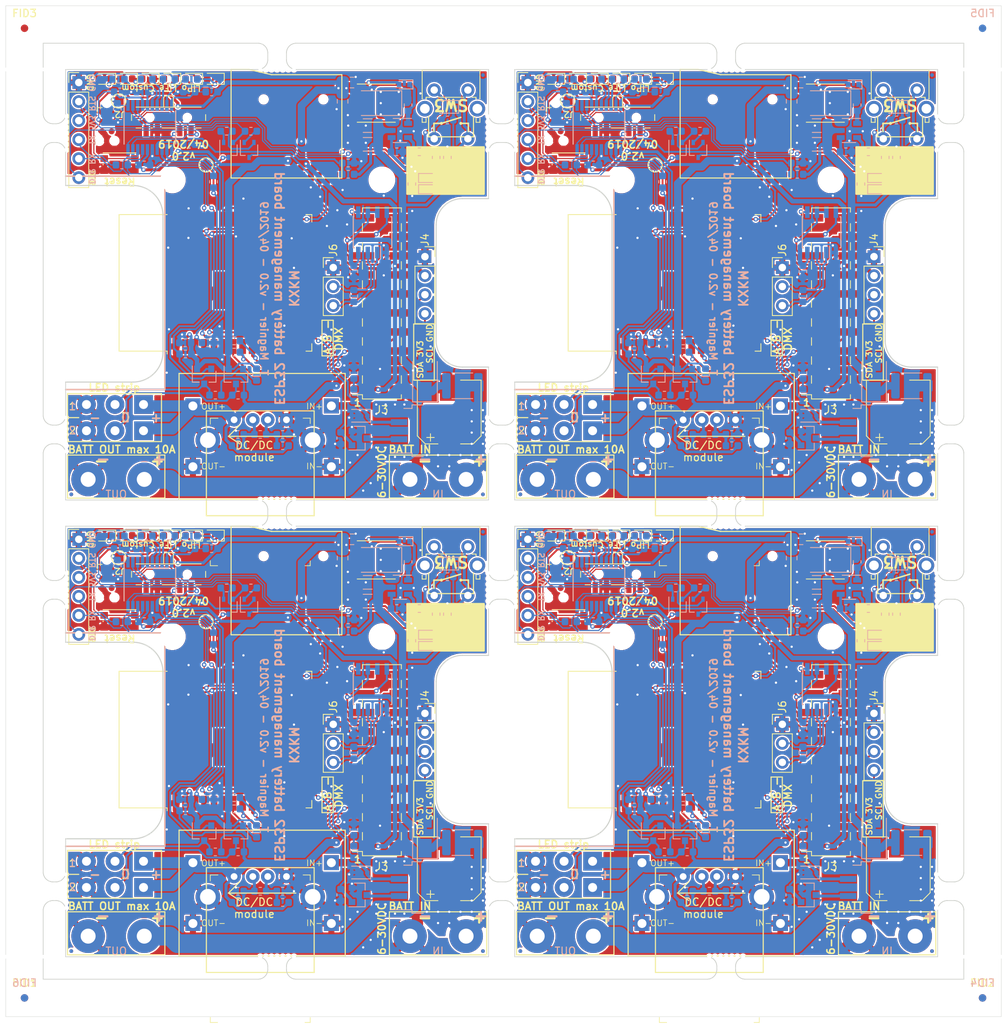
<source format=kicad_pcb>
(kicad_pcb (version 20171130) (host pcbnew 5.1.0)
  (title_block (title "ESP32 battery management module") (date 2019-04-05) (rev 2.0) (company KXKM) (comment 1 "Tom Magnier") (comment 2 "Fits enclosures Hammond 1593K / L / X"))
  (layers (0 F.Cu signal) (31 B.Cu signal) (34 B.Paste user) (35 F.Paste user) (36 B.SilkS user) (37 F.SilkS user) (38 B.Mask user) (39 F.Mask user) (44 Edge.Cuts user))
  (net 0 "")
  (net 1 GND)
  (net 2 /ESP32_EN)
  (net 3 +3V3)
  (net 4 +BATT)
  (net 5 "Net-(C7-Pad2)")
  (net 6 "Net-(C7-Pad1)")
  (net 7 "Net-(C8-Pad2)")
  (net 8 "/Battery monitoring/VBAT_MEAS")
  (net 9 "/Battery monitoring/STM32_RESET")
  (net 10 "/Battery monitoring/3.3V_EN")
  (net 11 "/Battery monitoring/EN_PUSH_BUTTON")
  (net 12 /PROG_RTS)
  (net 13 "Net-(J1-Pad4)")
  (net 14 /ESP32_TXO)
  (net 15 /PROG_DTR)
  (net 16 "/Battery monitoring/STM32_BOOT")
  (net 17 /ADC_IN)
  (net 18 /LED_DATA_1)
  (net 19 /SPI_CS)
  (net 20 /SPI_SCK)
  (net 21 /SPI_MISO)
  (net 22 /SPI_MOSI)
  (net 23 /I2C_SDA)
  (net 24 /I2C_SCL)
  (net 25 /DMX_DI)
  (net 26 /DMX_RO)
  (net 27 /DMX_DE)
  (net 28 /LED_DATA_2)
  (net 29 "Net-(J5-Pad1)")
  (net 30 /SD_CS)
  (net 31 /SD_DI)
  (net 32 /SD_SCK)
  (net 33 /SD_DO)
  (net 34 "Net-(J5-Pad8)")
  (net 35 "Net-(J6-Pad2)")
  (net 36 "Net-(J6-Pad3)")
  (net 37 /LED_DATA_OUT_1)
  (net 38 /LED_DATA_OUT_2)
  (net 39 VBUS)
  (net 40 "/Battery monitoring/BATT_TYPE_1")
  (net 41 "/Battery monitoring/BATT_TYPE_2")
  (net 42 "Net-(P1-Pad6)")
  (net 43 /ESP32_BOOT)
  (net 44 "/Battery monitoring/MAIN_OUT_EN")
  (net 45 /ESP32_RXI)
  (net 46 "/Battery monitoring/ESP32_EN")
  (net 47 "/Battery monitoring/LOAD_I_SENSE")
  (net 48 "/Battery monitoring/LED_BAR_1")
  (net 49 "/Battery monitoring/LED_BAR_3")
  (net 50 "/Battery monitoring/LED_BAR_2")
  (net 51 "/Battery monitoring/LED_BAR_4")
  (net 52 "Net-(SW4-Pad4)")
  (net 53 /I2S_DATA)
  (net 54 "Net-(U1-Pad32)")
  (net 55 "Net-(U1-Pad22)")
  (net 56 "Net-(U1-Pad21)")
  (net 57 "Net-(U1-Pad20)")
  (net 58 "Net-(U1-Pad19)")
  (net 59 "Net-(U1-Pad18)")
  (net 60 "Net-(U1-Pad17)")
  (net 61 /I2S_BCK)
  (net 62 /I2S_LRCK)
  (net 63 "Net-(U1-Pad5)")
  (net 64 "Net-(R8-Pad1)")
  (net 65 +VSW)
  (net 66 "Net-(D5-Pad1)")
  (net 67 "Net-(D10-Pad1)")
  (net 68 "Net-(D10-Pad2)")
  (net 69 "Net-(D6-Pad1)")
  (net 70 "Net-(C26-Pad1)")
  (net 71 "Net-(R12-Pad1)")
  (net 72 "Net-(Q2-Pad1)")
  (net 73 "Net-(Q1-Pad1)")
  (net 74 "Net-(Q6-Pad3)")
  (net 75 "Net-(U1-Pad4)")
  (net 76 "Net-(U1-Pad24)")
  (net 77 "Net-(J9-Pad2)")
  (net 78 "Net-(J9-Pad3)")
  (net 79 "/Battery monitoring/TEMP_MEAS")
  (net 80 "Net-(U1-Pad6)")
  (net 81 +BATT_RAW)
  (module Connector_Wire:SolderWirePad_1x01_Drill2mm (layer F.Cu) (at 139.5 88.75)
    (fp_text reference J14 hide)
    (fp_text value "Wire pad" hide)
    (pad 1 thru_hole circle (at 0 0) (size 4.50088 4.50088) (drill 1.99898) (layers *.Cu *.Mask) (net 1 GND))
  )
  (module Connector:Tag-Connect_TC2030-IDC-NL_2x03_P1.27mm_Vertical (layer F.Cu) (at 99 41 270)
    (fp_text reference P1 hide)
    (fp_text value TC_SWD hide)
    (pad "" np_thru_hole circle (at 2.54 -1.016 270) (size 0.9906 0.9906) (drill 0.9906) (layers *.Cu *.Mask))
    (pad "" np_thru_hole circle (at 2.54 1.016 270) (size 0.9906 0.9906) (drill 0.9906) (layers *.Cu *.Mask))
    (pad "" np_thru_hole circle (at -2.54 0 270) (size 0.9906 0.9906) (drill 0.9906) (layers *.Cu *.Mask))
    (pad 1 connect circle (at -1.27 0.635 270) (size 0.7874 0.7874) (layers F.Cu F.Mask) (net 3 +3V3))
    (pad 2 connect circle (at -1.27 -0.635 270) (size 0.7874 0.7874) (layers F.Cu F.Mask) (net 40 "/Battery monitoring/BATT_TYPE_1"))
    (pad 3 connect circle (at 0 0.635 270) (size 0.7874 0.7874) (layers F.Cu F.Mask) (net 9 "/Battery monitoring/STM32_RESET"))
    (pad 4 connect circle (at 0 -0.635 270) (size 0.7874 0.7874) (layers F.Cu F.Mask) (net 41 "/Battery monitoring/BATT_TYPE_2"))
    (pad 5 connect circle (at 1.27 0.635 270) (size 0.7874 0.7874) (layers F.Cu F.Mask) (net 1 GND))
    (pad 6 connect circle (at 1.27 -0.635 270) (size 0.7874 0.7874) (layers F.Cu F.Mask) (net 42 "Net-(P1-Pad6)"))
  )
  (module Resistor_SMD:R_0603_1608Metric (layer B.Cu) (at 113 37 180)
    (fp_text reference R28)
    (fp_text value 10k,1% hide)
    (pad 1 smd roundrect (at -0.7875 0 180) (size 0.875 0.95) (layers B.Cu B.Paste B.Mask) (net 3 +3V3))
    (pad 2 smd roundrect (at 0.7875 0 180) (size 0.875 0.95) (layers B.Cu B.Paste B.Mask) (net 79 "/Battery monitoring/TEMP_MEAS"))
  )
  (module Capacitor_SMD:C_0603_1608Metric (layer B.Cu) (at 132 61 270)
    (fp_text reference C3)
    (fp_text value 0.1uF hide)
    (pad 1 smd roundrect (at -0.7875 0 270) (size 0.875 0.95) (layers B.Cu B.Paste B.Mask) (net 3 +3V3))
    (pad 2 smd roundrect (at 0.7875 0 270) (size 0.875 0.95) (layers B.Cu B.Paste B.Mask) (net 1 GND))
  )
  (module LED_SMD:LED_0603_1608Metric (layer F.Cu) (at 98.7 35.25 180)
    (fp_text reference D5)
    (fp_text value Green hide)
    (pad 1 smd roundrect (at -0.7875 0 180) (size 0.875 0.95) (layers F.Cu F.Paste F.Mask) (net 66 "Net-(D5-Pad1)"))
    (pad 2 smd roundrect (at 0.7875 0 180) (size 0.875 0.95) (layers F.Cu F.Paste F.Mask) (net 68 "Net-(D10-Pad2)"))
  )
  (module tom_kicad_lib:microSD-Receptacle-SelfEject (layer F.Cu) (at 123 38 180)
    (fp_text reference J5)
    (fp_text value Micro_SD_Card hide)
    (pad 9 smd rect (at -7.75 -0.4) (size 1.2 2.2) (layers F.Cu F.Paste F.Mask) (net 1 GND))
    (pad 1 smd rect (at 2.25 -10.5) (size 0.7 1.6) (layers F.Cu F.Paste F.Mask) (net 29 "Net-(J5-Pad1)"))
    (pad 2 smd rect (at 1.15 -10.5) (size 0.7 1.6) (layers F.Cu F.Paste F.Mask) (net 30 /SD_CS))
    (pad 3 smd rect (at 0.05 -10.5) (size 0.7 1.6) (layers F.Cu F.Paste F.Mask) (net 31 /SD_DI))
    (pad 4 smd rect (at -1.05 -10.5) (size 0.7 1.6) (layers F.Cu F.Paste F.Mask) (net 3 +3V3))
    (pad 5 smd rect (at -2.15 -10.5) (size 0.7 1.6) (layers F.Cu F.Paste F.Mask) (net 32 /SD_SCK))
    (pad 6 smd rect (at -3.25 -10.5) (size 0.7 1.6) (layers F.Cu F.Paste F.Mask) (net 1 GND))
    (pad 7 smd rect (at -4.35 -10.5) (size 0.7 1.6) (layers F.Cu F.Paste F.Mask) (net 33 /SD_DO))
    (pad 8 smd rect (at -5.45 -10.5) (size 0.7 1.6) (layers F.Cu F.Paste F.Mask) (net 34 "Net-(J5-Pad8)"))
    (pad Cd smd rect (at -6.55 -10.5) (size 0.7 1.6) (layers F.Cu F.Paste F.Mask))
    (pad 9 smd rect (at -7.75 -10) (size 1.2 1.4) (layers F.Cu F.Paste F.Mask) (net 1 GND))
    (pad 9 smd rect (at 6.85 -10) (size 1.6 1.4) (layers F.Cu F.Paste F.Mask) (net 1 GND))
    (pad 9 smd rect (at 7.75 -0.4) (size 1.2 2.2) (layers F.Cu F.Paste F.Mask) (net 1 GND))
    (pad "" np_thru_hole circle (at 3.05 0) (size 1 1) (drill 1) (layers *.Cu *.Mask))
    (pad "" np_thru_hole circle (at -4.93 0) (size 1 1) (drill 1) (layers *.Cu *.Mask))
  )
  (module TestPoint:TestPoint_Pad_D1.5mm (layer F.Cu) (at 112.25 46.75)
    (fp_text reference J11 hide)
    (fp_text value TEST_1P hide)
    (pad 1 smd circle (at 0 0) (size 1.5 1.5) (layers F.Cu F.Mask) (net 2 /ESP32_EN))
  )
  (module Fiducial:Fiducial_0.5mm_Mask1mm (layer F.Cu) (at 94 34.5)
    (fp_text reference FID3 hide)
    (fp_text value Fiducial hide)
    (pad "" smd circle (at 0 0) (size 0.5 0.5) (layers F.Cu F.Mask) (clearance 0.25))
  )
  (module Capacitor_SMD:C_0603_1608Metric (layer B.Cu) (at 110 44)
    (fp_text reference C21)
    (fp_text value 1nF hide)
    (pad 2 smd roundrect (at 0.7875 0) (size 0.875 0.95) (layers B.Cu B.Paste B.Mask) (net 1 GND))
    (pad 1 smd roundrect (at -0.7875 0) (size 0.875 0.95) (layers B.Cu B.Paste B.Mask) (net 8 "/Battery monitoring/VBAT_MEAS"))
  )
  (module Diode_SMD:D_SOD-523 (layer B.Cu) (at 138.75 36 180)
    (fp_text reference D12)
    (fp_text value 1N4148WT hide)
    (pad 1 smd rect (at -0.7 0) (size 0.6 0.7) (layers B.Cu B.Paste B.Mask) (net 6 "Net-(C7-Pad1)"))
    (pad 2 smd rect (at 0.7 0) (size 0.6 0.7) (layers B.Cu B.Paste B.Mask) (net 3 +3V3))
  )
  (module Connector_Wire:SolderWirePad_1x01_Drill2mm (layer F.Cu) (at 104 88.75)
    (fp_text reference J15 hide)
    (fp_text value "Wire pad" hide)
    (pad 1 thru_hole circle (at 0 0) (size 4.50088 4.50088) (drill 1.99898) (layers *.Cu *.Mask) (net 65 +VSW))
  )
  (module tom_kicad_lib:SW_Tactile_SPST_Angled_PTS645Vx58-2LFS_horiz_pads (layer F.Cu) (at 142.74 36.75)
    (fp_text reference SW3)
    (fp_text value SW_Push hide)
    (pad "" thru_hole circle (at 5.76 2.49) (size 2.1 2.1) (drill 1.3) (layers *.Cu *.Mask))
    (pad 2 thru_hole circle (at 4.5 0) (size 1.75 1.75) (drill 0.99) (layers *.Cu *.Mask) (net 4 +BATT))
    (pad 1 thru_hole circle (at 0 0) (size 1.75 1.75) (drill 0.99) (layers *.Cu *.Mask) (net 64 "Net-(R8-Pad1)"))
    (pad "" thru_hole circle (at -1.25 2.49) (size 2.1 2.1) (drill 1.3) (layers *.Cu *.Mask))
    (pad 1 thru_hole circle (at 0 6.5) (size 1.75 1.75) (drill 0.99) (layers *.Cu *.Mask) (net 64 "Net-(R8-Pad1)"))
    (pad 2 thru_hole circle (at 4.5 6.5) (size 1.75 1.75) (drill 0.99) (layers *.Cu *.Mask) (net 4 +BATT))
  )
  (module Resistor_SMD:R_0603_1608Metric (layer B.Cu) (at 104.3 35.3)
    (fp_text reference R27)
    (fp_text value 100R hide)
    (pad 1 smd roundrect (at -0.7875 0) (size 0.875 0.95) (layers B.Cu B.Paste B.Mask) (net 69 "Net-(D6-Pad1)"))
    (pad 2 smd roundrect (at 0.7875 0) (size 0.875 0.95) (layers B.Cu B.Paste B.Mask) (net 51 "/Battery monitoring/LED_BAR_4"))
  )
  (module Resistor_SMD:R_0603_1608Metric (layer B.Cu) (at 119 74.75 90)
    (fp_text reference R18)
    (fp_text value 10k hide)
    (pad 1 smd roundrect (at -0.7875 0 90) (size 0.875 0.95) (layers B.Cu B.Paste B.Mask) (net 28 /LED_DATA_2))
    (pad 2 smd roundrect (at 0.7875 0 90) (size 0.875 0.95) (layers B.Cu B.Paste B.Mask) (net 3 +3V3))
  )
  (module Fiducial:Fiducial_0.5mm_Mask1mm (layer B.Cu) (at 149.25 34.75)
    (fp_text reference FID6 hide)
    (fp_text value Fiducial hide)
    (pad "" smd circle (at 0 0) (size 0.5 0.5) (layers B.Cu B.Mask) (clearance 0.25))
  )
  (module Resistor_SMD:R_0603_1608Metric (layer B.Cu) (at 122.5 82.75)
    (fp_text reference R14)
    (fp_text value DNP)
    (pad 2 smd roundrect (at 0.7875 0) (size 0.875 0.95) (layers B.Cu B.Paste B.Mask) (net 1 GND))
    (pad 1 smd roundrect (at -0.7875 0) (size 0.875 0.95) (layers B.Cu B.Paste B.Mask) (net 78 "Net-(J9-Pad3)"))
  )
  (module Resistor_SMD:R_0603_1608Metric (layer B.Cu) (at 100.4 39.3 270)
    (fp_text reference R23)
    (fp_text value 1k hide)
    (pad 1 smd roundrect (at -0.7875 0 270) (size 0.875 0.95) (layers B.Cu B.Paste B.Mask) (net 16 "/Battery monitoring/STM32_BOOT"))
    (pad 2 smd roundrect (at 0.7875 0 270) (size 0.875 0.95) (layers B.Cu B.Paste B.Mask) (net 1 GND))
  )
  (module LED_SMD:LED_0603_1608Metric (layer F.Cu) (at 104.5 35.25 180)
    (fp_text reference D7)
    (fp_text value Green hide)
    (pad 1 smd roundrect (at -0.7875 0 180) (size 0.875 0.95) (layers F.Cu F.Paste F.Mask) (net 66 "Net-(D5-Pad1)"))
    (pad 2 smd roundrect (at 0.7875 0 180) (size 0.875 0.95) (layers F.Cu F.Paste F.Mask) (net 69 "Net-(D6-Pad1)"))
  )
  (module Diode_SMD:D_SOD-523 (layer B.Cu) (at 141.8 50)
    (fp_text reference D4)
    (fp_text value 1N4148WT hide)
    (pad 2 smd rect (at 0.7 0 180) (size 0.6 0.7) (layers B.Cu B.Paste B.Mask) (net 11 "/Battery monitoring/EN_PUSH_BUTTON"))
    (pad 1 smd rect (at -0.7 0 180) (size 0.6 0.7) (layers B.Cu B.Paste B.Mask) (net 70 "Net-(C26-Pad1)"))
  )
  (module Capacitor_SMD:C_0805_2012Metric (layer B.Cu) (at 131.75 35.75)
    (fp_text reference C10)
    (fp_text value 10uF,10V hide)
    (pad 2 smd roundrect (at 0.9375 0) (size 0.975 1.4) (layers B.Cu B.Paste B.Mask) (net 1 GND))
    (pad 1 smd roundrect (at -0.9375 0) (size 0.975 1.4) (layers B.Cu B.Paste B.Mask) (net 3 +3V3))
  )
  (module Button_Switch_SMD:SW_SPST_KMR2 (layer F.Cu) (at 100.7 46.7)
    (fp_text reference SW1 hide)
    (fp_text value SW_Push hide)
    (pad 1 smd rect (at -2.05 -0.8 90) (size 0.9 1) (layers F.Cu F.Paste F.Mask) (net 9 "/Battery monitoring/STM32_RESET"))
    (pad 2 smd rect (at -2.05 0.8 90) (size 0.9 1) (layers F.Cu F.Paste F.Mask) (net 1 GND))
    (pad 1 smd rect (at 2.05 -0.8 90) (size 0.9 1) (layers F.Cu F.Paste F.Mask) (net 9 "/Battery monitoring/STM32_RESET"))
    (pad 2 smd rect (at 2.05 0.8 90) (size 0.9 1) (layers F.Cu F.Paste F.Mask) (net 1 GND))
  )
  (module Package_TO_SOT_SMD:SOT-23 (layer B.Cu) (at 132.75 83.25)
    (fp_text reference Q6)
    (fp_text value 2N7002 hide)
    (pad 3 smd rect (at 1 0) (size 0.9 0.8) (layers B.Cu B.Paste B.Mask) (net 74 "Net-(Q6-Pad3)"))
    (pad 2 smd rect (at -1 -0.95) (size 0.9 0.8) (layers B.Cu B.Paste B.Mask) (net 1 GND))
    (pad 1 smd rect (at -1 0.95) (size 0.9 0.8) (layers B.Cu B.Paste B.Mask) (net 44 "/Battery monitoring/MAIN_OUT_EN"))
  )
  (module Resistor_SMD:R_0603_1608Metric (layer B.Cu) (at 144.5 40.75)
    (fp_text reference R8)
    (fp_text value 470R hide)
    (pad 1 smd roundrect (at -0.7875 0) (size 0.875 0.95) (layers B.Cu B.Paste B.Mask) (net 64 "Net-(R8-Pad1)"))
    (pad 2 smd roundrect (at 0.7875 0) (size 0.875 0.95) (layers B.Cu B.Paste B.Mask) (net 11 "/Battery monitoring/EN_PUSH_BUTTON"))
  )
  (module Diode_SMD:D_SOD-323 (layer B.Cu) (at 132.75 80.25 180)
    (fp_text reference D13)
    (fp_text value Zener,3V,300mW hide)
    (pad 1 smd rect (at -1.05 0 180) (size 0.6 0.45) (layers B.Cu B.Paste B.Mask) (net 47 "/Battery monitoring/LOAD_I_SENSE"))
    (pad 2 smd rect (at 1.05 0 180) (size 0.6 0.45) (layers B.Cu B.Paste B.Mask) (net 1 GND))
  )
  (module Capacitor_SMD:C_0603_1608Metric (layer B.Cu) (at 140.75 45 180)
    (fp_text reference C8)
    (fp_text value 20pF hide)
    (pad 1 smd roundrect (at -0.7875 0 180) (size 0.875 0.95) (layers B.Cu B.Paste B.Mask) (net 3 +3V3))
    (pad 2 smd roundrect (at 0.7875 0 180) (size 0.875 0.95) (layers B.Cu B.Paste B.Mask) (net 7 "Net-(C8-Pad2)"))
  )
  (module Diode_SMD:D_SOD-323 (layer B.Cu) (at 144.5 39 180)
    (fp_text reference D2)
    (fp_text value Zener,3V,300mW hide)
    (pad 1 smd rect (at -1.05 0 180) (size 0.6 0.45) (layers B.Cu B.Paste B.Mask) (net 11 "/Battery monitoring/EN_PUSH_BUTTON"))
    (pad 2 smd rect (at 1.05 0 180) (size 0.6 0.45) (layers B.Cu B.Paste B.Mask) (net 1 GND))
  )
  (module Capacitor_SMD:C_0603_1608Metric (layer B.Cu) (at 112.5 70.5)
    (fp_text reference C1)
    (fp_text value 1uF hide)
    (pad 1 smd roundrect (at -0.7875 0) (size 0.875 0.95) (layers B.Cu B.Paste B.Mask) (net 2 /ESP32_EN))
    (pad 2 smd roundrect (at 0.7875 0) (size 0.875 0.95) (layers B.Cu B.Paste B.Mask) (net 1 GND))
  )
  (module Capacitor_SMD:C_0603_1608Metric (layer B.Cu) (at 139.25 38.75 90)
    (fp_text reference C7)
    (fp_text value 0.1uF hide)
    (pad 2 smd roundrect (at 0.7875 0 90) (size 0.875 0.95) (layers B.Cu B.Paste B.Mask) (net 5 "Net-(C7-Pad2)"))
    (pad 1 smd roundrect (at -0.7875 0 90) (size 0.875 0.95) (layers B.Cu B.Paste B.Mask) (net 6 "Net-(C7-Pad1)"))
  )
  (module Button_Switch_SMD:SW_SP3T_PCM13 (layer F.Cu) (at 107.25 40.75 180)
    (fp_text reference SW4 hide)
    (fp_text value SW_SP3T hide)
    (pad "" np_thru_hole circle (at -2.5 0.33 180) (size 0.9 0.9) (drill 0.9) (layers *.Cu *.Mask))
    (pad "" np_thru_hole circle (at 2.5 0.33 180) (size 0.9 0.9) (drill 0.9) (layers *.Cu *.Mask))
    (pad 1 smd rect (at -3 -1.43 180) (size 0.7 1.5) (layers F.Cu F.Paste F.Mask) (net 40 "/Battery monitoring/BATT_TYPE_1"))
    (pad 2 smd rect (at -1.5 -1.43 180) (size 0.7 1.5) (layers F.Cu F.Paste F.Mask) (net 41 "/Battery monitoring/BATT_TYPE_2"))
    (pad 3 smd rect (at 1.5 -1.43 180) (size 0.7 1.5) (layers F.Cu F.Paste F.Mask) (net 1 GND))
    (pad 4 smd rect (at 3 -1.43 180) (size 0.7 1.5) (layers F.Cu F.Paste F.Mask) (net 52 "Net-(SW4-Pad4)"))
    (pad "" smd rect (at -5.15 1.43 180) (size 1 0.8) (layers F.Cu F.Paste F.Mask) (net 1 GND))
    (pad "" smd rect (at 5.15 1.43 180) (size 1 0.8) (layers F.Cu F.Paste F.Mask) (net 1 GND))
    (pad "" smd rect (at 5.15 -0.78 180) (size 1 0.8) (layers F.Cu F.Paste F.Mask) (net 1 GND))
    (pad "" smd rect (at -5.15 -0.78 180) (size 1 0.8) (layers F.Cu F.Paste F.Mask) (net 1 GND))
  )
  (module tom_kicad_lib:DC_DC_Buck_module_22x17mm (layer F.Cu) (at 119.75 83 180)
    (fp_text reference U5 hide)
    (fp_text value DC_DC_POL hide)
    (fp_text user IN- (at -7 -4 180) (layer F.SilkS) (effects (font (size 0.8 0.8) (thickness 0.1))))
    (fp_text user IN+ (at -7 4 180) (layer F.SilkS) (effects (font (size 0.8 0.8) (thickness 0.1))))
    (fp_text user OUT- (at 6.5 -4 180) (layer F.SilkS) (effects (font (size 0.8 0.8) (thickness 0.1))))
    (fp_text user OUT+ (at 6.5 4 180) (layer F.SilkS) (effects (font (size 0.8 0.8) (thickness 0.1))))
    (pad 1 thru_hole rect (at -9.25 -4.06 180) (size 2 2) (drill 1.2) (layers *.Cu *.Mask) (net 1 GND))
    (pad 2 thru_hole rect (at -9.25 4.06 180) (size 2 2) (drill 1.2) (layers *.Cu *.Mask) (net 65 +VSW))
    (pad 3 thru_hole rect (at 9.25 -4.06 180) (size 2 2) (drill 1.2) (layers *.Cu *.Mask) (net 1 GND))
    (pad 4 thru_hole rect (at 9.25 4.06 180) (size 2 2) (drill 1.2) (layers *.Cu *.Mask) (net 39 VBUS))
  )
  (module Resistor_SMD:R_0603_1608Metric (layer B.Cu) (at 110 37 180)
    (fp_text reference TH1)
    (fp_text value Thermistor_NTC hide)
    (pad 2 smd roundrect (at 0.7875 0 180) (size 0.875 0.95) (layers B.Cu B.Paste B.Mask) (net 1 GND))
    (pad 1 smd roundrect (at -0.7875 0 180) (size 0.875 0.95) (layers B.Cu B.Paste B.Mask) (net 79 "/Battery monitoring/TEMP_MEAS"))
  )
  (module Resistor_SMD:R_0603_1608Metric (layer B.Cu) (at 110.3 35.3 180)
    (fp_text reference R24)
    (fp_text value 100R hide)
    (pad 2 smd roundrect (at 0.7875 0 180) (size 0.875 0.95) (layers B.Cu B.Paste B.Mask) (net 48 "/Battery monitoring/LED_BAR_1"))
    (pad 1 smd roundrect (at -0.7875 0 180) (size 0.875 0.95) (layers B.Cu B.Paste B.Mask) (net 67 "Net-(D10-Pad1)"))
  )
  (module RF_Module:ESP32-WROOM-32 (layer F.Cu) (at 116.505 62.5 90)
    (fp_text reference U1 hide)
    (fp_text value ESP32-WROOM hide)
    (pad 39 smd rect (at -1 -0.755 90) (size 5 5) (layers F.Cu F.Paste F.Mask) (net 1 GND))
    (pad 1 smd rect (at -8.5 -8.255 90) (size 2 0.9) (layers F.Cu F.Paste F.Mask) (net 1 GND))
    (pad 2 smd rect (at -8.5 -6.985 90) (size 2 0.9) (layers F.Cu F.Paste F.Mask) (net 3 +3V3))
    (pad 3 smd rect (at -8.5 -5.715 90) (size 2 0.9) (layers F.Cu F.Paste F.Mask) (net 2 /ESP32_EN))
    (pad 4 smd rect (at -8.5 -4.445 90) (size 2 0.9) (layers F.Cu F.Paste F.Mask) (net 75 "Net-(U1-Pad4)"))
    (pad 5 smd rect (at -8.5 -3.175 90) (size 2 0.9) (layers F.Cu F.Paste F.Mask) (net 63 "Net-(U1-Pad5)"))
    (pad 6 smd rect (at -8.5 -1.905 90) (size 2 0.9) (layers F.Cu F.Paste F.Mask) (net 80 "Net-(U1-Pad6)"))
    (pad 7 smd rect (at -8.5 -0.635 90) (size 2 0.9) (layers F.Cu F.Paste F.Mask) (net 17 /ADC_IN))
    (pad 8 smd rect (at -8.5 0.635 90) (size 2 0.9) (layers F.Cu F.Paste F.Mask) (net 23 /I2C_SDA))
    (pad 9 smd rect (at -8.5 1.905 90) (size 2 0.9) (layers F.Cu F.Paste F.Mask) (net 24 /I2C_SCL))
    (pad 10 smd rect (at -8.5 3.175 90) (size 2 0.9) (layers F.Cu F.Paste F.Mask) (net 62 /I2S_LRCK))
    (pad 11 smd rect (at -8.5 4.445 90) (size 2 0.9) (layers F.Cu F.Paste F.Mask) (net 53 /I2S_DATA))
    (pad 12 smd rect (at -8.5 5.715 90) (size 2 0.9) (layers F.Cu F.Paste F.Mask) (net 61 /I2S_BCK))
    (pad 13 smd rect (at -8.5 6.985 90) (size 2 0.9) (layers F.Cu F.Paste F.Mask) (net 20 /SPI_SCK))
    (pad 14 smd rect (at -8.5 8.255 90) (size 2 0.9) (layers F.Cu F.Paste F.Mask) (net 21 /SPI_MISO))
    (pad 15 smd rect (at -5.715 9.255 180) (size 2 0.9) (layers F.Cu F.Paste F.Mask) (net 1 GND))
    (pad 16 smd rect (at -4.445 9.255 180) (size 2 0.9) (layers F.Cu F.Paste F.Mask) (net 22 /SPI_MOSI))
    (pad 17 smd rect (at -3.175 9.255 180) (size 2 0.9) (layers F.Cu F.Paste F.Mask) (net 60 "Net-(U1-Pad17)"))
    (pad 18 smd rect (at -1.905 9.255 180) (size 2 0.9) (layers F.Cu F.Paste F.Mask) (net 59 "Net-(U1-Pad18)"))
    (pad 19 smd rect (at -0.635 9.255 180) (size 2 0.9) (layers F.Cu F.Paste F.Mask) (net 58 "Net-(U1-Pad19)"))
    (pad 20 smd rect (at 0.635 9.255 180) (size 2 0.9) (layers F.Cu F.Paste F.Mask) (net 57 "Net-(U1-Pad20)"))
    (pad 21 smd rect (at 1.905 9.255 180) (size 2 0.9) (layers F.Cu F.Paste F.Mask) (net 56 "Net-(U1-Pad21)"))
    (pad 22 smd rect (at 3.175 9.255 180) (size 2 0.9) (layers F.Cu F.Paste F.Mask) (net 55 "Net-(U1-Pad22)"))
    (pad 23 smd rect (at 4.445 9.255 180) (size 2 0.9) (layers F.Cu F.Paste F.Mask) (net 19 /SPI_CS))
    (pad 24 smd rect (at 5.715 9.255 180) (size 2 0.9) (layers F.Cu F.Paste F.Mask) (net 76 "Net-(U1-Pad24)"))
    (pad 25 smd rect (at 8.5 8.255 90) (size 2 0.9) (layers F.Cu F.Paste F.Mask) (net 43 /ESP32_BOOT))
    (pad 26 smd rect (at 8.5 6.985 90) (size 2 0.9) (layers F.Cu F.Paste F.Mask) (net 27 /DMX_DE))
    (pad 27 smd rect (at 8.5 5.715 90) (size 2 0.9) (layers F.Cu F.Paste F.Mask) (net 25 /DMX_DI))
    (pad 28 smd rect (at 8.5 4.445 90) (size 2 0.9) (layers F.Cu F.Paste F.Mask) (net 26 /DMX_RO))
    (pad 29 smd rect (at 8.5 3.175 90) (size 2 0.9) (layers F.Cu F.Paste F.Mask) (net 33 /SD_DO))
    (pad 30 smd rect (at 8.5 1.905 90) (size 2 0.9) (layers F.Cu F.Paste F.Mask) (net 32 /SD_SCK))
    (pad 31 smd rect (at 8.5 0.635 90) (size 2 0.9) (layers F.Cu F.Paste F.Mask) (net 31 /SD_DI))
    (pad 32 smd rect (at 8.5 -0.635 90) (size 2 0.9) (layers F.Cu F.Paste F.Mask) (net 54 "Net-(U1-Pad32)"))
    (pad 33 smd rect (at 8.5 -1.905 90) (size 2 0.9) (layers F.Cu F.Paste F.Mask) (net 30 /SD_CS))
    (pad 34 smd rect (at 8.5 -3.175 90) (size 2 0.9) (layers F.Cu F.Paste F.Mask) (net 45 /ESP32_RXI))
    (pad 35 smd rect (at 8.5 -4.445 90) (size 2 0.9) (layers F.Cu F.Paste F.Mask) (net 14 /ESP32_TXO))
    (pad 36 smd rect (at 8.5 -5.715 90) (size 2 0.9) (layers F.Cu F.Paste F.Mask) (net 28 /LED_DATA_2))
    (pad 37 smd rect (at 8.5 -6.985 90) (size 2 0.9) (layers F.Cu F.Paste F.Mask) (net 18 /LED_DATA_1))
    (pad 38 smd rect (at 8.5 -8.255 90) (size 2 0.9) (layers F.Cu F.Paste F.Mask) (net 1 GND))
  )
  (module tom_kicad_lib:SolderWirePad_1x03_P3.81mm_Drill1.2mm (layer F.Cu) (at 103.9 82.25 180)
    (fp_text reference J8)
    (fp_text value Conn_01x03)
    (pad 1 thru_hole rect (at 0 0 180) (size 2.5 2.5) (drill 1.19888) (layers *.Cu *.Mask) (net 39 VBUS))
    (pad 2 thru_hole circle (at 3.81 0 180) (size 2.5 2.5) (drill 1.19888) (layers *.Cu *.Mask) (net 38 /LED_DATA_OUT_2))
    (pad 3 thru_hole circle (at 7.62 0 180) (size 2.5 2.5) (drill 1.19888) (layers *.Cu *.Mask) (net 1 GND))
  )
  (module MountingHole:MountingHole_3.2mm_M3 (layer F.Cu) (at 135.75 48.75)
    (fp_text reference MK2 hide)
    (fp_text value Mounting_Hole hide)
    (pad 1 np_thru_hole circle (at 0 0) (size 3.2 3.2) (drill 3.2) (layers *.Cu *.Mask))
  )
  (module Package_TO_SOT_SMD:SOT-23-6 (layer B.Cu) (at 138.15 42.15 180)
    (fp_text reference U3)
    (fp_text value MCP16331T-E/CH hide)
    (pad 1 smd rect (at -1.1 0.95 180) (size 1.06 0.65) (layers B.Cu B.Paste B.Mask) (net 6 "Net-(C7-Pad1)"))
    (pad 2 smd rect (at -1.1 0 180) (size 1.06 0.65) (layers B.Cu B.Paste B.Mask) (net 1 GND))
    (pad 3 smd rect (at -1.1 -0.95 180) (size 1.06 0.65) (layers B.Cu B.Paste B.Mask) (net 7 "Net-(C8-Pad2)"))
    (pad 4 smd rect (at 1.1 -0.95 180) (size 1.06 0.65) (layers B.Cu B.Paste B.Mask) (net 70 "Net-(C26-Pad1)"))
    (pad 6 smd rect (at 1.1 0.95 180) (size 1.06 0.65) (layers B.Cu B.Paste B.Mask) (net 5 "Net-(C7-Pad2)"))
    (pad 5 smd rect (at 1.1 0 180) (size 1.06 0.65) (layers B.Cu B.Paste B.Mask) (net 4 +BATT))
  )
  (module Package_TO_SOT_SMD:SOT-23 (layer B.Cu) (at 112 75 270)
    (fp_text reference Q4)
    (fp_text value 2N7002 hide)
    (pad 1 smd rect (at -1 0.95 270) (size 0.9 0.8) (layers B.Cu B.Paste B.Mask) (net 3 +3V3))
    (pad 2 smd rect (at -1 -0.95 270) (size 0.9 0.8) (layers B.Cu B.Paste B.Mask) (net 18 /LED_DATA_1))
    (pad 3 smd rect (at 1 0 270) (size 0.9 0.8) (layers B.Cu B.Paste B.Mask) (net 37 /LED_DATA_OUT_1))
  )
  (module Fiducial:Fiducial_0.5mm_Mask1mm (layer B.Cu) (at 94.25 90.75)
    (fp_text reference FID5 hide)
    (fp_text value Fiducial hide)
    (pad "" smd circle (at 0 0) (size 0.5 0.5) (layers B.Cu B.Mask) (clearance 0.25))
  )
  (module Resistor_SMD:R_0603_1608Metric (layer B.Cu) (at 131.25 46.5)
    (fp_text reference R16)
    (fp_text value 31.6k,1% hide)
    (pad 1 smd roundrect (at -0.7875 0) (size 0.875 0.95) (layers B.Cu B.Paste B.Mask) (net 8 "/Battery monitoring/VBAT_MEAS"))
    (pad 2 smd roundrect (at 0.7875 0) (size 0.875 0.95) (layers B.Cu B.Paste B.Mask) (net 1 GND))
  )
  (module TestPoint:TestPoint_Pad_D1.5mm (layer F.Cu) (at 100.6 38.2)
    (fp_text reference J2 (at 0.15 1.8 180 unlocked) (layer F.SilkS) (effects (font (size 0.8 0.8))))
    (fp_text value TEST_1P hide)
    (pad 1 smd circle (at 0 0) (size 1.5 1.5) (layers F.Cu F.Mask) (net 16 "/Battery monitoring/STM32_BOOT"))
  )
  (module LED_SMD:LED_0603_1608Metric (layer F.Cu) (at 110.3 35.25 180)
    (fp_text reference D9)
    (fp_text value Yellow hide)
    (pad 2 smd roundrect (at 0.7875 0 180) (size 0.875 0.95) (layers F.Cu F.Paste F.Mask) (net 67 "Net-(D10-Pad1)"))
    (pad 1 smd roundrect (at -0.7875 0 180) (size 0.875 0.95) (layers F.Cu F.Paste F.Mask) (net 68 "Net-(D10-Pad2)"))
  )
  (module Capacitor_SMD:C_0603_1608Metric (layer B.Cu) (at 103.75 37 180)
    (fp_text reference C22)
    (fp_text value 0.1uF hide)
    (pad 1 smd roundrect (at -0.7875 0 180) (size 0.875 0.95) (layers B.Cu B.Paste B.Mask) (net 3 +3V3))
    (pad 2 smd roundrect (at 0.7875 0 180) (size 0.875 0.95) (layers B.Cu B.Paste B.Mask) (net 1 GND))
  )
  (module Resistor_SMD:R_0603_1608Metric (layer B.Cu) (at 132 64.25 90)
    (fp_text reference R7)
    (fp_text value 120R hide)
    (pad 1 smd roundrect (at -0.7875 0 90) (size 0.875 0.95) (layers B.Cu B.Paste B.Mask) (net 36 "Net-(J6-Pad3)"))
    (pad 2 smd roundrect (at 0.7875 0 90) (size 0.875 0.95) (layers B.Cu B.Paste B.Mask) (net 35 "Net-(J6-Pad2)"))
  )
  (module Resistor_SMD:R_0603_1608Metric (layer B.Cu) (at 101 46.75 180)
    (fp_text reference R2)
    (fp_text value 1k hide)
    (pad 1 smd roundrect (at -0.7875 0 180) (size 0.875 0.95) (layers B.Cu B.Paste B.Mask) (net 45 /ESP32_RXI))
    (pad 2 smd roundrect (at 0.7875 0 180) (size 0.875 0.95) (layers B.Cu B.Paste B.Mask) (net 13 "Net-(J1-Pad4)"))
  )
  (module Package_TO_SOT_SMD:SOT-323_SC-70 (layer B.Cu) (at 115.25 44.75 270)
    (fp_text reference Q2)
    (fp_text value BC847W hide)
    (pad 3 smd rect (at 1 0) (size 0.45 0.7) (layers B.Cu B.Paste B.Mask) (net 2 /ESP32_EN))
    (pad 2 smd rect (at -1 -0.65) (size 0.45 0.7) (layers B.Cu B.Paste B.Mask) (net 12 /PROG_RTS))
    (pad 1 smd rect (at -1 0.65) (size 0.45 0.7) (layers B.Cu B.Paste B.Mask) (net 72 "Net-(Q2-Pad1)"))
  )
  (module LED_SMD:LED_0603_1608Metric (layer F.Cu) (at 101.6 35.25 180)
    (fp_text reference D6)
    (fp_text value Green hide)
    (pad 2 smd roundrect (at 0.7875 0 180) (size 0.875 0.95) (layers F.Cu F.Paste F.Mask) (net 66 "Net-(D5-Pad1)"))
    (pad 1 smd roundrect (at -0.7875 0 180) (size 0.875 0.95) (layers F.Cu F.Paste F.Mask) (net 69 "Net-(D6-Pad1)"))
  )
  (module Resistor_SMD:R_0603_1608Metric (layer B.Cu) (at 109.5 72)
    (fp_text reference R17)
    (fp_text value 10k hide)
    (pad 1 smd roundrect (at -0.7875 0) (size 0.875 0.95) (layers B.Cu B.Paste B.Mask) (net 18 /LED_DATA_1))
    (pad 2 smd roundrect (at 0.7875 0) (size 0.875 0.95) (layers B.Cu B.Paste B.Mask) (net 3 +3V3))
  )
  (module Connector_PinSocket_2.54mm:PinSocket_2x10_P2.54mm_Vertical_SMD (layer F.Cu) (at 135.75 65.25 180)
    (fp_text reference J3 (at 0 -14.2 180) (layer F.SilkS))
    (fp_text value Conn_02x10_Odd_Even hide)
    (pad 20 smd rect (at -2.52 11.43 180) (size 3 1) (layers F.Cu F.Paste F.Mask) (net 1 GND))
    (pad 19 smd rect (at 2.52 11.43 180) (size 3 1) (layers F.Cu F.Paste F.Mask) (net 26 /DMX_RO))
    (pad 18 smd rect (at -2.52 8.89 180) (size 3 1) (layers F.Cu F.Paste F.Mask) (net 28 /LED_DATA_2))
    (pad 17 smd rect (at 2.52 8.89 180) (size 3 1) (layers F.Cu F.Paste F.Mask) (net 25 /DMX_DI))
    (pad 16 smd rect (at -2.52 6.35 180) (size 3 1) (layers F.Cu F.Paste F.Mask) (net 18 /LED_DATA_1))
    (pad 15 smd rect (at 2.52 6.35 180) (size 3 1) (layers F.Cu F.Paste F.Mask) (net 27 /DMX_DE))
    (pad 14 smd rect (at -2.52 3.81 180) (size 3 1) (layers F.Cu F.Paste F.Mask) (net 61 /I2S_BCK))
    (pad 13 smd rect (at 2.52 3.81 180) (size 3 1) (layers F.Cu F.Paste F.Mask) (net 19 /SPI_CS))
    (pad 12 smd rect (at -2.52 1.27 180) (size 3 1) (layers F.Cu F.Paste F.Mask) (net 53 /I2S_DATA))
    (pad 11 smd rect (at 2.52 1.27 180) (size 3 1) (layers F.Cu F.Paste F.Mask) (net 22 /SPI_MOSI))
    (pad 10 smd rect (at -2.52 -1.27 180) (size 3 1) (layers F.Cu F.Paste F.Mask) (net 62 /I2S_LRCK))
    (pad 9 smd rect (at 2.52 -1.27 180) (size 3 1) (layers F.Cu F.Paste F.Mask) (net 21 /SPI_MISO))
    (pad 8 smd rect (at -2.52 -3.81 180) (size 3 1) (layers F.Cu F.Paste F.Mask) (net 24 /I2C_SCL))
    (pad 7 smd rect (at 2.52 -3.81 180) (size 3 1) (layers F.Cu F.Paste F.Mask) (net 20 /SPI_SCK))
    (pad 6 smd rect (at -2.52 -6.35 180) (size 3 1) (layers F.Cu F.Paste F.Mask) (net 23 /I2C_SDA))
    (pad 5 smd rect (at 2.52 -6.35 180) (size 3 1) (layers F.Cu F.Paste F.Mask) (net 17 /ADC_IN))
    (pad 4 smd rect (at -2.52 -8.89 180) (size 3 1) (layers F.Cu F.Paste F.Mask) (net 4 +BATT))
    (pad 3 smd rect (at 2.52 -8.89 180) (size 3 1) (layers F.Cu F.Paste F.Mask) (net 39 VBUS))
    (pad 2 smd rect (at -2.52 -11.43 180) (size 3 1) (layers F.Cu F.Paste F.Mask) (net 65 +VSW))
    (pad 1 smd rect (at 2.52 -11.43 180) (size 3 1) (layers F.Cu F.Paste F.Mask) (net 3 +3V3))
  )
  (module Package_TO_SOT_SMD:SOT-23 (layer B.Cu) (at 116.25 75 270)
    (fp_text reference Q5)
    (fp_text value 2N7002 hide)
    (pad 1 smd rect (at -1 0.95 270) (size 0.9 0.8) (layers B.Cu B.Paste B.Mask) (net 3 +3V3))
    (pad 2 smd rect (at -1 -0.95 270) (size 0.9 0.8) (layers B.Cu B.Paste B.Mask) (net 28 /LED_DATA_2))
    (pad 3 smd rect (at 1 0 270) (size 0.9 0.8) (layers B.Cu B.Paste B.Mask) (net 38 /LED_DATA_OUT_2))
  )
  (module Resistor_SMD:R_0603_1608Metric (layer B.Cu) (at 116 70.25 180)
    (fp_text reference R4)
    (fp_text value 10k hide)
    (pad 2 smd roundrect (at 0.7875 0 180) (size 0.875 0.95) (layers B.Cu B.Paste B.Mask) (net 3 +3V3))
    (pad 1 smd roundrect (at -0.7875 0 180) (size 0.875 0.95) (layers B.Cu B.Paste B.Mask) (net 24 /I2C_SCL))
  )
  (module Package_SO:SOIC-8_3.9x4.9mm_P1.27mm (layer B.Cu) (at 134.5 55.75 270)
    (fp_text reference U2)
    (fp_text value SP3485CN hide)
    (pad 1 smd rect (at -2.7 1.905 270) (size 1.55 0.6) (layers B.Cu B.Paste B.Mask) (net 26 /DMX_RO))
    (pad 2 smd rect (at -2.7 0.635 270) (size 1.55 0.6) (layers B.Cu B.Paste B.Mask) (net 27 /DMX_DE))
    (pad 3 smd rect (at -2.7 -0.635 270) (size 1.55 0.6) (layers B.Cu B.Paste B.Mask) (net 27 /DMX_DE))
    (pad 4 smd rect (at -2.7 -1.905 270) (size 1.55 0.6) (layers B.Cu B.Paste B.Mask) (net 25 /DMX_DI))
    (pad 5 smd rect (at 2.7 -1.905 270) (size 1.55 0.6) (layers B.Cu B.Paste B.Mask) (net 1 GND))
    (pad 6 smd rect (at 2.7 -0.635 270) (size 1.55 0.6) (layers B.Cu B.Paste B.Mask) (net 36 "Net-(J6-Pad3)"))
    (pad 7 smd rect (at 2.7 0.635 270) (size 1.55 0.6) (layers B.Cu B.Paste B.Mask) (net 35 "Net-(J6-Pad2)"))
    (pad 8 smd rect (at 2.7 1.905 270) (size 1.55 0.6) (layers B.Cu B.Paste B.Mask) (net 3 +3V3))
  )
  (module Resistor_SMD:R_0603_1608Metric (layer B.Cu) (at 116.5 84.25)
    (fp_text reference R29)
    (fp_text value DNP)
    (pad 2 smd roundrect (at 0.7875 0) (size 0.875 0.95) (layers B.Cu B.Paste B.Mask) (net 77 "Net-(J9-Pad2)"))
    (pad 1 smd roundrect (at -0.7875 0) (size 0.875 0.95) (layers B.Cu B.Paste B.Mask) (net 39 VBUS))
  )
  (module Capacitor_SMD:C_0603_1608Metric (layer B.Cu) (at 100.75 37)
    (fp_text reference C24)
    (fp_text value 0.1uF hide)
    (pad 1 smd roundrect (at -0.7875 0) (size 0.875 0.95) (layers B.Cu B.Paste B.Mask) (net 9 "/Battery monitoring/STM32_RESET"))
    (pad 2 smd roundrect (at 0.7875 0) (size 0.875 0.95) (layers B.Cu B.Paste B.Mask) (net 1 GND))
  )
  (module Resistor_SMD:R_0603_1608Metric (layer B.Cu) (at 119.5 82.75)
    (fp_text reference R31)
    (fp_text value 0R)
    (pad 2 smd roundrect (at 0.7875 0) (size 0.875 0.95) (layers B.Cu B.Paste B.Mask) (net 78 "Net-(J9-Pad3)"))
    (pad 1 smd roundrect (at -0.7875 0) (size 0.875 0.95) (layers B.Cu B.Paste B.Mask) (net 77 "Net-(J9-Pad2)"))
  )
  (module Resistor_SMD:R_0603_1608Metric (layer B.Cu) (at 132 74.5 270)
    (fp_text reference R22)
    (fp_text value 1k,1% hide)
    (pad 1 smd roundrect (at -0.7875 0 270) (size 0.875 0.95) (layers B.Cu B.Paste B.Mask) (net 1 GND))
    (pad 2 smd roundrect (at 0.7875 0 270) (size 0.875 0.95) (layers B.Cu B.Paste B.Mask) (net 71 "Net-(R12-Pad1)"))
  )
  (module Connector_PinHeader_2.54mm:PinHeader_1x06_P2.54mm_Vertical (layer F.Cu) (at 95.25 35.75)
    (fp_text reference J1 hide)
    (fp_text value Conn_01x06 hide)
    (pad 1 thru_hole rect (at 0 0) (size 1.7 1.7) (drill 1) (layers *.Cu *.Mask) (net 1 GND))
    (pad 2 thru_hole oval (at 0 2.54) (size 1.7 1.7) (drill 1) (layers *.Cu *.Mask) (net 12 /PROG_RTS))
    (pad 3 thru_hole oval (at 0 5.08) (size 1.7 1.7) (drill 1) (layers *.Cu *.Mask) (net 3 +3V3))
    (pad 4 thru_hole oval (at 0 7.62) (size 1.7 1.7) (drill 1) (layers *.Cu *.Mask) (net 13 "Net-(J1-Pad4)"))
    (pad 5 thru_hole oval (at 0 10.16) (size 1.7 1.7) (drill 1) (layers *.Cu *.Mask) (net 14 /ESP32_TXO))
    (pad 6 thru_hole oval (at 0 12.7) (size 1.7 1.7) (drill 1) (layers *.Cu *.Mask) (net 15 /PROG_DTR))
  )
  (module tom_kicad_lib:SolderWirePad_1x03_P3.81mm_Drill1.2mm (layer F.Cu) (at 103.9 78.75 180)
    (fp_text reference J7)
    (fp_text value Conn_01x03)
    (pad 1 thru_hole rect (at 0 0 180) (size 2.5 2.5) (drill 1.19888) (layers *.Cu *.Mask) (net 39 VBUS))
    (pad 2 thru_hole circle (at 3.81 0 180) (size 2.5 2.5) (drill 1.19888) (layers *.Cu *.Mask) (net 37 /LED_DATA_OUT_1))
    (pad 3 thru_hole circle (at 7.62 0 180) (size 2.5 2.5) (drill 1.19888) (layers *.Cu *.Mask) (net 1 GND))
  )
  (module tom_kicad_lib:USB_A_Female (layer F.Cu) (at 119.5 83.5)
    (fp_text reference J9 hide)
    (fp_text value USB_A hide)
    (pad 4 thru_hole circle (at 3.5 -2.71) (size 1.8 1.8) (drill 0.9) (layers *.Cu *.Mask) (net 1 GND))
    (pad 3 thru_hole circle (at 1 -2.71) (size 1.8 1.8) (drill 0.9) (layers *.Cu *.Mask) (net 78 "Net-(J9-Pad3)"))
    (pad 2 thru_hole circle (at -1 -2.71) (size 1.8 1.8) (drill 0.9) (layers *.Cu *.Mask) (net 77 "Net-(J9-Pad2)"))
    (pad 1 thru_hole circle (at -3.5 -2.71) (size 1.8 1.8) (drill 0.9) (layers *.Cu *.Mask) (net 39 VBUS))
    (pad 5 thru_hole circle (at 7 0) (size 3.3 3.3) (drill 2.1) (layers *.Cu *.Mask) (net 1 GND))
    (pad 5 thru_hole circle (at -7 0) (size 3.3 3.3) (drill 2.1) (layers *.Cu *.Mask) (net 1 GND))
  )
  (module Fiducial:Fiducial_0.5mm_Mask1mm (layer F.Cu) (at 94.25 90.75)
    (fp_text reference FID1 hide)
    (fp_text value Fiducial hide)
    (pad "" smd circle (at 0 0) (size 0.5 0.5) (layers F.Cu F.Mask) (clearance 0.25))
  )
  (module Resistor_SMD:R_0603_1608Metric (layer B.Cu) (at 107.3 35.3 180)
    (fp_text reference R25)
    (fp_text value 100R hide)
    (pad 1 smd roundrect (at -0.7875 0 180) (size 0.875 0.95) (layers B.Cu B.Paste B.Mask) (net 68 "Net-(D10-Pad2)"))
    (pad 2 smd roundrect (at 0.7875 0 180) (size 0.875 0.95) (layers B.Cu B.Paste B.Mask) (net 50 "/Battery monitoring/LED_BAR_2"))
  )
  (module Resistor_SMD:R_0603_1608Metric (layer B.Cu) (at 116 71.75 180)
    (fp_text reference R3)
    (fp_text value 10k hide)
    (pad 2 smd roundrect (at 0.7875 0 180) (size 0.875 0.95) (layers B.Cu B.Paste B.Mask) (net 3 +3V3))
    (pad 1 smd roundrect (at -0.7875 0 180) (size 0.875 0.95) (layers B.Cu B.Paste B.Mask) (net 23 /I2C_SDA))
  )
  (module Resistor_SMD:R_0603_1608Metric (layer B.Cu) (at 130.25 83.25 90)
    (fp_text reference R21)
    (fp_text value 10k hide)
    (pad 1 smd roundrect (at -0.7875 0 90) (size 0.875 0.95) (layers B.Cu B.Paste B.Mask) (net 1 GND))
    (pad 2 smd roundrect (at 0.7875 0 90) (size 0.875 0.95) (layers B.Cu B.Paste B.Mask) (net 44 "/Battery monitoring/MAIN_OUT_EN"))
  )
  (module Fuse:Fuse_1812_4532Metric (layer B.Cu) (at 146.5 76.25)
    (fp_text reference F1)
    (fp_text value 30V,0.5A hide)
    (pad 1 smd roundrect (at -2.1375 0) (size 1.125 3.4) (layers B.Cu B.Paste B.Mask) (roundrect_rratio 0.222222) (net 4 +BATT))
    (pad 2 smd roundrect (at 2.1375 0) (size 1.125 3.4) (layers B.Cu B.Paste B.Mask) (roundrect_rratio 0.222222) (net 81 +BATT_RAW))
  )
  (module Resistor_SMD:R_0603_1608Metric (layer B.Cu) (at 118.25 42.25 180)
    (fp_text reference R5)
    (fp_text value 10k hide)
    (pad 1 smd roundrect (at -0.7875 0 180) (size 0.875 0.95) (layers B.Cu B.Paste B.Mask) (net 73 "Net-(Q1-Pad1)"))
    (pad 2 smd roundrect (at 0.7875 0 180) (size 0.875 0.95) (layers B.Cu B.Paste B.Mask) (net 12 /PROG_RTS))
  )
  (module Resistor_SMD:R_0603_1608Metric (layer B.Cu) (at 144.5 45.75 90)
    (fp_text reference R10)
    (fp_text value 10k,1% hide)
    (pad 2 smd roundrect (at 0.7875 0 90) (size 0.875 0.95) (layers B.Cu B.Paste B.Mask) (net 1 GND))
    (pad 1 smd roundrect (at -0.7875 0 90) (size 0.875 0.95) (layers B.Cu B.Paste B.Mask) (net 7 "Net-(C8-Pad2)"))
  )
  (module Resistor_SMD:R_0603_1608Metric (layer B.Cu) (at 143 45.75 270)
    (fp_text reference R9)
    (fp_text value 31.6k,1% hide)
    (pad 2 smd roundrect (at 0.7875 0 270) (size 0.875 0.95) (layers B.Cu B.Paste B.Mask) (net 7 "Net-(C8-Pad2)"))
    (pad 1 smd roundrect (at -0.7875 0 270) (size 0.875 0.95) (layers B.Cu B.Paste B.Mask) (net 3 +3V3))
  )
  (module Resistor_SMD:R_0603_1608Metric (layer B.Cu) (at 115 42.25)
    (fp_text reference R6)
    (fp_text value 10k hide)
    (pad 2 smd roundrect (at 0.7875 0) (size 0.875 0.95) (layers B.Cu B.Paste B.Mask) (net 15 /PROG_DTR))
    (pad 1 smd roundrect (at -0.7875 0) (size 0.875 0.95) (layers B.Cu B.Paste B.Mask) (net 72 "Net-(Q2-Pad1)"))
  )
  (module Capacitor_SMD:C_0603_1608Metric (layer B.Cu) (at 104 46.75)
    (fp_text reference C23)
    (fp_text value 0.1uF hide)
    (pad 2 smd roundrect (at 0.7875 0) (size 0.875 0.95) (layers B.Cu B.Paste B.Mask) (net 1 GND))
    (pad 1 smd roundrect (at -0.7875 0) (size 0.875 0.95) (layers B.Cu B.Paste B.Mask) (net 3 +3V3))
  )
  (module Connector_PinHeader_2.54mm:PinHeader_1x03_P2.54mm_Vertical (layer F.Cu) (at 129.25 60.46)
    (fp_text reference J6 (at 0 -2.33 90) (layer F.SilkS))
    (fp_text value Conn_01x03 hide)
    (pad 1 thru_hole rect (at 0 0) (size 1.7 1.7) (drill 1) (layers *.Cu *.Mask) (net 1 GND))
    (pad 2 thru_hole oval (at 0 2.54) (size 1.7 1.7) (drill 1) (layers *.Cu *.Mask) (net 35 "Net-(J6-Pad2)"))
    (pad 3 thru_hole oval (at 0 5.08) (size 1.7 1.7) (drill 1) (layers *.Cu *.Mask) (net 36 "Net-(J6-Pad3)"))
  )
  (module Resistor_SMD:R_0603_1608Metric (layer B.Cu) (at 132 77.5 270)
    (fp_text reference R12)
    (fp_text value 1k,1% hide)
    (pad 1 smd roundrect (at -0.7875 0 270) (size 0.875 0.95) (layers B.Cu B.Paste B.Mask) (net 71 "Net-(R12-Pad1)"))
    (pad 2 smd roundrect (at 0.7875 0 270) (size 0.875 0.95) (layers B.Cu B.Paste B.Mask) (net 47 "/Battery monitoring/LOAD_I_SENSE"))
  )
  (module Resistor_SMD:R_0603_1608Metric (layer B.Cu) (at 100.5625 35.3)
    (fp_text reference R26)
    (fp_text value 100R hide)
    (pad 2 smd roundrect (at 0.7875 0) (size 0.875 0.95) (layers B.Cu B.Paste B.Mask) (net 49 "/Battery monitoring/LED_BAR_3"))
    (pad 1 smd roundrect (at -0.7875 0) (size 0.875 0.95) (layers B.Cu B.Paste B.Mask) (net 66 "Net-(D5-Pad1)"))
  )
  (module Connector_Wire:SolderWirePad_1x01_Drill2mm (layer F.Cu) (at 96.5 88.75)
    (fp_text reference J16 hide)
    (fp_text value "Wire pad" hide)
    (pad 1 thru_hole circle (at 0 0) (size 4.50088 4.50088) (drill 1.99898) (layers *.Cu *.Mask) (net 1 GND))
  )
  (module Resistor_SMD:R_0603_1608Metric (layer B.Cu) (at 113.25 49 90)
    (fp_text reference R11)
    (fp_text value 10k hide)
    (pad 2 smd roundrect (at 0.7875 0 90) (size 0.875 0.95) (layers B.Cu B.Paste B.Mask) (net 46 "/Battery monitoring/ESP32_EN"))
    (pad 1 smd roundrect (at -0.7875 0 90) (size 0.875 0.95) (layers B.Cu B.Paste B.Mask) (net 2 /ESP32_EN))
  )
  (module Capacitor_SMD:C_0603_1608Metric (layer B.Cu) (at 109.4625 70.5 180)
    (fp_text reference C2)
    (fp_text value 0.1uF hide)
    (pad 2 smd roundrect (at 0.7875 0 180) (size 0.875 0.95) (layers B.Cu B.Paste B.Mask) (net 1 GND))
    (pad 1 smd roundrect (at -0.7875 0 180) (size 0.875 0.95) (layers B.Cu B.Paste B.Mask) (net 3 +3V3))
  )
  (module Package_TO_SOT_SMD:TO-252-4 (layer B.Cu) (at 142.25 82.25)
    (fp_text reference U4)
    (fp_text value BTS50080-1TEA hide)
    (pad 3 smd rect (at 2.1 0) (size 6.4 5.8) (layers B.Cu B.Mask) (net 81 +BATT_RAW))
    (pad 5 smd rect (at -4.2 -2.28) (size 2.2 0.8) (layers B.Cu B.Paste B.Mask) (net 65 +VSW))
    (pad 4 smd rect (at -4.2 -1.14) (size 2.2 0.8) (layers B.Cu B.Paste B.Mask) (net 47 "/Battery monitoring/LOAD_I_SENSE"))
    (pad 2 smd rect (at -4.2 1.14) (size 2.2 0.8) (layers B.Cu B.Paste B.Mask) (net 74 "Net-(Q6-Pad3)"))
    (pad 1 smd rect (at -4.2 2.28) (size 2.2 0.8) (layers B.Cu B.Paste B.Mask) (net 65 +VSW))
  )
  (module Diode_SMD:D_SMA (layer B.Cu) (at 135 38.5 180)
    (fp_text reference D3)
    (fp_text value 100V,1A hide)
    (pad 1 smd rect (at -2 0 180) (size 2.5 1.8) (layers B.Cu B.Paste B.Mask) (net 5 "Net-(C7-Pad2)"))
    (pad 2 smd rect (at 2 0 180) (size 2.5 1.8) (layers B.Cu B.Paste B.Mask) (net 1 GND))
  )
  (module Resistor_SMD:R_0603_1608Metric (layer B.Cu) (at 116.5 82.75 180)
    (fp_text reference R30)
    (fp_text value DNP)
    (pad 2 smd roundrect (at 0.7875 0 180) (size 0.875 0.95) (layers B.Cu B.Paste B.Mask) (net 1 GND))
    (pad 1 smd roundrect (at -0.7875 0 180) (size 0.875 0.95) (layers B.Cu B.Paste B.Mask) (net 77 "Net-(J9-Pad2)"))
  )
  (module MountingHole:MountingHole_3.2mm_M3 (layer F.Cu) (at 107.75 48.75)
    (fp_text reference MK1 hide)
    (fp_text value Mounting_Hole hide)
    (pad 1 np_thru_hole circle (at 0 0) (size 3.2 3.2) (drill 3.2) (layers *.Cu *.Mask))
  )
  (module Diode_SMD:D_SOD-523 (layer B.Cu) (at 141.8 48.5)
    (fp_text reference D1)
    (fp_text value 1N4148WT hide)
    (pad 2 smd rect (at 0.7 0 180) (size 0.6 0.7) (layers B.Cu B.Paste B.Mask) (net 10 "/Battery monitoring/3.3V_EN"))
    (pad 1 smd rect (at -0.7 0 180) (size 0.6 0.7) (layers B.Cu B.Paste B.Mask) (net 70 "Net-(C26-Pad1)"))
  )
  (module Resistor_SMD:R_0603_1608Metric (layer B.Cu) (at 122.5 84.25 180)
    (fp_text reference R13)
    (fp_text value DNP)
    (pad 2 smd roundrect (at 0.7875 0 180) (size 0.875 0.95) (layers B.Cu B.Paste B.Mask) (net 78 "Net-(J9-Pad3)"))
    (pad 1 smd roundrect (at -0.7875 0 180) (size 0.875 0.95) (layers B.Cu B.Paste B.Mask) (net 39 VBUS))
  )
  (module Package_TO_SOT_SMD:SOT-323_SC-70 (layer B.Cu) (at 118 44.75 270)
    (fp_text reference Q1)
    (fp_text value BC847W hide)
    (pad 1 smd rect (at -1 0.65) (size 0.45 0.7) (layers B.Cu B.Paste B.Mask) (net 73 "Net-(Q1-Pad1)"))
    (pad 2 smd rect (at -1 -0.65) (size 0.45 0.7) (layers B.Cu B.Paste B.Mask) (net 15 /PROG_DTR))
    (pad 3 smd rect (at 1 0) (size 0.45 0.7) (layers B.Cu B.Paste B.Mask) (net 43 /ESP32_BOOT))
  )
  (module Fiducial:Fiducial_0.5mm_Mask1mm (layer B.Cu) (at 149.25 90.75)
    (fp_text reference FID4 hide)
    (fp_text value Fiducial hide)
    (pad "" smd circle (at 0 0) (size 0.5 0.5) (layers B.Cu B.Mask) (clearance 0.25))
  )
  (module Connector_PinSocket_2.54mm:PinSocket_1x04_P2.54mm_Vertical (layer F.Cu) (at 141.5 59)
    (fp_text reference J4 (at 0 -2.25 90) (layer F.SilkS))
    (fp_text value Conn_01x04 hide)
    (pad 4 thru_hole oval (at 0 7.62) (size 1.7 1.7) (drill 1) (layers *.Cu *.Mask) (net 23 /I2C_SDA))
    (pad 3 thru_hole oval (at 0 5.08) (size 1.7 1.7) (drill 1) (layers *.Cu *.Mask) (net 24 /I2C_SCL))
    (pad 2 thru_hole oval (at 0 2.54) (size 1.7 1.7) (drill 1) (layers *.Cu *.Mask) (net 3 +3V3))
    (pad 1 thru_hole rect (at 0 0) (size 1.7 1.7) (drill 1) (layers *.Cu *.Mask) (net 1 GND))
  )
  (module Diode_SMD:D_SMA (layer B.Cu) (at 141.5 75 90)
    (fp_text reference D11)
    (fp_text value 100V,1A hide)
    (pad 1 smd rect (at -2 0 90) (size 2.5 1.8) (layers B.Cu B.Paste B.Mask) (net 4 +BATT))
    (pad 2 smd rect (at 2 0 90) (size 2.5 1.8) (layers B.Cu B.Paste B.Mask) (net 1 GND))
  )
  (module Capacitor_SMD:C_1206_3216Metric (layer B.Cu) (at 133.85 44 180)
    (fp_text reference C4)
    (fp_text value 10uF,50V hide)
    (pad 2 smd roundrect (at 1.4 0 180) (size 1.25 1.75) (layers B.Cu B.Paste B.Mask) (roundrect_rratio 0.2) (net 1 GND))
    (pad 1 smd roundrect (at -1.4 0 180) (size 1.25 1.75) (layers B.Cu B.Paste B.Mask) (roundrect_rratio 0.2) (net 4 +BATT))
  )
  (module Capacitor_SMD:C_0603_1608Metric (layer B.Cu) (at 137.75 45)
    (fp_text reference C26)
    (fp_text value 10nF hide)
    (pad 1 smd roundrect (at -0.7875 0) (size 0.875 0.95) (layers B.Cu B.Paste B.Mask) (net 70 "Net-(C26-Pad1)"))
    (pad 2 smd roundrect (at 0.7875 0) (size 0.875 0.95) (layers B.Cu B.Paste B.Mask) (net 1 GND))
  )
  (module Capacitor_SMD:C_1206_3216Metric (layer B.Cu) (at 133.85 41.5 180)
    (fp_text reference C5)
    (fp_text value 10uF,50V hide)
    (pad 1 smd roundrect (at -1.4 0 180) (size 1.25 1.75) (layers B.Cu B.Paste B.Mask) (roundrect_rratio 0.2) (net 4 +BATT))
    (pad 2 smd roundrect (at 1.4 0 180) (size 1.25 1.75) (layers B.Cu B.Paste B.Mask) (roundrect_rratio 0.2) (net 1 GND))
  )
  (module Resistor_SMD:R_0603_1608Metric (layer B.Cu) (at 116.5375 77.5)
    (fp_text reference R20)
    (fp_text value 10k hide)
    (pad 2 smd roundrect (at 0.7875 0) (size 0.875 0.95) (layers B.Cu B.Paste B.Mask) (net 39 VBUS))
    (pad 1 smd roundrect (at -0.7875 0) (size 0.875 0.95) (layers B.Cu B.Paste B.Mask) (net 38 /LED_DATA_OUT_2))
  )
  (module Resistor_SMD:R_0603_1608Metric (layer B.Cu) (at 113.5 77.5)
    (fp_text reference R19)
    (fp_text value 10k hide)
    (pad 1 smd roundrect (at -0.7875 0) (size 0.875 0.95) (layers B.Cu B.Paste B.Mask) (net 37 /LED_DATA_OUT_1))
    (pad 2 smd roundrect (at 0.7875 0) (size 0.875 0.95) (layers B.Cu B.Paste B.Mask) (net 39 VBUS))
  )
  (module LED_SMD:LED_0603_1608Metric (layer F.Cu) (at 113.2 35.25 180)
    (fp_text reference D10)
    (fp_text value Red hide)
    (pad 2 smd roundrect (at 0.7875 0 180) (size 0.875 0.95) (layers F.Cu F.Paste F.Mask) (net 68 "Net-(D10-Pad2)"))
    (pad 1 smd roundrect (at -0.7875 0 180) (size 0.875 0.95) (layers F.Cu F.Paste F.Mask) (net 67 "Net-(D10-Pad1)"))
  )
  (module Fiducial:Fiducial_0.5mm_Mask1mm (layer F.Cu) (at 149.25 90.75)
    (fp_text reference FID2 hide)
    (fp_text value Fiducial hide)
    (pad "" smd circle (at 0 0) (size 0.5 0.5) (layers F.Cu F.Mask) (clearance 0.25))
  )
  (module Package_SO:TSSOP-20_4.4x6.5mm_P0.65mm (layer B.Cu) (at 104.75 41.75 270)
    (fp_text reference U7)
    (fp_text value STM32F030F4Px hide)
    (pad 1 smd rect (at -2.95 2.925 270) (size 1.45 0.45) (layers B.Cu B.Paste B.Mask) (net 16 "/Battery monitoring/STM32_BOOT"))
    (pad 2 smd rect (at -2.95 2.275 270) (size 1.45 0.45) (layers B.Cu B.Paste B.Mask) (net 10 "/Battery monitoring/3.3V_EN"))
    (pad 3 smd rect (at -2.95 1.625 270) (size 1.45 0.45) (layers B.Cu B.Paste B.Mask) (net 11 "/Battery monitoring/EN_PUSH_BUTTON"))
    (pad 4 smd rect (at -2.95 0.975 270) (size 1.45 0.45) (layers B.Cu B.Paste B.Mask) (net 9 "/Battery monitoring/STM32_RESET"))
    (pad 5 smd rect (at -2.95 0.325 270) (size 1.45 0.45) (layers B.Cu B.Paste B.Mask) (net 3 +3V3))
    (pad 6 smd rect (at -2.95 -0.325 270) (size 1.45 0.45) (layers B.Cu B.Paste B.Mask) (net 49 "/Battery monitoring/LED_BAR_3"))
    (pad 7 smd rect (at -2.95 -0.975 270) (size 1.45 0.45) (layers B.Cu B.Paste B.Mask) (net 51 "/Battery monitoring/LED_BAR_4"))
    (pad 8 smd rect (at -2.95 -1.625 270) (size 1.45 0.45) (layers B.Cu B.Paste B.Mask) (net 50 "/Battery monitoring/LED_BAR_2"))
    (pad 9 smd rect (at -2.95 -2.275 270) (size 1.45 0.45) (layers B.Cu B.Paste B.Mask) (net 48 "/Battery monitoring/LED_BAR_1"))
    (pad 10 smd rect (at -2.95 -2.925 270) (size 1.45 0.45) (layers B.Cu B.Paste B.Mask) (net 79 "/Battery monitoring/TEMP_MEAS"))
    (pad 11 smd rect (at 2.95 -2.925 270) (size 1.45 0.45) (layers B.Cu B.Paste B.Mask) (net 47 "/Battery monitoring/LOAD_I_SENSE"))
    (pad 12 smd rect (at 2.95 -2.275 270) (size 1.45 0.45) (layers B.Cu B.Paste B.Mask) (net 44 "/Battery monitoring/MAIN_OUT_EN"))
    (pad 13 smd rect (at 2.95 -1.625 270) (size 1.45 0.45) (layers B.Cu B.Paste B.Mask) (net 46 "/Battery monitoring/ESP32_EN"))
    (pad 14 smd rect (at 2.95 -0.975 270) (size 1.45 0.45) (layers B.Cu B.Paste B.Mask) (net 8 "/Battery monitoring/VBAT_MEAS"))
    (pad 15 smd rect (at 2.95 -0.325 270) (size 1.45 0.45) (layers B.Cu B.Paste B.Mask) (net 1 GND))
    (pad 16 smd rect (at 2.95 0.325 270) (size 1.45 0.45) (layers B.Cu B.Paste B.Mask) (net 3 +3V3))
    (pad 17 smd rect (at 2.95 0.975 270) (size 1.45 0.45) (layers B.Cu B.Paste B.Mask) (net 45 /ESP32_RXI))
    (pad 18 smd rect (at 2.95 1.625 270) (size 1.45 0.45) (layers B.Cu B.Paste B.Mask) (net 14 /ESP32_TXO))
    (pad 19 smd rect (at 2.95 2.275 270) (size 1.45 0.45) (layers B.Cu B.Paste B.Mask) (net 40 "/Battery monitoring/BATT_TYPE_1"))
    (pad 20 smd rect (at 2.95 2.925 270) (size 1.45 0.45) (layers B.Cu B.Paste B.Mask) (net 41 "/Battery monitoring/BATT_TYPE_2"))
  )
  (module Inductor_SMD:L_Taiyo-Yuden_NR-50xx (layer F.Cu) (at 135 38.5 180)
    (fp_text reference L1 hide)
    (fp_text value 15uH,1.5A hide)
    (pad 2 smd rect (at 1.8 0 180) (size 1.5 4.2) (layers F.Cu F.Paste F.Mask) (net 3 +3V3))
    (pad 1 smd rect (at -1.8 0 180) (size 1.5 4.2) (layers F.Cu F.Paste F.Mask) (net 5 "Net-(C7-Pad2)"))
  )
  (module Capacitor_SMD:C_0805_2012Metric (layer B.Cu) (at 130.5 38.25 270)
    (fp_text reference C9)
    (fp_text value 10uF,10V hide)
    (pad 1 smd roundrect (at -0.9375 0 270) (size 0.975 1.4) (layers B.Cu B.Paste B.Mask) (net 3 +3V3))
    (pad 2 smd roundrect (at 0.9375 0 270) (size 0.975 1.4) (layers B.Cu B.Paste B.Mask) (net 1 GND))
  )
  (module Resistor_SMD:R_0603_1608Metric (layer B.Cu) (at 139.75 49.3 270)
    (fp_text reference R1)
    (fp_text value 10k,1% hide)
    (pad 2 smd roundrect (at 0.7875 0 270) (size 0.875 0.95) (layers B.Cu B.Paste B.Mask) (net 1 GND))
    (pad 1 smd roundrect (at -0.7875 0 270) (size 0.875 0.95) (layers B.Cu B.Paste B.Mask) (net 70 "Net-(C26-Pad1)"))
  )
  (module Capacitor_SMD:CP_Elec_8x10 (layer F.Cu) (at 144.75 79.75 90)
    (fp_text reference C6 hide)
    (fp_text value 100uF,50V hide)
    (pad 1 smd rect (at -3.25 0 90) (size 3.5 2.5) (layers F.Cu F.Paste F.Mask) (net 81 +BATT_RAW))
    (pad 2 smd rect (at 3.25 0 90) (size 3.5 2.5) (layers F.Cu F.Paste F.Mask) (net 1 GND))
  )
  (module Resistor_SMD:R_0603_1608Metric (layer B.Cu) (at 131.25 48 180)
    (fp_text reference R15)
    (fp_text value 270k,1% hide)
    (pad 1 smd roundrect (at -0.7875 0 180) (size 0.875 0.95) (layers B.Cu B.Paste B.Mask) (net 4 +BATT))
    (pad 2 smd roundrect (at 0.7875 0 180) (size 0.875 0.95) (layers B.Cu B.Paste B.Mask) (net 8 "/Battery monitoring/VBAT_MEAS"))
  )
  (module Connector_Wire:SolderWirePad_1x01_Drill2mm (layer F.Cu) (at 147 88.75)
    (fp_text reference J13 hide)
    (fp_text value "Wire pad" hide)
    (pad 1 thru_hole circle (at 0 0) (size 4.50088 4.50088) (drill 1.99898) (layers *.Cu *.Mask) (net 81 +BATT_RAW))
  )
  (module LED_SMD:LED_0603_1608Metric (layer F.Cu) (at 107.4 35.25 180)
    (fp_text reference D8)
    (fp_text value Yellow hide)
    (pad 1 smd roundrect (at -0.7875 0 180) (size 0.875 0.95) (layers F.Cu F.Paste F.Mask) (net 68 "Net-(D10-Pad2)"))
    (pad 2 smd roundrect (at 0.7875 0 180) (size 0.875 0.95) (layers F.Cu F.Paste F.Mask) (net 66 "Net-(D5-Pad1)"))
  )
  (module Resistor_SMD:R_0603_1608Metric (layer B.Cu) (at 173 37 180)
    (fp_text reference R28)
    (fp_text value 10k,1% hide)
    (pad 2 smd roundrect (at 0.7875 0 180) (size 0.875 0.95) (layers B.Cu B.Paste B.Mask) (net 79 "/Battery monitoring/TEMP_MEAS"))
    (pad 1 smd roundrect (at -0.7875 0 180) (size 0.875 0.95) (layers B.Cu B.Paste B.Mask) (net 3 +3V3))
  )
  (module Button_Switch_SMD:SW_SP3T_PCM13 (layer F.Cu) (at 167.25 40.75 180)
    (fp_text reference SW4 hide)
    (fp_text value SW_SP3T hide)
    (pad "" smd rect (at -5.15 -0.78 180) (size 1 0.8) (layers F.Cu F.Paste F.Mask) (net 1 GND))
    (pad "" smd rect (at 5.15 -0.78 180) (size 1 0.8) (layers F.Cu F.Paste F.Mask) (net 1 GND))
    (pad "" smd rect (at 5.15 1.43 180) (size 1 0.8) (layers F.Cu F.Paste F.Mask) (net 1 GND))
    (pad "" smd rect (at -5.15 1.43 180) (size 1 0.8) (layers F.Cu F.Paste F.Mask) (net 1 GND))
    (pad 4 smd rect (at 3 -1.43 180) (size 0.7 1.5) (layers F.Cu F.Paste F.Mask) (net 52 "Net-(SW4-Pad4)"))
    (pad 3 smd rect (at 1.5 -1.43 180) (size 0.7 1.5) (layers F.Cu F.Paste F.Mask) (net 1 GND))
    (pad 2 smd rect (at -1.5 -1.43 180) (size 0.7 1.5) (layers F.Cu F.Paste F.Mask) (net 41 "/Battery monitoring/BATT_TYPE_2"))
    (pad 1 smd rect (at -3 -1.43 180) (size 0.7 1.5) (layers F.Cu F.Paste F.Mask) (net 40 "/Battery monitoring/BATT_TYPE_1"))
    (pad "" np_thru_hole circle (at 2.5 0.33 180) (size 0.9 0.9) (drill 0.9) (layers *.Cu *.Mask))
    (pad "" np_thru_hole circle (at -2.5 0.33 180) (size 0.9 0.9) (drill 0.9) (layers *.Cu *.Mask))
  )
  (module Capacitor_SMD:C_0603_1608Metric (layer B.Cu) (at 170 44)
    (fp_text reference C21)
    (fp_text value 1nF hide)
    (pad 1 smd roundrect (at -0.7875 0) (size 0.875 0.95) (layers B.Cu B.Paste B.Mask) (net 8 "/Battery monitoring/VBAT_MEAS"))
    (pad 2 smd roundrect (at 0.7875 0) (size 0.875 0.95) (layers B.Cu B.Paste B.Mask) (net 1 GND))
  )
  (module Resistor_SMD:R_0603_1608Metric (layer B.Cu) (at 179.5 82.75)
    (fp_text reference R31)
    (fp_text value 0R)
    (pad 1 smd roundrect (at -0.7875 0) (size 0.875 0.95) (layers B.Cu B.Paste B.Mask) (net 77 "Net-(J9-Pad2)"))
    (pad 2 smd roundrect (at 0.7875 0) (size 0.875 0.95) (layers B.Cu B.Paste B.Mask) (net 78 "Net-(J9-Pad3)"))
  )
  (module LED_SMD:LED_0603_1608Metric (layer F.Cu) (at 164.5 35.25 180)
    (fp_text reference D7)
    (fp_text value Green hide)
    (pad 2 smd roundrect (at 0.7875 0 180) (size 0.875 0.95) (layers F.Cu F.Paste F.Mask) (net 69 "Net-(D6-Pad1)"))
    (pad 1 smd roundrect (at -0.7875 0 180) (size 0.875 0.95) (layers F.Cu F.Paste F.Mask) (net 66 "Net-(D5-Pad1)"))
  )
  (module Connector_PinHeader_2.54mm:PinHeader_1x06_P2.54mm_Vertical (layer F.Cu) (at 155.25 35.75)
    (fp_text reference J1 hide)
    (fp_text value Conn_01x06 hide)
    (pad 6 thru_hole oval (at 0 12.7) (size 1.7 1.7) (drill 1) (layers *.Cu *.Mask) (net 15 /PROG_DTR))
    (pad 5 thru_hole oval (at 0 10.16) (size 1.7 1.7) (drill 1) (layers *.Cu *.Mask) (net 14 /ESP32_TXO))
    (pad 4 thru_hole oval (at 0 7.62) (size 1.7 1.7) (drill 1) (layers *.Cu *.Mask) (net 13 "Net-(J1-Pad4)"))
    (pad 3 thru_hole oval (at 0 5.08) (size 1.7 1.7) (drill 1) (layers *.Cu *.Mask) (net 3 +3V3))
    (pad 2 thru_hole oval (at 0 2.54) (size 1.7 1.7) (drill 1) (layers *.Cu *.Mask) (net 12 /PROG_RTS))
    (pad 1 thru_hole rect (at 0 0) (size 1.7 1.7) (drill 1) (layers *.Cu *.Mask) (net 1 GND))
  )
  (module Capacitor_SMD:C_0603_1608Metric (layer B.Cu) (at 163.75 37 180)
    (fp_text reference C22)
    (fp_text value 0.1uF hide)
    (pad 2 smd roundrect (at 0.7875 0 180) (size 0.875 0.95) (layers B.Cu B.Paste B.Mask) (net 1 GND))
    (pad 1 smd roundrect (at -0.7875 0 180) (size 0.875 0.95) (layers B.Cu B.Paste B.Mask) (net 3 +3V3))
  )
  (module Diode_SMD:D_SOD-523 (layer B.Cu) (at 201.8 48.5)
    (fp_text reference D1)
    (fp_text value 1N4148WT hide)
    (pad 1 smd rect (at -0.7 0 180) (size 0.6 0.7) (layers B.Cu B.Paste B.Mask) (net 70 "Net-(C26-Pad1)"))
    (pad 2 smd rect (at 0.7 0 180) (size 0.6 0.7) (layers B.Cu B.Paste B.Mask) (net 10 "/Battery monitoring/3.3V_EN"))
  )
  (module Capacitor_SMD:C_1206_3216Metric (layer B.Cu) (at 193.85 44 180)
    (fp_text reference C4)
    (fp_text value 10uF,50V hide)
    (pad 1 smd roundrect (at -1.4 0 180) (size 1.25 1.75) (layers B.Cu B.Paste B.Mask) (roundrect_rratio 0.2) (net 4 +BATT))
    (pad 2 smd roundrect (at 1.4 0 180) (size 1.25 1.75) (layers B.Cu B.Paste B.Mask) (roundrect_rratio 0.2) (net 1 GND))
  )
  (module Capacitor_SMD:C_0603_1608Metric (layer B.Cu) (at 197.75 45)
    (fp_text reference C26)
    (fp_text value 10nF hide)
    (pad 2 smd roundrect (at 0.7875 0) (size 0.875 0.95) (layers B.Cu B.Paste B.Mask) (net 1 GND))
    (pad 1 smd roundrect (at -0.7875 0) (size 0.875 0.95) (layers B.Cu B.Paste B.Mask) (net 70 "Net-(C26-Pad1)"))
  )
  (module Capacitor_SMD:C_0805_2012Metric (layer B.Cu) (at 190.5 38.25 270)
    (fp_text reference C9)
    (fp_text value 10uF,10V hide)
    (pad 2 smd roundrect (at 0.9375 0 270) (size 0.975 1.4) (layers B.Cu B.Paste B.Mask) (net 1 GND))
    (pad 1 smd roundrect (at -0.9375 0 270) (size 0.975 1.4) (layers B.Cu B.Paste B.Mask) (net 3 +3V3))
  )
  (module Resistor_SMD:R_0603_1608Metric (layer B.Cu) (at 199.75 49.3 270)
    (fp_text reference R1)
    (fp_text value 10k,1% hide)
    (pad 1 smd roundrect (at -0.7875 0 270) (size 0.875 0.95) (layers B.Cu B.Paste B.Mask) (net 70 "Net-(C26-Pad1)"))
    (pad 2 smd roundrect (at 0.7875 0 270) (size 0.875 0.95) (layers B.Cu B.Paste B.Mask) (net 1 GND))
  )
  (module Fiducial:Fiducial_0.5mm_Mask1mm (layer B.Cu) (at 209.25 34.75)
    (fp_text reference FID6 hide)
    (fp_text value Fiducial hide)
    (pad "" smd circle (at 0 0) (size 0.5 0.5) (layers B.Cu B.Mask) (clearance 0.25))
  )
  (module tom_kicad_lib:USB_A_Female (layer F.Cu) (at 179.5 83.5)
    (fp_text reference J9 hide)
    (fp_text value USB_A hide)
    (pad 5 thru_hole circle (at -7 0) (size 3.3 3.3) (drill 2.1) (layers *.Cu *.Mask) (net 1 GND))
    (pad 5 thru_hole circle (at 7 0) (size 3.3 3.3) (drill 2.1) (layers *.Cu *.Mask) (net 1 GND))
    (pad 1 thru_hole circle (at -3.5 -2.71) (size 1.8 1.8) (drill 0.9) (layers *.Cu *.Mask) (net 39 VBUS))
    (pad 2 thru_hole circle (at -1 -2.71) (size 1.8 1.8) (drill 0.9) (layers *.Cu *.Mask) (net 77 "Net-(J9-Pad2)"))
    (pad 3 thru_hole circle (at 1 -2.71) (size 1.8 1.8) (drill 0.9) (layers *.Cu *.Mask) (net 78 "Net-(J9-Pad3)"))
    (pad 4 thru_hole circle (at 3.5 -2.71) (size 1.8 1.8) (drill 0.9) (layers *.Cu *.Mask) (net 1 GND))
  )
  (module Button_Switch_SMD:SW_SPST_KMR2 (layer F.Cu) (at 160.7 46.7)
    (fp_text reference SW1 hide)
    (fp_text value SW_Push hide)
    (pad 2 smd rect (at 2.05 0.8 90) (size 0.9 1) (layers F.Cu F.Paste F.Mask) (net 1 GND))
    (pad 1 smd rect (at 2.05 -0.8 90) (size 0.9 1) (layers F.Cu F.Paste F.Mask) (net 9 "/Battery monitoring/STM32_RESET"))
    (pad 2 smd rect (at -2.05 0.8 90) (size 0.9 1) (layers F.Cu F.Paste F.Mask) (net 1 GND))
    (pad 1 smd rect (at -2.05 -0.8 90) (size 0.9 1) (layers F.Cu F.Paste F.Mask) (net 9 "/Battery monitoring/STM32_RESET"))
  )
  (module Package_SO:TSSOP-20_4.4x6.5mm_P0.65mm (layer B.Cu) (at 164.75 41.75 270)
    (fp_text reference U7)
    (fp_text value STM32F030F4Px hide)
    (pad 20 smd rect (at 2.95 2.925 270) (size 1.45 0.45) (layers B.Cu B.Paste B.Mask) (net 41 "/Battery monitoring/BATT_TYPE_2"))
    (pad 19 smd rect (at 2.95 2.275 270) (size 1.45 0.45) (layers B.Cu B.Paste B.Mask) (net 40 "/Battery monitoring/BATT_TYPE_1"))
    (pad 18 smd rect (at 2.95 1.625 270) (size 1.45 0.45) (layers B.Cu B.Paste B.Mask) (net 14 /ESP32_TXO))
    (pad 17 smd rect (at 2.95 0.975 270) (size 1.45 0.45) (layers B.Cu B.Paste B.Mask) (net 45 /ESP32_RXI))
    (pad 16 smd rect (at 2.95 0.325 270) (size 1.45 0.45) (layers B.Cu B.Paste B.Mask) (net 3 +3V3))
    (pad 15 smd rect (at 2.95 -0.325 270) (size 1.45 0.45) (layers B.Cu B.Paste B.Mask) (net 1 GND))
    (pad 14 smd rect (at 2.95 -0.975 270) (size 1.45 0.45) (layers B.Cu B.Paste B.Mask) (net 8 "/Battery monitoring/VBAT_MEAS"))
    (pad 13 smd rect (at 2.95 -1.625 270) (size 1.45 0.45) (layers B.Cu B.Paste B.Mask) (net 46 "/Battery monitoring/ESP32_EN"))
    (pad 12 smd rect (at 2.95 -2.275 270) (size 1.45 0.45) (layers B.Cu B.Paste B.Mask) (net 44 "/Battery monitoring/MAIN_OUT_EN"))
    (pad 11 smd rect (at 2.95 -2.925 270) (size 1.45 0.45) (layers B.Cu B.Paste B.Mask) (net 47 "/Battery monitoring/LOAD_I_SENSE"))
    (pad 10 smd rect (at -2.95 -2.925 270) (size 1.45 0.45) (layers B.Cu B.Paste B.Mask) (net 79 "/Battery monitoring/TEMP_MEAS"))
    (pad 9 smd rect (at -2.95 -2.275 270) (size 1.45 0.45) (layers B.Cu B.Paste B.Mask) (net 48 "/Battery monitoring/LED_BAR_1"))
    (pad 8 smd rect (at -2.95 -1.625 270) (size 1.45 0.45) (layers B.Cu B.Paste B.Mask) (net 50 "/Battery monitoring/LED_BAR_2"))
    (pad 7 smd rect (at -2.95 -0.975 270) (size 1.45 0.45) (layers B.Cu B.Paste B.Mask) (net 51 "/Battery monitoring/LED_BAR_4"))
    (pad 6 smd rect (at -2.95 -0.325 270) (size 1.45 0.45) (layers B.Cu B.Paste B.Mask) (net 49 "/Battery monitoring/LED_BAR_3"))
    (pad 5 smd rect (at -2.95 0.325 270) (size 1.45 0.45) (layers B.Cu B.Paste B.Mask) (net 3 +3V3))
    (pad 4 smd rect (at -2.95 0.975 270) (size 1.45 0.45) (layers B.Cu B.Paste B.Mask) (net 9 "/Battery monitoring/STM32_RESET"))
    (pad 3 smd rect (at -2.95 1.625 270) (size 1.45 0.45) (layers B.Cu B.Paste B.Mask) (net 11 "/Battery monitoring/EN_PUSH_BUTTON"))
    (pad 2 smd rect (at -2.95 2.275 270) (size 1.45 0.45) (layers B.Cu B.Paste B.Mask) (net 10 "/Battery monitoring/3.3V_EN"))
    (pad 1 smd rect (at -2.95 2.925 270) (size 1.45 0.45) (layers B.Cu B.Paste B.Mask) (net 16 "/Battery monitoring/STM32_BOOT"))
  )
  (module Resistor_SMD:R_0603_1608Metric (layer B.Cu) (at 176.5375 77.5)
    (fp_text reference R20)
    (fp_text value 10k hide)
    (pad 1 smd roundrect (at -0.7875 0) (size 0.875 0.95) (layers B.Cu B.Paste B.Mask) (net 38 /LED_DATA_OUT_2))
    (pad 2 smd roundrect (at 0.7875 0) (size 0.875 0.95) (layers B.Cu B.Paste B.Mask) (net 39 VBUS))
  )
  (module Resistor_SMD:R_0603_1608Metric (layer B.Cu) (at 192 74.5 270)
    (fp_text reference R22)
    (fp_text value 1k,1% hide)
    (pad 2 smd roundrect (at 0.7875 0 270) (size 0.875 0.95) (layers B.Cu B.Paste B.Mask) (net 71 "Net-(R12-Pad1)"))
    (pad 1 smd roundrect (at -0.7875 0 270) (size 0.875 0.95) (layers B.Cu B.Paste B.Mask) (net 1 GND))
  )
  (module tom_kicad_lib:microSD-Receptacle-SelfEject (layer F.Cu) (at 183 38 180)
    (fp_text reference J5)
    (fp_text value Micro_SD_Card hide)
    (pad "" np_thru_hole circle (at -4.93 0) (size 1 1) (drill 1) (layers *.Cu *.Mask))
    (pad "" np_thru_hole circle (at 3.05 0) (size 1 1) (drill 1) (layers *.Cu *.Mask))
    (pad 9 smd rect (at 7.75 -0.4) (size 1.2 2.2) (layers F.Cu F.Paste F.Mask) (net 1 GND))
    (pad 9 smd rect (at 6.85 -10) (size 1.6 1.4) (layers F.Cu F.Paste F.Mask) (net 1 GND))
    (pad 9 smd rect (at -7.75 -10) (size 1.2 1.4) (layers F.Cu F.Paste F.Mask) (net 1 GND))
    (pad Cd smd rect (at -6.55 -10.5) (size 0.7 1.6) (layers F.Cu F.Paste F.Mask))
    (pad 8 smd rect (at -5.45 -10.5) (size 0.7 1.6) (layers F.Cu F.Paste F.Mask) (net 34 "Net-(J5-Pad8)"))
    (pad 7 smd rect (at -4.35 -10.5) (size 0.7 1.6) (layers F.Cu F.Paste F.Mask) (net 33 /SD_DO))
    (pad 6 smd rect (at -3.25 -10.5) (size 0.7 1.6) (layers F.Cu F.Paste F.Mask) (net 1 GND))
    (pad 5 smd rect (at -2.15 -10.5) (size 0.7 1.6) (layers F.Cu F.Paste F.Mask) (net 32 /SD_SCK))
    (pad 4 smd rect (at -1.05 -10.5) (size 0.7 1.6) (layers F.Cu F.Paste F.Mask) (net 3 +3V3))
    (pad 3 smd rect (at 0.05 -10.5) (size 0.7 1.6) (layers F.Cu F.Paste F.Mask) (net 31 /SD_DI))
    (pad 2 smd rect (at 1.15 -10.5) (size 0.7 1.6) (layers F.Cu F.Paste F.Mask) (net 30 /SD_CS))
    (pad 1 smd rect (at 2.25 -10.5) (size 0.7 1.6) (layers F.Cu F.Paste F.Mask) (net 29 "Net-(J5-Pad1)"))
    (pad 9 smd rect (at -7.75 -0.4) (size 1.2 2.2) (layers F.Cu F.Paste F.Mask) (net 1 GND))
  )
  (module Resistor_SMD:R_0603_1608Metric (layer B.Cu) (at 182.5 82.75)
    (fp_text reference R14)
    (fp_text value DNP)
    (pad 1 smd roundrect (at -0.7875 0) (size 0.875 0.95) (layers B.Cu B.Paste B.Mask) (net 78 "Net-(J9-Pad3)"))
    (pad 2 smd roundrect (at 0.7875 0) (size 0.875 0.95) (layers B.Cu B.Paste B.Mask) (net 1 GND))
  )
  (module Diode_SMD:D_SOD-523 (layer B.Cu) (at 198.75 36 180)
    (fp_text reference D12)
    (fp_text value 1N4148WT hide)
    (pad 2 smd rect (at 0.7 0) (size 0.6 0.7) (layers B.Cu B.Paste B.Mask) (net 3 +3V3))
    (pad 1 smd rect (at -0.7 0) (size 0.6 0.7) (layers B.Cu B.Paste B.Mask) (net 6 "Net-(C7-Pad1)"))
  )
  (module Connector_Wire:SolderWirePad_1x01_Drill2mm (layer F.Cu) (at 164 88.75)
    (fp_text reference J15 hide)
    (fp_text value "Wire pad" hide)
    (pad 1 thru_hole circle (at 0 0) (size 4.50088 4.50088) (drill 1.99898) (layers *.Cu *.Mask) (net 65 +VSW))
  )
  (module tom_kicad_lib:SolderWirePad_1x03_P3.81mm_Drill1.2mm (layer F.Cu) (at 163.9 82.25 180)
    (fp_text reference J8)
    (fp_text value Conn_01x03)
    (pad 3 thru_hole circle (at 7.62 0 180) (size 2.5 2.5) (drill 1.19888) (layers *.Cu *.Mask) (net 1 GND))
    (pad 2 thru_hole circle (at 3.81 0 180) (size 2.5 2.5) (drill 1.19888) (layers *.Cu *.Mask) (net 38 /LED_DATA_OUT_2))
    (pad 1 thru_hole rect (at 0 0 180) (size 2.5 2.5) (drill 1.19888) (layers *.Cu *.Mask) (net 39 VBUS))
  )
  (module MountingHole:MountingHole_3.2mm_M3 (layer F.Cu) (at 195.75 48.75)
    (fp_text reference MK2 hide)
    (fp_text value Mounting_Hole hide)
    (pad 1 np_thru_hole circle (at 0 0) (size 3.2 3.2) (drill 3.2) (layers *.Cu *.Mask))
  )
  (module Resistor_SMD:R_0603_1608Metric (layer B.Cu) (at 167.3 35.3 180)
    (fp_text reference R25)
    (fp_text value 100R hide)
    (pad 2 smd roundrect (at 0.7875 0 180) (size 0.875 0.95) (layers B.Cu B.Paste B.Mask) (net 50 "/Battery monitoring/LED_BAR_2"))
    (pad 1 smd roundrect (at -0.7875 0 180) (size 0.875 0.95) (layers B.Cu B.Paste B.Mask) (net 68 "Net-(D10-Pad2)"))
  )
  (module Package_TO_SOT_SMD:SOT-323_SC-70 (layer B.Cu) (at 175.25 44.75 270)
    (fp_text reference Q2)
    (fp_text value BC847W hide)
    (pad 1 smd rect (at -1 0.65) (size 0.45 0.7) (layers B.Cu B.Paste B.Mask) (net 72 "Net-(Q2-Pad1)"))
    (pad 2 smd rect (at -1 -0.65) (size 0.45 0.7) (layers B.Cu B.Paste B.Mask) (net 12 /PROG_RTS))
    (pad 3 smd rect (at 1 0) (size 0.45 0.7) (layers B.Cu B.Paste B.Mask) (net 2 /ESP32_EN))
  )
  (module Package_TO_SOT_SMD:SOT-23 (layer B.Cu) (at 172 75 270)
    (fp_text reference Q4)
    (fp_text value 2N7002 hide)
    (pad 3 smd rect (at 1 0 270) (size 0.9 0.8) (layers B.Cu B.Paste B.Mask) (net 37 /LED_DATA_OUT_1))
    (pad 2 smd rect (at -1 -0.95 270) (size 0.9 0.8) (layers B.Cu B.Paste B.Mask) (net 18 /LED_DATA_1))
    (pad 1 smd rect (at -1 0.95 270) (size 0.9 0.8) (layers B.Cu B.Paste B.Mask) (net 3 +3V3))
  )
  (module Fiducial:Fiducial_0.5mm_Mask1mm (layer B.Cu) (at 154.25 90.75)
    (fp_text reference FID5 hide)
    (fp_text value Fiducial hide)
    (pad "" smd circle (at 0 0) (size 0.5 0.5) (layers B.Cu B.Mask) (clearance 0.25))
  )
  (module Resistor_SMD:R_0603_1608Metric (layer B.Cu) (at 173.5 77.5)
    (fp_text reference R19)
    (fp_text value 10k hide)
    (pad 2 smd roundrect (at 0.7875 0) (size 0.875 0.95) (layers B.Cu B.Paste B.Mask) (net 39 VBUS))
    (pad 1 smd roundrect (at -0.7875 0) (size 0.875 0.95) (layers B.Cu B.Paste B.Mask) (net 37 /LED_DATA_OUT_1))
  )
  (module Capacitor_SMD:C_0603_1608Metric (layer B.Cu) (at 160.75 37)
    (fp_text reference C24)
    (fp_text value 0.1uF hide)
    (pad 2 smd roundrect (at 0.7875 0) (size 0.875 0.95) (layers B.Cu B.Paste B.Mask) (net 1 GND))
    (pad 1 smd roundrect (at -0.7875 0) (size 0.875 0.95) (layers B.Cu B.Paste B.Mask) (net 9 "/Battery monitoring/STM32_RESET"))
  )
  (module Resistor_SMD:R_0603_1608Metric (layer B.Cu) (at 170 37 180)
    (fp_text reference TH1)
    (fp_text value Thermistor_NTC hide)
    (pad 1 smd roundrect (at -0.7875 0 180) (size 0.875 0.95) (layers B.Cu B.Paste B.Mask) (net 79 "/Battery monitoring/TEMP_MEAS"))
    (pad 2 smd roundrect (at 0.7875 0 180) (size 0.875 0.95) (layers B.Cu B.Paste B.Mask) (net 1 GND))
  )
  (module Resistor_SMD:R_0603_1608Metric (layer B.Cu) (at 204.5 40.75)
    (fp_text reference R8)
    (fp_text value 470R hide)
    (pad 2 smd roundrect (at 0.7875 0) (size 0.875 0.95) (layers B.Cu B.Paste B.Mask) (net 11 "/Battery monitoring/EN_PUSH_BUTTON"))
    (pad 1 smd roundrect (at -0.7875 0) (size 0.875 0.95) (layers B.Cu B.Paste B.Mask) (net 64 "Net-(R8-Pad1)"))
  )
  (module Resistor_SMD:R_0603_1608Metric (layer B.Cu) (at 170.3 35.3 180)
    (fp_text reference R24)
    (fp_text value 100R hide)
    (pad 1 smd roundrect (at -0.7875 0 180) (size 0.875 0.95) (layers B.Cu B.Paste B.Mask) (net 67 "Net-(D10-Pad1)"))
    (pad 2 smd roundrect (at 0.7875 0 180) (size 0.875 0.95) (layers B.Cu B.Paste B.Mask) (net 48 "/Battery monitoring/LED_BAR_1"))
  )
  (module Diode_SMD:D_SMA (layer B.Cu) (at 195 38.5 180)
    (fp_text reference D3)
    (fp_text value 100V,1A hide)
    (pad 2 smd rect (at 2 0 180) (size 2.5 1.8) (layers B.Cu B.Paste B.Mask) (net 1 GND))
    (pad 1 smd rect (at -2 0 180) (size 2.5 1.8) (layers B.Cu B.Paste B.Mask) (net 5 "Net-(C7-Pad2)"))
  )
  (module Package_SO:SOIC-8_3.9x4.9mm_P1.27mm (layer B.Cu) (at 194.5 55.75 270)
    (fp_text reference U2)
    (fp_text value SP3485CN hide)
    (pad 8 smd rect (at 2.7 1.905 270) (size 1.55 0.6) (layers B.Cu B.Paste B.Mask) (net 3 +3V3))
    (pad 7 smd rect (at 2.7 0.635 270) (size 1.55 0.6) (layers B.Cu B.Paste B.Mask) (net 35 "Net-(J6-Pad2)"))
    (pad 6 smd rect (at 2.7 -0.635 270) (size 1.55 0.6) (layers B.Cu B.Paste B.Mask) (net 36 "Net-(J6-Pad3)"))
    (pad 5 smd rect (at 2.7 -1.905 270) (size 1.55 0.6) (layers B.Cu B.Paste B.Mask) (net 1 GND))
    (pad 4 smd rect (at -2.7 -1.905 270) (size 1.55 0.6) (layers B.Cu B.Paste B.Mask) (net 25 /DMX_DI))
    (pad 3 smd rect (at -2.7 -0.635 270) (size 1.55 0.6) (layers B.Cu B.Paste B.Mask) (net 27 /DMX_DE))
    (pad 2 smd rect (at -2.7 0.635 270) (size 1.55 0.6) (layers B.Cu B.Paste B.Mask) (net 27 /DMX_DE))
    (pad 1 smd rect (at -2.7 1.905 270) (size 1.55 0.6) (layers B.Cu B.Paste B.Mask) (net 26 /DMX_RO))
  )
  (module TestPoint:TestPoint_Pad_D1.5mm (layer F.Cu) (at 172.25 46.75)
    (fp_text reference J11 hide)
    (fp_text value TEST_1P hide)
    (pad 1 smd circle (at 0 0) (size 1.5 1.5) (layers F.Cu F.Mask) (net 2 /ESP32_EN))
  )
  (module Fiducial:Fiducial_0.5mm_Mask1mm (layer F.Cu) (at 154 34.5)
    (fp_text reference FID3 hide)
    (fp_text value Fiducial hide)
    (pad "" smd circle (at 0 0) (size 0.5 0.5) (layers F.Cu F.Mask) (clearance 0.25))
  )
  (module Resistor_SMD:R_0603_1608Metric (layer B.Cu) (at 175 42.25)
    (fp_text reference R6)
    (fp_text value 10k hide)
    (pad 1 smd roundrect (at -0.7875 0) (size 0.875 0.95) (layers B.Cu B.Paste B.Mask) (net 72 "Net-(Q2-Pad1)"))
    (pad 2 smd roundrect (at 0.7875 0) (size 0.875 0.95) (layers B.Cu B.Paste B.Mask) (net 15 /PROG_DTR))
  )
  (module Connector_PinSocket_2.54mm:PinSocket_2x10_P2.54mm_Vertical_SMD (layer F.Cu) (at 195.75 65.25 180)
    (fp_text reference J3 (at 0 -14.2 180) (layer F.SilkS))
    (fp_text value Conn_02x10_Odd_Even hide)
    (pad 1 smd rect (at 2.52 -11.43 180) (size 3 1) (layers F.Cu F.Paste F.Mask) (net 3 +3V3))
    (pad 2 smd rect (at -2.52 -11.43 180) (size 3 1) (layers F.Cu F.Paste F.Mask) (net 65 +VSW))
    (pad 3 smd rect (at 2.52 -8.89 180) (size 3 1) (layers F.Cu F.Paste F.Mask) (net 39 VBUS))
    (pad 4 smd rect (at -2.52 -8.89 180) (size 3 1) (layers F.Cu F.Paste F.Mask) (net 4 +BATT))
    (pad 5 smd rect (at 2.52 -6.35 180) (size 3 1) (layers F.Cu F.Paste F.Mask) (net 17 /ADC_IN))
    (pad 6 smd rect (at -2.52 -6.35 180) (size 3 1) (layers F.Cu F.Paste F.Mask) (net 23 /I2C_SDA))
    (pad 7 smd rect (at 2.52 -3.81 180) (size 3 1) (layers F.Cu F.Paste F.Mask) (net 20 /SPI_SCK))
    (pad 8 smd rect (at -2.52 -3.81 180) (size 3 1) (layers F.Cu F.Paste F.Mask) (net 24 /I2C_SCL))
    (pad 9 smd rect (at 2.52 -1.27 180) (size 3 1) (layers F.Cu F.Paste F.Mask) (net 21 /SPI_MISO))
    (pad 10 smd rect (at -2.52 -1.27 180) (size 3 1) (layers F.Cu F.Paste F.Mask) (net 62 /I2S_LRCK))
    (pad 11 smd rect (at 2.52 1.27 180) (size 3 1) (layers F.Cu F.Paste F.Mask) (net 22 /SPI_MOSI))
    (pad 12 smd rect (at -2.52 1.27 180) (size 3 1) (layers F.Cu F.Paste F.Mask) (net 53 /I2S_DATA))
    (pad 13 smd rect (at 2.52 3.81 180) (size 3 1) (layers F.Cu F.Paste F.Mask) (net 19 /SPI_CS))
    (pad 14 smd rect (at -2.52 3.81 180) (size 3 1) (layers F.Cu F.Paste F.Mask) (net 61 /I2S_BCK))
    (pad 15 smd rect (at 2.52 6.35 180) (size 3 1) (layers F.Cu F.Paste F.Mask) (net 27 /DMX_DE))
    (pad 16 smd rect (at -2.52 6.35 180) (size 3 1) (layers F.Cu F.Paste F.Mask) (net 18 /LED_DATA_1))
    (pad 17 smd rect (at 2.52 8.89 180) (size 3 1) (layers F.Cu F.Paste F.Mask) (net 25 /DMX_DI))
    (pad 18 smd rect (at -2.52 8.89 180) (size 3 1) (layers F.Cu F.Paste F.Mask) (net 28 /LED_DATA_2))
    (pad 19 smd rect (at 2.52 11.43 180) (size 3 1) (layers F.Cu F.Paste F.Mask) (net 26 /DMX_RO))
    (pad 20 smd rect (at -2.52 11.43 180) (size 3 1) (layers F.Cu F.Paste F.Mask) (net 1 GND))
  )
  (module Resistor_SMD:R_0603_1608Metric (layer B.Cu) (at 160.4 39.3 270)
    (fp_text reference R23)
    (fp_text value 1k hide)
    (pad 2 smd roundrect (at 0.7875 0 270) (size 0.875 0.95) (layers B.Cu B.Paste B.Mask) (net 1 GND))
    (pad 1 smd roundrect (at -0.7875 0 270) (size 0.875 0.95) (layers B.Cu B.Paste B.Mask) (net 16 "/Battery monitoring/STM32_BOOT"))
  )
  (module Resistor_SMD:R_0603_1608Metric (layer B.Cu) (at 164.3 35.3)
    (fp_text reference R27)
    (fp_text value 100R hide)
    (pad 2 smd roundrect (at 0.7875 0) (size 0.875 0.95) (layers B.Cu B.Paste B.Mask) (net 51 "/Battery monitoring/LED_BAR_4"))
    (pad 1 smd roundrect (at -0.7875 0) (size 0.875 0.95) (layers B.Cu B.Paste B.Mask) (net 69 "Net-(D6-Pad1)"))
  )
  (module Resistor_SMD:R_0603_1608Metric (layer B.Cu) (at 176.5 82.75 180)
    (fp_text reference R30)
    (fp_text value DNP)
    (pad 1 smd roundrect (at -0.7875 0 180) (size 0.875 0.95) (layers B.Cu B.Paste B.Mask) (net 77 "Net-(J9-Pad2)"))
    (pad 2 smd roundrect (at 0.7875 0 180) (size 0.875 0.95) (layers B.Cu B.Paste B.Mask) (net 1 GND))
  )
  (module MountingHole:MountingHole_3.2mm_M3 (layer F.Cu) (at 167.75 48.75)
    (fp_text reference MK1 hide)
    (fp_text value Mounting_Hole hide)
    (pad 1 np_thru_hole circle (at 0 0) (size 3.2 3.2) (drill 3.2) (layers *.Cu *.Mask))
  )
  (module Connector_Wire:SolderWirePad_1x01_Drill2mm (layer F.Cu) (at 199.5 88.75)
    (fp_text reference J14 hide)
    (fp_text value "Wire pad" hide)
    (pad 1 thru_hole circle (at 0 0) (size 4.50088 4.50088) (drill 1.99898) (layers *.Cu *.Mask) (net 1 GND))
  )
  (module Package_TO_SOT_SMD:SOT-23-6 (layer B.Cu) (at 198.15 42.15 180)
    (fp_text reference U3)
    (fp_text value MCP16331T-E/CH hide)
    (pad 5 smd rect (at 1.1 0 180) (size 1.06 0.65) (layers B.Cu B.Paste B.Mask) (net 4 +BATT))
    (pad 6 smd rect (at 1.1 0.95 180) (size 1.06 0.65) (layers B.Cu B.Paste B.Mask) (net 5 "Net-(C7-Pad2)"))
    (pad 4 smd rect (at 1.1 -0.95 180) (size 1.06 0.65) (layers B.Cu B.Paste B.Mask) (net 70 "Net-(C26-Pad1)"))
    (pad 3 smd rect (at -1.1 -0.95 180) (size 1.06 0.65) (layers B.Cu B.Paste B.Mask) (net 7 "Net-(C8-Pad2)"))
    (pad 2 smd rect (at -1.1 0 180) (size 1.06 0.65) (layers B.Cu B.Paste B.Mask) (net 1 GND))
    (pad 1 smd rect (at -1.1 0.95 180) (size 1.06 0.65) (layers B.Cu B.Paste B.Mask) (net 6 "Net-(C7-Pad1)"))
  )
  (module tom_kicad_lib:SW_Tactile_SPST_Angled_PTS645Vx58-2LFS_horiz_pads (layer F.Cu) (at 202.74 36.75)
    (fp_text reference SW3)
    (fp_text value SW_Push hide)
    (pad 2 thru_hole circle (at 4.5 6.5) (size 1.75 1.75) (drill 0.99) (layers *.Cu *.Mask) (net 4 +BATT))
    (pad 1 thru_hole circle (at 0 6.5) (size 1.75 1.75) (drill 0.99) (layers *.Cu *.Mask) (net 64 "Net-(R8-Pad1)"))
    (pad "" thru_hole circle (at -1.25 2.49) (size 2.1 2.1) (drill 1.3) (layers *.Cu *.Mask))
    (pad 1 thru_hole circle (at 0 0) (size 1.75 1.75) (drill 0.99) (layers *.Cu *.Mask) (net 64 "Net-(R8-Pad1)"))
    (pad 2 thru_hole circle (at 4.5 0) (size 1.75 1.75) (drill 0.99) (layers *.Cu *.Mask) (net 4 +BATT))
    (pad "" thru_hole circle (at 5.76 2.49) (size 2.1 2.1) (drill 1.3) (layers *.Cu *.Mask))
  )
  (module tom_kicad_lib:SolderWirePad_1x03_P3.81mm_Drill1.2mm (layer F.Cu) (at 163.9 78.75 180)
    (fp_text reference J7)
    (fp_text value Conn_01x03)
    (pad 3 thru_hole circle (at 7.62 0 180) (size 2.5 2.5) (drill 1.19888) (layers *.Cu *.Mask) (net 1 GND))
    (pad 2 thru_hole circle (at 3.81 0 180) (size 2.5 2.5) (drill 1.19888) (layers *.Cu *.Mask) (net 37 /LED_DATA_OUT_1))
    (pad 1 thru_hole rect (at 0 0 180) (size 2.5 2.5) (drill 1.19888) (layers *.Cu *.Mask) (net 39 VBUS))
  )
  (module Resistor_SMD:R_0603_1608Metric (layer B.Cu) (at 169.5 72)
    (fp_text reference R17)
    (fp_text value 10k hide)
    (pad 2 smd roundrect (at 0.7875 0) (size 0.875 0.95) (layers B.Cu B.Paste B.Mask) (net 3 +3V3))
    (pad 1 smd roundrect (at -0.7875 0) (size 0.875 0.95) (layers B.Cu B.Paste B.Mask) (net 18 /LED_DATA_1))
  )
  (module Resistor_SMD:R_0603_1608Metric (layer B.Cu) (at 204.5 45.75 90)
    (fp_text reference R10)
    (fp_text value 10k,1% hide)
    (pad 1 smd roundrect (at -0.7875 0 90) (size 0.875 0.95) (layers B.Cu B.Paste B.Mask) (net 7 "Net-(C8-Pad2)"))
    (pad 2 smd roundrect (at 0.7875 0 90) (size 0.875 0.95) (layers B.Cu B.Paste B.Mask) (net 1 GND))
  )
  (module Diode_SMD:D_SOD-323 (layer B.Cu) (at 204.5 39 180)
    (fp_text reference D2)
    (fp_text value Zener,3V,300mW hide)
    (pad 2 smd rect (at 1.05 0 180) (size 0.6 0.45) (layers B.Cu B.Paste B.Mask) (net 1 GND))
    (pad 1 smd rect (at -1.05 0 180) (size 0.6 0.45) (layers B.Cu B.Paste B.Mask) (net 11 "/Battery monitoring/EN_PUSH_BUTTON"))
  )
  (module Diode_SMD:D_SOD-523 (layer B.Cu) (at 201.8 50)
    (fp_text reference D4)
    (fp_text value 1N4148WT hide)
    (pad 1 smd rect (at -0.7 0 180) (size 0.6 0.7) (layers B.Cu B.Paste B.Mask) (net 70 "Net-(C26-Pad1)"))
    (pad 2 smd rect (at 0.7 0 180) (size 0.6 0.7) (layers B.Cu B.Paste B.Mask) (net 11 "/Battery monitoring/EN_PUSH_BUTTON"))
  )
  (module Package_TO_SOT_SMD:SOT-23 (layer B.Cu) (at 192.75 83.25)
    (fp_text reference Q6)
    (fp_text value 2N7002 hide)
    (pad 1 smd rect (at -1 0.95) (size 0.9 0.8) (layers B.Cu B.Paste B.Mask) (net 44 "/Battery monitoring/MAIN_OUT_EN"))
    (pad 2 smd rect (at -1 -0.95) (size 0.9 0.8) (layers B.Cu B.Paste B.Mask) (net 1 GND))
    (pad 3 smd rect (at 1 0) (size 0.9 0.8) (layers B.Cu B.Paste B.Mask) (net 74 "Net-(Q6-Pad3)"))
  )
  (module Capacitor_SMD:C_0603_1608Metric (layer B.Cu) (at 169.4625 70.5 180)
    (fp_text reference C2)
    (fp_text value 0.1uF hide)
    (pad 1 smd roundrect (at -0.7875 0 180) (size 0.875 0.95) (layers B.Cu B.Paste B.Mask) (net 3 +3V3))
    (pad 2 smd roundrect (at 0.7875 0 180) (size 0.875 0.95) (layers B.Cu B.Paste B.Mask) (net 1 GND))
  )
  (module Connector_PinHeader_2.54mm:PinHeader_1x03_P2.54mm_Vertical (layer F.Cu) (at 189.25 60.46)
    (fp_text reference J6 (at 0 -2.33 90) (layer F.SilkS))
    (fp_text value Conn_01x03 hide)
    (pad 3 thru_hole oval (at 0 5.08) (size 1.7 1.7) (drill 1) (layers *.Cu *.Mask) (net 36 "Net-(J6-Pad3)"))
    (pad 2 thru_hole oval (at 0 2.54) (size 1.7 1.7) (drill 1) (layers *.Cu *.Mask) (net 35 "Net-(J6-Pad2)"))
    (pad 1 thru_hole rect (at 0 0) (size 1.7 1.7) (drill 1) (layers *.Cu *.Mask) (net 1 GND))
  )
  (module Fuse:Fuse_1812_4532Metric (layer B.Cu) (at 206.5 76.25)
    (fp_text reference F1)
    (fp_text value 30V,0.5A hide)
    (pad 2 smd roundrect (at 2.1375 0) (size 1.125 3.4) (layers B.Cu B.Paste B.Mask) (roundrect_rratio 0.222222) (net 81 +BATT_RAW))
    (pad 1 smd roundrect (at -2.1375 0) (size 1.125 3.4) (layers B.Cu B.Paste B.Mask) (roundrect_rratio 0.222222) (net 4 +BATT))
  )
  (module Resistor_SMD:R_0603_1608Metric (layer B.Cu) (at 191.25 48 180)
    (fp_text reference R15)
    (fp_text value 270k,1% hide)
    (pad 2 smd roundrect (at 0.7875 0 180) (size 0.875 0.95) (layers B.Cu B.Paste B.Mask) (net 8 "/Battery monitoring/VBAT_MEAS"))
    (pad 1 smd roundrect (at -0.7875 0 180) (size 0.875 0.95) (layers B.Cu B.Paste B.Mask) (net 4 +BATT))
  )
  (module LED_SMD:LED_0603_1608Metric (layer F.Cu) (at 158.7 35.25 180)
    (fp_text reference D5)
    (fp_text value Green hide)
    (pad 2 smd roundrect (at 0.7875 0 180) (size 0.875 0.95) (layers F.Cu F.Paste F.Mask) (net 68 "Net-(D10-Pad2)"))
    (pad 1 smd roundrect (at -0.7875 0 180) (size 0.875 0.95) (layers F.Cu F.Paste F.Mask) (net 66 "Net-(D5-Pad1)"))
  )
  (module RF_Module:ESP32-WROOM-32 (layer F.Cu) (at 176.505 62.5 90)
    (fp_text reference U1 hide)
    (fp_text value ESP32-WROOM hide)
    (pad 38 smd rect (at 8.5 -8.255 90) (size 2 0.9) (layers F.Cu F.Paste F.Mask) (net 1 GND))
    (pad 37 smd rect (at 8.5 -6.985 90) (size 2 0.9) (layers F.Cu F.Paste F.Mask) (net 18 /LED_DATA_1))
    (pad 36 smd rect (at 8.5 -5.715 90) (size 2 0.9) (layers F.Cu F.Paste F.Mask) (net 28 /LED_DATA_2))
    (pad 35 smd rect (at 8.5 -4.445 90) (size 2 0.9) (layers F.Cu F.Paste F.Mask) (net 14 /ESP32_TXO))
    (pad 34 smd rect (at 8.5 -3.175 90) (size 2 0.9) (layers F.Cu F.Paste F.Mask) (net 45 /ESP32_RXI))
    (pad 33 smd rect (at 8.5 -1.905 90) (size 2 0.9) (layers F.Cu F.Paste F.Mask) (net 30 /SD_CS))
    (pad 32 smd rect (at 8.5 -0.635 90) (size 2 0.9) (layers F.Cu F.Paste F.Mask) (net 54 "Net-(U1-Pad32)"))
    (pad 31 smd rect (at 8.5 0.635 90) (size 2 0.9) (layers F.Cu F.Paste F.Mask) (net 31 /SD_DI))
    (pad 30 smd rect (at 8.5 1.905 90) (size 2 0.9) (layers F.Cu F.Paste F.Mask) (net 32 /SD_SCK))
    (pad 29 smd rect (at 8.5 3.175 90) (size 2 0.9) (layers F.Cu F.Paste F.Mask) (net 33 /SD_DO))
    (pad 28 smd rect (at 8.5 4.445 90) (size 2 0.9) (layers F.Cu F.Paste F.Mask) (net 26 /DMX_RO))
    (pad 27 smd rect (at 8.5 5.715 90) (size 2 0.9) (layers F.Cu F.Paste F.Mask) (net 25 /DMX_DI))
    (pad 26 smd rect (at 8.5 6.985 90) (size 2 0.9) (layers F.Cu F.Paste F.Mask) (net 27 /DMX_DE))
    (pad 25 smd rect (at 8.5 8.255 90) (size 2 0.9) (layers F.Cu F.Paste F.Mask) (net 43 /ESP32_BOOT))
    (pad 24 smd rect (at 5.715 9.255 180) (size 2 0.9) (layers F.Cu F.Paste F.Mask) (net 76 "Net-(U1-Pad24)"))
    (pad 23 smd rect (at 4.445 9.255 180) (size 2 0.9) (layers F.Cu F.Paste F.Mask) (net 19 /SPI_CS))
    (pad 22 smd rect (at 3.175 9.255 180) (size 2 0.9) (layers F.Cu F.Paste F.Mask) (net 55 "Net-(U1-Pad22)"))
    (pad 21 smd rect (at 1.905 9.255 180) (size 2 0.9) (layers F.Cu F.Paste F.Mask) (net 56 "Net-(U1-Pad21)"))
    (pad 20 smd rect (at 0.635 9.255 180) (size 2 0.9) (layers F.Cu F.Paste F.Mask) (net 57 "Net-(U1-Pad20)"))
    (pad 19 smd rect (at -0.635 9.255 180) (size 2 0.9) (layers F.Cu F.Paste F.Mask) (net 58 "Net-(U1-Pad19)"))
    (pad 18 smd rect (at -1.905 9.255 180) (size 2 0.9) (layers F.Cu F.Paste F.Mask) (net 59 "Net-(U1-Pad18)"))
    (pad 17 smd rect (at -3.175 9.255 180) (size 2 0.9) (layers F.Cu F.Paste F.Mask) (net 60 "Net-(U1-Pad17)"))
    (pad 16 smd rect (at -4.445 9.255 180) (size 2 0.9) (layers F.Cu F.Paste F.Mask) (net 22 /SPI_MOSI))
    (pad 15 smd rect (at -5.715 9.255 180) (size 2 0.9) (layers F.Cu F.Paste F.Mask) (net 1 GND))
    (pad 14 smd rect (at -8.5 8.255 90) (size 2 0.9) (layers F.Cu F.Paste F.Mask) (net 21 /SPI_MISO))
    (pad 13 smd rect (at -8.5 6.985 90) (size 2 0.9) (layers F.Cu F.Paste F.Mask) (net 20 /SPI_SCK))
    (pad 12 smd rect (at -8.5 5.715 90) (size 2 0.9) (layers F.Cu F.Paste F.Mask) (net 61 /I2S_BCK))
    (pad 11 smd rect (at -8.5 4.445 90) (size 2 0.9) (layers F.Cu F.Paste F.Mask) (net 53 /I2S_DATA))
    (pad 10 smd rect (at -8.5 3.175 90) (size 2 0.9) (layers F.Cu F.Paste F.Mask) (net 62 /I2S_LRCK))
    (pad 9 smd rect (at -8.5 1.905 90) (size 2 0.9) (layers F.Cu F.Paste F.Mask) (net 24 /I2C_SCL))
    (pad 8 smd rect (at -8.5 0.635 90) (size 2 0.9) (layers F.Cu F.Paste F.Mask) (net 23 /I2C_SDA))
    (pad 7 smd rect (at -8.5 -0.635 90) (size 2 0.9) (layers F.Cu F.Paste F.Mask) (net 17 /ADC_IN))
    (pad 6 smd rect (at -8.5 -1.905 90) (size 2 0.9) (layers F.Cu F.Paste F.Mask) (net 80 "Net-(U1-Pad6)"))
    (pad 5 smd rect (at -8.5 -3.175 90) (size 2 0.9) (layers F.Cu F.Paste F.Mask) (net 63 "Net-(U1-Pad5)"))
    (pad 4 smd rect (at -8.5 -4.445 90) (size 2 0.9) (layers F.Cu F.Paste F.Mask) (net 75 "Net-(U1-Pad4)"))
    (pad 3 smd rect (at -8.5 -5.715 90) (size 2 0.9) (layers F.Cu F.Paste F.Mask) (net 2 /ESP32_EN))
    (pad 2 smd rect (at -8.5 -6.985 90) (size 2 0.9) (layers F.Cu F.Paste F.Mask) (net 3 +3V3))
    (pad 1 smd rect (at -8.5 -8.255 90) (size 2 0.9) (layers F.Cu F.Paste F.Mask) (net 1 GND))
    (pad 39 smd rect (at -1 -0.755 90) (size 5 5) (layers F.Cu F.Paste F.Mask) (net 1 GND))
  )
  (module Capacitor_SMD:CP_Elec_8x10 (layer F.Cu) (at 204.75 79.75 90)
    (fp_text reference C6 hide)
    (fp_text value 100uF,50V hide)
    (pad 2 smd rect (at 3.25 0 90) (size 3.5 2.5) (layers F.Cu F.Paste F.Mask) (net 1 GND))
    (pad 1 smd rect (at -3.25 0 90) (size 3.5 2.5) (layers F.Cu F.Paste F.Mask) (net 81 +BATT_RAW))
  )
  (module Capacitor_SMD:C_1206_3216Metric (layer B.Cu) (at 193.85 41.5 180)
    (fp_text reference C5)
    (fp_text value 10uF,50V hide)
    (pad 2 smd roundrect (at 1.4 0 180) (size 1.25 1.75) (layers B.Cu B.Paste B.Mask) (roundrect_rratio 0.2) (net 1 GND))
    (pad 1 smd roundrect (at -1.4 0 180) (size 1.25 1.75) (layers B.Cu B.Paste B.Mask) (roundrect_rratio 0.2) (net 4 +BATT))
  )
  (module LED_SMD:LED_0603_1608Metric (layer F.Cu) (at 173.2 35.25 180)
    (fp_text reference D10)
    (fp_text value Red hide)
    (pad 1 smd roundrect (at -0.7875 0 180) (size 0.875 0.95) (layers F.Cu F.Paste F.Mask) (net 67 "Net-(D10-Pad1)"))
    (pad 2 smd roundrect (at 0.7875 0 180) (size 0.875 0.95) (layers F.Cu F.Paste F.Mask) (net 68 "Net-(D10-Pad2)"))
  )
  (module Fiducial:Fiducial_0.5mm_Mask1mm (layer F.Cu) (at 154.25 90.75)
    (fp_text reference FID1 hide)
    (fp_text value Fiducial hide)
    (pad "" smd circle (at 0 0) (size 0.5 0.5) (layers F.Cu F.Mask) (clearance 0.25))
  )
  (module Connector_Wire:SolderWirePad_1x01_Drill2mm (layer F.Cu) (at 156.5 88.75)
    (fp_text reference J16 hide)
    (fp_text value "Wire pad" hide)
    (pad 1 thru_hole circle (at 0 0) (size 4.50088 4.50088) (drill 1.99898) (layers *.Cu *.Mask) (net 1 GND))
  )
  (module Resistor_SMD:R_0603_1608Metric (layer B.Cu) (at 173.25 49 90)
    (fp_text reference R11)
    (fp_text value 10k hide)
    (pad 1 smd roundrect (at -0.7875 0 90) (size 0.875 0.95) (layers B.Cu B.Paste B.Mask) (net 2 /ESP32_EN))
    (pad 2 smd roundrect (at 0.7875 0 90) (size 0.875 0.95) (layers B.Cu B.Paste B.Mask) (net 46 "/Battery monitoring/ESP32_EN"))
  )
  (module Resistor_SMD:R_0603_1608Metric (layer B.Cu) (at 161 46.75 180)
    (fp_text reference R2)
    (fp_text value 1k hide)
    (pad 2 smd roundrect (at 0.7875 0 180) (size 0.875 0.95) (layers B.Cu B.Paste B.Mask) (net 13 "Net-(J1-Pad4)"))
    (pad 1 smd roundrect (at -0.7875 0 180) (size 0.875 0.95) (layers B.Cu B.Paste B.Mask) (net 45 /ESP32_RXI))
  )
  (module Resistor_SMD:R_0603_1608Metric (layer B.Cu) (at 176 71.75 180)
    (fp_text reference R3)
    (fp_text value 10k hide)
    (pad 1 smd roundrect (at -0.7875 0 180) (size 0.875 0.95) (layers B.Cu B.Paste B.Mask) (net 23 /I2C_SDA))
    (pad 2 smd roundrect (at 0.7875 0 180) (size 0.875 0.95) (layers B.Cu B.Paste B.Mask) (net 3 +3V3))
  )
  (module Capacitor_SMD:C_0603_1608Metric (layer B.Cu) (at 172.5 70.5)
    (fp_text reference C1)
    (fp_text value 1uF hide)
    (pad 2 smd roundrect (at 0.7875 0) (size 0.875 0.95) (layers B.Cu B.Paste B.Mask) (net 1 GND))
    (pad 1 smd roundrect (at -0.7875 0) (size 0.875 0.95) (layers B.Cu B.Paste B.Mask) (net 2 /ESP32_EN))
  )
  (module Resistor_SMD:R_0603_1608Metric (layer B.Cu) (at 203 45.75 270)
    (fp_text reference R9)
    (fp_text value 31.6k,1% hide)
    (pad 1 smd roundrect (at -0.7875 0 270) (size 0.875 0.95) (layers B.Cu B.Paste B.Mask) (net 3 +3V3))
    (pad 2 smd roundrect (at 0.7875 0 270) (size 0.875 0.95) (layers B.Cu B.Paste B.Mask) (net 7 "Net-(C8-Pad2)"))
  )
  (module Diode_SMD:D_SOD-323 (layer B.Cu) (at 192.75 80.25 180)
    (fp_text reference D13)
    (fp_text value Zener,3V,300mW hide)
    (pad 2 smd rect (at 1.05 0 180) (size 0.6 0.45) (layers B.Cu B.Paste B.Mask) (net 1 GND))
    (pad 1 smd rect (at -1.05 0 180) (size 0.6 0.45) (layers B.Cu B.Paste B.Mask) (net 47 "/Battery monitoring/LOAD_I_SENSE"))
  )
  (module tom_kicad_lib:DC_DC_Buck_module_22x17mm (layer F.Cu) (at 179.75 83 180)
    (fp_text reference U5 hide)
    (fp_text value DC_DC_POL hide)
    (fp_text user OUT+ (at 6.5 4 180) (layer F.SilkS) (effects (font (size 0.8 0.8) (thickness 0.1))))
    (fp_text user OUT- (at 6.5 -4 180) (layer F.SilkS) (effects (font (size 0.8 0.8) (thickness 0.1))))
    (fp_text user IN+ (at -7 4 180) (layer F.SilkS) (effects (font (size 0.8 0.8) (thickness 0.1))))
    (fp_text user IN- (at -7 -4 180) (layer F.SilkS) (effects (font (size 0.8 0.8) (thickness 0.1))))
    (pad 4 thru_hole rect (at 9.25 4.06 180) (size 2 2) (drill 1.2) (layers *.Cu *.Mask) (net 39 VBUS))
    (pad 3 thru_hole rect (at 9.25 -4.06 180) (size 2 2) (drill 1.2) (layers *.Cu *.Mask) (net 1 GND))
    (pad 2 thru_hole rect (at -9.25 4.06 180) (size 2 2) (drill 1.2) (layers *.Cu *.Mask) (net 65 +VSW))
    (pad 1 thru_hole rect (at -9.25 -4.06 180) (size 2 2) (drill 1.2) (layers *.Cu *.Mask) (net 1 GND))
  )
  (module LED_SMD:LED_0603_1608Metric (layer F.Cu) (at 161.6 35.25 180)
    (fp_text reference D6)
    (fp_text value Green hide)
    (pad 1 smd roundrect (at -0.7875 0 180) (size 0.875 0.95) (layers F.Cu F.Paste F.Mask) (net 69 "Net-(D6-Pad1)"))
    (pad 2 smd roundrect (at 0.7875 0 180) (size 0.875 0.95) (layers F.Cu F.Paste F.Mask) (net 66 "Net-(D5-Pad1)"))
  )
  (module Resistor_SMD:R_0603_1608Metric (layer B.Cu) (at 179 74.75 90)
    (fp_text reference R18)
    (fp_text value 10k hide)
    (pad 2 smd roundrect (at 0.7875 0 90) (size 0.875 0.95) (layers B.Cu B.Paste B.Mask) (net 3 +3V3))
    (pad 1 smd roundrect (at -0.7875 0 90) (size 0.875 0.95) (layers B.Cu B.Paste B.Mask) (net 28 /LED_DATA_2))
  )
  (module Resistor_SMD:R_0603_1608Metric (layer B.Cu) (at 191.25 46.5)
    (fp_text reference R16)
    (fp_text value 31.6k,1% hide)
    (pad 2 smd roundrect (at 0.7875 0) (size 0.875 0.95) (layers B.Cu B.Paste B.Mask) (net 1 GND))
    (pad 1 smd roundrect (at -0.7875 0) (size 0.875 0.95) (layers B.Cu B.Paste B.Mask) (net 8 "/Battery monitoring/VBAT_MEAS"))
  )
  (module Diode_SMD:D_SMA (layer B.Cu) (at 201.5 75 90)
    (fp_text reference D11)
    (fp_text value 100V,1A hide)
    (pad 2 smd rect (at 2 0 90) (size 2.5 1.8) (layers B.Cu B.Paste B.Mask) (net 1 GND))
    (pad 1 smd rect (at -2 0 90) (size 2.5 1.8) (layers B.Cu B.Paste B.Mask) (net 4 +BATT))
  )
  (module Connector_PinSocket_2.54mm:PinSocket_1x04_P2.54mm_Vertical (layer F.Cu) (at 201.5 59)
    (fp_text reference J4 (at 0 -2.25 90) (layer F.SilkS))
    (fp_text value Conn_01x04 hide)
    (pad 1 thru_hole rect (at 0 0) (size 1.7 1.7) (drill 1) (layers *.Cu *.Mask) (net 1 GND))
    (pad 2 thru_hole oval (at 0 2.54) (size 1.7 1.7) (drill 1) (layers *.Cu *.Mask) (net 3 +3V3))
    (pad 3 thru_hole oval (at 0 5.08) (size 1.7 1.7) (drill 1) (layers *.Cu *.Mask) (net 24 /I2C_SCL))
    (pad 4 thru_hole oval (at 0 7.62) (size 1.7 1.7) (drill 1) (layers *.Cu *.Mask) (net 23 /I2C_SDA))
  )
  (module Capacitor_SMD:C_0805_2012Metric (layer B.Cu) (at 191.75 35.75)
    (fp_text reference C10)
    (fp_text value 10uF,10V hide)
    (pad 1 smd roundrect (at -0.9375 0) (size 0.975 1.4) (layers B.Cu B.Paste B.Mask) (net 3 +3V3))
    (pad 2 smd roundrect (at 0.9375 0) (size 0.975 1.4) (layers B.Cu B.Paste B.Mask) (net 1 GND))
  )
  (module Resistor_SMD:R_0603_1608Metric (layer B.Cu) (at 192 77.5 270)
    (fp_text reference R12)
    (fp_text value 1k,1% hide)
    (pad 2 smd roundrect (at 0.7875 0 270) (size 0.875 0.95) (layers B.Cu B.Paste B.Mask) (net 47 "/Battery monitoring/LOAD_I_SENSE"))
    (pad 1 smd roundrect (at -0.7875 0 270) (size 0.875 0.95) (layers B.Cu B.Paste B.Mask) (net 71 "Net-(R12-Pad1)"))
  )
  (module LED_SMD:LED_0603_1608Metric (layer F.Cu) (at 170.3 35.25 180)
    (fp_text reference D9)
    (fp_text value Yellow hide)
    (pad 1 smd roundrect (at -0.7875 0 180) (size 0.875 0.95) (layers F.Cu F.Paste F.Mask) (net 68 "Net-(D10-Pad2)"))
    (pad 2 smd roundrect (at 0.7875 0 180) (size 0.875 0.95) (layers F.Cu F.Paste F.Mask) (net 67 "Net-(D10-Pad1)"))
  )
  (module Fiducial:Fiducial_0.5mm_Mask1mm (layer F.Cu) (at 209.25 90.75)
    (fp_text reference FID2 hide)
    (fp_text value Fiducial hide)
    (pad "" smd circle (at 0 0) (size 0.5 0.5) (layers F.Cu F.Mask) (clearance 0.25))
  )
  (module TestPoint:TestPoint_Pad_D1.5mm (layer F.Cu) (at 160.6 38.2)
    (fp_text reference J2 (at 0.15 1.8 180 unlocked) (layer F.SilkS) (effects (font (size 0.8 0.8))))
    (fp_text value TEST_1P hide)
    (pad 1 smd circle (at 0 0) (size 1.5 1.5) (layers F.Cu F.Mask) (net 16 "/Battery monitoring/STM32_BOOT"))
  )
  (module Resistor_SMD:R_0603_1608Metric (layer B.Cu) (at 176 70.25 180)
    (fp_text reference R4)
    (fp_text value 10k hide)
    (pad 1 smd roundrect (at -0.7875 0 180) (size 0.875 0.95) (layers B.Cu B.Paste B.Mask) (net 24 /I2C_SCL))
    (pad 2 smd roundrect (at 0.7875 0 180) (size 0.875 0.95) (layers B.Cu B.Paste B.Mask) (net 3 +3V3))
  )
  (module Resistor_SMD:R_0603_1608Metric (layer B.Cu) (at 190.25 83.25 90)
    (fp_text reference R21)
    (fp_text value 10k hide)
    (pad 2 smd roundrect (at 0.7875 0 90) (size 0.875 0.95) (layers B.Cu B.Paste B.Mask) (net 44 "/Battery monitoring/MAIN_OUT_EN"))
    (pad 1 smd roundrect (at -0.7875 0 90) (size 0.875 0.95) (layers B.Cu B.Paste B.Mask) (net 1 GND))
  )
  (module Capacitor_SMD:C_0603_1608Metric (layer B.Cu) (at 164 46.75)
    (fp_text reference C23)
    (fp_text value 0.1uF hide)
    (pad 1 smd roundrect (at -0.7875 0) (size 0.875 0.95) (layers B.Cu B.Paste B.Mask) (net 3 +3V3))
    (pad 2 smd roundrect (at 0.7875 0) (size 0.875 0.95) (layers B.Cu B.Paste B.Mask) (net 1 GND))
  )
  (module Fiducial:Fiducial_0.5mm_Mask1mm (layer B.Cu) (at 209.25 90.75)
    (fp_text reference FID4 hide)
    (fp_text value Fiducial hide)
    (pad "" smd circle (at 0 0) (size 0.5 0.5) (layers B.Cu B.Mask) (clearance 0.25))
  )
  (module Capacitor_SMD:C_0603_1608Metric (layer B.Cu) (at 192 61 270)
    (fp_text reference C3)
    (fp_text value 0.1uF hide)
    (pad 2 smd roundrect (at 0.7875 0 270) (size 0.875 0.95) (layers B.Cu B.Paste B.Mask) (net 1 GND))
    (pad 1 smd roundrect (at -0.7875 0 270) (size 0.875 0.95) (layers B.Cu B.Paste B.Mask) (net 3 +3V3))
  )
  (module Resistor_SMD:R_0603_1608Metric (layer B.Cu) (at 178.25 42.25 180)
    (fp_text reference R5)
    (fp_text value 10k hide)
    (pad 2 smd roundrect (at 0.7875 0 180) (size 0.875 0.95) (layers B.Cu B.Paste B.Mask) (net 12 /PROG_RTS))
    (pad 1 smd roundrect (at -0.7875 0 180) (size 0.875 0.95) (layers B.Cu B.Paste B.Mask) (net 73 "Net-(Q1-Pad1)"))
  )
  (module Capacitor_SMD:C_0603_1608Metric (layer B.Cu) (at 199.25 38.75 90)
    (fp_text reference C7)
    (fp_text value 0.1uF hide)
    (pad 1 smd roundrect (at -0.7875 0 90) (size 0.875 0.95) (layers B.Cu B.Paste B.Mask) (net 6 "Net-(C7-Pad1)"))
    (pad 2 smd roundrect (at 0.7875 0 90) (size 0.875 0.95) (layers B.Cu B.Paste B.Mask) (net 5 "Net-(C7-Pad2)"))
  )
  (module Capacitor_SMD:C_0603_1608Metric (layer B.Cu) (at 200.75 45 180)
    (fp_text reference C8)
    (fp_text value 20pF hide)
    (pad 2 smd roundrect (at 0.7875 0 180) (size 0.875 0.95) (layers B.Cu B.Paste B.Mask) (net 7 "Net-(C8-Pad2)"))
    (pad 1 smd roundrect (at -0.7875 0 180) (size 0.875 0.95) (layers B.Cu B.Paste B.Mask) (net 3 +3V3))
  )
  (module LED_SMD:LED_0603_1608Metric (layer F.Cu) (at 167.4 35.25 180)
    (fp_text reference D8)
    (fp_text value Yellow hide)
    (pad 2 smd roundrect (at 0.7875 0 180) (size 0.875 0.95) (layers F.Cu F.Paste F.Mask) (net 66 "Net-(D5-Pad1)"))
    (pad 1 smd roundrect (at -0.7875 0 180) (size 0.875 0.95) (layers F.Cu F.Paste F.Mask) (net 68 "Net-(D10-Pad2)"))
  )
  (module Inductor_SMD:L_Taiyo-Yuden_NR-50xx (layer F.Cu) (at 195 38.5 180)
    (fp_text reference L1 hide)
    (fp_text value 15uH,1.5A hide)
    (pad 1 smd rect (at -1.8 0 180) (size 1.5 4.2) (layers F.Cu F.Paste F.Mask) (net 5 "Net-(C7-Pad2)"))
    (pad 2 smd rect (at 1.8 0 180) (size 1.5 4.2) (layers F.Cu F.Paste F.Mask) (net 3 +3V3))
  )
  (module Resistor_SMD:R_0603_1608Metric (layer B.Cu) (at 176.5 84.25)
    (fp_text reference R29)
    (fp_text value DNP)
    (pad 1 smd roundrect (at -0.7875 0) (size 0.875 0.95) (layers B.Cu B.Paste B.Mask) (net 39 VBUS))
    (pad 2 smd roundrect (at 0.7875 0) (size 0.875 0.95) (layers B.Cu B.Paste B.Mask) (net 77 "Net-(J9-Pad2)"))
  )
  (module Package_TO_SOT_SMD:TO-252-4 (layer B.Cu) (at 202.25 82.25)
    (fp_text reference U4)
    (fp_text value BTS50080-1TEA hide)
    (pad 1 smd rect (at -4.2 2.28) (size 2.2 0.8) (layers B.Cu B.Paste B.Mask) (net 65 +VSW))
    (pad 2 smd rect (at -4.2 1.14) (size 2.2 0.8) (layers B.Cu B.Paste B.Mask) (net 74 "Net-(Q6-Pad3)"))
    (pad 4 smd rect (at -4.2 -1.14) (size 2.2 0.8) (layers B.Cu B.Paste B.Mask) (net 47 "/Battery monitoring/LOAD_I_SENSE"))
    (pad 5 smd rect (at -4.2 -2.28) (size 2.2 0.8) (layers B.Cu B.Paste B.Mask) (net 65 +VSW))
    (pad 3 smd rect (at 2.1 0) (size 6.4 5.8) (layers B.Cu B.Mask) (net 81 +BATT_RAW))
  )
  (module Resistor_SMD:R_0603_1608Metric (layer B.Cu) (at 192 64.25 90)
    (fp_text reference R7)
    (fp_text value 120R hide)
    (pad 2 smd roundrect (at 0.7875 0 90) (size 0.875 0.95) (layers B.Cu B.Paste B.Mask) (net 35 "Net-(J6-Pad2)"))
    (pad 1 smd roundrect (at -0.7875 0 90) (size 0.875 0.95) (layers B.Cu B.Paste B.Mask) (net 36 "Net-(J6-Pad3)"))
  )
  (module Resistor_SMD:R_0603_1608Metric (layer B.Cu) (at 182.5 84.25 180)
    (fp_text reference R13)
    (fp_text value DNP)
    (pad 1 smd roundrect (at -0.7875 0 180) (size 0.875 0.95) (layers B.Cu B.Paste B.Mask) (net 39 VBUS))
    (pad 2 smd roundrect (at 0.7875 0 180) (size 0.875 0.95) (layers B.Cu B.Paste B.Mask) (net 78 "Net-(J9-Pad3)"))
  )
  (module Connector:Tag-Connect_TC2030-IDC-NL_2x03_P1.27mm_Vertical (layer F.Cu) (at 159 41 270)
    (fp_text reference P1 hide)
    (fp_text value TC_SWD hide)
    (pad 6 connect circle (at 1.27 -0.635 270) (size 0.7874 0.7874) (layers F.Cu F.Mask) (net 42 "Net-(P1-Pad6)"))
    (pad 5 connect circle (at 1.27 0.635 270) (size 0.7874 0.7874) (layers F.Cu F.Mask) (net 1 GND))
    (pad 4 connect circle (at 0 -0.635 270) (size 0.7874 0.7874) (layers F.Cu F.Mask) (net 41 "/Battery monitoring/BATT_TYPE_2"))
    (pad 3 connect circle (at 0 0.635 270) (size 0.7874 0.7874) (layers F.Cu F.Mask) (net 9 "/Battery monitoring/STM32_RESET"))
    (pad 2 connect circle (at -1.27 -0.635 270) (size 0.7874 0.7874) (layers F.Cu F.Mask) (net 40 "/Battery monitoring/BATT_TYPE_1"))
    (pad 1 connect circle (at -1.27 0.635 270) (size 0.7874 0.7874) (layers F.Cu F.Mask) (net 3 +3V3))
    (pad "" np_thru_hole circle (at -2.54 0 270) (size 0.9906 0.9906) (drill 0.9906) (layers *.Cu *.Mask))
    (pad "" np_thru_hole circle (at 2.54 1.016 270) (size 0.9906 0.9906) (drill 0.9906) (layers *.Cu *.Mask))
    (pad "" np_thru_hole circle (at 2.54 -1.016 270) (size 0.9906 0.9906) (drill 0.9906) (layers *.Cu *.Mask))
  )
  (module Package_TO_SOT_SMD:SOT-323_SC-70 (layer B.Cu) (at 178 44.75 270)
    (fp_text reference Q1)
    (fp_text value BC847W hide)
    (pad 3 smd rect (at 1 0) (size 0.45 0.7) (layers B.Cu B.Paste B.Mask) (net 43 /ESP32_BOOT))
    (pad 2 smd rect (at -1 -0.65) (size 0.45 0.7) (layers B.Cu B.Paste B.Mask) (net 15 /PROG_DTR))
    (pad 1 smd rect (at -1 0.65) (size 0.45 0.7) (layers B.Cu B.Paste B.Mask) (net 73 "Net-(Q1-Pad1)"))
  )
  (module Package_TO_SOT_SMD:SOT-23 (layer B.Cu) (at 176.25 75 270)
    (fp_text reference Q5)
    (fp_text value 2N7002 hide)
    (pad 3 smd rect (at 1 0 270) (size 0.9 0.8) (layers B.Cu B.Paste B.Mask) (net 38 /LED_DATA_OUT_2))
    (pad 2 smd rect (at -1 -0.95 270) (size 0.9 0.8) (layers B.Cu B.Paste B.Mask) (net 28 /LED_DATA_2))
    (pad 1 smd rect (at -1 0.95 270) (size 0.9 0.8) (layers B.Cu B.Paste B.Mask) (net 3 +3V3))
  )
  (module Connector_Wire:SolderWirePad_1x01_Drill2mm (layer F.Cu) (at 207 88.75)
    (fp_text reference J13 hide)
    (fp_text value "Wire pad" hide)
    (pad 1 thru_hole circle (at 0 0) (size 4.50088 4.50088) (drill 1.99898) (layers *.Cu *.Mask) (net 81 +BATT_RAW))
  )
  (module Resistor_SMD:R_0603_1608Metric (layer B.Cu) (at 160.5625 35.3)
    (fp_text reference R26)
    (fp_text value 100R hide)
    (pad 1 smd roundrect (at -0.7875 0) (size 0.875 0.95) (layers B.Cu B.Paste B.Mask) (net 66 "Net-(D5-Pad1)"))
    (pad 2 smd roundrect (at 0.7875 0) (size 0.875 0.95) (layers B.Cu B.Paste B.Mask) (net 49 "/Battery monitoring/LED_BAR_3"))
  )
  (module Fiducial:Fiducial_0.5mm_Mask1mm (layer B.Cu) (at 209.25 95.75)
    (fp_text reference FID6 hide)
    (fp_text value Fiducial hide)
    (pad "" smd circle (at 0 0) (size 0.5 0.5) (layers B.Cu B.Mask) (clearance 0.25))
  )
  (module Resistor_SMD:R_0603_1608Metric (layer B.Cu) (at 204.5 101.75)
    (fp_text reference R8)
    (fp_text value 470R hide)
    (pad 1 smd roundrect (at -0.7875 0) (size 0.875 0.95) (layers B.Cu B.Paste B.Mask) (net 64 "Net-(R8-Pad1)"))
    (pad 2 smd roundrect (at 0.7875 0) (size 0.875 0.95) (layers B.Cu B.Paste B.Mask) (net 11 "/Battery monitoring/EN_PUSH_BUTTON"))
  )
  (module LED_SMD:LED_0603_1608Metric (layer F.Cu) (at 164.5 96.25 180)
    (fp_text reference D7)
    (fp_text value Green hide)
    (pad 1 smd roundrect (at -0.7875 0 180) (size 0.875 0.95) (layers F.Cu F.Paste F.Mask) (net 66 "Net-(D5-Pad1)"))
    (pad 2 smd roundrect (at 0.7875 0 180) (size 0.875 0.95) (layers F.Cu F.Paste F.Mask) (net 69 "Net-(D6-Pad1)"))
  )
  (module Resistor_SMD:R_0603_1608Metric (layer B.Cu) (at 173.5 138.5)
    (fp_text reference R19)
    (fp_text value 10k hide)
    (pad 1 smd roundrect (at -0.7875 0) (size 0.875 0.95) (layers B.Cu B.Paste B.Mask) (net 37 /LED_DATA_OUT_1))
    (pad 2 smd roundrect (at 0.7875 0) (size 0.875 0.95) (layers B.Cu B.Paste B.Mask) (net 39 VBUS))
  )
  (module Connector:Tag-Connect_TC2030-IDC-NL_2x03_P1.27mm_Vertical (layer F.Cu) (at 159 102 270)
    (fp_text reference P1 hide)
    (fp_text value TC_SWD hide)
    (pad "" np_thru_hole circle (at 2.54 -1.016 270) (size 0.9906 0.9906) (drill 0.9906) (layers *.Cu *.Mask))
    (pad "" np_thru_hole circle (at 2.54 1.016 270) (size 0.9906 0.9906) (drill 0.9906) (layers *.Cu *.Mask))
    (pad "" np_thru_hole circle (at -2.54 0 270) (size 0.9906 0.9906) (drill 0.9906) (layers *.Cu *.Mask))
    (pad 1 connect circle (at -1.27 0.635 270) (size 0.7874 0.7874) (layers F.Cu F.Mask) (net 3 +3V3))
    (pad 2 connect circle (at -1.27 -0.635 270) (size 0.7874 0.7874) (layers F.Cu F.Mask) (net 40 "/Battery monitoring/BATT_TYPE_1"))
    (pad 3 connect circle (at 0 0.635 270) (size 0.7874 0.7874) (layers F.Cu F.Mask) (net 9 "/Battery monitoring/STM32_RESET"))
    (pad 4 connect circle (at 0 -0.635 270) (size 0.7874 0.7874) (layers F.Cu F.Mask) (net 41 "/Battery monitoring/BATT_TYPE_2"))
    (pad 5 connect circle (at 1.27 0.635 270) (size 0.7874 0.7874) (layers F.Cu F.Mask) (net 1 GND))
    (pad 6 connect circle (at 1.27 -0.635 270) (size 0.7874 0.7874) (layers F.Cu F.Mask) (net 42 "Net-(P1-Pad6)"))
  )
  (module Resistor_SMD:R_0603_1608Metric (layer B.Cu) (at 179.5 143.75)
    (fp_text reference R31)
    (fp_text value 0R)
    (pad 2 smd roundrect (at 0.7875 0) (size 0.875 0.95) (layers B.Cu B.Paste B.Mask) (net 78 "Net-(J9-Pad3)"))
    (pad 1 smd roundrect (at -0.7875 0) (size 0.875 0.95) (layers B.Cu B.Paste B.Mask) (net 77 "Net-(J9-Pad2)"))
  )
  (module TestPoint:TestPoint_Pad_D1.5mm (layer F.Cu) (at 160.6 99.2)
    (fp_text reference J2 (at 0.15 1.8 180 unlocked) (layer F.SilkS) (effects (font (size 0.8 0.8))))
    (fp_text value TEST_1P hide)
    (pad 1 smd circle (at 0 0) (size 1.5 1.5) (layers F.Cu F.Mask) (net 16 "/Battery monitoring/STM32_BOOT"))
  )
  (module Diode_SMD:D_SMA (layer B.Cu) (at 195 99.5 180)
    (fp_text reference D3)
    (fp_text value 100V,1A hide)
    (pad 1 smd rect (at -2 0 180) (size 2.5 1.8) (layers B.Cu B.Paste B.Mask) (net 5 "Net-(C7-Pad2)"))
    (pad 2 smd rect (at 2 0 180) (size 2.5 1.8) (layers B.Cu B.Paste B.Mask) (net 1 GND))
  )
  (module Resistor_SMD:R_0603_1608Metric (layer B.Cu) (at 161 107.75 180)
    (fp_text reference R2)
    (fp_text value 1k hide)
    (pad 1 smd roundrect (at -0.7875 0 180) (size 0.875 0.95) (layers B.Cu B.Paste B.Mask) (net 45 /ESP32_RXI))
    (pad 2 smd roundrect (at 0.7875 0 180) (size 0.875 0.95) (layers B.Cu B.Paste B.Mask) (net 13 "Net-(J1-Pad4)"))
  )
  (module Diode_SMD:D_SMA (layer B.Cu) (at 201.5 136 90)
    (fp_text reference D11)
    (fp_text value 100V,1A hide)
    (pad 1 smd rect (at -2 0 90) (size 2.5 1.8) (layers B.Cu B.Paste B.Mask) (net 4 +BATT))
    (pad 2 smd rect (at 2 0 90) (size 2.5 1.8) (layers B.Cu B.Paste B.Mask) (net 1 GND))
  )
  (module Resistor_SMD:R_0603_1608Metric (layer B.Cu) (at 190.25 144.25 90)
    (fp_text reference R21)
    (fp_text value 10k hide)
    (pad 1 smd roundrect (at -0.7875 0 90) (size 0.875 0.95) (layers B.Cu B.Paste B.Mask) (net 1 GND))
    (pad 2 smd roundrect (at 0.7875 0 90) (size 0.875 0.95) (layers B.Cu B.Paste B.Mask) (net 44 "/Battery monitoring/MAIN_OUT_EN"))
  )
  (module LED_SMD:LED_0603_1608Metric (layer F.Cu) (at 158.7 96.25 180)
    (fp_text reference D5)
    (fp_text value Green hide)
    (pad 1 smd roundrect (at -0.7875 0 180) (size 0.875 0.95) (layers F.Cu F.Paste F.Mask) (net 66 "Net-(D5-Pad1)"))
    (pad 2 smd roundrect (at 0.7875 0 180) (size 0.875 0.95) (layers F.Cu F.Paste F.Mask) (net 68 "Net-(D10-Pad2)"))
  )
  (module tom_kicad_lib:SW_Tactile_SPST_Angled_PTS645Vx58-2LFS_horiz_pads (layer F.Cu) (at 202.74 97.75)
    (fp_text reference SW3)
    (fp_text value SW_Push hide)
    (pad "" thru_hole circle (at 5.76 2.49) (size 2.1 2.1) (drill 1.3) (layers *.Cu *.Mask))
    (pad 2 thru_hole circle (at 4.5 0) (size 1.75 1.75) (drill 0.99) (layers *.Cu *.Mask) (net 4 +BATT))
    (pad 1 thru_hole circle (at 0 0) (size 1.75 1.75) (drill 0.99) (layers *.Cu *.Mask) (net 64 "Net-(R8-Pad1)"))
    (pad "" thru_hole circle (at -1.25 2.49) (size 2.1 2.1) (drill 1.3) (layers *.Cu *.Mask))
    (pad 1 thru_hole circle (at 0 6.5) (size 1.75 1.75) (drill 0.99) (layers *.Cu *.Mask) (net 64 "Net-(R8-Pad1)"))
    (pad 2 thru_hole circle (at 4.5 6.5) (size 1.75 1.75) (drill 0.99) (layers *.Cu *.Mask) (net 4 +BATT))
  )
  (module Button_Switch_SMD:SW_SPST_KMR2 (layer F.Cu) (at 160.7 107.7)
    (fp_text reference SW1 hide)
    (fp_text value SW_Push hide)
    (pad 1 smd rect (at -2.05 -0.8 90) (size 0.9 1) (layers F.Cu F.Paste F.Mask) (net 9 "/Battery monitoring/STM32_RESET"))
    (pad 2 smd rect (at -2.05 0.8 90) (size 0.9 1) (layers F.Cu F.Paste F.Mask) (net 1 GND))
    (pad 1 smd rect (at 2.05 -0.8 90) (size 0.9 1) (layers F.Cu F.Paste F.Mask) (net 9 "/Battery monitoring/STM32_RESET"))
    (pad 2 smd rect (at 2.05 0.8 90) (size 0.9 1) (layers F.Cu F.Paste F.Mask) (net 1 GND))
  )
  (module Resistor_SMD:R_0603_1608Metric (layer B.Cu) (at 192 138.5 270)
    (fp_text reference R12)
    (fp_text value 1k,1% hide)
    (pad 1 smd roundrect (at -0.7875 0 270) (size 0.875 0.95) (layers B.Cu B.Paste B.Mask) (net 71 "Net-(R12-Pad1)"))
    (pad 2 smd roundrect (at 0.7875 0 270) (size 0.875 0.95) (layers B.Cu B.Paste B.Mask) (net 47 "/Battery monitoring/LOAD_I_SENSE"))
  )
  (module tom_kicad_lib:USB_A_Female (layer F.Cu) (at 179.5 144.5)
    (fp_text reference J9 hide)
    (fp_text value USB_A hide)
    (pad 4 thru_hole circle (at 3.5 -2.71) (size 1.8 1.8) (drill 0.9) (layers *.Cu *.Mask) (net 1 GND))
    (pad 3 thru_hole circle (at 1 -2.71) (size 1.8 1.8) (drill 0.9) (layers *.Cu *.Mask) (net 78 "Net-(J9-Pad3)"))
    (pad 2 thru_hole circle (at -1 -2.71) (size 1.8 1.8) (drill 0.9) (layers *.Cu *.Mask) (net 77 "Net-(J9-Pad2)"))
    (pad 1 thru_hole circle (at -3.5 -2.71) (size 1.8 1.8) (drill 0.9) (layers *.Cu *.Mask) (net 39 VBUS))
    (pad 5 thru_hole circle (at 7 0) (size 3.3 3.3) (drill 2.1) (layers *.Cu *.Mask) (net 1 GND))
    (pad 5 thru_hole circle (at -7 0) (size 3.3 3.3) (drill 2.1) (layers *.Cu *.Mask) (net 1 GND))
  )
  (module Resistor_SMD:R_0603_1608Metric (layer B.Cu) (at 192 135.5 270)
    (fp_text reference R22)
    (fp_text value 1k,1% hide)
    (pad 1 smd roundrect (at -0.7875 0 270) (size 0.875 0.95) (layers B.Cu B.Paste B.Mask) (net 1 GND))
    (pad 2 smd roundrect (at 0.7875 0 270) (size 0.875 0.95) (layers B.Cu B.Paste B.Mask) (net 71 "Net-(R12-Pad1)"))
  )
  (module Package_TO_SOT_SMD:SOT-23 (layer B.Cu) (at 192.75 144.25)
    (fp_text reference Q6)
    (fp_text value 2N7002 hide)
    (pad 3 smd rect (at 1 0) (size 0.9 0.8) (layers B.Cu B.Paste B.Mask) (net 74 "Net-(Q6-Pad3)"))
    (pad 2 smd rect (at -1 -0.95) (size 0.9 0.8) (layers B.Cu B.Paste B.Mask) (net 1 GND))
    (pad 1 smd rect (at -1 0.95) (size 0.9 0.8) (layers B.Cu B.Paste B.Mask) (net 44 "/Battery monitoring/MAIN_OUT_EN"))
  )
  (module Resistor_SMD:R_0603_1608Metric (layer B.Cu) (at 178.25 103.25 180)
    (fp_text reference R5)
    (fp_text value 10k hide)
    (pad 1 smd roundrect (at -0.7875 0 180) (size 0.875 0.95) (layers B.Cu B.Paste B.Mask) (net 73 "Net-(Q1-Pad1)"))
    (pad 2 smd roundrect (at 0.7875 0 180) (size 0.875 0.95) (layers B.Cu B.Paste B.Mask) (net 12 /PROG_RTS))
  )
  (module Package_TO_SOT_SMD:SOT-323_SC-70 (layer B.Cu) (at 175.25 105.75 270)
    (fp_text reference Q2)
    (fp_text value BC847W hide)
    (pad 3 smd rect (at 1 0) (size 0.45 0.7) (layers B.Cu B.Paste B.Mask) (net 2 /ESP32_EN))
    (pad 2 smd rect (at -1 -0.65) (size 0.45 0.7) (layers B.Cu B.Paste B.Mask) (net 12 /PROG_RTS))
    (pad 1 smd rect (at -1 0.65) (size 0.45 0.7) (layers B.Cu B.Paste B.Mask) (net 72 "Net-(Q2-Pad1)"))
  )
  (module Capacitor_SMD:C_0603_1608Metric (layer B.Cu) (at 172.5 131.5)
    (fp_text reference C1)
    (fp_text value 1uF hide)
    (pad 1 smd roundrect (at -0.7875 0) (size 0.875 0.95) (layers B.Cu B.Paste B.Mask) (net 2 /ESP32_EN))
    (pad 2 smd roundrect (at 0.7875 0) (size 0.875 0.95) (layers B.Cu B.Paste B.Mask) (net 1 GND))
  )
  (module Resistor_SMD:R_0603_1608Metric (layer B.Cu) (at 182.5 145.25 180)
    (fp_text reference R13)
    (fp_text value DNP)
    (pad 2 smd roundrect (at 0.7875 0 180) (size 0.875 0.95) (layers B.Cu B.Paste B.Mask) (net 78 "Net-(J9-Pad3)"))
    (pad 1 smd roundrect (at -0.7875 0 180) (size 0.875 0.95) (layers B.Cu B.Paste B.Mask) (net 39 VBUS))
  )
  (module Capacitor_SMD:C_0805_2012Metric (layer B.Cu) (at 190.5 99.25 270)
    (fp_text reference C9)
    (fp_text value 10uF,10V hide)
    (pad 1 smd roundrect (at -0.9375 0 270) (size 0.975 1.4) (layers B.Cu B.Paste B.Mask) (net 3 +3V3))
    (pad 2 smd roundrect (at 0.9375 0 270) (size 0.975 1.4) (layers B.Cu B.Paste B.Mask) (net 1 GND))
  )
  (module Connector_Wire:SolderWirePad_1x01_Drill2mm (layer F.Cu) (at 199.5 149.75)
    (fp_text reference J14 hide)
    (fp_text value "Wire pad" hide)
    (pad 1 thru_hole circle (at 0 0) (size 4.50088 4.50088) (drill 1.99898) (layers *.Cu *.Mask) (net 1 GND))
  )
  (module Connector_PinSocket_2.54mm:PinSocket_2x10_P2.54mm_Vertical_SMD (layer F.Cu) (at 195.75 126.25 180)
    (fp_text reference J3 (at 0 -14.2 180) (layer F.SilkS))
    (fp_text value Conn_02x10_Odd_Even hide)
    (pad 20 smd rect (at -2.52 11.43 180) (size 3 1) (layers F.Cu F.Paste F.Mask) (net 1 GND))
    (pad 19 smd rect (at 2.52 11.43 180) (size 3 1) (layers F.Cu F.Paste F.Mask) (net 26 /DMX_RO))
    (pad 18 smd rect (at -2.52 8.89 180) (size 3 1) (layers F.Cu F.Paste F.Mask) (net 28 /LED_DATA_2))
    (pad 17 smd rect (at 2.52 8.89 180) (size 3 1) (layers F.Cu F.Paste F.Mask) (net 25 /DMX_DI))
    (pad 16 smd rect (at -2.52 6.35 180) (size 3 1) (layers F.Cu F.Paste F.Mask) (net 18 /LED_DATA_1))
    (pad 15 smd rect (at 2.52 6.35 180) (size 3 1) (layers F.Cu F.Paste F.Mask) (net 27 /DMX_DE))
    (pad 14 smd rect (at -2.52 3.81 180) (size 3 1) (layers F.Cu F.Paste F.Mask) (net 61 /I2S_BCK))
    (pad 13 smd rect (at 2.52 3.81 180) (size 3 1) (layers F.Cu F.Paste F.Mask) (net 19 /SPI_CS))
    (pad 12 smd rect (at -2.52 1.27 180) (size 3 1) (layers F.Cu F.Paste F.Mask) (net 53 /I2S_DATA))
    (pad 11 smd rect (at 2.52 1.27 180) (size 3 1) (layers F.Cu F.Paste F.Mask) (net 22 /SPI_MOSI))
    (pad 10 smd rect (at -2.52 -1.27 180) (size 3 1) (layers F.Cu F.Paste F.Mask) (net 62 /I2S_LRCK))
    (pad 9 smd rect (at 2.52 -1.27 180) (size 3 1) (layers F.Cu F.Paste F.Mask) (net 21 /SPI_MISO))
    (pad 8 smd rect (at -2.52 -3.81 180) (size 3 1) (layers F.Cu F.Paste F.Mask) (net 24 /I2C_SCL))
    (pad 7 smd rect (at 2.52 -3.81 180) (size 3 1) (layers F.Cu F.Paste F.Mask) (net 20 /SPI_SCK))
    (pad 6 smd rect (at -2.52 -6.35 180) (size 3 1) (layers F.Cu F.Paste F.Mask) (net 23 /I2C_SDA))
    (pad 5 smd rect (at 2.52 -6.35 180) (size 3 1) (layers F.Cu F.Paste F.Mask) (net 17 /ADC_IN))
    (pad 4 smd rect (at -2.52 -8.89 180) (size 3 1) (layers F.Cu F.Paste F.Mask) (net 4 +BATT))
    (pad 3 smd rect (at 2.52 -8.89 180) (size 3 1) (layers F.Cu F.Paste F.Mask) (net 39 VBUS))
    (pad 2 smd rect (at -2.52 -11.43 180) (size 3 1) (layers F.Cu F.Paste F.Mask) (net 65 +VSW))
    (pad 1 smd rect (at 2.52 -11.43 180) (size 3 1) (layers F.Cu F.Paste F.Mask) (net 3 +3V3))
  )
  (module Inductor_SMD:L_Taiyo-Yuden_NR-50xx (layer F.Cu) (at 195 99.5 180)
    (fp_text reference L1 hide)
    (fp_text value 15uH,1.5A hide)
    (pad 2 smd rect (at 1.8 0 180) (size 1.5 4.2) (layers F.Cu F.Paste F.Mask) (net 3 +3V3))
    (pad 1 smd rect (at -1.8 0 180) (size 1.5 4.2) (layers F.Cu F.Paste F.Mask) (net 5 "Net-(C7-Pad2)"))
  )
  (module Capacitor_SMD:C_0603_1608Metric (layer B.Cu) (at 169.4625 131.5 180)
    (fp_text reference C2)
    (fp_text value 0.1uF hide)
    (pad 2 smd roundrect (at 0.7875 0 180) (size 0.875 0.95) (layers B.Cu B.Paste B.Mask) (net 1 GND))
    (pad 1 smd roundrect (at -0.7875 0 180) (size 0.875 0.95) (layers B.Cu B.Paste B.Mask) (net 3 +3V3))
  )
  (module MountingHole:MountingHole_3.2mm_M3 (layer F.Cu) (at 167.75 109.75)
    (fp_text reference MK1 hide)
    (fp_text value Mounting_Hole hide)
    (pad 1 np_thru_hole circle (at 0 0) (size 3.2 3.2) (drill 3.2) (layers *.Cu *.Mask))
  )
  (module Resistor_SMD:R_0603_1608Metric (layer B.Cu) (at 170 98 180)
    (fp_text reference TH1)
    (fp_text value Thermistor_NTC hide)
    (pad 2 smd roundrect (at 0.7875 0 180) (size 0.875 0.95) (layers B.Cu B.Paste B.Mask) (net 1 GND))
    (pad 1 smd roundrect (at -0.7875 0 180) (size 0.875 0.95) (layers B.Cu B.Paste B.Mask) (net 79 "/Battery monitoring/TEMP_MEAS"))
  )
  (module Connector_Wire:SolderWirePad_1x01_Drill2mm (layer F.Cu) (at 164 149.75)
    (fp_text reference J15 hide)
    (fp_text value "Wire pad" hide)
    (pad 1 thru_hole circle (at 0 0) (size 4.50088 4.50088) (drill 1.99898) (layers *.Cu *.Mask) (net 65 +VSW))
  )
  (module Resistor_SMD:R_0603_1608Metric (layer B.Cu) (at 203 106.75 270)
    (fp_text reference R9)
    (fp_text value 31.6k,1% hide)
    (pad 2 smd roundrect (at 0.7875 0 270) (size 0.875 0.95) (layers B.Cu B.Paste B.Mask) (net 7 "Net-(C8-Pad2)"))
    (pad 1 smd roundrect (at -0.7875 0 270) (size 0.875 0.95) (layers B.Cu B.Paste B.Mask) (net 3 +3V3))
  )
  (module Fiducial:Fiducial_0.5mm_Mask1mm (layer F.Cu) (at 154.25 151.75)
    (fp_text reference FID1 hide)
    (fp_text value Fiducial hide)
    (pad "" smd circle (at 0 0) (size 0.5 0.5) (layers F.Cu F.Mask) (clearance 0.25))
  )
  (module Resistor_SMD:R_0603_1608Metric (layer B.Cu) (at 176 131.25 180)
    (fp_text reference R4)
    (fp_text value 10k hide)
    (pad 2 smd roundrect (at 0.7875 0 180) (size 0.875 0.95) (layers B.Cu B.Paste B.Mask) (net 3 +3V3))
    (pad 1 smd roundrect (at -0.7875 0 180) (size 0.875 0.95) (layers B.Cu B.Paste B.Mask) (net 24 /I2C_SCL))
  )
  (module Capacitor_SMD:C_1206_3216Metric (layer B.Cu) (at 193.85 105 180)
    (fp_text reference C4)
    (fp_text value 10uF,50V hide)
    (pad 2 smd roundrect (at 1.4 0 180) (size 1.25 1.75) (layers B.Cu B.Paste B.Mask) (roundrect_rratio 0.2) (net 1 GND))
    (pad 1 smd roundrect (at -1.4 0 180) (size 1.25 1.75) (layers B.Cu B.Paste B.Mask) (roundrect_rratio 0.2) (net 4 +BATT))
  )
  (module Package_SO:TSSOP-20_4.4x6.5mm_P0.65mm (layer B.Cu) (at 164.75 102.75 270)
    (fp_text reference U7)
    (fp_text value STM32F030F4Px hide)
    (pad 1 smd rect (at -2.95 2.925 270) (size 1.45 0.45) (layers B.Cu B.Paste B.Mask) (net 16 "/Battery monitoring/STM32_BOOT"))
    (pad 2 smd rect (at -2.95 2.275 270) (size 1.45 0.45) (layers B.Cu B.Paste B.Mask) (net 10 "/Battery monitoring/3.3V_EN"))
    (pad 3 smd rect (at -2.95 1.625 270) (size 1.45 0.45) (layers B.Cu B.Paste B.Mask) (net 11 "/Battery monitoring/EN_PUSH_BUTTON"))
    (pad 4 smd rect (at -2.95 0.975 270) (size 1.45 0.45) (layers B.Cu B.Paste B.Mask) (net 9 "/Battery monitoring/STM32_RESET"))
    (pad 5 smd rect (at -2.95 0.325 270) (size 1.45 0.45) (layers B.Cu B.Paste B.Mask) (net 3 +3V3))
    (pad 6 smd rect (at -2.95 -0.325 270) (size 1.45 0.45) (layers B.Cu B.Paste B.Mask) (net 49 "/Battery monitoring/LED_BAR_3"))
    (pad 7 smd rect (at -2.95 -0.975 270) (size 1.45 0.45) (layers B.Cu B.Paste B.Mask) (net 51 "/Battery monitoring/LED_BAR_4"))
    (pad 8 smd rect (at -2.95 -1.625 270) (size 1.45 0.45) (layers B.Cu B.Paste B.Mask) (net 50 "/Battery monitoring/LED_BAR_2"))
    (pad 9 smd rect (at -2.95 -2.275 270) (size 1.45 0.45) (layers B.Cu B.Paste B.Mask) (net 48 "/Battery monitoring/LED_BAR_1"))
    (pad 10 smd rect (at -2.95 -2.925 270) (size 1.45 0.45) (layers B.Cu B.Paste B.Mask) (net 79 "/Battery monitoring/TEMP_MEAS"))
    (pad 11 smd rect (at 2.95 -2.925 270) (size 1.45 0.45) (layers B.Cu B.Paste B.Mask) (net 47 "/Battery monitoring/LOAD_I_SENSE"))
    (pad 12 smd rect (at 2.95 -2.275 270) (size 1.45 0.45) (layers B.Cu B.Paste B.Mask) (net 44 "/Battery monitoring/MAIN_OUT_EN"))
    (pad 13 smd rect (at 2.95 -1.625 270) (size 1.45 0.45) (layers B.Cu B.Paste B.Mask) (net 46 "/Battery monitoring/ESP32_EN"))
    (pad 14 smd rect (at 2.95 -0.975 270) (size 1.45 0.45) (layers B.Cu B.Paste B.Mask) (net 8 "/Battery monitoring/VBAT_MEAS"))
    (pad 15 smd rect (at 2.95 -0.325 270) (size 1.45 0.45) (layers B.Cu B.Paste B.Mask) (net 1 GND))
    (pad 16 smd rect (at 2.95 0.325 270) (size 1.45 0.45) (layers B.Cu B.Paste B.Mask) (net 3 +3V3))
    (pad 17 smd rect (at 2.95 0.975 270) (size 1.45 0.45) (layers B.Cu B.Paste B.Mask) (net 45 /ESP32_RXI))
    (pad 18 smd rect (at 2.95 1.625 270) (size 1.45 0.45) (layers B.Cu B.Paste B.Mask) (net 14 /ESP32_TXO))
    (pad 19 smd rect (at 2.95 2.275 270) (size 1.45 0.45) (layers B.Cu B.Paste B.Mask) (net 40 "/Battery monitoring/BATT_TYPE_1"))
    (pad 20 smd rect (at 2.95 2.925 270) (size 1.45 0.45) (layers B.Cu B.Paste B.Mask) (net 41 "/Battery monitoring/BATT_TYPE_2"))
  )
  (module Resistor_SMD:R_0603_1608Metric (layer B.Cu) (at 173.25 110 90)
    (fp_text reference R11)
    (fp_text value 10k hide)
    (pad 2 smd roundrect (at 0.7875 0 90) (size 0.875 0.95) (layers B.Cu B.Paste B.Mask) (net 46 "/Battery monitoring/ESP32_EN"))
    (pad 1 smd roundrect (at -0.7875 0 90) (size 0.875 0.95) (layers B.Cu B.Paste B.Mask) (net 2 /ESP32_EN))
  )
  (module Capacitor_SMD:C_0603_1608Metric (layer B.Cu) (at 164 107.75)
    (fp_text reference C23)
    (fp_text value 0.1uF hide)
    (pad 2 smd roundrect (at 0.7875 0) (size 0.875 0.95) (layers B.Cu B.Paste B.Mask) (net 1 GND))
    (pad 1 smd roundrect (at -0.7875 0) (size 0.875 0.95) (layers B.Cu B.Paste B.Mask) (net 3 +3V3))
  )
  (module Resistor_SMD:R_0603_1608Metric (layer B.Cu) (at 176.5 145.25)
    (fp_text reference R29)
    (fp_text value DNP)
    (pad 2 smd roundrect (at 0.7875 0) (size 0.875 0.95) (layers B.Cu B.Paste B.Mask) (net 77 "Net-(J9-Pad2)"))
    (pad 1 smd roundrect (at -0.7875 0) (size 0.875 0.95) (layers B.Cu B.Paste B.Mask) (net 39 VBUS))
  )
  (module Capacitor_SMD:C_0603_1608Metric (layer B.Cu) (at 200.75 106 180)
    (fp_text reference C8)
    (fp_text value 20pF hide)
    (pad 1 smd roundrect (at -0.7875 0 180) (size 0.875 0.95) (layers B.Cu B.Paste B.Mask) (net 3 +3V3))
    (pad 2 smd roundrect (at 0.7875 0 180) (size 0.875 0.95) (layers B.Cu B.Paste B.Mask) (net 7 "Net-(C8-Pad2)"))
  )
  (module Diode_SMD:D_SOD-523 (layer B.Cu) (at 201.8 109.5)
    (fp_text reference D1)
    (fp_text value 1N4148WT hide)
    (pad 2 smd rect (at 0.7 0 180) (size 0.6 0.7) (layers B.Cu B.Paste B.Mask) (net 10 "/Battery monitoring/3.3V_EN"))
    (pad 1 smd rect (at -0.7 0 180) (size 0.6 0.7) (layers B.Cu B.Paste B.Mask) (net 70 "Net-(C26-Pad1)"))
  )
  (module LED_SMD:LED_0603_1608Metric (layer F.Cu) (at 170.3 96.25 180)
    (fp_text reference D9)
    (fp_text value Yellow hide)
    (pad 2 smd roundrect (at 0.7875 0 180) (size 0.875 0.95) (layers F.Cu F.Paste F.Mask) (net 67 "Net-(D10-Pad1)"))
    (pad 1 smd roundrect (at -0.7875 0 180) (size 0.875 0.95) (layers F.Cu F.Paste F.Mask) (net 68 "Net-(D10-Pad2)"))
  )
  (module Fiducial:Fiducial_0.5mm_Mask1mm (layer F.Cu) (at 209.25 151.75)
    (fp_text reference FID2 hide)
    (fp_text value Fiducial hide)
    (pad "" smd circle (at 0 0) (size 0.5 0.5) (layers F.Cu F.Mask) (clearance 0.25))
  )
  (module Package_SO:SOIC-8_3.9x4.9mm_P1.27mm (layer B.Cu) (at 194.5 116.75 270)
    (fp_text reference U2)
    (fp_text value SP3485CN hide)
    (pad 1 smd rect (at -2.7 1.905 270) (size 1.55 0.6) (layers B.Cu B.Paste B.Mask) (net 26 /DMX_RO))
    (pad 2 smd rect (at -2.7 0.635 270) (size 1.55 0.6) (layers B.Cu B.Paste B.Mask) (net 27 /DMX_DE))
    (pad 3 smd rect (at -2.7 -0.635 270) (size 1.55 0.6) (layers B.Cu B.Paste B.Mask) (net 27 /DMX_DE))
    (pad 4 smd rect (at -2.7 -1.905 270) (size 1.55 0.6) (layers B.Cu B.Paste B.Mask) (net 25 /DMX_DI))
    (pad 5 smd rect (at 2.7 -1.905 270) (size 1.55 0.6) (layers B.Cu B.Paste B.Mask) (net 1 GND))
    (pad 6 smd rect (at 2.7 -0.635 270) (size 1.55 0.6) (layers B.Cu B.Paste B.Mask) (net 36 "Net-(J6-Pad3)"))
    (pad 7 smd rect (at 2.7 0.635 270) (size 1.55 0.6) (layers B.Cu B.Paste B.Mask) (net 35 "Net-(J6-Pad2)"))
    (pad 8 smd rect (at 2.7 1.905 270) (size 1.55 0.6) (layers B.Cu B.Paste B.Mask) (net 3 +3V3))
  )
  (module TestPoint:TestPoint_Pad_D1.5mm (layer F.Cu) (at 172.25 107.75)
    (fp_text reference J11 hide)
    (fp_text value TEST_1P hide)
    (pad 1 smd circle (at 0 0) (size 1.5 1.5) (layers F.Cu F.Mask) (net 2 /ESP32_EN))
  )
  (module Package_TO_SOT_SMD:TO-252-4 (layer B.Cu) (at 202.25 143.25)
    (fp_text reference U4)
    (fp_text value BTS50080-1TEA hide)
    (pad 3 smd rect (at 2.1 0) (size 6.4 5.8) (layers B.Cu B.Mask) (net 81 +BATT_RAW))
    (pad 5 smd rect (at -4.2 -2.28) (size 2.2 0.8) (layers B.Cu B.Paste B.Mask) (net 65 +VSW))
    (pad 4 smd rect (at -4.2 -1.14) (size 2.2 0.8) (layers B.Cu B.Paste B.Mask) (net 47 "/Battery monitoring/LOAD_I_SENSE"))
    (pad 2 smd rect (at -4.2 1.14) (size 2.2 0.8) (layers B.Cu B.Paste B.Mask) (net 74 "Net-(Q6-Pad3)"))
    (pad 1 smd rect (at -4.2 2.28) (size 2.2 0.8) (layers B.Cu B.Paste B.Mask) (net 65 +VSW))
  )
  (module Package_TO_SOT_SMD:SOT-23-6 (layer B.Cu) (at 198.15 103.15 180)
    (fp_text reference U3)
    (fp_text value MCP16331T-E/CH hide)
    (pad 1 smd rect (at -1.1 0.95 180) (size 1.06 0.65) (layers B.Cu B.Paste B.Mask) (net 6 "Net-(C7-Pad1)"))
    (pad 2 smd rect (at -1.1 0 180) (size 1.06 0.65) (layers B.Cu B.Paste B.Mask) (net 1 GND))
    (pad 3 smd rect (at -1.1 -0.95 180) (size 1.06 0.65) (layers B.Cu B.Paste B.Mask) (net 7 "Net-(C8-Pad2)"))
    (pad 4 smd rect (at 1.1 -0.95 180) (size 1.06 0.65) (layers B.Cu B.Paste B.Mask) (net 70 "Net-(C26-Pad1)"))
    (pad 6 smd rect (at 1.1 0.95 180) (size 1.06 0.65) (layers B.Cu B.Paste B.Mask) (net 5 "Net-(C7-Pad2)"))
    (pad 5 smd rect (at 1.1 0 180) (size 1.06 0.65) (layers B.Cu B.Paste B.Mask) (net 4 +BATT))
  )
  (module Capacitor_SMD:C_0603_1608Metric (layer B.Cu) (at 197.75 106)
    (fp_text reference C26)
    (fp_text value 10nF hide)
    (pad 1 smd roundrect (at -0.7875 0) (size 0.875 0.95) (layers B.Cu B.Paste B.Mask) (net 70 "Net-(C26-Pad1)"))
    (pad 2 smd roundrect (at 0.7875 0) (size 0.875 0.95) (layers B.Cu B.Paste B.Mask) (net 1 GND))
  )
  (module Resistor_SMD:R_0603_1608Metric (layer B.Cu) (at 182.5 143.75)
    (fp_text reference R14)
    (fp_text value DNP)
    (pad 2 smd roundrect (at 0.7875 0) (size 0.875 0.95) (layers B.Cu B.Paste B.Mask) (net 1 GND))
    (pad 1 smd roundrect (at -0.7875 0) (size 0.875 0.95) (layers B.Cu B.Paste B.Mask) (net 78 "Net-(J9-Pad3)"))
  )
  (module Resistor_SMD:R_0603_1608Metric (layer B.Cu) (at 199.75 110.3 270)
    (fp_text reference R1)
    (fp_text value 10k,1% hide)
    (pad 2 smd roundrect (at 0.7875 0 270) (size 0.875 0.95) (layers B.Cu B.Paste B.Mask) (net 1 GND))
    (pad 1 smd roundrect (at -0.7875 0 270) (size 0.875 0.95) (layers B.Cu B.Paste B.Mask) (net 70 "Net-(C26-Pad1)"))
  )
  (module Connector_PinHeader_2.54mm:PinHeader_1x03_P2.54mm_Vertical (layer F.Cu) (at 189.25 121.46)
    (fp_text reference J6 (at 0 -2.33 90) (layer F.SilkS))
    (fp_text value Conn_01x03 hide)
    (pad 1 thru_hole rect (at 0 0) (size 1.7 1.7) (drill 1) (layers *.Cu *.Mask) (net 1 GND))
    (pad 2 thru_hole oval (at 0 2.54) (size 1.7 1.7) (drill 1) (layers *.Cu *.Mask) (net 35 "Net-(J6-Pad2)"))
    (pad 3 thru_hole oval (at 0 5.08) (size 1.7 1.7) (drill 1) (layers *.Cu *.Mask) (net 36 "Net-(J6-Pad3)"))
  )
  (module Resistor_SMD:R_0603_1608Metric (layer B.Cu) (at 175 103.25)
    (fp_text reference R6)
    (fp_text value 10k hide)
    (pad 2 smd roundrect (at 0.7875 0) (size 0.875 0.95) (layers B.Cu B.Paste B.Mask) (net 15 /PROG_DTR))
    (pad 1 smd roundrect (at -0.7875 0) (size 0.875 0.95) (layers B.Cu B.Paste B.Mask) (net 72 "Net-(Q2-Pad1)"))
  )
  (module Resistor_SMD:R_0603_1608Metric (layer B.Cu) (at 169.5 133)
    (fp_text reference R17)
    (fp_text value 10k hide)
    (pad 1 smd roundrect (at -0.7875 0) (size 0.875 0.95) (layers B.Cu B.Paste B.Mask) (net 18 /LED_DATA_1))
    (pad 2 smd roundrect (at 0.7875 0) (size 0.875 0.95) (layers B.Cu B.Paste B.Mask) (net 3 +3V3))
  )
  (module Diode_SMD:D_SOD-523 (layer B.Cu) (at 201.8 111)
    (fp_text reference D4)
    (fp_text value 1N4148WT hide)
    (pad 2 smd rect (at 0.7 0 180) (size 0.6 0.7) (layers B.Cu B.Paste B.Mask) (net 11 "/Battery monitoring/EN_PUSH_BUTTON"))
    (pad 1 smd rect (at -0.7 0 180) (size 0.6 0.7) (layers B.Cu B.Paste B.Mask) (net 70 "Net-(C26-Pad1)"))
  )
  (module Resistor_SMD:R_0603_1608Metric (layer B.Cu) (at 176.5375 138.5)
    (fp_text reference R20)
    (fp_text value 10k hide)
    (pad 2 smd roundrect (at 0.7875 0) (size 0.875 0.95) (layers B.Cu B.Paste B.Mask) (net 39 VBUS))
    (pad 1 smd roundrect (at -0.7875 0) (size 0.875 0.95) (layers B.Cu B.Paste B.Mask) (net 38 /LED_DATA_OUT_2))
  )
  (module tom_kicad_lib:microSD-Receptacle-SelfEject (layer F.Cu) (at 183 99 180)
    (fp_text reference J5)
    (fp_text value Micro_SD_Card hide)
    (pad 9 smd rect (at -7.75 -0.4) (size 1.2 2.2) (layers F.Cu F.Paste F.Mask) (net 1 GND))
    (pad 1 smd rect (at 2.25 -10.5) (size 0.7 1.6) (layers F.Cu F.Paste F.Mask) (net 29 "Net-(J5-Pad1)"))
    (pad 2 smd rect (at 1.15 -10.5) (size 0.7 1.6) (layers F.Cu F.Paste F.Mask) (net 30 /SD_CS))
    (pad 3 smd rect (at 0.05 -10.5) (size 0.7 1.6) (layers F.Cu F.Paste F.Mask) (net 31 /SD_DI))
    (pad 4 smd rect (at -1.05 -10.5) (size 0.7 1.6) (layers F.Cu F.Paste F.Mask) (net 3 +3V3))
    (pad 5 smd rect (at -2.15 -10.5) (size 0.7 1.6) (layers F.Cu F.Paste F.Mask) (net 32 /SD_SCK))
    (pad 6 smd rect (at -3.25 -10.5) (size 0.7 1.6) (layers F.Cu F.Paste F.Mask) (net 1 GND))
    (pad 7 smd rect (at -4.35 -10.5) (size 0.7 1.6) (layers F.Cu F.Paste F.Mask) (net 33 /SD_DO))
    (pad 8 smd rect (at -5.45 -10.5) (size 0.7 1.6) (layers F.Cu F.Paste F.Mask) (net 34 "Net-(J5-Pad8)"))
    (pad Cd smd rect (at -6.55 -10.5) (size 0.7 1.6) (layers F.Cu F.Paste F.Mask))
    (pad 9 smd rect (at -7.75 -10) (size 1.2 1.4) (layers F.Cu F.Paste F.Mask) (net 1 GND))
    (pad 9 smd rect (at 6.85 -10) (size 1.6 1.4) (layers F.Cu F.Paste F.Mask) (net 1 GND))
    (pad 9 smd rect (at 7.75 -0.4) (size 1.2 2.2) (layers F.Cu F.Paste F.Mask) (net 1 GND))
    (pad "" np_thru_hole circle (at 3.05 0) (size 1 1) (drill 1) (layers *.Cu *.Mask))
    (pad "" np_thru_hole circle (at -4.93 0) (size 1 1) (drill 1) (layers *.Cu *.Mask))
  )
  (module Resistor_SMD:R_0603_1608Metric (layer B.Cu) (at 179 135.75 90)
    (fp_text reference R18)
    (fp_text value 10k hide)
    (pad 1 smd roundrect (at -0.7875 0 90) (size 0.875 0.95) (layers B.Cu B.Paste B.Mask) (net 28 /LED_DATA_2))
    (pad 2 smd roundrect (at 0.7875 0 90) (size 0.875 0.95) (layers B.Cu B.Paste B.Mask) (net 3 +3V3))
  )
  (module Fuse:Fuse_1812_4532Metric (layer B.Cu) (at 206.5 137.25)
    (fp_text reference F1)
    (fp_text value 30V,0.5A hide)
    (pad 1 smd roundrect (at -2.1375 0) (size 1.125 3.4) (layers B.Cu B.Paste B.Mask) (roundrect_rratio 0.222222) (net 4 +BATT))
    (pad 2 smd roundrect (at 2.1375 0) (size 1.125 3.4) (layers B.Cu B.Paste B.Mask) (roundrect_rratio 0.222222) (net 81 +BATT_RAW))
  )
  (module tom_kicad_lib:SolderWirePad_1x03_P3.81mm_Drill1.2mm (layer F.Cu) (at 163.9 143.25 180)
    (fp_text reference J8)
    (fp_text value Conn_01x03)
    (pad 1 thru_hole rect (at 0 0 180) (size 2.5 2.5) (drill 1.19888) (layers *.Cu *.Mask) (net 39 VBUS))
    (pad 2 thru_hole circle (at 3.81 0 180) (size 2.5 2.5) (drill 1.19888) (layers *.Cu *.Mask) (net 38 /LED_DATA_OUT_2))
    (pad 3 thru_hole circle (at 7.62 0 180) (size 2.5 2.5) (drill 1.19888) (layers *.Cu *.Mask) (net 1 GND))
  )
  (module Diode_SMD:D_SOD-323 (layer B.Cu) (at 192.75 141.25 180)
    (fp_text reference D13)
    (fp_text value Zener,3V,300mW hide)
    (pad 1 smd rect (at -1.05 0 180) (size 0.6 0.45) (layers B.Cu B.Paste B.Mask) (net 47 "/Battery monitoring/LOAD_I_SENSE"))
    (pad 2 smd rect (at 1.05 0 180) (size 0.6 0.45) (layers B.Cu B.Paste B.Mask) (net 1 GND))
  )
  (module Resistor_SMD:R_0603_1608Metric (layer B.Cu) (at 160.5625 96.3)
    (fp_text reference R26)
    (fp_text value 100R hide)
    (pad 2 smd roundrect (at 0.7875 0) (size 0.875 0.95) (layers B.Cu B.Paste B.Mask) (net 49 "/Battery monitoring/LED_BAR_3"))
    (pad 1 smd roundrect (at -0.7875 0) (size 0.875 0.95) (layers B.Cu B.Paste B.Mask) (net 66 "Net-(D5-Pad1)"))
  )
  (module Capacitor_SMD:CP_Elec_8x10 (layer F.Cu) (at 204.75 140.75 90)
    (fp_text reference C6 hide)
    (fp_text value 100uF,50V hide)
    (pad 1 smd rect (at -3.25 0 90) (size 3.5 2.5) (layers F.Cu F.Paste F.Mask) (net 81 +BATT_RAW))
    (pad 2 smd rect (at 3.25 0 90) (size 3.5 2.5) (layers F.Cu F.Paste F.Mask) (net 1 GND))
  )
  (module Capacitor_SMD:C_0603_1608Metric (layer B.Cu) (at 160.75 98)
    (fp_text reference C24)
    (fp_text value 0.1uF hide)
    (pad 1 smd roundrect (at -0.7875 0) (size 0.875 0.95) (layers B.Cu B.Paste B.Mask) (net 9 "/Battery monitoring/STM32_RESET"))
    (pad 2 smd roundrect (at 0.7875 0) (size 0.875 0.95) (layers B.Cu B.Paste B.Mask) (net 1 GND))
  )
  (module Diode_SMD:D_SOD-523 (layer B.Cu) (at 198.75 97 180)
    (fp_text reference D12)
    (fp_text value 1N4148WT hide)
    (pad 1 smd rect (at -0.7 0) (size 0.6 0.7) (layers B.Cu B.Paste B.Mask) (net 6 "Net-(C7-Pad1)"))
    (pad 2 smd rect (at 0.7 0) (size 0.6 0.7) (layers B.Cu B.Paste B.Mask) (net 3 +3V3))
  )
  (module LED_SMD:LED_0603_1608Metric (layer F.Cu) (at 161.6 96.25 180)
    (fp_text reference D6)
    (fp_text value Green hide)
    (pad 2 smd roundrect (at 0.7875 0 180) (size 0.875 0.95) (layers F.Cu F.Paste F.Mask) (net 66 "Net-(D5-Pad1)"))
    (pad 1 smd roundrect (at -0.7875 0 180) (size 0.875 0.95) (layers F.Cu F.Paste F.Mask) (net 69 "Net-(D6-Pad1)"))
  )
  (module Diode_SMD:D_SOD-323 (layer B.Cu) (at 204.5 100 180)
    (fp_text reference D2)
    (fp_text value Zener,3V,300mW hide)
    (pad 1 smd rect (at -1.05 0 180) (size 0.6 0.45) (layers B.Cu B.Paste B.Mask) (net 11 "/Battery monitoring/EN_PUSH_BUTTON"))
    (pad 2 smd rect (at 1.05 0 180) (size 0.6 0.45) (layers B.Cu B.Paste B.Mask) (net 1 GND))
  )
  (module Capacitor_SMD:C_0603_1608Metric (layer B.Cu) (at 199.25 99.75 90)
    (fp_text reference C7)
    (fp_text value 0.1uF hide)
    (pad 2 smd roundrect (at 0.7875 0 90) (size 0.875 0.95) (layers B.Cu B.Paste B.Mask) (net 5 "Net-(C7-Pad2)"))
    (pad 1 smd roundrect (at -0.7875 0 90) (size 0.875 0.95) (layers B.Cu B.Paste B.Mask) (net 6 "Net-(C7-Pad1)"))
  )
  (module Capacitor_SMD:C_0805_2012Metric (layer B.Cu) (at 191.75 96.75)
    (fp_text reference C10)
    (fp_text value 10uF,10V hide)
    (pad 2 smd roundrect (at 0.9375 0) (size 0.975 1.4) (layers B.Cu B.Paste B.Mask) (net 1 GND))
    (pad 1 smd roundrect (at -0.9375 0) (size 0.975 1.4) (layers B.Cu B.Paste B.Mask) (net 3 +3V3))
  )
  (module Resistor_SMD:R_0603_1608Metric (layer B.Cu) (at 191.25 107.5)
    (fp_text reference R16)
    (fp_text value 31.6k,1% hide)
    (pad 1 smd roundrect (at -0.7875 0) (size 0.875 0.95) (layers B.Cu B.Paste B.Mask) (net 8 "/Battery monitoring/VBAT_MEAS"))
    (pad 2 smd roundrect (at 0.7875 0) (size 0.875 0.95) (layers B.Cu B.Paste B.Mask) (net 1 GND))
  )
  (module Resistor_SMD:R_0603_1608Metric (layer B.Cu) (at 204.5 106.75 90)
    (fp_text reference R10)
    (fp_text value 10k,1% hide)
    (pad 2 smd roundrect (at 0.7875 0 90) (size 0.875 0.95) (layers B.Cu B.Paste B.Mask) (net 1 GND))
    (pad 1 smd roundrect (at -0.7875 0 90) (size 0.875 0.95) (layers B.Cu B.Paste B.Mask) (net 7 "Net-(C8-Pad2)"))
  )
  (module Resistor_SMD:R_0603_1608Metric (layer B.Cu) (at 160.4 100.3 270)
    (fp_text reference R23)
    (fp_text value 1k hide)
    (pad 1 smd roundrect (at -0.7875 0 270) (size 0.875 0.95) (layers B.Cu B.Paste B.Mask) (net 16 "/Battery monitoring/STM32_BOOT"))
    (pad 2 smd roundrect (at 0.7875 0 270) (size 0.875 0.95) (layers B.Cu B.Paste B.Mask) (net 1 GND))
  )
  (module Resistor_SMD:R_0603_1608Metric (layer B.Cu) (at 192 125.25 90)
    (fp_text reference R7)
    (fp_text value 120R hide)
    (pad 1 smd roundrect (at -0.7875 0 90) (size 0.875 0.95) (layers B.Cu B.Paste B.Mask) (net 36 "Net-(J6-Pad3)"))
    (pad 2 smd roundrect (at 0.7875 0 90) (size 0.875 0.95) (layers B.Cu B.Paste B.Mask) (net 35 "Net-(J6-Pad2)"))
  )
  (module Button_Switch_SMD:SW_SP3T_PCM13 (layer F.Cu) (at 167.25 101.75 180)
    (fp_text reference SW4 hide)
    (fp_text value SW_SP3T hide)
    (pad "" np_thru_hole circle (at -2.5 0.33 180) (size 0.9 0.9) (drill 0.9) (layers *.Cu *.Mask))
    (pad "" np_thru_hole circle (at 2.5 0.33 180) (size 0.9 0.9) (drill 0.9) (layers *.Cu *.Mask))
    (pad 1 smd rect (at -3 -1.43 180) (size 0.7 1.5) (layers F.Cu F.Paste F.Mask) (net 40 "/Battery monitoring/BATT_TYPE_1"))
    (pad 2 smd rect (at -1.5 -1.43 180) (size 0.7 1.5) (layers F.Cu F.Paste F.Mask) (net 41 "/Battery monitoring/BATT_TYPE_2"))
    (pad 3 smd rect (at 1.5 -1.43 180) (size 0.7 1.5) (layers F.Cu F.Paste F.Mask) (net 1 GND))
    (pad 4 smd rect (at 3 -1.43 180) (size 0.7 1.5) (layers F.Cu F.Paste F.Mask) (net 52 "Net-(SW4-Pad4)"))
    (pad "" smd rect (at -5.15 1.43 180) (size 1 0.8) (layers F.Cu F.Paste F.Mask) (net 1 GND))
    (pad "" smd rect (at 5.15 1.43 180) (size 1 0.8) (layers F.Cu F.Paste F.Mask) (net 1 GND))
    (pad "" smd rect (at 5.15 -0.78 180) (size 1 0.8) (layers F.Cu F.Paste F.Mask) (net 1 GND))
    (pad "" smd rect (at -5.15 -0.78 180) (size 1 0.8) (layers F.Cu F.Paste F.Mask) (net 1 GND))
  )
  (module Capacitor_SMD:C_0603_1608Metric (layer B.Cu) (at 170 105)
    (fp_text reference C21)
    (fp_text value 1nF hide)
    (pad 2 smd roundrect (at 0.7875 0) (size 0.875 0.95) (layers B.Cu B.Paste B.Mask) (net 1 GND))
    (pad 1 smd roundrect (at -0.7875 0) (size 0.875 0.95) (layers B.Cu B.Paste B.Mask) (net 8 "/Battery monitoring/VBAT_MEAS"))
  )
  (module LED_SMD:LED_0603_1608Metric (layer F.Cu) (at 167.4 96.25 180)
    (fp_text reference D8)
    (fp_text value Yellow hide)
    (pad 1 smd roundrect (at -0.7875 0 180) (size 0.875 0.95) (layers F.Cu F.Paste F.Mask) (net 68 "Net-(D10-Pad2)"))
    (pad 2 smd roundrect (at 0.7875 0 180) (size 0.875 0.95) (layers F.Cu F.Paste F.Mask) (net 66 "Net-(D5-Pad1)"))
  )
  (module Fiducial:Fiducial_0.5mm_Mask1mm (layer B.Cu) (at 154.25 151.75)
    (fp_text reference FID5 hide)
    (fp_text value Fiducial hide)
    (pad "" smd circle (at 0 0) (size 0.5 0.5) (layers B.Cu B.Mask) (clearance 0.25))
  )
  (module Connector_Wire:SolderWirePad_1x01_Drill2mm (layer F.Cu) (at 156.5 149.75)
    (fp_text reference J16 hide)
    (fp_text value "Wire pad" hide)
    (pad 1 thru_hole circle (at 0 0) (size 4.50088 4.50088) (drill 1.99898) (layers *.Cu *.Mask) (net 1 GND))
  )
  (module LED_SMD:LED_0603_1608Metric (layer F.Cu) (at 173.2 96.25 180)
    (fp_text reference D10)
    (fp_text value Red hide)
    (pad 2 smd roundrect (at 0.7875 0 180) (size 0.875 0.95) (layers F.Cu F.Paste F.Mask) (net 68 "Net-(D10-Pad2)"))
    (pad 1 smd roundrect (at -0.7875 0 180) (size 0.875 0.95) (layers F.Cu F.Paste F.Mask) (net 67 "Net-(D10-Pad1)"))
  )
  (module Resistor_SMD:R_0603_1608Metric (layer B.Cu) (at 176 132.75 180)
    (fp_text reference R3)
    (fp_text value 10k hide)
    (pad 2 smd roundrect (at 0.7875 0 180) (size 0.875 0.95) (layers B.Cu B.Paste B.Mask) (net 3 +3V3))
    (pad 1 smd roundrect (at -0.7875 0 180) (size 0.875 0.95) (layers B.Cu B.Paste B.Mask) (net 23 /I2C_SDA))
  )
  (module Fiducial:Fiducial_0.5mm_Mask1mm (layer F.Cu) (at 154 95.5)
    (fp_text reference FID3 hide)
    (fp_text value Fiducial hide)
    (pad "" smd circle (at 0 0) (size 0.5 0.5) (layers F.Cu F.Mask) (clearance 0.25))
  )
  (module Capacitor_SMD:C_1206_3216Metric (layer B.Cu) (at 193.85 102.5 180)
    (fp_text reference C5)
    (fp_text value 10uF,50V hide)
    (pad 1 smd roundrect (at -1.4 0 180) (size 1.25 1.75) (layers B.Cu B.Paste B.Mask) (roundrect_rratio 0.2) (net 4 +BATT))
    (pad 2 smd roundrect (at 1.4 0 180) (size 1.25 1.75) (layers B.Cu B.Paste B.Mask) (roundrect_rratio 0.2) (net 1 GND))
  )
  (module RF_Module:ESP32-WROOM-32 (layer F.Cu) (at 176.505 123.5 90)
    (fp_text reference U1 hide)
    (fp_text value ESP32-WROOM hide)
    (pad 39 smd rect (at -1 -0.755 90) (size 5 5) (layers F.Cu F.Paste F.Mask) (net 1 GND))
    (pad 1 smd rect (at -8.5 -8.255 90) (size 2 0.9) (layers F.Cu F.Paste F.Mask) (net 1 GND))
    (pad 2 smd rect (at -8.5 -6.985 90) (size 2 0.9) (layers F.Cu F.Paste F.Mask) (net 3 +3V3))
    (pad 3 smd rect (at -8.5 -5.715 90) (size 2 0.9) (layers F.Cu F.Paste F.Mask) (net 2 /ESP32_EN))
    (pad 4 smd rect (at -8.5 -4.445 90) (size 2 0.9) (layers F.Cu F.Paste F.Mask) (net 75 "Net-(U1-Pad4)"))
    (pad 5 smd rect (at -8.5 -3.175 90) (size 2 0.9) (layers F.Cu F.Paste F.Mask) (net 63 "Net-(U1-Pad5)"))
    (pad 6 smd rect (at -8.5 -1.905 90) (size 2 0.9) (layers F.Cu F.Paste F.Mask) (net 80 "Net-(U1-Pad6)"))
    (pad 7 smd rect (at -8.5 -0.635 90) (size 2 0.9) (layers F.Cu F.Paste F.Mask) (net 17 /ADC_IN))
    (pad 8 smd rect (at -8.5 0.635 90) (size 2 0.9) (layers F.Cu F.Paste F.Mask) (net 23 /I2C_SDA))
    (pad 9 smd rect (at -8.5 1.905 90) (size 2 0.9) (layers F.Cu F.Paste F.Mask) (net 24 /I2C_SCL))
    (pad 10 smd rect (at -8.5 3.175 90) (size 2 0.9) (layers F.Cu F.Paste F.Mask) (net 62 /I2S_LRCK))
    (pad 11 smd rect (at -8.5 4.445 90) (size 2 0.9) (layers F.Cu F.Paste F.Mask) (net 53 /I2S_DATA))
    (pad 12 smd rect (at -8.5 5.715 90) (size 2 0.9) (layers F.Cu F.Paste F.Mask) (net 61 /I2S_BCK))
    (pad 13 smd rect (at -8.5 6.985 90) (size 2 0.9) (layers F.Cu F.Paste F.Mask) (net 20 /SPI_SCK))
    (pad 14 smd rect (at -8.5 8.255 90) (size 2 0.9) (layers F.Cu F.Paste F.Mask) (net 21 /SPI_MISO))
    (pad 15 smd rect (at -5.715 9.255 180) (size 2 0.9) (layers F.Cu F.Paste F.Mask) (net 1 GND))
    (pad 16 smd rect (at -4.445 9.255 180) (size 2 0.9) (layers F.Cu F.Paste F.Mask) (net 22 /SPI_MOSI))
    (pad 17 smd rect (at -3.175 9.255 180) (size 2 0.9) (layers F.Cu F.Paste F.Mask) (net 60 "Net-(U1-Pad17)"))
    (pad 18 smd rect (at -1.905 9.255 180) (size 2 0.9) (layers F.Cu F.Paste F.Mask) (net 59 "Net-(U1-Pad18)"))
    (pad 19 smd rect (at -0.635 9.255 180) (size 2 0.9) (layers F.Cu F.Paste F.Mask) (net 58 "Net-(U1-Pad19)"))
    (pad 20 smd rect (at 0.635 9.255 180) (size 2 0.9) (layers F.Cu F.Paste F.Mask) (net 57 "Net-(U1-Pad20)"))
    (pad 21 smd rect (at 1.905 9.255 180) (size 2 0.9) (layers F.Cu F.Paste F.Mask) (net 56 "Net-(U1-Pad21)"))
    (pad 22 smd rect (at 3.175 9.255 180) (size 2 0.9) (layers F.Cu F.Paste F.Mask) (net 55 "Net-(U1-Pad22)"))
    (pad 23 smd rect (at 4.445 9.255 180) (size 2 0.9) (layers F.Cu F.Paste F.Mask) (net 19 /SPI_CS))
    (pad 24 smd rect (at 5.715 9.255 180) (size 2 0.9) (layers F.Cu F.Paste F.Mask) (net 76 "Net-(U1-Pad24)"))
    (pad 25 smd rect (at 8.5 8.255 90) (size 2 0.9) (layers F.Cu F.Paste F.Mask) (net 43 /ESP32_BOOT))
    (pad 26 smd rect (at 8.5 6.985 90) (size 2 0.9) (layers F.Cu F.Paste F.Mask) (net 27 /DMX_DE))
    (pad 27 smd rect (at 8.5 5.715 90) (size 2 0.9) (layers F.Cu F.Paste F.Mask) (net 25 /DMX_DI))
    (pad 28 smd rect (at 8.5 4.445 90) (size 2 0.9) (layers F.Cu F.Paste F.Mask) (net 26 /DMX_RO))
    (pad 29 smd rect (at 8.5 3.175 90) (size 2 0.9) (layers F.Cu F.Paste F.Mask) (net 33 /SD_DO))
    (pad 30 smd rect (at 8.5 1.905 90) (size 2 0.9) (layers F.Cu F.Paste F.Mask) (net 32 /SD_SCK))
    (pad 31 smd rect (at 8.5 0.635 90) (size 2 0.9) (layers F.Cu F.Paste F.Mask) (net 31 /SD_DI))
    (pad 32 smd rect (at 8.5 -0.635 90) (size 2 0.9) (layers F.Cu F.Paste F.Mask) (net 54 "Net-(U1-Pad32)"))
    (pad 33 smd rect (at 8.5 -1.905 90) (size 2 0.9) (layers F.Cu F.Paste F.Mask) (net 30 /SD_CS))
    (pad 34 smd rect (at 8.5 -3.175 90) (size 2 0.9) (layers F.Cu F.Paste F.Mask) (net 45 /ESP32_RXI))
    (pad 35 smd rect (at 8.5 -4.445 90) (size 2 0.9) (layers F.Cu F.Paste F.Mask) (net 14 /ESP32_TXO))
    (pad 36 smd rect (at 8.5 -5.715 90) (size 2 0.9) (layers F.Cu F.Paste F.Mask) (net 28 /LED_DATA_2))
    (pad 37 smd rect (at 8.5 -6.985 90) (size 2 0.9) (layers F.Cu F.Paste F.Mask) (net 18 /LED_DATA_1))
    (pad 38 smd rect (at 8.5 -8.255 90) (size 2 0.9) (layers F.Cu F.Paste F.Mask) (net 1 GND))
  )
  (module Package_TO_SOT_SMD:SOT-23 (layer B.Cu) (at 172 136 270)
    (fp_text reference Q4)
    (fp_text value 2N7002 hide)
    (pad 1 smd rect (at -1 0.95 270) (size 0.9 0.8) (layers B.Cu B.Paste B.Mask) (net 3 +3V3))
    (pad 2 smd rect (at -1 -0.95 270) (size 0.9 0.8) (layers B.Cu B.Paste B.Mask) (net 18 /LED_DATA_1))
    (pad 3 smd rect (at 1 0 270) (size 0.9 0.8) (layers B.Cu B.Paste B.Mask) (net 37 /LED_DATA_OUT_1))
  )
  (module Resistor_SMD:R_0603_1608Metric (layer B.Cu) (at 170.3 96.3 180)
    (fp_text reference R24)
    (fp_text value 100R hide)
    (pad 2 smd roundrect (at 0.7875 0 180) (size 0.875 0.95) (layers B.Cu B.Paste B.Mask) (net 48 "/Battery monitoring/LED_BAR_1"))
    (pad 1 smd roundrect (at -0.7875 0 180) (size 0.875 0.95) (layers B.Cu B.Paste B.Mask) (net 67 "Net-(D10-Pad1)"))
  )
  (module Resistor_SMD:R_0603_1608Metric (layer B.Cu) (at 176.5 143.75 180)
    (fp_text reference R30)
    (fp_text value DNP)
    (pad 2 smd roundrect (at 0.7875 0 180) (size 0.875 0.95) (layers B.Cu B.Paste B.Mask) (net 1 GND))
    (pad 1 smd roundrect (at -0.7875 0 180) (size 0.875 0.95) (layers B.Cu B.Paste B.Mask) (net 77 "Net-(J9-Pad2)"))
  )
  (module Fiducial:Fiducial_0.5mm_Mask1mm (layer B.Cu) (at 209.25 151.75)
    (fp_text reference FID4 hide)
    (fp_text value Fiducial hide)
    (pad "" smd circle (at 0 0) (size 0.5 0.5) (layers B.Cu B.Mask) (clearance 0.25))
  )
  (module Connector_PinSocket_2.54mm:PinSocket_1x04_P2.54mm_Vertical (layer F.Cu) (at 201.5 120)
    (fp_text reference J4 (at 0 -2.25 90) (layer F.SilkS))
    (fp_text value Conn_01x04 hide)
    (pad 4 thru_hole oval (at 0 7.62) (size 1.7 1.7) (drill 1) (layers *.Cu *.Mask) (net 23 /I2C_SDA))
    (pad 3 thru_hole oval (at 0 5.08) (size 1.7 1.7) (drill 1) (layers *.Cu *.Mask) (net 24 /I2C_SCL))
    (pad 2 thru_hole oval (at 0 2.54) (size 1.7 1.7) (drill 1) (layers *.Cu *.Mask) (net 3 +3V3))
    (pad 1 thru_hole rect (at 0 0) (size 1.7 1.7) (drill 1) (layers *.Cu *.Mask) (net 1 GND))
  )
  (module tom_kicad_lib:DC_DC_Buck_module_22x17mm (layer F.Cu) (at 179.75 144 180)
    (fp_text reference U5 hide)
    (fp_text value DC_DC_POL hide)
    (fp_text user IN- (at -7 -4 180) (layer F.SilkS) (effects (font (size 0.8 0.8) (thickness 0.1))))
    (fp_text user IN+ (at -7 4 180) (layer F.SilkS) (effects (font (size 0.8 0.8) (thickness 0.1))))
    (fp_text user OUT- (at 6.5 -4 180) (layer F.SilkS) (effects (font (size 0.8 0.8) (thickness 0.1))))
    (fp_text user OUT+ (at 6.5 4 180) (layer F.SilkS) (effects (font (size 0.8 0.8) (thickness 0.1))))
    (pad 1 thru_hole rect (at -9.25 -4.06 180) (size 2 2) (drill 1.2) (layers *.Cu *.Mask) (net 1 GND))
    (pad 2 thru_hole rect (at -9.25 4.06 180) (size 2 2) (drill 1.2) (layers *.Cu *.Mask) (net 65 +VSW))
    (pad 3 thru_hole rect (at 9.25 -4.06 180) (size 2 2) (drill 1.2) (layers *.Cu *.Mask) (net 1 GND))
    (pad 4 thru_hole rect (at 9.25 4.06 180) (size 2 2) (drill 1.2) (layers *.Cu *.Mask) (net 39 VBUS))
  )
  (module Resistor_SMD:R_0603_1608Metric (layer B.Cu) (at 164.3 96.3)
    (fp_text reference R27)
    (fp_text value 100R hide)
    (pad 1 smd roundrect (at -0.7875 0) (size 0.875 0.95) (layers B.Cu B.Paste B.Mask) (net 69 "Net-(D6-Pad1)"))
    (pad 2 smd roundrect (at 0.7875 0) (size 0.875 0.95) (layers B.Cu B.Paste B.Mask) (net 51 "/Battery monitoring/LED_BAR_4"))
  )
  (module tom_kicad_lib:SolderWirePad_1x03_P3.81mm_Drill1.2mm (layer F.Cu) (at 163.9 139.75 180)
    (fp_text reference J7)
    (fp_text value Conn_01x03)
    (pad 1 thru_hole rect (at 0 0 180) (size 2.5 2.5) (drill 1.19888) (layers *.Cu *.Mask) (net 39 VBUS))
    (pad 2 thru_hole circle (at 3.81 0 180) (size 2.5 2.5) (drill 1.19888) (layers *.Cu *.Mask) (net 37 /LED_DATA_OUT_1))
    (pad 3 thru_hole circle (at 7.62 0 180) (size 2.5 2.5) (drill 1.19888) (layers *.Cu *.Mask) (net 1 GND))
  )
  (module Capacitor_SMD:C_0603_1608Metric (layer B.Cu) (at 192 122 270)
    (fp_text reference C3)
    (fp_text value 0.1uF hide)
    (pad 1 smd roundrect (at -0.7875 0 270) (size 0.875 0.95) (layers B.Cu B.Paste B.Mask) (net 3 +3V3))
    (pad 2 smd roundrect (at 0.7875 0 270) (size 0.875 0.95) (layers B.Cu B.Paste B.Mask) (net 1 GND))
  )
  (module Package_TO_SOT_SMD:SOT-323_SC-70 (layer B.Cu) (at 178 105.75 270)
    (fp_text reference Q1)
    (fp_text value BC847W hide)
    (pad 1 smd rect (at -1 0.65) (size 0.45 0.7) (layers B.Cu B.Paste B.Mask) (net 73 "Net-(Q1-Pad1)"))
    (pad 2 smd rect (at -1 -0.65) (size 0.45 0.7) (layers B.Cu B.Paste B.Mask) (net 15 /PROG_DTR))
    (pad 3 smd rect (at 1 0) (size 0.45 0.7) (layers B.Cu B.Paste B.Mask) (net 43 /ESP32_BOOT))
  )
  (module Resistor_SMD:R_0603_1608Metric (layer B.Cu) (at 191.25 109 180)
    (fp_text reference R15)
    (fp_text value 270k,1% hide)
    (pad 1 smd roundrect (at -0.7875 0 180) (size 0.875 0.95) (layers B.Cu B.Paste B.Mask) (net 4 +BATT))
    (pad 2 smd roundrect (at 0.7875 0 180) (size 0.875 0.95) (layers B.Cu B.Paste B.Mask) (net 8 "/Battery monitoring/VBAT_MEAS"))
  )
  (module Package_TO_SOT_SMD:SOT-23 (layer B.Cu) (at 176.25 136 270)
    (fp_text reference Q5)
    (fp_text value 2N7002 hide)
    (pad 1 smd rect (at -1 0.95 270) (size 0.9 0.8) (layers B.Cu B.Paste B.Mask) (net 3 +3V3))
    (pad 2 smd rect (at -1 -0.95 270) (size 0.9 0.8) (layers B.Cu B.Paste B.Mask) (net 28 /LED_DATA_2))
    (pad 3 smd rect (at 1 0 270) (size 0.9 0.8) (layers B.Cu B.Paste B.Mask) (net 38 /LED_DATA_OUT_2))
  )
  (module Connector_Wire:SolderWirePad_1x01_Drill2mm (layer F.Cu) (at 207 149.75)
    (fp_text reference J13 hide)
    (fp_text value "Wire pad" hide)
    (pad 1 thru_hole circle (at 0 0) (size 4.50088 4.50088) (drill 1.99898) (layers *.Cu *.Mask) (net 81 +BATT_RAW))
  )
  (module Capacitor_SMD:C_0603_1608Metric (layer B.Cu) (at 163.75 98 180)
    (fp_text reference C22)
    (fp_text value 0.1uF hide)
    (pad 1 smd roundrect (at -0.7875 0 180) (size 0.875 0.95) (layers B.Cu B.Paste B.Mask) (net 3 +3V3))
    (pad 2 smd roundrect (at 0.7875 0 180) (size 0.875 0.95) (layers B.Cu B.Paste B.Mask) (net 1 GND))
  )
  (module MountingHole:MountingHole_3.2mm_M3 (layer F.Cu) (at 195.75 109.75)
    (fp_text reference MK2 hide)
    (fp_text value Mounting_Hole hide)
    (pad 1 np_thru_hole circle (at 0 0) (size 3.2 3.2) (drill 3.2) (layers *.Cu *.Mask))
  )
  (module Resistor_SMD:R_0603_1608Metric (layer B.Cu) (at 173 98 180)
    (fp_text reference R28)
    (fp_text value 10k,1% hide)
    (pad 1 smd roundrect (at -0.7875 0 180) (size 0.875 0.95) (layers B.Cu B.Paste B.Mask) (net 3 +3V3))
    (pad 2 smd roundrect (at 0.7875 0 180) (size 0.875 0.95) (layers B.Cu B.Paste B.Mask) (net 79 "/Battery monitoring/TEMP_MEAS"))
  )
  (module Connector_PinHeader_2.54mm:PinHeader_1x06_P2.54mm_Vertical (layer F.Cu) (at 155.25 96.75)
    (fp_text reference J1 hide)
    (fp_text value Conn_01x06 hide)
    (pad 1 thru_hole rect (at 0 0) (size 1.7 1.7) (drill 1) (layers *.Cu *.Mask) (net 1 GND))
    (pad 2 thru_hole oval (at 0 2.54) (size 1.7 1.7) (drill 1) (layers *.Cu *.Mask) (net 12 /PROG_RTS))
    (pad 3 thru_hole oval (at 0 5.08) (size 1.7 1.7) (drill 1) (layers *.Cu *.Mask) (net 3 +3V3))
    (pad 4 thru_hole oval (at 0 7.62) (size 1.7 1.7) (drill 1) (layers *.Cu *.Mask) (net 13 "Net-(J1-Pad4)"))
    (pad 5 thru_hole oval (at 0 10.16) (size 1.7 1.7) (drill 1) (layers *.Cu *.Mask) (net 14 /ESP32_TXO))
    (pad 6 thru_hole oval (at 0 12.7) (size 1.7 1.7) (drill 1) (layers *.Cu *.Mask) (net 15 /PROG_DTR))
  )
  (module Resistor_SMD:R_0603_1608Metric (layer B.Cu) (at 167.3 96.3 180)
    (fp_text reference R25)
    (fp_text value 100R hide)
    (pad 1 smd roundrect (at -0.7875 0 180) (size 0.875 0.95) (layers B.Cu B.Paste B.Mask) (net 68 "Net-(D10-Pad2)"))
    (pad 2 smd roundrect (at 0.7875 0 180) (size 0.875 0.95) (layers B.Cu B.Paste B.Mask) (net 50 "/Battery monitoring/LED_BAR_2"))
  )
  (module Resistor_SMD:R_0603_1608Metric (layer B.Cu) (at 109.5 133)
    (fp_text reference R17)
    (fp_text value 10k hide)
    (pad 2 smd roundrect (at 0.7875 0) (size 0.875 0.95) (layers B.Cu B.Paste B.Mask) (net 3 +3V3))
    (pad 1 smd roundrect (at -0.7875 0) (size 0.875 0.95) (layers B.Cu B.Paste B.Mask) (net 18 /LED_DATA_1))
  )
  (module Fiducial:Fiducial_0.5mm_Mask1mm (layer B.Cu) (at 94.25 151.75)
    (fp_text reference FID5 hide)
    (fp_text value Fiducial hide)
    (pad "" smd circle (at 0 0) (size 0.5 0.5) (layers B.Cu B.Mask) (clearance 0.25))
  )
  (module Package_TO_SOT_SMD:SOT-323_SC-70 (layer B.Cu) (at 115.25 105.75 270)
    (fp_text reference Q2)
    (fp_text value BC847W hide)
    (pad 1 smd rect (at -1 0.65) (size 0.45 0.7) (layers B.Cu B.Paste B.Mask) (net 72 "Net-(Q2-Pad1)"))
    (pad 2 smd rect (at -1 -0.65) (size 0.45 0.7) (layers B.Cu B.Paste B.Mask) (net 12 /PROG_RTS))
    (pad 3 smd rect (at 1 0) (size 0.45 0.7) (layers B.Cu B.Paste B.Mask) (net 2 /ESP32_EN))
  )
  (module Capacitor_SMD:C_0603_1608Metric (layer B.Cu) (at 100.75 98)
    (fp_text reference C24)
    (fp_text value 0.1uF hide)
    (pad 2 smd roundrect (at 0.7875 0) (size 0.875 0.95) (layers B.Cu B.Paste B.Mask) (net 1 GND))
    (pad 1 smd roundrect (at -0.7875 0) (size 0.875 0.95) (layers B.Cu B.Paste B.Mask) (net 9 "/Battery monitoring/STM32_RESET"))
  )
  (module Resistor_SMD:R_0603_1608Metric (layer B.Cu) (at 101 107.75 180)
    (fp_text reference R2)
    (fp_text value 1k hide)
    (pad 2 smd roundrect (at 0.7875 0 180) (size 0.875 0.95) (layers B.Cu B.Paste B.Mask) (net 13 "Net-(J1-Pad4)"))
    (pad 1 smd roundrect (at -0.7875 0 180) (size 0.875 0.95) (layers B.Cu B.Paste B.Mask) (net 45 /ESP32_RXI))
  )
  (module Capacitor_SMD:C_0603_1608Metric (layer B.Cu) (at 139.25 99.75 90)
    (fp_text reference C7)
    (fp_text value 0.1uF hide)
    (pad 1 smd roundrect (at -0.7875 0 90) (size 0.875 0.95) (layers B.Cu B.Paste B.Mask) (net 6 "Net-(C7-Pad1)"))
    (pad 2 smd roundrect (at 0.7875 0 90) (size 0.875 0.95) (layers B.Cu B.Paste B.Mask) (net 5 "Net-(C7-Pad2)"))
  )
  (module Fiducial:Fiducial_0.5mm_Mask1mm (layer B.Cu) (at 149.25 151.75)
    (fp_text reference FID4 hide)
    (fp_text value Fiducial hide)
    (pad "" smd circle (at 0 0) (size 0.5 0.5) (layers B.Cu B.Mask) (clearance 0.25))
  )
  (module Connector_PinHeader_2.54mm:PinHeader_1x03_P2.54mm_Vertical (layer F.Cu) (at 129.25 121.46)
    (fp_text reference J6 (at 0 -2.33 90) (layer F.SilkS))
    (fp_text value Conn_01x03 hide)
    (pad 3 thru_hole oval (at 0 5.08) (size 1.7 1.7) (drill 1) (layers *.Cu *.Mask) (net 36 "Net-(J6-Pad3)"))
    (pad 2 thru_hole oval (at 0 2.54) (size 1.7 1.7) (drill 1) (layers *.Cu *.Mask) (net 35 "Net-(J6-Pad2)"))
    (pad 1 thru_hole rect (at 0 0) (size 1.7 1.7) (drill 1) (layers *.Cu *.Mask) (net 1 GND))
  )
  (module tom_kicad_lib:SolderWirePad_1x03_P3.81mm_Drill1.2mm (layer F.Cu) (at 103.9 139.75 180)
    (fp_text reference J7)
    (fp_text value Conn_01x03)
    (pad 3 thru_hole circle (at 7.62 0 180) (size 2.5 2.5) (drill 1.19888) (layers *.Cu *.Mask) (net 1 GND))
    (pad 2 thru_hole circle (at 3.81 0 180) (size 2.5 2.5) (drill 1.19888) (layers *.Cu *.Mask) (net 37 /LED_DATA_OUT_1))
    (pad 1 thru_hole rect (at 0 0 180) (size 2.5 2.5) (drill 1.19888) (layers *.Cu *.Mask) (net 39 VBUS))
  )
  (module Capacitor_SMD:C_0603_1608Metric (layer B.Cu) (at 103.75 98 180)
    (fp_text reference C22)
    (fp_text value 0.1uF hide)
    (pad 2 smd roundrect (at 0.7875 0 180) (size 0.875 0.95) (layers B.Cu B.Paste B.Mask) (net 1 GND))
    (pad 1 smd roundrect (at -0.7875 0 180) (size 0.875 0.95) (layers B.Cu B.Paste B.Mask) (net 3 +3V3))
  )
  (module Resistor_SMD:R_0603_1608Metric (layer B.Cu) (at 144.5 106.75 90)
    (fp_text reference R10)
    (fp_text value 10k,1% hide)
    (pad 1 smd roundrect (at -0.7875 0 90) (size 0.875 0.95) (layers B.Cu B.Paste B.Mask) (net 7 "Net-(C8-Pad2)"))
    (pad 2 smd roundrect (at 0.7875 0 90) (size 0.875 0.95) (layers B.Cu B.Paste B.Mask) (net 1 GND))
  )
  (module Package_TO_SOT_SMD:SOT-23 (layer B.Cu) (at 116.25 136 270)
    (fp_text reference Q5)
    (fp_text value 2N7002 hide)
    (pad 3 smd rect (at 1 0 270) (size 0.9 0.8) (layers B.Cu B.Paste B.Mask) (net 38 /LED_DATA_OUT_2))
    (pad 2 smd rect (at -1 -0.95 270) (size 0.9 0.8) (layers B.Cu B.Paste B.Mask) (net 28 /LED_DATA_2))
    (pad 1 smd rect (at -1 0.95 270) (size 0.9 0.8) (layers B.Cu B.Paste B.Mask) (net 3 +3V3))
  )
  (module Capacitor_SMD:CP_Elec_8x10 (layer F.Cu) (at 144.75 140.75 90)
    (fp_text reference C6 hide)
    (fp_text value 100uF,50V hide)
    (pad 2 smd rect (at 3.25 0 90) (size 3.5 2.5) (layers F.Cu F.Paste F.Mask) (net 1 GND))
    (pad 1 smd rect (at -3.25 0 90) (size 3.5 2.5) (layers F.Cu F.Paste F.Mask) (net 81 +BATT_RAW))
  )
  (module Package_TO_SOT_SMD:SOT-23 (layer B.Cu) (at 132.75 144.25)
    (fp_text reference Q6)
    (fp_text value 2N7002 hide)
    (pad 1 smd rect (at -1 0.95) (size 0.9 0.8) (layers B.Cu B.Paste B.Mask) (net 44 "/Battery monitoring/MAIN_OUT_EN"))
    (pad 2 smd rect (at -1 -0.95) (size 0.9 0.8) (layers B.Cu B.Paste B.Mask) (net 1 GND))
    (pad 3 smd rect (at 1 0) (size 0.9 0.8) (layers B.Cu B.Paste B.Mask) (net 74 "Net-(Q6-Pad3)"))
  )
  (module Capacitor_SMD:C_0805_2012Metric (layer B.Cu) (at 130.5 99.25 270)
    (fp_text reference C9)
    (fp_text value 10uF,10V hide)
    (pad 2 smd roundrect (at 0.9375 0 270) (size 0.975 1.4) (layers B.Cu B.Paste B.Mask) (net 1 GND))
    (pad 1 smd roundrect (at -0.9375 0 270) (size 0.975 1.4) (layers B.Cu B.Paste B.Mask) (net 3 +3V3))
  )
  (module Resistor_SMD:R_0603_1608Metric (layer B.Cu) (at 131.25 107.5)
    (fp_text reference R16)
    (fp_text value 31.6k,1% hide)
    (pad 2 smd roundrect (at 0.7875 0) (size 0.875 0.95) (layers B.Cu B.Paste B.Mask) (net 1 GND))
    (pad 1 smd roundrect (at -0.7875 0) (size 0.875 0.95) (layers B.Cu B.Paste B.Mask) (net 8 "/Battery monitoring/VBAT_MEAS"))
  )
  (module Resistor_SMD:R_0603_1608Metric (layer B.Cu) (at 113 98 180)
    (fp_text reference R28)
    (fp_text value 10k,1% hide)
    (pad 2 smd roundrect (at 0.7875 0 180) (size 0.875 0.95) (layers B.Cu B.Paste B.Mask) (net 79 "/Battery monitoring/TEMP_MEAS"))
    (pad 1 smd roundrect (at -0.7875 0 180) (size 0.875 0.95) (layers B.Cu B.Paste B.Mask) (net 3 +3V3))
  )
  (module Capacitor_SMD:C_0603_1608Metric (layer B.Cu) (at 112.5 131.5)
    (fp_text reference C1)
    (fp_text value 1uF hide)
    (pad 2 smd roundrect (at 0.7875 0) (size 0.875 0.95) (layers B.Cu B.Paste B.Mask) (net 1 GND))
    (pad 1 smd roundrect (at -0.7875 0) (size 0.875 0.95) (layers B.Cu B.Paste B.Mask) (net 2 /ESP32_EN))
  )
  (module Resistor_SMD:R_0603_1608Metric (layer B.Cu) (at 113.5 138.5)
    (fp_text reference R19)
    (fp_text value 10k hide)
    (pad 2 smd roundrect (at 0.7875 0) (size 0.875 0.95) (layers B.Cu B.Paste B.Mask) (net 39 VBUS))
    (pad 1 smd roundrect (at -0.7875 0) (size 0.875 0.95) (layers B.Cu B.Paste B.Mask) (net 37 /LED_DATA_OUT_1))
  )
  (module Capacitor_SMD:C_0603_1608Metric (layer B.Cu) (at 132 122 270)
    (fp_text reference C3)
    (fp_text value 0.1uF hide)
    (pad 2 smd roundrect (at 0.7875 0 270) (size 0.875 0.95) (layers B.Cu B.Paste B.Mask) (net 1 GND))
    (pad 1 smd roundrect (at -0.7875 0 270) (size 0.875 0.95) (layers B.Cu B.Paste B.Mask) (net 3 +3V3))
  )
  (module Resistor_SMD:R_0603_1608Metric (layer B.Cu) (at 132 135.5 270)
    (fp_text reference R22)
    (fp_text value 1k,1% hide)
    (pad 2 smd roundrect (at 0.7875 0 270) (size 0.875 0.95) (layers B.Cu B.Paste B.Mask) (net 71 "Net-(R12-Pad1)"))
    (pad 1 smd roundrect (at -0.7875 0 270) (size 0.875 0.95) (layers B.Cu B.Paste B.Mask) (net 1 GND))
  )
  (module Resistor_SMD:R_0603_1608Metric (layer B.Cu) (at 122.5 143.75)
    (fp_text reference R14)
    (fp_text value DNP)
    (pad 1 smd roundrect (at -0.7875 0) (size 0.875 0.95) (layers B.Cu B.Paste B.Mask) (net 78 "Net-(J9-Pad3)"))
    (pad 2 smd roundrect (at 0.7875 0) (size 0.875 0.95) (layers B.Cu B.Paste B.Mask) (net 1 GND))
  )
  (module Button_Switch_SMD:SW_SP3T_PCM13 (layer F.Cu) (at 107.25 101.75 180)
    (fp_text reference SW4 hide)
    (fp_text value SW_SP3T hide)
    (pad "" smd rect (at -5.15 -0.78 180) (size 1 0.8) (layers F.Cu F.Paste F.Mask) (net 1 GND))
    (pad "" smd rect (at 5.15 -0.78 180) (size 1 0.8) (layers F.Cu F.Paste F.Mask) (net 1 GND))
    (pad "" smd rect (at 5.15 1.43 180) (size 1 0.8) (layers F.Cu F.Paste F.Mask) (net 1 GND))
    (pad "" smd rect (at -5.15 1.43 180) (size 1 0.8) (layers F.Cu F.Paste F.Mask) (net 1 GND))
    (pad 4 smd rect (at 3 -1.43 180) (size 0.7 1.5) (layers F.Cu F.Paste F.Mask) (net 52 "Net-(SW4-Pad4)"))
    (pad 3 smd rect (at 1.5 -1.43 180) (size 0.7 1.5) (layers F.Cu F.Paste F.Mask) (net 1 GND))
    (pad 2 smd rect (at -1.5 -1.43 180) (size 0.7 1.5) (layers F.Cu F.Paste F.Mask) (net 41 "/Battery monitoring/BATT_TYPE_2"))
    (pad 1 smd rect (at -3 -1.43 180) (size 0.7 1.5) (layers F.Cu F.Paste F.Mask) (net 40 "/Battery monitoring/BATT_TYPE_1"))
    (pad "" np_thru_hole circle (at 2.5 0.33 180) (size 0.9 0.9) (drill 0.9) (layers *.Cu *.Mask))
    (pad "" np_thru_hole circle (at -2.5 0.33 180) (size 0.9 0.9) (drill 0.9) (layers *.Cu *.Mask))
  )
  (module Resistor_SMD:R_0603_1608Metric (layer B.Cu) (at 107.3 96.3 180)
    (fp_text reference R25)
    (fp_text value 100R hide)
    (pad 2 smd roundrect (at 0.7875 0 180) (size 0.875 0.95) (layers B.Cu B.Paste B.Mask) (net 50 "/Battery monitoring/LED_BAR_2"))
    (pad 1 smd roundrect (at -0.7875 0 180) (size 0.875 0.95) (layers B.Cu B.Paste B.Mask) (net 68 "Net-(D10-Pad2)"))
  )
  (module Fuse:Fuse_1812_4532Metric (layer B.Cu) (at 146.5 137.25)
    (fp_text reference F1)
    (fp_text value 30V,0.5A hide)
    (pad 2 smd roundrect (at 2.1375 0) (size 1.125 3.4) (layers B.Cu B.Paste B.Mask) (roundrect_rratio 0.222222) (net 81 +BATT_RAW))
    (pad 1 smd roundrect (at -2.1375 0) (size 1.125 3.4) (layers B.Cu B.Paste B.Mask) (roundrect_rratio 0.222222) (net 4 +BATT))
  )
  (module Resistor_SMD:R_0603_1608Metric (layer B.Cu) (at 116 132.75 180)
    (fp_text reference R3)
    (fp_text value 10k hide)
    (pad 1 smd roundrect (at -0.7875 0 180) (size 0.875 0.95) (layers B.Cu B.Paste B.Mask) (net 23 /I2C_SDA))
    (pad 2 smd roundrect (at 0.7875 0 180) (size 0.875 0.95) (layers B.Cu B.Paste B.Mask) (net 3 +3V3))
  )
  (module Capacitor_SMD:C_0603_1608Metric (layer B.Cu) (at 109.4625 131.5 180)
    (fp_text reference C2)
    (fp_text value 0.1uF hide)
    (pad 1 smd roundrect (at -0.7875 0 180) (size 0.875 0.95) (layers B.Cu B.Paste B.Mask) (net 3 +3V3))
    (pad 2 smd roundrect (at 0.7875 0 180) (size 0.875 0.95) (layers B.Cu B.Paste B.Mask) (net 1 GND))
  )
  (module tom_kicad_lib:USB_A_Female (layer F.Cu) (at 119.5 144.5)
    (fp_text reference J9 hide)
    (fp_text value USB_A hide)
    (pad 5 thru_hole circle (at -7 0) (size 3.3 3.3) (drill 2.1) (layers *.Cu *.Mask) (net 1 GND))
    (pad 5 thru_hole circle (at 7 0) (size 3.3 3.3) (drill 2.1) (layers *.Cu *.Mask) (net 1 GND))
    (pad 1 thru_hole circle (at -3.5 -2.71) (size 1.8 1.8) (drill 0.9) (layers *.Cu *.Mask) (net 39 VBUS))
    (pad 2 thru_hole circle (at -1 -2.71) (size 1.8 1.8) (drill 0.9) (layers *.Cu *.Mask) (net 77 "Net-(J9-Pad2)"))
    (pad 3 thru_hole circle (at 1 -2.71) (size 1.8 1.8) (drill 0.9) (layers *.Cu *.Mask) (net 78 "Net-(J9-Pad3)"))
    (pad 4 thru_hole circle (at 3.5 -2.71) (size 1.8 1.8) (drill 0.9) (layers *.Cu *.Mask) (net 1 GND))
  )
  (module LED_SMD:LED_0603_1608Metric (layer F.Cu) (at 101.6 96.25 180)
    (fp_text reference D6)
    (fp_text value Green hide)
    (pad 1 smd roundrect (at -0.7875 0 180) (size 0.875 0.95) (layers F.Cu F.Paste F.Mask) (net 69 "Net-(D6-Pad1)"))
    (pad 2 smd roundrect (at 0.7875 0 180) (size 0.875 0.95) (layers F.Cu F.Paste F.Mask) (net 66 "Net-(D5-Pad1)"))
  )
  (module TestPoint:TestPoint_Pad_D1.5mm (layer F.Cu) (at 100.6 99.2)
    (fp_text reference J2 (at 0.15 1.8 180 unlocked) (layer F.SilkS) (effects (font (size 0.8 0.8))))
    (fp_text value TEST_1P hide)
    (pad 1 smd circle (at 0 0) (size 1.5 1.5) (layers F.Cu F.Mask) (net 16 "/Battery monitoring/STM32_BOOT"))
  )
  (module Resistor_SMD:R_0603_1608Metric (layer B.Cu) (at 115 103.25)
    (fp_text reference R6)
    (fp_text value 10k hide)
    (pad 1 smd roundrect (at -0.7875 0) (size 0.875 0.95) (layers B.Cu B.Paste B.Mask) (net 72 "Net-(Q2-Pad1)"))
    (pad 2 smd roundrect (at 0.7875 0) (size 0.875 0.95) (layers B.Cu B.Paste B.Mask) (net 15 /PROG_DTR))
  )
  (module Resistor_SMD:R_0603_1608Metric (layer B.Cu) (at 118.25 103.25 180)
    (fp_text reference R5)
    (fp_text value 10k hide)
    (pad 2 smd roundrect (at 0.7875 0 180) (size 0.875 0.95) (layers B.Cu B.Paste B.Mask) (net 12 /PROG_RTS))
    (pad 1 smd roundrect (at -0.7875 0 180) (size 0.875 0.95) (layers B.Cu B.Paste B.Mask) (net 73 "Net-(Q1-Pad1)"))
  )
  (module Resistor_SMD:R_0603_1608Metric (layer B.Cu) (at 116.5 143.75 180)
    (fp_text reference R30)
    (fp_text value DNP)
    (pad 1 smd roundrect (at -0.7875 0 180) (size 0.875 0.95) (layers B.Cu B.Paste B.Mask) (net 77 "Net-(J9-Pad2)"))
    (pad 2 smd roundrect (at 0.7875 0 180) (size 0.875 0.95) (layers B.Cu B.Paste B.Mask) (net 1 GND))
  )
  (module Resistor_SMD:R_0603_1608Metric (layer B.Cu) (at 119.5 143.75)
    (fp_text reference R31)
    (fp_text value 0R)
    (pad 1 smd roundrect (at -0.7875 0) (size 0.875 0.95) (layers B.Cu B.Paste B.Mask) (net 77 "Net-(J9-Pad2)"))
    (pad 2 smd roundrect (at 0.7875 0) (size 0.875 0.95) (layers B.Cu B.Paste B.Mask) (net 78 "Net-(J9-Pad3)"))
  )
  (module Diode_SMD:D_SMA (layer B.Cu) (at 141.5 136 90)
    (fp_text reference D11)
    (fp_text value 100V,1A hide)
    (pad 2 smd rect (at 2 0 90) (size 2.5 1.8) (layers B.Cu B.Paste B.Mask) (net 1 GND))
    (pad 1 smd rect (at -2 0 90) (size 2.5 1.8) (layers B.Cu B.Paste B.Mask) (net 4 +BATT))
  )
  (module Diode_SMD:D_SOD-523 (layer B.Cu) (at 141.8 111)
    (fp_text reference D4)
    (fp_text value 1N4148WT hide)
    (pad 1 smd rect (at -0.7 0 180) (size 0.6 0.7) (layers B.Cu B.Paste B.Mask) (net 70 "Net-(C26-Pad1)"))
    (pad 2 smd rect (at 0.7 0 180) (size 0.6 0.7) (layers B.Cu B.Paste B.Mask) (net 11 "/Battery monitoring/EN_PUSH_BUTTON"))
  )
  (module Diode_SMD:D_SMA (layer B.Cu) (at 135 99.5 180)
    (fp_text reference D3)
    (fp_text value 100V,1A hide)
    (pad 2 smd rect (at 2 0 180) (size 2.5 1.8) (layers B.Cu B.Paste B.Mask) (net 1 GND))
    (pad 1 smd rect (at -2 0 180) (size 2.5 1.8) (layers B.Cu B.Paste B.Mask) (net 5 "Net-(C7-Pad2)"))
  )
  (module Resistor_SMD:R_0603_1608Metric (layer B.Cu) (at 116.5375 138.5)
    (fp_text reference R20)
    (fp_text value 10k hide)
    (pad 1 smd roundrect (at -0.7875 0) (size 0.875 0.95) (layers B.Cu B.Paste B.Mask) (net 38 /LED_DATA_OUT_2))
    (pad 2 smd roundrect (at 0.7875 0) (size 0.875 0.95) (layers B.Cu B.Paste B.Mask) (net 39 VBUS))
  )
  (module Capacitor_SMD:C_0603_1608Metric (layer B.Cu) (at 110 105)
    (fp_text reference C21)
    (fp_text value 1nF hide)
    (pad 1 smd roundrect (at -0.7875 0) (size 0.875 0.95) (layers B.Cu B.Paste B.Mask) (net 8 "/Battery monitoring/VBAT_MEAS"))
    (pad 2 smd roundrect (at 0.7875 0) (size 0.875 0.95) (layers B.Cu B.Paste B.Mask) (net 1 GND))
  )
  (module Resistor_SMD:R_0603_1608Metric (layer B.Cu) (at 110.3 96.3 180)
    (fp_text reference R24)
    (fp_text value 100R hide)
    (pad 1 smd roundrect (at -0.7875 0 180) (size 0.875 0.95) (layers B.Cu B.Paste B.Mask) (net 67 "Net-(D10-Pad1)"))
    (pad 2 smd roundrect (at 0.7875 0 180) (size 0.875 0.95) (layers B.Cu B.Paste B.Mask) (net 48 "/Battery monitoring/LED_BAR_1"))
  )
  (module Fiducial:Fiducial_0.5mm_Mask1mm (layer F.Cu) (at 94 95.5)
    (fp_text reference FID3 hide)
    (fp_text value Fiducial hide)
    (pad "" smd circle (at 0 0) (size 0.5 0.5) (layers F.Cu F.Mask) (clearance 0.25))
  )
  (module tom_kicad_lib:SolderWirePad_1x03_P3.81mm_Drill1.2mm (layer F.Cu) (at 103.9 143.25 180)
    (fp_text reference J8)
    (fp_text value Conn_01x03)
    (pad 3 thru_hole circle (at 7.62 0 180) (size 2.5 2.5) (drill 1.19888) (layers *.Cu *.Mask) (net 1 GND))
    (pad 2 thru_hole circle (at 3.81 0 180) (size 2.5 2.5) (drill 1.19888) (layers *.Cu *.Mask) (net 38 /LED_DATA_OUT_2))
    (pad 1 thru_hole rect (at 0 0 180) (size 2.5 2.5) (drill 1.19888) (layers *.Cu *.Mask) (net 39 VBUS))
  )
  (module tom_kicad_lib:DC_DC_Buck_module_22x17mm (layer F.Cu) (at 119.75 144 180)
    (fp_text reference U5 hide)
    (fp_text value DC_DC_POL hide)
    (fp_text user OUT+ (at 6.5 4 180) (layer F.SilkS) (effects (font (size 0.8 0.8) (thickness 0.1))))
    (fp_text user OUT- (at 6.5 -4 180) (layer F.SilkS) (effects (font (size 0.8 0.8) (thickness 0.1))))
    (fp_text user IN+ (at -7 4 180) (layer F.SilkS) (effects (font (size 0.8 0.8) (thickness 0.1))))
    (fp_text user IN- (at -7 -4 180) (layer F.SilkS) (effects (font (size 0.8 0.8) (thickness 0.1))))
    (pad 4 thru_hole rect (at 9.25 4.06 180) (size 2 2) (drill 1.2) (layers *.Cu *.Mask) (net 39 VBUS))
    (pad 3 thru_hole rect (at 9.25 -4.06 180) (size 2 2) (drill 1.2) (layers *.Cu *.Mask) (net 1 GND))
    (pad 2 thru_hole rect (at -9.25 4.06 180) (size 2 2) (drill 1.2) (layers *.Cu *.Mask) (net 65 +VSW))
    (pad 1 thru_hole rect (at -9.25 -4.06 180) (size 2 2) (drill 1.2) (layers *.Cu *.Mask) (net 1 GND))
  )
  (module Connector_PinSocket_2.54mm:PinSocket_2x10_P2.54mm_Vertical_SMD (layer F.Cu) (at 135.75 126.25 180)
    (fp_text reference J3 (at 0 -14.2 180) (layer F.SilkS))
    (fp_text value Conn_02x10_Odd_Even hide)
    (pad 1 smd rect (at 2.52 -11.43 180) (size 3 1) (layers F.Cu F.Paste F.Mask) (net 3 +3V3))
    (pad 2 smd rect (at -2.52 -11.43 180) (size 3 1) (layers F.Cu F.Paste F.Mask) (net 65 +VSW))
    (pad 3 smd rect (at 2.52 -8.89 180) (size 3 1) (layers F.Cu F.Paste F.Mask) (net 39 VBUS))
    (pad 4 smd rect (at -2.52 -8.89 180) (size 3 1) (layers F.Cu F.Paste F.Mask) (net 4 +BATT))
    (pad 5 smd rect (at 2.52 -6.35 180) (size 3 1) (layers F.Cu F.Paste F.Mask) (net 17 /ADC_IN))
    (pad 6 smd rect (at -2.52 -6.35 180) (size 3 1) (layers F.Cu F.Paste F.Mask) (net 23 /I2C_SDA))
    (pad 7 smd rect (at 2.52 -3.81 180) (size 3 1) (layers F.Cu F.Paste F.Mask) (net 20 /SPI_SCK))
    (pad 8 smd rect (at -2.52 -3.81 180) (size 3 1) (layers F.Cu F.Paste F.Mask) (net 24 /I2C_SCL))
    (pad 9 smd rect (at 2.52 -1.27 180) (size 3 1) (layers F.Cu F.Paste F.Mask) (net 21 /SPI_MISO))
    (pad 10 smd rect (at -2.52 -1.27 180) (size 3 1) (layers F.Cu F.Paste F.Mask) (net 62 /I2S_LRCK))
    (pad 11 smd rect (at 2.52 1.27 180) (size 3 1) (layers F.Cu F.Paste F.Mask) (net 22 /SPI_MOSI))
    (pad 12 smd rect (at -2.52 1.27 180) (size 3 1) (layers F.Cu F.Paste F.Mask) (net 53 /I2S_DATA))
    (pad 13 smd rect (at 2.52 3.81 180) (size 3 1) (layers F.Cu F.Paste F.Mask) (net 19 /SPI_CS))
    (pad 14 smd rect (at -2.52 3.81 180) (size 3 1) (layers F.Cu F.Paste F.Mask) (net 61 /I2S_BCK))
    (pad 15 smd rect (at 2.52 6.35 180) (size 3 1) (layers F.Cu F.Paste F.Mask) (net 27 /DMX_DE))
    (pad 16 smd rect (at -2.52 6.35 180) (size 3 1) (layers F.Cu F.Paste F.Mask) (net 18 /LED_DATA_1))
    (pad 17 smd rect (at 2.52 8.89 180) (size 3 1) (layers F.Cu F.Paste F.Mask) (net 25 /DMX_DI))
    (pad 18 smd rect (at -2.52 8.89 180) (size 3 1) (layers F.Cu F.Paste F.Mask) (net 28 /LED_DATA_2))
    (pad 19 smd rect (at 2.52 11.43 180) (size 3 1) (layers F.Cu F.Paste F.Mask) (net 26 /DMX_RO))
    (pad 20 smd rect (at -2.52 11.43 180) (size 3 1) (layers F.Cu F.Paste F.Mask) (net 1 GND))
  )
  (module Connector_Wire:SolderWirePad_1x01_Drill2mm (layer F.Cu) (at 104 149.75)
    (fp_text reference J15 hide)
    (fp_text value "Wire pad" hide)
    (pad 1 thru_hole circle (at 0 0) (size 4.50088 4.50088) (drill 1.99898) (layers *.Cu *.Mask) (net 65 +VSW))
  )
  (module Inductor_SMD:L_Taiyo-Yuden_NR-50xx (layer F.Cu) (at 135 99.5 180)
    (fp_text reference L1 hide)
    (fp_text value 15uH,1.5A hide)
    (pad 1 smd rect (at -1.8 0 180) (size 1.5 4.2) (layers F.Cu F.Paste F.Mask) (net 5 "Net-(C7-Pad2)"))
    (pad 2 smd rect (at 1.8 0 180) (size 1.5 4.2) (layers F.Cu F.Paste F.Mask) (net 3 +3V3))
  )
  (module Package_TO_SOT_SMD:SOT-323_SC-70 (layer B.Cu) (at 118 105.75 270)
    (fp_text reference Q1)
    (fp_text value BC847W hide)
    (pad 3 smd rect (at 1 0) (size 0.45 0.7) (layers B.Cu B.Paste B.Mask) (net 43 /ESP32_BOOT))
    (pad 2 smd rect (at -1 -0.65) (size 0.45 0.7) (layers B.Cu B.Paste B.Mask) (net 15 /PROG_DTR))
    (pad 1 smd rect (at -1 0.65) (size 0.45 0.7) (layers B.Cu B.Paste B.Mask) (net 73 "Net-(Q1-Pad1)"))
  )
  (module Resistor_SMD:R_0603_1608Metric (layer B.Cu) (at 104.3 96.3)
    (fp_text reference R27)
    (fp_text value 100R hide)
    (pad 2 smd roundrect (at 0.7875 0) (size 0.875 0.95) (layers B.Cu B.Paste B.Mask) (net 51 "/Battery monitoring/LED_BAR_4"))
    (pad 1 smd roundrect (at -0.7875 0) (size 0.875 0.95) (layers B.Cu B.Paste B.Mask) (net 69 "Net-(D6-Pad1)"))
  )
  (module Diode_SMD:D_SOD-523 (layer B.Cu) (at 138.75 97 180)
    (fp_text reference D12)
    (fp_text value 1N4148WT hide)
    (pad 2 smd rect (at 0.7 0) (size 0.6 0.7) (layers B.Cu B.Paste B.Mask) (net 3 +3V3))
    (pad 1 smd rect (at -0.7 0) (size 0.6 0.7) (layers B.Cu B.Paste B.Mask) (net 6 "Net-(C7-Pad1)"))
  )
  (module Fiducial:Fiducial_0.5mm_Mask1mm (layer F.Cu) (at 94.25 151.75)
    (fp_text reference FID1 hide)
    (fp_text value Fiducial hide)
    (pad "" smd circle (at 0 0) (size 0.5 0.5) (layers F.Cu F.Mask) (clearance 0.25))
  )
  (module tom_kicad_lib:microSD-Receptacle-SelfEject (layer F.Cu) (at 123 99 180)
    (fp_text reference J5)
    (fp_text value Micro_SD_Card hide)
    (pad "" np_thru_hole circle (at -4.93 0) (size 1 1) (drill 1) (layers *.Cu *.Mask))
    (pad "" np_thru_hole circle (at 3.05 0) (size 1 1) (drill 1) (layers *.Cu *.Mask))
    (pad 9 smd rect (at 7.75 -0.4) (size 1.2 2.2) (layers F.Cu F.Paste F.Mask) (net 1 GND))
    (pad 9 smd rect (at 6.85 -10) (size 1.6 1.4) (layers F.Cu F.Paste F.Mask) (net 1 GND))
    (pad 9 smd rect (at -7.75 -10) (size 1.2 1.4) (layers F.Cu F.Paste F.Mask) (net 1 GND))
    (pad Cd smd rect (at -6.55 -10.5) (size 0.7 1.6) (layers F.Cu F.Paste F.Mask))
    (pad 8 smd rect (at -5.45 -10.5) (size 0.7 1.6) (layers F.Cu F.Paste F.Mask) (net 34 "Net-(J5-Pad8)"))
    (pad 7 smd rect (at -4.35 -10.5) (size 0.7 1.6) (layers F.Cu F.Paste F.Mask) (net 33 /SD_DO))
    (pad 6 smd rect (at -3.25 -10.5) (size 0.7 1.6) (layers F.Cu F.Paste F.Mask) (net 1 GND))
    (pad 5 smd rect (at -2.15 -10.5) (size 0.7 1.6) (layers F.Cu F.Paste F.Mask) (net 32 /SD_SCK))
    (pad 4 smd rect (at -1.05 -10.5) (size 0.7 1.6) (layers F.Cu F.Paste F.Mask) (net 3 +3V3))
    (pad 3 smd rect (at 0.05 -10.5) (size 0.7 1.6) (layers F.Cu F.Paste F.Mask) (net 31 /SD_DI))
    (pad 2 smd rect (at 1.15 -10.5) (size 0.7 1.6) (layers F.Cu F.Paste F.Mask) (net 30 /SD_CS))
    (pad 1 smd rect (at 2.25 -10.5) (size 0.7 1.6) (layers F.Cu F.Paste F.Mask) (net 29 "Net-(J5-Pad1)"))
    (pad 9 smd rect (at -7.75 -0.4) (size 1.2 2.2) (layers F.Cu F.Paste F.Mask) (net 1 GND))
  )
  (module Connector_PinSocket_2.54mm:PinSocket_1x04_P2.54mm_Vertical (layer F.Cu) (at 141.5 120)
    (fp_text reference J4 (at 0 -2.25 90) (layer F.SilkS))
    (fp_text value Conn_01x04 hide)
    (pad 1 thru_hole rect (at 0 0) (size 1.7 1.7) (drill 1) (layers *.Cu *.Mask) (net 1 GND))
    (pad 2 thru_hole oval (at 0 2.54) (size 1.7 1.7) (drill 1) (layers *.Cu *.Mask) (net 3 +3V3))
    (pad 3 thru_hole oval (at 0 5.08) (size 1.7 1.7) (drill 1) (layers *.Cu *.Mask) (net 24 /I2C_SCL))
    (pad 4 thru_hole oval (at 0 7.62) (size 1.7 1.7) (drill 1) (layers *.Cu *.Mask) (net 23 /I2C_SDA))
  )
  (module Resistor_SMD:R_0603_1608Metric (layer B.Cu) (at 110 98 180)
    (fp_text reference TH1)
    (fp_text value Thermistor_NTC hide)
    (pad 1 smd roundrect (at -0.7875 0 180) (size 0.875 0.95) (layers B.Cu B.Paste B.Mask) (net 79 "/Battery monitoring/TEMP_MEAS"))
    (pad 2 smd roundrect (at 0.7875 0 180) (size 0.875 0.95) (layers B.Cu B.Paste B.Mask) (net 1 GND))
  )
  (module Capacitor_SMD:C_1206_3216Metric (layer B.Cu) (at 133.85 105 180)
    (fp_text reference C4)
    (fp_text value 10uF,50V hide)
    (pad 1 smd roundrect (at -1.4 0 180) (size 1.25 1.75) (layers B.Cu B.Paste B.Mask) (roundrect_rratio 0.2) (net 4 +BATT))
    (pad 2 smd roundrect (at 1.4 0 180) (size 1.25 1.75) (layers B.Cu B.Paste B.Mask) (roundrect_rratio 0.2) (net 1 GND))
  )
  (module Resistor_SMD:R_0603_1608Metric (layer B.Cu) (at 113.25 110 90)
    (fp_text reference R11)
    (fp_text value 10k hide)
    (pad 1 smd roundrect (at -0.7875 0 90) (size 0.875 0.95) (layers B.Cu B.Paste B.Mask) (net 2 /ESP32_EN))
    (pad 2 smd roundrect (at 0.7875 0 90) (size 0.875 0.95) (layers B.Cu B.Paste B.Mask) (net 46 "/Battery monitoring/ESP32_EN"))
  )
  (module Package_SO:SOIC-8_3.9x4.9mm_P1.27mm (layer B.Cu) (at 134.5 116.75 270)
    (fp_text reference U2)
    (fp_text value SP3485CN hide)
    (pad 8 smd rect (at 2.7 1.905 270) (size 1.55 0.6) (layers B.Cu B.Paste B.Mask) (net 3 +3V3))
    (pad 7 smd rect (at 2.7 0.635 270) (size 1.55 0.6) (layers B.Cu B.Paste B.Mask) (net 35 "Net-(J6-Pad2)"))
    (pad 6 smd rect (at 2.7 -0.635 270) (size 1.55 0.6) (layers B.Cu B.Paste B.Mask) (net 36 "Net-(J6-Pad3)"))
    (pad 5 smd rect (at 2.7 -1.905 270) (size 1.55 0.6) (layers B.Cu B.Paste B.Mask) (net 1 GND))
    (pad 4 smd rect (at -2.7 -1.905 270) (size 1.55 0.6) (layers B.Cu B.Paste B.Mask) (net 25 /DMX_DI))
    (pad 3 smd rect (at -2.7 -0.635 270) (size 1.55 0.6) (layers B.Cu B.Paste B.Mask) (net 27 /DMX_DE))
    (pad 2 smd rect (at -2.7 0.635 270) (size 1.55 0.6) (layers B.Cu B.Paste B.Mask) (net 27 /DMX_DE))
    (pad 1 smd rect (at -2.7 1.905 270) (size 1.55 0.6) (layers B.Cu B.Paste B.Mask) (net 26 /DMX_RO))
  )
  (module Package_TO_SOT_SMD:SOT-23-6 (layer B.Cu) (at 138.15 103.15 180)
    (fp_text reference U3)
    (fp_text value MCP16331T-E/CH hide)
    (pad 5 smd rect (at 1.1 0 180) (size 1.06 0.65) (layers B.Cu B.Paste B.Mask) (net 4 +BATT))
    (pad 6 smd rect (at 1.1 0.95 180) (size 1.06 0.65) (layers B.Cu B.Paste B.Mask) (net 5 "Net-(C7-Pad2)"))
    (pad 4 smd rect (at 1.1 -0.95 180) (size 1.06 0.65) (layers B.Cu B.Paste B.Mask) (net 70 "Net-(C26-Pad1)"))
    (pad 3 smd rect (at -1.1 -0.95 180) (size 1.06 0.65) (layers B.Cu B.Paste B.Mask) (net 7 "Net-(C8-Pad2)"))
    (pad 2 smd rect (at -1.1 0 180) (size 1.06 0.65) (layers B.Cu B.Paste B.Mask) (net 1 GND))
    (pad 1 smd rect (at -1.1 0.95 180) (size 1.06 0.65) (layers B.Cu B.Paste B.Mask) (net 6 "Net-(C7-Pad1)"))
  )
  (module Fiducial:Fiducial_0.5mm_Mask1mm (layer F.Cu) (at 149.25 151.75)
    (fp_text reference FID2 hide)
    (fp_text value Fiducial hide)
    (pad "" smd circle (at 0 0) (size 0.5 0.5) (layers F.Cu F.Mask) (clearance 0.25))
  )
  (module LED_SMD:LED_0603_1608Metric (layer F.Cu) (at 110.3 96.25 180)
    (fp_text reference D9)
    (fp_text value Yellow hide)
    (pad 1 smd roundrect (at -0.7875 0 180) (size 0.875 0.95) (layers F.Cu F.Paste F.Mask) (net 68 "Net-(D10-Pad2)"))
    (pad 2 smd roundrect (at 0.7875 0 180) (size 0.875 0.95) (layers F.Cu F.Paste F.Mask) (net 67 "Net-(D10-Pad1)"))
  )
  (module MountingHole:MountingHole_3.2mm_M3 (layer F.Cu) (at 107.75 109.75)
    (fp_text reference MK1 hide)
    (fp_text value Mounting_Hole hide)
    (pad 1 np_thru_hole circle (at 0 0) (size 3.2 3.2) (drill 3.2) (layers *.Cu *.Mask))
  )
  (module TestPoint:TestPoint_Pad_D1.5mm (layer F.Cu) (at 112.25 107.75)
    (fp_text reference J11 hide)
    (fp_text value TEST_1P hide)
    (pad 1 smd circle (at 0 0) (size 1.5 1.5) (layers F.Cu F.Mask) (net 2 /ESP32_EN))
  )
  (module Resistor_SMD:R_0603_1608Metric (layer B.Cu) (at 116 131.25 180)
    (fp_text reference R4)
    (fp_text value 10k hide)
    (pad 1 smd roundrect (at -0.7875 0 180) (size 0.875 0.95) (layers B.Cu B.Paste B.Mask) (net 24 /I2C_SCL))
    (pad 2 smd roundrect (at 0.7875 0 180) (size 0.875 0.95) (layers B.Cu B.Paste B.Mask) (net 3 +3V3))
  )
  (module Diode_SMD:D_SOD-523 (layer B.Cu) (at 141.8 109.5)
    (fp_text reference D1)
    (fp_text value 1N4148WT hide)
    (pad 1 smd rect (at -0.7 0 180) (size 0.6 0.7) (layers B.Cu B.Paste B.Mask) (net 70 "Net-(C26-Pad1)"))
    (pad 2 smd rect (at 0.7 0 180) (size 0.6 0.7) (layers B.Cu B.Paste B.Mask) (net 10 "/Battery monitoring/3.3V_EN"))
  )
  (module Resistor_SMD:R_0603_1608Metric (layer B.Cu) (at 116.5 145.25)
    (fp_text reference R29)
    (fp_text value DNP)
    (pad 1 smd roundrect (at -0.7875 0) (size 0.875 0.95) (layers B.Cu B.Paste B.Mask) (net 39 VBUS))
    (pad 2 smd roundrect (at 0.7875 0) (size 0.875 0.95) (layers B.Cu B.Paste B.Mask) (net 77 "Net-(J9-Pad2)"))
  )
  (module Capacitor_SMD:C_0603_1608Metric (layer B.Cu) (at 137.75 106)
    (fp_text reference C26)
    (fp_text value 10nF hide)
    (pad 2 smd roundrect (at 0.7875 0) (size 0.875 0.95) (layers B.Cu B.Paste B.Mask) (net 1 GND))
    (pad 1 smd roundrect (at -0.7875 0) (size 0.875 0.95) (layers B.Cu B.Paste B.Mask) (net 70 "Net-(C26-Pad1)"))
  )
  (module Capacitor_SMD:C_0603_1608Metric (layer B.Cu) (at 140.75 106 180)
    (fp_text reference C8)
    (fp_text value 20pF hide)
    (pad 2 smd roundrect (at 0.7875 0 180) (size 0.875 0.95) (layers B.Cu B.Paste B.Mask) (net 7 "Net-(C8-Pad2)"))
    (pad 1 smd roundrect (at -0.7875 0 180) (size 0.875 0.95) (layers B.Cu B.Paste B.Mask) (net 3 +3V3))
  )
  (module Package_TO_SOT_SMD:TO-252-4 (layer B.Cu) (at 142.25 143.25)
    (fp_text reference U4)
    (fp_text value BTS50080-1TEA hide)
    (pad 1 smd rect (at -4.2 2.28) (size 2.2 0.8) (layers B.Cu B.Paste B.Mask) (net 65 +VSW))
    (pad 2 smd rect (at -4.2 1.14) (size 2.2 0.8) (layers B.Cu B.Paste B.Mask) (net 74 "Net-(Q6-Pad3)"))
    (pad 4 smd rect (at -4.2 -1.14) (size 2.2 0.8) (layers B.Cu B.Paste B.Mask) (net 47 "/Battery monitoring/LOAD_I_SENSE"))
    (pad 5 smd rect (at -4.2 -2.28) (size 2.2 0.8) (layers B.Cu B.Paste B.Mask) (net 65 +VSW))
    (pad 3 smd rect (at 2.1 0) (size 6.4 5.8) (layers B.Cu B.Mask) (net 81 +BATT_RAW))
  )
  (module Resistor_SMD:R_0603_1608Metric (layer B.Cu) (at 100.5625 96.3)
    (fp_text reference R26)
    (fp_text value 100R hide)
    (pad 1 smd roundrect (at -0.7875 0) (size 0.875 0.95) (layers B.Cu B.Paste B.Mask) (net 66 "Net-(D5-Pad1)"))
    (pad 2 smd roundrect (at 0.7875 0) (size 0.875 0.95) (layers B.Cu B.Paste B.Mask) (net 49 "/Battery monitoring/LED_BAR_3"))
  )
  (module Resistor_SMD:R_0603_1608Metric (layer B.Cu) (at 143 106.75 270)
    (fp_text reference R9)
    (fp_text value 31.6k,1% hide)
    (pad 1 smd roundrect (at -0.7875 0 270) (size 0.875 0.95) (layers B.Cu B.Paste B.Mask) (net 3 +3V3))
    (pad 2 smd roundrect (at 0.7875 0 270) (size 0.875 0.95) (layers B.Cu B.Paste B.Mask) (net 7 "Net-(C8-Pad2)"))
  )
  (module Capacitor_SMD:C_0603_1608Metric (layer B.Cu) (at 104 107.75)
    (fp_text reference C23)
    (fp_text value 0.1uF hide)
    (pad 1 smd roundrect (at -0.7875 0) (size 0.875 0.95) (layers B.Cu B.Paste B.Mask) (net 3 +3V3))
    (pad 2 smd roundrect (at 0.7875 0) (size 0.875 0.95) (layers B.Cu B.Paste B.Mask) (net 1 GND))
  )
  (module Resistor_SMD:R_0603_1608Metric (layer B.Cu) (at 119 135.75 90)
    (fp_text reference R18)
    (fp_text value 10k hide)
    (pad 2 smd roundrect (at 0.7875 0 90) (size 0.875 0.95) (layers B.Cu B.Paste B.Mask) (net 3 +3V3))
    (pad 1 smd roundrect (at -0.7875 0 90) (size 0.875 0.95) (layers B.Cu B.Paste B.Mask) (net 28 /LED_DATA_2))
  )
  (module Resistor_SMD:R_0603_1608Metric (layer B.Cu) (at 100.4 100.3 270)
    (fp_text reference R23)
    (fp_text value 1k hide)
    (pad 2 smd roundrect (at 0.7875 0 270) (size 0.875 0.95) (layers B.Cu B.Paste B.Mask) (net 1 GND))
    (pad 1 smd roundrect (at -0.7875 0 270) (size 0.875 0.95) (layers B.Cu B.Paste B.Mask) (net 16 "/Battery monitoring/STM32_BOOT"))
  )
  (module Resistor_SMD:R_0603_1608Metric (layer B.Cu) (at 130.25 144.25 90)
    (fp_text reference R21)
    (fp_text value 10k hide)
    (pad 2 smd roundrect (at 0.7875 0 90) (size 0.875 0.95) (layers B.Cu B.Paste B.Mask) (net 44 "/Battery monitoring/MAIN_OUT_EN"))
    (pad 1 smd roundrect (at -0.7875 0 90) (size 0.875 0.95) (layers B.Cu B.Paste B.Mask) (net 1 GND))
  )
  (module RF_Module:ESP32-WROOM-32 (layer F.Cu) (at 116.505 123.5 90)
    (fp_text reference U1 hide)
    (fp_text value ESP32-WROOM hide)
    (pad 38 smd rect (at 8.5 -8.255 90) (size 2 0.9) (layers F.Cu F.Paste F.Mask) (net 1 GND))
    (pad 37 smd rect (at 8.5 -6.985 90) (size 2 0.9) (layers F.Cu F.Paste F.Mask) (net 18 /LED_DATA_1))
    (pad 36 smd rect (at 8.5 -5.715 90) (size 2 0.9) (layers F.Cu F.Paste F.Mask) (net 28 /LED_DATA_2))
    (pad 35 smd rect (at 8.5 -4.445 90) (size 2 0.9) (layers F.Cu F.Paste F.Mask) (net 14 /ESP32_TXO))
    (pad 34 smd rect (at 8.5 -3.175 90) (size 2 0.9) (layers F.Cu F.Paste F.Mask) (net 45 /ESP32_RXI))
    (pad 33 smd rect (at 8.5 -1.905 90) (size 2 0.9) (layers F.Cu F.Paste F.Mask) (net 30 /SD_CS))
    (pad 32 smd rect (at 8.5 -0.635 90) (size 2 0.9) (layers F.Cu F.Paste F.Mask) (net 54 "Net-(U1-Pad32)"))
    (pad 31 smd rect (at 8.5 0.635 90) (size 2 0.9) (layers F.Cu F.Paste F.Mask) (net 31 /SD_DI))
    (pad 30 smd rect (at 8.5 1.905 90) (size 2 0.9) (layers F.Cu F.Paste F.Mask) (net 32 /SD_SCK))
    (pad 29 smd rect (at 8.5 3.175 90) (size 2 0.9) (layers F.Cu F.Paste F.Mask) (net 33 /SD_DO))
    (pad 28 smd rect (at 8.5 4.445 90) (size 2 0.9) (layers F.Cu F.Paste F.Mask) (net 26 /DMX_RO))
    (pad 27 smd rect (at 8.5 5.715 90) (size 2 0.9) (layers F.Cu F.Paste F.Mask) (net 25 /DMX_DI))
    (pad 26 smd rect (at 8.5 6.985 90) (size 2 0.9) (layers F.Cu F.Paste F.Mask) (net 27 /DMX_DE))
    (pad 25 smd rect (at 8.5 8.255 90) (size 2 0.9) (layers F.Cu F.Paste F.Mask) (net 43 /ESP32_BOOT))
    (pad 24 smd rect (at 5.715 9.255 180) (size 2 0.9) (layers F.Cu F.Paste F.Mask) (net 76 "Net-(U1-Pad24)"))
    (pad 23 smd rect (at 4.445 9.255 180) (size 2 0.9) (layers F.Cu F.Paste F.Mask) (net 19 /SPI_CS))
    (pad 22 smd rect (at 3.175 9.255 180) (size 2 0.9) (layers F.Cu F.Paste F.Mask) (net 55 "Net-(U1-Pad22)"))
    (pad 21 smd rect (at 1.905 9.255 180) (size 2 0.9) (layers F.Cu F.Paste F.Mask) (net 56 "Net-(U1-Pad21)"))
    (pad 20 smd rect (at 0.635 9.255 180) (size 2 0.9) (layers F.Cu F.Paste F.Mask) (net 57 "Net-(U1-Pad20)"))
    (pad 19 smd rect (at -0.635 9.255 180) (size 2 0.9) (layers F.Cu F.Paste F.Mask) (net 58 "Net-(U1-Pad19)"))
    (pad 18 smd rect (at -1.905 9.255 180) (size 2 0.9) (layers F.Cu F.Paste F.Mask) (net 59 "Net-(U1-Pad18)"))
    (pad 17 smd rect (at -3.175 9.255 180) (size 2 0.9) (layers F.Cu F.Paste F.Mask) (net 60 "Net-(U1-Pad17)"))
    (pad 16 smd rect (at -4.445 9.255 180) (size 2 0.9) (layers F.Cu F.Paste F.Mask) (net 22 /SPI_MOSI))
    (pad 15 smd rect (at -5.715 9.255 180) (size 2 0.9) (layers F.Cu F.Paste F.Mask) (net 1 GND))
    (pad 14 smd rect (at -8.5 8.255 90) (size 2 0.9) (layers F.Cu F.Paste F.Mask) (net 21 /SPI_MISO))
    (pad 13 smd rect (at -8.5 6.985 90) (size 2 0.9) (layers F.Cu F.Paste F.Mask) (net 20 /SPI_SCK))
    (pad 12 smd rect (at -8.5 5.715 90) (size 2 0.9) (layers F.Cu F.Paste F.Mask) (net 61 /I2S_BCK))
    (pad 11 smd rect (at -8.5 4.445 90) (size 2 0.9) (layers F.Cu F.Paste F.Mask) (net 53 /I2S_DATA))
    (pad 10 smd rect (at -8.5 3.175 90) (size 2 0.9) (layers F.Cu F.Paste F.Mask) (net 62 /I2S_LRCK))
    (pad 9 smd rect (at -8.5 1.905 90) (size 2 0.9) (layers F.Cu F.Paste F.Mask) (net 24 /I2C_SCL))
    (pad 8 smd rect (at -8.5 0.635 90) (size 2 0.9) (layers F.Cu F.Paste F.Mask) (net 23 /I2C_SDA))
    (pad 7 smd rect (at -8.5 -0.635 90) (size 2 0.9) (layers F.Cu F.Paste F.Mask) (net 17 /ADC_IN))
    (pad 6 smd rect (at -8.5 -1.905 90) (size 2 0.9) (layers F.Cu F.Paste F.Mask) (net 80 "Net-(U1-Pad6)"))
    (pad 5 smd rect (at -8.5 -3.175 90) (size 2 0.9) (layers F.Cu F.Paste F.Mask) (net 63 "Net-(U1-Pad5)"))
    (pad 4 smd rect (at -8.5 -4.445 90) (size 2 0.9) (layers F.Cu F.Paste F.Mask) (net 75 "Net-(U1-Pad4)"))
    (pad 3 smd rect (at -8.5 -5.715 90) (size 2 0.9) (layers F.Cu F.Paste F.Mask) (net 2 /ESP32_EN))
    (pad 2 smd rect (at -8.5 -6.985 90) (size 2 0.9) (layers F.Cu F.Paste F.Mask) (net 3 +3V3))
    (pad 1 smd rect (at -8.5 -8.255 90) (size 2 0.9) (layers F.Cu F.Paste F.Mask) (net 1 GND))
    (pad 39 smd rect (at -1 -0.755 90) (size 5 5) (layers F.Cu F.Paste F.Mask) (net 1 GND))
  )
  (module Connector:Tag-Connect_TC2030-IDC-NL_2x03_P1.27mm_Vertical (layer F.Cu) (at 99 102 270)
    (fp_text reference P1 hide)
    (fp_text value TC_SWD hide)
    (pad 6 connect circle (at 1.27 -0.635 270) (size 0.7874 0.7874) (layers F.Cu F.Mask) (net 42 "Net-(P1-Pad6)"))
    (pad 5 connect circle (at 1.27 0.635 270) (size 0.7874 0.7874) (layers F.Cu F.Mask) (net 1 GND))
    (pad 4 connect circle (at 0 -0.635 270) (size 0.7874 0.7874) (layers F.Cu F.Mask) (net 41 "/Battery monitoring/BATT_TYPE_2"))
    (pad 3 connect circle (at 0 0.635 270) (size 0.7874 0.7874) (layers F.Cu F.Mask) (net 9 "/Battery monitoring/STM32_RESET"))
    (pad 2 connect circle (at -1.27 -0.635 270) (size 0.7874 0.7874) (layers F.Cu F.Mask) (net 40 "/Battery monitoring/BATT_TYPE_1"))
    (pad 1 connect circle (at -1.27 0.635 270) (size 0.7874 0.7874) (layers F.Cu F.Mask) (net 3 +3V3))
    (pad "" np_thru_hole circle (at -2.54 0 270) (size 0.9906 0.9906) (drill 0.9906) (layers *.Cu *.Mask))
    (pad "" np_thru_hole circle (at 2.54 1.016 270) (size 0.9906 0.9906) (drill 0.9906) (layers *.Cu *.Mask))
    (pad "" np_thru_hole circle (at 2.54 -1.016 270) (size 0.9906 0.9906) (drill 0.9906) (layers *.Cu *.Mask))
  )
  (module Capacitor_SMD:C_0805_2012Metric (layer B.Cu) (at 131.75 96.75)
    (fp_text reference C10)
    (fp_text value 10uF,10V hide)
    (pad 1 smd roundrect (at -0.9375 0) (size 0.975 1.4) (layers B.Cu B.Paste B.Mask) (net 3 +3V3))
    (pad 2 smd roundrect (at 0.9375 0) (size 0.975 1.4) (layers B.Cu B.Paste B.Mask) (net 1 GND))
  )
  (module Capacitor_SMD:C_1206_3216Metric (layer B.Cu) (at 133.85 102.5 180)
    (fp_text reference C5)
    (fp_text value 10uF,50V hide)
    (pad 2 smd roundrect (at 1.4 0 180) (size 1.25 1.75) (layers B.Cu B.Paste B.Mask) (roundrect_rratio 0.2) (net 1 GND))
    (pad 1 smd roundrect (at -1.4 0 180) (size 1.25 1.75) (layers B.Cu B.Paste B.Mask) (roundrect_rratio 0.2) (net 4 +BATT))
  )
  (module Fiducial:Fiducial_0.5mm_Mask1mm (layer B.Cu) (at 149.25 95.75)
    (fp_text reference FID6 hide)
    (fp_text value Fiducial hide)
    (pad "" smd circle (at 0 0) (size 0.5 0.5) (layers B.Cu B.Mask) (clearance 0.25))
  )
  (module Resistor_SMD:R_0603_1608Metric (layer B.Cu) (at 122.5 145.25 180)
    (fp_text reference R13)
    (fp_text value DNP)
    (pad 1 smd roundrect (at -0.7875 0 180) (size 0.875 0.95) (layers B.Cu B.Paste B.Mask) (net 39 VBUS))
    (pad 2 smd roundrect (at 0.7875 0 180) (size 0.875 0.95) (layers B.Cu B.Paste B.Mask) (net 78 "Net-(J9-Pad3)"))
  )
  (module Connector_Wire:SolderWirePad_1x01_Drill2mm (layer F.Cu) (at 147 149.75)
    (fp_text reference J13 hide)
    (fp_text value "Wire pad" hide)
    (pad 1 thru_hole circle (at 0 0) (size 4.50088 4.50088) (drill 1.99898) (layers *.Cu *.Mask) (net 81 +BATT_RAW))
  )
  (module Connector_PinHeader_2.54mm:PinHeader_1x06_P2.54mm_Vertical (layer F.Cu) (at 95.25 96.75)
    (fp_text reference J1 hide)
    (fp_text value Conn_01x06 hide)
    (pad 6 thru_hole oval (at 0 12.7) (size 1.7 1.7) (drill 1) (layers *.Cu *.Mask) (net 15 /PROG_DTR))
    (pad 5 thru_hole oval (at 0 10.16) (size 1.7 1.7) (drill 1) (layers *.Cu *.Mask) (net 14 /ESP32_TXO))
    (pad 4 thru_hole oval (at 0 7.62) (size 1.7 1.7) (drill 1) (layers *.Cu *.Mask) (net 13 "Net-(J1-Pad4)"))
    (pad 3 thru_hole oval (at 0 5.08) (size 1.7 1.7) (drill 1) (layers *.Cu *.Mask) (net 3 +3V3))
    (pad 2 thru_hole oval (at 0 2.54) (size 1.7 1.7) (drill 1) (layers *.Cu *.Mask) (net 12 /PROG_RTS))
    (pad 1 thru_hole rect (at 0 0) (size 1.7 1.7) (drill 1) (layers *.Cu *.Mask) (net 1 GND))
  )
  (module LED_SMD:LED_0603_1608Metric (layer F.Cu) (at 113.2 96.25 180)
    (fp_text reference D10)
    (fp_text value Red hide)
    (pad 1 smd roundrect (at -0.7875 0 180) (size 0.875 0.95) (layers F.Cu F.Paste F.Mask) (net 67 "Net-(D10-Pad1)"))
    (pad 2 smd roundrect (at 0.7875 0 180) (size 0.875 0.95) (layers F.Cu F.Paste F.Mask) (net 68 "Net-(D10-Pad2)"))
  )
  (module Connector_Wire:SolderWirePad_1x01_Drill2mm (layer F.Cu) (at 96.5 149.75)
    (fp_text reference J16 hide)
    (fp_text value "Wire pad" hide)
    (pad 1 thru_hole circle (at 0 0) (size 4.50088 4.50088) (drill 1.99898) (layers *.Cu *.Mask) (net 1 GND))
  )
  (module Connector_Wire:SolderWirePad_1x01_Drill2mm (layer F.Cu) (at 139.5 149.75)
    (fp_text reference J14 hide)
    (fp_text value "Wire pad" hide)
    (pad 1 thru_hole circle (at 0 0) (size 4.50088 4.50088) (drill 1.99898) (layers *.Cu *.Mask) (net 1 GND))
  )
  (module LED_SMD:LED_0603_1608Metric (layer F.Cu) (at 98.7 96.25 180)
    (fp_text reference D5)
    (fp_text value Green hide)
    (pad 2 smd roundrect (at 0.7875 0 180) (size 0.875 0.95) (layers F.Cu F.Paste F.Mask) (net 68 "Net-(D10-Pad2)"))
    (pad 1 smd roundrect (at -0.7875 0 180) (size 0.875 0.95) (layers F.Cu F.Paste F.Mask) (net 66 "Net-(D5-Pad1)"))
  )
  (module Button_Switch_SMD:SW_SPST_KMR2 (layer F.Cu) (at 100.7 107.7)
    (fp_text reference SW1 hide)
    (fp_text value SW_Push hide)
    (pad 2 smd rect (at 2.05 0.8 90) (size 0.9 1) (layers F.Cu F.Paste F.Mask) (net 1 GND))
    (pad 1 smd rect (at 2.05 -0.8 90) (size 0.9 1) (layers F.Cu F.Paste F.Mask) (net 9 "/Battery monitoring/STM32_RESET"))
    (pad 2 smd rect (at -2.05 0.8 90) (size 0.9 1) (layers F.Cu F.Paste F.Mask) (net 1 GND))
    (pad 1 smd rect (at -2.05 -0.8 90) (size 0.9 1) (layers F.Cu F.Paste F.Mask) (net 9 "/Battery monitoring/STM32_RESET"))
  )
  (module Resistor_SMD:R_0603_1608Metric (layer B.Cu) (at 131.25 109 180)
    (fp_text reference R15)
    (fp_text value 270k,1% hide)
    (pad 2 smd roundrect (at 0.7875 0 180) (size 0.875 0.95) (layers B.Cu B.Paste B.Mask) (net 8 "/Battery monitoring/VBAT_MEAS"))
    (pad 1 smd roundrect (at -0.7875 0 180) (size 0.875 0.95) (layers B.Cu B.Paste B.Mask) (net 4 +BATT))
  )
  (module Diode_SMD:D_SOD-323 (layer B.Cu) (at 144.5 100 180)
    (fp_text reference D2)
    (fp_text value Zener,3V,300mW hide)
    (pad 2 smd rect (at 1.05 0 180) (size 0.6 0.45) (layers B.Cu B.Paste B.Mask) (net 1 GND))
    (pad 1 smd rect (at -1.05 0 180) (size 0.6 0.45) (layers B.Cu B.Paste B.Mask) (net 11 "/Battery monitoring/EN_PUSH_BUTTON"))
  )
  (module Diode_SMD:D_SOD-323 (layer B.Cu) (at 132.75 141.25 180)
    (fp_text reference D13)
    (fp_text value Zener,3V,300mW hide)
    (pad 2 smd rect (at 1.05 0 180) (size 0.6 0.45) (layers B.Cu B.Paste B.Mask) (net 1 GND))
    (pad 1 smd rect (at -1.05 0 180) (size 0.6 0.45) (layers B.Cu B.Paste B.Mask) (net 47 "/Battery monitoring/LOAD_I_SENSE"))
  )
  (module LED_SMD:LED_0603_1608Metric (layer F.Cu) (at 107.4 96.25 180)
    (fp_text reference D8)
    (fp_text value Yellow hide)
    (pad 2 smd roundrect (at 0.7875 0 180) (size 0.875 0.95) (layers F.Cu F.Paste F.Mask) (net 66 "Net-(D5-Pad1)"))
    (pad 1 smd roundrect (at -0.7875 0 180) (size 0.875 0.95) (layers F.Cu F.Paste F.Mask) (net 68 "Net-(D10-Pad2)"))
  )
  (module Resistor_SMD:R_0603_1608Metric (layer B.Cu) (at 132 138.5 270)
    (fp_text reference R12)
    (fp_text value 1k,1% hide)
    (pad 2 smd roundrect (at 0.7875 0 270) (size 0.875 0.95) (layers B.Cu B.Paste B.Mask) (net 47 "/Battery monitoring/LOAD_I_SENSE"))
    (pad 1 smd roundrect (at -0.7875 0 270) (size 0.875 0.95) (layers B.Cu B.Paste B.Mask) (net 71 "Net-(R12-Pad1)"))
  )
  (module tom_kicad_lib:SW_Tactile_SPST_Angled_PTS645Vx58-2LFS_horiz_pads (layer F.Cu) (at 142.74 97.75)
    (fp_text reference SW3)
    (fp_text value SW_Push hide)
    (pad 2 thru_hole circle (at 4.5 6.5) (size 1.75 1.75) (drill 0.99) (layers *.Cu *.Mask) (net 4 +BATT))
    (pad 1 thru_hole circle (at 0 6.5) (size 1.75 1.75) (drill 0.99) (layers *.Cu *.Mask) (net 64 "Net-(R8-Pad1)"))
    (pad "" thru_hole circle (at -1.25 2.49) (size 2.1 2.1) (drill 1.3) (layers *.Cu *.Mask))
    (pad 1 thru_hole circle (at 0 0) (size 1.75 1.75) (drill 0.99) (layers *.Cu *.Mask) (net 64 "Net-(R8-Pad1)"))
    (pad 2 thru_hole circle (at 4.5 0) (size 1.75 1.75) (drill 0.99) (layers *.Cu *.Mask) (net 4 +BATT))
    (pad "" thru_hole circle (at 5.76 2.49) (size 2.1 2.1) (drill 1.3) (layers *.Cu *.Mask))
  )
  (module Resistor_SMD:R_0603_1608Metric (layer B.Cu) (at 144.5 101.75)
    (fp_text reference R8)
    (fp_text value 470R hide)
    (pad 2 smd roundrect (at 0.7875 0) (size 0.875 0.95) (layers B.Cu B.Paste B.Mask) (net 11 "/Battery monitoring/EN_PUSH_BUTTON"))
    (pad 1 smd roundrect (at -0.7875 0) (size 0.875 0.95) (layers B.Cu B.Paste B.Mask) (net 64 "Net-(R8-Pad1)"))
  )
  (module LED_SMD:LED_0603_1608Metric (layer F.Cu) (at 104.5 96.25 180)
    (fp_text reference D7)
    (fp_text value Green hide)
    (pad 2 smd roundrect (at 0.7875 0 180) (size 0.875 0.95) (layers F.Cu F.Paste F.Mask) (net 69 "Net-(D6-Pad1)"))
    (pad 1 smd roundrect (at -0.7875 0 180) (size 0.875 0.95) (layers F.Cu F.Paste F.Mask) (net 66 "Net-(D5-Pad1)"))
  )
  (module Resistor_SMD:R_0603_1608Metric (layer B.Cu) (at 139.75 110.3 270)
    (fp_text reference R1)
    (fp_text value 10k,1% hide)
    (pad 1 smd roundrect (at -0.7875 0 270) (size 0.875 0.95) (layers B.Cu B.Paste B.Mask) (net 70 "Net-(C26-Pad1)"))
    (pad 2 smd roundrect (at 0.7875 0 270) (size 0.875 0.95) (layers B.Cu B.Paste B.Mask) (net 1 GND))
  )
  (module MountingHole:MountingHole_3.2mm_M3 (layer F.Cu) (at 135.75 109.75)
    (fp_text reference MK2 hide)
    (fp_text value Mounting_Hole hide)
    (pad 1 np_thru_hole circle (at 0 0) (size 3.2 3.2) (drill 3.2) (layers *.Cu *.Mask))
  )
  (module Resistor_SMD:R_0603_1608Metric (layer B.Cu) (at 132 125.25 90)
    (fp_text reference R7)
    (fp_text value 120R hide)
    (pad 2 smd roundrect (at 0.7875 0 90) (size 0.875 0.95) (layers B.Cu B.Paste B.Mask) (net 35 "Net-(J6-Pad2)"))
    (pad 1 smd roundrect (at -0.7875 0 90) (size 0.875 0.95) (layers B.Cu B.Paste B.Mask) (net 36 "Net-(J6-Pad3)"))
  )
  (module Package_SO:TSSOP-20_4.4x6.5mm_P0.65mm (layer B.Cu) (at 104.75 102.75 270)
    (fp_text reference U7)
    (fp_text value STM32F030F4Px hide)
    (pad 20 smd rect (at 2.95 2.925 270) (size 1.45 0.45) (layers B.Cu B.Paste B.Mask) (net 41 "/Battery monitoring/BATT_TYPE_2"))
    (pad 19 smd rect (at 2.95 2.275 270) (size 1.45 0.45) (layers B.Cu B.Paste B.Mask) (net 40 "/Battery monitoring/BATT_TYPE_1"))
    (pad 18 smd rect (at 2.95 1.625 270) (size 1.45 0.45) (layers B.Cu B.Paste B.Mask) (net 14 /ESP32_TXO))
    (pad 17 smd rect (at 2.95 0.975 270) (size 1.45 0.45) (layers B.Cu B.Paste B.Mask) (net 45 /ESP32_RXI))
    (pad 16 smd rect (at 2.95 0.325 270) (size 1.45 0.45) (layers B.Cu B.Paste B.Mask) (net 3 +3V3))
    (pad 15 smd rect (at 2.95 -0.325 270) (size 1.45 0.45) (layers B.Cu B.Paste B.Mask) (net 1 GND))
    (pad 14 smd rect (at 2.95 -0.975 270) (size 1.45 0.45) (layers B.Cu B.Paste B.Mask) (net 8 "/Battery monitoring/VBAT_MEAS"))
    (pad 13 smd rect (at 2.95 -1.625 270) (size 1.45 0.45) (layers B.Cu B.Paste B.Mask) (net 46 "/Battery monitoring/ESP32_EN"))
    (pad 12 smd rect (at 2.95 -2.275 270) (size 1.45 0.45) (layers B.Cu B.Paste B.Mask) (net 44 "/Battery monitoring/MAIN_OUT_EN"))
    (pad 11 smd rect (at 2.95 -2.925 270) (size 1.45 0.45) (layers B.Cu B.Paste B.Mask) (net 47 "/Battery monitoring/LOAD_I_SENSE"))
    (pad 10 smd rect (at -2.95 -2.925 270) (size 1.45 0.45) (layers B.Cu B.Paste B.Mask) (net 79 "/Battery monitoring/TEMP_MEAS"))
    (pad 9 smd rect (at -2.95 -2.275 270) (size 1.45 0.45) (layers B.Cu B.Paste B.Mask) (net 48 "/Battery monitoring/LED_BAR_1"))
    (pad 8 smd rect (at -2.95 -1.625 270) (size 1.45 0.45) (layers B.Cu B.Paste B.Mask) (net 50 "/Battery monitoring/LED_BAR_2"))
    (pad 7 smd rect (at -2.95 -0.975 270) (size 1.45 0.45) (layers B.Cu B.Paste B.Mask) (net 51 "/Battery monitoring/LED_BAR_4"))
    (pad 6 smd rect (at -2.95 -0.325 270) (size 1.45 0.45) (layers B.Cu B.Paste B.Mask) (net 49 "/Battery monitoring/LED_BAR_3"))
    (pad 5 smd rect (at -2.95 0.325 270) (size 1.45 0.45) (layers B.Cu B.Paste B.Mask) (net 3 +3V3))
    (pad 4 smd rect (at -2.95 0.975 270) (size 1.45 0.45) (layers B.Cu B.Paste B.Mask) (net 9 "/Battery monitoring/STM32_RESET"))
    (pad 3 smd rect (at -2.95 1.625 270) (size 1.45 0.45) (layers B.Cu B.Paste B.Mask) (net 11 "/Battery monitoring/EN_PUSH_BUTTON"))
    (pad 2 smd rect (at -2.95 2.275 270) (size 1.45 0.45) (layers B.Cu B.Paste B.Mask) (net 10 "/Battery monitoring/3.3V_EN"))
    (pad 1 smd rect (at -2.95 2.925 270) (size 1.45 0.45) (layers B.Cu B.Paste B.Mask) (net 16 "/Battery monitoring/STM32_BOOT"))
  )
  (module Package_TO_SOT_SMD:SOT-23 (layer B.Cu) (at 112 136 270)
    (fp_text reference Q4)
    (fp_text value 2N7002 hide)
    (pad 3 smd rect (at 1 0 270) (size 0.9 0.8) (layers B.Cu B.Paste B.Mask) (net 37 /LED_DATA_OUT_1))
    (pad 2 smd rect (at -1 -0.95 270) (size 0.9 0.8) (layers B.Cu B.Paste B.Mask) (net 18 /LED_DATA_1))
    (pad 1 smd rect (at -1 0.95 270) (size 0.9 0.8) (layers B.Cu B.Paste B.Mask) (net 3 +3V3))
  )
  (module MountingHole:MountingHole_3mm (layer F.Cu) (at 193.5 28)
    (fp_text reference REF** hide)
    (fp_text value MountingHole_3mm)
    (pad "" np_thru_hole circle (at 0 0) (size 3 3) (drill 3) (layers *.Cu *.Mask))
  )
  (module MountingHole:MountingHole_3mm (layer F.Cu) (at 113.5 28)
    (fp_text reference REF** hide)
    (fp_text value MountingHole_3mm)
    (pad "" np_thru_hole circle (at 0 0) (size 3 3) (drill 3) (layers *.Cu *.Mask))
  )
  (module MountingHole:MountingHole_3mm (layer F.Cu) (at 193.5 158)
    (fp_text reference REF** hide)
    (fp_text value MountingHole_3mm)
    (pad "" np_thru_hole circle (at 0 0) (size 3 3) (drill 3) (layers *.Cu *.Mask))
  )
  (module MountingHole:MountingHole_3mm (layer F.Cu) (at 113.5 158)
    (fp_text reference REF** hide)
    (fp_text value MountingHole_3mm)
    (pad "" np_thru_hole circle (at 0 0) (size 3 3) (drill 3) (layers *.Cu *.Mask))
  )
  (module MountingHole:MountingHole_3mm (layer F.Cu) (at 88 53)
    (fp_text reference REF** hide)
    (fp_text value MountingHole_3mm)
    (pad "" np_thru_hole circle (at 0 0) (size 3 3) (drill 3) (layers *.Cu *.Paste *.Mask))
  )
  (module MountingHole:MountingHole_3mm (layer F.Cu) (at 88 133)
    (fp_text reference REF** hide)
    (fp_text value MountingHole_3mm)
    (pad "" np_thru_hole circle (at 0 0) (size 3 3) (drill 3) (layers *.Cu *.Paste *.Mask))
  )
  (module Fiducial:Fiducial_1mm_Mask2mm (layer B.Cu) (at 88 158 180)
    (fp_text reference FID6 (at 0 2 180) (layer B.SilkS) (effects (justify mirror)))
    (fp_text value Fiducial_1mm_Mask2mm)
    (pad "" smd circle (at 0 0 180) (size 1 1) (layers B.Cu B.Mask) (clearance 0.5))
  )
  (module Fiducial:Fiducial_1mm_Mask2mm (layer B.Cu) (at 216 28.5 180)
    (fp_text reference FID5 (at 0 2 180) (layer B.SilkS) (effects (justify mirror)))
    (fp_text value Fiducial_1mm_Mask2mm)
    (pad "" smd circle (at 0 0 180) (size 1 1) (layers B.Cu B.Mask) (clearance 0.5))
  )
  (module Fiducial:Fiducial_1mm_Mask2mm (layer B.Cu) (at 216 158 180)
    (fp_text reference FID4 (at 0 2 180) (layer B.SilkS) (effects (justify mirror)))
    (fp_text value Fiducial_1mm_Mask2mm)
    (pad "" smd circle (at 0 0 180) (size 1 1) (layers B.Cu B.Mask) (clearance 0.5))
  )
  (module Fiducial:Fiducial_1mm_Mask2mm (layer F.Cu) (at 88 28.5)
    (fp_text reference FID3 (at 0 -2) (layer F.SilkS))
    (fp_text value Fiducial_1mm_Mask2mm)
    (pad "" smd circle (at 0 0) (size 1 1) (layers F.Cu F.Mask) (clearance 0.5))
  )
  (module Fiducial:Fiducial_1mm_Mask2mm (layer F.Cu) (at 216 158)
    (fp_text reference FID2 (at 0 -2) (layer F.SilkS))
    (fp_text value Fiducial_1mm_Mask2mm)
    (pad "" smd circle (at 0 0) (size 1 1) (layers F.Cu F.Mask) (clearance 0.5))
  )
  (module Fiducial:Fiducial_1mm_Mask2mm (layer F.Cu) (at 88 158)
    (fp_text reference FID1 (at 0 -2) (layer F.SilkS))
    (fp_text value Fiducial_1mm_Mask2mm)
    (pad "" smd circle (at 0 0) (size 1 1) (layers F.Cu F.Mask) (clearance 0.5))
  )
  (module holes (layer F.Cu) (at 183.999985 34)
    (fp_text reference "" (at 0 0) (layer F.SilkS) (effects (font (size 1.27 1.27))))
    (fp_text value "" (at 0 0) (layer F.SilkS) (effects (font (size 1.27 1.27))))
    (pad h0 np_thru_hole circle (at 0 0) (size 0.5 0.5) (drill 0.5) (layers *.Cu *.Mask))
    (pad h1 np_thru_hole circle (at -0.749996 0) (size 0.5 0.5) (drill 0.5) (layers *.Cu *.Mask))
    (pad h2 np_thru_hole circle (at -1.499992 0) (size 0.5 0.5) (drill 0.5) (layers *.Cu *.Mask))
    (pad h3 np_thru_hole circle (at -2.249988 0) (size 0.5 0.5) (drill 0.5) (layers *.Cu *.Mask))
    (pad h4 np_thru_hole circle (at -2.999984 0) (size 0.5 0.5) (drill 0.5) (layers *.Cu *.Mask))
    (pad h5 np_thru_hole circle (at -3.74998 0) (size 0.5 0.5) (drill 0.5) (layers *.Cu *.Mask))
    (pad h6 np_thru_hole circle (at -4.499976 0) (size 0.5 0.5) (drill 0.5) (layers *.Cu *.Mask))
  )
  (module holes (layer F.Cu) (at 123.999985 34)
    (fp_text reference "" (at 0 0) (layer F.SilkS) (effects (font (size 1.27 1.27))))
    (fp_text value "" (at 0 0) (layer F.SilkS) (effects (font (size 1.27 1.27))))
    (pad h0 np_thru_hole circle (at 0 0) (size 0.5 0.5) (drill 0.5) (layers *.Cu *.Mask))
    (pad h1 np_thru_hole circle (at -0.749996 0) (size 0.5 0.5) (drill 0.5) (layers *.Cu *.Mask))
    (pad h2 np_thru_hole circle (at -1.499992 0) (size 0.5 0.5) (drill 0.5) (layers *.Cu *.Mask))
    (pad h3 np_thru_hole circle (at -2.249988 0) (size 0.5 0.5) (drill 0.5) (layers *.Cu *.Mask))
    (pad h4 np_thru_hole circle (at -2.999984 0) (size 0.5 0.5) (drill 0.5) (layers *.Cu *.Mask))
    (pad h5 np_thru_hole circle (at -3.74998 0) (size 0.5 0.5) (drill 0.5) (layers *.Cu *.Mask))
    (pad h6 np_thru_hole circle (at -4.499976 0) (size 0.5 0.5) (drill 0.5) (layers *.Cu *.Mask))
  )
  (module holes (layer F.Cu) (at 179.500015 91.5)
    (fp_text reference "" (at 0 0) (layer F.SilkS) (effects (font (size 1.27 1.27))))
    (fp_text value "" (at 0 0) (layer F.SilkS) (effects (font (size 1.27 1.27))))
    (pad h0 np_thru_hole circle (at 0 0) (size 0.5 0.5) (drill 0.5) (layers *.Cu *.Mask))
    (pad h1 np_thru_hole circle (at 0.749996 0) (size 0.5 0.5) (drill 0.5) (layers *.Cu *.Mask))
    (pad h2 np_thru_hole circle (at 1.499992 0) (size 0.5 0.5) (drill 0.5) (layers *.Cu *.Mask))
    (pad h3 np_thru_hole circle (at 2.249988 0) (size 0.5 0.5) (drill 0.5) (layers *.Cu *.Mask))
    (pad h4 np_thru_hole circle (at 2.999984 0) (size 0.5 0.5) (drill 0.5) (layers *.Cu *.Mask))
    (pad h5 np_thru_hole circle (at 3.74998 0) (size 0.5 0.5) (drill 0.5) (layers *.Cu *.Mask))
    (pad h6 np_thru_hole circle (at 4.499976 0) (size 0.5 0.5) (drill 0.5) (layers *.Cu *.Mask))
  )
  (module holes (layer F.Cu) (at 183.999985 95)
    (fp_text reference "" (at 0 0) (layer F.SilkS) (effects (font (size 1.27 1.27))))
    (fp_text value "" (at 0 0) (layer F.SilkS) (effects (font (size 1.27 1.27))))
    (pad h0 np_thru_hole circle (at 0 0) (size 0.5 0.5) (drill 0.5) (layers *.Cu *.Mask))
    (pad h1 np_thru_hole circle (at -0.749996 0) (size 0.5 0.5) (drill 0.5) (layers *.Cu *.Mask))
    (pad h2 np_thru_hole circle (at -1.499992 0) (size 0.5 0.5) (drill 0.5) (layers *.Cu *.Mask))
    (pad h3 np_thru_hole circle (at -2.249988 0) (size 0.5 0.5) (drill 0.5) (layers *.Cu *.Mask))
    (pad h4 np_thru_hole circle (at -2.999984 0) (size 0.5 0.5) (drill 0.5) (layers *.Cu *.Mask))
    (pad h5 np_thru_hole circle (at -3.74998 0) (size 0.5 0.5) (drill 0.5) (layers *.Cu *.Mask))
    (pad h6 np_thru_hole circle (at -4.499976 0) (size 0.5 0.5) (drill 0.5) (layers *.Cu *.Mask))
  )
  (module holes (layer F.Cu) (at 93.5 80.500002)
    (fp_text reference "" (at 0 0) (layer F.SilkS) (effects (font (size 1.27 1.27))))
    (fp_text value "" (at 0 0) (layer F.SilkS) (effects (font (size 1.27 1.27))))
    (pad h0 np_thru_hole circle (at 0 0) (size 0.5 0.5) (drill 0.5) (layers *.Cu *.Mask))
    (pad h1 np_thru_hole circle (at 0 0.750001) (size 0.5 0.5) (drill 0.5) (layers *.Cu *.Mask))
    (pad h2 np_thru_hole circle (at 0 1.500002) (size 0.5 0.5) (drill 0.5) (layers *.Cu *.Mask))
    (pad h3 np_thru_hole circle (at 0 2.250003) (size 0.5 0.5) (drill 0.5) (layers *.Cu *.Mask))
    (pad h4 np_thru_hole circle (at 0 3.000004) (size 0.5 0.5) (drill 0.5) (layers *.Cu *.Mask))
    (pad h5 np_thru_hole circle (at 0 3.750005) (size 0.5 0.5) (drill 0.5) (layers *.Cu *.Mask))
    (pad h6 np_thru_hole circle (at 0 4.500006) (size 0.5 0.5) (drill 0.5) (layers *.Cu *.Mask))
  )
  (module holes (layer F.Cu) (at 93.5 40.25)
    (fp_text reference "" (at 0 0) (layer F.SilkS) (effects (font (size 1.27 1.27))))
    (fp_text value "" (at 0 0) (layer F.SilkS) (effects (font (size 1.27 1.27))))
    (pad h0 np_thru_hole circle (at 0 0) (size 0.5 0.5) (drill 0.5) (layers *.Cu *.Mask))
    (pad h1 np_thru_hole circle (at 0 0.749999) (size 0.5 0.5) (drill 0.5) (layers *.Cu *.Mask))
    (pad h2 np_thru_hole circle (at 0 1.499998) (size 0.5 0.5) (drill 0.5) (layers *.Cu *.Mask))
    (pad h3 np_thru_hole circle (at 0 2.249997) (size 0.5 0.5) (drill 0.5) (layers *.Cu *.Mask))
    (pad h4 np_thru_hole circle (at 0 2.999996) (size 0.5 0.5) (drill 0.5) (layers *.Cu *.Mask))
    (pad h5 np_thru_hole circle (at 0 3.749995) (size 0.5 0.5) (drill 0.5) (layers *.Cu *.Mask))
    (pad h6 np_thru_hole circle (at 0 4.499994) (size 0.5 0.5) (drill 0.5) (layers *.Cu *.Mask))
  )
  (module holes (layer F.Cu) (at 119.500015 91.5)
    (fp_text reference "" (at 0 0) (layer F.SilkS) (effects (font (size 1.27 1.27))))
    (fp_text value "" (at 0 0) (layer F.SilkS) (effects (font (size 1.27 1.27))))
    (pad h0 np_thru_hole circle (at 0 0) (size 0.5 0.5) (drill 0.5) (layers *.Cu *.Mask))
    (pad h1 np_thru_hole circle (at 0.749996 0) (size 0.5 0.5) (drill 0.5) (layers *.Cu *.Mask))
    (pad h2 np_thru_hole circle (at 1.499992 0) (size 0.5 0.5) (drill 0.5) (layers *.Cu *.Mask))
    (pad h3 np_thru_hole circle (at 2.249988 0) (size 0.5 0.5) (drill 0.5) (layers *.Cu *.Mask))
    (pad h4 np_thru_hole circle (at 2.999984 0) (size 0.5 0.5) (drill 0.5) (layers *.Cu *.Mask))
    (pad h5 np_thru_hole circle (at 3.74998 0) (size 0.5 0.5) (drill 0.5) (layers *.Cu *.Mask))
    (pad h6 np_thru_hole circle (at 4.499976 0) (size 0.5 0.5) (drill 0.5) (layers *.Cu *.Mask))
  )
  (module holes (layer F.Cu) (at 123.999985 95)
    (fp_text reference "" (at 0 0) (layer F.SilkS) (effects (font (size 1.27 1.27))))
    (fp_text value "" (at 0 0) (layer F.SilkS) (effects (font (size 1.27 1.27))))
    (pad h0 np_thru_hole circle (at 0 0) (size 0.5 0.5) (drill 0.5) (layers *.Cu *.Mask))
    (pad h1 np_thru_hole circle (at -0.749996 0) (size 0.5 0.5) (drill 0.5) (layers *.Cu *.Mask))
    (pad h2 np_thru_hole circle (at -1.499992 0) (size 0.5 0.5) (drill 0.5) (layers *.Cu *.Mask))
    (pad h3 np_thru_hole circle (at -2.249988 0) (size 0.5 0.5) (drill 0.5) (layers *.Cu *.Mask))
    (pad h4 np_thru_hole circle (at -2.999984 0) (size 0.5 0.5) (drill 0.5) (layers *.Cu *.Mask))
    (pad h5 np_thru_hole circle (at -3.74998 0) (size 0.5 0.5) (drill 0.5) (layers *.Cu *.Mask))
    (pad h6 np_thru_hole circle (at -4.499976 0) (size 0.5 0.5) (drill 0.5) (layers *.Cu *.Mask))
  )
  (module holes (layer F.Cu) (at 210 85.000008)
    (fp_text reference "" (at 0 0) (layer F.SilkS) (effects (font (size 1.27 1.27))))
    (fp_text value "" (at 0 0) (layer F.SilkS) (effects (font (size 1.27 1.27))))
    (pad h0 np_thru_hole circle (at 0 0) (size 0.5 0.5) (drill 0.5) (layers *.Cu *.Mask))
    (pad h1 np_thru_hole circle (at 0 -0.750001) (size 0.5 0.5) (drill 0.5) (layers *.Cu *.Mask))
    (pad h2 np_thru_hole circle (at 0 -1.500002) (size 0.5 0.5) (drill 0.5) (layers *.Cu *.Mask))
    (pad h3 np_thru_hole circle (at 0 -2.250003) (size 0.5 0.5) (drill 0.5) (layers *.Cu *.Mask))
    (pad h4 np_thru_hole circle (at 0 -3.000004) (size 0.5 0.5) (drill 0.5) (layers *.Cu *.Mask))
    (pad h5 np_thru_hole circle (at 0 -3.750005) (size 0.5 0.5) (drill 0.5) (layers *.Cu *.Mask))
    (pad h6 np_thru_hole circle (at 0 -4.500006) (size 0.5 0.5) (drill 0.5) (layers *.Cu *.Mask))
  )
  (module holes (layer F.Cu) (at 153.5 40.25)
    (fp_text reference "" (at 0 0) (layer F.SilkS) (effects (font (size 1.27 1.27))))
    (fp_text value "" (at 0 0) (layer F.SilkS) (effects (font (size 1.27 1.27))))
    (pad h0 np_thru_hole circle (at 0 0) (size 0.5 0.5) (drill 0.5) (layers *.Cu *.Mask))
    (pad h1 np_thru_hole circle (at 0 0.749999) (size 0.5 0.5) (drill 0.5) (layers *.Cu *.Mask))
    (pad h2 np_thru_hole circle (at 0 1.499998) (size 0.5 0.5) (drill 0.5) (layers *.Cu *.Mask))
    (pad h3 np_thru_hole circle (at 0 2.249997) (size 0.5 0.5) (drill 0.5) (layers *.Cu *.Mask))
    (pad h4 np_thru_hole circle (at 0 2.999996) (size 0.5 0.5) (drill 0.5) (layers *.Cu *.Mask))
    (pad h5 np_thru_hole circle (at 0 3.749995) (size 0.5 0.5) (drill 0.5) (layers *.Cu *.Mask))
    (pad h6 np_thru_hole circle (at 0 4.499994) (size 0.5 0.5) (drill 0.5) (layers *.Cu *.Mask))
  )
  (module holes (layer F.Cu) (at 150 44.750007)
    (fp_text reference "" (at 0 0) (layer F.SilkS) (effects (font (size 1.27 1.27))))
    (fp_text value "" (at 0 0) (layer F.SilkS) (effects (font (size 1.27 1.27))))
    (pad h0 np_thru_hole circle (at 0 0) (size 0.5 0.5) (drill 0.5) (layers *.Cu *.Mask))
    (pad h1 np_thru_hole circle (at 0 -0.750001) (size 0.5 0.5) (drill 0.5) (layers *.Cu *.Mask))
    (pad h2 np_thru_hole circle (at 0 -1.500002) (size 0.5 0.5) (drill 0.5) (layers *.Cu *.Mask))
    (pad h3 np_thru_hole circle (at 0 -2.250003) (size 0.5 0.5) (drill 0.5) (layers *.Cu *.Mask))
    (pad h4 np_thru_hole circle (at 0 -3.000004) (size 0.5 0.5) (drill 0.5) (layers *.Cu *.Mask))
    (pad h5 np_thru_hole circle (at 0 -3.750005) (size 0.5 0.5) (drill 0.5) (layers *.Cu *.Mask))
    (pad h6 np_thru_hole circle (at 0 -4.500006) (size 0.5 0.5) (drill 0.5) (layers *.Cu *.Mask))
  )
  (module holes (layer F.Cu) (at 210 44.750007)
    (fp_text reference "" (at 0 0) (layer F.SilkS) (effects (font (size 1.27 1.27))))
    (fp_text value "" (at 0 0) (layer F.SilkS) (effects (font (size 1.27 1.27))))
    (pad h0 np_thru_hole circle (at 0 0) (size 0.5 0.5) (drill 0.5) (layers *.Cu *.Mask))
    (pad h1 np_thru_hole circle (at 0 -0.750001) (size 0.5 0.5) (drill 0.5) (layers *.Cu *.Mask))
    (pad h2 np_thru_hole circle (at 0 -1.500002) (size 0.5 0.5) (drill 0.5) (layers *.Cu *.Mask))
    (pad h3 np_thru_hole circle (at 0 -2.250003) (size 0.5 0.5) (drill 0.5) (layers *.Cu *.Mask))
    (pad h4 np_thru_hole circle (at 0 -3.000004) (size 0.5 0.5) (drill 0.5) (layers *.Cu *.Mask))
    (pad h5 np_thru_hole circle (at 0 -3.750005) (size 0.5 0.5) (drill 0.5) (layers *.Cu *.Mask))
    (pad h6 np_thru_hole circle (at 0 -4.500006) (size 0.5 0.5) (drill 0.5) (layers *.Cu *.Mask))
  )
  (module holes (layer F.Cu) (at 153.5 80.500002)
    (fp_text reference "" (at 0 0) (layer F.SilkS) (effects (font (size 1.27 1.27))))
    (fp_text value "" (at 0 0) (layer F.SilkS) (effects (font (size 1.27 1.27))))
    (pad h0 np_thru_hole circle (at 0 0) (size 0.5 0.5) (drill 0.5) (layers *.Cu *.Mask))
    (pad h1 np_thru_hole circle (at 0 0.750001) (size 0.5 0.5) (drill 0.5) (layers *.Cu *.Mask))
    (pad h2 np_thru_hole circle (at 0 1.500002) (size 0.5 0.5) (drill 0.5) (layers *.Cu *.Mask))
    (pad h3 np_thru_hole circle (at 0 2.250003) (size 0.5 0.5) (drill 0.5) (layers *.Cu *.Mask))
    (pad h4 np_thru_hole circle (at 0 3.000004) (size 0.5 0.5) (drill 0.5) (layers *.Cu *.Mask))
    (pad h5 np_thru_hole circle (at 0 3.750005) (size 0.5 0.5) (drill 0.5) (layers *.Cu *.Mask))
    (pad h6 np_thru_hole circle (at 0 4.500006) (size 0.5 0.5) (drill 0.5) (layers *.Cu *.Mask))
  )
  (module holes (layer F.Cu) (at 150 85.000008)
    (fp_text reference "" (at 0 0) (layer F.SilkS) (effects (font (size 1.27 1.27))))
    (fp_text value "" (at 0 0) (layer F.SilkS) (effects (font (size 1.27 1.27))))
    (pad h0 np_thru_hole circle (at 0 0) (size 0.5 0.5) (drill 0.5) (layers *.Cu *.Mask))
    (pad h1 np_thru_hole circle (at 0 -0.750001) (size 0.5 0.5) (drill 0.5) (layers *.Cu *.Mask))
    (pad h2 np_thru_hole circle (at 0 -1.500002) (size 0.5 0.5) (drill 0.5) (layers *.Cu *.Mask))
    (pad h3 np_thru_hole circle (at 0 -2.250003) (size 0.5 0.5) (drill 0.5) (layers *.Cu *.Mask))
    (pad h4 np_thru_hole circle (at 0 -3.000004) (size 0.5 0.5) (drill 0.5) (layers *.Cu *.Mask))
    (pad h5 np_thru_hole circle (at 0 -3.750005) (size 0.5 0.5) (drill 0.5) (layers *.Cu *.Mask))
    (pad h6 np_thru_hole circle (at 0 -4.500006) (size 0.5 0.5) (drill 0.5) (layers *.Cu *.Mask))
  )
  (module holes (layer F.Cu) (at 210 105.750007)
    (fp_text reference "" (at 0 0) (layer F.SilkS) (effects (font (size 1.27 1.27))))
    (fp_text value "" (at 0 0) (layer F.SilkS) (effects (font (size 1.27 1.27))))
    (pad h0 np_thru_hole circle (at 0 0) (size 0.5 0.5) (drill 0.5) (layers *.Cu *.Mask))
    (pad h1 np_thru_hole circle (at 0 -0.750001) (size 0.5 0.5) (drill 0.5) (layers *.Cu *.Mask))
    (pad h2 np_thru_hole circle (at 0 -1.500002) (size 0.5 0.5) (drill 0.5) (layers *.Cu *.Mask))
    (pad h3 np_thru_hole circle (at 0 -2.250003) (size 0.5 0.5) (drill 0.5) (layers *.Cu *.Mask))
    (pad h4 np_thru_hole circle (at 0 -3.000004) (size 0.5 0.5) (drill 0.5) (layers *.Cu *.Mask))
    (pad h5 np_thru_hole circle (at 0 -3.750005) (size 0.5 0.5) (drill 0.5) (layers *.Cu *.Mask))
    (pad h6 np_thru_hole circle (at 0 -4.500006) (size 0.5 0.5) (drill 0.5) (layers *.Cu *.Mask))
  )
  (module holes (layer F.Cu) (at 210 146.000008)
    (fp_text reference "" (at 0 0) (layer F.SilkS) (effects (font (size 1.27 1.27))))
    (fp_text value "" (at 0 0) (layer F.SilkS) (effects (font (size 1.27 1.27))))
    (pad h0 np_thru_hole circle (at 0 0) (size 0.5 0.5) (drill 0.5) (layers *.Cu *.Mask))
    (pad h1 np_thru_hole circle (at 0 -0.750001) (size 0.5 0.5) (drill 0.5) (layers *.Cu *.Mask))
    (pad h2 np_thru_hole circle (at 0 -1.500002) (size 0.5 0.5) (drill 0.5) (layers *.Cu *.Mask))
    (pad h3 np_thru_hole circle (at 0 -2.250003) (size 0.5 0.5) (drill 0.5) (layers *.Cu *.Mask))
    (pad h4 np_thru_hole circle (at 0 -3.000004) (size 0.5 0.5) (drill 0.5) (layers *.Cu *.Mask))
    (pad h5 np_thru_hole circle (at 0 -3.750005) (size 0.5 0.5) (drill 0.5) (layers *.Cu *.Mask))
    (pad h6 np_thru_hole circle (at 0 -4.500006) (size 0.5 0.5) (drill 0.5) (layers *.Cu *.Mask))
  )
  (module holes (layer F.Cu) (at 179.500015 152.5)
    (fp_text reference "" (at 0 0) (layer F.SilkS) (effects (font (size 1.27 1.27))))
    (fp_text value "" (at 0 0) (layer F.SilkS) (effects (font (size 1.27 1.27))))
    (pad h0 np_thru_hole circle (at 0 0) (size 0.5 0.5) (drill 0.5) (layers *.Cu *.Mask))
    (pad h1 np_thru_hole circle (at 0.749996 0) (size 0.5 0.5) (drill 0.5) (layers *.Cu *.Mask))
    (pad h2 np_thru_hole circle (at 1.499992 0) (size 0.5 0.5) (drill 0.5) (layers *.Cu *.Mask))
    (pad h3 np_thru_hole circle (at 2.249988 0) (size 0.5 0.5) (drill 0.5) (layers *.Cu *.Mask))
    (pad h4 np_thru_hole circle (at 2.999984 0) (size 0.5 0.5) (drill 0.5) (layers *.Cu *.Mask))
    (pad h5 np_thru_hole circle (at 3.74998 0) (size 0.5 0.5) (drill 0.5) (layers *.Cu *.Mask))
    (pad h6 np_thru_hole circle (at 4.499976 0) (size 0.5 0.5) (drill 0.5) (layers *.Cu *.Mask))
  )
  (module holes (layer F.Cu) (at 93.5 141.500002)
    (fp_text reference "" (at 0 0) (layer F.SilkS) (effects (font (size 1.27 1.27))))
    (fp_text value "" (at 0 0) (layer F.SilkS) (effects (font (size 1.27 1.27))))
    (pad h0 np_thru_hole circle (at 0 0) (size 0.5 0.5) (drill 0.5) (layers *.Cu *.Mask))
    (pad h1 np_thru_hole circle (at 0 0.750001) (size 0.5 0.5) (drill 0.5) (layers *.Cu *.Mask))
    (pad h2 np_thru_hole circle (at 0 1.500002) (size 0.5 0.5) (drill 0.5) (layers *.Cu *.Mask))
    (pad h3 np_thru_hole circle (at 0 2.250003) (size 0.5 0.5) (drill 0.5) (layers *.Cu *.Mask))
    (pad h4 np_thru_hole circle (at 0 3.000004) (size 0.5 0.5) (drill 0.5) (layers *.Cu *.Mask))
    (pad h5 np_thru_hole circle (at 0 3.750005) (size 0.5 0.5) (drill 0.5) (layers *.Cu *.Mask))
    (pad h6 np_thru_hole circle (at 0 4.500006) (size 0.5 0.5) (drill 0.5) (layers *.Cu *.Mask))
  )
  (module holes (layer F.Cu) (at 153.5 101.25)
    (fp_text reference "" (at 0 0) (layer F.SilkS) (effects (font (size 1.27 1.27))))
    (fp_text value "" (at 0 0) (layer F.SilkS) (effects (font (size 1.27 1.27))))
    (pad h0 np_thru_hole circle (at 0 0) (size 0.5 0.5) (drill 0.5) (layers *.Cu *.Mask))
    (pad h1 np_thru_hole circle (at 0 0.749999) (size 0.5 0.5) (drill 0.5) (layers *.Cu *.Mask))
    (pad h2 np_thru_hole circle (at 0 1.499998) (size 0.5 0.5) (drill 0.5) (layers *.Cu *.Mask))
    (pad h3 np_thru_hole circle (at 0 2.249997) (size 0.5 0.5) (drill 0.5) (layers *.Cu *.Mask))
    (pad h4 np_thru_hole circle (at 0 2.999996) (size 0.5 0.5) (drill 0.5) (layers *.Cu *.Mask))
    (pad h5 np_thru_hole circle (at 0 3.749995) (size 0.5 0.5) (drill 0.5) (layers *.Cu *.Mask))
    (pad h6 np_thru_hole circle (at 0 4.499994) (size 0.5 0.5) (drill 0.5) (layers *.Cu *.Mask))
  )
  (module holes (layer F.Cu) (at 150 105.750007)
    (fp_text reference "" (at 0 0) (layer F.SilkS) (effects (font (size 1.27 1.27))))
    (fp_text value "" (at 0 0) (layer F.SilkS) (effects (font (size 1.27 1.27))))
    (pad h0 np_thru_hole circle (at 0 0) (size 0.5 0.5) (drill 0.5) (layers *.Cu *.Mask))
    (pad h1 np_thru_hole circle (at 0 -0.750001) (size 0.5 0.5) (drill 0.5) (layers *.Cu *.Mask))
    (pad h2 np_thru_hole circle (at 0 -1.500002) (size 0.5 0.5) (drill 0.5) (layers *.Cu *.Mask))
    (pad h3 np_thru_hole circle (at 0 -2.250003) (size 0.5 0.5) (drill 0.5) (layers *.Cu *.Mask))
    (pad h4 np_thru_hole circle (at 0 -3.000004) (size 0.5 0.5) (drill 0.5) (layers *.Cu *.Mask))
    (pad h5 np_thru_hole circle (at 0 -3.750005) (size 0.5 0.5) (drill 0.5) (layers *.Cu *.Mask))
    (pad h6 np_thru_hole circle (at 0 -4.500006) (size 0.5 0.5) (drill 0.5) (layers *.Cu *.Mask))
  )
  (module holes (layer F.Cu) (at 93.5 101.25)
    (fp_text reference "" (at 0 0) (layer F.SilkS) (effects (font (size 1.27 1.27))))
    (fp_text value "" (at 0 0) (layer F.SilkS) (effects (font (size 1.27 1.27))))
    (pad h0 np_thru_hole circle (at 0 0) (size 0.5 0.5) (drill 0.5) (layers *.Cu *.Mask))
    (pad h1 np_thru_hole circle (at 0 0.749999) (size 0.5 0.5) (drill 0.5) (layers *.Cu *.Mask))
    (pad h2 np_thru_hole circle (at 0 1.499998) (size 0.5 0.5) (drill 0.5) (layers *.Cu *.Mask))
    (pad h3 np_thru_hole circle (at 0 2.249997) (size 0.5 0.5) (drill 0.5) (layers *.Cu *.Mask))
    (pad h4 np_thru_hole circle (at 0 2.999996) (size 0.5 0.5) (drill 0.5) (layers *.Cu *.Mask))
    (pad h5 np_thru_hole circle (at 0 3.749995) (size 0.5 0.5) (drill 0.5) (layers *.Cu *.Mask))
    (pad h6 np_thru_hole circle (at 0 4.499994) (size 0.5 0.5) (drill 0.5) (layers *.Cu *.Mask))
  )
  (module holes (layer F.Cu) (at 153.5 141.500002)
    (fp_text reference "" (at 0 0) (layer F.SilkS) (effects (font (size 1.27 1.27))))
    (fp_text value "" (at 0 0) (layer F.SilkS) (effects (font (size 1.27 1.27))))
    (pad h0 np_thru_hole circle (at 0 0) (size 0.5 0.5) (drill 0.5) (layers *.Cu *.Mask))
    (pad h1 np_thru_hole circle (at 0 0.750001) (size 0.5 0.5) (drill 0.5) (layers *.Cu *.Mask))
    (pad h2 np_thru_hole circle (at 0 1.500002) (size 0.5 0.5) (drill 0.5) (layers *.Cu *.Mask))
    (pad h3 np_thru_hole circle (at 0 2.250003) (size 0.5 0.5) (drill 0.5) (layers *.Cu *.Mask))
    (pad h4 np_thru_hole circle (at 0 3.000004) (size 0.5 0.5) (drill 0.5) (layers *.Cu *.Mask))
    (pad h5 np_thru_hole circle (at 0 3.750005) (size 0.5 0.5) (drill 0.5) (layers *.Cu *.Mask))
    (pad h6 np_thru_hole circle (at 0 4.500006) (size 0.5 0.5) (drill 0.5) (layers *.Cu *.Mask))
  )
  (module holes (layer F.Cu) (at 150 146.000008)
    (fp_text reference "" (at 0 0) (layer F.SilkS) (effects (font (size 1.27 1.27))))
    (fp_text value "" (at 0 0) (layer F.SilkS) (effects (font (size 1.27 1.27))))
    (pad h0 np_thru_hole circle (at 0 0) (size 0.5 0.5) (drill 0.5) (layers *.Cu *.Mask))
    (pad h1 np_thru_hole circle (at 0 -0.750001) (size 0.5 0.5) (drill 0.5) (layers *.Cu *.Mask))
    (pad h2 np_thru_hole circle (at 0 -1.500002) (size 0.5 0.5) (drill 0.5) (layers *.Cu *.Mask))
    (pad h3 np_thru_hole circle (at 0 -2.250003) (size 0.5 0.5) (drill 0.5) (layers *.Cu *.Mask))
    (pad h4 np_thru_hole circle (at 0 -3.000004) (size 0.5 0.5) (drill 0.5) (layers *.Cu *.Mask))
    (pad h5 np_thru_hole circle (at 0 -3.750005) (size 0.5 0.5) (drill 0.5) (layers *.Cu *.Mask))
    (pad h6 np_thru_hole circle (at 0 -4.500006) (size 0.5 0.5) (drill 0.5) (layers *.Cu *.Mask))
  )
  (module holes (layer F.Cu) (at 119.500015 152.5)
    (fp_text reference "" (at 0 0) (layer F.SilkS) (effects (font (size 1.27 1.27))))
    (fp_text value "" (at 0 0) (layer F.SilkS) (effects (font (size 1.27 1.27))))
    (pad h0 np_thru_hole circle (at 0 0) (size 0.5 0.5) (drill 0.5) (layers *.Cu *.Mask))
    (pad h1 np_thru_hole circle (at 0.749996 0) (size 0.5 0.5) (drill 0.5) (layers *.Cu *.Mask))
    (pad h2 np_thru_hole circle (at 1.499992 0) (size 0.5 0.5) (drill 0.5) (layers *.Cu *.Mask))
    (pad h3 np_thru_hole circle (at 2.249988 0) (size 0.5 0.5) (drill 0.5) (layers *.Cu *.Mask))
    (pad h4 np_thru_hole circle (at 2.999984 0) (size 0.5 0.5) (drill 0.5) (layers *.Cu *.Mask))
    (pad h5 np_thru_hole circle (at 3.74998 0) (size 0.5 0.5) (drill 0.5) (layers *.Cu *.Mask))
    (pad h6 np_thru_hole circle (at 4.499976 0) (size 0.5 0.5) (drill 0.5) (layers *.Cu *.Mask))
  )
  (module holes (layer F.Cu) (at 213.5 34)
    (fp_text reference "" (at 0 0) (layer F.SilkS) (effects (font (size 1.27 1.27))))
    (fp_text value "" (at 0 0) (layer F.SilkS) (effects (font (size 1.27 1.27))))
    (pad h0 np_thru_hole circle (at 0 0) (size 0.5 0.5) (drill 0.5) (layers *.Cu *.Mask))
    (pad h1 np_thru_hole circle (at 0.833333 0) (size 0.5 0.5) (drill 0.5) (layers *.Cu *.Mask))
    (pad h2 np_thru_hole circle (at 1.666666 0) (size 0.5 0.5) (drill 0.5) (layers *.Cu *.Mask))
    (pad h3 np_thru_hole circle (at 2.499999 0) (size 0.5 0.5) (drill 0.5) (layers *.Cu *.Mask))
    (pad h4 np_thru_hole circle (at 3.333332 0) (size 0.5 0.5) (drill 0.5) (layers *.Cu *.Mask))
    (pad h5 np_thru_hole circle (at 4.166665 0) (size 0.5 0.5) (drill 0.5) (layers *.Cu *.Mask))
    (pad h6 np_thru_hole circle (at 4.999998 0) (size 0.5 0.5) (drill 0.5) (layers *.Cu *.Mask))
  )
  (module holes (layer F.Cu) (at 213.5 152.5)
    (fp_text reference "" (at 0 0) (layer F.SilkS) (effects (font (size 1.27 1.27))))
    (fp_text value "" (at 0 0) (layer F.SilkS) (effects (font (size 1.27 1.27))))
    (pad h0 np_thru_hole circle (at 0 0) (size 0.5 0.5) (drill 0.5) (layers *.Cu *.Mask))
    (pad h1 np_thru_hole circle (at 0.833333 0) (size 0.5 0.5) (drill 0.5) (layers *.Cu *.Mask))
    (pad h2 np_thru_hole circle (at 1.666666 0) (size 0.5 0.5) (drill 0.5) (layers *.Cu *.Mask))
    (pad h3 np_thru_hole circle (at 2.499999 0) (size 0.5 0.5) (drill 0.5) (layers *.Cu *.Mask))
    (pad h4 np_thru_hole circle (at 3.333332 0) (size 0.5 0.5) (drill 0.5) (layers *.Cu *.Mask))
    (pad h5 np_thru_hole circle (at 4.166665 0) (size 0.5 0.5) (drill 0.5) (layers *.Cu *.Mask))
    (pad h6 np_thru_hole circle (at 4.999998 0) (size 0.5 0.5) (drill 0.5) (layers *.Cu *.Mask))
  )
  (module holes (layer F.Cu) (at 90.5 152.5)
    (fp_text reference "" (at 0 0) (layer F.SilkS) (effects (font (size 1.27 1.27))))
    (fp_text value "" (at 0 0) (layer F.SilkS) (effects (font (size 1.27 1.27))))
    (pad h0 np_thru_hole circle (at 0 0) (size 0.5 0.5) (drill 0.5) (layers *.Cu *.Mask))
    (pad h1 np_thru_hole circle (at -0.833333 0) (size 0.5 0.5) (drill 0.5) (layers *.Cu *.Mask))
    (pad h2 np_thru_hole circle (at -1.666666 0) (size 0.5 0.5) (drill 0.5) (layers *.Cu *.Mask))
    (pad h3 np_thru_hole circle (at -2.499999 0) (size 0.5 0.5) (drill 0.5) (layers *.Cu *.Mask))
    (pad h4 np_thru_hole circle (at -3.333332 0) (size 0.5 0.5) (drill 0.5) (layers *.Cu *.Mask))
    (pad h5 np_thru_hole circle (at -4.166665 0) (size 0.5 0.5) (drill 0.5) (layers *.Cu *.Mask))
    (pad h6 np_thru_hole circle (at -4.999998 0) (size 0.5 0.5) (drill 0.5) (layers *.Cu *.Mask))
  )
  (module holes (layer F.Cu) (at 90.5 34)
    (fp_text reference "" (at 0 0) (layer F.SilkS) (effects (font (size 1.27 1.27))))
    (fp_text value "" (at 0 0) (layer F.SilkS) (effects (font (size 1.27 1.27))))
    (pad h0 np_thru_hole circle (at 0 0) (size 0.5 0.5) (drill 0.5) (layers *.Cu *.Mask))
    (pad h1 np_thru_hole circle (at -0.833333 0) (size 0.5 0.5) (drill 0.5) (layers *.Cu *.Mask))
    (pad h2 np_thru_hole circle (at -1.666666 0) (size 0.5 0.5) (drill 0.5) (layers *.Cu *.Mask))
    (pad h3 np_thru_hole circle (at -2.499999 0) (size 0.5 0.5) (drill 0.5) (layers *.Cu *.Mask))
    (pad h4 np_thru_hole circle (at -3.333332 0) (size 0.5 0.5) (drill 0.5) (layers *.Cu *.Mask))
    (pad h5 np_thru_hole circle (at -4.166665 0) (size 0.5 0.5) (drill 0.5) (layers *.Cu *.Mask))
    (pad h6 np_thru_hole circle (at -4.999998 0) (size 0.5 0.5) (drill 0.5) (layers *.Cu *.Mask))
  )
  (gr_text "SDA 3V3\n       SCL GND" (at 141.5 72.75 90) (layer F.SilkS) (effects (font (size 0.8 0.8))))
  (gr_line (start 140 75.5) (end 140 68) (layer F.SilkS) (width 0.15))
  (gr_circle (center 143.7 41.2) (end 143.7 41.3) (layer F.SilkS) (width 0.2))
  (gr_line (start 142.75 75.5) (end 140 75.5) (layer F.SilkS) (width 0.15))
  (gr_text "BATT IN" (at 139.5 84.75) (layer F.SilkS) (effects (font (size 1 1) (thickness 0.2))))
  (gr_text "DTR RX  TX 3V3 RTS GND" (at 97 42 270) (layer B.SilkS) (effects (font (size 0.8 0.75)) (justify mirror)))
  (gr_text "A B -\n" (at 128.5 69.75 90) (layer F.SilkS) (effects (font (size 1 1) (thickness 0.2))))
  (gr_text - (at 141.5 86.25) (layer F.SilkS) (effects (font (size 1.5 1.5) (thickness 0.3))))
  (gr_arc (start 146.5 54.75) (end 143 54.75) (angle 90) (layer Edge.Cuts) (width 0.15))
  (gr_text OUT (at 100.25 90.75) (layer B.SilkS) (effects (font (size 1 1)) (justify mirror)))
  (gr_text "DC/DC\nmodule" (at 118.7 85) (layer F.SilkS) (effects (font (size 1 1))))
  (gr_line (start 93.75 83.7) (end 106.3 83.7) (layer F.SilkS) (width 0.15))
  (gr_text Reset (at 100.75 49 180) (layer F.SilkS) (effects (font (size 1 1) (thickness 0.2))))
  (gr_line (start 106.75 48.25) (end 106.75 52.75) (layer B.SilkS) (width 0.2))
  (gr_line (start 106.75 91.25) (end 106.75 85.5) (layer F.SilkS) (width 0.15))
  (gr_line (start 146.5 73.75) (end 150 73.75) (layer Edge.Cuts) (width 0.15))
  (gr_line (start 136.75 85.5) (end 149.75 85.5) (layer F.SilkS) (width 0.15))
  (gr_line (start 136.75 91.25) (end 136.75 85.5) (layer F.SilkS) (width 0.15))
  (gr_line (start 142.7 41.2) (end 143.7 41.2) (layer F.SilkS) (width 0.2))
  (gr_circle (center 146.3 41.2) (end 146.3 41.3) (layer F.SilkS) (width 0.2))
  (gr_text + (at 105.75 86.25) (layer F.SilkS) (effects (font (size 1.5 1.5) (thickness 0.3))))
  (gr_text + (at 106 86) (layer B.SilkS) (effects (font (size 1.5 1.5) (thickness 0.3)) (justify mirror)))
  (gr_line (start 93.75 77.3) (end 93.75 83.7) (layer F.SilkS) (width 0.15))
  (gr_text DMX (at 130 70 90) (layer F.SilkS) (effects (font (size 1 1) (thickness 0.2))))
  (gr_text SW3 (at 145 38.75 180) (layer F.SilkS) (effects (font (size 1.5 1.5) (thickness 0.3))))
  (gr_text 6-30VDC (at 135.75 87.75 90) (layer F.SilkS) (effects (font (size 1 1) (thickness 0.2))))
  (gr_arc (start 146.5 70.25) (end 146.5 73.75) (angle 90) (layer Edge.Cuts) (width 0.15))
  (gr_text "-   D   +" (at 101.5 80.5) (layer F.SilkS) (effects (font (size 1.2 1.2) (thickness 0.2))))
  (gr_text "1\n\n2" (at 94.4 80.6) (layer F.SilkS) (effects (font (size 1 1))))
  (gr_text "+   D   -" (at 101.5 80.5) (layer B.SilkS) (effects (font (size 1.2 1.2) (thickness 0.2)) (justify mirror)))
  (gr_line (start 140 68) (end 142.75 68) (layer F.SilkS) (width 0.15))
  (gr_line (start 106.75 85.5) (end 93.75 85.5) (layer F.SilkS) (width 0.15))
  (gr_line (start 93.5 76.75) (end 106.75 76.75) (layer B.SilkS) (width 0.2))
  (gr_line (start 143.7 41.2) (end 146.3 40.4) (layer F.SilkS) (width 0.2))
  (gr_text "KXKM\nESP32 battery management board" (at 123 63.25 270) (layer B.SilkS) (effects (font (size 1.2 1.2) (thickness 0.25)) (justify mirror)))
  (gr_arc (start 102.5 71.75) (end 102.5 75.75) (angle -90) (layer Edge.Cuts) (width 0.15))
  (gr_text 1 (at 132.5 78.5) (layer F.SilkS) (effects (font (size 1 1) (thickness 0.2))))
  (gr_text IN (at 143.25 90.75) (layer B.SilkS) (effects (font (size 1 1)) (justify mirror)))
  (gr_line (start 129.25 67.5) (end 129.25 72.25) (layer F.SilkS) (width 0.15))
  (gr_text "1\n\n2" (at 94.4 80.6) (layer B.SilkS) (effects (font (size 1 1)) (justify mirror)))
  (gr_line (start 127.75 67.5) (end 129.25 67.5) (layer F.SilkS) (width 0.15))
  (gr_line (start 93.75 91.25) (end 93.75 85.5) (layer F.SilkS) (width 0.15))
  (gr_text - (at 141.5 86) (layer B.SilkS) (effects (font (size 1.5 1.5) (thickness 0.3)) (justify mirror)))
  (gr_line (start 106.5 71.75) (end 106.5 53.5) (layer Edge.Cuts) (width 0.15))
  (gr_text DTR (at 97 48.5 270) (layer F.SilkS) (effects (font (size 0.8 0.75))))
  (gr_line (start 149.75 91.25) (end 136.75 91.25) (layer F.SilkS) (width 0.15))
  (gr_text "T. Magnier - v2.0 - 04/2019" (at 120 63.25 270) (layer B.SilkS) (effects (font (size 1 1) (thickness 0.2)) (justify mirror)))
  (gr_text + (at 149 86) (layer B.SilkS) (effects (font (size 1.5 1.5) (thickness 0.3)) (justify mirror)))
  (gr_line (start 143 70.25) (end 143 54.75) (layer Edge.Cuts) (width 0.15))
  (gr_text GND (at 96.75 35.75 270) (layer F.SilkS) (effects (font (size 0.8 0.75))))
  (gr_line (start 106.3 83.7) (end 106.3 77.3) (layer F.SilkS) (width 0.15))
  (gr_line (start 129.25 72.25) (end 127.75 72.25) (layer F.SilkS) (width 0.15))
  (gr_line (start 142.75 68) (end 142.75 75.5) (layer F.SilkS) (width 0.15))
  (gr_line (start 106.75 76.75) (end 106.75 52.75) (layer B.SilkS) (width 0.2))
  (gr_text "LiPo LiFe Custom" (at 106.25 36.5 180) (layer F.SilkS) (effects (font (size 0.8 0.8))))
  (gr_line (start 142.7 42.3) (end 142.7 41.2) (layer F.SilkS) (width 0.2))
  (gr_line (start 93.75 80.5) (end 95.25 80.5) (layer F.SilkS) (width 0.15))
  (gr_line (start 106.3 77.3) (end 93.75 77.3) (layer F.SilkS) (width 0.15))
  (gr_line (start 150 51.25) (end 146.5 51.25) (layer Edge.Cuts) (width 0.15))
  (gr_line (start 149.75 85.5) (end 149.75 91.25) (layer F.SilkS) (width 0.15))
  (gr_line (start 93.5 48.25) (end 106.75 48.25) (layer B.SilkS) (width 0.2))
  (gr_line (start 127.75 72.25) (end 127.75 67.5) (layer F.SilkS) (width 0.15))
  (gr_line (start 146.3 41.2) (end 147.3 41.2) (layer F.SilkS) (width 0.2))
  (gr_text - (at 98.25 86.25) (layer F.SilkS) (effects (font (size 1.5 1.5) (thickness 0.3))))
  (gr_text + (at 148.75 86.25) (layer F.SilkS) (effects (font (size 1.5 1.5) (thickness 0.3))))
  (gr_text "v2.0\n04/2019" (at 109.25 44.75 180) (layer F.SilkS) (effects (font (size 1 1) (thickness 0.2))))
  (gr_line (start 102.5 49.5) (end 93.5 49.5) (layer Edge.Cuts) (width 0.15))
  (gr_arc (start 102.5 53.5) (end 106.5 53.5) (angle -90) (layer Edge.Cuts) (width 0.15))
  (gr_line (start 93.5 75.75) (end 102.5 75.75) (layer Edge.Cuts) (width 0.15))
  (gr_text - (at 98.5 86) (layer B.SilkS) (effects (font (size 1.5 1.5) (thickness 0.3)) (justify mirror)))
  (gr_text "BATT OUT max 10A" (at 101 84.75) (layer F.SilkS) (effects (font (size 1 1) (thickness 0.2))))
  (gr_line (start 106.75 91.25) (end 93.75 91.25) (layer F.SilkS) (width 0.15))
  (gr_line (start 147.3 41.2) (end 147.3 42.3) (layer F.SilkS) (width 0.2))
  (gr_text "LED strip" (at 100 76.5) (layer F.SilkS) (effects (font (size 1 1) (thickness 0.2))))
  (gr_line (start 196.75 91.25) (end 196.75 85.5) (layer F.SilkS) (width 0.15))
  (gr_circle (center 206.3 41.2) (end 206.3 41.3) (layer F.SilkS) (width 0.2))
  (gr_line (start 202.75 75.5) (end 200 75.5) (layer F.SilkS) (width 0.15))
  (gr_line (start 166.75 91.25) (end 166.75 85.5) (layer F.SilkS) (width 0.15))
  (gr_text "+   D   -" (at 161.5 80.5) (layer B.SilkS) (effects (font (size 1.2 1.2) (thickness 0.2)) (justify mirror)))
  (gr_line (start 200 68) (end 202.75 68) (layer F.SilkS) (width 0.15))
  (gr_line (start 153.5 48.25) (end 166.75 48.25) (layer B.SilkS) (width 0.2))
  (gr_line (start 196.75 85.5) (end 209.75 85.5) (layer F.SilkS) (width 0.15))
  (gr_line (start 153.5 75.75) (end 162.5 75.75) (layer Edge.Cuts) (width 0.15))
  (gr_text - (at 158.5 86) (layer B.SilkS) (effects (font (size 1.5 1.5) (thickness 0.3)) (justify mirror)))
  (gr_line (start 153.75 83.7) (end 166.3 83.7) (layer F.SilkS) (width 0.15))
  (gr_text Reset (at 160.75 49 180) (layer F.SilkS) (effects (font (size 1 1) (thickness 0.2))))
  (gr_line (start 166.75 85.5) (end 153.75 85.5) (layer F.SilkS) (width 0.15))
  (gr_line (start 187.75 67.5) (end 189.25 67.5) (layer F.SilkS) (width 0.15))
  (gr_circle (center 203.7 41.2) (end 203.7 41.3) (layer F.SilkS) (width 0.2))
  (gr_line (start 189.25 67.5) (end 189.25 72.25) (layer F.SilkS) (width 0.15))
  (gr_line (start 166.75 48.25) (end 166.75 52.75) (layer B.SilkS) (width 0.2))
  (gr_arc (start 206.5 54.75) (end 203 54.75) (angle 90) (layer Edge.Cuts) (width 0.15))
  (gr_text OUT (at 160.25 90.75) (layer B.SilkS) (effects (font (size 1 1)) (justify mirror)))
  (gr_line (start 166.3 83.7) (end 166.3 77.3) (layer F.SilkS) (width 0.15))
  (gr_text "SDA 3V3\n       SCL GND" (at 201.5 72.75 90) (layer F.SilkS) (effects (font (size 0.8 0.8))))
  (gr_text "BATT IN" (at 199.5 84.75) (layer F.SilkS) (effects (font (size 1 1) (thickness 0.2))))
  (gr_text "DTR RX  TX 3V3 RTS GND" (at 157 42 270) (layer B.SilkS) (effects (font (size 0.8 0.75)) (justify mirror)))
  (gr_text "A B -\n" (at 188.5 69.75 90) (layer F.SilkS) (effects (font (size 1 1) (thickness 0.2))))
  (gr_text - (at 201.5 86.25) (layer F.SilkS) (effects (font (size 1.5 1.5) (thickness 0.3))))
  (gr_text 1 (at 192.5 78.5) (layer F.SilkS) (effects (font (size 1 1) (thickness 0.2))))
  (gr_text IN (at 203.25 90.75) (layer B.SilkS) (effects (font (size 1 1)) (justify mirror)))
  (gr_text + (at 165.75 86.25) (layer F.SilkS) (effects (font (size 1.5 1.5) (thickness 0.3))))
  (gr_text + (at 166 86) (layer B.SilkS) (effects (font (size 1.5 1.5) (thickness 0.3)) (justify mirror)))
  (gr_line (start 153.75 77.3) (end 153.75 83.7) (layer F.SilkS) (width 0.15))
  (gr_text DMX (at 190 70 90) (layer F.SilkS) (effects (font (size 1 1) (thickness 0.2))))
  (gr_text SW3 (at 205 38.75 180) (layer F.SilkS) (effects (font (size 1.5 1.5) (thickness 0.3))))
  (gr_text 6-30VDC (at 195.75 87.75 90) (layer F.SilkS) (effects (font (size 1 1) (thickness 0.2))))
  (gr_arc (start 206.5 70.25) (end 206.5 73.75) (angle 90) (layer Edge.Cuts) (width 0.15))
  (gr_text "-   D   +" (at 161.5 80.5) (layer F.SilkS) (effects (font (size 1.2 1.2) (thickness 0.2))))
  (gr_text - (at 201.5 86) (layer B.SilkS) (effects (font (size 1.5 1.5) (thickness 0.3)) (justify mirror)))
  (gr_text "1\n\n2" (at 154.4 80.6) (layer F.SilkS) (effects (font (size 1 1))))
  (gr_line (start 200 75.5) (end 200 68) (layer F.SilkS) (width 0.15))
  (gr_text "T. Magnier - v2.0 - 04/2019" (at 180 63.25 270) (layer B.SilkS) (effects (font (size 1 1) (thickness 0.2)) (justify mirror)))
  (gr_text DTR (at 157 48.5 270) (layer F.SilkS) (effects (font (size 0.8 0.75))))
  (gr_line (start 202.7 41.2) (end 203.7 41.2) (layer F.SilkS) (width 0.2))
  (gr_text - (at 158.25 86.25) (layer F.SilkS) (effects (font (size 1.5 1.5) (thickness 0.3))))
  (gr_text + (at 208.75 86.25) (layer F.SilkS) (effects (font (size 1.5 1.5) (thickness 0.3))))
  (gr_line (start 162.5 49.5) (end 153.5 49.5) (layer Edge.Cuts) (width 0.15))
  (gr_arc (start 162.5 53.5) (end 166.5 53.5) (angle -90) (layer Edge.Cuts) (width 0.15))
  (gr_line (start 187.75 72.25) (end 187.75 67.5) (layer F.SilkS) (width 0.15))
  (gr_line (start 206.5 73.75) (end 210 73.75) (layer Edge.Cuts) (width 0.15))
  (gr_text "DC/DC\nmodule" (at 178.7 85) (layer F.SilkS) (effects (font (size 1 1))))
  (gr_line (start 189.25 72.25) (end 187.75 72.25) (layer F.SilkS) (width 0.15))
  (gr_line (start 206.3 41.2) (end 207.3 41.2) (layer F.SilkS) (width 0.2))
  (gr_line (start 210 51.25) (end 206.5 51.25) (layer Edge.Cuts) (width 0.15))
  (gr_line (start 166.3 77.3) (end 153.75 77.3) (layer F.SilkS) (width 0.15))
  (gr_line (start 166.75 91.25) (end 153.75 91.25) (layer F.SilkS) (width 0.15))
  (gr_text "LiPo LiFe Custom" (at 166.25 36.5 180) (layer F.SilkS) (effects (font (size 0.8 0.8))))
  (gr_text "KXKM\nESP32 battery management board" (at 183 63.25 270) (layer B.SilkS) (effects (font (size 1.2 1.2) (thickness 0.25)) (justify mirror)))
  (gr_text GND (at 156.75 35.75 270) (layer F.SilkS) (effects (font (size 0.8 0.75))))
  (gr_line (start 202.7 42.3) (end 202.7 41.2) (layer F.SilkS) (width 0.2))
  (gr_line (start 153.75 80.5) (end 155.25 80.5) (layer F.SilkS) (width 0.15))
  (gr_line (start 166.75 76.75) (end 166.75 52.75) (layer B.SilkS) (width 0.2))
  (gr_arc (start 162.5 71.75) (end 162.5 75.75) (angle -90) (layer Edge.Cuts) (width 0.15))
  (gr_line (start 202.75 68) (end 202.75 75.5) (layer F.SilkS) (width 0.15))
  (gr_line (start 209.75 91.25) (end 196.75 91.25) (layer F.SilkS) (width 0.15))
  (gr_line (start 153.5 76.75) (end 166.75 76.75) (layer B.SilkS) (width 0.2))
  (gr_text "BATT OUT max 10A" (at 161 84.75) (layer F.SilkS) (effects (font (size 1 1) (thickness 0.2))))
  (gr_line (start 166.5 71.75) (end 166.5 53.5) (layer Edge.Cuts) (width 0.15))
  (gr_text + (at 209 86) (layer B.SilkS) (effects (font (size 1.5 1.5) (thickness 0.3)) (justify mirror)))
  (gr_text "v2.0\n04/2019" (at 169.25 44.75 180) (layer F.SilkS) (effects (font (size 1 1) (thickness 0.2))))
  (gr_line (start 153.75 91.25) (end 153.75 85.5) (layer F.SilkS) (width 0.15))
  (gr_line (start 209.75 85.5) (end 209.75 91.25) (layer F.SilkS) (width 0.15))
  (gr_text "1\n\n2" (at 154.4 80.6) (layer B.SilkS) (effects (font (size 1 1)) (justify mirror)))
  (gr_line (start 207.3 41.2) (end 207.3 42.3) (layer F.SilkS) (width 0.2))
  (gr_line (start 203 70.25) (end 203 54.75) (layer Edge.Cuts) (width 0.15))
  (gr_line (start 203.7 41.2) (end 206.3 40.4) (layer F.SilkS) (width 0.2))
  (gr_text "LED strip" (at 160 76.5) (layer F.SilkS) (effects (font (size 1 1) (thickness 0.2))))
  (gr_line (start 166.3 138.3) (end 153.75 138.3) (layer F.SilkS) (width 0.15))
  (gr_text 1 (at 192.5 139.5) (layer F.SilkS) (effects (font (size 1 1) (thickness 0.2))))
  (gr_text IN (at 203.25 151.75) (layer B.SilkS) (effects (font (size 1 1)) (justify mirror)))
  (gr_text + (at 165.75 147.25) (layer F.SilkS) (effects (font (size 1.5 1.5) (thickness 0.3))))
  (gr_text + (at 166 147) (layer B.SilkS) (effects (font (size 1.5 1.5) (thickness 0.3)) (justify mirror)))
  (gr_text Reset (at 160.75 110 180) (layer F.SilkS) (effects (font (size 1 1) (thickness 0.2))))
  (gr_text DMX (at 190 131 90) (layer F.SilkS) (effects (font (size 1 1) (thickness 0.2))))
  (gr_text SW3 (at 205 99.75 180) (layer F.SilkS) (effects (font (size 1.5 1.5) (thickness 0.3))))
  (gr_text - (at 158.25 147.25) (layer F.SilkS) (effects (font (size 1.5 1.5) (thickness 0.3))))
  (gr_text + (at 208.75 147.25) (layer F.SilkS) (effects (font (size 1.5 1.5) (thickness 0.3))))
  (gr_text GND (at 156.75 96.75 270) (layer F.SilkS) (effects (font (size 0.8 0.75))))
  (gr_text 6-30VDC (at 195.75 148.75 90) (layer F.SilkS) (effects (font (size 1 1) (thickness 0.2))))
  (gr_text "DC/DC\nmodule" (at 178.7 146) (layer F.SilkS) (effects (font (size 1 1))))
  (gr_text "BATT IN" (at 199.5 145.75) (layer F.SilkS) (effects (font (size 1 1) (thickness 0.2))))
  (gr_text "DTR RX  TX 3V3 RTS GND" (at 157 103 270) (layer B.SilkS) (effects (font (size 0.8 0.75)) (justify mirror)))
  (gr_text "A B -\n" (at 188.5 130.75 90) (layer F.SilkS) (effects (font (size 1 1) (thickness 0.2))))
  (gr_text - (at 201.5 147.25) (layer F.SilkS) (effects (font (size 1.5 1.5) (thickness 0.3))))
  (gr_text DTR (at 157 109.5 270) (layer F.SilkS) (effects (font (size 0.8 0.75))))
  (gr_text "1\n\n2" (at 154.4 141.6) (layer F.SilkS) (effects (font (size 1 1))))
  (gr_text OUT (at 160.25 151.75) (layer B.SilkS) (effects (font (size 1 1)) (justify mirror)))
  (gr_text "1\n\n2" (at 154.4 141.6) (layer B.SilkS) (effects (font (size 1 1)) (justify mirror)))
  (gr_text "LED strip" (at 160 137.5) (layer F.SilkS) (effects (font (size 1 1) (thickness 0.2))))
  (gr_text "-   D   +" (at 161.5 141.5) (layer F.SilkS) (effects (font (size 1.2 1.2) (thickness 0.2))))
  (gr_line (start 187.75 128.5) (end 189.25 128.5) (layer F.SilkS) (width 0.15))
  (gr_line (start 203.7 102.2) (end 206.3 101.4) (layer F.SilkS) (width 0.2))
  (gr_text - (at 201.5 147) (layer B.SilkS) (effects (font (size 1.5 1.5) (thickness 0.3)) (justify mirror)))
  (gr_line (start 202.7 102.2) (end 203.7 102.2) (layer F.SilkS) (width 0.2))
  (gr_line (start 153.5 109.25) (end 166.75 109.25) (layer B.SilkS) (width 0.2))
  (gr_line (start 196.75 152.25) (end 196.75 146.5) (layer F.SilkS) (width 0.15))
  (gr_text - (at 158.5 147) (layer B.SilkS) (effects (font (size 1.5 1.5) (thickness 0.3)) (justify mirror)))
  (gr_line (start 162.5 110.5) (end 153.5 110.5) (layer Edge.Cuts) (width 0.15))
  (gr_line (start 166.75 109.25) (end 166.75 113.75) (layer B.SilkS) (width 0.2))
  (gr_line (start 206.5 134.75) (end 210 134.75) (layer Edge.Cuts) (width 0.15))
  (gr_text "+   D   -" (at 161.5 141.5) (layer B.SilkS) (effects (font (size 1.2 1.2) (thickness 0.2)) (justify mirror)))
  (gr_line (start 202.75 129) (end 202.75 136.5) (layer F.SilkS) (width 0.15))
  (gr_text "T. Magnier - v2.0 - 04/2019" (at 180 124.25 270) (layer B.SilkS) (effects (font (size 1 1) (thickness 0.2)) (justify mirror)))
  (gr_line (start 206.3 102.2) (end 207.3 102.2) (layer F.SilkS) (width 0.2))
  (gr_line (start 153.75 152.25) (end 153.75 146.5) (layer F.SilkS) (width 0.15))
  (gr_line (start 209.75 146.5) (end 209.75 152.25) (layer F.SilkS) (width 0.15))
  (gr_line (start 200 136.5) (end 200 129) (layer F.SilkS) (width 0.15))
  (gr_line (start 189.25 128.5) (end 189.25 133.25) (layer F.SilkS) (width 0.15))
  (gr_line (start 187.75 133.25) (end 187.75 128.5) (layer F.SilkS) (width 0.15))
  (gr_circle (center 203.7 102.2) (end 203.7 102.3) (layer F.SilkS) (width 0.2))
  (gr_line (start 153.75 141.5) (end 155.25 141.5) (layer F.SilkS) (width 0.15))
  (gr_line (start 210 112.25) (end 206.5 112.25) (layer Edge.Cuts) (width 0.15))
  (gr_line (start 202.7 103.3) (end 202.7 102.2) (layer F.SilkS) (width 0.2))
  (gr_text "v2.0\n04/2019" (at 169.25 105.75 180) (layer F.SilkS) (effects (font (size 1 1) (thickness 0.2))))
  (gr_line (start 209.75 152.25) (end 196.75 152.25) (layer F.SilkS) (width 0.15))
  (gr_text "BATT OUT max 10A" (at 161 145.75) (layer F.SilkS) (effects (font (size 1 1) (thickness 0.2))))
  (gr_line (start 203 131.25) (end 203 115.75) (layer Edge.Cuts) (width 0.15))
  (gr_arc (start 162.5 114.5) (end 166.5 114.5) (angle -90) (layer Edge.Cuts) (width 0.15))
  (gr_arc (start 206.5 115.75) (end 203 115.75) (angle 90) (layer Edge.Cuts) (width 0.15))
  (gr_arc (start 162.5 132.75) (end 162.5 136.75) (angle -90) (layer Edge.Cuts) (width 0.15))
  (gr_line (start 166.3 144.7) (end 166.3 138.3) (layer F.SilkS) (width 0.15))
  (gr_line (start 189.25 133.25) (end 187.75 133.25) (layer F.SilkS) (width 0.15))
  (gr_line (start 202.75 136.5) (end 200 136.5) (layer F.SilkS) (width 0.15))
  (gr_line (start 153.75 144.7) (end 166.3 144.7) (layer F.SilkS) (width 0.15))
  (gr_text "SDA 3V3\n       SCL GND" (at 201.5 133.75 90) (layer F.SilkS) (effects (font (size 0.8 0.8))))
  (gr_text "LiPo LiFe Custom" (at 166.25 97.5 180) (layer F.SilkS) (effects (font (size 0.8 0.8))))
  (gr_line (start 196.75 146.5) (end 209.75 146.5) (layer F.SilkS) (width 0.15))
  (gr_circle (center 206.3 102.2) (end 206.3 102.3) (layer F.SilkS) (width 0.2))
  (gr_line (start 166.75 146.5) (end 153.75 146.5) (layer F.SilkS) (width 0.15))
  (gr_line (start 200 129) (end 202.75 129) (layer F.SilkS) (width 0.15))
  (gr_line (start 166.75 137.75) (end 166.75 113.75) (layer B.SilkS) (width 0.2))
  (gr_line (start 166.75 152.25) (end 166.75 146.5) (layer F.SilkS) (width 0.15))
  (gr_line (start 153.5 136.75) (end 162.5 136.75) (layer Edge.Cuts) (width 0.15))
  (gr_line (start 153.75 138.3) (end 153.75 144.7) (layer F.SilkS) (width 0.15))
  (gr_text "KXKM\nESP32 battery management board" (at 183 124.25 270) (layer B.SilkS) (effects (font (size 1.2 1.2) (thickness 0.25)) (justify mirror)))
  (gr_line (start 207.3 102.2) (end 207.3 103.3) (layer F.SilkS) (width 0.2))
  (gr_arc (start 206.5 131.25) (end 206.5 134.75) (angle 90) (layer Edge.Cuts) (width 0.15))
  (gr_line (start 166.75 152.25) (end 153.75 152.25) (layer F.SilkS) (width 0.15))
  (gr_line (start 153.5 137.75) (end 166.75 137.75) (layer B.SilkS) (width 0.2))
  (gr_text + (at 209 147) (layer B.SilkS) (effects (font (size 1.5 1.5) (thickness 0.3)) (justify mirror)))
  (gr_line (start 166.5 132.75) (end 166.5 114.5) (layer Edge.Cuts) (width 0.15))
  (gr_text "T. Magnier - v2.0 - 04/2019" (at 120 124.25 270) (layer B.SilkS) (effects (font (size 1 1) (thickness 0.2)) (justify mirror)))
  (gr_text "v2.0\n04/2019" (at 109.25 105.75 180) (layer F.SilkS) (effects (font (size 1 1) (thickness 0.2))))
  (gr_text OUT (at 100.25 151.75) (layer B.SilkS) (effects (font (size 1 1)) (justify mirror)))
  (gr_text - (at 98.25 147.25) (layer F.SilkS) (effects (font (size 1.5 1.5) (thickness 0.3))))
  (gr_text GND (at 96.75 96.75 270) (layer F.SilkS) (effects (font (size 0.8 0.75))))
  (gr_text "1\n\n2" (at 94.4 141.6) (layer B.SilkS) (effects (font (size 1 1)) (justify mirror)))
  (gr_text DTR (at 97 109.5 270) (layer F.SilkS) (effects (font (size 0.8 0.75))))
  (gr_text + (at 148.75 147.25) (layer F.SilkS) (effects (font (size 1.5 1.5) (thickness 0.3))))
  (gr_text Reset (at 100.75 110 180) (layer F.SilkS) (effects (font (size 1 1) (thickness 0.2))))
  (gr_text IN (at 143.25 151.75) (layer B.SilkS) (effects (font (size 1 1)) (justify mirror)))
  (gr_text 6-30VDC (at 135.75 148.75 90) (layer F.SilkS) (effects (font (size 1 1) (thickness 0.2))))
  (gr_text 1 (at 132.5 139.5) (layer F.SilkS) (effects (font (size 1 1) (thickness 0.2))))
  (gr_text - (at 141.5 147.25) (layer F.SilkS) (effects (font (size 1.5 1.5) (thickness 0.3))))
  (gr_text "DC/DC\nmodule" (at 118.7 146) (layer F.SilkS) (effects (font (size 1 1))))
  (gr_text SW3 (at 145 99.75 180) (layer F.SilkS) (effects (font (size 1.5 1.5) (thickness 0.3))))
  (gr_text DMX (at 130 131 90) (layer F.SilkS) (effects (font (size 1 1) (thickness 0.2))))
  (gr_text + (at 105.75 147.25) (layer F.SilkS) (effects (font (size 1.5 1.5) (thickness 0.3))))
  (gr_text "BATT IN" (at 139.5 145.75) (layer F.SilkS) (effects (font (size 1 1) (thickness 0.2))))
  (gr_text "1\n\n2" (at 94.4 141.6) (layer F.SilkS) (effects (font (size 1 1))))
  (gr_text + (at 106 147) (layer B.SilkS) (effects (font (size 1.5 1.5) (thickness 0.3)) (justify mirror)))
  (gr_text - (at 141.5 147) (layer B.SilkS) (effects (font (size 1.5 1.5) (thickness 0.3)) (justify mirror)))
  (gr_text "+   D   -" (at 101.5 141.5) (layer B.SilkS) (effects (font (size 1.2 1.2) (thickness 0.2)) (justify mirror)))
  (gr_arc (start 146.5 115.75) (end 143 115.75) (angle 90) (layer Edge.Cuts) (width 0.15))
  (gr_circle (center 143.7 102.2) (end 143.7 102.3) (layer F.SilkS) (width 0.2))
  (gr_line (start 106.5 132.75) (end 106.5 114.5) (layer Edge.Cuts) (width 0.15))
  (gr_line (start 142.7 103.3) (end 142.7 102.2) (layer F.SilkS) (width 0.2))
  (gr_line (start 149.75 152.25) (end 136.75 152.25) (layer F.SilkS) (width 0.15))
  (gr_line (start 147.3 102.2) (end 147.3 103.3) (layer F.SilkS) (width 0.2))
  (gr_line (start 140 129) (end 142.75 129) (layer F.SilkS) (width 0.15))
  (gr_line (start 146.3 102.2) (end 147.3 102.2) (layer F.SilkS) (width 0.2))
  (gr_text "KXKM\nESP32 battery management board" (at 123 124.25 270) (layer B.SilkS) (effects (font (size 1.2 1.2) (thickness 0.25)) (justify mirror)))
  (gr_text + (at 149 147) (layer B.SilkS) (effects (font (size 1.5 1.5) (thickness 0.3)) (justify mirror)))
  (gr_line (start 136.75 152.25) (end 136.75 146.5) (layer F.SilkS) (width 0.15))
  (gr_line (start 93.75 144.7) (end 106.3 144.7) (layer F.SilkS) (width 0.15))
  (gr_line (start 142.7 102.2) (end 143.7 102.2) (layer F.SilkS) (width 0.2))
  (gr_arc (start 102.5 114.5) (end 106.5 114.5) (angle -90) (layer Edge.Cuts) (width 0.15))
  (gr_text "A B -\n" (at 128.5 130.75 90) (layer F.SilkS) (effects (font (size 1 1) (thickness 0.2))))
  (gr_line (start 129.25 128.5) (end 129.25 133.25) (layer F.SilkS) (width 0.15))
  (gr_line (start 106.3 144.7) (end 106.3 138.3) (layer F.SilkS) (width 0.15))
  (gr_text "BATT OUT max 10A" (at 101 145.75) (layer F.SilkS) (effects (font (size 1 1) (thickness 0.2))))
  (gr_line (start 142.75 129) (end 142.75 136.5) (layer F.SilkS) (width 0.15))
  (gr_arc (start 102.5 132.75) (end 102.5 136.75) (angle -90) (layer Edge.Cuts) (width 0.15))
  (gr_line (start 93.5 137.75) (end 106.75 137.75) (layer B.SilkS) (width 0.2))
  (gr_line (start 146.5 134.75) (end 150 134.75) (layer Edge.Cuts) (width 0.15))
  (gr_line (start 106.75 137.75) (end 106.75 113.75) (layer B.SilkS) (width 0.2))
  (gr_line (start 150 112.25) (end 146.5 112.25) (layer Edge.Cuts) (width 0.15))
  (gr_line (start 127.75 133.25) (end 127.75 128.5) (layer F.SilkS) (width 0.15))
  (gr_line (start 93.75 152.25) (end 93.75 146.5) (layer F.SilkS) (width 0.15))
  (gr_line (start 93.75 138.3) (end 93.75 144.7) (layer F.SilkS) (width 0.15))
  (gr_line (start 93.75 141.5) (end 95.25 141.5) (layer F.SilkS) (width 0.15))
  (gr_line (start 149.75 146.5) (end 149.75 152.25) (layer F.SilkS) (width 0.15))
  (gr_line (start 106.75 152.25) (end 93.75 152.25) (layer F.SilkS) (width 0.15))
  (gr_line (start 93.5 136.75) (end 102.5 136.75) (layer Edge.Cuts) (width 0.15))
  (gr_line (start 142.75 136.5) (end 140 136.5) (layer F.SilkS) (width 0.15))
  (gr_line (start 136.75 146.5) (end 149.75 146.5) (layer F.SilkS) (width 0.15))
  (gr_text "SDA 3V3\n       SCL GND" (at 141.5 133.75 90) (layer F.SilkS) (effects (font (size 0.8 0.8))))
  (gr_circle (center 146.3 102.2) (end 146.3 102.3) (layer F.SilkS) (width 0.2))
  (gr_arc (start 146.5 131.25) (end 146.5 134.75) (angle 90) (layer Edge.Cuts) (width 0.15))
  (gr_line (start 129.25 133.25) (end 127.75 133.25) (layer F.SilkS) (width 0.15))
  (gr_text "LiPo LiFe Custom" (at 106.25 97.5 180) (layer F.SilkS) (effects (font (size 0.8 0.8))))
  (gr_line (start 106.75 146.5) (end 93.75 146.5) (layer F.SilkS) (width 0.15))
  (gr_line (start 140 136.5) (end 140 129) (layer F.SilkS) (width 0.15))
  (gr_line (start 106.75 152.25) (end 106.75 146.5) (layer F.SilkS) (width 0.15))
  (gr_text "LED strip" (at 100 137.5) (layer F.SilkS) (effects (font (size 1 1) (thickness 0.2))))
  (gr_text - (at 98.5 147) (layer B.SilkS) (effects (font (size 1.5 1.5) (thickness 0.3)) (justify mirror)))
  (gr_line (start 143 131.25) (end 143 115.75) (layer Edge.Cuts) (width 0.15))
  (gr_line (start 102.5 110.5) (end 93.5 110.5) (layer Edge.Cuts) (width 0.15))
  (gr_line (start 106.75 109.25) (end 106.75 113.75) (layer B.SilkS) (width 0.2))
  (gr_text "-   D   +" (at 101.5 141.5) (layer F.SilkS) (effects (font (size 1.2 1.2) (thickness 0.2))))
  (gr_line (start 106.3 138.3) (end 93.75 138.3) (layer F.SilkS) (width 0.15))
  (gr_line (start 143.7 102.2) (end 146.3 101.4) (layer F.SilkS) (width 0.2))
  (gr_line (start 93.5 109.25) (end 106.75 109.25) (layer B.SilkS) (width 0.2))
  (gr_text "DTR RX  TX 3V3 RTS GND" (at 97 103 270) (layer B.SilkS) (effects (font (size 0.8 0.75)) (justify mirror)))
  (gr_line (start 127.75 128.5) (end 129.25 128.5) (layer F.SilkS) (width 0.15))
  (gr_line (start 218.5 25.5) (end 85.5 25.5) (layer Edge.Cuts) (width 0.05))
  (gr_line (start 218.5 160.5) (end 218.5 25.5) (layer Edge.Cuts) (width 0.05))
  (gr_line (start 85.5 160.5) (end 218.5 160.5) (layer Edge.Cuts) (width 0.05))
  (gr_line (start 85.5 25.5) (end 85.5 160.5) (layer Edge.Cuts) (width 0.05))
  (gr_line (start 184.249995 30.5) (end 213.5 30.5) (layer Edge.Cuts) (width 0.1))
  (gr_line (start 179.250015 34) (end 153.5 34) (layer Edge.Cuts) (width 0.1))
  (gr_line (start 184.249985 34) (end 210 34) (layer Edge.Cuts) (width 0.1))
  (gr_line (start 179.250015 34) (end 179.349719 33.992313) (layer Edge.Cuts) (width 0.1))
  (gr_line (start 179.249977 30.5) (end 179.349681 30.507687) (layer Edge.Cuts) (width 0.1))
  (gr_line (start 179.349719 33.992313) (end 179.448537 33.976985) (layer Edge.Cuts) (width 0.1))
  (gr_line (start 179.349681 30.507687) (end 179.448499 30.523015) (layer Edge.Cuts) (width 0.1))
  (gr_line (start 179.448537 33.976985) (end 179.545884 33.954107) (layer Edge.Cuts) (width 0.1))
  (gr_line (start 179.448499 30.523015) (end 179.545846 30.545893) (layer Edge.Cuts) (width 0.1))
  (gr_line (start 179.545884 33.954107) (end 179.641184 33.923814) (layer Edge.Cuts) (width 0.1))
  (gr_line (start 179.545846 30.545893) (end 179.641146 30.576186) (layer Edge.Cuts) (width 0.1))
  (gr_line (start 179.641184 33.923814) (end 179.733874 33.886285) (layer Edge.Cuts) (width 0.1))
  (gr_line (start 179.641146 30.576186) (end 179.733836 30.613715) (layer Edge.Cuts) (width 0.1))
  (gr_line (start 179.733874 33.886285) (end 179.823405 33.841742) (layer Edge.Cuts) (width 0.1))
  (gr_line (start 179.733836 30.613715) (end 179.823367 30.658258) (layer Edge.Cuts) (width 0.1))
  (gr_line (start 179.823405 33.841742) (end 179.909247 33.790449) (layer Edge.Cuts) (width 0.1))
  (gr_line (start 179.823367 30.658258) (end 179.909209 30.709551) (layer Edge.Cuts) (width 0.1))
  (gr_line (start 179.909247 33.790449) (end 179.990892 33.732709) (layer Edge.Cuts) (width 0.1))
  (gr_line (start 179.909209 30.709551) (end 179.990854 30.767291) (layer Edge.Cuts) (width 0.1))
  (gr_line (start 179.990892 33.732709) (end 180.067857 33.668864) (layer Edge.Cuts) (width 0.1))
  (gr_line (start 179.990854 30.767291) (end 180.067819 30.831136) (layer Edge.Cuts) (width 0.1))
  (gr_line (start 180.067857 33.668864) (end 180.139687 33.599292) (layer Edge.Cuts) (width 0.1))
  (gr_line (start 180.067819 30.831136) (end 180.139649 30.900708) (layer Edge.Cuts) (width 0.1))
  (gr_line (start 180.139687 33.599292) (end 180.205957 33.524405) (layer Edge.Cuts) (width 0.1))
  (gr_line (start 180.139649 30.900708) (end 180.205919 30.975595) (layer Edge.Cuts) (width 0.1))
  (gr_line (start 180.205957 33.524405) (end 180.266275 33.444646) (layer Edge.Cuts) (width 0.1))
  (gr_line (start 180.205919 30.975595) (end 180.266237 31.055354) (layer Edge.Cuts) (width 0.1))
  (gr_line (start 180.266275 33.444646) (end 180.320284 33.360487) (layer Edge.Cuts) (width 0.1))
  (gr_line (start 180.266237 31.055354) (end 180.320246 31.139513) (layer Edge.Cuts) (width 0.1))
  (gr_line (start 180.320284 33.360487) (end 180.367664 33.272426) (layer Edge.Cuts) (width 0.1))
  (gr_line (start 180.320246 31.139513) (end 180.367626 31.227574) (layer Edge.Cuts) (width 0.1))
  (gr_line (start 180.367664 33.272426) (end 180.408135 33.180984) (layer Edge.Cuts) (width 0.1))
  (gr_line (start 180.367626 31.227574) (end 180.408097 31.319016) (layer Edge.Cuts) (width 0.1))
  (gr_line (start 180.408135 33.180984) (end 180.441457 33.086702) (layer Edge.Cuts) (width 0.1))
  (gr_line (start 180.408097 31.319016) (end 180.441419 31.413298) (layer Edge.Cuts) (width 0.1))
  (gr_line (start 180.441457 33.086702) (end 180.467433 32.990138) (layer Edge.Cuts) (width 0.1))
  (gr_line (start 180.441419 31.413298) (end 180.467395 31.509862) (layer Edge.Cuts) (width 0.1))
  (gr_line (start 180.467433 32.990138) (end 180.48591 32.891863) (layer Edge.Cuts) (width 0.1))
  (gr_line (start 180.467395 31.509862) (end 180.485872 31.608137) (layer Edge.Cuts) (width 0.1))
  (gr_line (start 180.48591 32.891863) (end 180.496778 32.792458) (layer Edge.Cuts) (width 0.1))
  (gr_line (start 180.485872 31.608137) (end 180.49674 31.707542) (layer Edge.Cuts) (width 0.1))
  (gr_line (start 180.496778 32.792458) (end 180.499973 32.692512) (layer Edge.Cuts) (width 0.1))
  (gr_line (start 180.49674 31.707542) (end 180.499935 31.807488) (layer Edge.Cuts) (width 0.1))
  (gr_line (start 180.499935 31.807488) (end 180.499973 32.692512) (layer Edge.Cuts) (width 0.1))
  (gr_line (start 184.249985 34) (end 184.150281 33.992313) (layer Edge.Cuts) (width 0.1))
  (gr_line (start 184.249995 30.5) (end 184.150291 30.507687) (layer Edge.Cuts) (width 0.1))
  (gr_line (start 184.150281 33.992313) (end 184.051463 33.976985) (layer Edge.Cuts) (width 0.1))
  (gr_line (start 184.150291 30.507687) (end 184.051473 30.523015) (layer Edge.Cuts) (width 0.1))
  (gr_line (start 184.051463 33.976985) (end 183.954116 33.954107) (layer Edge.Cuts) (width 0.1))
  (gr_line (start 184.051473 30.523015) (end 183.954126 30.545893) (layer Edge.Cuts) (width 0.1))
  (gr_line (start 183.954116 33.954107) (end 183.858816 33.923814) (layer Edge.Cuts) (width 0.1))
  (gr_line (start 183.954126 30.545893) (end 183.858826 30.576186) (layer Edge.Cuts) (width 0.1))
  (gr_line (start 183.858816 33.923814) (end 183.766126 33.886285) (layer Edge.Cuts) (width 0.1))
  (gr_line (start 183.858826 30.576186) (end 183.766136 30.613715) (layer Edge.Cuts) (width 0.1))
  (gr_line (start 183.766126 33.886285) (end 183.676595 33.841742) (layer Edge.Cuts) (width 0.1))
  (gr_line (start 183.766136 30.613715) (end 183.676605 30.658258) (layer Edge.Cuts) (width 0.1))
  (gr_line (start 183.676595 33.841742) (end 183.590753 33.790449) (layer Edge.Cuts) (width 0.1))
  (gr_line (start 183.676605 30.658258) (end 183.590763 30.709551) (layer Edge.Cuts) (width 0.1))
  (gr_line (start 183.590753 33.790449) (end 183.509108 33.732709) (layer Edge.Cuts) (width 0.1))
  (gr_line (start 183.590763 30.709551) (end 183.509118 30.767291) (layer Edge.Cuts) (width 0.1))
  (gr_line (start 183.509108 33.732709) (end 183.432143 33.668864) (layer Edge.Cuts) (width 0.1))
  (gr_line (start 183.509118 30.767291) (end 183.432153 30.831136) (layer Edge.Cuts) (width 0.1))
  (gr_line (start 183.432143 33.668864) (end 183.360313 33.599292) (layer Edge.Cuts) (width 0.1))
  (gr_line (start 183.432153 30.831136) (end 183.360323 30.900708) (layer Edge.Cuts) (width 0.1))
  (gr_line (start 183.360313 33.599292) (end 183.294043 33.524405) (layer Edge.Cuts) (width 0.1))
  (gr_line (start 183.360323 30.900708) (end 183.294053 30.975595) (layer Edge.Cuts) (width 0.1))
  (gr_line (start 183.294043 33.524405) (end 183.233725 33.444646) (layer Edge.Cuts) (width 0.1))
  (gr_line (start 183.294053 30.975595) (end 183.233735 31.055354) (layer Edge.Cuts) (width 0.1))
  (gr_line (start 183.233725 33.444646) (end 183.179716 33.360487) (layer Edge.Cuts) (width 0.1))
  (gr_line (start 183.233735 31.055354) (end 183.179726 31.139513) (layer Edge.Cuts) (width 0.1))
  (gr_line (start 183.179716 33.360487) (end 183.132336 33.272426) (layer Edge.Cuts) (width 0.1))
  (gr_line (start 183.179726 31.139513) (end 183.132346 31.227574) (layer Edge.Cuts) (width 0.1))
  (gr_line (start 183.132336 33.272426) (end 183.091865 33.180984) (layer Edge.Cuts) (width 0.1))
  (gr_line (start 183.132346 31.227574) (end 183.091875 31.319016) (layer Edge.Cuts) (width 0.1))
  (gr_line (start 183.091865 33.180984) (end 183.058543 33.086702) (layer Edge.Cuts) (width 0.1))
  (gr_line (start 183.091875 31.319016) (end 183.058553 31.413298) (layer Edge.Cuts) (width 0.1))
  (gr_line (start 183.058543 33.086702) (end 183.032567 32.990138) (layer Edge.Cuts) (width 0.1))
  (gr_line (start 183.058553 31.413298) (end 183.032577 31.509862) (layer Edge.Cuts) (width 0.1))
  (gr_line (start 183.032567 32.990138) (end 183.01409 32.891863) (layer Edge.Cuts) (width 0.1))
  (gr_line (start 183.032577 31.509862) (end 183.0141 31.608137) (layer Edge.Cuts) (width 0.1))
  (gr_line (start 183.01409 32.891863) (end 183.003222 32.792458) (layer Edge.Cuts) (width 0.1))
  (gr_line (start 183.0141 31.608137) (end 183.003232 31.707542) (layer Edge.Cuts) (width 0.1))
  (gr_line (start 183.003222 32.792458) (end 183.000027 32.692512) (layer Edge.Cuts) (width 0.1))
  (gr_line (start 183.003232 31.707542) (end 183.000037 31.807488) (layer Edge.Cuts) (width 0.1))
  (gr_line (start 183.000037 31.807488) (end 183.000027 32.692512) (layer Edge.Cuts) (width 0.1))
  (gr_line (start 124.249955 30.5) (end 179.249977 30.5) (layer Edge.Cuts) (width 0.1))
  (gr_line (start 119.25 30.5) (end 90.5 30.5) (layer Edge.Cuts) (width 0.1))
  (gr_line (start 119.250015 34) (end 93.5 34) (layer Edge.Cuts) (width 0.1))
  (gr_line (start 124.249985 34) (end 150 34) (layer Edge.Cuts) (width 0.1))
  (gr_line (start 119.250015 34) (end 119.349719 33.992313) (layer Edge.Cuts) (width 0.1))
  (gr_line (start 119.25 30.5) (end 119.349704 30.507687) (layer Edge.Cuts) (width 0.1))
  (gr_line (start 119.349719 33.992313) (end 119.448537 33.976985) (layer Edge.Cuts) (width 0.1))
  (gr_line (start 119.349704 30.507687) (end 119.448522 30.523015) (layer Edge.Cuts) (width 0.1))
  (gr_line (start 119.448537 33.976985) (end 119.545884 33.954107) (layer Edge.Cuts) (width 0.1))
  (gr_line (start 119.448522 30.523015) (end 119.545869 30.545893) (layer Edge.Cuts) (width 0.1))
  (gr_line (start 119.545884 33.954107) (end 119.641184 33.923814) (layer Edge.Cuts) (width 0.1))
  (gr_line (start 119.545869 30.545893) (end 119.641169 30.576186) (layer Edge.Cuts) (width 0.1))
  (gr_line (start 119.641184 33.923814) (end 119.733874 33.886285) (layer Edge.Cuts) (width 0.1))
  (gr_line (start 119.641169 30.576186) (end 119.733859 30.613715) (layer Edge.Cuts) (width 0.1))
  (gr_line (start 119.733874 33.886285) (end 119.823405 33.841742) (layer Edge.Cuts) (width 0.1))
  (gr_line (start 119.733859 30.613715) (end 119.82339 30.658258) (layer Edge.Cuts) (width 0.1))
  (gr_line (start 119.823405 33.841742) (end 119.909247 33.790449) (layer Edge.Cuts) (width 0.1))
  (gr_line (start 119.82339 30.658258) (end 119.909232 30.709551) (layer Edge.Cuts) (width 0.1))
  (gr_line (start 119.909247 33.790449) (end 119.990892 33.732709) (layer Edge.Cuts) (width 0.1))
  (gr_line (start 119.909232 30.709551) (end 119.990877 30.767291) (layer Edge.Cuts) (width 0.1))
  (gr_line (start 119.990892 33.732709) (end 120.067857 33.668864) (layer Edge.Cuts) (width 0.1))
  (gr_line (start 119.990877 30.767291) (end 120.067842 30.831136) (layer Edge.Cuts) (width 0.1))
  (gr_line (start 120.067857 33.668864) (end 120.139687 33.599292) (layer Edge.Cuts) (width 0.1))
  (gr_line (start 120.067842 30.831136) (end 120.139672 30.900708) (layer Edge.Cuts) (width 0.1))
  (gr_line (start 120.139687 33.599292) (end 120.205957 33.524405) (layer Edge.Cuts) (width 0.1))
  (gr_line (start 120.139672 30.900708) (end 120.205942 30.975595) (layer Edge.Cuts) (width 0.1))
  (gr_line (start 120.205957 33.524405) (end 120.266275 33.444646) (layer Edge.Cuts) (width 0.1))
  (gr_line (start 120.205942 30.975595) (end 120.26626 31.055354) (layer Edge.Cuts) (width 0.1))
  (gr_line (start 120.266275 33.444646) (end 120.320284 33.360487) (layer Edge.Cuts) (width 0.1))
  (gr_line (start 120.26626 31.055354) (end 120.320269 31.139513) (layer Edge.Cuts) (width 0.1))
  (gr_line (start 120.320284 33.360487) (end 120.367664 33.272426) (layer Edge.Cuts) (width 0.1))
  (gr_line (start 120.320269 31.139513) (end 120.367649 31.227574) (layer Edge.Cuts) (width 0.1))
  (gr_line (start 120.367664 33.272426) (end 120.408135 33.180984) (layer Edge.Cuts) (width 0.1))
  (gr_line (start 120.367649 31.227574) (end 120.40812 31.319016) (layer Edge.Cuts) (width 0.1))
  (gr_line (start 120.408135 33.180984) (end 120.441457 33.086702) (layer Edge.Cuts) (width 0.1))
  (gr_line (start 120.40812 31.319016) (end 120.441442 31.413298) (layer Edge.Cuts) (width 0.1))
  (gr_line (start 120.441457 33.086702) (end 120.467433 32.990138) (layer Edge.Cuts) (width 0.1))
  (gr_line (start 120.441442 31.413298) (end 120.467418 31.509862) (layer Edge.Cuts) (width 0.1))
  (gr_line (start 120.467433 32.990138) (end 120.48591 32.891863) (layer Edge.Cuts) (width 0.1))
  (gr_line (start 120.467418 31.509862) (end 120.485895 31.608137) (layer Edge.Cuts) (width 0.1))
  (gr_line (start 120.48591 32.891863) (end 120.496778 32.792458) (layer Edge.Cuts) (width 0.1))
  (gr_line (start 120.485895 31.608137) (end 120.496763 31.707542) (layer Edge.Cuts) (width 0.1))
  (gr_line (start 120.496778 32.792458) (end 120.499973 32.692512) (layer Edge.Cuts) (width 0.1))
  (gr_line (start 120.496763 31.707542) (end 120.499958 31.807488) (layer Edge.Cuts) (width 0.1))
  (gr_line (start 120.499958 31.807488) (end 120.499973 32.692512) (layer Edge.Cuts) (width 0.1))
  (gr_line (start 124.249955 30.5) (end 124.150251 30.507687) (layer Edge.Cuts) (width 0.1))
  (gr_line (start 124.249985 34) (end 124.150281 33.992313) (layer Edge.Cuts) (width 0.1))
  (gr_line (start 124.150251 30.507687) (end 124.051433 30.523015) (layer Edge.Cuts) (width 0.1))
  (gr_line (start 124.150281 33.992313) (end 124.051463 33.976985) (layer Edge.Cuts) (width 0.1))
  (gr_line (start 124.051433 30.523015) (end 123.954086 30.545893) (layer Edge.Cuts) (width 0.1))
  (gr_line (start 124.051463 33.976985) (end 123.954116 33.954107) (layer Edge.Cuts) (width 0.1))
  (gr_line (start 123.954086 30.545893) (end 123.858786 30.576186) (layer Edge.Cuts) (width 0.1))
  (gr_line (start 123.954116 33.954107) (end 123.858816 33.923814) (layer Edge.Cuts) (width 0.1))
  (gr_line (start 123.858786 30.576186) (end 123.766096 30.613715) (layer Edge.Cuts) (width 0.1))
  (gr_line (start 123.858816 33.923814) (end 123.766126 33.886285) (layer Edge.Cuts) (width 0.1))
  (gr_line (start 123.766096 30.613715) (end 123.676565 30.658258) (layer Edge.Cuts) (width 0.1))
  (gr_line (start 123.766126 33.886285) (end 123.676595 33.841742) (layer Edge.Cuts) (width 0.1))
  (gr_line (start 123.676565 30.658258) (end 123.590723 30.709551) (layer Edge.Cuts) (width 0.1))
  (gr_line (start 123.676595 33.841742) (end 123.590753 33.790449) (layer Edge.Cuts) (width 0.1))
  (gr_line (start 123.590723 30.709551) (end 123.509078 30.767291) (layer Edge.Cuts) (width 0.1))
  (gr_line (start 123.590753 33.790449) (end 123.509108 33.732709) (layer Edge.Cuts) (width 0.1))
  (gr_line (start 123.509078 30.767291) (end 123.432113 30.831136) (layer Edge.Cuts) (width 0.1))
  (gr_line (start 123.509108 33.732709) (end 123.432143 33.668864) (layer Edge.Cuts) (width 0.1))
  (gr_line (start 123.432113 30.831136) (end 123.360283 30.900708) (layer Edge.Cuts) (width 0.1))
  (gr_line (start 123.432143 33.668864) (end 123.360313 33.599292) (layer Edge.Cuts) (width 0.1))
  (gr_line (start 123.360283 30.900708) (end 123.294013 30.975595) (layer Edge.Cuts) (width 0.1))
  (gr_line (start 123.360313 33.599292) (end 123.294043 33.524405) (layer Edge.Cuts) (width 0.1))
  (gr_line (start 123.294013 30.975595) (end 123.233695 31.055354) (layer Edge.Cuts) (width 0.1))
  (gr_line (start 123.294043 33.524405) (end 123.233725 33.444646) (layer Edge.Cuts) (width 0.1))
  (gr_line (start 123.233695 31.055354) (end 123.179686 31.139513) (layer Edge.Cuts) (width 0.1))
  (gr_line (start 123.233725 33.444646) (end 123.179716 33.360487) (layer Edge.Cuts) (width 0.1))
  (gr_line (start 123.179686 31.139513) (end 123.132306 31.227574) (layer Edge.Cuts) (width 0.1))
  (gr_line (start 123.179716 33.360487) (end 123.132336 33.272426) (layer Edge.Cuts) (width 0.1))
  (gr_line (start 123.132306 31.227574) (end 123.091835 31.319016) (layer Edge.Cuts) (width 0.1))
  (gr_line (start 123.132336 33.272426) (end 123.091865 33.180984) (layer Edge.Cuts) (width 0.1))
  (gr_line (start 123.091835 31.319016) (end 123.058513 31.413298) (layer Edge.Cuts) (width 0.1))
  (gr_line (start 123.091865 33.180984) (end 123.058543 33.086702) (layer Edge.Cuts) (width 0.1))
  (gr_line (start 123.058513 31.413298) (end 123.032537 31.509862) (layer Edge.Cuts) (width 0.1))
  (gr_line (start 123.058543 33.086702) (end 123.032567 32.990138) (layer Edge.Cuts) (width 0.1))
  (gr_line (start 123.032537 31.509862) (end 123.01406 31.608137) (layer Edge.Cuts) (width 0.1))
  (gr_line (start 123.032567 32.990138) (end 123.01409 32.891863) (layer Edge.Cuts) (width 0.1))
  (gr_line (start 123.01406 31.608137) (end 123.003192 31.707542) (layer Edge.Cuts) (width 0.1))
  (gr_line (start 123.01409 32.891863) (end 123.003222 32.792458) (layer Edge.Cuts) (width 0.1))
  (gr_line (start 123.003192 31.707542) (end 122.999997 31.807488) (layer Edge.Cuts) (width 0.1))
  (gr_line (start 123.003222 32.792458) (end 123.000027 32.692512) (layer Edge.Cuts) (width 0.1))
  (gr_line (start 122.999997 31.807488) (end 123.000027 32.692512) (layer Edge.Cuts) (width 0.1))
  (gr_line (start 184.249985 91.5) (end 210 91.5) (layer Edge.Cuts) (width 0.1))
  (gr_line (start 179.250015 91.5) (end 153.5 91.5) (layer Edge.Cuts) (width 0.1))
  (gr_line (start 179.250015 95) (end 153.5 95) (layer Edge.Cuts) (width 0.1))
  (gr_line (start 184.249985 95) (end 210 95) (layer Edge.Cuts) (width 0.1))
  (gr_line (start 179.250015 95) (end 179.349719 94.992313) (layer Edge.Cuts) (width 0.1))
  (gr_line (start 179.250015 91.5) (end 179.349719 91.507687) (layer Edge.Cuts) (width 0.1))
  (gr_line (start 179.349719 94.992313) (end 179.448537 94.976985) (layer Edge.Cuts) (width 0.1))
  (gr_line (start 179.349719 91.507687) (end 179.448537 91.523015) (layer Edge.Cuts) (width 0.1))
  (gr_line (start 179.448537 94.976985) (end 179.545884 94.954107) (layer Edge.Cuts) (width 0.1))
  (gr_line (start 179.448537 91.523015) (end 179.545884 91.545893) (layer Edge.Cuts) (width 0.1))
  (gr_line (start 179.545884 94.954107) (end 179.641184 94.923814) (layer Edge.Cuts) (width 0.1))
  (gr_line (start 179.545884 91.545893) (end 179.641184 91.576186) (layer Edge.Cuts) (width 0.1))
  (gr_line (start 179.641184 94.923814) (end 179.733874 94.886285) (layer Edge.Cuts) (width 0.1))
  (gr_line (start 179.641184 91.576186) (end 179.733874 91.613715) (layer Edge.Cuts) (width 0.1))
  (gr_line (start 179.733874 94.886285) (end 179.823405 94.841742) (layer Edge.Cuts) (width 0.1))
  (gr_line (start 179.733874 91.613715) (end 179.823405 91.658258) (layer Edge.Cuts) (width 0.1))
  (gr_line (start 179.823405 94.841742) (end 179.909247 94.790449) (layer Edge.Cuts) (width 0.1))
  (gr_line (start 179.823405 91.658258) (end 179.909247 91.709551) (layer Edge.Cuts) (width 0.1))
  (gr_line (start 179.909247 94.790449) (end 179.990892 94.732709) (layer Edge.Cuts) (width 0.1))
  (gr_line (start 179.909247 91.709551) (end 179.990892 91.767291) (layer Edge.Cuts) (width 0.1))
  (gr_line (start 179.990892 94.732709) (end 180.067857 94.668864) (layer Edge.Cuts) (width 0.1))
  (gr_line (start 179.990892 91.767291) (end 180.067857 91.831136) (layer Edge.Cuts) (width 0.1))
  (gr_line (start 180.067857 94.668864) (end 180.139687 94.599292) (layer Edge.Cuts) (width 0.1))
  (gr_line (start 180.067857 91.831136) (end 180.139687 91.900708) (layer Edge.Cuts) (width 0.1))
  (gr_line (start 180.139687 94.599292) (end 180.205957 94.524405) (layer Edge.Cuts) (width 0.1))
  (gr_line (start 180.139687 91.900708) (end 180.205957 91.975595) (layer Edge.Cuts) (width 0.1))
  (gr_line (start 180.205957 94.524405) (end 180.266275 94.444646) (layer Edge.Cuts) (width 0.1))
  (gr_line (start 180.205957 91.975595) (end 180.266275 92.055354) (layer Edge.Cuts) (width 0.1))
  (gr_line (start 180.266275 94.444646) (end 180.320284 94.360487) (layer Edge.Cuts) (width 0.1))
  (gr_line (start 180.266275 92.055354) (end 180.320284 92.139513) (layer Edge.Cuts) (width 0.1))
  (gr_line (start 180.320284 94.360487) (end 180.367664 94.272426) (layer Edge.Cuts) (width 0.1))
  (gr_line (start 180.320284 92.139513) (end 180.367664 92.227574) (layer Edge.Cuts) (width 0.1))
  (gr_line (start 180.367664 94.272426) (end 180.408135 94.180984) (layer Edge.Cuts) (width 0.1))
  (gr_line (start 180.367664 92.227574) (end 180.408135 92.319016) (layer Edge.Cuts) (width 0.1))
  (gr_line (start 180.408135 94.180984) (end 180.441457 94.086702) (layer Edge.Cuts) (width 0.1))
  (gr_line (start 180.408135 92.319016) (end 180.441457 92.413298) (layer Edge.Cuts) (width 0.1))
  (gr_line (start 180.441457 94.086702) (end 180.467433 93.990138) (layer Edge.Cuts) (width 0.1))
  (gr_line (start 180.441457 92.413298) (end 180.467433 92.509862) (layer Edge.Cuts) (width 0.1))
  (gr_line (start 180.467433 93.990138) (end 180.48591 93.891863) (layer Edge.Cuts) (width 0.1))
  (gr_line (start 180.467433 92.509862) (end 180.48591 92.608137) (layer Edge.Cuts) (width 0.1))
  (gr_line (start 180.48591 93.891863) (end 180.496778 93.792458) (layer Edge.Cuts) (width 0.1))
  (gr_line (start 180.48591 92.608137) (end 180.496778 92.707542) (layer Edge.Cuts) (width 0.1))
  (gr_line (start 180.496778 93.792458) (end 180.499973 93.692512) (layer Edge.Cuts) (width 0.1))
  (gr_line (start 180.496778 92.707542) (end 180.499973 92.807488) (layer Edge.Cuts) (width 0.1))
  (gr_line (start 180.499973 92.807488) (end 180.499973 93.692512) (layer Edge.Cuts) (width 0.1))
  (gr_line (start 184.249985 95) (end 184.150281 94.992313) (layer Edge.Cuts) (width 0.1))
  (gr_line (start 184.249985 91.5) (end 184.150281 91.507687) (layer Edge.Cuts) (width 0.1))
  (gr_line (start 184.150281 94.992313) (end 184.051463 94.976985) (layer Edge.Cuts) (width 0.1))
  (gr_line (start 184.150281 91.507687) (end 184.051463 91.523015) (layer Edge.Cuts) (width 0.1))
  (gr_line (start 184.051463 94.976985) (end 183.954116 94.954107) (layer Edge.Cuts) (width 0.1))
  (gr_line (start 184.051463 91.523015) (end 183.954116 91.545893) (layer Edge.Cuts) (width 0.1))
  (gr_line (start 183.954116 94.954107) (end 183.858816 94.923814) (layer Edge.Cuts) (width 0.1))
  (gr_line (start 183.954116 91.545893) (end 183.858816 91.576186) (layer Edge.Cuts) (width 0.1))
  (gr_line (start 183.858816 94.923814) (end 183.766126 94.886285) (layer Edge.Cuts) (width 0.1))
  (gr_line (start 183.858816 91.576186) (end 183.766126 91.613715) (layer Edge.Cuts) (width 0.1))
  (gr_line (start 183.766126 94.886285) (end 183.676595 94.841742) (layer Edge.Cuts) (width 0.1))
  (gr_line (start 183.766126 91.613715) (end 183.676595 91.658258) (layer Edge.Cuts) (width 0.1))
  (gr_line (start 183.676595 94.841742) (end 183.590753 94.790449) (layer Edge.Cuts) (width 0.1))
  (gr_line (start 183.676595 91.658258) (end 183.590753 91.709551) (layer Edge.Cuts) (width 0.1))
  (gr_line (start 183.590753 94.790449) (end 183.509108 94.732709) (layer Edge.Cuts) (width 0.1))
  (gr_line (start 183.590753 91.709551) (end 183.509108 91.767291) (layer Edge.Cuts) (width 0.1))
  (gr_line (start 183.509108 94.732709) (end 183.432143 94.668864) (layer Edge.Cuts) (width 0.1))
  (gr_line (start 183.509108 91.767291) (end 183.432143 91.831136) (layer Edge.Cuts) (width 0.1))
  (gr_line (start 183.432143 94.668864) (end 183.360313 94.599292) (layer Edge.Cuts) (width 0.1))
  (gr_line (start 183.432143 91.831136) (end 183.360313 91.900708) (layer Edge.Cuts) (width 0.1))
  (gr_line (start 183.360313 94.599292) (end 183.294043 94.524405) (layer Edge.Cuts) (width 0.1))
  (gr_line (start 183.360313 91.900708) (end 183.294043 91.975595) (layer Edge.Cuts) (width 0.1))
  (gr_line (start 183.294043 94.524405) (end 183.233725 94.444646) (layer Edge.Cuts) (width 0.1))
  (gr_line (start 183.294043 91.975595) (end 183.233725 92.055354) (layer Edge.Cuts) (width 0.1))
  (gr_line (start 183.233725 94.444646) (end 183.179716 94.360487) (layer Edge.Cuts) (width 0.1))
  (gr_line (start 183.233725 92.055354) (end 183.179716 92.139513) (layer Edge.Cuts) (width 0.1))
  (gr_line (start 183.179716 94.360487) (end 183.132336 94.272426) (layer Edge.Cuts) (width 0.1))
  (gr_line (start 183.179716 92.139513) (end 183.132336 92.227574) (layer Edge.Cuts) (width 0.1))
  (gr_line (start 183.132336 94.272426) (end 183.091865 94.180984) (layer Edge.Cuts) (width 0.1))
  (gr_line (start 183.132336 92.227574) (end 183.091865 92.319016) (layer Edge.Cuts) (width 0.1))
  (gr_line (start 183.091865 94.180984) (end 183.058543 94.086702) (layer Edge.Cuts) (width 0.1))
  (gr_line (start 183.091865 92.319016) (end 183.058543 92.413298) (layer Edge.Cuts) (width 0.1))
  (gr_line (start 183.058543 94.086702) (end 183.032567 93.990138) (layer Edge.Cuts) (width 0.1))
  (gr_line (start 183.058543 92.413298) (end 183.032567 92.509862) (layer Edge.Cuts) (width 0.1))
  (gr_line (start 183.032567 93.990138) (end 183.01409 93.891863) (layer Edge.Cuts) (width 0.1))
  (gr_line (start 183.032567 92.509862) (end 183.01409 92.608137) (layer Edge.Cuts) (width 0.1))
  (gr_line (start 183.01409 93.891863) (end 183.003222 93.792458) (layer Edge.Cuts) (width 0.1))
  (gr_line (start 183.01409 92.608137) (end 183.003222 92.707542) (layer Edge.Cuts) (width 0.1))
  (gr_line (start 183.003222 93.792458) (end 183.000027 93.692512) (layer Edge.Cuts) (width 0.1))
  (gr_line (start 183.003222 92.707542) (end 183.000027 92.807488) (layer Edge.Cuts) (width 0.1))
  (gr_line (start 183.000027 92.807488) (end 183.000027 93.692512) (layer Edge.Cuts) (width 0.1))
  (gr_line (start 93.5 85.250008) (end 93.5 91.5) (layer Edge.Cuts) (width 0.1))
  (gr_line (start 93.5 80.250002) (end 93.5 75.75) (layer Edge.Cuts) (width 0.1))
  (gr_line (start 93.5 80.250002) (end 93.492313 80.349706) (layer Edge.Cuts) (width 0.1))
  (gr_line (start 90.5 80.249967) (end 90.507687 80.349671) (layer Edge.Cuts) (width 0.1))
  (gr_line (start 93.492313 80.349706) (end 93.476985 80.448524) (layer Edge.Cuts) (width 0.1))
  (gr_line (start 90.507687 80.349671) (end 90.523015 80.448489) (layer Edge.Cuts) (width 0.1))
  (gr_line (start 93.476985 80.448524) (end 93.454107 80.545871) (layer Edge.Cuts) (width 0.1))
  (gr_line (start 90.523015 80.448489) (end 90.545893 80.545836) (layer Edge.Cuts) (width 0.1))
  (gr_line (start 93.454107 80.545871) (end 93.423814 80.641171) (layer Edge.Cuts) (width 0.1))
  (gr_line (start 90.545893 80.545836) (end 90.576186 80.641136) (layer Edge.Cuts) (width 0.1))
  (gr_line (start 93.423814 80.641171) (end 93.386285 80.733861) (layer Edge.Cuts) (width 0.1))
  (gr_line (start 90.576186 80.641136) (end 90.613715 80.733826) (layer Edge.Cuts) (width 0.1))
  (gr_line (start 93.386285 80.733861) (end 93.341742 80.823392) (layer Edge.Cuts) (width 0.1))
  (gr_line (start 90.613715 80.733826) (end 90.658258 80.823357) (layer Edge.Cuts) (width 0.1))
  (gr_line (start 93.341742 80.823392) (end 93.290449 80.909234) (layer Edge.Cuts) (width 0.1))
  (gr_line (start 90.658258 80.823357) (end 90.709551 80.909199) (layer Edge.Cuts) (width 0.1))
  (gr_line (start 93.290449 80.909234) (end 93.232709 80.990879) (layer Edge.Cuts) (width 0.1))
  (gr_line (start 90.709551 80.909199) (end 90.767291 80.990844) (layer Edge.Cuts) (width 0.1))
  (gr_line (start 93.232709 80.990879) (end 93.168864 81.067844) (layer Edge.Cuts) (width 0.1))
  (gr_line (start 90.767291 80.990844) (end 90.831136 81.067809) (layer Edge.Cuts) (width 0.1))
  (gr_line (start 93.168864 81.067844) (end 93.099292 81.139674) (layer Edge.Cuts) (width 0.1))
  (gr_line (start 90.831136 81.067809) (end 90.900708 81.139639) (layer Edge.Cuts) (width 0.1))
  (gr_line (start 93.099292 81.139674) (end 93.024405 81.205944) (layer Edge.Cuts) (width 0.1))
  (gr_line (start 90.900708 81.139639) (end 90.975595 81.205909) (layer Edge.Cuts) (width 0.1))
  (gr_line (start 93.024405 81.205944) (end 92.944646 81.266262) (layer Edge.Cuts) (width 0.1))
  (gr_line (start 90.975595 81.205909) (end 91.055354 81.266227) (layer Edge.Cuts) (width 0.1))
  (gr_line (start 92.944646 81.266262) (end 92.860487 81.320271) (layer Edge.Cuts) (width 0.1))
  (gr_line (start 91.055354 81.266227) (end 91.139513 81.320236) (layer Edge.Cuts) (width 0.1))
  (gr_line (start 92.860487 81.320271) (end 92.772426 81.367651) (layer Edge.Cuts) (width 0.1))
  (gr_line (start 91.139513 81.320236) (end 91.227574 81.367616) (layer Edge.Cuts) (width 0.1))
  (gr_line (start 92.772426 81.367651) (end 92.680984 81.408122) (layer Edge.Cuts) (width 0.1))
  (gr_line (start 91.227574 81.367616) (end 91.319016 81.408087) (layer Edge.Cuts) (width 0.1))
  (gr_line (start 92.680984 81.408122) (end 92.586702 81.441444) (layer Edge.Cuts) (width 0.1))
  (gr_line (start 91.319016 81.408087) (end 91.413298 81.441409) (layer Edge.Cuts) (width 0.1))
  (gr_line (start 92.586702 81.441444) (end 92.490138 81.46742) (layer Edge.Cuts) (width 0.1))
  (gr_line (start 91.413298 81.441409) (end 91.509862 81.467385) (layer Edge.Cuts) (width 0.1))
  (gr_line (start 92.490138 81.46742) (end 92.391863 81.485897) (layer Edge.Cuts) (width 0.1))
  (gr_line (start 91.509862 81.467385) (end 91.608137 81.485862) (layer Edge.Cuts) (width 0.1))
  (gr_line (start 92.391863 81.485897) (end 92.292458 81.496765) (layer Edge.Cuts) (width 0.1))
  (gr_line (start 91.608137 81.485862) (end 91.707542 81.49673) (layer Edge.Cuts) (width 0.1))
  (gr_line (start 92.292458 81.496765) (end 92.192512 81.49996) (layer Edge.Cuts) (width 0.1))
  (gr_line (start 91.707542 81.49673) (end 91.807488 81.499925) (layer Edge.Cuts) (width 0.1))
  (gr_line (start 92.192512 81.49996) (end 91.807488 81.499925) (layer Edge.Cuts) (width 0.1))
  (gr_line (start 93.5 85.250008) (end 93.492313 85.150304) (layer Edge.Cuts) (width 0.1))
  (gr_line (start 90.5 85.250055) (end 90.507687 85.150351) (layer Edge.Cuts) (width 0.1))
  (gr_line (start 93.492313 85.150304) (end 93.476985 85.051486) (layer Edge.Cuts) (width 0.1))
  (gr_line (start 90.507687 85.150351) (end 90.523015 85.051533) (layer Edge.Cuts) (width 0.1))
  (gr_line (start 93.476985 85.051486) (end 93.454107 84.954139) (layer Edge.Cuts) (width 0.1))
  (gr_line (start 90.523015 85.051533) (end 90.545893 84.954186) (layer Edge.Cuts) (width 0.1))
  (gr_line (start 93.454107 84.954139) (end 93.423814 84.858839) (layer Edge.Cuts) (width 0.1))
  (gr_line (start 90.545893 84.954186) (end 90.576186 84.858886) (layer Edge.Cuts) (width 0.1))
  (gr_line (start 93.423814 84.858839) (end 93.386285 84.766149) (layer Edge.Cuts) (width 0.1))
  (gr_line (start 90.576186 84.858886) (end 90.613715 84.766196) (layer Edge.Cuts) (width 0.1))
  (gr_line (start 93.386285 84.766149) (end 93.341742 84.676618) (layer Edge.Cuts) (width 0.1))
  (gr_line (start 90.613715 84.766196) (end 90.658258 84.676665) (layer Edge.Cuts) (width 0.1))
  (gr_line (start 93.341742 84.676618) (end 93.290449 84.590776) (layer Edge.Cuts) (width 0.1))
  (gr_line (start 90.658258 84.676665) (end 90.709551 84.590823) (layer Edge.Cuts) (width 0.1))
  (gr_line (start 93.290449 84.590776) (end 93.232709 84.509131) (layer Edge.Cuts) (width 0.1))
  (gr_line (start 90.709551 84.590823) (end 90.767291 84.509178) (layer Edge.Cuts) (width 0.1))
  (gr_line (start 93.232709 84.509131) (end 93.168864 84.432166) (layer Edge.Cuts) (width 0.1))
  (gr_line (start 90.767291 84.509178) (end 90.831136 84.432213) (layer Edge.Cuts) (width 0.1))
  (gr_line (start 93.168864 84.432166) (end 93.099292 84.360336) (layer Edge.Cuts) (width 0.1))
  (gr_line (start 90.831136 84.432213) (end 90.900708 84.360383) (layer Edge.Cuts) (width 0.1))
  (gr_line (start 93.099292 84.360336) (end 93.024405 84.294066) (layer Edge.Cuts) (width 0.1))
  (gr_line (start 90.900708 84.360383) (end 90.975595 84.294113) (layer Edge.Cuts) (width 0.1))
  (gr_line (start 93.024405 84.294066) (end 92.944646 84.233748) (layer Edge.Cuts) (width 0.1))
  (gr_line (start 90.975595 84.294113) (end 91.055354 84.233795) (layer Edge.Cuts) (width 0.1))
  (gr_line (start 92.944646 84.233748) (end 92.860487 84.179739) (layer Edge.Cuts) (width 0.1))
  (gr_line (start 91.055354 84.233795) (end 91.139513 84.179786) (layer Edge.Cuts) (width 0.1))
  (gr_line (start 92.860487 84.179739) (end 92.772426 84.132359) (layer Edge.Cuts) (width 0.1))
  (gr_line (start 91.139513 84.179786) (end 91.227574 84.132406) (layer Edge.Cuts) (width 0.1))
  (gr_line (start 92.772426 84.132359) (end 92.680984 84.091888) (layer Edge.Cuts) (width 0.1))
  (gr_line (start 91.227574 84.132406) (end 91.319016 84.091935) (layer Edge.Cuts) (width 0.1))
  (gr_line (start 92.680984 84.091888) (end 92.586702 84.058566) (layer Edge.Cuts) (width 0.1))
  (gr_line (start 91.319016 84.091935) (end 91.413298 84.058613) (layer Edge.Cuts) (width 0.1))
  (gr_line (start 92.586702 84.058566) (end 92.490138 84.03259) (layer Edge.Cuts) (width 0.1))
  (gr_line (start 91.413298 84.058613) (end 91.509862 84.032637) (layer Edge.Cuts) (width 0.1))
  (gr_line (start 92.490138 84.03259) (end 92.391863 84.014113) (layer Edge.Cuts) (width 0.1))
  (gr_line (start 91.509862 84.032637) (end 91.608137 84.01416) (layer Edge.Cuts) (width 0.1))
  (gr_line (start 92.391863 84.014113) (end 92.292458 84.003245) (layer Edge.Cuts) (width 0.1))
  (gr_line (start 91.608137 84.01416) (end 91.707542 84.003292) (layer Edge.Cuts) (width 0.1))
  (gr_line (start 92.292458 84.003245) (end 92.192512 84.00005) (layer Edge.Cuts) (width 0.1))
  (gr_line (start 91.707542 84.003292) (end 91.807488 84.000097) (layer Edge.Cuts) (width 0.1))
  (gr_line (start 92.192512 84.00005) (end 91.807488 84.000097) (layer Edge.Cuts) (width 0.1))
  (gr_line (start 93.5 44.999998) (end 93.5 49.5) (layer Edge.Cuts) (width 0.1))
  (gr_line (start 93.5 40) (end 93.5 34) (layer Edge.Cuts) (width 0.1))
  (gr_line (start 90.5 44.999993) (end 90.5 80.249967) (layer Edge.Cuts) (width 0.1))
  (gr_line (start 90.5 40.00001) (end 90.5 30.5) (layer Edge.Cuts) (width 0.1))
  (gr_line (start 90.5 40.00001) (end 90.507687 40.099714) (layer Edge.Cuts) (width 0.1))
  (gr_line (start 93.5 40) (end 93.492313 40.099704) (layer Edge.Cuts) (width 0.1))
  (gr_line (start 90.507687 40.099714) (end 90.523015 40.198532) (layer Edge.Cuts) (width 0.1))
  (gr_line (start 93.492313 40.099704) (end 93.476985 40.198522) (layer Edge.Cuts) (width 0.1))
  (gr_line (start 90.523015 40.198532) (end 90.545893 40.295879) (layer Edge.Cuts) (width 0.1))
  (gr_line (start 93.476985 40.198522) (end 93.454107 40.295869) (layer Edge.Cuts) (width 0.1))
  (gr_line (start 90.545893 40.295879) (end 90.576186 40.391179) (layer Edge.Cuts) (width 0.1))
  (gr_line (start 93.454107 40.295869) (end 93.423814 40.391169) (layer Edge.Cuts) (width 0.1))
  (gr_line (start 90.576186 40.391179) (end 90.613715 40.483869) (layer Edge.Cuts) (width 0.1))
  (gr_line (start 93.423814 40.391169) (end 93.386285 40.483859) (layer Edge.Cuts) (width 0.1))
  (gr_line (start 90.613715 40.483869) (end 90.658258 40.5734) (layer Edge.Cuts) (width 0.1))
  (gr_line (start 93.386285 40.483859) (end 93.341742 40.57339) (layer Edge.Cuts) (width 0.1))
  (gr_line (start 90.658258 40.5734) (end 90.709551 40.659242) (layer Edge.Cuts) (width 0.1))
  (gr_line (start 93.341742 40.57339) (end 93.290449 40.659232) (layer Edge.Cuts) (width 0.1))
  (gr_line (start 90.709551 40.659242) (end 90.767291 40.740887) (layer Edge.Cuts) (width 0.1))
  (gr_line (start 93.290449 40.659232) (end 93.232709 40.740877) (layer Edge.Cuts) (width 0.1))
  (gr_line (start 90.767291 40.740887) (end 90.831136 40.817852) (layer Edge.Cuts) (width 0.1))
  (gr_line (start 93.232709 40.740877) (end 93.168864 40.817842) (layer Edge.Cuts) (width 0.1))
  (gr_line (start 90.831136 40.817852) (end 90.900708 40.889682) (layer Edge.Cuts) (width 0.1))
  (gr_line (start 93.168864 40.817842) (end 93.099292 40.889672) (layer Edge.Cuts) (width 0.1))
  (gr_line (start 90.900708 40.889682) (end 90.975595 40.955952) (layer Edge.Cuts) (width 0.1))
  (gr_line (start 93.099292 40.889672) (end 93.024405 40.955942) (layer Edge.Cuts) (width 0.1))
  (gr_line (start 90.975595 40.955952) (end 91.055354 41.01627) (layer Edge.Cuts) (width 0.1))
  (gr_line (start 93.024405 40.955942) (end 92.944646 41.01626) (layer Edge.Cuts) (width 0.1))
  (gr_line (start 91.055354 41.01627) (end 91.139513 41.070279) (layer Edge.Cuts) (width 0.1))
  (gr_line (start 92.944646 41.01626) (end 92.860487 41.070269) (layer Edge.Cuts) (width 0.1))
  (gr_line (start 91.139513 41.070279) (end 91.227574 41.117659) (layer Edge.Cuts) (width 0.1))
  (gr_line (start 92.860487 41.070269) (end 92.772426 41.117649) (layer Edge.Cuts) (width 0.1))
  (gr_line (start 91.227574 41.117659) (end 91.319016 41.15813) (layer Edge.Cuts) (width 0.1))
  (gr_line (start 92.772426 41.117649) (end 92.680984 41.15812) (layer Edge.Cuts) (width 0.1))
  (gr_line (start 91.319016 41.15813) (end 91.413298 41.191452) (layer Edge.Cuts) (width 0.1))
  (gr_line (start 92.680984 41.15812) (end 92.586702 41.191442) (layer Edge.Cuts) (width 0.1))
  (gr_line (start 91.413298 41.191452) (end 91.509862 41.217428) (layer Edge.Cuts) (width 0.1))
  (gr_line (start 92.586702 41.191442) (end 92.490138 41.217418) (layer Edge.Cuts) (width 0.1))
  (gr_line (start 91.509862 41.217428) (end 91.608137 41.235905) (layer Edge.Cuts) (width 0.1))
  (gr_line (start 92.490138 41.217418) (end 92.391863 41.235895) (layer Edge.Cuts) (width 0.1))
  (gr_line (start 91.608137 41.235905) (end 91.707542 41.246773) (layer Edge.Cuts) (width 0.1))
  (gr_line (start 92.391863 41.235895) (end 92.292458 41.246763) (layer Edge.Cuts) (width 0.1))
  (gr_line (start 91.707542 41.246773) (end 91.807488 41.249968) (layer Edge.Cuts) (width 0.1))
  (gr_line (start 92.292458 41.246763) (end 92.192512 41.249958) (layer Edge.Cuts) (width 0.1))
  (gr_line (start 92.192512 41.249958) (end 91.807488 41.249968) (layer Edge.Cuts) (width 0.1))
  (gr_line (start 90.5 44.999993) (end 90.507687 44.900289) (layer Edge.Cuts) (width 0.1))
  (gr_line (start 93.5 44.999998) (end 93.492313 44.900294) (layer Edge.Cuts) (width 0.1))
  (gr_line (start 90.507687 44.900289) (end 90.523015 44.801471) (layer Edge.Cuts) (width 0.1))
  (gr_line (start 93.492313 44.900294) (end 93.476985 44.801476) (layer Edge.Cuts) (width 0.1))
  (gr_line (start 90.523015 44.801471) (end 90.545893 44.704124) (layer Edge.Cuts) (width 0.1))
  (gr_line (start 93.476985 44.801476) (end 93.454107 44.704129) (layer Edge.Cuts) (width 0.1))
  (gr_line (start 90.545893 44.704124) (end 90.576186 44.608824) (layer Edge.Cuts) (width 0.1))
  (gr_line (start 93.454107 44.704129) (end 93.423814 44.608829) (layer Edge.Cuts) (width 0.1))
  (gr_line (start 90.576186 44.608824) (end 90.613715 44.516134) (layer Edge.Cuts) (width 0.1))
  (gr_line (start 93.423814 44.608829) (end 93.386285 44.516139) (layer Edge.Cuts) (width 0.1))
  (gr_line (start 90.613715 44.516134) (end 90.658258 44.426603) (layer Edge.Cuts) (width 0.1))
  (gr_line (start 93.386285 44.516139) (end 93.341742 44.426608) (layer Edge.Cuts) (width 0.1))
  (gr_line (start 90.658258 44.426603) (end 90.709551 44.340761) (layer Edge.Cuts) (width 0.1))
  (gr_line (start 93.341742 44.426608) (end 93.290449 44.340766) (layer Edge.Cuts) (width 0.1))
  (gr_line (start 90.709551 44.340761) (end 90.767291 44.259116) (layer Edge.Cuts) (width 0.1))
  (gr_line (start 93.290449 44.340766) (end 93.232709 44.259121) (layer Edge.Cuts) (width 0.1))
  (gr_line (start 90.767291 44.259116) (end 90.831136 44.182151) (layer Edge.Cuts) (width 0.1))
  (gr_line (start 93.232709 44.259121) (end 93.168864 44.182156) (layer Edge.Cuts) (width 0.1))
  (gr_line (start 90.831136 44.182151) (end 90.900708 44.110321) (layer Edge.Cuts) (width 0.1))
  (gr_line (start 93.168864 44.182156) (end 93.099292 44.110326) (layer Edge.Cuts) (width 0.1))
  (gr_line (start 90.900708 44.110321) (end 90.975595 44.044051) (layer Edge.Cuts) (width 0.1))
  (gr_line (start 93.099292 44.110326) (end 93.024405 44.044056) (layer Edge.Cuts) (width 0.1))
  (gr_line (start 90.975595 44.044051) (end 91.055354 43.983733) (layer Edge.Cuts) (width 0.1))
  (gr_line (start 93.024405 44.044056) (end 92.944646 43.983738) (layer Edge.Cuts) (width 0.1))
  (gr_line (start 91.055354 43.983733) (end 91.139513 43.929724) (layer Edge.Cuts) (width 0.1))
  (gr_line (start 92.944646 43.983738) (end 92.860487 43.929729) (layer Edge.Cuts) (width 0.1))
  (gr_line (start 91.139513 43.929724) (end 91.227574 43.882344) (layer Edge.Cuts) (width 0.1))
  (gr_line (start 92.860487 43.929729) (end 92.772426 43.882349) (layer Edge.Cuts) (width 0.1))
  (gr_line (start 91.227574 43.882344) (end 91.319016 43.841873) (layer Edge.Cuts) (width 0.1))
  (gr_line (start 92.772426 43.882349) (end 92.680984 43.841878) (layer Edge.Cuts) (width 0.1))
  (gr_line (start 91.319016 43.841873) (end 91.413298 43.808551) (layer Edge.Cuts) (width 0.1))
  (gr_line (start 92.680984 43.841878) (end 92.586702 43.808556) (layer Edge.Cuts) (width 0.1))
  (gr_line (start 91.413298 43.808551) (end 91.509862 43.782575) (layer Edge.Cuts) (width 0.1))
  (gr_line (start 92.586702 43.808556) (end 92.490138 43.78258) (layer Edge.Cuts) (width 0.1))
  (gr_line (start 91.509862 43.782575) (end 91.608137 43.764098) (layer Edge.Cuts) (width 0.1))
  (gr_line (start 92.490138 43.78258) (end 92.391863 43.764103) (layer Edge.Cuts) (width 0.1))
  (gr_line (start 91.608137 43.764098) (end 91.707542 43.75323) (layer Edge.Cuts) (width 0.1))
  (gr_line (start 92.391863 43.764103) (end 92.292458 43.753235) (layer Edge.Cuts) (width 0.1))
  (gr_line (start 91.707542 43.75323) (end 91.807488 43.750035) (layer Edge.Cuts) (width 0.1))
  (gr_line (start 92.292458 43.753235) (end 92.192512 43.75004) (layer Edge.Cuts) (width 0.1))
  (gr_line (start 92.192512 43.75004) (end 91.807488 43.750035) (layer Edge.Cuts) (width 0.1))
  (gr_line (start 124.249985 91.5) (end 150 91.5) (layer Edge.Cuts) (width 0.1))
  (gr_line (start 119.250015 91.5) (end 93.5 91.5) (layer Edge.Cuts) (width 0.1))
  (gr_line (start 119.250015 95) (end 93.5 95) (layer Edge.Cuts) (width 0.1))
  (gr_line (start 124.249985 95) (end 150 95) (layer Edge.Cuts) (width 0.1))
  (gr_line (start 119.250015 95) (end 119.349719 94.992313) (layer Edge.Cuts) (width 0.1))
  (gr_line (start 119.250015 91.5) (end 119.349719 91.507687) (layer Edge.Cuts) (width 0.1))
  (gr_line (start 119.349719 94.992313) (end 119.448537 94.976985) (layer Edge.Cuts) (width 0.1))
  (gr_line (start 119.349719 91.507687) (end 119.448537 91.523015) (layer Edge.Cuts) (width 0.1))
  (gr_line (start 119.448537 94.976985) (end 119.545884 94.954107) (layer Edge.Cuts) (width 0.1))
  (gr_line (start 119.448537 91.523015) (end 119.545884 91.545893) (layer Edge.Cuts) (width 0.1))
  (gr_line (start 119.545884 94.954107) (end 119.641184 94.923814) (layer Edge.Cuts) (width 0.1))
  (gr_line (start 119.545884 91.545893) (end 119.641184 91.576186) (layer Edge.Cuts) (width 0.1))
  (gr_line (start 119.641184 94.923814) (end 119.733874 94.886285) (layer Edge.Cuts) (width 0.1))
  (gr_line (start 119.641184 91.576186) (end 119.733874 91.613715) (layer Edge.Cuts) (width 0.1))
  (gr_line (start 119.733874 94.886285) (end 119.823405 94.841742) (layer Edge.Cuts) (width 0.1))
  (gr_line (start 119.733874 91.613715) (end 119.823405 91.658258) (layer Edge.Cuts) (width 0.1))
  (gr_line (start 119.823405 94.841742) (end 119.909247 94.790449) (layer Edge.Cuts) (width 0.1))
  (gr_line (start 119.823405 91.658258) (end 119.909247 91.709551) (layer Edge.Cuts) (width 0.1))
  (gr_line (start 119.909247 94.790449) (end 119.990892 94.732709) (layer Edge.Cuts) (width 0.1))
  (gr_line (start 119.909247 91.709551) (end 119.990892 91.767291) (layer Edge.Cuts) (width 0.1))
  (gr_line (start 119.990892 94.732709) (end 120.067857 94.668864) (layer Edge.Cuts) (width 0.1))
  (gr_line (start 119.990892 91.767291) (end 120.067857 91.831136) (layer Edge.Cuts) (width 0.1))
  (gr_line (start 120.067857 94.668864) (end 120.139687 94.599292) (layer Edge.Cuts) (width 0.1))
  (gr_line (start 120.067857 91.831136) (end 120.139687 91.900708) (layer Edge.Cuts) (width 0.1))
  (gr_line (start 120.139687 94.599292) (end 120.205957 94.524405) (layer Edge.Cuts) (width 0.1))
  (gr_line (start 120.139687 91.900708) (end 120.205957 91.975595) (layer Edge.Cuts) (width 0.1))
  (gr_line (start 120.205957 94.524405) (end 120.266275 94.444646) (layer Edge.Cuts) (width 0.1))
  (gr_line (start 120.205957 91.975595) (end 120.266275 92.055354) (layer Edge.Cuts) (width 0.1))
  (gr_line (start 120.266275 94.444646) (end 120.320284 94.360487) (layer Edge.Cuts) (width 0.1))
  (gr_line (start 120.266275 92.055354) (end 120.320284 92.139513) (layer Edge.Cuts) (width 0.1))
  (gr_line (start 120.320284 94.360487) (end 120.367664 94.272426) (layer Edge.Cuts) (width 0.1))
  (gr_line (start 120.320284 92.139513) (end 120.367664 92.227574) (layer Edge.Cuts) (width 0.1))
  (gr_line (start 120.367664 94.272426) (end 120.408135 94.180984) (layer Edge.Cuts) (width 0.1))
  (gr_line (start 120.367664 92.227574) (end 120.408135 92.319016) (layer Edge.Cuts) (width 0.1))
  (gr_line (start 120.408135 94.180984) (end 120.441457 94.086702) (layer Edge.Cuts) (width 0.1))
  (gr_line (start 120.408135 92.319016) (end 120.441457 92.413298) (layer Edge.Cuts) (width 0.1))
  (gr_line (start 120.441457 94.086702) (end 120.467433 93.990138) (layer Edge.Cuts) (width 0.1))
  (gr_line (start 120.441457 92.413298) (end 120.467433 92.509862) (layer Edge.Cuts) (width 0.1))
  (gr_line (start 120.467433 93.990138) (end 120.48591 93.891863) (layer Edge.Cuts) (width 0.1))
  (gr_line (start 120.467433 92.509862) (end 120.48591 92.608137) (layer Edge.Cuts) (width 0.1))
  (gr_line (start 120.48591 93.891863) (end 120.496778 93.792458) (layer Edge.Cuts) (width 0.1))
  (gr_line (start 120.48591 92.608137) (end 120.496778 92.707542) (layer Edge.Cuts) (width 0.1))
  (gr_line (start 120.496778 93.792458) (end 120.499973 93.692512) (layer Edge.Cuts) (width 0.1))
  (gr_line (start 120.496778 92.707542) (end 120.499973 92.807488) (layer Edge.Cuts) (width 0.1))
  (gr_line (start 120.499973 92.807488) (end 120.499973 93.692512) (layer Edge.Cuts) (width 0.1))
  (gr_line (start 124.249985 95) (end 124.150281 94.992313) (layer Edge.Cuts) (width 0.1))
  (gr_line (start 124.249985 91.5) (end 124.150281 91.507687) (layer Edge.Cuts) (width 0.1))
  (gr_line (start 124.150281 94.992313) (end 124.051463 94.976985) (layer Edge.Cuts) (width 0.1))
  (gr_line (start 124.150281 91.507687) (end 124.051463 91.523015) (layer Edge.Cuts) (width 0.1))
  (gr_line (start 124.051463 94.976985) (end 123.954116 94.954107) (layer Edge.Cuts) (width 0.1))
  (gr_line (start 124.051463 91.523015) (end 123.954116 91.545893) (layer Edge.Cuts) (width 0.1))
  (gr_line (start 123.954116 94.954107) (end 123.858816 94.923814) (layer Edge.Cuts) (width 0.1))
  (gr_line (start 123.954116 91.545893) (end 123.858816 91.576186) (layer Edge.Cuts) (width 0.1))
  (gr_line (start 123.858816 94.923814) (end 123.766126 94.886285) (layer Edge.Cuts) (width 0.1))
  (gr_line (start 123.858816 91.576186) (end 123.766126 91.613715) (layer Edge.Cuts) (width 0.1))
  (gr_line (start 123.766126 94.886285) (end 123.676595 94.841742) (layer Edge.Cuts) (width 0.1))
  (gr_line (start 123.766126 91.613715) (end 123.676595 91.658258) (layer Edge.Cuts) (width 0.1))
  (gr_line (start 123.676595 94.841742) (end 123.590753 94.790449) (layer Edge.Cuts) (width 0.1))
  (gr_line (start 123.676595 91.658258) (end 123.590753 91.709551) (layer Edge.Cuts) (width 0.1))
  (gr_line (start 123.590753 94.790449) (end 123.509108 94.732709) (layer Edge.Cuts) (width 0.1))
  (gr_line (start 123.590753 91.709551) (end 123.509108 91.767291) (layer Edge.Cuts) (width 0.1))
  (gr_line (start 123.509108 94.732709) (end 123.432143 94.668864) (layer Edge.Cuts) (width 0.1))
  (gr_line (start 123.509108 91.767291) (end 123.432143 91.831136) (layer Edge.Cuts) (width 0.1))
  (gr_line (start 123.432143 94.668864) (end 123.360313 94.599292) (layer Edge.Cuts) (width 0.1))
  (gr_line (start 123.432143 91.831136) (end 123.360313 91.900708) (layer Edge.Cuts) (width 0.1))
  (gr_line (start 123.360313 94.599292) (end 123.294043 94.524405) (layer Edge.Cuts) (width 0.1))
  (gr_line (start 123.360313 91.900708) (end 123.294043 91.975595) (layer Edge.Cuts) (width 0.1))
  (gr_line (start 123.294043 94.524405) (end 123.233725 94.444646) (layer Edge.Cuts) (width 0.1))
  (gr_line (start 123.294043 91.975595) (end 123.233725 92.055354) (layer Edge.Cuts) (width 0.1))
  (gr_line (start 123.233725 94.444646) (end 123.179716 94.360487) (layer Edge.Cuts) (width 0.1))
  (gr_line (start 123.233725 92.055354) (end 123.179716 92.139513) (layer Edge.Cuts) (width 0.1))
  (gr_line (start 123.179716 94.360487) (end 123.132336 94.272426) (layer Edge.Cuts) (width 0.1))
  (gr_line (start 123.179716 92.139513) (end 123.132336 92.227574) (layer Edge.Cuts) (width 0.1))
  (gr_line (start 123.132336 94.272426) (end 123.091865 94.180984) (layer Edge.Cuts) (width 0.1))
  (gr_line (start 123.132336 92.227574) (end 123.091865 92.319016) (layer Edge.Cuts) (width 0.1))
  (gr_line (start 123.091865 94.180984) (end 123.058543 94.086702) (layer Edge.Cuts) (width 0.1))
  (gr_line (start 123.091865 92.319016) (end 123.058543 92.413298) (layer Edge.Cuts) (width 0.1))
  (gr_line (start 123.058543 94.086702) (end 123.032567 93.990138) (layer Edge.Cuts) (width 0.1))
  (gr_line (start 123.058543 92.413298) (end 123.032567 92.509862) (layer Edge.Cuts) (width 0.1))
  (gr_line (start 123.032567 93.990138) (end 123.01409 93.891863) (layer Edge.Cuts) (width 0.1))
  (gr_line (start 123.032567 92.509862) (end 123.01409 92.608137) (layer Edge.Cuts) (width 0.1))
  (gr_line (start 123.01409 93.891863) (end 123.003222 93.792458) (layer Edge.Cuts) (width 0.1))
  (gr_line (start 123.01409 92.608137) (end 123.003222 92.707542) (layer Edge.Cuts) (width 0.1))
  (gr_line (start 123.003222 93.792458) (end 123.000027 93.692512) (layer Edge.Cuts) (width 0.1))
  (gr_line (start 123.003222 92.707542) (end 123.000027 92.807488) (layer Edge.Cuts) (width 0.1))
  (gr_line (start 123.000027 92.807488) (end 123.000027 93.692512) (layer Edge.Cuts) (width 0.1))
  (gr_line (start 210 80.250002) (end 210 73.75) (layer Edge.Cuts) (width 0.1))
  (gr_line (start 210 85.250008) (end 210 91.5) (layer Edge.Cuts) (width 0.1))
  (gr_line (start 210 80.250002) (end 210.007687 80.349706) (layer Edge.Cuts) (width 0.1))
  (gr_line (start 213.5 80.249967) (end 213.492313 80.349671) (layer Edge.Cuts) (width 0.1))
  (gr_line (start 210.007687 80.349706) (end 210.023015 80.448524) (layer Edge.Cuts) (width 0.1))
  (gr_line (start 213.492313 80.349671) (end 213.476985 80.448489) (layer Edge.Cuts) (width 0.1))
  (gr_line (start 210.023015 80.448524) (end 210.045893 80.545871) (layer Edge.Cuts) (width 0.1))
  (gr_line (start 213.476985 80.448489) (end 213.454107 80.545836) (layer Edge.Cuts) (width 0.1))
  (gr_line (start 210.045893 80.545871) (end 210.076186 80.641171) (layer Edge.Cuts) (width 0.1))
  (gr_line (start 213.454107 80.545836) (end 213.423814 80.641136) (layer Edge.Cuts) (width 0.1))
  (gr_line (start 210.076186 80.641171) (end 210.113715 80.733861) (layer Edge.Cuts) (width 0.1))
  (gr_line (start 213.423814 80.641136) (end 213.386285 80.733826) (layer Edge.Cuts) (width 0.1))
  (gr_line (start 210.113715 80.733861) (end 210.158258 80.823392) (layer Edge.Cuts) (width 0.1))
  (gr_line (start 213.386285 80.733826) (end 213.341742 80.823357) (layer Edge.Cuts) (width 0.1))
  (gr_line (start 210.158258 80.823392) (end 210.209551 80.909234) (layer Edge.Cuts) (width 0.1))
  (gr_line (start 213.341742 80.823357) (end 213.290449 80.909199) (layer Edge.Cuts) (width 0.1))
  (gr_line (start 210.209551 80.909234) (end 210.267291 80.990879) (layer Edge.Cuts) (width 0.1))
  (gr_line (start 213.290449 80.909199) (end 213.232709 80.990844) (layer Edge.Cuts) (width 0.1))
  (gr_line (start 210.267291 80.990879) (end 210.331136 81.067844) (layer Edge.Cuts) (width 0.1))
  (gr_line (start 213.232709 80.990844) (end 213.168864 81.067809) (layer Edge.Cuts) (width 0.1))
  (gr_line (start 210.331136 81.067844) (end 210.400708 81.139674) (layer Edge.Cuts) (width 0.1))
  (gr_line (start 213.168864 81.067809) (end 213.099292 81.139639) (layer Edge.Cuts) (width 0.1))
  (gr_line (start 210.400708 81.139674) (end 210.475595 81.205944) (layer Edge.Cuts) (width 0.1))
  (gr_line (start 213.099292 81.139639) (end 213.024405 81.205909) (layer Edge.Cuts) (width 0.1))
  (gr_line (start 210.475595 81.205944) (end 210.555354 81.266262) (layer Edge.Cuts) (width 0.1))
  (gr_line (start 213.024405 81.205909) (end 212.944646 81.266227) (layer Edge.Cuts) (width 0.1))
  (gr_line (start 210.555354 81.266262) (end 210.639513 81.320271) (layer Edge.Cuts) (width 0.1))
  (gr_line (start 212.944646 81.266227) (end 212.860487 81.320236) (layer Edge.Cuts) (width 0.1))
  (gr_line (start 210.639513 81.320271) (end 210.727574 81.367651) (layer Edge.Cuts) (width 0.1))
  (gr_line (start 212.860487 81.320236) (end 212.772426 81.367616) (layer Edge.Cuts) (width 0.1))
  (gr_line (start 210.727574 81.367651) (end 210.819016 81.408122) (layer Edge.Cuts) (width 0.1))
  (gr_line (start 212.772426 81.367616) (end 212.680984 81.408087) (layer Edge.Cuts) (width 0.1))
  (gr_line (start 210.819016 81.408122) (end 210.913298 81.441444) (layer Edge.Cuts) (width 0.1))
  (gr_line (start 212.680984 81.408087) (end 212.586702 81.441409) (layer Edge.Cuts) (width 0.1))
  (gr_line (start 210.913298 81.441444) (end 211.009862 81.46742) (layer Edge.Cuts) (width 0.1))
  (gr_line (start 212.586702 81.441409) (end 212.490138 81.467385) (layer Edge.Cuts) (width 0.1))
  (gr_line (start 211.009862 81.46742) (end 211.108137 81.485897) (layer Edge.Cuts) (width 0.1))
  (gr_line (start 212.490138 81.467385) (end 212.391863 81.485862) (layer Edge.Cuts) (width 0.1))
  (gr_line (start 211.108137 81.485897) (end 211.207542 81.496765) (layer Edge.Cuts) (width 0.1))
  (gr_line (start 212.391863 81.485862) (end 212.292458 81.49673) (layer Edge.Cuts) (width 0.1))
  (gr_line (start 211.207542 81.496765) (end 211.307488 81.49996) (layer Edge.Cuts) (width 0.1))
  (gr_line (start 212.292458 81.49673) (end 212.192512 81.499925) (layer Edge.Cuts) (width 0.1))
  (gr_line (start 212.192512 81.499925) (end 211.307488 81.49996) (layer Edge.Cuts) (width 0.1))
  (gr_line (start 210 85.250008) (end 210.007687 85.150304) (layer Edge.Cuts) (width 0.1))
  (gr_line (start 213.5 85.250055) (end 213.492313 85.150351) (layer Edge.Cuts) (width 0.1))
  (gr_line (start 210.007687 85.150304) (end 210.023015 85.051486) (layer Edge.Cuts) (width 0.1))
  (gr_line (start 213.492313 85.150351) (end 213.476985 85.051533) (layer Edge.Cuts) (width 0.1))
  (gr_line (start 210.023015 85.051486) (end 210.045893 84.954139) (layer Edge.Cuts) (width 0.1))
  (gr_line (start 213.476985 85.051533) (end 213.454107 84.954186) (layer Edge.Cuts) (width 0.1))
  (gr_line (start 210.045893 84.954139) (end 210.076186 84.858839) (layer Edge.Cuts) (width 0.1))
  (gr_line (start 213.454107 84.954186) (end 213.423814 84.858886) (layer Edge.Cuts) (width 0.1))
  (gr_line (start 210.076186 84.858839) (end 210.113715 84.766149) (layer Edge.Cuts) (width 0.1))
  (gr_line (start 213.423814 84.858886) (end 213.386285 84.766196) (layer Edge.Cuts) (width 0.1))
  (gr_line (start 210.113715 84.766149) (end 210.158258 84.676618) (layer Edge.Cuts) (width 0.1))
  (gr_line (start 213.386285 84.766196) (end 213.341742 84.676665) (layer Edge.Cuts) (width 0.1))
  (gr_line (start 210.158258 84.676618) (end 210.209551 84.590776) (layer Edge.Cuts) (width 0.1))
  (gr_line (start 213.341742 84.676665) (end 213.290449 84.590823) (layer Edge.Cuts) (width 0.1))
  (gr_line (start 210.209551 84.590776) (end 210.267291 84.509131) (layer Edge.Cuts) (width 0.1))
  (gr_line (start 213.290449 84.590823) (end 213.232709 84.509178) (layer Edge.Cuts) (width 0.1))
  (gr_line (start 210.267291 84.509131) (end 210.331136 84.432166) (layer Edge.Cuts) (width 0.1))
  (gr_line (start 213.232709 84.509178) (end 213.168864 84.432213) (layer Edge.Cuts) (width 0.1))
  (gr_line (start 210.331136 84.432166) (end 210.400708 84.360336) (layer Edge.Cuts) (width 0.1))
  (gr_line (start 213.168864 84.432213) (end 213.099292 84.360383) (layer Edge.Cuts) (width 0.1))
  (gr_line (start 210.400708 84.360336) (end 210.475595 84.294066) (layer Edge.Cuts) (width 0.1))
  (gr_line (start 213.099292 84.360383) (end 213.024405 84.294113) (layer Edge.Cuts) (width 0.1))
  (gr_line (start 210.475595 84.294066) (end 210.555354 84.233748) (layer Edge.Cuts) (width 0.1))
  (gr_line (start 213.024405 84.294113) (end 212.944646 84.233795) (layer Edge.Cuts) (width 0.1))
  (gr_line (start 210.555354 84.233748) (end 210.639513 84.179739) (layer Edge.Cuts) (width 0.1))
  (gr_line (start 212.944646 84.233795) (end 212.860487 84.179786) (layer Edge.Cuts) (width 0.1))
  (gr_line (start 210.639513 84.179739) (end 210.727574 84.132359) (layer Edge.Cuts) (width 0.1))
  (gr_line (start 212.860487 84.179786) (end 212.772426 84.132406) (layer Edge.Cuts) (width 0.1))
  (gr_line (start 210.727574 84.132359) (end 210.819016 84.091888) (layer Edge.Cuts) (width 0.1))
  (gr_line (start 212.772426 84.132406) (end 212.680984 84.091935) (layer Edge.Cuts) (width 0.1))
  (gr_line (start 210.819016 84.091888) (end 210.913298 84.058566) (layer Edge.Cuts) (width 0.1))
  (gr_line (start 212.680984 84.091935) (end 212.586702 84.058613) (layer Edge.Cuts) (width 0.1))
  (gr_line (start 210.913298 84.058566) (end 211.009862 84.03259) (layer Edge.Cuts) (width 0.1))
  (gr_line (start 212.586702 84.058613) (end 212.490138 84.032637) (layer Edge.Cuts) (width 0.1))
  (gr_line (start 211.009862 84.03259) (end 211.108137 84.014113) (layer Edge.Cuts) (width 0.1))
  (gr_line (start 212.490138 84.032637) (end 212.391863 84.01416) (layer Edge.Cuts) (width 0.1))
  (gr_line (start 211.108137 84.014113) (end 211.207542 84.003245) (layer Edge.Cuts) (width 0.1))
  (gr_line (start 212.391863 84.01416) (end 212.292458 84.003292) (layer Edge.Cuts) (width 0.1))
  (gr_line (start 211.207542 84.003245) (end 211.307488 84.00005) (layer Edge.Cuts) (width 0.1))
  (gr_line (start 212.292458 84.003292) (end 212.192512 84.000097) (layer Edge.Cuts) (width 0.1))
  (gr_line (start 212.192512 84.000097) (end 211.307488 84.00005) (layer Edge.Cuts) (width 0.1))
  (gr_line (start 153.5 44.999998) (end 153.5 49.5) (layer Edge.Cuts) (width 0.1))
  (gr_line (start 153.5 40) (end 153.5 34) (layer Edge.Cuts) (width 0.1))
  (gr_line (start 150 40) (end 150 34) (layer Edge.Cuts) (width 0.1))
  (gr_line (start 150 45.000008) (end 150 51.25) (layer Edge.Cuts) (width 0.1))
  (gr_line (start 150 40) (end 150.007687 40.099704) (layer Edge.Cuts) (width 0.1))
  (gr_line (start 153.5 40) (end 153.492313 40.099704) (layer Edge.Cuts) (width 0.1))
  (gr_line (start 150.007687 40.099704) (end 150.023015 40.198522) (layer Edge.Cuts) (width 0.1))
  (gr_line (start 153.492313 40.099704) (end 153.476985 40.198522) (layer Edge.Cuts) (width 0.1))
  (gr_line (start 150.023015 40.198522) (end 150.045893 40.295869) (layer Edge.Cuts) (width 0.1))
  (gr_line (start 153.476985 40.198522) (end 153.454107 40.295869) (layer Edge.Cuts) (width 0.1))
  (gr_line (start 150.045893 40.295869) (end 150.076186 40.391169) (layer Edge.Cuts) (width 0.1))
  (gr_line (start 153.454107 40.295869) (end 153.423814 40.391169) (layer Edge.Cuts) (width 0.1))
  (gr_line (start 150.076186 40.391169) (end 150.113715 40.483859) (layer Edge.Cuts) (width 0.1))
  (gr_line (start 153.423814 40.391169) (end 153.386285 40.483859) (layer Edge.Cuts) (width 0.1))
  (gr_line (start 150.113715 40.483859) (end 150.158258 40.57339) (layer Edge.Cuts) (width 0.1))
  (gr_line (start 153.386285 40.483859) (end 153.341742 40.57339) (layer Edge.Cuts) (width 0.1))
  (gr_line (start 150.158258 40.57339) (end 150.209551 40.659232) (layer Edge.Cuts) (width 0.1))
  (gr_line (start 153.341742 40.57339) (end 153.290449 40.659232) (layer Edge.Cuts) (width 0.1))
  (gr_line (start 150.209551 40.659232) (end 150.267291 40.740877) (layer Edge.Cuts) (width 0.1))
  (gr_line (start 153.290449 40.659232) (end 153.232709 40.740877) (layer Edge.Cuts) (width 0.1))
  (gr_line (start 150.267291 40.740877) (end 150.331136 40.817842) (layer Edge.Cuts) (width 0.1))
  (gr_line (start 153.232709 40.740877) (end 153.168864 40.817842) (layer Edge.Cuts) (width 0.1))
  (gr_line (start 150.331136 40.817842) (end 150.400708 40.889672) (layer Edge.Cuts) (width 0.1))
  (gr_line (start 153.168864 40.817842) (end 153.099292 40.889672) (layer Edge.Cuts) (width 0.1))
  (gr_line (start 150.400708 40.889672) (end 150.475595 40.955942) (layer Edge.Cuts) (width 0.1))
  (gr_line (start 153.099292 40.889672) (end 153.024405 40.955942) (layer Edge.Cuts) (width 0.1))
  (gr_line (start 150.475595 40.955942) (end 150.555354 41.01626) (layer Edge.Cuts) (width 0.1))
  (gr_line (start 153.024405 40.955942) (end 152.944646 41.01626) (layer Edge.Cuts) (width 0.1))
  (gr_line (start 150.555354 41.01626) (end 150.639513 41.070269) (layer Edge.Cuts) (width 0.1))
  (gr_line (start 152.944646 41.01626) (end 152.860487 41.070269) (layer Edge.Cuts) (width 0.1))
  (gr_line (start 150.639513 41.070269) (end 150.727574 41.117649) (layer Edge.Cuts) (width 0.1))
  (gr_line (start 152.860487 41.070269) (end 152.772426 41.117649) (layer Edge.Cuts) (width 0.1))
  (gr_line (start 150.727574 41.117649) (end 150.819016 41.15812) (layer Edge.Cuts) (width 0.1))
  (gr_line (start 152.772426 41.117649) (end 152.680984 41.15812) (layer Edge.Cuts) (width 0.1))
  (gr_line (start 150.819016 41.15812) (end 150.913298 41.191442) (layer Edge.Cuts) (width 0.1))
  (gr_line (start 152.680984 41.15812) (end 152.586702 41.191442) (layer Edge.Cuts) (width 0.1))
  (gr_line (start 150.913298 41.191442) (end 151.009862 41.217418) (layer Edge.Cuts) (width 0.1))
  (gr_line (start 152.586702 41.191442) (end 152.490138 41.217418) (layer Edge.Cuts) (width 0.1))
  (gr_line (start 151.009862 41.217418) (end 151.108137 41.235895) (layer Edge.Cuts) (width 0.1))
  (gr_line (start 152.490138 41.217418) (end 152.391863 41.235895) (layer Edge.Cuts) (width 0.1))
  (gr_line (start 151.108137 41.235895) (end 151.207542 41.246763) (layer Edge.Cuts) (width 0.1))
  (gr_line (start 152.391863 41.235895) (end 152.292458 41.246763) (layer Edge.Cuts) (width 0.1))
  (gr_line (start 151.207542 41.246763) (end 151.307488 41.249958) (layer Edge.Cuts) (width 0.1))
  (gr_line (start 152.292458 41.246763) (end 152.192512 41.249958) (layer Edge.Cuts) (width 0.1))
  (gr_line (start 152.192512 41.249958) (end 151.307488 41.249958) (layer Edge.Cuts) (width 0.1))
  (gr_line (start 153.5 44.999998) (end 153.492313 44.900294) (layer Edge.Cuts) (width 0.1))
  (gr_line (start 150 45.000008) (end 150.007687 44.900304) (layer Edge.Cuts) (width 0.1))
  (gr_line (start 153.492313 44.900294) (end 153.476985 44.801476) (layer Edge.Cuts) (width 0.1))
  (gr_line (start 150.007687 44.900304) (end 150.023015 44.801486) (layer Edge.Cuts) (width 0.1))
  (gr_line (start 153.476985 44.801476) (end 153.454107 44.704129) (layer Edge.Cuts) (width 0.1))
  (gr_line (start 150.023015 44.801486) (end 150.045893 44.704139) (layer Edge.Cuts) (width 0.1))
  (gr_line (start 153.454107 44.704129) (end 153.423814 44.608829) (layer Edge.Cuts) (width 0.1))
  (gr_line (start 150.045893 44.704139) (end 150.076186 44.608839) (layer Edge.Cuts) (width 0.1))
  (gr_line (start 153.423814 44.608829) (end 153.386285 44.516139) (layer Edge.Cuts) (width 0.1))
  (gr_line (start 150.076186 44.608839) (end 150.113715 44.516149) (layer Edge.Cuts) (width 0.1))
  (gr_line (start 153.386285 44.516139) (end 153.341742 44.426608) (layer Edge.Cuts) (width 0.1))
  (gr_line (start 150.113715 44.516149) (end 150.158258 44.426618) (layer Edge.Cuts) (width 0.1))
  (gr_line (start 153.341742 44.426608) (end 153.290449 44.340766) (layer Edge.Cuts) (width 0.1))
  (gr_line (start 150.158258 44.426618) (end 150.209551 44.340776) (layer Edge.Cuts) (width 0.1))
  (gr_line (start 153.290449 44.340766) (end 153.232709 44.259121) (layer Edge.Cuts) (width 0.1))
  (gr_line (start 150.209551 44.340776) (end 150.267291 44.259131) (layer Edge.Cuts) (width 0.1))
  (gr_line (start 153.232709 44.259121) (end 153.168864 44.182156) (layer Edge.Cuts) (width 0.1))
  (gr_line (start 150.267291 44.259131) (end 150.331136 44.182166) (layer Edge.Cuts) (width 0.1))
  (gr_line (start 153.168864 44.182156) (end 153.099292 44.110326) (layer Edge.Cuts) (width 0.1))
  (gr_line (start 150.331136 44.182166) (end 150.400708 44.110336) (layer Edge.Cuts) (width 0.1))
  (gr_line (start 153.099292 44.110326) (end 153.024405 44.044056) (layer Edge.Cuts) (width 0.1))
  (gr_line (start 150.400708 44.110336) (end 150.475595 44.044066) (layer Edge.Cuts) (width 0.1))
  (gr_line (start 153.024405 44.044056) (end 152.944646 43.983738) (layer Edge.Cuts) (width 0.1))
  (gr_line (start 150.475595 44.044066) (end 150.555354 43.983748) (layer Edge.Cuts) (width 0.1))
  (gr_line (start 152.944646 43.983738) (end 152.860487 43.929729) (layer Edge.Cuts) (width 0.1))
  (gr_line (start 150.555354 43.983748) (end 150.639513 43.929739) (layer Edge.Cuts) (width 0.1))
  (gr_line (start 152.860487 43.929729) (end 152.772426 43.882349) (layer Edge.Cuts) (width 0.1))
  (gr_line (start 150.639513 43.929739) (end 150.727574 43.882359) (layer Edge.Cuts) (width 0.1))
  (gr_line (start 152.772426 43.882349) (end 152.680984 43.841878) (layer Edge.Cuts) (width 0.1))
  (gr_line (start 150.727574 43.882359) (end 150.819016 43.841888) (layer Edge.Cuts) (width 0.1))
  (gr_line (start 152.680984 43.841878) (end 152.586702 43.808556) (layer Edge.Cuts) (width 0.1))
  (gr_line (start 150.819016 43.841888) (end 150.913298 43.808566) (layer Edge.Cuts) (width 0.1))
  (gr_line (start 152.586702 43.808556) (end 152.490138 43.78258) (layer Edge.Cuts) (width 0.1))
  (gr_line (start 150.913298 43.808566) (end 151.009862 43.78259) (layer Edge.Cuts) (width 0.1))
  (gr_line (start 152.490138 43.78258) (end 152.391863 43.764103) (layer Edge.Cuts) (width 0.1))
  (gr_line (start 151.009862 43.78259) (end 151.108137 43.764113) (layer Edge.Cuts) (width 0.1))
  (gr_line (start 152.391863 43.764103) (end 152.292458 43.753235) (layer Edge.Cuts) (width 0.1))
  (gr_line (start 151.108137 43.764113) (end 151.207542 43.753245) (layer Edge.Cuts) (width 0.1))
  (gr_line (start 152.292458 43.753235) (end 152.192512 43.75004) (layer Edge.Cuts) (width 0.1))
  (gr_line (start 151.207542 43.753245) (end 151.307488 43.75005) (layer Edge.Cuts) (width 0.1))
  (gr_line (start 152.192512 43.75004) (end 151.307488 43.75005) (layer Edge.Cuts) (width 0.1))
  (gr_line (start 213.5 44.999993) (end 213.5 80.249967) (layer Edge.Cuts) (width 0.1))
  (gr_line (start 213.5 40.00001) (end 213.5 30.5) (layer Edge.Cuts) (width 0.1))
  (gr_line (start 210 40) (end 210 34) (layer Edge.Cuts) (width 0.1))
  (gr_line (start 210 45.000008) (end 210 51.25) (layer Edge.Cuts) (width 0.1))
  (gr_line (start 213.5 40.00001) (end 213.492313 40.099714) (layer Edge.Cuts) (width 0.1))
  (gr_line (start 210 40) (end 210.007687 40.099704) (layer Edge.Cuts) (width 0.1))
  (gr_line (start 213.492313 40.099714) (end 213.476985 40.198532) (layer Edge.Cuts) (width 0.1))
  (gr_line (start 210.007687 40.099704) (end 210.023015 40.198522) (layer Edge.Cuts) (width 0.1))
  (gr_line (start 213.476985 40.198532) (end 213.454107 40.295879) (layer Edge.Cuts) (width 0.1))
  (gr_line (start 210.023015 40.198522) (end 210.045893 40.295869) (layer Edge.Cuts) (width 0.1))
  (gr_line (start 213.454107 40.295879) (end 213.423814 40.391179) (layer Edge.Cuts) (width 0.1))
  (gr_line (start 210.045893 40.295869) (end 210.076186 40.391169) (layer Edge.Cuts) (width 0.1))
  (gr_line (start 213.423814 40.391179) (end 213.386285 40.483869) (layer Edge.Cuts) (width 0.1))
  (gr_line (start 210.076186 40.391169) (end 210.113715 40.483859) (layer Edge.Cuts) (width 0.1))
  (gr_line (start 213.386285 40.483869) (end 213.341742 40.5734) (layer Edge.Cuts) (width 0.1))
  (gr_line (start 210.113715 40.483859) (end 210.158258 40.57339) (layer Edge.Cuts) (width 0.1))
  (gr_line (start 213.341742 40.5734) (end 213.290449 40.659242) (layer Edge.Cuts) (width 0.1))
  (gr_line (start 210.158258 40.57339) (end 210.209551 40.659232) (layer Edge.Cuts) (width 0.1))
  (gr_line (start 213.290449 40.659242) (end 213.232709 40.740887) (layer Edge.Cuts) (width 0.1))
  (gr_line (start 210.209551 40.659232) (end 210.267291 40.740877) (layer Edge.Cuts) (width 0.1))
  (gr_line (start 213.232709 40.740887) (end 213.168864 40.817852) (layer Edge.Cuts) (width 0.1))
  (gr_line (start 210.267291 40.740877) (end 210.331136 40.817842) (layer Edge.Cuts) (width 0.1))
  (gr_line (start 213.168864 40.817852) (end 213.099292 40.889682) (layer Edge.Cuts) (width 0.1))
  (gr_line (start 210.331136 40.817842) (end 210.400708 40.889672) (layer Edge.Cuts) (width 0.1))
  (gr_line (start 213.099292 40.889682) (end 213.024405 40.955952) (layer Edge.Cuts) (width 0.1))
  (gr_line (start 210.400708 40.889672) (end 210.475595 40.955942) (layer Edge.Cuts) (width 0.1))
  (gr_line (start 213.024405 40.955952) (end 212.944646 41.01627) (layer Edge.Cuts) (width 0.1))
  (gr_line (start 210.475595 40.955942) (end 210.555354 41.01626) (layer Edge.Cuts) (width 0.1))
  (gr_line (start 212.944646 41.01627) (end 212.860487 41.070279) (layer Edge.Cuts) (width 0.1))
  (gr_line (start 210.555354 41.01626) (end 210.639513 41.070269) (layer Edge.Cuts) (width 0.1))
  (gr_line (start 212.860487 41.070279) (end 212.772426 41.117659) (layer Edge.Cuts) (width 0.1))
  (gr_line (start 210.639513 41.070269) (end 210.727574 41.117649) (layer Edge.Cuts) (width 0.1))
  (gr_line (start 212.772426 41.117659) (end 212.680984 41.15813) (layer Edge.Cuts) (width 0.1))
  (gr_line (start 210.727574 41.117649) (end 210.819016 41.15812) (layer Edge.Cuts) (width 0.1))
  (gr_line (start 212.680984 41.15813) (end 212.586702 41.191452) (layer Edge.Cuts) (width 0.1))
  (gr_line (start 210.819016 41.15812) (end 210.913298 41.191442) (layer Edge.Cuts) (width 0.1))
  (gr_line (start 212.586702 41.191452) (end 212.490138 41.217428) (layer Edge.Cuts) (width 0.1))
  (gr_line (start 210.913298 41.191442) (end 211.009862 41.217418) (layer Edge.Cuts) (width 0.1))
  (gr_line (start 212.490138 41.217428) (end 212.391863 41.235905) (layer Edge.Cuts) (width 0.1))
  (gr_line (start 211.009862 41.217418) (end 211.108137 41.235895) (layer Edge.Cuts) (width 0.1))
  (gr_line (start 212.391863 41.235905) (end 212.292458 41.246773) (layer Edge.Cuts) (width 0.1))
  (gr_line (start 211.108137 41.235895) (end 211.207542 41.246763) (layer Edge.Cuts) (width 0.1))
  (gr_line (start 212.292458 41.246773) (end 212.192512 41.249968) (layer Edge.Cuts) (width 0.1))
  (gr_line (start 211.207542 41.246763) (end 211.307488 41.249958) (layer Edge.Cuts) (width 0.1))
  (gr_line (start 212.192512 41.249968) (end 211.307488 41.249958) (layer Edge.Cuts) (width 0.1))
  (gr_line (start 213.5 44.999993) (end 213.492313 44.900289) (layer Edge.Cuts) (width 0.1))
  (gr_line (start 210 45.000008) (end 210.007687 44.900304) (layer Edge.Cuts) (width 0.1))
  (gr_line (start 213.492313 44.900289) (end 213.476985 44.801471) (layer Edge.Cuts) (width 0.1))
  (gr_line (start 210.007687 44.900304) (end 210.023015 44.801486) (layer Edge.Cuts) (width 0.1))
  (gr_line (start 213.476985 44.801471) (end 213.454107 44.704124) (layer Edge.Cuts) (width 0.1))
  (gr_line (start 210.023015 44.801486) (end 210.045893 44.704139) (layer Edge.Cuts) (width 0.1))
  (gr_line (start 213.454107 44.704124) (end 213.423814 44.608824) (layer Edge.Cuts) (width 0.1))
  (gr_line (start 210.045893 44.704139) (end 210.076186 44.608839) (layer Edge.Cuts) (width 0.1))
  (gr_line (start 213.423814 44.608824) (end 213.386285 44.516134) (layer Edge.Cuts) (width 0.1))
  (gr_line (start 210.076186 44.608839) (end 210.113715 44.516149) (layer Edge.Cuts) (width 0.1))
  (gr_line (start 213.386285 44.516134) (end 213.341742 44.426603) (layer Edge.Cuts) (width 0.1))
  (gr_line (start 210.113715 44.516149) (end 210.158258 44.426618) (layer Edge.Cuts) (width 0.1))
  (gr_line (start 213.341742 44.426603) (end 213.290449 44.340761) (layer Edge.Cuts) (width 0.1))
  (gr_line (start 210.158258 44.426618) (end 210.209551 44.340776) (layer Edge.Cuts) (width 0.1))
  (gr_line (start 213.290449 44.340761) (end 213.232709 44.259116) (layer Edge.Cuts) (width 0.1))
  (gr_line (start 210.209551 44.340776) (end 210.267291 44.259131) (layer Edge.Cuts) (width 0.1))
  (gr_line (start 213.232709 44.259116) (end 213.168864 44.182151) (layer Edge.Cuts) (width 0.1))
  (gr_line (start 210.267291 44.259131) (end 210.331136 44.182166) (layer Edge.Cuts) (width 0.1))
  (gr_line (start 213.168864 44.182151) (end 213.099292 44.110321) (layer Edge.Cuts) (width 0.1))
  (gr_line (start 210.331136 44.182166) (end 210.400708 44.110336) (layer Edge.Cuts) (width 0.1))
  (gr_line (start 213.099292 44.110321) (end 213.024405 44.044051) (layer Edge.Cuts) (width 0.1))
  (gr_line (start 210.400708 44.110336) (end 210.475595 44.044066) (layer Edge.Cuts) (width 0.1))
  (gr_line (start 213.024405 44.044051) (end 212.944646 43.983733) (layer Edge.Cuts) (width 0.1))
  (gr_line (start 210.475595 44.044066) (end 210.555354 43.983748) (layer Edge.Cuts) (width 0.1))
  (gr_line (start 212.944646 43.983733) (end 212.860487 43.929724) (layer Edge.Cuts) (width 0.1))
  (gr_line (start 210.555354 43.983748) (end 210.639513 43.929739) (layer Edge.Cuts) (width 0.1))
  (gr_line (start 212.860487 43.929724) (end 212.772426 43.882344) (layer Edge.Cuts) (width 0.1))
  (gr_line (start 210.639513 43.929739) (end 210.727574 43.882359) (layer Edge.Cuts) (width 0.1))
  (gr_line (start 212.772426 43.882344) (end 212.680984 43.841873) (layer Edge.Cuts) (width 0.1))
  (gr_line (start 210.727574 43.882359) (end 210.819016 43.841888) (layer Edge.Cuts) (width 0.1))
  (gr_line (start 212.680984 43.841873) (end 212.586702 43.808551) (layer Edge.Cuts) (width 0.1))
  (gr_line (start 210.819016 43.841888) (end 210.913298 43.808566) (layer Edge.Cuts) (width 0.1))
  (gr_line (start 212.586702 43.808551) (end 212.490138 43.782575) (layer Edge.Cuts) (width 0.1))
  (gr_line (start 210.913298 43.808566) (end 211.009862 43.78259) (layer Edge.Cuts) (width 0.1))
  (gr_line (start 212.490138 43.782575) (end 212.391863 43.764098) (layer Edge.Cuts) (width 0.1))
  (gr_line (start 211.009862 43.78259) (end 211.108137 43.764113) (layer Edge.Cuts) (width 0.1))
  (gr_line (start 212.391863 43.764098) (end 212.292458 43.75323) (layer Edge.Cuts) (width 0.1))
  (gr_line (start 211.108137 43.764113) (end 211.207542 43.753245) (layer Edge.Cuts) (width 0.1))
  (gr_line (start 212.292458 43.75323) (end 212.192512 43.750035) (layer Edge.Cuts) (width 0.1))
  (gr_line (start 211.207542 43.753245) (end 211.307488 43.75005) (layer Edge.Cuts) (width 0.1))
  (gr_line (start 212.192512 43.750035) (end 211.307488 43.75005) (layer Edge.Cuts) (width 0.1))
  (gr_line (start 153.5 85.250008) (end 153.5 91.5) (layer Edge.Cuts) (width 0.1))
  (gr_line (start 153.5 80.250002) (end 153.5 75.75) (layer Edge.Cuts) (width 0.1))
  (gr_line (start 150 80.250002) (end 150 73.75) (layer Edge.Cuts) (width 0.1))
  (gr_line (start 150 85.250008) (end 150 91.5) (layer Edge.Cuts) (width 0.1))
  (gr_line (start 150 80.250002) (end 150.007687 80.349706) (layer Edge.Cuts) (width 0.1))
  (gr_line (start 153.5 80.250002) (end 153.492313 80.349706) (layer Edge.Cuts) (width 0.1))
  (gr_line (start 150.007687 80.349706) (end 150.023015 80.448524) (layer Edge.Cuts) (width 0.1))
  (gr_line (start 153.492313 80.349706) (end 153.476985 80.448524) (layer Edge.Cuts) (width 0.1))
  (gr_line (start 150.023015 80.448524) (end 150.045893 80.545871) (layer Edge.Cuts) (width 0.1))
  (gr_line (start 153.476985 80.448524) (end 153.454107 80.545871) (layer Edge.Cuts) (width 0.1))
  (gr_line (start 150.045893 80.545871) (end 150.076186 80.641171) (layer Edge.Cuts) (width 0.1))
  (gr_line (start 153.454107 80.545871) (end 153.423814 80.641171) (layer Edge.Cuts) (width 0.1))
  (gr_line (start 150.076186 80.641171) (end 150.113715 80.733861) (layer Edge.Cuts) (width 0.1))
  (gr_line (start 153.423814 80.641171) (end 153.386285 80.733861) (layer Edge.Cuts) (width 0.1))
  (gr_line (start 150.113715 80.733861) (end 150.158258 80.823392) (layer Edge.Cuts) (width 0.1))
  (gr_line (start 153.386285 80.733861) (end 153.341742 80.823392) (layer Edge.Cuts) (width 0.1))
  (gr_line (start 150.158258 80.823392) (end 150.209551 80.909234) (layer Edge.Cuts) (width 0.1))
  (gr_line (start 153.341742 80.823392) (end 153.290449 80.909234) (layer Edge.Cuts) (width 0.1))
  (gr_line (start 150.209551 80.909234) (end 150.267291 80.990879) (layer Edge.Cuts) (width 0.1))
  (gr_line (start 153.290449 80.909234) (end 153.232709 80.990879) (layer Edge.Cuts) (width 0.1))
  (gr_line (start 150.267291 80.990879) (end 150.331136 81.067844) (layer Edge.Cuts) (width 0.1))
  (gr_line (start 153.232709 80.990879) (end 153.168864 81.067844) (layer Edge.Cuts) (width 0.1))
  (gr_line (start 150.331136 81.067844) (end 150.400708 81.139674) (layer Edge.Cuts) (width 0.1))
  (gr_line (start 153.168864 81.067844) (end 153.099292 81.139674) (layer Edge.Cuts) (width 0.1))
  (gr_line (start 150.400708 81.139674) (end 150.475595 81.205944) (layer Edge.Cuts) (width 0.1))
  (gr_line (start 153.099292 81.139674) (end 153.024405 81.205944) (layer Edge.Cuts) (width 0.1))
  (gr_line (start 150.475595 81.205944) (end 150.555354 81.266262) (layer Edge.Cuts) (width 0.1))
  (gr_line (start 153.024405 81.205944) (end 152.944646 81.266262) (layer Edge.Cuts) (width 0.1))
  (gr_line (start 150.555354 81.266262) (end 150.639513 81.320271) (layer Edge.Cuts) (width 0.1))
  (gr_line (start 152.944646 81.266262) (end 152.860487 81.320271) (layer Edge.Cuts) (width 0.1))
  (gr_line (start 150.639513 81.320271) (end 150.727574 81.367651) (layer Edge.Cuts) (width 0.1))
  (gr_line (start 152.860487 81.320271) (end 152.772426 81.367651) (layer Edge.Cuts) (width 0.1))
  (gr_line (start 150.727574 81.367651) (end 150.819016 81.408122) (layer Edge.Cuts) (width 0.1))
  (gr_line (start 152.772426 81.367651) (end 152.680984 81.408122) (layer Edge.Cuts) (width 0.1))
  (gr_line (start 150.819016 81.408122) (end 150.913298 81.441444) (layer Edge.Cuts) (width 0.1))
  (gr_line (start 152.680984 81.408122) (end 152.586702 81.441444) (layer Edge.Cuts) (width 0.1))
  (gr_line (start 150.913298 81.441444) (end 151.009862 81.46742) (layer Edge.Cuts) (width 0.1))
  (gr_line (start 152.586702 81.441444) (end 152.490138 81.46742) (layer Edge.Cuts) (width 0.1))
  (gr_line (start 151.009862 81.46742) (end 151.108137 81.485897) (layer Edge.Cuts) (width 0.1))
  (gr_line (start 152.490138 81.46742) (end 152.391863 81.485897) (layer Edge.Cuts) (width 0.1))
  (gr_line (start 151.108137 81.485897) (end 151.207542 81.496765) (layer Edge.Cuts) (width 0.1))
  (gr_line (start 152.391863 81.485897) (end 152.292458 81.496765) (layer Edge.Cuts) (width 0.1))
  (gr_line (start 151.207542 81.496765) (end 151.307488 81.49996) (layer Edge.Cuts) (width 0.1))
  (gr_line (start 152.292458 81.496765) (end 152.192512 81.49996) (layer Edge.Cuts) (width 0.1))
  (gr_line (start 152.192512 81.49996) (end 151.307488 81.49996) (layer Edge.Cuts) (width 0.1))
  (gr_line (start 150 85.250008) (end 150.007687 85.150304) (layer Edge.Cuts) (width 0.1))
  (gr_line (start 153.5 85.250008) (end 153.492313 85.150304) (layer Edge.Cuts) (width 0.1))
  (gr_line (start 150.007687 85.150304) (end 150.023015 85.051486) (layer Edge.Cuts) (width 0.1))
  (gr_line (start 153.492313 85.150304) (end 153.476985 85.051486) (layer Edge.Cuts) (width 0.1))
  (gr_line (start 150.023015 85.051486) (end 150.045893 84.954139) (layer Edge.Cuts) (width 0.1))
  (gr_line (start 153.476985 85.051486) (end 153.454107 84.954139) (layer Edge.Cuts) (width 0.1))
  (gr_line (start 150.045893 84.954139) (end 150.076186 84.858839) (layer Edge.Cuts) (width 0.1))
  (gr_line (start 153.454107 84.954139) (end 153.423814 84.858839) (layer Edge.Cuts) (width 0.1))
  (gr_line (start 150.076186 84.858839) (end 150.113715 84.766149) (layer Edge.Cuts) (width 0.1))
  (gr_line (start 153.423814 84.858839) (end 153.386285 84.766149) (layer Edge.Cuts) (width 0.1))
  (gr_line (start 150.113715 84.766149) (end 150.158258 84.676618) (layer Edge.Cuts) (width 0.1))
  (gr_line (start 153.386285 84.766149) (end 153.341742 84.676618) (layer Edge.Cuts) (width 0.1))
  (gr_line (start 150.158258 84.676618) (end 150.209551 84.590776) (layer Edge.Cuts) (width 0.1))
  (gr_line (start 153.341742 84.676618) (end 153.290449 84.590776) (layer Edge.Cuts) (width 0.1))
  (gr_line (start 150.209551 84.590776) (end 150.267291 84.509131) (layer Edge.Cuts) (width 0.1))
  (gr_line (start 153.290449 84.590776) (end 153.232709 84.509131) (layer Edge.Cuts) (width 0.1))
  (gr_line (start 150.267291 84.509131) (end 150.331136 84.432166) (layer Edge.Cuts) (width 0.1))
  (gr_line (start 153.232709 84.509131) (end 153.168864 84.432166) (layer Edge.Cuts) (width 0.1))
  (gr_line (start 150.331136 84.432166) (end 150.400708 84.360336) (layer Edge.Cuts) (width 0.1))
  (gr_line (start 153.168864 84.432166) (end 153.099292 84.360336) (layer Edge.Cuts) (width 0.1))
  (gr_line (start 150.400708 84.360336) (end 150.475595 84.294066) (layer Edge.Cuts) (width 0.1))
  (gr_line (start 153.099292 84.360336) (end 153.024405 84.294066) (layer Edge.Cuts) (width 0.1))
  (gr_line (start 150.475595 84.294066) (end 150.555354 84.233748) (layer Edge.Cuts) (width 0.1))
  (gr_line (start 153.024405 84.294066) (end 152.944646 84.233748) (layer Edge.Cuts) (width 0.1))
  (gr_line (start 150.555354 84.233748) (end 150.639513 84.179739) (layer Edge.Cuts) (width 0.1))
  (gr_line (start 152.944646 84.233748) (end 152.860487 84.179739) (layer Edge.Cuts) (width 0.1))
  (gr_line (start 150.639513 84.179739) (end 150.727574 84.132359) (layer Edge.Cuts) (width 0.1))
  (gr_line (start 152.860487 84.179739) (end 152.772426 84.132359) (layer Edge.Cuts) (width 0.1))
  (gr_line (start 150.727574 84.132359) (end 150.819016 84.091888) (layer Edge.Cuts) (width 0.1))
  (gr_line (start 152.772426 84.132359) (end 152.680984 84.091888) (layer Edge.Cuts) (width 0.1))
  (gr_line (start 150.819016 84.091888) (end 150.913298 84.058566) (layer Edge.Cuts) (width 0.1))
  (gr_line (start 152.680984 84.091888) (end 152.586702 84.058566) (layer Edge.Cuts) (width 0.1))
  (gr_line (start 150.913298 84.058566) (end 151.009862 84.03259) (layer Edge.Cuts) (width 0.1))
  (gr_line (start 152.586702 84.058566) (end 152.490138 84.03259) (layer Edge.Cuts) (width 0.1))
  (gr_line (start 151.009862 84.03259) (end 151.108137 84.014113) (layer Edge.Cuts) (width 0.1))
  (gr_line (start 152.490138 84.03259) (end 152.391863 84.014113) (layer Edge.Cuts) (width 0.1))
  (gr_line (start 151.108137 84.014113) (end 151.207542 84.003245) (layer Edge.Cuts) (width 0.1))
  (gr_line (start 152.391863 84.014113) (end 152.292458 84.003245) (layer Edge.Cuts) (width 0.1))
  (gr_line (start 151.207542 84.003245) (end 151.307488 84.00005) (layer Edge.Cuts) (width 0.1))
  (gr_line (start 152.292458 84.003245) (end 152.192512 84.00005) (layer Edge.Cuts) (width 0.1))
  (gr_line (start 152.192512 84.00005) (end 151.307488 84.00005) (layer Edge.Cuts) (width 0.1))
  (gr_line (start 213.5 100.999985) (end 213.5 85.250055) (layer Edge.Cuts) (width 0.1))
  (gr_line (start 210 101) (end 210 95) (layer Edge.Cuts) (width 0.1))
  (gr_line (start 210 106.000008) (end 210 112.25) (layer Edge.Cuts) (width 0.1))
  (gr_line (start 210 101) (end 210.007687 101.099704) (layer Edge.Cuts) (width 0.1))
  (gr_line (start 213.5 100.999985) (end 213.492313 101.099689) (layer Edge.Cuts) (width 0.1))
  (gr_line (start 210.007687 101.099704) (end 210.023015 101.198522) (layer Edge.Cuts) (width 0.1))
  (gr_line (start 213.492313 101.099689) (end 213.476985 101.198507) (layer Edge.Cuts) (width 0.1))
  (gr_line (start 210.023015 101.198522) (end 210.045893 101.295869) (layer Edge.Cuts) (width 0.1))
  (gr_line (start 213.476985 101.198507) (end 213.454107 101.295854) (layer Edge.Cuts) (width 0.1))
  (gr_line (start 210.045893 101.295869) (end 210.076186 101.391169) (layer Edge.Cuts) (width 0.1))
  (gr_line (start 213.454107 101.295854) (end 213.423814 101.391154) (layer Edge.Cuts) (width 0.1))
  (gr_line (start 210.076186 101.391169) (end 210.113715 101.483859) (layer Edge.Cuts) (width 0.1))
  (gr_line (start 213.423814 101.391154) (end 213.386285 101.483844) (layer Edge.Cuts) (width 0.1))
  (gr_line (start 210.113715 101.483859) (end 210.158258 101.57339) (layer Edge.Cuts) (width 0.1))
  (gr_line (start 213.386285 101.483844) (end 213.341742 101.573375) (layer Edge.Cuts) (width 0.1))
  (gr_line (start 210.158258 101.57339) (end 210.209551 101.659232) (layer Edge.Cuts) (width 0.1))
  (gr_line (start 213.341742 101.573375) (end 213.290449 101.659217) (layer Edge.Cuts) (width 0.1))
  (gr_line (start 210.209551 101.659232) (end 210.267291 101.740877) (layer Edge.Cuts) (width 0.1))
  (gr_line (start 213.290449 101.659217) (end 213.232709 101.740862) (layer Edge.Cuts) (width 0.1))
  (gr_line (start 210.267291 101.740877) (end 210.331136 101.817842) (layer Edge.Cuts) (width 0.1))
  (gr_line (start 213.232709 101.740862) (end 213.168864 101.817827) (layer Edge.Cuts) (width 0.1))
  (gr_line (start 210.331136 101.817842) (end 210.400708 101.889672) (layer Edge.Cuts) (width 0.1))
  (gr_line (start 213.168864 101.817827) (end 213.099292 101.889657) (layer Edge.Cuts) (width 0.1))
  (gr_line (start 210.400708 101.889672) (end 210.475595 101.955942) (layer Edge.Cuts) (width 0.1))
  (gr_line (start 213.099292 101.889657) (end 213.024405 101.955927) (layer Edge.Cuts) (width 0.1))
  (gr_line (start 210.475595 101.955942) (end 210.555354 102.01626) (layer Edge.Cuts) (width 0.1))
  (gr_line (start 213.024405 101.955927) (end 212.944646 102.016245) (layer Edge.Cuts) (width 0.1))
  (gr_line (start 210.555354 102.01626) (end 210.639513 102.070269) (layer Edge.Cuts) (width 0.1))
  (gr_line (start 212.944646 102.016245) (end 212.860487 102.070254) (layer Edge.Cuts) (width 0.1))
  (gr_line (start 210.639513 102.070269) (end 210.727574 102.117649) (layer Edge.Cuts) (width 0.1))
  (gr_line (start 212.860487 102.070254) (end 212.772426 102.117634) (layer Edge.Cuts) (width 0.1))
  (gr_line (start 210.727574 102.117649) (end 210.819016 102.15812) (layer Edge.Cuts) (width 0.1))
  (gr_line (start 212.772426 102.117634) (end 212.680984 102.158105) (layer Edge.Cuts) (width 0.1))
  (gr_line (start 210.819016 102.15812) (end 210.913298 102.191442) (layer Edge.Cuts) (width 0.1))
  (gr_line (start 212.680984 102.158105) (end 212.586702 102.191427) (layer Edge.Cuts) (width 0.1))
  (gr_line (start 210.913298 102.191442) (end 211.009862 102.217418) (layer Edge.Cuts) (width 0.1))
  (gr_line (start 212.586702 102.191427) (end 212.490138 102.217403) (layer Edge.Cuts) (width 0.1))
  (gr_line (start 211.009862 102.217418) (end 211.108137 102.235895) (layer Edge.Cuts) (width 0.1))
  (gr_line (start 212.490138 102.217403) (end 212.391863 102.23588) (layer Edge.Cuts) (width 0.1))
  (gr_line (start 211.108137 102.235895) (end 211.207542 102.246763) (layer Edge.Cuts) (width 0.1))
  (gr_line (start 212.391863 102.23588) (end 212.292458 102.246748) (layer Edge.Cuts) (width 0.1))
  (gr_line (start 211.207542 102.246763) (end 211.307488 102.249958) (layer Edge.Cuts) (width 0.1))
  (gr_line (start 212.292458 102.246748) (end 212.192512 102.249943) (layer Edge.Cuts) (width 0.1))
  (gr_line (start 212.192512 102.249943) (end 211.307488 102.249958) (layer Edge.Cuts) (width 0.1))
  (gr_line (start 210 106.000008) (end 210.007687 105.900304) (layer Edge.Cuts) (width 0.1))
  (gr_line (start 213.5 106.00003) (end 213.492313 105.900326) (layer Edge.Cuts) (width 0.1))
  (gr_line (start 210.007687 105.900304) (end 210.023015 105.801486) (layer Edge.Cuts) (width 0.1))
  (gr_line (start 213.492313 105.900326) (end 213.476985 105.801508) (layer Edge.Cuts) (width 0.1))
  (gr_line (start 210.023015 105.801486) (end 210.045893 105.704139) (layer Edge.Cuts) (width 0.1))
  (gr_line (start 213.476985 105.801508) (end 213.454107 105.704161) (layer Edge.Cuts) (width 0.1))
  (gr_line (start 210.045893 105.704139) (end 210.076186 105.608839) (layer Edge.Cuts) (width 0.1))
  (gr_line (start 213.454107 105.704161) (end 213.423814 105.608861) (layer Edge.Cuts) (width 0.1))
  (gr_line (start 210.076186 105.608839) (end 210.113715 105.516149) (layer Edge.Cuts) (width 0.1))
  (gr_line (start 213.423814 105.608861) (end 213.386285 105.516171) (layer Edge.Cuts) (width 0.1))
  (gr_line (start 210.113715 105.516149) (end 210.158258 105.426618) (layer Edge.Cuts) (width 0.1))
  (gr_line (start 213.386285 105.516171) (end 213.341742 105.42664) (layer Edge.Cuts) (width 0.1))
  (gr_line (start 210.158258 105.426618) (end 210.209551 105.340776) (layer Edge.Cuts) (width 0.1))
  (gr_line (start 213.341742 105.42664) (end 213.290449 105.340798) (layer Edge.Cuts) (width 0.1))
  (gr_line (start 210.209551 105.340776) (end 210.267291 105.259131) (layer Edge.Cuts) (width 0.1))
  (gr_line (start 213.290449 105.340798) (end 213.232709 105.259153) (layer Edge.Cuts) (width 0.1))
  (gr_line (start 210.267291 105.259131) (end 210.331136 105.182166) (layer Edge.Cuts) (width 0.1))
  (gr_line (start 213.232709 105.259153) (end 213.168864 105.182188) (layer Edge.Cuts) (width 0.1))
  (gr_line (start 210.331136 105.182166) (end 210.400708 105.110336) (layer Edge.Cuts) (width 0.1))
  (gr_line (start 213.168864 105.182188) (end 213.099292 105.110358) (layer Edge.Cuts) (width 0.1))
  (gr_line (start 210.400708 105.110336) (end 210.475595 105.044066) (layer Edge.Cuts) (width 0.1))
  (gr_line (start 213.099292 105.110358) (end 213.024405 105.044088) (layer Edge.Cuts) (width 0.1))
  (gr_line (start 210.475595 105.044066) (end 210.555354 104.983748) (layer Edge.Cuts) (width 0.1))
  (gr_line (start 213.024405 105.044088) (end 212.944646 104.98377) (layer Edge.Cuts) (width 0.1))
  (gr_line (start 210.555354 104.983748) (end 210.639513 104.929739) (layer Edge.Cuts) (width 0.1))
  (gr_line (start 212.944646 104.98377) (end 212.860487 104.929761) (layer Edge.Cuts) (width 0.1))
  (gr_line (start 210.639513 104.929739) (end 210.727574 104.882359) (layer Edge.Cuts) (width 0.1))
  (gr_line (start 212.860487 104.929761) (end 212.772426 104.882381) (layer Edge.Cuts) (width 0.1))
  (gr_line (start 210.727574 104.882359) (end 210.819016 104.841888) (layer Edge.Cuts) (width 0.1))
  (gr_line (start 212.772426 104.882381) (end 212.680984 104.84191) (layer Edge.Cuts) (width 0.1))
  (gr_line (start 210.819016 104.841888) (end 210.913298 104.808566) (layer Edge.Cuts) (width 0.1))
  (gr_line (start 212.680984 104.84191) (end 212.586702 104.808588) (layer Edge.Cuts) (width 0.1))
  (gr_line (start 210.913298 104.808566) (end 211.009862 104.78259) (layer Edge.Cuts) (width 0.1))
  (gr_line (start 212.586702 104.808588) (end 212.490138 104.782612) (layer Edge.Cuts) (width 0.1))
  (gr_line (start 211.009862 104.78259) (end 211.108137 104.764113) (layer Edge.Cuts) (width 0.1))
  (gr_line (start 212.490138 104.782612) (end 212.391863 104.764135) (layer Edge.Cuts) (width 0.1))
  (gr_line (start 211.108137 104.764113) (end 211.207542 104.753245) (layer Edge.Cuts) (width 0.1))
  (gr_line (start 212.391863 104.764135) (end 212.292458 104.753267) (layer Edge.Cuts) (width 0.1))
  (gr_line (start 211.207542 104.753245) (end 211.307488 104.75005) (layer Edge.Cuts) (width 0.1))
  (gr_line (start 212.292458 104.753267) (end 212.192512 104.750072) (layer Edge.Cuts) (width 0.1))
  (gr_line (start 212.192512 104.750072) (end 211.307488 104.75005) (layer Edge.Cuts) (width 0.1))
  (gr_line (start 213.5 141.250007) (end 213.5 106.00003) (layer Edge.Cuts) (width 0.1))
  (gr_line (start 213.5 146.24999) (end 213.5 155.5) (layer Edge.Cuts) (width 0.1))
  (gr_line (start 210 141.250002) (end 210 134.75) (layer Edge.Cuts) (width 0.1))
  (gr_line (start 210 146.250008) (end 210 152.5) (layer Edge.Cuts) (width 0.1))
  (gr_line (start 213.5 141.250007) (end 213.492313 141.349711) (layer Edge.Cuts) (width 0.1))
  (gr_line (start 210 141.250002) (end 210.007687 141.349706) (layer Edge.Cuts) (width 0.1))
  (gr_line (start 213.492313 141.349711) (end 213.476985 141.448529) (layer Edge.Cuts) (width 0.1))
  (gr_line (start 210.007687 141.349706) (end 210.023015 141.448524) (layer Edge.Cuts) (width 0.1))
  (gr_line (start 213.476985 141.448529) (end 213.454107 141.545876) (layer Edge.Cuts) (width 0.1))
  (gr_line (start 210.023015 141.448524) (end 210.045893 141.545871) (layer Edge.Cuts) (width 0.1))
  (gr_line (start 213.454107 141.545876) (end 213.423814 141.641176) (layer Edge.Cuts) (width 0.1))
  (gr_line (start 210.045893 141.545871) (end 210.076186 141.641171) (layer Edge.Cuts) (width 0.1))
  (gr_line (start 213.423814 141.641176) (end 213.386285 141.733866) (layer Edge.Cuts) (width 0.1))
  (gr_line (start 210.076186 141.641171) (end 210.113715 141.733861) (layer Edge.Cuts) (width 0.1))
  (gr_line (start 213.386285 141.733866) (end 213.341742 141.823397) (layer Edge.Cuts) (width 0.1))
  (gr_line (start 210.113715 141.733861) (end 210.158258 141.823392) (layer Edge.Cuts) (width 0.1))
  (gr_line (start 213.341742 141.823397) (end 213.290449 141.909239) (layer Edge.Cuts) (width 0.1))
  (gr_line (start 210.158258 141.823392) (end 210.209551 141.909234) (layer Edge.Cuts) (width 0.1))
  (gr_line (start 213.290449 141.909239) (end 213.232709 141.990884) (layer Edge.Cuts) (width 0.1))
  (gr_line (start 210.209551 141.909234) (end 210.267291 141.990879) (layer Edge.Cuts) (width 0.1))
  (gr_line (start 213.232709 141.990884) (end 213.168864 142.067849) (layer Edge.Cuts) (width 0.1))
  (gr_line (start 210.267291 141.990879) (end 210.331136 142.067844) (layer Edge.Cuts) (width 0.1))
  (gr_line (start 213.168864 142.067849) (end 213.099292 142.139679) (layer Edge.Cuts) (width 0.1))
  (gr_line (start 210.331136 142.067844) (end 210.400708 142.139674) (layer Edge.Cuts) (width 0.1))
  (gr_line (start 213.099292 142.139679) (end 213.024405 142.205949) (layer Edge.Cuts) (width 0.1))
  (gr_line (start 210.400708 142.139674) (end 210.475595 142.205944) (layer Edge.Cuts) (width 0.1))
  (gr_line (start 213.024405 142.205949) (end 212.944646 142.266267) (layer Edge.Cuts) (width 0.1))
  (gr_line (start 210.475595 142.205944) (end 210.555354 142.266262) (layer Edge.Cuts) (width 0.1))
  (gr_line (start 212.944646 142.266267) (end 212.860487 142.320276) (layer Edge.Cuts) (width 0.1))
  (gr_line (start 210.555354 142.266262) (end 210.639513 142.320271) (layer Edge.Cuts) (width 0.1))
  (gr_line (start 212.860487 142.320276) (end 212.772426 142.367656) (layer Edge.Cuts) (width 0.1))
  (gr_line (start 210.639513 142.320271) (end 210.727574 142.367651) (layer Edge.Cuts) (width 0.1))
  (gr_line (start 212.772426 142.367656) (end 212.680984 142.408127) (layer Edge.Cuts) (width 0.1))
  (gr_line (start 210.727574 142.367651) (end 210.819016 142.408122) (layer Edge.Cuts) (width 0.1))
  (gr_line (start 212.680984 142.408127) (end 212.586702 142.441449) (layer Edge.Cuts) (width 0.1))
  (gr_line (start 210.819016 142.408122) (end 210.913298 142.441444) (layer Edge.Cuts) (width 0.1))
  (gr_line (start 212.586702 142.441449) (end 212.490138 142.467425) (layer Edge.Cuts) (width 0.1))
  (gr_line (start 210.913298 142.441444) (end 211.009862 142.46742) (layer Edge.Cuts) (width 0.1))
  (gr_line (start 212.490138 142.467425) (end 212.391863 142.485902) (layer Edge.Cuts) (width 0.1))
  (gr_line (start 211.009862 142.46742) (end 211.108137 142.485897) (layer Edge.Cuts) (width 0.1))
  (gr_line (start 212.391863 142.485902) (end 212.292458 142.49677) (layer Edge.Cuts) (width 0.1))
  (gr_line (start 211.108137 142.485897) (end 211.207542 142.496765) (layer Edge.Cuts) (width 0.1))
  (gr_line (start 212.292458 142.49677) (end 212.192512 142.499965) (layer Edge.Cuts) (width 0.1))
  (gr_line (start 211.207542 142.496765) (end 211.307488 142.49996) (layer Edge.Cuts) (width 0.1))
  (gr_line (start 212.192512 142.499965) (end 211.307488 142.49996) (layer Edge.Cuts) (width 0.1))
  (gr_line (start 213.5 146.24999) (end 213.492313 146.150286) (layer Edge.Cuts) (width 0.1))
  (gr_line (start 210 146.250008) (end 210.007687 146.150304) (layer Edge.Cuts) (width 0.1))
  (gr_line (start 213.492313 146.150286) (end 213.476985 146.051468) (layer Edge.Cuts) (width 0.1))
  (gr_line (start 210.007687 146.150304) (end 210.023015 146.051486) (layer Edge.Cuts) (width 0.1))
  (gr_line (start 213.476985 146.051468) (end 213.454107 145.954121) (layer Edge.Cuts) (width 0.1))
  (gr_line (start 210.023015 146.051486) (end 210.045893 145.954139) (layer Edge.Cuts) (width 0.1))
  (gr_line (start 213.454107 145.954121) (end 213.423814 145.858821) (layer Edge.Cuts) (width 0.1))
  (gr_line (start 210.045893 145.954139) (end 210.076186 145.858839) (layer Edge.Cuts) (width 0.1))
  (gr_line (start 213.423814 145.858821) (end 213.386285 145.766131) (layer Edge.Cuts) (width 0.1))
  (gr_line (start 210.076186 145.858839) (end 210.113715 145.766149) (layer Edge.Cuts) (width 0.1))
  (gr_line (start 213.386285 145.766131) (end 213.341742 145.6766) (layer Edge.Cuts) (width 0.1))
  (gr_line (start 210.113715 145.766149) (end 210.158258 145.676618) (layer Edge.Cuts) (width 0.1))
  (gr_line (start 213.341742 145.6766) (end 213.290449 145.590758) (layer Edge.Cuts) (width 0.1))
  (gr_line (start 210.158258 145.676618) (end 210.209551 145.590776) (layer Edge.Cuts) (width 0.1))
  (gr_line (start 213.290449 145.590758) (end 213.232709 145.509113) (layer Edge.Cuts) (width 0.1))
  (gr_line (start 210.209551 145.590776) (end 210.267291 145.509131) (layer Edge.Cuts) (width 0.1))
  (gr_line (start 213.232709 145.509113) (end 213.168864 145.432148) (layer Edge.Cuts) (width 0.1))
  (gr_line (start 210.267291 145.509131) (end 210.331136 145.432166) (layer Edge.Cuts) (width 0.1))
  (gr_line (start 213.168864 145.432148) (end 213.099292 145.360318) (layer Edge.Cuts) (width 0.1))
  (gr_line (start 210.331136 145.432166) (end 210.400708 145.360336) (layer Edge.Cuts) (width 0.1))
  (gr_line (start 213.099292 145.360318) (end 213.024405 145.294048) (layer Edge.Cuts) (width 0.1))
  (gr_line (start 210.400708 145.360336) (end 210.475595 145.294066) (layer Edge.Cuts) (width 0.1))
  (gr_line (start 213.024405 145.294048) (end 212.944646 145.23373) (layer Edge.Cuts) (width 0.1))
  (gr_line (start 210.475595 145.294066) (end 210.555354 145.233748) (layer Edge.Cuts) (width 0.1))
  (gr_line (start 212.944646 145.23373) (end 212.860487 145.179721) (layer Edge.Cuts) (width 0.1))
  (gr_line (start 210.555354 145.233748) (end 210.639513 145.179739) (layer Edge.Cuts) (width 0.1))
  (gr_line (start 212.860487 145.179721) (end 212.772426 145.132341) (layer Edge.Cuts) (width 0.1))
  (gr_line (start 210.639513 145.179739) (end 210.727574 145.132359) (layer Edge.Cuts) (width 0.1))
  (gr_line (start 212.772426 145.132341) (end 212.680984 145.09187) (layer Edge.Cuts) (width 0.1))
  (gr_line (start 210.727574 145.132359) (end 210.819016 145.091888) (layer Edge.Cuts) (width 0.1))
  (gr_line (start 212.680984 145.09187) (end 212.586702 145.058548) (layer Edge.Cuts) (width 0.1))
  (gr_line (start 210.819016 145.091888) (end 210.913298 145.058566) (layer Edge.Cuts) (width 0.1))
  (gr_line (start 212.586702 145.058548) (end 212.490138 145.032572) (layer Edge.Cuts) (width 0.1))
  (gr_line (start 210.913298 145.058566) (end 211.009862 145.03259) (layer Edge.Cuts) (width 0.1))
  (gr_line (start 212.490138 145.032572) (end 212.391863 145.014095) (layer Edge.Cuts) (width 0.1))
  (gr_line (start 211.009862 145.03259) (end 211.108137 145.014113) (layer Edge.Cuts) (width 0.1))
  (gr_line (start 212.391863 145.014095) (end 212.292458 145.003227) (layer Edge.Cuts) (width 0.1))
  (gr_line (start 211.108137 145.014113) (end 211.207542 145.003245) (layer Edge.Cuts) (width 0.1))
  (gr_line (start 212.292458 145.003227) (end 212.192512 145.000032) (layer Edge.Cuts) (width 0.1))
  (gr_line (start 211.207542 145.003245) (end 211.307488 145.00005) (layer Edge.Cuts) (width 0.1))
  (gr_line (start 212.192512 145.000032) (end 211.307488 145.00005) (layer Edge.Cuts) (width 0.1))
  (gr_line (start 184.249985 152.5) (end 210 152.5) (layer Edge.Cuts) (width 0.1))
  (gr_line (start 179.250015 152.5) (end 153.5 152.5) (layer Edge.Cuts) (width 0.1))
  (gr_line (start 184.249995 155.5) (end 213.5 155.5) (layer Edge.Cuts) (width 0.1))
  (gr_line (start 179.250015 152.5) (end 179.349719 152.507687) (layer Edge.Cuts) (width 0.1))
  (gr_line (start 179.249977 155.5) (end 179.349681 155.492313) (layer Edge.Cuts) (width 0.1))
  (gr_line (start 179.349719 152.507687) (end 179.448537 152.523015) (layer Edge.Cuts) (width 0.1))
  (gr_line (start 179.349681 155.492313) (end 179.448499 155.476985) (layer Edge.Cuts) (width 0.1))
  (gr_line (start 179.448537 152.523015) (end 179.545884 152.545893) (layer Edge.Cuts) (width 0.1))
  (gr_line (start 179.448499 155.476985) (end 179.545846 155.454107) (layer Edge.Cuts) (width 0.1))
  (gr_line (start 179.545884 152.545893) (end 179.641184 152.576186) (layer Edge.Cuts) (width 0.1))
  (gr_line (start 179.545846 155.454107) (end 179.641146 155.423814) (layer Edge.Cuts) (width 0.1))
  (gr_line (start 179.641184 152.576186) (end 179.733874 152.613715) (layer Edge.Cuts) (width 0.1))
  (gr_line (start 179.641146 155.423814) (end 179.733836 155.386285) (layer Edge.Cuts) (width 0.1))
  (gr_line (start 179.733874 152.613715) (end 179.823405 152.658258) (layer Edge.Cuts) (width 0.1))
  (gr_line (start 179.733836 155.386285) (end 179.823367 155.341742) (layer Edge.Cuts) (width 0.1))
  (gr_line (start 179.823405 152.658258) (end 179.909247 152.709551) (layer Edge.Cuts) (width 0.1))
  (gr_line (start 179.823367 155.341742) (end 179.909209 155.290449) (layer Edge.Cuts) (width 0.1))
  (gr_line (start 179.909247 152.709551) (end 179.990892 152.767291) (layer Edge.Cuts) (width 0.1))
  (gr_line (start 179.909209 155.290449) (end 179.990854 155.232709) (layer Edge.Cuts) (width 0.1))
  (gr_line (start 179.990892 152.767291) (end 180.067857 152.831136) (layer Edge.Cuts) (width 0.1))
  (gr_line (start 179.990854 155.232709) (end 180.067819 155.168864) (layer Edge.Cuts) (width 0.1))
  (gr_line (start 180.067857 152.831136) (end 180.139687 152.900708) (layer Edge.Cuts) (width 0.1))
  (gr_line (start 180.067819 155.168864) (end 180.139649 155.099292) (layer Edge.Cuts) (width 0.1))
  (gr_line (start 180.139687 152.900708) (end 180.205957 152.975595) (layer Edge.Cuts) (width 0.1))
  (gr_line (start 180.139649 155.099292) (end 180.205919 155.024405) (layer Edge.Cuts) (width 0.1))
  (gr_line (start 180.205957 152.975595) (end 180.266275 153.055354) (layer Edge.Cuts) (width 0.1))
  (gr_line (start 180.205919 155.024405) (end 180.266237 154.944646) (layer Edge.Cuts) (width 0.1))
  (gr_line (start 180.266275 153.055354) (end 180.320284 153.139513) (layer Edge.Cuts) (width 0.1))
  (gr_line (start 180.266237 154.944646) (end 180.320246 154.860487) (layer Edge.Cuts) (width 0.1))
  (gr_line (start 180.320284 153.139513) (end 180.367664 153.227574) (layer Edge.Cuts) (width 0.1))
  (gr_line (start 180.320246 154.860487) (end 180.367626 154.772426) (layer Edge.Cuts) (width 0.1))
  (gr_line (start 180.367664 153.227574) (end 180.408135 153.319016) (layer Edge.Cuts) (width 0.1))
  (gr_line (start 180.367626 154.772426) (end 180.408097 154.680984) (layer Edge.Cuts) (width 0.1))
  (gr_line (start 180.408135 153.319016) (end 180.441457 153.413298) (layer Edge.Cuts) (width 0.1))
  (gr_line (start 180.408097 154.680984) (end 180.441419 154.586702) (layer Edge.Cuts) (width 0.1))
  (gr_line (start 180.441457 153.413298) (end 180.467433 153.509862) (layer Edge.Cuts) (width 0.1))
  (gr_line (start 180.441419 154.586702) (end 180.467395 154.490138) (layer Edge.Cuts) (width 0.1))
  (gr_line (start 180.467433 153.509862) (end 180.48591 153.608137) (layer Edge.Cuts) (width 0.1))
  (gr_line (start 180.467395 154.490138) (end 180.485872 154.391863) (layer Edge.Cuts) (width 0.1))
  (gr_line (start 180.48591 153.608137) (end 180.496778 153.707542) (layer Edge.Cuts) (width 0.1))
  (gr_line (start 180.485872 154.391863) (end 180.49674 154.292458) (layer Edge.Cuts) (width 0.1))
  (gr_line (start 180.496778 153.707542) (end 180.499973 153.807488) (layer Edge.Cuts) (width 0.1))
  (gr_line (start 180.49674 154.292458) (end 180.499935 154.192512) (layer Edge.Cuts) (width 0.1))
  (gr_line (start 180.499973 153.807488) (end 180.499935 154.192512) (layer Edge.Cuts) (width 0.1))
  (gr_line (start 184.249985 152.5) (end 184.150281 152.507687) (layer Edge.Cuts) (width 0.1))
  (gr_line (start 184.249995 155.5) (end 184.150291 155.492313) (layer Edge.Cuts) (width 0.1))
  (gr_line (start 184.150281 152.507687) (end 184.051463 152.523015) (layer Edge.Cuts) (width 0.1))
  (gr_line (start 184.150291 155.492313) (end 184.051473 155.476985) (layer Edge.Cuts) (width 0.1))
  (gr_line (start 184.051463 152.523015) (end 183.954116 152.545893) (layer Edge.Cuts) (width 0.1))
  (gr_line (start 184.051473 155.476985) (end 183.954126 155.454107) (layer Edge.Cuts) (width 0.1))
  (gr_line (start 183.954116 152.545893) (end 183.858816 152.576186) (layer Edge.Cuts) (width 0.1))
  (gr_line (start 183.954126 155.454107) (end 183.858826 155.423814) (layer Edge.Cuts) (width 0.1))
  (gr_line (start 183.858816 152.576186) (end 183.766126 152.613715) (layer Edge.Cuts) (width 0.1))
  (gr_line (start 183.858826 155.423814) (end 183.766136 155.386285) (layer Edge.Cuts) (width 0.1))
  (gr_line (start 183.766126 152.613715) (end 183.676595 152.658258) (layer Edge.Cuts) (width 0.1))
  (gr_line (start 183.766136 155.386285) (end 183.676605 155.341742) (layer Edge.Cuts) (width 0.1))
  (gr_line (start 183.676595 152.658258) (end 183.590753 152.709551) (layer Edge.Cuts) (width 0.1))
  (gr_line (start 183.676605 155.341742) (end 183.590763 155.290449) (layer Edge.Cuts) (width 0.1))
  (gr_line (start 183.590753 152.709551) (end 183.509108 152.767291) (layer Edge.Cuts) (width 0.1))
  (gr_line (start 183.590763 155.290449) (end 183.509118 155.232709) (layer Edge.Cuts) (width 0.1))
  (gr_line (start 183.509108 152.767291) (end 183.432143 152.831136) (layer Edge.Cuts) (width 0.1))
  (gr_line (start 183.509118 155.232709) (end 183.432153 155.168864) (layer Edge.Cuts) (width 0.1))
  (gr_line (start 183.432143 152.831136) (end 183.360313 152.900708) (layer Edge.Cuts) (width 0.1))
  (gr_line (start 183.432153 155.168864) (end 183.360323 155.099292) (layer Edge.Cuts) (width 0.1))
  (gr_line (start 183.360313 152.900708) (end 183.294043 152.975595) (layer Edge.Cuts) (width 0.1))
  (gr_line (start 183.360323 155.099292) (end 183.294053 155.024405) (layer Edge.Cuts) (width 0.1))
  (gr_line (start 183.294043 152.975595) (end 183.233725 153.055354) (layer Edge.Cuts) (width 0.1))
  (gr_line (start 183.294053 155.024405) (end 183.233735 154.944646) (layer Edge.Cuts) (width 0.1))
  (gr_line (start 183.233725 153.055354) (end 183.179716 153.139513) (layer Edge.Cuts) (width 0.1))
  (gr_line (start 183.233735 154.944646) (end 183.179726 154.860487) (layer Edge.Cuts) (width 0.1))
  (gr_line (start 183.179716 153.139513) (end 183.132336 153.227574) (layer Edge.Cuts) (width 0.1))
  (gr_line (start 183.179726 154.860487) (end 183.132346 154.772426) (layer Edge.Cuts) (width 0.1))
  (gr_line (start 183.132336 153.227574) (end 183.091865 153.319016) (layer Edge.Cuts) (width 0.1))
  (gr_line (start 183.132346 154.772426) (end 183.091875 154.680984) (layer Edge.Cuts) (width 0.1))
  (gr_line (start 183.091865 153.319016) (end 183.058543 153.413298) (layer Edge.Cuts) (width 0.1))
  (gr_line (start 183.091875 154.680984) (end 183.058553 154.586702) (layer Edge.Cuts) (width 0.1))
  (gr_line (start 183.058543 153.413298) (end 183.032567 153.509862) (layer Edge.Cuts) (width 0.1))
  (gr_line (start 183.058553 154.586702) (end 183.032577 154.490138) (layer Edge.Cuts) (width 0.1))
  (gr_line (start 183.032567 153.509862) (end 183.01409 153.608137) (layer Edge.Cuts) (width 0.1))
  (gr_line (start 183.032577 154.490138) (end 183.0141 154.391863) (layer Edge.Cuts) (width 0.1))
  (gr_line (start 183.01409 153.608137) (end 183.003222 153.707542) (layer Edge.Cuts) (width 0.1))
  (gr_line (start 183.0141 154.391863) (end 183.003232 154.292458) (layer Edge.Cuts) (width 0.1))
  (gr_line (start 183.003222 153.707542) (end 183.000027 153.807488) (layer Edge.Cuts) (width 0.1))
  (gr_line (start 183.003232 154.292458) (end 183.000037 154.192512) (layer Edge.Cuts) (width 0.1))
  (gr_line (start 183.000027 153.807488) (end 183.000037 154.192512) (layer Edge.Cuts) (width 0.1))
  (gr_line (start 93.5 146.250008) (end 93.5 152.5) (layer Edge.Cuts) (width 0.1))
  (gr_line (start 93.5 141.250002) (end 93.5 136.75) (layer Edge.Cuts) (width 0.1))
  (gr_line (start 90.5 146.24999) (end 90.5 155.5) (layer Edge.Cuts) (width 0.1))
  (gr_line (start 90.5 141.250005) (end 90.507687 141.349709) (layer Edge.Cuts) (width 0.1))
  (gr_line (start 93.5 141.250002) (end 93.492313 141.349706) (layer Edge.Cuts) (width 0.1))
  (gr_line (start 90.507687 141.349709) (end 90.523015 141.448527) (layer Edge.Cuts) (width 0.1))
  (gr_line (start 93.492313 141.349706) (end 93.476985 141.448524) (layer Edge.Cuts) (width 0.1))
  (gr_line (start 90.523015 141.448527) (end 90.545893 141.545874) (layer Edge.Cuts) (width 0.1))
  (gr_line (start 93.476985 141.448524) (end 93.454107 141.545871) (layer Edge.Cuts) (width 0.1))
  (gr_line (start 90.545893 141.545874) (end 90.576186 141.641174) (layer Edge.Cuts) (width 0.1))
  (gr_line (start 93.454107 141.545871) (end 93.423814 141.641171) (layer Edge.Cuts) (width 0.1))
  (gr_line (start 90.576186 141.641174) (end 90.613715 141.733864) (layer Edge.Cuts) (width 0.1))
  (gr_line (start 93.423814 141.641171) (end 93.386285 141.733861) (layer Edge.Cuts) (width 0.1))
  (gr_line (start 90.613715 141.733864) (end 90.658258 141.823395) (layer Edge.Cuts) (width 0.1))
  (gr_line (start 93.386285 141.733861) (end 93.341742 141.823392) (layer Edge.Cuts) (width 0.1))
  (gr_line (start 90.658258 141.823395) (end 90.709551 141.909237) (layer Edge.Cuts) (width 0.1))
  (gr_line (start 93.341742 141.823392) (end 93.290449 141.909234) (layer Edge.Cuts) (width 0.1))
  (gr_line (start 90.709551 141.909237) (end 90.767291 141.990882) (layer Edge.Cuts) (width 0.1))
  (gr_line (start 93.290449 141.909234) (end 93.232709 141.990879) (layer Edge.Cuts) (width 0.1))
  (gr_line (start 90.767291 141.990882) (end 90.831136 142.067847) (layer Edge.Cuts) (width 0.1))
  (gr_line (start 93.232709 141.990879) (end 93.168864 142.067844) (layer Edge.Cuts) (width 0.1))
  (gr_line (start 90.831136 142.067847) (end 90.900708 142.139677) (layer Edge.Cuts) (width 0.1))
  (gr_line (start 93.168864 142.067844) (end 93.099292 142.139674) (layer Edge.Cuts) (width 0.1))
  (gr_line (start 90.900708 142.139677) (end 90.975595 142.205947) (layer Edge.Cuts) (width 0.1))
  (gr_line (start 93.099292 142.139674) (end 93.024405 142.205944) (layer Edge.Cuts) (width 0.1))
  (gr_line (start 90.975595 142.205947) (end 91.055354 142.266265) (layer Edge.Cuts) (width 0.1))
  (gr_line (start 93.024405 142.205944) (end 92.944646 142.266262) (layer Edge.Cuts) (width 0.1))
  (gr_line (start 91.055354 142.266265) (end 91.139513 142.320274) (layer Edge.Cuts) (width 0.1))
  (gr_line (start 92.944646 142.266262) (end 92.860487 142.320271) (layer Edge.Cuts) (width 0.1))
  (gr_line (start 91.139513 142.320274) (end 91.227574 142.367654) (layer Edge.Cuts) (width 0.1))
  (gr_line (start 92.860487 142.320271) (end 92.772426 142.367651) (layer Edge.Cuts) (width 0.1))
  (gr_line (start 91.227574 142.367654) (end 91.319016 142.408125) (layer Edge.Cuts) (width 0.1))
  (gr_line (start 92.772426 142.367651) (end 92.680984 142.408122) (layer Edge.Cuts) (width 0.1))
  (gr_line (start 91.319016 142.408125) (end 91.413298 142.441447) (layer Edge.Cuts) (width 0.1))
  (gr_line (start 92.680984 142.408122) (end 92.586702 142.441444) (layer Edge.Cuts) (width 0.1))
  (gr_line (start 91.413298 142.441447) (end 91.509862 142.467423) (layer Edge.Cuts) (width 0.1))
  (gr_line (start 92.586702 142.441444) (end 92.490138 142.46742) (layer Edge.Cuts) (width 0.1))
  (gr_line (start 91.509862 142.467423) (end 91.608137 142.4859) (layer Edge.Cuts) (width 0.1))
  (gr_line (start 92.490138 142.46742) (end 92.391863 142.485897) (layer Edge.Cuts) (width 0.1))
  (gr_line (start 91.608137 142.4859) (end 91.707542 142.496768) (layer Edge.Cuts) (width 0.1))
  (gr_line (start 92.391863 142.485897) (end 92.292458 142.496765) (layer Edge.Cuts) (width 0.1))
  (gr_line (start 91.707542 142.496768) (end 91.807488 142.499963) (layer Edge.Cuts) (width 0.1))
  (gr_line (start 92.292458 142.496765) (end 92.192512 142.49996) (layer Edge.Cuts) (width 0.1))
  (gr_line (start 92.192512 142.49996) (end 91.807488 142.499963) (layer Edge.Cuts) (width 0.1))
  (gr_line (start 90.5 146.24999) (end 90.507687 146.150286) (layer Edge.Cuts) (width 0.1))
  (gr_line (start 93.5 146.250008) (end 93.492313 146.150304) (layer Edge.Cuts) (width 0.1))
  (gr_line (start 90.507687 146.150286) (end 90.523015 146.051468) (layer Edge.Cuts) (width 0.1))
  (gr_line (start 93.492313 146.150304) (end 93.476985 146.051486) (layer Edge.Cuts) (width 0.1))
  (gr_line (start 90.523015 146.051468) (end 90.545893 145.954121) (layer Edge.Cuts) (width 0.1))
  (gr_line (start 93.476985 146.051486) (end 93.454107 145.954139) (layer Edge.Cuts) (width 0.1))
  (gr_line (start 90.545893 145.954121) (end 90.576186 145.858821) (layer Edge.Cuts) (width 0.1))
  (gr_line (start 93.454107 145.954139) (end 93.423814 145.858839) (layer Edge.Cuts) (width 0.1))
  (gr_line (start 90.576186 145.858821) (end 90.613715 145.766131) (layer Edge.Cuts) (width 0.1))
  (gr_line (start 93.423814 145.858839) (end 93.386285 145.766149) (layer Edge.Cuts) (width 0.1))
  (gr_line (start 90.613715 145.766131) (end 90.658258 145.6766) (layer Edge.Cuts) (width 0.1))
  (gr_line (start 93.386285 145.766149) (end 93.341742 145.676618) (layer Edge.Cuts) (width 0.1))
  (gr_line (start 90.658258 145.6766) (end 90.709551 145.590758) (layer Edge.Cuts) (width 0.1))
  (gr_line (start 93.341742 145.676618) (end 93.290449 145.590776) (layer Edge.Cuts) (width 0.1))
  (gr_line (start 90.709551 145.590758) (end 90.767291 145.509113) (layer Edge.Cuts) (width 0.1))
  (gr_line (start 93.290449 145.590776) (end 93.232709 145.509131) (layer Edge.Cuts) (width 0.1))
  (gr_line (start 90.767291 145.509113) (end 90.831136 145.432148) (layer Edge.Cuts) (width 0.1))
  (gr_line (start 93.232709 145.509131) (end 93.168864 145.432166) (layer Edge.Cuts) (width 0.1))
  (gr_line (start 90.831136 145.432148) (end 90.900708 145.360318) (layer Edge.Cuts) (width 0.1))
  (gr_line (start 93.168864 145.432166) (end 93.099292 145.360336) (layer Edge.Cuts) (width 0.1))
  (gr_line (start 90.900708 145.360318) (end 90.975595 145.294048) (layer Edge.Cuts) (width 0.1))
  (gr_line (start 93.099292 145.360336) (end 93.024405 145.294066) (layer Edge.Cuts) (width 0.1))
  (gr_line (start 90.975595 145.294048) (end 91.055354 145.23373) (layer Edge.Cuts) (width 0.1))
  (gr_line (start 93.024405 145.294066) (end 92.944646 145.233748) (layer Edge.Cuts) (width 0.1))
  (gr_line (start 91.055354 145.23373) (end 91.139513 145.179721) (layer Edge.Cuts) (width 0.1))
  (gr_line (start 92.944646 145.233748) (end 92.860487 145.179739) (layer Edge.Cuts) (width 0.1))
  (gr_line (start 91.139513 145.179721) (end 91.227574 145.132341) (layer Edge.Cuts) (width 0.1))
  (gr_line (start 92.860487 145.179739) (end 92.772426 145.132359) (layer Edge.Cuts) (width 0.1))
  (gr_line (start 91.227574 145.132341) (end 91.319016 145.09187) (layer Edge.Cuts) (width 0.1))
  (gr_line (start 92.772426 145.132359) (end 92.680984 145.091888) (layer Edge.Cuts) (width 0.1))
  (gr_line (start 91.319016 145.09187) (end 91.413298 145.058548) (layer Edge.Cuts) (width 0.1))
  (gr_line (start 92.680984 145.091888) (end 92.586702 145.058566) (layer Edge.Cuts) (width 0.1))
  (gr_line (start 91.413298 145.058548) (end 91.509862 145.032572) (layer Edge.Cuts) (width 0.1))
  (gr_line (start 92.586702 145.058566) (end 92.490138 145.03259) (layer Edge.Cuts) (width 0.1))
  (gr_line (start 91.509862 145.032572) (end 91.608137 145.014095) (layer Edge.Cuts) (width 0.1))
  (gr_line (start 92.490138 145.03259) (end 92.391863 145.014113) (layer Edge.Cuts) (width 0.1))
  (gr_line (start 91.608137 145.014095) (end 91.707542 145.003227) (layer Edge.Cuts) (width 0.1))
  (gr_line (start 92.391863 145.014113) (end 92.292458 145.003245) (layer Edge.Cuts) (width 0.1))
  (gr_line (start 91.707542 145.003227) (end 91.807488 145.000032) (layer Edge.Cuts) (width 0.1))
  (gr_line (start 92.292458 145.003245) (end 92.192512 145.00005) (layer Edge.Cuts) (width 0.1))
  (gr_line (start 92.192512 145.00005) (end 91.807488 145.000032) (layer Edge.Cuts) (width 0.1))
  (gr_line (start 153.5 105.999998) (end 153.5 110.5) (layer Edge.Cuts) (width 0.1))
  (gr_line (start 153.5 101) (end 153.5 95) (layer Edge.Cuts) (width 0.1))
  (gr_line (start 150 101) (end 150 95) (layer Edge.Cuts) (width 0.1))
  (gr_line (start 150 106.000008) (end 150 112.25) (layer Edge.Cuts) (width 0.1))
  (gr_line (start 150 101) (end 150.007687 101.099704) (layer Edge.Cuts) (width 0.1))
  (gr_line (start 153.5 101) (end 153.492313 101.099704) (layer Edge.Cuts) (width 0.1))
  (gr_line (start 150.007687 101.099704) (end 150.023015 101.198522) (layer Edge.Cuts) (width 0.1))
  (gr_line (start 153.492313 101.099704) (end 153.476985 101.198522) (layer Edge.Cuts) (width 0.1))
  (gr_line (start 150.023015 101.198522) (end 150.045893 101.295869) (layer Edge.Cuts) (width 0.1))
  (gr_line (start 153.476985 101.198522) (end 153.454107 101.295869) (layer Edge.Cuts) (width 0.1))
  (gr_line (start 150.045893 101.295869) (end 150.076186 101.391169) (layer Edge.Cuts) (width 0.1))
  (gr_line (start 153.454107 101.295869) (end 153.423814 101.391169) (layer Edge.Cuts) (width 0.1))
  (gr_line (start 150.076186 101.391169) (end 150.113715 101.483859) (layer Edge.Cuts) (width 0.1))
  (gr_line (start 153.423814 101.391169) (end 153.386285 101.483859) (layer Edge.Cuts) (width 0.1))
  (gr_line (start 150.113715 101.483859) (end 150.158258 101.57339) (layer Edge.Cuts) (width 0.1))
  (gr_line (start 153.386285 101.483859) (end 153.341742 101.57339) (layer Edge.Cuts) (width 0.1))
  (gr_line (start 150.158258 101.57339) (end 150.209551 101.659232) (layer Edge.Cuts) (width 0.1))
  (gr_line (start 153.341742 101.57339) (end 153.290449 101.659232) (layer Edge.Cuts) (width 0.1))
  (gr_line (start 150.209551 101.659232) (end 150.267291 101.740877) (layer Edge.Cuts) (width 0.1))
  (gr_line (start 153.290449 101.659232) (end 153.232709 101.740877) (layer Edge.Cuts) (width 0.1))
  (gr_line (start 150.267291 101.740877) (end 150.331136 101.817842) (layer Edge.Cuts) (width 0.1))
  (gr_line (start 153.232709 101.740877) (end 153.168864 101.817842) (layer Edge.Cuts) (width 0.1))
  (gr_line (start 150.331136 101.817842) (end 150.400708 101.889672) (layer Edge.Cuts) (width 0.1))
  (gr_line (start 153.168864 101.817842) (end 153.099292 101.889672) (layer Edge.Cuts) (width 0.1))
  (gr_line (start 150.400708 101.889672) (end 150.475595 101.955942) (layer Edge.Cuts) (width 0.1))
  (gr_line (start 153.099292 101.889672) (end 153.024405 101.955942) (layer Edge.Cuts) (width 0.1))
  (gr_line (start 150.475595 101.955942) (end 150.555354 102.01626) (layer Edge.Cuts) (width 0.1))
  (gr_line (start 153.024405 101.955942) (end 152.944646 102.01626) (layer Edge.Cuts) (width 0.1))
  (gr_line (start 150.555354 102.01626) (end 150.639513 102.070269) (layer Edge.Cuts) (width 0.1))
  (gr_line (start 152.944646 102.01626) (end 152.860487 102.070269) (layer Edge.Cuts) (width 0.1))
  (gr_line (start 150.639513 102.070269) (end 150.727574 102.117649) (layer Edge.Cuts) (width 0.1))
  (gr_line (start 152.860487 102.070269) (end 152.772426 102.117649) (layer Edge.Cuts) (width 0.1))
  (gr_line (start 150.727574 102.117649) (end 150.819016 102.15812) (layer Edge.Cuts) (width 0.1))
  (gr_line (start 152.772426 102.117649) (end 152.680984 102.15812) (layer Edge.Cuts) (width 0.1))
  (gr_line (start 150.819016 102.15812) (end 150.913298 102.191442) (layer Edge.Cuts) (width 0.1))
  (gr_line (start 152.680984 102.15812) (end 152.586702 102.191442) (layer Edge.Cuts) (width 0.1))
  (gr_line (start 150.913298 102.191442) (end 151.009862 102.217418) (layer Edge.Cuts) (width 0.1))
  (gr_line (start 152.586702 102.191442) (end 152.490138 102.217418) (layer Edge.Cuts) (width 0.1))
  (gr_line (start 151.009862 102.217418) (end 151.108137 102.235895) (layer Edge.Cuts) (width 0.1))
  (gr_line (start 152.490138 102.217418) (end 152.391863 102.235895) (layer Edge.Cuts) (width 0.1))
  (gr_line (start 151.108137 102.235895) (end 151.207542 102.246763) (layer Edge.Cuts) (width 0.1))
  (gr_line (start 152.391863 102.235895) (end 152.292458 102.246763) (layer Edge.Cuts) (width 0.1))
  (gr_line (start 151.207542 102.246763) (end 151.307488 102.249958) (layer Edge.Cuts) (width 0.1))
  (gr_line (start 152.292458 102.246763) (end 152.192512 102.249958) (layer Edge.Cuts) (width 0.1))
  (gr_line (start 152.192512 102.249958) (end 151.307488 102.249958) (layer Edge.Cuts) (width 0.1))
  (gr_line (start 153.5 105.999998) (end 153.492313 105.900294) (layer Edge.Cuts) (width 0.1))
  (gr_line (start 150 106.000008) (end 150.007687 105.900304) (layer Edge.Cuts) (width 0.1))
  (gr_line (start 153.492313 105.900294) (end 153.476985 105.801476) (layer Edge.Cuts) (width 0.1))
  (gr_line (start 150.007687 105.900304) (end 150.023015 105.801486) (layer Edge.Cuts) (width 0.1))
  (gr_line (start 153.476985 105.801476) (end 153.454107 105.704129) (layer Edge.Cuts) (width 0.1))
  (gr_line (start 150.023015 105.801486) (end 150.045893 105.704139) (layer Edge.Cuts) (width 0.1))
  (gr_line (start 153.454107 105.704129) (end 153.423814 105.608829) (layer Edge.Cuts) (width 0.1))
  (gr_line (start 150.045893 105.704139) (end 150.076186 105.608839) (layer Edge.Cuts) (width 0.1))
  (gr_line (start 153.423814 105.608829) (end 153.386285 105.516139) (layer Edge.Cuts) (width 0.1))
  (gr_line (start 150.076186 105.608839) (end 150.113715 105.516149) (layer Edge.Cuts) (width 0.1))
  (gr_line (start 153.386285 105.516139) (end 153.341742 105.426608) (layer Edge.Cuts) (width 0.1))
  (gr_line (start 150.113715 105.516149) (end 150.158258 105.426618) (layer Edge.Cuts) (width 0.1))
  (gr_line (start 153.341742 105.426608) (end 153.290449 105.340766) (layer Edge.Cuts) (width 0.1))
  (gr_line (start 150.158258 105.426618) (end 150.209551 105.340776) (layer Edge.Cuts) (width 0.1))
  (gr_line (start 153.290449 105.340766) (end 153.232709 105.259121) (layer Edge.Cuts) (width 0.1))
  (gr_line (start 150.209551 105.340776) (end 150.267291 105.259131) (layer Edge.Cuts) (width 0.1))
  (gr_line (start 153.232709 105.259121) (end 153.168864 105.182156) (layer Edge.Cuts) (width 0.1))
  (gr_line (start 150.267291 105.259131) (end 150.331136 105.182166) (layer Edge.Cuts) (width 0.1))
  (gr_line (start 153.168864 105.182156) (end 153.099292 105.110326) (layer Edge.Cuts) (width 0.1))
  (gr_line (start 150.331136 105.182166) (end 150.400708 105.110336) (layer Edge.Cuts) (width 0.1))
  (gr_line (start 153.099292 105.110326) (end 153.024405 105.044056) (layer Edge.Cuts) (width 0.1))
  (gr_line (start 150.400708 105.110336) (end 150.475595 105.044066) (layer Edge.Cuts) (width 0.1))
  (gr_line (start 153.024405 105.044056) (end 152.944646 104.983738) (layer Edge.Cuts) (width 0.1))
  (gr_line (start 150.475595 105.044066) (end 150.555354 104.983748) (layer Edge.Cuts) (width 0.1))
  (gr_line (start 152.944646 104.983738) (end 152.860487 104.929729) (layer Edge.Cuts) (width 0.1))
  (gr_line (start 150.555354 104.983748) (end 150.639513 104.929739) (layer Edge.Cuts) (width 0.1))
  (gr_line (start 152.860487 104.929729) (end 152.772426 104.882349) (layer Edge.Cuts) (width 0.1))
  (gr_line (start 150.639513 104.929739) (end 150.727574 104.882359) (layer Edge.Cuts) (width 0.1))
  (gr_line (start 152.772426 104.882349) (end 152.680984 104.841878) (layer Edge.Cuts) (width 0.1))
  (gr_line (start 150.727574 104.882359) (end 150.819016 104.841888) (layer Edge.Cuts) (width 0.1))
  (gr_line (start 152.680984 104.841878) (end 152.586702 104.808556) (layer Edge.Cuts) (width 0.1))
  (gr_line (start 150.819016 104.841888) (end 150.913298 104.808566) (layer Edge.Cuts) (width 0.1))
  (gr_line (start 152.586702 104.808556) (end 152.490138 104.78258) (layer Edge.Cuts) (width 0.1))
  (gr_line (start 150.913298 104.808566) (end 151.009862 104.78259) (layer Edge.Cuts) (width 0.1))
  (gr_line (start 152.490138 104.78258) (end 152.391863 104.764103) (layer Edge.Cuts) (width 0.1))
  (gr_line (start 151.009862 104.78259) (end 151.108137 104.764113) (layer Edge.Cuts) (width 0.1))
  (gr_line (start 152.391863 104.764103) (end 152.292458 104.753235) (layer Edge.Cuts) (width 0.1))
  (gr_line (start 151.108137 104.764113) (end 151.207542 104.753245) (layer Edge.Cuts) (width 0.1))
  (gr_line (start 152.292458 104.753235) (end 152.192512 104.75004) (layer Edge.Cuts) (width 0.1))
  (gr_line (start 151.207542 104.753245) (end 151.307488 104.75005) (layer Edge.Cuts) (width 0.1))
  (gr_line (start 152.192512 104.75004) (end 151.307488 104.75005) (layer Edge.Cuts) (width 0.1))
  (gr_line (start 93.5 105.999998) (end 93.5 110.5) (layer Edge.Cuts) (width 0.1))
  (gr_line (start 93.5 101) (end 93.5 95) (layer Edge.Cuts) (width 0.1))
  (gr_line (start 90.5 105.999995) (end 90.5 141.250005) (layer Edge.Cuts) (width 0.1))
  (gr_line (start 90.5 100.999985) (end 90.5 85.250055) (layer Edge.Cuts) (width 0.1))
  (gr_line (start 93.5 101) (end 93.492313 101.099704) (layer Edge.Cuts) (width 0.1))
  (gr_line (start 90.5 100.999985) (end 90.507687 101.099689) (layer Edge.Cuts) (width 0.1))
  (gr_line (start 93.492313 101.099704) (end 93.476985 101.198522) (layer Edge.Cuts) (width 0.1))
  (gr_line (start 90.507687 101.099689) (end 90.523015 101.198507) (layer Edge.Cuts) (width 0.1))
  (gr_line (start 93.476985 101.198522) (end 93.454107 101.295869) (layer Edge.Cuts) (width 0.1))
  (gr_line (start 90.523015 101.198507) (end 90.545893 101.295854) (layer Edge.Cuts) (width 0.1))
  (gr_line (start 93.454107 101.295869) (end 93.423814 101.391169) (layer Edge.Cuts) (width 0.1))
  (gr_line (start 90.545893 101.295854) (end 90.576186 101.391154) (layer Edge.Cuts) (width 0.1))
  (gr_line (start 93.423814 101.391169) (end 93.386285 101.483859) (layer Edge.Cuts) (width 0.1))
  (gr_line (start 90.576186 101.391154) (end 90.613715 101.483844) (layer Edge.Cuts) (width 0.1))
  (gr_line (start 93.386285 101.483859) (end 93.341742 101.57339) (layer Edge.Cuts) (width 0.1))
  (gr_line (start 90.613715 101.483844) (end 90.658258 101.573375) (layer Edge.Cuts) (width 0.1))
  (gr_line (start 93.341742 101.57339) (end 93.290449 101.659232) (layer Edge.Cuts) (width 0.1))
  (gr_line (start 90.658258 101.573375) (end 90.709551 101.659217) (layer Edge.Cuts) (width 0.1))
  (gr_line (start 93.290449 101.659232) (end 93.232709 101.740877) (layer Edge.Cuts) (width 0.1))
  (gr_line (start 90.709551 101.659217) (end 90.767291 101.740862) (layer Edge.Cuts) (width 0.1))
  (gr_line (start 93.232709 101.740877) (end 93.168864 101.817842) (layer Edge.Cuts) (width 0.1))
  (gr_line (start 90.767291 101.740862) (end 90.831136 101.817827) (layer Edge.Cuts) (width 0.1))
  (gr_line (start 93.168864 101.817842) (end 93.099292 101.889672) (layer Edge.Cuts) (width 0.1))
  (gr_line (start 90.831136 101.817827) (end 90.900708 101.889657) (layer Edge.Cuts) (width 0.1))
  (gr_line (start 93.099292 101.889672) (end 93.024405 101.955942) (layer Edge.Cuts) (width 0.1))
  (gr_line (start 90.900708 101.889657) (end 90.975595 101.955927) (layer Edge.Cuts) (width 0.1))
  (gr_line (start 93.024405 101.955942) (end 92.944646 102.01626) (layer Edge.Cuts) (width 0.1))
  (gr_line (start 90.975595 101.955927) (end 91.055354 102.016245) (layer Edge.Cuts) (width 0.1))
  (gr_line (start 92.944646 102.01626) (end 92.860487 102.070269) (layer Edge.Cuts) (width 0.1))
  (gr_line (start 91.055354 102.016245) (end 91.139513 102.070254) (layer Edge.Cuts) (width 0.1))
  (gr_line (start 92.860487 102.070269) (end 92.772426 102.117649) (layer Edge.Cuts) (width 0.1))
  (gr_line (start 91.139513 102.070254) (end 91.227574 102.117634) (layer Edge.Cuts) (width 0.1))
  (gr_line (start 92.772426 102.117649) (end 92.680984 102.15812) (layer Edge.Cuts) (width 0.1))
  (gr_line (start 91.227574 102.117634) (end 91.319016 102.158105) (layer Edge.Cuts) (width 0.1))
  (gr_line (start 92.680984 102.15812) (end 92.586702 102.191442) (layer Edge.Cuts) (width 0.1))
  (gr_line (start 91.319016 102.158105) (end 91.413298 102.191427) (layer Edge.Cuts) (width 0.1))
  (gr_line (start 92.586702 102.191442) (end 92.490138 102.217418) (layer Edge.Cuts) (width 0.1))
  (gr_line (start 91.413298 102.191427) (end 91.509862 102.217403) (layer Edge.Cuts) (width 0.1))
  (gr_line (start 92.490138 102.217418) (end 92.391863 102.235895) (layer Edge.Cuts) (width 0.1))
  (gr_line (start 91.509862 102.217403) (end 91.608137 102.23588) (layer Edge.Cuts) (width 0.1))
  (gr_line (start 92.391863 102.235895) (end 92.292458 102.246763) (layer Edge.Cuts) (width 0.1))
  (gr_line (start 91.608137 102.23588) (end 91.707542 102.246748) (layer Edge.Cuts) (width 0.1))
  (gr_line (start 92.292458 102.246763) (end 92.192512 102.249958) (layer Edge.Cuts) (width 0.1))
  (gr_line (start 91.707542 102.246748) (end 91.807488 102.249943) (layer Edge.Cuts) (width 0.1))
  (gr_line (start 92.192512 102.249958) (end 91.807488 102.249943) (layer Edge.Cuts) (width 0.1))
  (gr_line (start 90.5 105.999995) (end 90.507687 105.900291) (layer Edge.Cuts) (width 0.1))
  (gr_line (start 93.5 105.999998) (end 93.492313 105.900294) (layer Edge.Cuts) (width 0.1))
  (gr_line (start 90.507687 105.900291) (end 90.523015 105.801473) (layer Edge.Cuts) (width 0.1))
  (gr_line (start 93.492313 105.900294) (end 93.476985 105.801476) (layer Edge.Cuts) (width 0.1))
  (gr_line (start 90.523015 105.801473) (end 90.545893 105.704126) (layer Edge.Cuts) (width 0.1))
  (gr_line (start 93.476985 105.801476) (end 93.454107 105.704129) (layer Edge.Cuts) (width 0.1))
  (gr_line (start 90.545893 105.704126) (end 90.576186 105.608826) (layer Edge.Cuts) (width 0.1))
  (gr_line (start 93.454107 105.704129) (end 93.423814 105.608829) (layer Edge.Cuts) (width 0.1))
  (gr_line (start 90.576186 105.608826) (end 90.613715 105.516136) (layer Edge.Cuts) (width 0.1))
  (gr_line (start 93.423814 105.608829) (end 93.386285 105.516139) (layer Edge.Cuts) (width 0.1))
  (gr_line (start 90.613715 105.516136) (end 90.658258 105.426605) (layer Edge.Cuts) (width 0.1))
  (gr_line (start 93.386285 105.516139) (end 93.341742 105.426608) (layer Edge.Cuts) (width 0.1))
  (gr_line (start 90.658258 105.426605) (end 90.709551 105.340763) (layer Edge.Cuts) (width 0.1))
  (gr_line (start 93.341742 105.426608) (end 93.290449 105.340766) (layer Edge.Cuts) (width 0.1))
  (gr_line (start 90.709551 105.340763) (end 90.767291 105.259118) (layer Edge.Cuts) (width 0.1))
  (gr_line (start 93.290449 105.340766) (end 93.232709 105.259121) (layer Edge.Cuts) (width 0.1))
  (gr_line (start 90.767291 105.259118) (end 90.831136 105.182153) (layer Edge.Cuts) (width 0.1))
  (gr_line (start 93.232709 105.259121) (end 93.168864 105.182156) (layer Edge.Cuts) (width 0.1))
  (gr_line (start 90.831136 105.182153) (end 90.900708 105.110323) (layer Edge.Cuts) (width 0.1))
  (gr_line (start 93.168864 105.182156) (end 93.099292 105.110326) (layer Edge.Cuts) (width 0.1))
  (gr_line (start 90.900708 105.110323) (end 90.975595 105.044053) (layer Edge.Cuts) (width 0.1))
  (gr_line (start 93.099292 105.110326) (end 93.024405 105.044056) (layer Edge.Cuts) (width 0.1))
  (gr_line (start 90.975595 105.044053) (end 91.055354 104.983735) (layer Edge.Cuts) (width 0.1))
  (gr_line (start 93.024405 105.044056) (end 92.944646 104.983738) (layer Edge.Cuts) (width 0.1))
  (gr_line (start 91.055354 104.983735) (end 91.139513 104.929726) (layer Edge.Cuts) (width 0.1))
  (gr_line (start 92.944646 104.983738) (end 92.860487 104.929729) (layer Edge.Cuts) (width 0.1))
  (gr_line (start 91.139513 104.929726) (end 91.227574 104.882346) (layer Edge.Cuts) (width 0.1))
  (gr_line (start 92.860487 104.929729) (end 92.772426 104.882349) (layer Edge.Cuts) (width 0.1))
  (gr_line (start 91.227574 104.882346) (end 91.319016 104.841875) (layer Edge.Cuts) (width 0.1))
  (gr_line (start 92.772426 104.882349) (end 92.680984 104.841878) (layer Edge.Cuts) (width 0.1))
  (gr_line (start 91.319016 104.841875) (end 91.413298 104.808553) (layer Edge.Cuts) (width 0.1))
  (gr_line (start 92.680984 104.841878) (end 92.586702 104.808556) (layer Edge.Cuts) (width 0.1))
  (gr_line (start 91.413298 104.808553) (end 91.509862 104.782577) (layer Edge.Cuts) (width 0.1))
  (gr_line (start 92.586702 104.808556) (end 92.490138 104.78258) (layer Edge.Cuts) (width 0.1))
  (gr_line (start 91.509862 104.782577) (end 91.608137 104.7641) (layer Edge.Cuts) (width 0.1))
  (gr_line (start 92.490138 104.78258) (end 92.391863 104.764103) (layer Edge.Cuts) (width 0.1))
  (gr_line (start 91.608137 104.7641) (end 91.707542 104.753232) (layer Edge.Cuts) (width 0.1))
  (gr_line (start 92.391863 104.764103) (end 92.292458 104.753235) (layer Edge.Cuts) (width 0.1))
  (gr_line (start 91.707542 104.753232) (end 91.807488 104.750037) (layer Edge.Cuts) (width 0.1))
  (gr_line (start 92.292458 104.753235) (end 92.192512 104.75004) (layer Edge.Cuts) (width 0.1))
  (gr_line (start 92.192512 104.75004) (end 91.807488 104.750037) (layer Edge.Cuts) (width 0.1))
  (gr_line (start 153.5 146.250008) (end 153.5 152.5) (layer Edge.Cuts) (width 0.1))
  (gr_line (start 153.5 141.250002) (end 153.5 136.75) (layer Edge.Cuts) (width 0.1))
  (gr_line (start 150 141.250002) (end 150 134.75) (layer Edge.Cuts) (width 0.1))
  (gr_line (start 150 146.250008) (end 150 152.5) (layer Edge.Cuts) (width 0.1))
  (gr_line (start 150 141.250002) (end 150.007687 141.349706) (layer Edge.Cuts) (width 0.1))
  (gr_line (start 153.5 141.250002) (end 153.492313 141.349706) (layer Edge.Cuts) (width 0.1))
  (gr_line (start 150.007687 141.349706) (end 150.023015 141.448524) (layer Edge.Cuts) (width 0.1))
  (gr_line (start 153.492313 141.349706) (end 153.476985 141.448524) (layer Edge.Cuts) (width 0.1))
  (gr_line (start 150.023015 141.448524) (end 150.045893 141.545871) (layer Edge.Cuts) (width 0.1))
  (gr_line (start 153.476985 141.448524) (end 153.454107 141.545871) (layer Edge.Cuts) (width 0.1))
  (gr_line (start 150.045893 141.545871) (end 150.076186 141.641171) (layer Edge.Cuts) (width 0.1))
  (gr_line (start 153.454107 141.545871) (end 153.423814 141.641171) (layer Edge.Cuts) (width 0.1))
  (gr_line (start 150.076186 141.641171) (end 150.113715 141.733861) (layer Edge.Cuts) (width 0.1))
  (gr_line (start 153.423814 141.641171) (end 153.386285 141.733861) (layer Edge.Cuts) (width 0.1))
  (gr_line (start 150.113715 141.733861) (end 150.158258 141.823392) (layer Edge.Cuts) (width 0.1))
  (gr_line (start 153.386285 141.733861) (end 153.341742 141.823392) (layer Edge.Cuts) (width 0.1))
  (gr_line (start 150.158258 141.823392) (end 150.209551 141.909234) (layer Edge.Cuts) (width 0.1))
  (gr_line (start 153.341742 141.823392) (end 153.290449 141.909234) (layer Edge.Cuts) (width 0.1))
  (gr_line (start 150.209551 141.909234) (end 150.267291 141.990879) (layer Edge.Cuts) (width 0.1))
  (gr_line (start 153.290449 141.909234) (end 153.232709 141.990879) (layer Edge.Cuts) (width 0.1))
  (gr_line (start 150.267291 141.990879) (end 150.331136 142.067844) (layer Edge.Cuts) (width 0.1))
  (gr_line (start 153.232709 141.990879) (end 153.168864 142.067844) (layer Edge.Cuts) (width 0.1))
  (gr_line (start 150.331136 142.067844) (end 150.400708 142.139674) (layer Edge.Cuts) (width 0.1))
  (gr_line (start 153.168864 142.067844) (end 153.099292 142.139674) (layer Edge.Cuts) (width 0.1))
  (gr_line (start 150.400708 142.139674) (end 150.475595 142.205944) (layer Edge.Cuts) (width 0.1))
  (gr_line (start 153.099292 142.139674) (end 153.024405 142.205944) (layer Edge.Cuts) (width 0.1))
  (gr_line (start 150.475595 142.205944) (end 150.555354 142.266262) (layer Edge.Cuts) (width 0.1))
  (gr_line (start 153.024405 142.205944) (end 152.944646 142.266262) (layer Edge.Cuts) (width 0.1))
  (gr_line (start 150.555354 142.266262) (end 150.639513 142.320271) (layer Edge.Cuts) (width 0.1))
  (gr_line (start 152.944646 142.266262) (end 152.860487 142.320271) (layer Edge.Cuts) (width 0.1))
  (gr_line (start 150.639513 142.320271) (end 150.727574 142.367651) (layer Edge.Cuts) (width 0.1))
  (gr_line (start 152.860487 142.320271) (end 152.772426 142.367651) (layer Edge.Cuts) (width 0.1))
  (gr_line (start 150.727574 142.367651) (end 150.819016 142.408122) (layer Edge.Cuts) (width 0.1))
  (gr_line (start 152.772426 142.367651) (end 152.680984 142.408122) (layer Edge.Cuts) (width 0.1))
  (gr_line (start 150.819016 142.408122) (end 150.913298 142.441444) (layer Edge.Cuts) (width 0.1))
  (gr_line (start 152.680984 142.408122) (end 152.586702 142.441444) (layer Edge.Cuts) (width 0.1))
  (gr_line (start 150.913298 142.441444) (end 151.009862 142.46742) (layer Edge.Cuts) (width 0.1))
  (gr_line (start 152.586702 142.441444) (end 152.490138 142.46742) (layer Edge.Cuts) (width 0.1))
  (gr_line (start 151.009862 142.46742) (end 151.108137 142.485897) (layer Edge.Cuts) (width 0.1))
  (gr_line (start 152.490138 142.46742) (end 152.391863 142.485897) (layer Edge.Cuts) (width 0.1))
  (gr_line (start 151.108137 142.485897) (end 151.207542 142.496765) (layer Edge.Cuts) (width 0.1))
  (gr_line (start 152.391863 142.485897) (end 152.292458 142.496765) (layer Edge.Cuts) (width 0.1))
  (gr_line (start 151.207542 142.496765) (end 151.307488 142.49996) (layer Edge.Cuts) (width 0.1))
  (gr_line (start 152.292458 142.496765) (end 152.192512 142.49996) (layer Edge.Cuts) (width 0.1))
  (gr_line (start 152.192512 142.49996) (end 151.307488 142.49996) (layer Edge.Cuts) (width 0.1))
  (gr_line (start 150 146.250008) (end 150.007687 146.150304) (layer Edge.Cuts) (width 0.1))
  (gr_line (start 153.5 146.250008) (end 153.492313 146.150304) (layer Edge.Cuts) (width 0.1))
  (gr_line (start 150.007687 146.150304) (end 150.023015 146.051486) (layer Edge.Cuts) (width 0.1))
  (gr_line (start 153.492313 146.150304) (end 153.476985 146.051486) (layer Edge.Cuts) (width 0.1))
  (gr_line (start 150.023015 146.051486) (end 150.045893 145.954139) (layer Edge.Cuts) (width 0.1))
  (gr_line (start 153.476985 146.051486) (end 153.454107 145.954139) (layer Edge.Cuts) (width 0.1))
  (gr_line (start 150.045893 145.954139) (end 150.076186 145.858839) (layer Edge.Cuts) (width 0.1))
  (gr_line (start 153.454107 145.954139) (end 153.423814 145.858839) (layer Edge.Cuts) (width 0.1))
  (gr_line (start 150.076186 145.858839) (end 150.113715 145.766149) (layer Edge.Cuts) (width 0.1))
  (gr_line (start 153.423814 145.858839) (end 153.386285 145.766149) (layer Edge.Cuts) (width 0.1))
  (gr_line (start 150.113715 145.766149) (end 150.158258 145.676618) (layer Edge.Cuts) (width 0.1))
  (gr_line (start 153.386285 145.766149) (end 153.341742 145.676618) (layer Edge.Cuts) (width 0.1))
  (gr_line (start 150.158258 145.676618) (end 150.209551 145.590776) (layer Edge.Cuts) (width 0.1))
  (gr_line (start 153.341742 145.676618) (end 153.290449 145.590776) (layer Edge.Cuts) (width 0.1))
  (gr_line (start 150.209551 145.590776) (end 150.267291 145.509131) (layer Edge.Cuts) (width 0.1))
  (gr_line (start 153.290449 145.590776) (end 153.232709 145.509131) (layer Edge.Cuts) (width 0.1))
  (gr_line (start 150.267291 145.509131) (end 150.331136 145.432166) (layer Edge.Cuts) (width 0.1))
  (gr_line (start 153.232709 145.509131) (end 153.168864 145.432166) (layer Edge.Cuts) (width 0.1))
  (gr_line (start 150.331136 145.432166) (end 150.400708 145.360336) (layer Edge.Cuts) (width 0.1))
  (gr_line (start 153.168864 145.432166) (end 153.099292 145.360336) (layer Edge.Cuts) (width 0.1))
  (gr_line (start 150.400708 145.360336) (end 150.475595 145.294066) (layer Edge.Cuts) (width 0.1))
  (gr_line (start 153.099292 145.360336) (end 153.024405 145.294066) (layer Edge.Cuts) (width 0.1))
  (gr_line (start 150.475595 145.294066) (end 150.555354 145.233748) (layer Edge.Cuts) (width 0.1))
  (gr_line (start 153.024405 145.294066) (end 152.944646 145.233748) (layer Edge.Cuts) (width 0.1))
  (gr_line (start 150.555354 145.233748) (end 150.639513 145.179739) (layer Edge.Cuts) (width 0.1))
  (gr_line (start 152.944646 145.233748) (end 152.860487 145.179739) (layer Edge.Cuts) (width 0.1))
  (gr_line (start 150.639513 145.179739) (end 150.727574 145.132359) (layer Edge.Cuts) (width 0.1))
  (gr_line (start 152.860487 145.179739) (end 152.772426 145.132359) (layer Edge.Cuts) (width 0.1))
  (gr_line (start 150.727574 145.132359) (end 150.819016 145.091888) (layer Edge.Cuts) (width 0.1))
  (gr_line (start 152.772426 145.132359) (end 152.680984 145.091888) (layer Edge.Cuts) (width 0.1))
  (gr_line (start 150.819016 145.091888) (end 150.913298 145.058566) (layer Edge.Cuts) (width 0.1))
  (gr_line (start 152.680984 145.091888) (end 152.586702 145.058566) (layer Edge.Cuts) (width 0.1))
  (gr_line (start 150.913298 145.058566) (end 151.009862 145.03259) (layer Edge.Cuts) (width 0.1))
  (gr_line (start 152.586702 145.058566) (end 152.490138 145.03259) (layer Edge.Cuts) (width 0.1))
  (gr_line (start 151.009862 145.03259) (end 151.108137 145.014113) (layer Edge.Cuts) (width 0.1))
  (gr_line (start 152.490138 145.03259) (end 152.391863 145.014113) (layer Edge.Cuts) (width 0.1))
  (gr_line (start 151.108137 145.014113) (end 151.207542 145.003245) (layer Edge.Cuts) (width 0.1))
  (gr_line (start 152.391863 145.014113) (end 152.292458 145.003245) (layer Edge.Cuts) (width 0.1))
  (gr_line (start 151.207542 145.003245) (end 151.307488 145.00005) (layer Edge.Cuts) (width 0.1))
  (gr_line (start 152.292458 145.003245) (end 152.192512 145.00005) (layer Edge.Cuts) (width 0.1))
  (gr_line (start 152.192512 145.00005) (end 151.307488 145.00005) (layer Edge.Cuts) (width 0.1))
  (gr_line (start 124.249985 152.5) (end 150 152.5) (layer Edge.Cuts) (width 0.1))
  (gr_line (start 119.250015 152.5) (end 93.5 152.5) (layer Edge.Cuts) (width 0.1))
  (gr_line (start 124.249955 155.5) (end 179.249977 155.5) (layer Edge.Cuts) (width 0.1))
  (gr_line (start 119.25 155.5) (end 90.5 155.5) (layer Edge.Cuts) (width 0.1))
  (gr_line (start 119.250015 152.5) (end 119.349719 152.507687) (layer Edge.Cuts) (width 0.1))
  (gr_line (start 119.25 155.5) (end 119.349704 155.492313) (layer Edge.Cuts) (width 0.1))
  (gr_line (start 119.349719 152.507687) (end 119.448537 152.523015) (layer Edge.Cuts) (width 0.1))
  (gr_line (start 119.349704 155.492313) (end 119.448522 155.476985) (layer Edge.Cuts) (width 0.1))
  (gr_line (start 119.448537 152.523015) (end 119.545884 152.545893) (layer Edge.Cuts) (width 0.1))
  (gr_line (start 119.448522 155.476985) (end 119.545869 155.454107) (layer Edge.Cuts) (width 0.1))
  (gr_line (start 119.545884 152.545893) (end 119.641184 152.576186) (layer Edge.Cuts) (width 0.1))
  (gr_line (start 119.545869 155.454107) (end 119.641169 155.423814) (layer Edge.Cuts) (width 0.1))
  (gr_line (start 119.641184 152.576186) (end 119.733874 152.613715) (layer Edge.Cuts) (width 0.1))
  (gr_line (start 119.641169 155.423814) (end 119.733859 155.386285) (layer Edge.Cuts) (width 0.1))
  (gr_line (start 119.733874 152.613715) (end 119.823405 152.658258) (layer Edge.Cuts) (width 0.1))
  (gr_line (start 119.733859 155.386285) (end 119.82339 155.341742) (layer Edge.Cuts) (width 0.1))
  (gr_line (start 119.823405 152.658258) (end 119.909247 152.709551) (layer Edge.Cuts) (width 0.1))
  (gr_line (start 119.82339 155.341742) (end 119.909232 155.290449) (layer Edge.Cuts) (width 0.1))
  (gr_line (start 119.909247 152.709551) (end 119.990892 152.767291) (layer Edge.Cuts) (width 0.1))
  (gr_line (start 119.909232 155.290449) (end 119.990877 155.232709) (layer Edge.Cuts) (width 0.1))
  (gr_line (start 119.990892 152.767291) (end 120.067857 152.831136) (layer Edge.Cuts) (width 0.1))
  (gr_line (start 119.990877 155.232709) (end 120.067842 155.168864) (layer Edge.Cuts) (width 0.1))
  (gr_line (start 120.067857 152.831136) (end 120.139687 152.900708) (layer Edge.Cuts) (width 0.1))
  (gr_line (start 120.067842 155.168864) (end 120.139672 155.099292) (layer Edge.Cuts) (width 0.1))
  (gr_line (start 120.139687 152.900708) (end 120.205957 152.975595) (layer Edge.Cuts) (width 0.1))
  (gr_line (start 120.139672 155.099292) (end 120.205942 155.024405) (layer Edge.Cuts) (width 0.1))
  (gr_line (start 120.205957 152.975595) (end 120.266275 153.055354) (layer Edge.Cuts) (width 0.1))
  (gr_line (start 120.205942 155.024405) (end 120.26626 154.944646) (layer Edge.Cuts) (width 0.1))
  (gr_line (start 120.266275 153.055354) (end 120.320284 153.139513) (layer Edge.Cuts) (width 0.1))
  (gr_line (start 120.26626 154.944646) (end 120.320269 154.860487) (layer Edge.Cuts) (width 0.1))
  (gr_line (start 120.320284 153.139513) (end 120.367664 153.227574) (layer Edge.Cuts) (width 0.1))
  (gr_line (start 120.320269 154.860487) (end 120.367649 154.772426) (layer Edge.Cuts) (width 0.1))
  (gr_line (start 120.367664 153.227574) (end 120.408135 153.319016) (layer Edge.Cuts) (width 0.1))
  (gr_line (start 120.367649 154.772426) (end 120.40812 154.680984) (layer Edge.Cuts) (width 0.1))
  (gr_line (start 120.408135 153.319016) (end 120.441457 153.413298) (layer Edge.Cuts) (width 0.1))
  (gr_line (start 120.40812 154.680984) (end 120.441442 154.586702) (layer Edge.Cuts) (width 0.1))
  (gr_line (start 120.441457 153.413298) (end 120.467433 153.509862) (layer Edge.Cuts) (width 0.1))
  (gr_line (start 120.441442 154.586702) (end 120.467418 154.490138) (layer Edge.Cuts) (width 0.1))
  (gr_line (start 120.467433 153.509862) (end 120.48591 153.608137) (layer Edge.Cuts) (width 0.1))
  (gr_line (start 120.467418 154.490138) (end 120.485895 154.391863) (layer Edge.Cuts) (width 0.1))
  (gr_line (start 120.48591 153.608137) (end 120.496778 153.707542) (layer Edge.Cuts) (width 0.1))
  (gr_line (start 120.485895 154.391863) (end 120.496763 154.292458) (layer Edge.Cuts) (width 0.1))
  (gr_line (start 120.496778 153.707542) (end 120.499973 153.807488) (layer Edge.Cuts) (width 0.1))
  (gr_line (start 120.496763 154.292458) (end 120.499958 154.192512) (layer Edge.Cuts) (width 0.1))
  (gr_line (start 120.499973 153.807488) (end 120.499958 154.192512) (layer Edge.Cuts) (width 0.1))
  (gr_line (start 124.249955 155.5) (end 124.150251 155.492313) (layer Edge.Cuts) (width 0.1))
  (gr_line (start 124.249985 152.5) (end 124.150281 152.507687) (layer Edge.Cuts) (width 0.1))
  (gr_line (start 124.150251 155.492313) (end 124.051433 155.476985) (layer Edge.Cuts) (width 0.1))
  (gr_line (start 124.150281 152.507687) (end 124.051463 152.523015) (layer Edge.Cuts) (width 0.1))
  (gr_line (start 124.051433 155.476985) (end 123.954086 155.454107) (layer Edge.Cuts) (width 0.1))
  (gr_line (start 124.051463 152.523015) (end 123.954116 152.545893) (layer Edge.Cuts) (width 0.1))
  (gr_line (start 123.954086 155.454107) (end 123.858786 155.423814) (layer Edge.Cuts) (width 0.1))
  (gr_line (start 123.954116 152.545893) (end 123.858816 152.576186) (layer Edge.Cuts) (width 0.1))
  (gr_line (start 123.858786 155.423814) (end 123.766096 155.386285) (layer Edge.Cuts) (width 0.1))
  (gr_line (start 123.858816 152.576186) (end 123.766126 152.613715) (layer Edge.Cuts) (width 0.1))
  (gr_line (start 123.766096 155.386285) (end 123.676565 155.341742) (layer Edge.Cuts) (width 0.1))
  (gr_line (start 123.766126 152.613715) (end 123.676595 152.658258) (layer Edge.Cuts) (width 0.1))
  (gr_line (start 123.676565 155.341742) (end 123.590723 155.290449) (layer Edge.Cuts) (width 0.1))
  (gr_line (start 123.676595 152.658258) (end 123.590753 152.709551) (layer Edge.Cuts) (width 0.1))
  (gr_line (start 123.590723 155.290449) (end 123.509078 155.232709) (layer Edge.Cuts) (width 0.1))
  (gr_line (start 123.590753 152.709551) (end 123.509108 152.767291) (layer Edge.Cuts) (width 0.1))
  (gr_line (start 123.509078 155.232709) (end 123.432113 155.168864) (layer Edge.Cuts) (width 0.1))
  (gr_line (start 123.509108 152.767291) (end 123.432143 152.831136) (layer Edge.Cuts) (width 0.1))
  (gr_line (start 123.432113 155.168864) (end 123.360283 155.099292) (layer Edge.Cuts) (width 0.1))
  (gr_line (start 123.432143 152.831136) (end 123.360313 152.900708) (layer Edge.Cuts) (width 0.1))
  (gr_line (start 123.360283 155.099292) (end 123.294013 155.024405) (layer Edge.Cuts) (width 0.1))
  (gr_line (start 123.360313 152.900708) (end 123.294043 152.975595) (layer Edge.Cuts) (width 0.1))
  (gr_line (start 123.294013 155.024405) (end 123.233695 154.944646) (layer Edge.Cuts) (width 0.1))
  (gr_line (start 123.294043 152.975595) (end 123.233725 153.055354) (layer Edge.Cuts) (width 0.1))
  (gr_line (start 123.233695 154.944646) (end 123.179686 154.860487) (layer Edge.Cuts) (width 0.1))
  (gr_line (start 123.233725 153.055354) (end 123.179716 153.139513) (layer Edge.Cuts) (width 0.1))
  (gr_line (start 123.179686 154.860487) (end 123.132306 154.772426) (layer Edge.Cuts) (width 0.1))
  (gr_line (start 123.179716 153.139513) (end 123.132336 153.227574) (layer Edge.Cuts) (width 0.1))
  (gr_line (start 123.132306 154.772426) (end 123.091835 154.680984) (layer Edge.Cuts) (width 0.1))
  (gr_line (start 123.132336 153.227574) (end 123.091865 153.319016) (layer Edge.Cuts) (width 0.1))
  (gr_line (start 123.091835 154.680984) (end 123.058513 154.586702) (layer Edge.Cuts) (width 0.1))
  (gr_line (start 123.091865 153.319016) (end 123.058543 153.413298) (layer Edge.Cuts) (width 0.1))
  (gr_line (start 123.058513 154.586702) (end 123.032537 154.490138) (layer Edge.Cuts) (width 0.1))
  (gr_line (start 123.058543 153.413298) (end 123.032567 153.509862) (layer Edge.Cuts) (width 0.1))
  (gr_line (start 123.032537 154.490138) (end 123.01406 154.391863) (layer Edge.Cuts) (width 0.1))
  (gr_line (start 123.032567 153.509862) (end 123.01409 153.608137) (layer Edge.Cuts) (width 0.1))
  (gr_line (start 123.01406 154.391863) (end 123.003192 154.292458) (layer Edge.Cuts) (width 0.1))
  (gr_line (start 123.01409 153.608137) (end 123.003222 153.707542) (layer Edge.Cuts) (width 0.1))
  (gr_line (start 123.003192 154.292458) (end 122.999997 154.192512) (layer Edge.Cuts) (width 0.1))
  (gr_line (start 123.003222 153.707542) (end 123.000027 153.807488) (layer Edge.Cuts) (width 0.1))
  (gr_line (start 123.000027 153.807488) (end 122.999997 154.192512) (layer Edge.Cuts) (width 0.1))
  (segment (start 108.25 132) (end 108.25 133.4) (width 0.4) (layer F.Cu) (net 1))
  (segment (start 133 151.5) (end 131.94 151.5) (width 1.5) (layer F.Cu) (net 1))
  (segment (start 143.45 100.625) (end 140.825 103.25) (width 0.4) (layer B.Cu) (net 1))
  (via (at 130.5 148.5) (size 0.6) (drill 0.3) (layers F.Cu B.Cu) (net 1))
  (segment (start 131.02824 134.228242) (end 130.728241 134.528241) (width 0.25) (layer F.Cu) (net 1))
  (segment (start 114.108023 134.037343) (end 114.408022 133.737344) (width 1) (layer F.Cu) (net 1))
  (segment (start 106.67 105.25) (end 108.187927 105.25) (width 0.4) (layer F.Cu) (net 1))
  (segment (start 111.25 105.25) (end 111.674264 105.25) (width 0.4) (layer F.Cu) (net 1))
  (segment (start 107.650441 149.150441) (end 109.2 150.7) (width 2.5) (layer F.Cu) (net 1))
  (segment (start 131.25 107) (end 131.25 110.35) (width 0.15) (layer B.Cu) (net 1))
  (via (at 133.25 151.25) (size 0.6) (drill 0.3) (layers F.Cu B.Cu) (net 1))
  (segment (start 122.7 139.396498) (end 124 140.696498) (width 1) (layer F.Cu) (net 1))
  (via (at 107.3 129.7) (size 0.6) (drill 0.3) (layers F.Cu B.Cu) (net 1))
  (segment (start 124 140.79) (end 123 141.79) (width 1) (layer F.Cu) (net 1))
  (via (at 130.728241 134.528241) (size 0.6) (drill 0.3) (layers F.Cu B.Cu) (net 1))
  (via (at 126.25 110.75) (size 0.6) (drill 0.3) (layers F.Cu B.Cu) (net 1))
  (segment (start 111.674264 105.25) (end 111.674264 105.250004) (width 0.15) (layer F.Cu) (net 1))
  (segment (start 105.752213 146.099559) (end 107.650441 147.997787) (width 2.5) (layer F.Cu) (net 1))
  (segment (start 140.25 114.35) (end 139.8 113.9) (width 0.25) (layer F.Cu) (net 1))
  (segment (start 123.700001 113.299999) (end 124.75 112.25) (width 0.6) (layer B.Cu) (net 1))
  (segment (start 131.2 111.8) (end 130.5 111.1) (width 0.6) (layer B.Cu) (net 1))
  (segment (start 135.5 135) (end 134.728242 134.228242) (width 0.25) (layer F.Cu) (net 1))
  (segment (start 133 106.75) (end 132.75 106.5) (width 0.15) (layer B.Cu) (net 1))
  (segment (start 138.5375 104.862479) (end 138.499999 104.824978) (width 0.25) (layer B.Cu) (net 1))
  (segment (start 100.921238 103.17876) (end 100.921238 102.496259) (width 0.4) (layer F.Cu) (net 1))
  (segment (start 141.5 120) (end 140.25 120) (width 1) (layer B.Cu) (net 1))
  (via (at 116.25 143.25) (size 0.6) (drill 0.3) (layers F.Cu B.Cu) (net 1))
  (segment (start 141.5 132.25) (end 141.599212 132.150788) (width 0.25) (layer B.Cu) (net 1))
  (segment (start 96.5 149.75) (end 100.150441 146.099559) (width 0.6) (layer F.Cu) (net 1))
  (segment (start 109.177833 99.4) (end 107.277833 97.5) (width 0.25) (layer F.Cu) (net 1))
  (segment (start 136.050012 111.9) (end 136.000002 111.84999) (width 0.25) (layer F.Cu) (net 1))
  (segment (start 108.5375 133.9625) (end 107.02501 135.47499) (width 0.25) (layer F.Cu) (net 1))
  (segment (start 123.700001 117.549999) (end 123.700001 113.299999) (width 0.6) (layer B.Cu) (net 1))
  (segment (start 100.799999 102.37502) (end 100.5 102.075021) (width 0.4) (layer F.Cu) (net 1))
  (via (at 132.5 146.5) (size 0.6) (drill 0.3) (layers F.Cu B.Cu) (net 1))
  (segment (start 140.5 148.5) (end 137.5 151.5) (width 1.5) (layer F.Cu) (net 1))
  (segment (start 108.5375 133.924264) (end 108.5375 133.9625) (width 0.25) (layer F.Cu) (net 1))
  (segment (start 130.75 102) (end 131.25 102.5) (width 0.6) (layer F.Cu) (net 1))
  (via (at 131.37501 141.5) (size 0.6) (drill 0.3) (layers F.Cu B.Cu) (net 1))
  (segment (start 114.25 131.75) (end 114.25 133.579322) (width 0.6) (layer B.Cu) (net 1))
  (segment (start 129.5375 145.0375) (end 129.5 145) (width 0.4) (layer B.Cu) (net 1))
  (segment (start 129 150) (end 129 148.06) (width 0.6) (layer F.Cu) (net 1))
  (segment (start 132 134.7125) (end 130.9125 134.7125) (width 0.25) (layer B.Cu) (net 1))
  (via (at 114.408022 133.737344) (size 0.6) (drill 0.3) (layers F.Cu B.Cu) (net 1))
  (via (at 129.5 145) (size 0.6) (drill 0.3) (layers F.Cu B.Cu) (net 1))
  (segment (start 112.43 139.82) (end 112.43 135.82) (width 1) (layer F.Cu) (net 1))
  (via (at 107 135.5) (size 0.6) (drill 0.3) (layers F.Cu B.Cu) (net 1))
  (segment (start 112.5 144.5) (end 114.149999 142.850001) (width 0.6) (layer F.Cu) (net 1))
  (segment (start 114.5 146.25) (end 112.93 144.68) (width 1) (layer F.Cu) (net 1))
  (segment (start 104.727075 106.572925) (end 105.074995 106.572925) (width 0.4) (layer F.Cu) (net 1))
  (via (at 131.5 147.5) (size 0.6) (drill 0.3) (layers F.Cu B.Cu) (net 1))
  (via (at 124 143.75) (size 0.6) (drill 0.3) (layers F.Cu B.Cu) (net 1))
  (segment (start 115.75 128) (end 115.378888 128) (width 0.6) (layer F.Cu) (net 1))
  (segment (start 141.599212 132.150788) (end 142.09922 132.150788) (width 0.25) (layer B.Cu) (net 1))
  (segment (start 141.950001 131.700009) (end 142.25 132.000008) (width 1) (layer B.Cu) (net 1))
  (segment (start 108.25 118.8) (end 108.25 120) (width 1) (layer F.Cu) (net 1))
  (segment (start 123.29 141.79) (end 126 144.5) (width 1) (layer F.Cu) (net 1))
  (segment (start 114.149999 142.850001) (end 114.149999 140.850001) (width 0.6) (layer F.Cu) (net 1))
  (segment (start 124.75 146.25) (end 114.5 146.25) (width 1) (layer F.Cu) (net 1))
  (segment (start 131.75 143.3) (end 131.75 142.75) (width 0.4) (layer B.Cu) (net 1))
  (segment (start 131.7 141.25) (end 131.45 141.5) (width 0.25) (layer B.Cu) (net 1))
  (via (at 131.75 142.75) (size 0.6) (drill 0.3) (layers F.Cu B.Cu) (net 1))
  (segment (start 141.5 134) (end 141.5 132.25) (width 0.25) (layer B.Cu) (net 1))
  (segment (start 123 141.79) (end 123.29 141.79) (width 1) (layer F.Cu) (net 1))
  (segment (start 126 144.5) (end 126.5 144.5) (width 1) (layer F.Cu) (net 1))
  (segment (start 103.5 107.75) (end 103.525 107.775) (width 0.25) (layer F.Cu) (net 1))
  (segment (start 123.2875 143.75) (end 124 143.75) (width 0.4) (layer B.Cu) (net 1))
  (segment (start 114.25 129.5) (end 114.064444 129.314444) (width 0.6) (layer B.Cu) (net 1))
  (segment (start 114.149999 140.850001) (end 113.119998 139.82) (width 0.6) (layer F.Cu) (net 1))
  (segment (start 113.119998 139.82) (end 112.93 139.82) (width 0.6) (layer F.Cu) (net 1))
  (segment (start 101.950001 97.700012) (end 102.25 98.000011) (width 0.4) (layer F.Cu) (net 1))
  (segment (start 134.7 134.2) (end 135.5 135) (width 0.4) (layer B.Cu) (net 1))
  (segment (start 105.074995 105.700005) (end 105.074995 106.148661) (width 0.4) (layer B.Cu) (net 1))
  (segment (start 115.25 99.4) (end 109.177833 99.4) (width 0.4) (layer F.Cu) (net 1))
  (segment (start 129 146.43) (end 126.07 143.5) (width 0.6) (layer F.Cu) (net 1))
  (segment (start 110.25 148.06) (end 129 148.06) (width 0.6) (layer F.Cu) (net 1))
  (via (at 134.25 150.25) (size 0.6) (drill 0.3) (layers F.Cu B.Cu) (net 1))
  (segment (start 102.75 107.75) (end 103.5 107.75) (width 0.25) (layer F.Cu) (net 1))
  (segment (start 122.7 136.400006) (end 128.856476 136.400006) (width 0.4) (layer F.Cu) (net 1))
  (segment (start 103.525 107.775) (end 104.727075 106.572925) (width 0.4) (layer F.Cu) (net 1))
  (via (at 131.2 101.1) (size 0.6) (drill 0.3) (layers F.Cu B.Cu) (net 1))
  (segment (start 131.45 141.5) (end 131.37501 141.5) (width 0.25) (layer B.Cu) (net 1))
  (segment (start 109.399998 112.5) (end 117 112.5) (width 1) (layer F.Cu) (net 1))
  (segment (start 137.5 151.5) (end 133 151.5) (width 1.5) (layer F.Cu) (net 1))
  (segment (start 142 137.5) (end 140.5 139) (width 1.5) (layer F.Cu) (net 1))
  (segment (start 104.7875 107.75) (end 104.7875 106.86042) (width 0.4) (layer B.Cu) (net 1))
  (segment (start 129 148.06) (end 129 146.43) (width 0.6) (layer F.Cu) (net 1))
  (segment (start 139.474979 103.25) (end 138.499999 104.22498) (width 0.25) (layer F.Cu) (net 1))
  (segment (start 102.75 108.5) (end 102.75 107.75) (width 0.25) (layer F.Cu) (net 1))
  (segment (start 139.8 113.9) (end 139.8 111.9) (width 0.25) (layer F.Cu) (net 1))
  (segment (start 140.25 120) (end 139.999999 120.250001) (width 1) (layer B.Cu) (net 1))
  (segment (start 100.921238 102.496259) (end 100.799999 102.37502) (width 0.4) (layer F.Cu) (net 1))
  (segment (start 130.94 150) (end 129 150) (width 0.6) (layer F.Cu) (net 1))
  (segment (start 131.7 150.7) (end 132.02499 151.02499) (width 2.5) (layer F.Cu) (net 1))
  (segment (start 117 112.5) (end 117.25 112.25) (width 1) (layer F.Cu) (net 1))
  (segment (start 139.8 111.9) (end 136.050012 111.9) (width 0.25) (layer F.Cu) (net 1))
  (segment (start 126.07 143.5) (end 126.07 144.93) (width 1) (layer F.Cu) (net 1))
  (segment (start 139.999999 120.250001) (end 139.999999 129.750007) (width 1) (layer B.Cu) (net 1))
  (segment (start 142.8 137.5) (end 142.25 136.95) (width 1) (layer F.Cu) (net 1))
  (segment (start 110.352654 150.7) (end 131.7 150.7) (width 2.5) (layer F.Cu) (net 1))
  (segment (start 129 129.75) (end 133.45 134.2) (width 0.4) (layer B.Cu) (net 1))
  (segment (start 144.75 137.5) (end 142 137.5) (width 1.5) (layer F.Cu) (net 1))
  (segment (start 130.9125 134.7125) (end 130.728241 134.528241) (width 0.25) (layer B.Cu) (net 1))
  (segment (start 140.5 139) (end 140.5 148.5) (width 1.5) (layer F.Cu) (net 1))
  (segment (start 105.75 103.58) (end 105.75 104.33) (width 0.4) (layer F.Cu) (net 1))
  (via (at 136.000002 111.84999) (size 0.6) (drill 0.3) (layers F.Cu B.Cu) (net 1))
  (segment (start 131.94 151.5) (end 130.44 150) (width 0.6) (layer F.Cu) (net 1))
  (segment (start 102.750011 97.5) (end 102.549999 97.700012) (width 0.4) (layer F.Cu) (net 1))
  (segment (start 126.07 144.93) (end 124.75 146.25) (width 1) (layer F.Cu) (net 1))
  (segment (start 139.999999 129.750007) (end 141.950001 131.700009) (width 1) (layer B.Cu) (net 1))
  (segment (start 100.4 101.975021) (end 100.5 102.075021) (width 0.15) (layer B.Cu) (net 1))
  (via (at 135.25 149.25) (size 0.6) (drill 0.3) (layers F.Cu B.Cu) (net 1))
  (via (at 131.2 104.8) (size 0.6) (drill 0.3) (layers F.Cu B.Cu) (net 1))
  (segment (start 115.75 143.75) (end 116.25 143.25) (width 0.4) (layer B.Cu) (net 1))
  (segment (start 114.25 133.579322) (end 114.408022 133.737344) (width 0.6) (layer B.Cu) (net 1))
  (segment (start 107.277833 97.5) (end 102.750011 97.5) (width 0.25) (layer F.Cu) (net 1))
  (segment (start 130.25 145.0375) (end 129.5375 145.0375) (width 0.4) (layer B.Cu) (net 1))
  (via (at 100.5 102.075021) (size 0.6) (drill 0.3) (layers F.Cu B.Cu) (net 1))
  (segment (start 102.549999 97.700012) (end 102.25 98.000011) (width 0.4) (layer F.Cu) (net 1))
  (segment (start 128.856476 136.400006) (end 130.428242 134.82824) (width 0.4) (layer F.Cu) (net 1))
  (segment (start 105.75 104.33) (end 102.072478 104.33) (width 0.4) (layer F.Cu) (net 1))
  (segment (start 110.352654 150.7) (end 110.352654 148.207346) (width 0.4) (layer F.Cu) (net 1))
  (segment (start 105.75 103.18) (end 105.75 105.89792) (width 0.4) (layer F.Cu) (net 1))
  (segment (start 108.649989 130) (end 108.749989 130.1) (width 0.4) (layer F.Cu) (net 1))
  (segment (start 130.75 101.25) (end 130.75 102) (width 0.6) (layer F.Cu) (net 1))
  (segment (start 108.187999 105.249928) (end 108.812001 105.249928) (width 0.4) (layer F.Cu) (net 1))
  (segment (start 142.5 106.1) (end 140 103.6) (width 0.4) (layer F.Cu) (net 1))
  (segment (start 108.25 115) (end 108.25 118.8) (width 1) (layer F.Cu) (net 1))
  (segment (start 112.43 135.82) (end 112.43 135.715366) (width 1) (layer F.Cu) (net 1))
  (segment (start 96.5 96.75) (end 97.374989 97.624989) (width 0.4) (layer F.Cu) (net 1))
  (segment (start 108.749989 130.1) (end 109.049988 130.399999) (width 0.4) (layer F.Cu) (net 1))
  (segment (start 95.25 96.75) (end 96.5 96.75) (width 0.4) (layer F.Cu) (net 1))
  (via (at 114.064444 129.314444) (size 0.6) (drill 0.3) (layers F.Cu B.Cu) (net 1))
  (segment (start 108.25 133.4) (end 108.5375 133.6875) (width 0.4) (layer F.Cu) (net 1))
  (segment (start 140 103.25) (end 139.474979 103.25) (width 0.25) (layer F.Cu) (net 1))
  (segment (start 107.599999 129.999999) (end 107.3 129.7) (width 0.25) (layer F.Cu) (net 1))
  (segment (start 108.25 130) (end 107.599999 129.999999) (width 0.25) (layer F.Cu) (net 1))
  (segment (start 114 131.5) (end 114.25 131.75) (width 0.25) (layer B.Cu) (net 1))
  (segment (start 101.874978 97.624989) (end 101.950001 97.700012) (width 0.4) (layer F.Cu) (net 1))
  (via (at 139.8 113.9) (size 0.6) (drill 0.3) (layers F.Cu B.Cu) (net 1))
  (segment (start 107.650441 147.997787) (end 107.650441 149.150441) (width 2.5) (layer F.Cu) (net 1))
  (segment (start 138.5 106.375736) (end 138.5 106.8) (width 0.4) (layer B.Cu) (net 1))
  (segment (start 114.364443 129.014445) (end 114.064444 129.314444) (width 0.6) (layer F.Cu) (net 1))
  (segment (start 134.728242 134.228242) (end 131.02824 134.228242) (width 0.25) (layer F.Cu) (net 1))
  (segment (start 131.75 106.5) (end 131.25 107) (width 0.15) (layer B.Cu) (net 1))
  (segment (start 114.25 131.75) (end 114.25 129.5) (width 0.6) (layer B.Cu) (net 1))
  (segment (start 138.5375 105.75) (end 138.5 105.7875) (width 0.4) (layer B.Cu) (net 1))
  (via (at 109.049988 130.399999) (size 0.6) (drill 0.3) (layers F.Cu B.Cu) (net 1))
  (segment (start 140.9 108.3) (end 141 108.4) (width 0.25) (layer F.Cu) (net 1))
  (segment (start 113.2875 131.5) (end 114 131.5) (width 0.25) (layer B.Cu) (net 1))
  (segment (start 109.2125 98) (end 108.5 98) (width 0.4) (layer B.Cu) (net 1))
  (segment (start 108.187927 105.25) (end 108.187999 105.249928) (width 0.4) (layer F.Cu) (net 1))
  (segment (start 131.25 110.35) (end 130.5 111.1) (width 0.15) (layer B.Cu) (net 1))
  (segment (start 130.5 100.1875) (end 132.3125 100.1875) (width 1) (layer B.Cu) (net 1))
  (segment (start 138.27 114.82) (end 135.77 114.82) (width 1) (layer F.Cu) (net 1))
  (segment (start 136.000002 111.84999) (end 135.950012 111.8) (width 0.6) (layer B.Cu) (net 1))
  (segment (start 135.625 113.875) (end 133.875 112.125) (width 1) (layer F.Cu) (net 1))
  (segment (start 105.374994 106.272926) (end 105.074995 106.572925) (width 0.4) (layer F.Cu) (net 1))
  (segment (start 115.378888 128) (end 114.364443 129.014445) (width 0.6) (layer F.Cu) (net 1))
  (segment (start 135.625 114.675) (end 135.625 113.875) (width 1) (layer F.Cu) (net 1))
  (segment (start 135.77 114.82) (end 135.625 114.675) (width 1) (layer F.Cu) (net 1))
  (segment (start 112.43 135.715366) (end 114.108023 134.037343) (width 1) (layer F.Cu) (net 1))
  (segment (start 140.25 114.64) (end 140.25 114.35) (width 0.25) (layer F.Cu) (net 1))
  (segment (start 105.75 104.33) (end 106.67 105.25) (width 0.4) (layer F.Cu) (net 1))
  (segment (start 140 103.6) (end 140 103.25) (width 0.4) (layer F.Cu) (net 1))
  (segment (start 138.5375 106) (end 138.5375 104.862479) (width 0.25) (layer B.Cu) (net 1))
  (segment (start 133 107.25) (end 133 106.75) (width 0.15) (layer B.Cu) (net 1))
  (segment (start 108.25 130) (end 108.649989 130) (width 0.4) (layer F.Cu) (net 1))
  (segment (start 115.7125 143.75) (end 115.75 143.75) (width 0.4) (layer B.Cu) (net 1))
  (segment (start 132.75 106.5) (end 131.75 106.5) (width 0.15) (layer B.Cu) (net 1))
  (segment (start 124 140.696498) (end 124 140.79) (width 1) (layer F.Cu) (net 1))
  (segment (start 140.07 114.82) (end 140.25 114.64) (width 0.25) (layer F.Cu) (net 1))
  (segment (start 108.5375 133.6875) (end 108.5375 133.924264) (width 0.4) (layer F.Cu) (net 1))
  (segment (start 130.75 108.9) (end 130.75 108.379998) (width 1) (layer F.Cu) (net 1))
  (segment (start 123.700001 117.549999) (end 126.750001 117.549999) (width 0.25) (layer B.Cu) (net 1))
  (via (at 144.5 105.3) (size 0.6) (drill 0.3) (layers F.Cu B.Cu) (net 1))
  (segment (start 121.247998 96) (end 117.847998 99.4) (width 1) (layer F.Cu) (net 1))
  (segment (start 108.725 131.45) (end 108.75 131.45) (width 0.4) (layer B.Cu) (net 1))
  (segment (start 129.7 112) (end 133.75 112) (width 1) (layer F.Cu) (net 1))
  (segment (start 110.352654 148.207346) (end 110.5 148.06) (width 0.4) (layer F.Cu) (net 1))
  (segment (start 124.75 112.25) (end 126.25 110.75) (width 1) (layer B.Cu) (net 1))
  (segment (start 109.2 150.7) (end 110.352654 150.7) (width 2.5) (layer F.Cu) (net 1))
  (segment (start 108.725009 130.624991) (end 108.824996 130.624991) (width 0.4) (layer B.Cu) (net 1))
  (segment (start 108.824996 130.624991) (end 109.049988 130.399999) (width 0.4) (layer B.Cu) (net 1))
  (segment (start 104.7875 106.86042) (end 105.074995 106.572925) (width 0.4) (layer B.Cu) (net 1))
  (segment (start 125.76 129.215) (end 123.465 129.215) (width 1) (layer F.Cu) (net 1))
  (segment (start 135.950012 111.8) (end 131.2 111.8) (width 0.6) (layer B.Cu) (net 1))
  (segment (start 97.374989 97.624989) (end 101.874978 97.624989) (width 0.4) (layer F.Cu) (net 1))
  (segment (start 102.072478 104.33) (end 100.921238 103.17876) (width 0.4) (layer F.Cu) (net 1))
  (segment (start 132.45 102.5) (end 133.6 102.5) (width 1) (layer B.Cu) (net 1))
  (segment (start 107.2 118.8) (end 107.2 129.6) (width 0.25) (layer B.Cu) (net 1))
  (segment (start 130.428242 134.82824) (end 130.728241 134.528241) (width 0.4) (layer F.Cu) (net 1))
  (via (at 138.2 104.524979) (size 0.6) (drill 0.3) (layers F.Cu B.Cu) (net 1))
  (segment (start 108.812001 105.249928) (end 108.812073 105.25) (width 0.4) (layer F.Cu) (net 1))
  (segment (start 107.2 129.6) (end 107.3 129.7) (width 0.25) (layer B.Cu) (net 1))
  (segment (start 126.25 110.75) (end 127.5 112) (width 1) (layer B.Cu) (net 1))
  (segment (start 142.25 132.424272) (end 142.25 132.000008) (width 1) (layer F.Cu) (net 1))
  (segment (start 132 107.5) (end 132.75 107.5) (width 0.4) (layer B.Cu) (net 1))
  (segment (start 108.725009 130.624991) (end 108.85 130.5) (width 0.4) (layer B.Cu) (net 1))
  (segment (start 117.25 112.25) (end 116.15 111.15) (width 1) (layer F.Cu) (net 1))
  (segment (start 136.299999 118.200009) (end 136 118.500008) (width 0.25) (layer F.Cu) (net 1))
  (segment (start 132.45 105) (end 131.4 105) (width 0.25) (layer B.Cu) (net 1))
  (segment (start 133 107.25) (end 132.5 107.25) (width 0.4) (layer F.Cu) (net 1))
  (segment (start 143.45 100) (end 143.45 100.625) (width 0.4) (layer B.Cu) (net 1))
  (segment (start 141.5 118.9) (end 140.799995 118.199995) (width 0.25) (layer F.Cu) (net 1))
  (segment (start 144.75 137.5) (end 142.8 137.5) (width 1) (layer F.Cu) (net 1))
  (segment (start 133 107.25) (end 136.65 107.25) (width 0.25) (layer F.Cu) (net 1))
  (segment (start 140 103.25) (end 138.25 103.25) (width 0.6) (layer F.Cu) (net 1))
  (segment (start 108.75 131.45) (end 108.725009 131.425009) (width 0.4) (layer B.Cu) (net 1))
  (segment (start 138.499999 104.824978) (end 138.2 104.524979) (width 0.25) (layer B.Cu) (net 1))
  (via (at 122.7 136.400006) (size 0.6) (drill 0.3) (layers F.Cu B.Cu) (net 1))
  (segment (start 130.5 100.1875) (end 130.5 101.75) (width 1) (layer B.Cu) (net 1))
  (segment (start 115.75 118.274957) (end 116.25 117.774957) (width 0.6) (layer F.Cu) (net 1))
  (via (at 109.9 117.5) (size 0.6) (drill 0.3) (layers F.Cu B.Cu) (net 1))
  (segment (start 136.405 118.975) (end 135.829999 118.399999) (width 0.25) (layer B.Cu) (net 1))
  (segment (start 129.25 121.224998) (end 129.25 121.46) (width 0.25) (layer B.Cu) (net 1))
  (segment (start 132.45 106.35) (end 132.1 106.7) (width 0.4) (layer B.Cu) (net 1))
  (segment (start 115.5 105.25) (end 111.674264 105.25) (width 0.4) (layer F.Cu) (net 1))
  (segment (start 100.421745 105.385301) (end 100.921238 104.885808) (width 0.4) (layer F.Cu) (net 1))
  (segment (start 100.4 101.0875) (end 100.4 101.975021) (width 0.15) (layer B.Cu) (net 1))
  (segment (start 112.75 124.5) (end 115.75 124.5) (width 1) (layer F.Cu) (net 1))
  (segment (start 126.07 143.5) (end 125.96 143.5) (width 1) (layer F.Cu) (net 1))
  (segment (start 116.25 113.25) (end 117.25 112.25) (width 0.25) (layer B.Cu) (net 1))
  (segment (start 117.25 112.25) (end 124.75 112.25) (width 1) (layer B.Cu) (net 1))
  (segment (start 133.975762 97.7) (end 134.400026 97.7) (width 0.6) (layer B.Cu) (net 1))
  (segment (start 123.465 129.215) (end 122.715 129.215) (width 1) (layer F.Cu) (net 1))
  (segment (start 130.950006 102.800004) (end 131.250005 102.500005) (width 1) (layer F.Cu) (net 1))
  (via (at 133.6 102.5) (size 0.6) (drill 0.3) (layers F.Cu B.Cu) (net 1))
  (segment (start 132.45 100.05) (end 133 99.5) (width 1) (layer B.Cu) (net 1))
  (segment (start 140.099999 110.500001) (end 140.9 109.7) (width 0.25) (layer F.Cu) (net 1))
  (segment (start 108.5 133.5) (end 108.5375 133.5) (width 0.25) (layer F.Cu) (net 1))
  (segment (start 129.8 112.1) (end 129.7 112) (width 0.25) (layer F.Cu) (net 1))
  (segment (start 128.4 115.9) (end 130.9 115.9) (width 0.25) (layer B.Cu) (net 1))
  (segment (start 139.75 111.85) (end 139.8 111.9) (width 0.25) (layer B.Cu) (net 1))
  (segment (start 144.5 105.3) (end 143.7 106.1) (width 0.4) (layer F.Cu) (net 1))
  (via (at 131.250005 102.500005) (size 0.6) (drill 0.3) (layers F.Cu B.Cu) (net 1))
  (segment (start 141.5 120) (end 141.5 116.25) (width 1) (layer F.Cu) (net 1))
  (segment (start 140.9 108.3) (end 140.9 107.8) (width 0.25) (layer F.Cu) (net 1))
  (segment (start 138.499999 104.22498) (end 138.2 104.524979) (width 0.25) (layer F.Cu) (net 1))
  (via (at 124 121.5) (size 0.6) (drill 0.3) (layers F.Cu B.Cu) (net 1))
  (segment (start 131.2875 122.7875) (end 131.25 122.75) (width 0.25) (layer B.Cu) (net 1))
  (via (at 111.674264 105.250004) (size 0.6) (drill 0.3) (layers F.Cu B.Cu) (net 1))
  (segment (start 131.25 102.5) (end 131.250005 102.500005) (width 0.6) (layer B.Cu) (net 1))
  (segment (start 140.099999 111.600001) (end 140.099999 110.500001) (width 0.25) (layer F.Cu) (net 1))
  (segment (start 131.2 102.55) (end 131.25 102.5) (width 0.25) (layer F.Cu) (net 1))
  (segment (start 133.3 97.7) (end 133.975762 97.7) (width 0.6) (layer B.Cu) (net 1))
  (segment (start 98.829301 104.604347) (end 99.610255 105.385301) (width 0.4) (layer F.Cu) (net 1))
  (segment (start 142.25 133.75) (end 142.25 132.424272) (width 1) (layer F.Cu) (net 1))
  (segment (start 110.7875 105) (end 111.42426 105) (width 0.25) (layer B.Cu) (net 1))
  (segment (start 129.25 121.46) (end 124.04 121.46) (width 0.6) (layer B.Cu) (net 1))
  (segment (start 116.15 111.15) (end 116.15 109) (width 1) (layer F.Cu) (net 1))
  (via (at 136 122.5) (size 0.6) (drill 0.3) (layers F.Cu B.Cu) (net 1))
  (segment (start 102.9625 98) (end 102.250011 98) (width 0.25) (layer B.Cu) (net 1))
  (segment (start 131.25 122.75) (end 129.96 121.46) (width 0.25) (layer F.Cu) (net 1))
  (segment (start 112.43 135.82) (end 110.433236 135.82) (width 1) (layer F.Cu) (net 1))
  (segment (start 139.75 111.0875) (end 139.75 111.85) (width 0.25) (layer B.Cu) (net 1))
  (segment (start 108.25 115) (end 108.25 113.649998) (width 1) (layer F.Cu) (net 1))
  (segment (start 133 99.5) (end 133 98) (width 0.6) (layer B.Cu) (net 1))
  (segment (start 102.249989 98) (end 102.25 98.000011) (width 0.25) (layer B.Cu) (net 1))
  (segment (start 127.5 112) (end 129.7 112) (width 1) (layer F.Cu) (net 1))
  (segment (start 129.96 121.46) (end 129.25 121.46) (width 0.25) (layer F.Cu) (net 1))
  (via (at 128.4 115.9) (size 0.6) (drill 0.3) (layers F.Cu B.Cu) (net 1))
  (segment (start 132.45 105) (end 132.45 106.35) (width 0.4) (layer B.Cu) (net 1))
  (segment (start 108.25 133.25) (end 108.5 133.5) (width 0.25) (layer F.Cu) (net 1))
  (segment (start 135.284999 123.215001) (end 136 122.5) (width 0.25) (layer F.Cu) (net 1))
  (segment (start 129.8125 100.1875) (end 129.7 100.3) (width 1) (layer B.Cu) (net 1))
  (segment (start 132 103.25) (end 131.25 102.5) (width 0.6) (layer F.Cu) (net 1))
  (segment (start 140.9 109.7) (end 140.9 108.3) (width 0.25) (layer F.Cu) (net 1))
  (via (at 135.5 135) (size 0.6) (drill 0.3) (layers F.Cu B.Cu) (net 1))
  (segment (start 130.75 99.4) (end 130.75 101.25) (width 0.6) (layer F.Cu) (net 1))
  (segment (start 123.700001 121.799999) (end 123.700001 117.549999) (width 0.6) (layer F.Cu) (net 1))
  (via (at 134.400026 97.7) (size 0.6) (drill 0.3) (layers F.Cu B.Cu) (net 1))
  (segment (start 99.610255 105.385301) (end 100.421745 105.385301) (width 0.4) (layer F.Cu) (net 1))
  (via (at 129 129.75) (size 0.6) (drill 0.3) (layers F.Cu B.Cu) (net 1))
  (segment (start 108.25 113.649998) (end 109.399998 112.5) (width 1) (layer F.Cu) (net 1))
  (via (at 140 103.25) (size 0.6) (drill 0.3) (layers F.Cu B.Cu) (net 1))
  (via (at 109.924614 113.549998) (size 0.6) (drill 0.3) (layers F.Cu B.Cu) (net 1))
  (segment (start 132.6875 96.75) (end 132.6875 99.1875) (width 0.6) (layer B.Cu) (net 1))
  (segment (start 123.700001 121.799999) (end 123.700001 128.979999) (width 0.6) (layer F.Cu) (net 1))
  (via (at 105.074995 106.572925) (size 0.6) (drill 0.3) (layers F.Cu B.Cu) (net 1))
  (via (at 130.5 111.1) (size 0.6) (drill 0.3) (layers F.Cu B.Cu) (net 1))
  (segment (start 140.799995 118.199995) (end 136.300013 118.199995) (width 0.25) (layer F.Cu) (net 1))
  (via (at 133 107.25) (size 0.6) (drill 0.3) (layers F.Cu B.Cu) (net 1))
  (segment (start 141.5 120) (end 141.5 118.9) (width 0.25) (layer F.Cu) (net 1))
  (via (at 138.5 106.8) (size 0.6) (drill 0.3) (layers F.Cu B.Cu) (net 1))
  (segment (start 117.847998 99.4) (end 115.25 99.4) (width 1) (layer F.Cu) (net 1))
  (segment (start 136.300013 118.199995) (end 136.299999 118.200009) (width 0.25) (layer F.Cu) (net 1))
  (segment (start 132.75 107.5) (end 133 107.25) (width 0.4) (layer B.Cu) (net 1))
  (segment (start 108.675 131.5) (end 108.725 131.45) (width 0.4) (layer B.Cu) (net 1))
  (segment (start 113.75 124.5) (end 115.75 124.5) (width 1) (layer F.Cu) (net 1))
  (segment (start 108.812073 105.25) (end 111.25 105.25) (width 0.4) (layer F.Cu) (net 1))
  (segment (start 122.715 136.385006) (end 122.7 136.400006) (width 1) (layer B.Cu) (net 1))
  (via (at 140.9 98.2) (size 0.6) (drill 0.3) (layers F.Cu B.Cu) (net 1))
  (segment (start 108.25 132) (end 108.25 130) (width 1) (layer F.Cu) (net 1))
  (via (at 131.1 115.7) (size 0.6) (drill 0.3) (layers F.Cu B.Cu) (net 1))
  (segment (start 130.75 108.379998) (end 129.544594 107.174592) (width 1) (layer F.Cu) (net 1))
  (segment (start 132 122.7875) (end 131.2875 122.7875) (width 0.25) (layer B.Cu) (net 1))
  (segment (start 122.715 129.215) (end 122.715 129.215002) (width 0.6) (layer F.Cu) (net 1))
  (segment (start 130.9 115.9) (end 131.1 115.7) (width 0.25) (layer B.Cu) (net 1))
  (segment (start 139.8 110.4) (end 139.8 111.475736) (width 0.25) (layer F.Cu) (net 1))
  (segment (start 140.825 103.25) (end 140 103.25) (width 0.4) (layer B.Cu) (net 1))
  (segment (start 132.6875 96.4375) (end 132.25 96) (width 1) (layer B.Cu) (net 1))
  (segment (start 116.15 109) (end 116.15 104.6) (width 1) (layer F.Cu) (net 1))
  (segment (start 136.405 119.45) (end 136.405 118.975) (width 0.25) (layer B.Cu) (net 1))
  (via (at 117.25 112.25) (size 0.6) (drill 0.3) (layers F.Cu B.Cu) (net 1))
  (segment (start 128.4 115.9) (end 128.4 115.2) (width 0.25) (layer B.Cu) (net 1))
  (via (at 102.25 98.000011) (size 0.6) (drill 0.3) (layers F.Cu B.Cu) (net 1))
  (segment (start 116.25 117.774957) (end 116.25 117.3) (width 0.6) (layer F.Cu) (net 1))
  (segment (start 128.4 115.2) (end 129.8 113.8) (width 0.25) (layer B.Cu) (net 1))
  (segment (start 122.7 136.82427) (end 122.7 136.400006) (width 0.4) (layer F.Cu) (net 1))
  (via (at 139.8 111.9) (size 0.6) (drill 0.3) (layers F.Cu B.Cu) (net 1))
  (segment (start 131.2 104.8) (end 131.2 102.55) (width 0.25) (layer F.Cu) (net 1))
  (segment (start 98.365 103.27) (end 98.829301 103.734301) (width 0.4) (layer F.Cu) (net 1))
  (segment (start 130.75 108.9) (end 130.75 109) (width 0.6) (layer F.Cu) (net 1))
  (segment (start 132.25 96) (end 121.247998 96) (width 1) (layer F.Cu) (net 1))
  (segment (start 139.9 106.8) (end 138.5 106.8) (width 0.25) (layer F.Cu) (net 1))
  (segment (start 102.250011 98) (end 102.25 98.000011) (width 0.25) (layer B.Cu) (net 1))
  (segment (start 132.1 106.7) (end 132.1 107.4375) (width 0.4) (layer B.Cu) (net 1))
  (segment (start 139.25 103.15) (end 139.9 103.15) (width 0.4) (layer B.Cu) (net 1))
  (segment (start 123.700001 128.979999) (end 123.465 129.215) (width 0.6) (layer F.Cu) (net 1))
  (segment (start 105.75 103.58) (end 105.75 103.18) (width 0.4) (layer F.Cu) (net 1))
  (segment (start 139.25 103.15) (end 138.35 103.15) (width 0.6) (layer B.Cu) (net 1))
  (segment (start 124.04 121.46) (end 124 121.5) (width 0.6) (layer B.Cu) (net 1))
  (segment (start 102.75 108.5) (end 98.65 108.5) (width 0.4) (layer F.Cu) (net 1))
  (segment (start 122.715 129.215) (end 116.965 129.215) (width 1) (layer F.Cu) (net 1))
  (segment (start 132.6875 99.1875) (end 133 99.5) (width 0.6) (layer B.Cu) (net 1))
  (segment (start 108.25 120) (end 112.75 124.5) (width 1) (layer F.Cu) (net 1))
  (via (at 116.25 117.3) (size 0.6) (drill 0.3) (layers F.Cu B.Cu) (net 1))
  (segment (start 126.750001 117.549999) (end 128.4 115.9) (width 0.25) (layer B.Cu) (net 1))
  (via (at 131.25 122.75) (size 0.6) (drill 0.3) (layers F.Cu B.Cu) (net 1))
  (segment (start 116.15 104.6) (end 115.5 105.25) (width 0.4) (layer F.Cu) (net 1))
  (segment (start 122.7 139.396498) (end 122.7 136.82427) (width 0.4) (layer F.Cu) (net 1))
  (segment (start 110.433236 135.82) (end 108.5375 133.924264) (width 1) (layer F.Cu) (net 1))
  (segment (start 132.6875 96.75) (end 132.6875 96.4375) (width 1) (layer B.Cu) (net 1))
  (segment (start 131.290737 123.215001) (end 135.284999 123.215001) (width 0.25) (layer F.Cu) (net 1))
  (segment (start 132.45 105) (end 132.45 102.5) (width 1) (layer B.Cu) (net 1))
  (segment (start 109.9 113.574612) (end 109.924614 113.549998) (width 0.25) (layer B.Cu) (net 1))
  (segment (start 116.965 129.215) (end 115.75 128) (width 1) (layer F.Cu) (net 1))
  (segment (start 132.5 107.25) (end 130.75 109) (width 0.4) (layer F.Cu) (net 1))
  (via (at 107.2 118.8) (size 0.6) (drill 0.3) (layers F.Cu B.Cu) (net 1))
  (segment (start 142.25 136.95) (end 142.25 133.75) (width 1) (layer F.Cu) (net 1))
  (segment (start 131.25 122.75) (end 131.25 123.174264) (width 0.25) (layer F.Cu) (net 1))
  (segment (start 130.5 101.75) (end 131.25 102.5) (width 1) (layer B.Cu) (net 1))
  (segment (start 100.921238 104.885808) (end 100.921238 103.17876) (width 0.4) (layer F.Cu) (net 1))
  (segment (start 124 121.5) (end 123.700001 121.799999) (width 0.6) (layer F.Cu) (net 1))
  (segment (start 136.405 118.905008) (end 136.299999 118.800007) (width 0.25) (layer B.Cu) (net 1))
  (via (at 138.25 103.25) (size 0.6) (drill 0.3) (layers F.Cu B.Cu) (net 1))
  (segment (start 135.5 135) (end 136.210001 134.289999) (width 0.4) (layer F.Cu) (net 1))
  (segment (start 133.75 112) (end 133.875 112.125) (width 1) (layer F.Cu) (net 1))
  (segment (start 129.544594 104.205416) (end 130.950006 102.800004) (width 1) (layer F.Cu) (net 1))
  (segment (start 138.35 103.15) (end 138.25 103.25) (width 0.6) (layer B.Cu) (net 1))
  (segment (start 98.829301 103.734301) (end 98.829301 104.604347) (width 0.4) (layer F.Cu) (net 1))
  (segment (start 108.25 130) (end 113.75 124.5) (width 1) (layer F.Cu) (net 1))
  (segment (start 139.9 103.15) (end 140 103.25) (width 0.6) (layer B.Cu) (net 1))
  (segment (start 133 98) (end 133.3 97.7) (width 0.6) (layer B.Cu) (net 1))
  (segment (start 115.75 128) (end 115.75 124.5) (width 1) (layer F.Cu) (net 1))
  (segment (start 132.3125 100.1875) (end 133 99.5) (width 1) (layer B.Cu) (net 1))
  (segment (start 101.5375 98) (end 102.249989 98) (width 0.25) (layer B.Cu) (net 1))
  (segment (start 116.15 100.3) (end 115.25 99.4) (width 1) (layer F.Cu) (net 1))
  (via (at 129.7 100.3) (size 0.6) (drill 0.3) (layers F.Cu B.Cu) (net 1))
  (segment (start 131.4 105) (end 131.2 104.8) (width 0.25) (layer B.Cu) (net 1))
  (segment (start 131.25 102.5) (end 131.250005 102.500005) (width 0.25) (layer F.Cu) (net 1))
  (segment (start 141.5 116.25) (end 140.07 114.82) (width 1) (layer F.Cu) (net 1))
  (via (at 136 118.500008) (size 0.6) (drill 0.3) (layers F.Cu B.Cu) (net 1))
  (via (at 132.25 96) (size 0.6) (drill 0.3) (layers F.Cu B.Cu) (net 1))
  (segment (start 133.875 112.125) (end 130.75 109) (width 1) (layer F.Cu) (net 1))
  (segment (start 111.42426 105) (end 111.674264 105.250004) (width 0.25) (layer B.Cu) (net 1))
  (segment (start 116.25 117.3) (end 116.25 113.25) (width 0.25) (layer B.Cu) (net 1))
  (segment (start 115.75 124.5) (end 115.75 118.274957) (width 0.6) (layer F.Cu) (net 1))
  (segment (start 130.5 100.1875) (end 129.8125 100.1875) (width 1) (layer B.Cu) (net 1))
  (via (at 142.25 132.000008) (size 0.6) (drill 0.3) (layers F.Cu B.Cu) (net 1))
  (segment (start 136.299999 118.800007) (end 136 118.500008) (width 0.25) (layer B.Cu) (net 1))
  (segment (start 129.544594 107.174592) (end 129.544594 104.205416) (width 1) (layer F.Cu) (net 1))
  (segment (start 109.9 117.5) (end 109.9 113.574612) (width 0.25) (layer B.Cu) (net 1))
  (segment (start 108.725009 131.425009) (end 108.725009 130.624991) (width 0.4) (layer B.Cu) (net 1))
  (segment (start 139.8 111.475736) (end 139.8 111.9) (width 0.25) (layer F.Cu) (net 1))
  (segment (start 105.074995 106.148661) (end 105.074995 106.572925) (width 0.4) (layer B.Cu) (net 1))
  (segment (start 144.5 105.9625) (end 144.5 105.3) (width 0.4) (layer B.Cu) (net 1))
  (segment (start 131.25 123.174264) (end 131.290737 123.215001) (width 0.25) (layer F.Cu) (net 1))
  (via (at 122.715 129.215002) (size 0.6) (drill 0.3) (layers F.Cu B.Cu) (net 1))
  (segment (start 126.25 109.5) (end 126.25 110.75) (width 0.4) (layer F.Cu) (net 1))
  (segment (start 136.405 122.095) (end 136.405 119.45) (width 0.25) (layer B.Cu) (net 1))
  (segment (start 141.710001 134.289999) (end 142.25 133.75) (width 0.4) (layer F.Cu) (net 1))
  (segment (start 132.1 107.4375) (end 132.0375 107.5) (width 0.4) (layer B.Cu) (net 1))
  (segment (start 136.65 107.25) (end 139.8 110.4) (width 0.25) (layer F.Cu) (net 1))
  (segment (start 136.405 119.45) (end 136.405 118.905008) (width 0.25) (layer B.Cu) (net 1))
  (segment (start 138.5 105.7875) (end 138.5 106.375736) (width 0.4) (layer B.Cu) (net 1))
  (segment (start 125.76 129.215) (end 128.465 129.215) (width 0.4) (layer F.Cu) (net 1))
  (segment (start 138.25 103.25) (end 132 103.25) (width 0.6) (layer F.Cu) (net 1))
  (via (at 133.6 104.8) (size 0.6) (drill 0.3) (layers F.Cu B.Cu) (net 1))
  (segment (start 108.25 132) (end 108.25 133.25) (width 0.25) (layer F.Cu) (net 1))
  (segment (start 136.210001 134.289999) (end 141.710001 134.289999) (width 0.4) (layer F.Cu) (net 1))
  (segment (start 140.9 107.8) (end 139.9 106.8) (width 0.25) (layer F.Cu) (net 1))
  (segment (start 128.465 129.215) (end 129 129.75) (width 0.4) (layer F.Cu) (net 1))
  (segment (start 105.75 105.89792) (end 105.374994 106.272926) (width 0.4) (layer F.Cu) (net 1))
  (via (at 108.5 98) (size 0.6) (drill 0.3) (layers F.Cu B.Cu) (net 1))
  (via (at 123.700001 117.549999) (size 0.6) (drill 0.3) (layers F.Cu B.Cu) (net 1))
  (segment (start 129.8 113.8) (end 129.8 112.1) (width 0.25) (layer F.Cu) (net 1))
  (segment (start 132.45 102.5) (end 132.45 100.05) (width 1) (layer B.Cu) (net 1))
  (segment (start 108.25 118.8) (end 107.2 118.8) (width 0.25) (layer F.Cu) (net 1))
  (segment (start 143.7 106.1) (end 142.5 106.1) (width 0.4) (layer F.Cu) (net 1))
  (segment (start 116.15 104.6) (end 116.15 100.3) (width 1) (layer F.Cu) (net 1))
  (segment (start 140.07 114.82) (end 138.27 114.82) (width 1) (layer F.Cu) (net 1))
  (segment (start 122.715 129.215002) (end 122.715 136.385006) (width 1) (layer B.Cu) (net 1))
  (via (at 129.8 113.8) (size 0.6) (drill 0.3) (layers F.Cu B.Cu) (net 1))
  (segment (start 139.8 111.9) (end 140.099999 111.600001) (width 0.25) (layer F.Cu) (net 1))
  (via (at 127.5 112) (size 0.6) (drill 0.3) (layers F.Cu B.Cu) (net 1))
  (segment (start 100.150441 146.099559) (end 105.752213 146.099559) (width 2.5) (layer F.Cu) (net 1))
  (segment (start 133.45 134.2) (end 134.7 134.2) (width 0.4) (layer B.Cu) (net 1))
  (segment (start 136 122.5) (end 136.405 122.095) (width 0.25) (layer B.Cu) (net 1))
  (segment (start 105.075 105.7) (end 105.074995 105.700005) (width 0.4) (layer B.Cu) (net 1))
  (segment (start 189.25 121.46) (end 184.04 121.46) (width 0.6) (layer B.Cu) (net 1))
  (segment (start 201.5 120) (end 200.25 120) (width 1) (layer B.Cu) (net 1))
  (segment (start 168.25 118.8) (end 167.2 118.8) (width 0.25) (layer F.Cu) (net 1))
  (segment (start 168.25 133.25) (end 168.5 133.5) (width 0.25) (layer F.Cu) (net 1))
  (via (at 190.5 111.1) (size 0.6) (drill 0.3) (layers F.Cu B.Cu) (net 1))
  (segment (start 169.399998 112.5) (end 177 112.5) (width 1) (layer F.Cu) (net 1))
  (segment (start 174.108023 134.037343) (end 174.408022 133.737344) (width 1) (layer F.Cu) (net 1))
  (segment (start 190.5 100.1875) (end 189.8125 100.1875) (width 1) (layer B.Cu) (net 1))
  (segment (start 189.544594 104.205416) (end 190.950006 102.800004) (width 1) (layer F.Cu) (net 1))
  (segment (start 193.45 134.2) (end 194.7 134.2) (width 0.4) (layer B.Cu) (net 1))
  (segment (start 168.187999 105.249928) (end 168.812001 105.249928) (width 0.4) (layer F.Cu) (net 1))
  (segment (start 168.25 120) (end 172.75 124.5) (width 1) (layer F.Cu) (net 1))
  (segment (start 191.4 105) (end 191.2 104.8) (width 0.25) (layer B.Cu) (net 1))
  (segment (start 195.5 135) (end 196.210001 134.289999) (width 0.4) (layer F.Cu) (net 1))
  (via (at 192.25 96) (size 0.6) (drill 0.3) (layers F.Cu B.Cu) (net 1))
  (via (at 176.25 117.3) (size 0.6) (drill 0.3) (layers F.Cu B.Cu) (net 1))
  (segment (start 193 107.25) (end 192.5 107.25) (width 0.4) (layer F.Cu) (net 1))
  (segment (start 196.405 118.905008) (end 196.299999 118.800007) (width 0.25) (layer B.Cu) (net 1))
  (segment (start 193 98) (end 193.3 97.7) (width 0.6) (layer B.Cu) (net 1))
  (segment (start 184 121.5) (end 183.700001 121.799999) (width 0.6) (layer F.Cu) (net 1))
  (segment (start 169.9 117.5) (end 169.9 113.574612) (width 0.25) (layer B.Cu) (net 1))
  (segment (start 195.284999 123.215001) (end 196 122.5) (width 0.25) (layer F.Cu) (net 1))
  (segment (start 174.149999 140.850001) (end 173.119998 139.82) (width 0.6) (layer F.Cu) (net 1))
  (via (at 192.5 146.5) (size 0.6) (drill 0.3) (layers F.Cu B.Cu) (net 1))
  (segment (start 177.847998 99.4) (end 175.25 99.4) (width 1) (layer F.Cu) (net 1))
  (segment (start 191.2 104.8) (end 191.2 102.55) (width 0.25) (layer F.Cu) (net 1))
  (segment (start 172.5 144.5) (end 174.149999 142.850001) (width 0.6) (layer F.Cu) (net 1))
  (segment (start 156.5 96.75) (end 157.374989 97.624989) (width 0.4) (layer F.Cu) (net 1))
  (via (at 188.4 115.9) (size 0.6) (drill 0.3) (layers F.Cu B.Cu) (net 1))
  (segment (start 189.8125 100.1875) (end 189.7 100.3) (width 1) (layer B.Cu) (net 1))
  (segment (start 200.9 109.7) (end 200.9 108.3) (width 0.25) (layer F.Cu) (net 1))
  (segment (start 182.715 129.215) (end 182.715 129.215002) (width 0.6) (layer F.Cu) (net 1))
  (via (at 194.400026 97.7) (size 0.6) (drill 0.3) (layers F.Cu B.Cu) (net 1))
  (segment (start 160.4 101.0875) (end 160.4 101.975021) (width 0.15) (layer B.Cu) (net 1))
  (segment (start 170.352654 150.7) (end 191.7 150.7) (width 2.5) (layer F.Cu) (net 1))
  (segment (start 189 129.75) (end 193.45 134.2) (width 0.4) (layer B.Cu) (net 1))
  (segment (start 204.75 137.5) (end 202 137.5) (width 1.5) (layer F.Cu) (net 1))
  (via (at 182.715 129.215002) (size 0.6) (drill 0.3) (layers F.Cu B.Cu) (net 1))
  (segment (start 201.5 118.9) (end 200.799995 118.199995) (width 0.25) (layer F.Cu) (net 1))
  (segment (start 168.5375 133.6875) (end 168.5375 133.924264) (width 0.4) (layer F.Cu) (net 1))
  (segment (start 165.75 103.58) (end 165.75 104.33) (width 0.4) (layer F.Cu) (net 1))
  (via (at 167 135.5) (size 0.6) (drill 0.3) (layers F.Cu B.Cu) (net 1))
  (segment (start 176.15 109) (end 176.15 104.6) (width 1) (layer F.Cu) (net 1))
  (segment (start 196.405 122.095) (end 196.405 119.45) (width 0.25) (layer B.Cu) (net 1))
  (segment (start 196.65 107.25) (end 199.8 110.4) (width 0.25) (layer F.Cu) (net 1))
  (segment (start 192.5 107.25) (end 190.75 109) (width 0.4) (layer F.Cu) (net 1))
  (via (at 199.8 111.9) (size 0.6) (drill 0.3) (layers F.Cu B.Cu) (net 1))
  (segment (start 158.365 103.27) (end 158.829301 103.734301) (width 0.4) (layer F.Cu) (net 1))
  (via (at 169.9 117.5) (size 0.6) (drill 0.3) (layers F.Cu B.Cu) (net 1))
  (segment (start 202.25 133.75) (end 202.25 132.424272) (width 1) (layer F.Cu) (net 1))
  (segment (start 186.07 143.5) (end 185.96 143.5) (width 1) (layer F.Cu) (net 1))
  (segment (start 160.799999 102.37502) (end 160.5 102.075021) (width 0.4) (layer F.Cu) (net 1))
  (via (at 193.6 104.8) (size 0.6) (drill 0.3) (layers F.Cu B.Cu) (net 1))
  (segment (start 191.25 123.174264) (end 191.290737 123.215001) (width 0.25) (layer F.Cu) (net 1))
  (segment (start 168.725009 130.624991) (end 168.85 130.5) (width 0.4) (layer B.Cu) (net 1))
  (segment (start 162.072478 104.33) (end 160.921238 103.17876) (width 0.4) (layer F.Cu) (net 1))
  (segment (start 160.4 101.975021) (end 160.5 102.075021) (width 0.15) (layer B.Cu) (net 1))
  (segment (start 168.25 132) (end 168.25 133.4) (width 0.4) (layer F.Cu) (net 1))
  (segment (start 195.950012 111.8) (end 191.2 111.8) (width 0.6) (layer B.Cu) (net 1))
  (segment (start 200.099999 110.500001) (end 200.9 109.7) (width 0.25) (layer F.Cu) (net 1))
  (segment (start 192.6875 96.4375) (end 192.25 96) (width 1) (layer B.Cu) (net 1))
  (segment (start 191.7 150.7) (end 192.02499 151.02499) (width 2.5) (layer F.Cu) (net 1))
  (segment (start 202.8 137.5) (end 202.25 136.95) (width 1) (layer F.Cu) (net 1))
  (segment (start 201.710001 134.289999) (end 202.25 133.75) (width 0.4) (layer F.Cu) (net 1))
  (segment (start 183.465 129.215) (end 182.715 129.215) (width 1) (layer F.Cu) (net 1))
  (segment (start 200.9 108.3) (end 201 108.4) (width 0.25) (layer F.Cu) (net 1))
  (via (at 191.37501 141.5) (size 0.6) (drill 0.3) (layers F.Cu B.Cu) (net 1))
  (segment (start 195.5 135) (end 194.728242 134.228242) (width 0.25) (layer F.Cu) (net 1))
  (segment (start 202.25 132.424272) (end 202.25 132.000008) (width 1) (layer F.Cu) (net 1))
  (segment (start 172.75 124.5) (end 175.75 124.5) (width 1) (layer F.Cu) (net 1))
  (via (at 190.728241 134.528241) (size 0.6) (drill 0.3) (layers F.Cu B.Cu) (net 1))
  (segment (start 183.700001 113.299999) (end 184.75 112.25) (width 0.6) (layer B.Cu) (net 1))
  (segment (start 200.25 120) (end 199.999999 120.250001) (width 1) (layer B.Cu) (net 1))
  (segment (start 190.94 150) (end 189 150) (width 0.6) (layer F.Cu) (net 1))
  (segment (start 192.45 102.5) (end 193.6 102.5) (width 1) (layer B.Cu) (net 1))
  (segment (start 190.75 102) (end 191.25 102.5) (width 0.6) (layer F.Cu) (net 1))
  (segment (start 190.9 115.9) (end 191.1 115.7) (width 0.25) (layer B.Cu) (net 1))
  (segment (start 194.7 134.2) (end 195.5 135) (width 0.4) (layer B.Cu) (net 1))
  (segment (start 174.5 146.25) (end 172.93 144.68) (width 1) (layer F.Cu) (net 1))
  (segment (start 164.7875 107.75) (end 164.7875 106.86042) (width 0.4) (layer B.Cu) (net 1))
  (segment (start 204.5 105.3) (end 203.7 106.1) (width 0.4) (layer F.Cu) (net 1))
  (segment (start 168.25 132) (end 168.25 130) (width 1) (layer F.Cu) (net 1))
  (segment (start 193.975762 97.7) (end 194.400026 97.7) (width 0.6) (layer B.Cu) (net 1))
  (via (at 196 122.5) (size 0.6) (drill 0.3) (layers F.Cu B.Cu) (net 1))
  (segment (start 175.7125 143.75) (end 175.75 143.75) (width 0.4) (layer B.Cu) (net 1))
  (segment (start 192.1 107.4375) (end 192.0375 107.5) (width 0.4) (layer B.Cu) (net 1))
  (segment (start 184 140.79) (end 183 141.79) (width 1) (layer F.Cu) (net 1))
  (segment (start 168.5 133.5) (end 168.5375 133.5) (width 0.25) (layer F.Cu) (net 1))
  (segment (start 176.25 113.25) (end 177.25 112.25) (width 0.25) (layer B.Cu) (net 1))
  (segment (start 168.5375 133.9625) (end 167.02501 135.47499) (width 0.25) (layer F.Cu) (net 1))
  (segment (start 177.25 112.25) (end 184.75 112.25) (width 1) (layer B.Cu) (net 1))
  (segment (start 186.07 143.5) (end 186.07 144.93) (width 1) (layer F.Cu) (net 1))
  (segment (start 200.25 114.64) (end 200.25 114.35) (width 0.25) (layer F.Cu) (net 1))
  (via (at 191.5 147.5) (size 0.6) (drill 0.3) (layers F.Cu B.Cu) (net 1))
  (segment (start 204.75 137.5) (end 202.8 137.5) (width 1) (layer F.Cu) (net 1))
  (via (at 182.7 136.400006) (size 0.6) (drill 0.3) (layers F.Cu B.Cu) (net 1))
  (segment (start 196.405 119.45) (end 196.405 118.905008) (width 0.25) (layer B.Cu) (net 1))
  (segment (start 203.7 106.1) (end 202.5 106.1) (width 0.4) (layer F.Cu) (net 1))
  (segment (start 191.45 141.5) (end 191.37501 141.5) (width 0.25) (layer B.Cu) (net 1))
  (via (at 187.5 112) (size 0.6) (drill 0.3) (layers F.Cu B.Cu) (net 1))
  (segment (start 186.25 109.5) (end 186.25 110.75) (width 0.4) (layer F.Cu) (net 1))
  (segment (start 199.8 110.4) (end 199.8 111.475736) (width 0.25) (layer F.Cu) (net 1))
  (segment (start 171.674264 105.25) (end 171.674264 105.250004) (width 0.15) (layer F.Cu) (net 1))
  (segment (start 192.1 106.7) (end 192.1 107.4375) (width 0.4) (layer B.Cu) (net 1))
  (segment (start 173.2875 131.5) (end 174 131.5) (width 0.25) (layer B.Cu) (net 1))
  (segment (start 174.25 133.579322) (end 174.408022 133.737344) (width 0.6) (layer B.Cu) (net 1))
  (via (at 169.049988 130.399999) (size 0.6) (drill 0.3) (layers F.Cu B.Cu) (net 1))
  (segment (start 188.4 115.9) (end 188.4 115.2) (width 0.25) (layer B.Cu) (net 1))
  (segment (start 189 150) (end 189 148.06) (width 0.6) (layer F.Cu) (net 1))
  (segment (start 168.725009 130.624991) (end 168.824996 130.624991) (width 0.4) (layer B.Cu) (net 1))
  (via (at 198.5 106.8) (size 0.6) (drill 0.3) (layers F.Cu B.Cu) (net 1))
  (via (at 195.5 135) (size 0.6) (drill 0.3) (layers F.Cu B.Cu) (net 1))
  (segment (start 174.25 131.75) (end 174.25 133.579322) (width 0.6) (layer B.Cu) (net 1))
  (via (at 174.408022 133.737344) (size 0.6) (drill 0.3) (layers F.Cu B.Cu) (net 1))
  (via (at 193 107.25) (size 0.6) (drill 0.3) (layers F.Cu B.Cu) (net 1))
  (segment (start 192 103.25) (end 191.25 102.5) (width 0.6) (layer F.Cu) (net 1))
  (segment (start 196.405 118.975) (end 195.829999 118.399999) (width 0.25) (layer B.Cu) (net 1))
  (via (at 191.75 142.75) (size 0.6) (drill 0.3) (layers F.Cu B.Cu) (net 1))
  (segment (start 196.210001 134.289999) (end 201.710001 134.289999) (width 0.4) (layer F.Cu) (net 1))
  (segment (start 199.8 113.9) (end 199.8 111.9) (width 0.25) (layer F.Cu) (net 1))
  (segment (start 192.45 100.05) (end 193 99.5) (width 1) (layer B.Cu) (net 1))
  (segment (start 162.250011 98) (end 162.25 98.000011) (width 0.25) (layer B.Cu) (net 1))
  (segment (start 186.07 144.93) (end 184.75 146.25) (width 1) (layer F.Cu) (net 1))
  (segment (start 177.25 112.25) (end 176.15 111.15) (width 1) (layer F.Cu) (net 1))
  (via (at 191.250005 102.500005) (size 0.6) (drill 0.3) (layers F.Cu B.Cu) (net 1))
  (segment (start 161.5375 98) (end 162.249989 98) (width 0.25) (layer B.Cu) (net 1))
  (via (at 184 143.75) (size 0.6) (drill 0.3) (layers F.Cu B.Cu) (net 1))
  (segment (start 167.650441 149.150441) (end 169.2 150.7) (width 2.5) (layer F.Cu) (net 1))
  (segment (start 184 140.696498) (end 184 140.79) (width 1) (layer F.Cu) (net 1))
  (segment (start 182.7 136.82427) (end 182.7 136.400006) (width 0.4) (layer F.Cu) (net 1))
  (segment (start 191.02824 134.228242) (end 190.728241 134.528241) (width 0.25) (layer F.Cu) (net 1))
  (segment (start 203.45 100.625) (end 200.825 103.25) (width 0.4) (layer B.Cu) (net 1))
  (segment (start 190.75 99.4) (end 190.75 101.25) (width 0.6) (layer F.Cu) (net 1))
  (segment (start 191.2 111.8) (end 190.5 111.1) (width 0.6) (layer B.Cu) (net 1))
  (segment (start 158.829301 104.604347) (end 159.610255 105.385301) (width 0.4) (layer F.Cu) (net 1))
  (segment (start 164.727075 106.572925) (end 165.074995 106.572925) (width 0.4) (layer F.Cu) (net 1))
  (segment (start 198.499999 104.824978) (end 198.2 104.524979) (width 0.25) (layer B.Cu) (net 1))
  (segment (start 200.07 114.82) (end 200.25 114.64) (width 0.25) (layer F.Cu) (net 1))
  (segment (start 164.7875 106.86042) (end 165.074995 106.572925) (width 0.4) (layer B.Cu) (net 1))
  (segment (start 162.9625 98) (end 162.250011 98) (width 0.25) (layer B.Cu) (net 1))
  (segment (start 200.5 148.5) (end 197.5 151.5) (width 1.5) (layer F.Cu) (net 1))
  (segment (start 169.2 150.7) (end 170.352654 150.7) (width 2.5) (layer F.Cu) (net 1))
  (segment (start 183 141.79) (end 183.29 141.79) (width 1) (layer F.Cu) (net 1))
  (segment (start 191.75 143.3) (end 191.75 142.75) (width 0.4) (layer B.Cu) (net 1))
  (segment (start 165.75 103.58) (end 165.75 103.18) (width 0.4) (layer F.Cu) (net 1))
  (segment (start 203.45 100) (end 203.45 100.625) (width 0.4) (layer B.Cu) (net 1))
  (segment (start 170.7875 105) (end 171.42426 105) (width 0.25) (layer B.Cu) (net 1))
  (via (at 176.25 143.25) (size 0.6) (drill 0.3) (layers F.Cu B.Cu) (net 1))
  (segment (start 192.6875 96.75) (end 192.6875 96.4375) (width 1) (layer B.Cu) (net 1))
  (segment (start 169.2125 98) (end 168.5 98) (width 0.4) (layer B.Cu) (net 1))
  (segment (start 193 151.5) (end 191.94 151.5) (width 1.5) (layer F.Cu) (net 1))
  (via (at 193.6 102.5) (size 0.6) (drill 0.3) (layers F.Cu B.Cu) (net 1))
  (via (at 194.25 150.25) (size 0.6) (drill 0.3) (layers F.Cu B.Cu) (net 1))
  (via (at 193.25 151.25) (size 0.6) (drill 0.3) (layers F.Cu B.Cu) (net 1))
  (segment (start 198.5375 104.862479) (end 198.499999 104.824978) (width 0.25) (layer B.Cu) (net 1))
  (segment (start 199.8 111.9) (end 200.099999 111.600001) (width 0.25) (layer F.Cu) (net 1))
  (segment (start 165.75 104.33) (end 166.67 105.25) (width 0.4) (layer F.Cu) (net 1))
  (via (at 189 129.75) (size 0.6) (drill 0.3) (layers F.Cu B.Cu) (net 1))
  (segment (start 174.149999 142.850001) (end 174.149999 140.850001) (width 0.6) (layer F.Cu) (net 1))
  (segment (start 170.25 148.06) (end 189 148.06) (width 0.6) (layer F.Cu) (net 1))
  (segment (start 189 146.43) (end 186.07 143.5) (width 0.6) (layer F.Cu) (net 1))
  (segment (start 199.9 106.8) (end 198.5 106.8) (width 0.25) (layer F.Cu) (net 1))
  (segment (start 184.75 112.25) (end 186.25 110.75) (width 1) (layer B.Cu) (net 1))
  (segment (start 200.799995 118.199995) (end 196.300013 118.199995) (width 0.25) (layer F.Cu) (net 1))
  (segment (start 200.5 139) (end 200.5 148.5) (width 1.5) (layer F.Cu) (net 1))
  (segment (start 165.752213 146.099559) (end 167.650441 147.997787) (width 2.5) (layer F.Cu) (net 1))
  (via (at 167.2 118.8) (size 0.6) (drill 0.3) (layers F.Cu B.Cu) (net 1))
  (segment (start 188.4 115.9) (end 190.9 115.9) (width 0.25) (layer B.Cu) (net 1))
  (segment (start 156.5 149.75) (end 160.150441 146.099559) (width 0.6) (layer F.Cu) (net 1))
  (segment (start 201.5 120) (end 201.5 118.9) (width 0.25) (layer F.Cu) (net 1))
  (segment (start 192 107.5) (end 192.75 107.5) (width 0.4) (layer B.Cu) (net 1))
  (segment (start 190.9125 134.7125) (end 190.728241 134.528241) (width 0.25) (layer B.Cu) (net 1))
  (segment (start 200.07 114.82) (end 198.27 114.82) (width 1) (layer F.Cu) (net 1))
  (segment (start 201.950001 131.700009) (end 202.25 132.000008) (width 1) (layer B.Cu) (net 1))
  (segment (start 176.15 104.6) (end 176.15 100.3) (width 1) (layer F.Cu) (net 1))
  (segment (start 190.75 101.25) (end 190.75 102) (width 0.6) (layer F.Cu) (net 1))
  (segment (start 172.43 139.82) (end 172.43 135.82) (width 1) (layer F.Cu) (net 1))
  (segment (start 195.77 114.82) (end 195.625 114.675) (width 1) (layer F.Cu) (net 1))
  (via (at 162.25 98.000011) (size 0.6) (drill 0.3) (layers F.Cu B.Cu) (net 1))
  (segment (start 168.5375 133.924264) (end 168.5375 133.9625) (width 0.25) (layer F.Cu) (net 1))
  (segment (start 190.5 101.75) (end 191.25 102.5) (width 1) (layer B.Cu) (net 1))
  (segment (start 199.999999 120.250001) (end 199.999999 129.750007) (width 1) (layer B.Cu) (net 1))
  (segment (start 170.433236 135.82) (end 168.5375 133.924264) (width 1) (layer F.Cu) (net 1))
  (segment (start 167.2 129.6) (end 167.3 129.7) (width 0.25) (layer B.Cu) (net 1))
  (via (at 191.2 101.1) (size 0.6) (drill 0.3) (layers F.Cu B.Cu) (net 1))
  (segment (start 168.812001 105.249928) (end 168.812073 105.25) (width 0.4) (layer F.Cu) (net 1))
  (via (at 160.5 102.075021) (size 0.6) (drill 0.3) (layers F.Cu B.Cu) (net 1))
  (segment (start 191.75 106.5) (end 191.25 107) (width 0.15) (layer B.Cu) (net 1))
  (segment (start 193 107.25) (end 196.65 107.25) (width 0.25) (layer F.Cu) (net 1))
  (segment (start 182.7 139.396498) (end 182.7 136.82427) (width 0.4) (layer F.Cu) (net 1))
  (segment (start 193 99.5) (end 193 98) (width 0.6) (layer B.Cu) (net 1))
  (segment (start 182.7 139.396498) (end 184 140.696498) (width 1) (layer F.Cu) (net 1))
  (segment (start 199.25 103.15) (end 198.35 103.15) (width 0.6) (layer B.Cu) (net 1))
  (segment (start 200.099999 111.600001) (end 200.099999 110.500001) (width 0.25) (layer F.Cu) (net 1))
  (segment (start 191.25 122.75) (end 191.25 123.174264) (width 0.25) (layer F.Cu) (net 1))
  (segment (start 200.9 108.3) (end 200.9 107.8) (width 0.25) (layer F.Cu) (net 1))
  (segment (start 191.2 102.55) (end 191.25 102.5) (width 0.25) (layer F.Cu) (net 1))
  (via (at 196.000002 111.84999) (size 0.6) (drill 0.3) (layers F.Cu B.Cu) (net 1))
  (segment (start 160.921238 104.885808) (end 160.921238 103.17876) (width 0.4) (layer F.Cu) (net 1))
  (segment (start 168.25 130) (end 173.75 124.5) (width 1) (layer F.Cu) (net 1))
  (via (at 200 103.25) (size 0.6) (drill 0.3) (layers F.Cu B.Cu) (net 1))
  (segment (start 168.25 115) (end 168.25 113.649998) (width 1) (layer F.Cu) (net 1))
  (segment (start 183.700001 128.979999) (end 183.465 129.215) (width 0.6) (layer F.Cu) (net 1))
  (segment (start 176.15 100.3) (end 175.25 99.4) (width 1) (layer F.Cu) (net 1))
  (segment (start 176.25 117.3) (end 176.25 113.25) (width 0.25) (layer B.Cu) (net 1))
  (segment (start 167.277833 97.5) (end 162.750011 97.5) (width 0.25) (layer F.Cu) (net 1))
  (segment (start 200.25 114.35) (end 199.8 113.9) (width 0.25) (layer F.Cu) (net 1))
  (segment (start 200.825 103.25) (end 200 103.25) (width 0.4) (layer B.Cu) (net 1))
  (segment (start 192.3125 100.1875) (end 193 99.5) (width 1) (layer B.Cu) (net 1))
  (segment (start 196.300013 118.199995) (end 196.299999 118.200009) (width 0.25) (layer F.Cu) (net 1))
  (segment (start 198.35 103.15) (end 198.25 103.25) (width 0.6) (layer B.Cu) (net 1))
  (segment (start 199.999999 129.750007) (end 201.950001 131.700009) (width 1) (layer B.Cu) (net 1))
  (segment (start 161.874978 97.624989) (end 161.950001 97.700012) (width 0.4) (layer F.Cu) (net 1))
  (segment (start 170.352654 150.7) (end 170.352654 148.207346) (width 0.4) (layer F.Cu) (net 1))
  (segment (start 159.610255 105.385301) (end 160.421745 105.385301) (width 0.4) (layer F.Cu) (net 1))
  (segment (start 176.15 104.6) (end 175.5 105.25) (width 0.4) (layer F.Cu) (net 1))
  (via (at 196 118.500008) (size 0.6) (drill 0.3) (layers F.Cu B.Cu) (net 1))
  (segment (start 199.8 111.9) (end 196.050012 111.9) (width 0.25) (layer F.Cu) (net 1))
  (segment (start 175.75 124.5) (end 175.75 118.274957) (width 0.6) (layer F.Cu) (net 1))
  (via (at 204.5 105.3) (size 0.6) (drill 0.3) (layers F.Cu B.Cu) (net 1))
  (segment (start 190.428242 134.82824) (end 190.728241 134.528241) (width 0.4) (layer F.Cu) (net 1))
  (segment (start 201.599212 132.150788) (end 202.09922 132.150788) (width 0.25) (layer B.Cu) (net 1))
  (segment (start 158.829301 103.734301) (end 158.829301 104.604347) (width 0.4) (layer F.Cu) (net 1))
  (segment (start 194.728242 134.228242) (end 191.02824 134.228242) (width 0.25) (layer F.Cu) (net 1))
  (segment (start 193.875 112.125) (end 190.75 109) (width 1) (layer F.Cu) (net 1))
  (segment (start 189.96 121.46) (end 189.25 121.46) (width 0.25) (layer F.Cu) (net 1))
  (segment (start 175.75 143.75) (end 176.25 143.25) (width 0.4) (layer B.Cu) (net 1))
  (segment (start 196.050012 111.9) (end 196.000002 111.84999) (width 0.25) (layer F.Cu) (net 1))
  (via (at 169.924614 113.549998) (size 0.6) (drill 0.3) (layers F.Cu B.Cu) (net 1))
  (segment (start 162.249989 98) (end 162.25 98.000011) (width 0.25) (layer B.Cu) (net 1))
  (segment (start 160.921238 103.17876) (end 160.921238 102.496259) (width 0.4) (layer F.Cu) (net 1))
  (segment (start 175.75 128) (end 175.378888 128) (width 0.6) (layer F.Cu) (net 1))
  (segment (start 191.94 151.5) (end 190.44 150) (width 0.6) (layer F.Cu) (net 1))
  (segment (start 192.6875 99.1875) (end 193 99.5) (width 0.6) (layer B.Cu) (net 1))
  (segment (start 191.25 110.35) (end 190.5 111.1) (width 0.15) (layer B.Cu) (net 1))
  (segment (start 172.43 135.82) (end 170.433236 135.82) (width 1) (layer F.Cu) (net 1))
  (via (at 199.8 113.9) (size 0.6) (drill 0.3) (layers F.Cu B.Cu) (net 1))
  (segment (start 183.700001 121.799999) (end 183.700001 117.549999) (width 0.6) (layer F.Cu) (net 1))
  (segment (start 155.25 96.75) (end 156.5 96.75) (width 0.4) (layer F.Cu) (net 1))
  (via (at 189.5 145) (size 0.6) (drill 0.3) (layers F.Cu B.Cu) (net 1))
  (segment (start 199.75 111.0875) (end 199.75 111.85) (width 0.25) (layer B.Cu) (net 1))
  (segment (start 200 103.6) (end 200 103.25) (width 0.4) (layer F.Cu) (net 1))
  (segment (start 192.6875 96.75) (end 192.6875 99.1875) (width 0.6) (layer B.Cu) (net 1))
  (segment (start 200 103.25) (end 199.474979 103.25) (width 0.25) (layer F.Cu) (net 1))
  (segment (start 167.2 118.8) (end 167.2 129.6) (width 0.25) (layer B.Cu) (net 1))
  (segment (start 196.299999 118.800007) (end 196 118.500008) (width 0.25) (layer B.Cu) (net 1))
  (segment (start 187.5 112) (end 189.7 112) (width 1) (layer F.Cu) (net 1))
  (via (at 198.25 103.25) (size 0.6) (drill 0.3) (layers F.Cu B.Cu) (net 1))
  (segment (start 191.25 122.75) (end 189.96 121.46) (width 0.25) (layer F.Cu) (net 1))
  (segment (start 176.15 111.15) (end 176.15 109) (width 1) (layer F.Cu) (net 1))
  (segment (start 177 112.5) (end 177.25 112.25) (width 1) (layer F.Cu) (net 1))
  (segment (start 199.25 103.15) (end 199.9 103.15) (width 0.4) (layer B.Cu) (net 1))
  (segment (start 193.75 112) (end 193.875 112.125) (width 1) (layer F.Cu) (net 1))
  (segment (start 191.25 102.5) (end 191.250005 102.500005) (width 0.25) (layer F.Cu) (net 1))
  (segment (start 168.25 130) (end 168.649989 130) (width 0.4) (layer F.Cu) (net 1))
  (segment (start 199.9 103.15) (end 200 103.25) (width 0.6) (layer B.Cu) (net 1))
  (via (at 189.7 100.3) (size 0.6) (drill 0.3) (layers F.Cu B.Cu) (net 1))
  (via (at 202.25 132.000008) (size 0.6) (drill 0.3) (layers F.Cu B.Cu) (net 1))
  (segment (start 192 134.7125) (end 190.9125 134.7125) (width 0.25) (layer B.Cu) (net 1))
  (via (at 186.25 110.75) (size 0.6) (drill 0.3) (layers F.Cu B.Cu) (net 1))
  (segment (start 176.25 117.774957) (end 176.25 117.3) (width 0.6) (layer F.Cu) (net 1))
  (segment (start 198.5 106.375736) (end 198.5 106.8) (width 0.4) (layer B.Cu) (net 1))
  (segment (start 175.75 118.274957) (end 176.25 117.774957) (width 0.6) (layer F.Cu) (net 1))
  (segment (start 183.29 141.79) (end 186 144.5) (width 1) (layer F.Cu) (net 1))
  (segment (start 173.119998 139.82) (end 172.93 139.82) (width 0.6) (layer F.Cu) (net 1))
  (via (at 189.8 113.8) (size 0.6) (drill 0.3) (layers F.Cu B.Cu) (net 1))
  (segment (start 168.25 118.8) (end 168.25 120) (width 1) (layer F.Cu) (net 1))
  (segment (start 166.67 105.25) (end 168.187927 105.25) (width 0.4) (layer F.Cu) (net 1))
  (via (at 191.1 115.7) (size 0.6) (drill 0.3) (layers F.Cu B.Cu) (net 1))
  (via (at 174.064444 129.314444) (size 0.6) (drill 0.3) (layers F.Cu B.Cu) (net 1))
  (segment (start 162.549999 97.700012) (end 162.25 98.000011) (width 0.4) (layer F.Cu) (net 1))
  (segment (start 169.177833 99.4) (end 167.277833 97.5) (width 0.25) (layer F.Cu) (net 1))
  (segment (start 191.25 102.5) (end 191.250005 102.500005) (width 0.6) (layer B.Cu) (net 1))
  (segment (start 189.5375 145.0375) (end 189.5 145) (width 0.4) (layer B.Cu) (net 1))
  (segment (start 172.43 135.82) (end 172.43 135.715366) (width 1) (layer F.Cu) (net 1))
  (segment (start 192.45 105) (end 192.45 106.35) (width 0.4) (layer B.Cu) (net 1))
  (segment (start 195.625 114.675) (end 195.625 113.875) (width 1) (layer F.Cu) (net 1))
  (via (at 167.3 129.7) (size 0.6) (drill 0.3) (layers F.Cu B.Cu) (net 1))
  (segment (start 192.75 106.5) (end 191.75 106.5) (width 0.15) (layer B.Cu) (net 1))
  (segment (start 186.25 110.75) (end 187.5 112) (width 1) (layer B.Cu) (net 1))
  (segment (start 202 137.5) (end 200.5 139) (width 1.5) (layer F.Cu) (net 1))
  (segment (start 172.43 135.715366) (end 174.108023 134.037343) (width 1) (layer F.Cu) (net 1))
  (segment (start 168.75 131.45) (end 168.725009 131.425009) (width 0.4) (layer B.Cu) (net 1))
  (segment (start 192.45 105) (end 191.4 105) (width 0.25) (layer B.Cu) (net 1))
  (segment (start 200 103.25) (end 198.25 103.25) (width 0.6) (layer F.Cu) (net 1))
  (segment (start 183.700001 117.549999) (end 183.700001 113.299999) (width 0.6) (layer B.Cu) (net 1))
  (via (at 190.5 148.5) (size 0.6) (drill 0.3) (layers F.Cu B.Cu) (net 1))
  (segment (start 192 122.7875) (end 191.2875 122.7875) (width 0.25) (layer B.Cu) (net 1))
  (segment (start 196.405 119.45) (end 196.405 118.975) (width 0.25) (layer B.Cu) (net 1))
  (segment (start 186.750001 117.549999) (end 188.4 115.9) (width 0.25) (layer B.Cu) (net 1))
  (segment (start 184.04 121.46) (end 184 121.5) (width 0.6) (layer B.Cu) (net 1))
  (segment (start 184.75 146.25) (end 174.5 146.25) (width 1) (layer F.Cu) (net 1))
  (segment (start 190.25 145.0375) (end 189.5375 145.0375) (width 0.4) (layer B.Cu) (net 1))
  (segment (start 174.364443 129.014445) (end 174.064444 129.314444) (width 0.6) (layer F.Cu) (net 1))
  (segment (start 195.625 113.875) (end 193.875 112.125) (width 1) (layer F.Cu) (net 1))
  (segment (start 182.7 136.400006) (end 188.856476 136.400006) (width 0.4) (layer F.Cu) (net 1))
  (segment (start 168.187927 105.25) (end 168.187999 105.249928) (width 0.4) (layer F.Cu) (net 1))
  (segment (start 174.25 131.75) (end 174.25 129.5) (width 0.6) (layer B.Cu) (net 1))
  (segment (start 198.5375 105.75) (end 198.5 105.7875) (width 0.4) (layer B.Cu) (net 1))
  (segment (start 171.42426 105) (end 171.674264 105.250004) (width 0.25) (layer B.Cu) (net 1))
  (segment (start 188.4 115.2) (end 189.8 113.8) (width 0.25) (layer B.Cu) (net 1))
  (segment (start 196.000002 111.84999) (end 195.950012 111.8) (width 0.6) (layer B.Cu) (net 1))
  (segment (start 168.25 115) (end 168.25 118.8) (width 1) (layer F.Cu) (net 1))
  (segment (start 193 106.75) (end 192.75 106.5) (width 0.15) (layer B.Cu) (net 1))
  (segment (start 162.750011 97.5) (end 162.549999 97.700012) (width 0.4) (layer F.Cu) (net 1))
  (segment (start 199.474979 103.25) (end 198.499999 104.22498) (width 0.25) (layer F.Cu) (net 1))
  (segment (start 189.25 121.224998) (end 189.25 121.46) (width 0.25) (layer B.Cu) (net 1))
  (segment (start 175.75 128) (end 175.75 124.5) (width 1) (layer F.Cu) (net 1))
  (segment (start 193 107.25) (end 193 106.75) (width 0.15) (layer B.Cu) (net 1))
  (segment (start 165.374994 106.272926) (end 165.074995 106.572925) (width 0.4) (layer F.Cu) (net 1))
  (segment (start 199.75 111.85) (end 199.8 111.9) (width 0.25) (layer B.Cu) (net 1))
  (segment (start 189.8 112.1) (end 189.7 112) (width 0.25) (layer F.Cu) (net 1))
  (segment (start 188.856476 136.400006) (end 190.428242 134.82824) (width 0.4) (layer F.Cu) (net 1))
  (segment (start 168.749989 130.1) (end 169.049988 130.399999) (width 0.4) (layer F.Cu) (net 1))
  (segment (start 168.649989 130) (end 168.749989 130.1) (width 0.4) (layer F.Cu) (net 1))
  (segment (start 190.950006 102.800004) (end 191.250005 102.500005) (width 1) (layer F.Cu) (net 1))
  (segment (start 175.378888 128) (end 174.364443 129.014445) (width 0.6) (layer F.Cu) (net 1))
  (segment (start 165.075 105.7) (end 165.074995 105.700005) (width 0.4) (layer B.Cu) (net 1))
  (segment (start 190.5 100.1875) (end 192.3125 100.1875) (width 1) (layer B.Cu) (net 1))
  (segment (start 167.650441 147.997787) (end 167.650441 149.150441) (width 2.5) (layer F.Cu) (net 1))
  (via (at 195.25 149.25) (size 0.6) (drill 0.3) (layers F.Cu B.Cu) (net 1))
  (via (at 191.25 122.75) (size 0.6) (drill 0.3) (layers F.Cu B.Cu) (net 1))
  (segment (start 204.5 105.9625) (end 204.5 105.3) (width 0.4) (layer B.Cu) (net 1))
  (segment (start 191.25 107) (end 191.25 110.35) (width 0.15) (layer B.Cu) (net 1))
  (segment (start 162.75 108.5) (end 162.75 107.75) (width 0.25) (layer F.Cu) (net 1))
  (segment (start 190.75 108.9) (end 190.75 109) (width 0.6) (layer F.Cu) (net 1))
  (segment (start 174.25 129.5) (end 174.064444 129.314444) (width 0.6) (layer B.Cu) (net 1))
  (segment (start 160.150441 146.099559) (end 165.752213 146.099559) (width 2.5) (layer F.Cu) (net 1))
  (segment (start 161.950001 97.700012) (end 162.25 98.000011) (width 0.4) (layer F.Cu) (net 1))
  (segment (start 170.352654 148.207346) (end 170.5 148.06) (width 0.4) (layer F.Cu) (net 1))
  (segment (start 189 148.06) (end 189 146.43) (width 0.6) (layer F.Cu) (net 1))
  (segment (start 163.5 107.75) (end 163.525 107.775) (width 0.25) (layer F.Cu) (net 1))
  (segment (start 162.75 108.5) (end 158.65 108.5) (width 0.4) (layer F.Cu) (net 1))
  (segment (start 190.5 100.1875) (end 190.5 101.75) (width 1) (layer B.Cu) (net 1))
  (segment (start 200.9 107.8) (end 199.9 106.8) (width 0.25) (layer F.Cu) (net 1))
  (via (at 183.700001 117.549999) (size 0.6) (drill 0.3) (layers F.Cu B.Cu) (net 1))
  (segment (start 192.45 102.5) (end 192.45 100.05) (width 1) (layer B.Cu) (net 1))
  (segment (start 201.5 134) (end 201.5 132.25) (width 0.25) (layer B.Cu) (net 1))
  (segment (start 182.715 129.215) (end 176.965 129.215) (width 1) (layer F.Cu) (net 1))
  (segment (start 168.25 132) (end 168.25 133.25) (width 0.25) (layer F.Cu) (net 1))
  (segment (start 165.75 105.89792) (end 165.374994 106.272926) (width 0.4) (layer F.Cu) (net 1))
  (segment (start 189.8 113.8) (end 189.8 112.1) (width 0.25) (layer F.Cu) (net 1))
  (via (at 168.5 98) (size 0.6) (drill 0.3) (layers F.Cu B.Cu) (net 1))
  (segment (start 188.465 129.215) (end 189 129.75) (width 0.4) (layer F.Cu) (net 1))
  (segment (start 168.725 131.45) (end 168.75 131.45) (width 0.4) (layer B.Cu) (net 1))
  (segment (start 185.76 129.215) (end 183.465 129.215) (width 1) (layer F.Cu) (net 1))
  (segment (start 201.5 132.25) (end 201.599212 132.150788) (width 0.25) (layer B.Cu) (net 1))
  (segment (start 168.25 130) (end 167.599999 129.999999) (width 0.25) (layer F.Cu) (net 1))
  (segment (start 168.25 133.4) (end 168.5375 133.6875) (width 0.4) (layer F.Cu) (net 1))
  (segment (start 165.75 104.33) (end 162.072478 104.33) (width 0.4) (layer F.Cu) (net 1))
  (segment (start 182.715 129.215002) (end 182.715 136.385006) (width 1) (layer B.Cu) (net 1))
  (segment (start 183.700001 121.799999) (end 183.700001 128.979999) (width 0.6) (layer F.Cu) (net 1))
  (segment (start 157.374989 97.624989) (end 161.874978 97.624989) (width 0.4) (layer F.Cu) (net 1))
  (segment (start 193.3 97.7) (end 193.975762 97.7) (width 0.6) (layer B.Cu) (net 1))
  (segment (start 198.27 114.82) (end 195.77 114.82) (width 1) (layer F.Cu) (net 1))
  (segment (start 168.824996 130.624991) (end 169.049988 130.399999) (width 0.4) (layer B.Cu) (net 1))
  (via (at 165.074995 106.572925) (size 0.6) (drill 0.3) (layers F.Cu B.Cu) (net 1))
  (segment (start 168.725009 131.425009) (end 168.725009 130.624991) (width 0.4) (layer B.Cu) (net 1))
  (via (at 177.25 112.25) (size 0.6) (drill 0.3) (layers F.Cu B.Cu) (net 1))
  (segment (start 163.525 107.775) (end 164.727075 106.572925) (width 0.4) (layer F.Cu) (net 1))
  (segment (start 197.5 151.5) (end 193 151.5) (width 1.5) (layer F.Cu) (net 1))
  (via (at 191.2 104.8) (size 0.6) (drill 0.3) (layers F.Cu B.Cu) (net 1))
  (segment (start 167.599999 129.999999) (end 167.3 129.7) (width 0.25) (layer F.Cu) (net 1))
  (segment (start 176.965 129.215) (end 175.75 128) (width 1) (layer F.Cu) (net 1))
  (segment (start 174 131.5) (end 174.25 131.75) (width 0.25) (layer B.Cu) (net 1))
  (segment (start 168.675 131.5) (end 168.725 131.45) (width 0.4) (layer B.Cu) (net 1))
  (segment (start 196 122.5) (end 196.405 122.095) (width 0.25) (layer B.Cu) (net 1))
  (segment (start 165.75 103.18) (end 165.75 105.89792) (width 0.4) (layer F.Cu) (net 1))
  (segment (start 171.25 105.25) (end 171.674264 105.25) (width 0.4) (layer F.Cu) (net 1))
  (segment (start 165.074995 105.700005) (end 165.074995 106.148661) (width 0.4) (layer B.Cu) (net 1))
  (segment (start 198.499999 104.22498) (end 198.2 104.524979) (width 0.25) (layer F.Cu) (net 1))
  (segment (start 162.75 107.75) (end 163.5 107.75) (width 0.25) (layer F.Cu) (net 1))
  (segment (start 191.290737 123.215001) (end 195.284999 123.215001) (width 0.25) (layer F.Cu) (net 1))
  (segment (start 190.75 108.9) (end 190.75 108.379998) (width 1) (layer F.Cu) (net 1))
  (segment (start 191.7 141.25) (end 191.45 141.5) (width 0.25) (layer B.Cu) (net 1))
  (segment (start 183.700001 117.549999) (end 186.750001 117.549999) (width 0.25) (layer B.Cu) (net 1))
  (segment (start 198.25 103.25) (end 192 103.25) (width 0.6) (layer F.Cu) (net 1))
  (segment (start 186 144.5) (end 186.5 144.5) (width 1) (layer F.Cu) (net 1))
  (segment (start 185.76 129.215) (end 188.465 129.215) (width 0.4) (layer F.Cu) (net 1))
  (segment (start 160.921238 102.496259) (end 160.799999 102.37502) (width 0.4) (layer F.Cu) (net 1))
  (segment (start 181.247998 96) (end 177.847998 99.4) (width 1) (layer F.Cu) (net 1))
  (segment (start 202.25 136.95) (end 202.25 133.75) (width 1) (layer F.Cu) (net 1))
  (segment (start 175.25 99.4) (end 169.177833 99.4) (width 0.4) (layer F.Cu) (net 1))
  (segment (start 192.25 96) (end 181.247998 96) (width 1) (layer F.Cu) (net 1))
  (segment (start 201.5 120) (end 201.5 116.25) (width 1) (layer F.Cu) (net 1))
  (segment (start 196.299999 118.200009) (end 196 118.500008) (width 0.25) (layer F.Cu) (net 1))
  (segment (start 189.7 112) (end 193.75 112) (width 1) (layer F.Cu) (net 1))
  (segment (start 183.2875 143.75) (end 184 143.75) (width 0.4) (layer B.Cu) (net 1))
  (segment (start 191.2875 122.7875) (end 191.25 122.75) (width 0.25) (layer B.Cu) (net 1))
  (via (at 200.9 98.2) (size 0.6) (drill 0.3) (layers F.Cu B.Cu) (net 1))
  (segment (start 168.25 113.649998) (end 169.399998 112.5) (width 1) (layer F.Cu) (net 1))
  (segment (start 165.074995 106.148661) (end 165.074995 106.572925) (width 0.4) (layer B.Cu) (net 1))
  (segment (start 173.75 124.5) (end 175.75 124.5) (width 1) (layer F.Cu) (net 1))
  (segment (start 198.5375 106) (end 198.5375 104.862479) (width 0.25) (layer B.Cu) (net 1))
  (segment (start 201.5 116.25) (end 200.07 114.82) (width 1) (layer F.Cu) (net 1))
  (segment (start 202.5 106.1) (end 200 103.6) (width 0.4) (layer F.Cu) (net 1))
  (via (at 184 121.5) (size 0.6) (drill 0.3) (layers F.Cu B.Cu) (net 1))
  (segment (start 175.5 105.25) (end 171.674264 105.25) (width 0.4) (layer F.Cu) (net 1))
  (segment (start 190.75 108.379998) (end 189.544594 107.174592) (width 1) (layer F.Cu) (net 1))
  (segment (start 189.544594 107.174592) (end 189.544594 104.205416) (width 1) (layer F.Cu) (net 1))
  (segment (start 192.75 107.5) (end 193 107.25) (width 0.4) (layer B.Cu) (net 1))
  (via (at 171.674264 105.250004) (size 0.6) (drill 0.3) (layers F.Cu B.Cu) (net 1))
  (via (at 198.2 104.524979) (size 0.6) (drill 0.3) (layers F.Cu B.Cu) (net 1))
  (segment (start 160.421745 105.385301) (end 160.921238 104.885808) (width 0.4) (layer F.Cu) (net 1))
  (segment (start 198.5 105.7875) (end 198.5 106.375736) (width 0.4) (layer B.Cu) (net 1))
  (segment (start 169.9 113.574612) (end 169.924614 113.549998) (width 0.25) (layer B.Cu) (net 1))
  (segment (start 199.8 111.475736) (end 199.8 111.9) (width 0.25) (layer F.Cu) (net 1))
  (segment (start 192.45 105) (end 192.45 102.5) (width 1) (layer B.Cu) (net 1))
  (segment (start 182.715 136.385006) (end 182.7 136.400006) (width 1) (layer B.Cu) (net 1))
  (segment (start 192.45 106.35) (end 192.1 106.7) (width 0.4) (layer B.Cu) (net 1))
  (segment (start 168.812073 105.25) (end 171.25 105.25) (width 0.4) (layer F.Cu) (net 1))
  (segment (start 203.45 39.625) (end 200.825 42.25) (width 0.4) (layer B.Cu) (net 1))
  (segment (start 193 46.25) (end 193 45.75) (width 0.15) (layer B.Cu) (net 1))
  (segment (start 192.6875 35.75) (end 192.6875 35.4375) (width 1) (layer B.Cu) (net 1))
  (via (at 167.2 57.8) (size 0.6) (drill 0.3) (layers F.Cu B.Cu) (net 1))
  (segment (start 165.75 42.58) (end 165.75 43.33) (width 0.4) (layer F.Cu) (net 1))
  (segment (start 159.610255 44.385301) (end 160.421745 44.385301) (width 0.4) (layer F.Cu) (net 1))
  (segment (start 191.45 80.5) (end 191.37501 80.5) (width 0.25) (layer B.Cu) (net 1))
  (via (at 188.4 54.9) (size 0.6) (drill 0.3) (layers F.Cu B.Cu) (net 1))
  (segment (start 181.247998 35) (end 177.847998 38.4) (width 1) (layer F.Cu) (net 1))
  (segment (start 176.15 48) (end 176.15 43.6) (width 1) (layer F.Cu) (net 1))
  (segment (start 204.75 76.5) (end 202 76.5) (width 1.5) (layer F.Cu) (net 1))
  (segment (start 176.15 39.3) (end 175.25 38.4) (width 1) (layer F.Cu) (net 1))
  (segment (start 175.7125 82.75) (end 175.75 82.75) (width 0.4) (layer B.Cu) (net 1))
  (segment (start 195.5 74) (end 196.210001 73.289999) (width 0.4) (layer F.Cu) (net 1))
  (segment (start 165.75 43.33) (end 166.67 44.25) (width 0.4) (layer F.Cu) (net 1))
  (via (at 192.25 35) (size 0.6) (drill 0.3) (layers F.Cu B.Cu) (net 1))
  (via (at 200.9 37.2) (size 0.6) (drill 0.3) (layers F.Cu B.Cu) (net 1))
  (segment (start 168.25 69) (end 173.75 63.5) (width 1) (layer F.Cu) (net 1))
  (segment (start 160.421745 44.385301) (end 160.921238 43.885808) (width 0.4) (layer F.Cu) (net 1))
  (segment (start 198.5 44.7875) (end 198.5 45.375736) (width 0.4) (layer B.Cu) (net 1))
  (segment (start 176.25 56.3) (end 176.25 52.25) (width 0.25) (layer B.Cu) (net 1))
  (segment (start 169.399998 51.5) (end 177 51.5) (width 1) (layer F.Cu) (net 1))
  (segment (start 182.7 75.400006) (end 188.856476 75.400006) (width 0.4) (layer F.Cu) (net 1))
  (via (at 165.074995 45.572925) (size 0.6) (drill 0.3) (layers F.Cu B.Cu) (net 1))
  (segment (start 196.405 57.975) (end 195.829999 57.399999) (width 0.25) (layer B.Cu) (net 1))
  (segment (start 196.405 57.905008) (end 196.299999 57.800007) (width 0.25) (layer B.Cu) (net 1))
  (segment (start 167.277833 36.5) (end 162.750011 36.5) (width 0.25) (layer F.Cu) (net 1))
  (segment (start 195.77 53.82) (end 195.625 53.675) (width 1) (layer F.Cu) (net 1))
  (segment (start 168.812073 44.25) (end 171.25 44.25) (width 0.4) (layer F.Cu) (net 1))
  (segment (start 192.45 41.5) (end 193.6 41.5) (width 1) (layer B.Cu) (net 1))
  (segment (start 182.715 68.215002) (end 182.715 75.385006) (width 1) (layer B.Cu) (net 1))
  (segment (start 194.7 73.2) (end 195.5 74) (width 0.4) (layer B.Cu) (net 1))
  (segment (start 199.25 42.15) (end 198.35 42.15) (width 0.6) (layer B.Cu) (net 1))
  (segment (start 190.75 38.4) (end 190.75 40.25) (width 0.6) (layer F.Cu) (net 1))
  (segment (start 198.35 42.15) (end 198.25 42.25) (width 0.6) (layer B.Cu) (net 1))
  (segment (start 196.405 58.45) (end 196.405 57.975) (width 0.25) (layer B.Cu) (net 1))
  (segment (start 200.799995 57.199995) (end 196.300013 57.199995) (width 0.25) (layer F.Cu) (net 1))
  (segment (start 182.715 75.385006) (end 182.7 75.400006) (width 1) (layer B.Cu) (net 1))
  (segment (start 164.727075 45.572925) (end 165.074995 45.572925) (width 0.4) (layer F.Cu) (net 1))
  (segment (start 190.5 39.1875) (end 190.5 40.75) (width 1) (layer B.Cu) (net 1))
  (segment (start 200.07 53.82) (end 200.25 53.64) (width 0.25) (layer F.Cu) (net 1))
  (segment (start 192.45 45.35) (end 192.1 45.7) (width 0.4) (layer B.Cu) (net 1))
  (via (at 191.2 40.1) (size 0.6) (drill 0.3) (layers F.Cu B.Cu) (net 1))
  (segment (start 162.75 47.5) (end 158.65 47.5) (width 0.4) (layer F.Cu) (net 1))
  (via (at 162.25 37.000011) (size 0.6) (drill 0.3) (layers F.Cu B.Cu) (net 1))
  (segment (start 168.75 70.45) (end 168.725009 70.425009) (width 0.4) (layer B.Cu) (net 1))
  (segment (start 170.25 87.06) (end 189 87.06) (width 0.6) (layer F.Cu) (net 1))
  (segment (start 200.9 47.3) (end 200.9 46.8) (width 0.25) (layer F.Cu) (net 1))
  (segment (start 168.675 70.5) (end 168.725 70.45) (width 0.4) (layer B.Cu) (net 1))
  (segment (start 175.75 67) (end 175.75 63.5) (width 1) (layer F.Cu) (net 1))
  (segment (start 193.45 73.2) (end 194.7 73.2) (width 0.4) (layer B.Cu) (net 1))
  (segment (start 164.7875 45.86042) (end 165.074995 45.572925) (width 0.4) (layer B.Cu) (net 1))
  (via (at 202.25 71.000008) (size 0.6) (drill 0.3) (layers F.Cu B.Cu) (net 1))
  (segment (start 192 73.7125) (end 190.9125 73.7125) (width 0.25) (layer B.Cu) (net 1))
  (segment (start 199.75 50.85) (end 199.8 50.9) (width 0.25) (layer B.Cu) (net 1))
  (segment (start 189.8 51.1) (end 189.7 51) (width 0.25) (layer F.Cu) (net 1))
  (via (at 160.5 41.075021) (size 0.6) (drill 0.3) (layers F.Cu B.Cu) (net 1))
  (segment (start 193.75 51) (end 193.875 51.125) (width 1) (layer F.Cu) (net 1))
  (segment (start 183.700001 67.979999) (end 183.465 68.215) (width 0.6) (layer F.Cu) (net 1))
  (segment (start 201.710001 73.289999) (end 202.25 72.75) (width 0.4) (layer F.Cu) (net 1))
  (segment (start 200.25 59) (end 199.999999 59.250001) (width 1) (layer B.Cu) (net 1))
  (via (at 187.5 51) (size 0.6) (drill 0.3) (layers F.Cu B.Cu) (net 1))
  (segment (start 174.149999 79.850001) (end 173.119998 78.82) (width 0.6) (layer F.Cu) (net 1))
  (segment (start 200.25 53.35) (end 199.8 52.9) (width 0.25) (layer F.Cu) (net 1))
  (segment (start 168.5 72.5) (end 168.5375 72.5) (width 0.25) (layer F.Cu) (net 1))
  (segment (start 186.25 48.5) (end 186.25 49.75) (width 0.4) (layer F.Cu) (net 1))
  (segment (start 191.25 61.75) (end 191.25 62.174264) (width 0.25) (layer F.Cu) (net 1))
  (via (at 191.75 81.75) (size 0.6) (drill 0.3) (layers F.Cu B.Cu) (net 1))
  (segment (start 169.9 56.5) (end 169.9 52.574612) (width 0.25) (layer B.Cu) (net 1))
  (via (at 191.2 43.8) (size 0.6) (drill 0.3) (layers F.Cu B.Cu) (net 1))
  (segment (start 192.3125 39.1875) (end 193 38.5) (width 1) (layer B.Cu) (net 1))
  (via (at 182.7 75.400006) (size 0.6) (drill 0.3) (layers F.Cu B.Cu) (net 1))
  (via (at 193.25 90.25) (size 0.6) (drill 0.3) (layers F.Cu B.Cu) (net 1))
  (segment (start 173.75 63.5) (end 175.75 63.5) (width 1) (layer F.Cu) (net 1))
  (segment (start 192 46.5) (end 192.75 46.5) (width 0.4) (layer B.Cu) (net 1))
  (segment (start 168.25 59) (end 172.75 63.5) (width 1) (layer F.Cu) (net 1))
  (segment (start 192.45 44) (end 192.45 41.5) (width 1) (layer B.Cu) (net 1))
  (segment (start 195.5 74) (end 194.728242 73.228242) (width 0.25) (layer F.Cu) (net 1))
  (segment (start 192.25 35) (end 181.247998 35) (width 1) (layer F.Cu) (net 1))
  (segment (start 183.465 68.215) (end 182.715 68.215) (width 1) (layer F.Cu) (net 1))
  (segment (start 196 61.5) (end 196.405 61.095) (width 0.25) (layer B.Cu) (net 1))
  (segment (start 162.9625 37) (end 162.250011 37) (width 0.25) (layer B.Cu) (net 1))
  (segment (start 199.25 42.15) (end 199.9 42.15) (width 0.4) (layer B.Cu) (net 1))
  (segment (start 193 46.25) (end 196.65 46.25) (width 0.25) (layer F.Cu) (net 1))
  (segment (start 168.812001 44.249928) (end 168.812073 44.25) (width 0.4) (layer F.Cu) (net 1))
  (segment (start 195.950012 50.8) (end 191.2 50.8) (width 0.6) (layer B.Cu) (net 1))
  (segment (start 170.7875 44) (end 171.42426 44) (width 0.25) (layer B.Cu) (net 1))
  (segment (start 200.099999 50.600001) (end 200.099999 49.500001) (width 0.25) (layer F.Cu) (net 1))
  (via (at 176.25 56.3) (size 0.6) (drill 0.3) (layers F.Cu B.Cu) (net 1))
  (segment (start 191.4 44) (end 191.2 43.8) (width 0.25) (layer B.Cu) (net 1))
  (segment (start 191.75 45.5) (end 191.25 46) (width 0.15) (layer B.Cu) (net 1))
  (segment (start 165.75 42.18) (end 165.75 44.89792) (width 0.4) (layer F.Cu) (net 1))
  (segment (start 165.374994 45.272926) (end 165.074995 45.572925) (width 0.4) (layer F.Cu) (net 1))
  (segment (start 191.25 41.5) (end 191.250005 41.500005) (width 0.25) (layer F.Cu) (net 1))
  (segment (start 168.25 69) (end 168.649989 69) (width 0.4) (layer F.Cu) (net 1))
  (segment (start 190.75 41) (end 191.25 41.5) (width 0.6) (layer F.Cu) (net 1))
  (segment (start 168.725 70.45) (end 168.75 70.45) (width 0.4) (layer B.Cu) (net 1))
  (segment (start 196.300013 57.199995) (end 196.299999 57.200009) (width 0.25) (layer F.Cu) (net 1))
  (segment (start 201.5 59) (end 200.25 59) (width 1) (layer B.Cu) (net 1))
  (segment (start 168.187999 44.249928) (end 168.812001 44.249928) (width 0.4) (layer F.Cu) (net 1))
  (segment (start 199.8 50.9) (end 200.099999 50.600001) (width 0.25) (layer F.Cu) (net 1))
  (segment (start 198.499999 43.824978) (end 198.2 43.524979) (width 0.25) (layer B.Cu) (net 1))
  (segment (start 182.7 78.396498) (end 184 79.696498) (width 1) (layer F.Cu) (net 1))
  (segment (start 168.25 57.8) (end 168.25 59) (width 1) (layer F.Cu) (net 1))
  (segment (start 166.67 44.25) (end 168.187927 44.25) (width 0.4) (layer F.Cu) (net 1))
  (segment (start 200.5 87.5) (end 197.5 90.5) (width 1.5) (layer F.Cu) (net 1))
  (segment (start 193 37) (end 193.3 36.7) (width 0.6) (layer B.Cu) (net 1))
  (segment (start 190.94 89) (end 189 89) (width 0.6) (layer F.Cu) (net 1))
  (segment (start 183 80.79) (end 183.29 80.79) (width 1) (layer F.Cu) (net 1))
  (segment (start 165.75 42.58) (end 165.75 42.18) (width 0.4) (layer F.Cu) (net 1))
  (segment (start 195.625 52.875) (end 193.875 51.125) (width 1) (layer F.Cu) (net 1))
  (via (at 189 68.75) (size 0.6) (drill 0.3) (layers F.Cu B.Cu) (net 1))
  (segment (start 190.9 54.9) (end 191.1 54.7) (width 0.25) (layer B.Cu) (net 1))
  (segment (start 169.2 89.7) (end 170.352654 89.7) (width 2.5) (layer F.Cu) (net 1))
  (segment (start 192.45 44) (end 191.4 44) (width 0.25) (layer B.Cu) (net 1))
  (segment (start 200 42.25) (end 198.25 42.25) (width 0.6) (layer F.Cu) (net 1))
  (segment (start 172.43 74.715366) (end 174.108023 73.037343) (width 1) (layer F.Cu) (net 1))
  (segment (start 167.2 57.8) (end 167.2 68.6) (width 0.25) (layer B.Cu) (net 1))
  (segment (start 198.27 53.82) (end 195.77 53.82) (width 1) (layer F.Cu) (net 1))
  (segment (start 176.965 68.215) (end 175.75 67) (width 1) (layer F.Cu) (net 1))
  (segment (start 200.25 53.64) (end 200.25 53.35) (width 0.25) (layer F.Cu) (net 1))
  (via (at 195.25 88.25) (size 0.6) (drill 0.3) (layers F.Cu B.Cu) (net 1))
  (segment (start 186.750001 56.549999) (end 188.4 54.9) (width 0.25) (layer B.Cu) (net 1))
  (segment (start 199.8 49.4) (end 199.8 50.475736) (width 0.25) (layer F.Cu) (net 1))
  (segment (start 177.25 51.25) (end 176.15 50.15) (width 1) (layer F.Cu) (net 1))
  (segment (start 187.5 51) (end 189.7 51) (width 1) (layer F.Cu) (net 1))
  (segment (start 162.75 46.75) (end 163.5 46.75) (width 0.25) (layer F.Cu) (net 1))
  (segment (start 170.352654 89.7) (end 170.352654 87.207346) (width 0.4) (layer F.Cu) (net 1))
  (segment (start 164.7875 46.75) (end 164.7875 45.86042) (width 0.4) (layer B.Cu) (net 1))
  (via (at 200 42.25) (size 0.6) (drill 0.3) (layers F.Cu B.Cu) (net 1))
  (segment (start 201.599212 71.150788) (end 202.09922 71.150788) (width 0.25) (layer B.Cu) (net 1))
  (segment (start 190.950006 41.800004) (end 191.250005 41.500005) (width 1) (layer F.Cu) (net 1))
  (segment (start 175.378888 67) (end 174.364443 68.014445) (width 0.6) (layer F.Cu) (net 1))
  (segment (start 165.075 44.7) (end 165.074995 44.700005) (width 0.4) (layer B.Cu) (net 1))
  (segment (start 190.5 39.1875) (end 192.3125 39.1875) (width 1) (layer B.Cu) (net 1))
  (segment (start 202.25 71.424272) (end 202.25 71.000008) (width 1) (layer F.Cu) (net 1))
  (segment (start 196.405 58.45) (end 196.405 57.905008) (width 0.25) (layer B.Cu) (net 1))
  (segment (start 171.674264 44.25) (end 171.674264 44.250004) (width 0.15) (layer F.Cu) (net 1))
  (segment (start 176.25 52.25) (end 177.25 51.25) (width 0.25) (layer B.Cu) (net 1))
  (segment (start 186.07 82.5) (end 186.07 83.93) (width 1) (layer F.Cu) (net 1))
  (segment (start 191.2 43.8) (end 191.2 41.55) (width 0.25) (layer F.Cu) (net 1))
  (segment (start 192.45 41.5) (end 192.45 39.05) (width 1) (layer B.Cu) (net 1))
  (segment (start 193 46.25) (end 192.5 46.25) (width 0.4) (layer F.Cu) (net 1))
  (segment (start 184.75 51.25) (end 186.25 49.75) (width 1) (layer B.Cu) (net 1))
  (segment (start 191.25 62.174264) (end 191.290737 62.215001) (width 0.25) (layer F.Cu) (net 1))
  (segment (start 162.549999 36.700012) (end 162.25 37.000011) (width 0.4) (layer F.Cu) (net 1))
  (segment (start 189.96 60.46) (end 189.25 60.46) (width 0.25) (layer F.Cu) (net 1))
  (segment (start 194.728242 73.228242) (end 191.02824 73.228242) (width 0.25) (layer F.Cu) (net 1))
  (segment (start 182.715 68.215) (end 182.715 68.215002) (width 0.6) (layer F.Cu) (net 1))
  (segment (start 156.5 88.75) (end 160.150441 85.099559) (width 0.6) (layer F.Cu) (net 1))
  (segment (start 186.07 82.5) (end 185.96 82.5) (width 1) (layer F.Cu) (net 1))
  (segment (start 191.75 82.3) (end 191.75 81.75) (width 0.4) (layer B.Cu) (net 1))
  (segment (start 204.5 44.3) (end 203.7 45.1) (width 0.4) (layer F.Cu) (net 1))
  (via (at 198.25 42.25) (size 0.6) (drill 0.3) (layers F.Cu B.Cu) (net 1))
  (segment (start 199.9 45.8) (end 198.5 45.8) (width 0.25) (layer F.Cu) (net 1))
  (segment (start 168.187927 44.25) (end 168.187999 44.249928) (width 0.4) (layer F.Cu) (net 1))
  (segment (start 174.25 70.75) (end 174.25 68.5) (width 0.6) (layer B.Cu) (net 1))
  (segment (start 198.5375 44.75) (end 198.5 44.7875) (width 0.4) (layer B.Cu) (net 1))
  (segment (start 171.42426 44) (end 171.674264 44.250004) (width 0.25) (layer B.Cu) (net 1))
  (segment (start 188.4 54.2) (end 189.8 52.8) (width 0.25) (layer B.Cu) (net 1))
  (segment (start 188.856476 75.400006) (end 190.428242 73.82824) (width 0.4) (layer F.Cu) (net 1))
  (segment (start 168.749989 69.1) (end 169.049988 69.399999) (width 0.4) (layer F.Cu) (net 1))
  (segment (start 168.649989 69) (end 168.749989 69.1) (width 0.4) (layer F.Cu) (net 1))
  (segment (start 198.499999 43.22498) (end 198.2 43.524979) (width 0.25) (layer F.Cu) (net 1))
  (segment (start 199.9 42.15) (end 200 42.25) (width 0.6) (layer B.Cu) (net 1))
  (via (at 189.7 39.3) (size 0.6) (drill 0.3) (layers F.Cu B.Cu) (net 1))
  (segment (start 200.9 46.8) (end 199.9 45.8) (width 0.25) (layer F.Cu) (net 1))
  (segment (start 192.1 45.7) (end 192.1 46.4375) (width 0.4) (layer B.Cu) (net 1))
  (segment (start 160.921238 43.885808) (end 160.921238 42.17876) (width 0.4) (layer F.Cu) (net 1))
  (segment (start 191.25 41.5) (end 191.250005 41.500005) (width 0.6) (layer B.Cu) (net 1))
  (segment (start 174 70.5) (end 174.25 70.75) (width 0.25) (layer B.Cu) (net 1))
  (segment (start 192.75 46.5) (end 193 46.25) (width 0.4) (layer B.Cu) (net 1))
  (segment (start 195.625 53.675) (end 195.625 52.875) (width 1) (layer F.Cu) (net 1))
  (segment (start 199.8 50.9) (end 196.050012 50.9) (width 0.25) (layer F.Cu) (net 1))
  (segment (start 192.6875 38.1875) (end 193 38.5) (width 0.6) (layer B.Cu) (net 1))
  (segment (start 167.2 68.6) (end 167.3 68.7) (width 0.25) (layer B.Cu) (net 1))
  (segment (start 189 85.43) (end 186.07 82.5) (width 0.6) (layer F.Cu) (net 1))
  (segment (start 193.975762 36.7) (end 194.400026 36.7) (width 0.6) (layer B.Cu) (net 1))
  (segment (start 169.177833 38.4) (end 167.277833 36.5) (width 0.25) (layer F.Cu) (net 1))
  (via (at 196.000002 50.84999) (size 0.6) (drill 0.3) (layers F.Cu B.Cu) (net 1))
  (segment (start 192 42.25) (end 191.25 41.5) (width 0.6) (layer F.Cu) (net 1))
  (segment (start 165.074995 44.700005) (end 165.074995 45.148661) (width 0.4) (layer B.Cu) (net 1))
  (segment (start 172.43 74.82) (end 172.43 74.715366) (width 1) (layer F.Cu) (net 1))
  (segment (start 168.25 54) (end 168.25 52.649998) (width 1) (layer F.Cu) (net 1))
  (segment (start 170.352654 87.207346) (end 170.5 87.06) (width 0.4) (layer F.Cu) (net 1))
  (segment (start 189 87.06) (end 189 85.43) (width 0.6) (layer F.Cu) (net 1))
  (via (at 171.674264 44.250004) (size 0.6) (drill 0.3) (layers F.Cu B.Cu) (net 1))
  (segment (start 192.45 39.05) (end 193 38.5) (width 1) (layer B.Cu) (net 1))
  (segment (start 165.074995 45.148661) (end 165.074995 45.572925) (width 0.4) (layer B.Cu) (net 1))
  (segment (start 200.5 78) (end 200.5 87.5) (width 1.5) (layer F.Cu) (net 1))
  (segment (start 193 90.5) (end 191.94 90.5) (width 1.5) (layer F.Cu) (net 1))
  (segment (start 173.2875 70.5) (end 174 70.5) (width 0.25) (layer B.Cu) (net 1))
  (segment (start 199.8 50.475736) (end 199.8 50.9) (width 0.25) (layer F.Cu) (net 1))
  (segment (start 202.8 76.5) (end 202.25 75.95) (width 1) (layer F.Cu) (net 1))
  (segment (start 168.5375 72.924264) (end 168.5375 72.9625) (width 0.25) (layer F.Cu) (net 1))
  (segment (start 182.7 75.82427) (end 182.7 75.400006) (width 0.4) (layer F.Cu) (net 1))
  (segment (start 195.284999 62.215001) (end 196 61.5) (width 0.25) (layer F.Cu) (net 1))
  (segment (start 189.8125 39.1875) (end 189.7 39.3) (width 1) (layer B.Cu) (net 1))
  (segment (start 169.9 52.574612) (end 169.924614 52.549998) (width 0.25) (layer B.Cu) (net 1))
  (via (at 183.700001 56.549999) (size 0.6) (drill 0.3) (layers F.Cu B.Cu) (net 1))
  (segment (start 174.25 72.579322) (end 174.408022 72.737344) (width 0.6) (layer B.Cu) (net 1))
  (segment (start 184.75 85.25) (end 174.5 85.25) (width 1) (layer F.Cu) (net 1))
  (via (at 199.8 50.9) (size 0.6) (drill 0.3) (layers F.Cu B.Cu) (net 1))
  (segment (start 160.4 40.975021) (end 160.5 41.075021) (width 0.15) (layer B.Cu) (net 1))
  (segment (start 168.25 57.8) (end 167.2 57.8) (width 0.25) (layer F.Cu) (net 1))
  (segment (start 202.25 72.75) (end 202.25 71.424272) (width 1) (layer F.Cu) (net 1))
  (via (at 169.049988 69.399999) (size 0.6) (drill 0.3) (layers F.Cu B.Cu) (net 1))
  (segment (start 189.7 51) (end 193.75 51) (width 1) (layer F.Cu) (net 1))
  (segment (start 189.5375 84.0375) (end 189.5 84) (width 0.4) (layer B.Cu) (net 1))
  (segment (start 170.433236 74.82) (end 168.5375 72.924264) (width 1) (layer F.Cu) (net 1))
  (segment (start 188.4 54.9) (end 188.4 54.2) (width 0.25) (layer B.Cu) (net 1))
  (segment (start 162.249989 37) (end 162.25 37.000011) (width 0.25) (layer B.Cu) (net 1))
  (via (at 191.250005 41.500005) (size 0.6) (drill 0.3) (layers F.Cu B.Cu) (net 1))
  (segment (start 186.07 83.93) (end 184.75 85.25) (width 1) (layer F.Cu) (net 1))
  (via (at 191.37501 80.5) (size 0.6) (drill 0.3) (layers F.Cu B.Cu) (net 1))
  (segment (start 191.2 41.55) (end 191.25 41.5) (width 0.25) (layer F.Cu) (net 1))
  (segment (start 192.5 46.25) (end 190.75 48) (width 0.4) (layer F.Cu) (net 1))
  (segment (start 191.2 50.8) (end 190.5 50.1) (width 0.6) (layer B.Cu) (net 1))
  (segment (start 192.6875 35.75) (end 192.6875 38.1875) (width 0.6) (layer B.Cu) (net 1))
  (segment (start 176.15 43.6) (end 175.5 44.25) (width 0.4) (layer F.Cu) (net 1))
  (via (at 169.924614 52.549998) (size 0.6) (drill 0.3) (layers F.Cu B.Cu) (net 1))
  (segment (start 182.7 78.396498) (end 182.7 75.82427) (width 0.4) (layer F.Cu) (net 1))
  (segment (start 192.1 46.4375) (end 192.0375 46.5) (width 0.4) (layer B.Cu) (net 1))
  (segment (start 200.9 47.3) (end 201 47.4) (width 0.25) (layer F.Cu) (net 1))
  (via (at 176.25 82.25) (size 0.6) (drill 0.3) (layers F.Cu B.Cu) (net 1))
  (via (at 193.6 41.5) (size 0.6) (drill 0.3) (layers F.Cu B.Cu) (net 1))
  (segment (start 191.7 89.7) (end 192.02499 90.02499) (width 2.5) (layer F.Cu) (net 1))
  (segment (start 189 89) (end 189 87.06) (width 0.6) (layer F.Cu) (net 1))
  (segment (start 158.365 42.27) (end 158.829301 42.734301) (width 0.4) (layer F.Cu) (net 1))
  (segment (start 196.65 46.25) (end 199.8 49.4) (width 0.25) (layer F.Cu) (net 1))
  (segment (start 175.75 63.5) (end 175.75 57.274957) (width 0.6) (layer F.Cu) (net 1))
  (segment (start 189.25 60.46) (end 184.04 60.46) (width 0.6) (layer B.Cu) (net 1))
  (segment (start 201.5 73) (end 201.5 71.25) (width 0.25) (layer B.Cu) (net 1))
  (segment (start 182.715 68.215) (end 176.965 68.215) (width 1) (layer F.Cu) (net 1))
  (segment (start 168.25 71) (end 168.25 72.25) (width 0.25) (layer F.Cu) (net 1))
  (via (at 190.5 87.5) (size 0.6) (drill 0.3) (layers F.Cu B.Cu) (net 1))
  (segment (start 189 68.75) (end 193.45 73.2) (width 0.4) (layer B.Cu) (net 1))
  (segment (start 168.25 72.25) (end 168.5 72.5) (width 0.25) (layer F.Cu) (net 1))
  (segment (start 184 79.79) (end 183 80.79) (width 1) (layer F.Cu) (net 1))
  (segment (start 168.725009 69.624991) (end 168.85 69.5) (width 0.4) (layer B.Cu) (net 1))
  (segment (start 168.25 71) (end 168.25 72.4) (width 0.4) (layer F.Cu) (net 1))
  (segment (start 168.25 72.4) (end 168.5375 72.6875) (width 0.4) (layer F.Cu) (net 1))
  (segment (start 191.25 49.35) (end 190.5 50.1) (width 0.15) (layer B.Cu) (net 1))
  (segment (start 200 42.6) (end 200 42.25) (width 0.4) (layer F.Cu) (net 1))
  (segment (start 174.149999 81.850001) (end 174.149999 79.850001) (width 0.6) (layer F.Cu) (net 1))
  (segment (start 165.752213 85.099559) (end 167.650441 86.997787) (width 2.5) (layer F.Cu) (net 1))
  (via (at 193.6 43.8) (size 0.6) (drill 0.3) (layers F.Cu B.Cu) (net 1))
  (segment (start 198.5375 43.862479) (end 198.499999 43.824978) (width 0.25) (layer B.Cu) (net 1))
  (via (at 177.25 51.25) (size 0.6) (drill 0.3) (layers F.Cu B.Cu) (net 1))
  (segment (start 201.5 57.9) (end 200.799995 57.199995) (width 0.25) (layer F.Cu) (net 1))
  (segment (start 190.75 40.25) (end 190.75 41) (width 0.6) (layer F.Cu) (net 1))
  (segment (start 200.099999 49.500001) (end 200.9 48.7) (width 0.25) (layer F.Cu) (net 1))
  (segment (start 198.5 45.375736) (end 198.5 45.8) (width 0.4) (layer B.Cu) (net 1))
  (segment (start 196.405 61.095) (end 196.405 58.45) (width 0.25) (layer B.Cu) (net 1))
  (segment (start 168.725009 69.624991) (end 168.824996 69.624991) (width 0.4) (layer B.Cu) (net 1))
  (via (at 198.5 45.8) (size 0.6) (drill 0.3) (layers F.Cu B.Cu) (net 1))
  (via (at 195.5 74) (size 0.6) (drill 0.3) (layers F.Cu B.Cu) (net 1))
  (segment (start 172.43 74.82) (end 170.433236 74.82) (width 1) (layer F.Cu) (net 1))
  (via (at 169.9 56.5) (size 0.6) (drill 0.3) (layers F.Cu B.Cu) (net 1))
  (segment (start 160.4 40.0875) (end 160.4 40.975021) (width 0.15) (layer B.Cu) (net 1))
  (segment (start 168.5375 72.9625) (end 167.02501 74.47499) (width 0.25) (layer F.Cu) (net 1))
  (segment (start 161.5375 37) (end 162.249989 37) (width 0.25) (layer B.Cu) (net 1))
  (via (at 191.5 86.5) (size 0.6) (drill 0.3) (layers F.Cu B.Cu) (net 1))
  (segment (start 169.2125 37) (end 168.5 37) (width 0.4) (layer B.Cu) (net 1))
  (segment (start 196.050012 50.9) (end 196.000002 50.84999) (width 0.25) (layer F.Cu) (net 1))
  (segment (start 163.525 46.775) (end 164.727075 45.572925) (width 0.4) (layer F.Cu) (net 1))
  (segment (start 197.5 90.5) (end 193 90.5) (width 1.5) (layer F.Cu) (net 1))
  (segment (start 200.825 42.25) (end 200 42.25) (width 0.4) (layer B.Cu) (net 1))
  (segment (start 193 45.75) (end 192.75 45.5) (width 0.15) (layer B.Cu) (net 1))
  (segment (start 162.750011 36.5) (end 162.549999 36.700012) (width 0.4) (layer F.Cu) (net 1))
  (segment (start 199.474979 42.25) (end 198.499999 43.22498) (width 0.25) (layer F.Cu) (net 1))
  (segment (start 189.25 60.224998) (end 189.25 60.46) (width 0.25) (layer B.Cu) (net 1))
  (segment (start 191.94 90.5) (end 190.44 89) (width 0.6) (layer F.Cu) (net 1))
  (segment (start 168.5375 72.6875) (end 168.5375 72.924264) (width 0.4) (layer F.Cu) (net 1))
  (segment (start 177.25 51.25) (end 184.75 51.25) (width 1) (layer B.Cu) (net 1))
  (segment (start 155.25 35.75) (end 156.5 35.75) (width 0.4) (layer F.Cu) (net 1))
  (via (at 189.5 84) (size 0.6) (drill 0.3) (layers F.Cu B.Cu) (net 1))
  (via (at 186.25 49.75) (size 0.6) (drill 0.3) (layers F.Cu B.Cu) (net 1))
  (segment (start 173.119998 78.82) (end 172.93 78.82) (width 0.6) (layer F.Cu) (net 1))
  (segment (start 183.2875 82.75) (end 184 82.75) (width 0.4) (layer B.Cu) (net 1))
  (via (at 189.8 52.8) (size 0.6) (drill 0.3) (layers F.Cu B.Cu) (net 1))
  (segment (start 201.5 59) (end 201.5 57.9) (width 0.25) (layer F.Cu) (net 1))
  (segment (start 201.950001 70.700009) (end 202.25 71.000008) (width 1) (layer B.Cu) (net 1))
  (segment (start 190.9125 73.7125) (end 190.728241 73.528241) (width 0.25) (layer B.Cu) (net 1))
  (segment (start 192 61.7875) (end 191.2875 61.7875) (width 0.25) (layer B.Cu) (net 1))
  (segment (start 199.999999 59.250001) (end 199.999999 68.750007) (width 1) (layer B.Cu) (net 1))
  (segment (start 192.75 45.5) (end 191.75 45.5) (width 0.15) (layer B.Cu) (net 1))
  (segment (start 175.75 57.274957) (end 176.25 56.774957) (width 0.6) (layer F.Cu) (net 1))
  (segment (start 176.15 43.6) (end 176.15 39.3) (width 1) (layer F.Cu) (net 1))
  (segment (start 168.725009 70.425009) (end 168.725009 69.624991) (width 0.4) (layer B.Cu) (net 1))
  (via (at 190.728241 73.528241) (size 0.6) (drill 0.3) (layers F.Cu B.Cu) (net 1))
  (segment (start 186.25 49.75) (end 187.5 51) (width 1) (layer B.Cu) (net 1))
  (segment (start 202 76.5) (end 200.5 78) (width 1.5) (layer F.Cu) (net 1))
  (segment (start 183.29 80.79) (end 186 83.5) (width 1) (layer F.Cu) (net 1))
  (segment (start 199.8 52.9) (end 199.8 50.9) (width 0.25) (layer F.Cu) (net 1))
  (segment (start 174.5 85.25) (end 172.93 83.68) (width 1) (layer F.Cu) (net 1))
  (segment (start 188.4 54.9) (end 190.9 54.9) (width 0.25) (layer B.Cu) (net 1))
  (via (at 167.3 68.7) (size 0.6) (drill 0.3) (layers F.Cu B.Cu) (net 1))
  (segment (start 172.43 78.82) (end 172.43 74.82) (width 1) (layer F.Cu) (net 1))
  (segment (start 192.45 44) (end 192.45 45.35) (width 0.4) (layer B.Cu) (net 1))
  (segment (start 188.465 68.215) (end 189 68.75) (width 0.4) (layer F.Cu) (net 1))
  (via (at 196 57.500008) (size 0.6) (drill 0.3) (layers F.Cu B.Cu) (net 1))
  (segment (start 167.599999 68.999999) (end 167.3 68.7) (width 0.25) (layer F.Cu) (net 1))
  (segment (start 183.700001 56.549999) (end 183.700001 52.299999) (width 0.6) (layer B.Cu) (net 1))
  (segment (start 196.299999 57.200009) (end 196 57.500008) (width 0.25) (layer F.Cu) (net 1))
  (segment (start 201.5 59) (end 201.5 55.25) (width 1) (layer F.Cu) (net 1))
  (segment (start 193.3 36.7) (end 193.975762 36.7) (width 0.6) (layer B.Cu) (net 1))
  (segment (start 168.25 52.649998) (end 169.399998 51.5) (width 1) (layer F.Cu) (net 1))
  (via (at 167 74.5) (size 0.6) (drill 0.3) (layers F.Cu B.Cu) (net 1))
  (segment (start 190.25 84.0375) (end 189.5375 84.0375) (width 0.4) (layer B.Cu) (net 1))
  (segment (start 190.5 39.1875) (end 189.8125 39.1875) (width 1) (layer B.Cu) (net 1))
  (segment (start 174.108023 73.037343) (end 174.408022 72.737344) (width 1) (layer F.Cu) (net 1))
  (segment (start 200.07 53.82) (end 198.27 53.82) (width 1) (layer F.Cu) (net 1))
  (segment (start 204.75 76.5) (end 202.8 76.5) (width 1) (layer F.Cu) (net 1))
  (segment (start 176.25 56.774957) (end 176.25 56.3) (width 0.6) (layer F.Cu) (net 1))
  (segment (start 157.374989 36.624989) (end 161.874978 36.624989) (width 0.4) (layer F.Cu) (net 1))
  (segment (start 165.75 43.33) (end 162.072478 43.33) (width 0.4) (layer F.Cu) (net 1))
  (segment (start 193 38.5) (end 193 37) (width 0.6) (layer B.Cu) (net 1))
  (segment (start 160.799999 41.37502) (end 160.5 41.075021) (width 0.4) (layer F.Cu) (net 1))
  (segment (start 174.25 70.75) (end 174.25 72.579322) (width 0.6) (layer B.Cu) (net 1))
  (segment (start 200.9 48.7) (end 200.9 47.3) (width 0.25) (layer F.Cu) (net 1))
  (via (at 194.25 89.25) (size 0.6) (drill 0.3) (layers F.Cu B.Cu) (net 1))
  (via (at 174.408022 72.737344) (size 0.6) (drill 0.3) (layers F.Cu B.Cu) (net 1))
  (via (at 194.400026 36.7) (size 0.6) (drill 0.3) (layers F.Cu B.Cu) (net 1))
  (via (at 193 46.25) (size 0.6) (drill 0.3) (layers F.Cu B.Cu) (net 1))
  (segment (start 177.847998 38.4) (end 175.25 38.4) (width 1) (layer F.Cu) (net 1))
  (segment (start 191.25 61.75) (end 189.96 60.46) (width 0.25) (layer F.Cu) (net 1))
  (segment (start 176.15 50.15) (end 176.15 48) (width 1) (layer F.Cu) (net 1))
  (segment (start 160.150441 85.099559) (end 165.752213 85.099559) (width 2.5) (layer F.Cu) (net 1))
  (segment (start 161.950001 36.700012) (end 162.25 37.000011) (width 0.4) (layer F.Cu) (net 1))
  (segment (start 171.25 44.25) (end 171.674264 44.25) (width 0.4) (layer F.Cu) (net 1))
  (segment (start 183.700001 60.799999) (end 183.700001 67.979999) (width 0.6) (layer F.Cu) (net 1))
  (via (at 204.5 44.3) (size 0.6) (drill 0.3) (layers F.Cu B.Cu) (net 1))
  (segment (start 172.75 63.5) (end 175.75 63.5) (width 1) (layer F.Cu) (net 1))
  (segment (start 175.75 82.75) (end 176.25 82.25) (width 0.4) (layer B.Cu) (net 1))
  (segment (start 191.02824 73.228242) (end 190.728241 73.528241) (width 0.25) (layer F.Cu) (net 1))
  (segment (start 198.5375 45) (end 198.5375 43.862479) (width 0.25) (layer B.Cu) (net 1))
  (segment (start 201.5 55.25) (end 200.07 53.82) (width 1) (layer F.Cu) (net 1))
  (segment (start 202.5 45.1) (end 200 42.6) (width 0.4) (layer F.Cu) (net 1))
  (via (at 184 60.5) (size 0.6) (drill 0.3) (layers F.Cu B.Cu) (net 1))
  (segment (start 175.5 44.25) (end 171.674264 44.25) (width 0.4) (layer F.Cu) (net 1))
  (segment (start 190.75 47.379998) (end 189.544594 46.174592) (width 1) (layer F.Cu) (net 1))
  (segment (start 189.544594 46.174592) (end 189.544594 43.205416) (width 1) (layer F.Cu) (net 1))
  (via (at 196 61.5) (size 0.6) (drill 0.3) (layers F.Cu B.Cu) (net 1))
  (segment (start 175.75 67) (end 175.378888 67) (width 0.6) (layer F.Cu) (net 1))
  (segment (start 184 79.696498) (end 184 79.79) (width 1) (layer F.Cu) (net 1))
  (segment (start 184 60.5) (end 183.700001 60.799999) (width 0.6) (layer F.Cu) (net 1))
  (via (at 192.5 85.5) (size 0.6) (drill 0.3) (layers F.Cu B.Cu) (net 1))
  (segment (start 191.290737 62.215001) (end 195.284999 62.215001) (width 0.25) (layer F.Cu) (net 1))
  (segment (start 190.75 47.9) (end 190.75 47.379998) (width 1) (layer F.Cu) (net 1))
  (segment (start 191.7 80.25) (end 191.45 80.5) (width 0.25) (layer B.Cu) (net 1))
  (segment (start 183.700001 56.549999) (end 186.750001 56.549999) (width 0.25) (layer B.Cu) (net 1))
  (segment (start 198.25 42.25) (end 192 42.25) (width 0.6) (layer F.Cu) (net 1))
  (segment (start 186 83.5) (end 186.5 83.5) (width 1) (layer F.Cu) (net 1))
  (segment (start 199.75 50.0875) (end 199.75 50.85) (width 0.25) (layer B.Cu) (net 1))
  (segment (start 162.250011 37) (end 162.25 37.000011) (width 0.25) (layer B.Cu) (net 1))
  (segment (start 190.428242 73.82824) (end 190.728241 73.528241) (width 0.4) (layer F.Cu) (net 1))
  (segment (start 161.874978 36.624989) (end 161.950001 36.700012) (width 0.4) (layer F.Cu) (net 1))
  (segment (start 167.650441 86.997787) (end 167.650441 88.150441) (width 2.5) (layer F.Cu) (net 1))
  (segment (start 200 42.25) (end 199.474979 42.25) (width 0.25) (layer F.Cu) (net 1))
  (segment (start 191.2875 61.7875) (end 191.25 61.75) (width 0.25) (layer B.Cu) (net 1))
  (segment (start 183.700001 52.299999) (end 184.75 51.25) (width 0.6) (layer B.Cu) (net 1))
  (segment (start 156.5 35.75) (end 157.374989 36.624989) (width 0.4) (layer F.Cu) (net 1))
  (segment (start 162.072478 43.33) (end 160.921238 42.17876) (width 0.4) (layer F.Cu) (net 1))
  (via (at 199.8 52.9) (size 0.6) (drill 0.3) (layers F.Cu B.Cu) (net 1))
  (segment (start 183.700001 60.799999) (end 183.700001 56.549999) (width 0.6) (layer F.Cu) (net 1))
  (segment (start 193.875 51.125) (end 190.75 48) (width 1) (layer F.Cu) (net 1))
  (segment (start 158.829301 43.604347) (end 159.610255 44.385301) (width 0.4) (layer F.Cu) (net 1))
  (segment (start 177 51.5) (end 177.25 51.25) (width 1) (layer F.Cu) (net 1))
  (segment (start 174.364443 68.014445) (end 174.064444 68.314444) (width 0.6) (layer F.Cu) (net 1))
  (segment (start 168.824996 69.624991) (end 169.049988 69.399999) (width 0.4) (layer B.Cu) (net 1))
  (segment (start 185.76 68.215) (end 183.465 68.215) (width 1) (layer F.Cu) (net 1))
  (segment (start 201.5 71.25) (end 201.599212 71.150788) (width 0.25) (layer B.Cu) (net 1))
  (segment (start 168.25 69) (end 167.599999 68.999999) (width 0.25) (layer F.Cu) (net 1))
  (segment (start 190.5 40.75) (end 191.25 41.5) (width 1) (layer B.Cu) (net 1))
  (via (at 198.2 43.524979) (size 0.6) (drill 0.3) (layers F.Cu B.Cu) (net 1))
  (segment (start 203.45 39) (end 203.45 39.625) (width 0.4) (layer B.Cu) (net 1))
  (segment (start 196.000002 50.84999) (end 195.950012 50.8) (width 0.6) (layer B.Cu) (net 1))
  (segment (start 168.25 54) (end 168.25 57.8) (width 1) (layer F.Cu) (net 1))
  (segment (start 168.25 71) (end 168.25 69) (width 1) (layer F.Cu) (net 1))
  (via (at 191.1 54.7) (size 0.6) (drill 0.3) (layers F.Cu B.Cu) (net 1))
  (segment (start 165.75 44.89792) (end 165.374994 45.272926) (width 0.4) (layer F.Cu) (net 1))
  (segment (start 189.8 52.8) (end 189.8 51.1) (width 0.25) (layer F.Cu) (net 1))
  (via (at 168.5 37) (size 0.6) (drill 0.3) (layers F.Cu B.Cu) (net 1))
  (segment (start 202.25 75.95) (end 202.25 72.75) (width 1) (layer F.Cu) (net 1))
  (segment (start 175.25 38.4) (end 169.177833 38.4) (width 0.4) (layer F.Cu) (net 1))
  (segment (start 185.76 68.215) (end 188.465 68.215) (width 0.4) (layer F.Cu) (net 1))
  (segment (start 160.921238 41.496259) (end 160.799999 41.37502) (width 0.4) (layer F.Cu) (net 1))
  (via (at 191.25 61.75) (size 0.6) (drill 0.3) (layers F.Cu B.Cu) (net 1))
  (segment (start 204.5 44.9625) (end 204.5 44.3) (width 0.4) (layer B.Cu) (net 1))
  (segment (start 191.25 46) (end 191.25 49.35) (width 0.15) (layer B.Cu) (net 1))
  (segment (start 162.75 47.5) (end 162.75 46.75) (width 0.25) (layer F.Cu) (net 1))
  (segment (start 160.921238 42.17876) (end 160.921238 41.496259) (width 0.4) (layer F.Cu) (net 1))
  (segment (start 192.6875 35.4375) (end 192.25 35) (width 1) (layer B.Cu) (net 1))
  (via (at 182.715 68.215002) (size 0.6) (drill 0.3) (layers F.Cu B.Cu) (net 1))
  (via (at 184 82.75) (size 0.6) (drill 0.3) (layers F.Cu B.Cu) (net 1))
  (segment (start 203.7 45.1) (end 202.5 45.1) (width 0.4) (layer F.Cu) (net 1))
  (segment (start 190.75 47.9) (end 190.75 48) (width 0.6) (layer F.Cu) (net 1))
  (segment (start 174.25 68.5) (end 174.064444 68.314444) (width 0.6) (layer B.Cu) (net 1))
  (segment (start 199.999999 68.750007) (end 201.950001 70.700009) (width 1) (layer B.Cu) (net 1))
  (segment (start 163.5 46.75) (end 163.525 46.775) (width 0.25) (layer F.Cu) (net 1))
  (segment (start 189.544594 43.205416) (end 190.950006 41.800004) (width 1) (layer F.Cu) (net 1))
  (via (at 174.064444 68.314444) (size 0.6) (drill 0.3) (layers F.Cu B.Cu) (net 1))
  (segment (start 184.04 60.46) (end 184 60.5) (width 0.6) (layer B.Cu) (net 1))
  (segment (start 196.210001 73.289999) (end 201.710001 73.289999) (width 0.4) (layer F.Cu) (net 1))
  (segment (start 170.352654 89.7) (end 191.7 89.7) (width 2.5) (layer F.Cu) (net 1))
  (segment (start 167.650441 88.150441) (end 169.2 89.7) (width 2.5) (layer F.Cu) (net 1))
  (via (at 190.5 50.1) (size 0.6) (drill 0.3) (layers F.Cu B.Cu) (net 1))
  (segment (start 172.5 83.5) (end 174.149999 81.850001) (width 0.6) (layer F.Cu) (net 1))
  (segment (start 158.829301 42.734301) (end 158.829301 43.604347) (width 0.4) (layer F.Cu) (net 1))
  (segment (start 196.299999 57.800007) (end 196 57.500008) (width 0.25) (layer B.Cu) (net 1))
  (segment (start 132.6875 38.1875) (end 133 38.5) (width 0.6) (layer B.Cu) (net 1))
  (segment (start 115.378888 67) (end 114.364443 68.014445) (width 0.6) (layer F.Cu) (net 1))
  (segment (start 132.45 44) (end 132.45 41.5) (width 1) (layer B.Cu) (net 1))
  (segment (start 108.675 70.5) (end 108.725 70.45) (width 0.4) (layer B.Cu) (net 1))
  (segment (start 104.7875 46.75) (end 104.7875 45.86042) (width 0.4) (layer B.Cu) (net 1))
  (segment (start 105.75 42.18) (end 105.75 44.89792) (width 0.4) (layer F.Cu) (net 1))
  (segment (start 132 42.25) (end 131.25 41.5) (width 0.6) (layer F.Cu) (net 1))
  (segment (start 138.27 53.82) (end 135.77 53.82) (width 1) (layer F.Cu) (net 1))
  (segment (start 135.77 53.82) (end 135.625 53.675) (width 1) (layer F.Cu) (net 1))
  (segment (start 139.9 42.15) (end 140 42.25) (width 0.6) (layer B.Cu) (net 1))
  (segment (start 139.8 50.475736) (end 139.8 50.9) (width 0.25) (layer F.Cu) (net 1))
  (segment (start 100.921238 43.885808) (end 100.921238 42.17876) (width 0.4) (layer F.Cu) (net 1))
  (segment (start 112.43 74.82) (end 110.433236 74.82) (width 1) (layer F.Cu) (net 1))
  (segment (start 132.1 45.7) (end 132.1 46.4375) (width 0.4) (layer B.Cu) (net 1))
  (via (at 128.4 54.9) (size 0.6) (drill 0.3) (layers F.Cu B.Cu) (net 1))
  (via (at 129 68.75) (size 0.6) (drill 0.3) (layers F.Cu B.Cu) (net 1))
  (segment (start 130.9 54.9) (end 131.1 54.7) (width 0.25) (layer B.Cu) (net 1))
  (segment (start 108.25 69) (end 113.75 63.5) (width 1) (layer F.Cu) (net 1))
  (segment (start 107.2 68.6) (end 107.3 68.7) (width 0.25) (layer B.Cu) (net 1))
  (segment (start 139.75 50.85) (end 139.8 50.9) (width 0.25) (layer B.Cu) (net 1))
  (segment (start 129.8 51.1) (end 129.7 51) (width 0.25) (layer F.Cu) (net 1))
  (segment (start 139.25 42.15) (end 139.9 42.15) (width 0.4) (layer B.Cu) (net 1))
  (segment (start 144.5 44.3) (end 143.7 45.1) (width 0.4) (layer F.Cu) (net 1))
  (via (at 107.2 57.8) (size 0.6) (drill 0.3) (layers F.Cu B.Cu) (net 1))
  (segment (start 129 87.06) (end 129 85.43) (width 0.6) (layer F.Cu) (net 1))
  (segment (start 130.75 41) (end 131.25 41.5) (width 0.6) (layer F.Cu) (net 1))
  (segment (start 123.700001 67.979999) (end 123.465 68.215) (width 0.6) (layer F.Cu) (net 1))
  (segment (start 110.7875 44) (end 111.42426 44) (width 0.25) (layer B.Cu) (net 1))
  (segment (start 140.099999 50.600001) (end 140.099999 49.500001) (width 0.25) (layer F.Cu) (net 1))
  (via (at 116.25 56.3) (size 0.6) (drill 0.3) (layers F.Cu B.Cu) (net 1))
  (via (at 140.9 37.2) (size 0.6) (drill 0.3) (layers F.Cu B.Cu) (net 1))
  (segment (start 140.5 87.5) (end 137.5 90.5) (width 1.5) (layer F.Cu) (net 1))
  (segment (start 123 80.79) (end 123.29 80.79) (width 1) (layer F.Cu) (net 1))
  (via (at 131.250005 41.500005) (size 0.6) (drill 0.3) (layers F.Cu B.Cu) (net 1))
  (segment (start 112.43 74.715366) (end 114.108023 73.037343) (width 1) (layer F.Cu) (net 1))
  (segment (start 107.2 57.8) (end 107.2 68.6) (width 0.25) (layer B.Cu) (net 1))
  (segment (start 105.75 42.58) (end 105.75 42.18) (width 0.4) (layer F.Cu) (net 1))
  (segment (start 135.625 52.875) (end 133.875 51.125) (width 1) (layer F.Cu) (net 1))
  (segment (start 130.75 47.9) (end 130.75 48) (width 0.6) (layer F.Cu) (net 1))
  (segment (start 114.25 68.5) (end 114.064444 68.314444) (width 0.6) (layer B.Cu) (net 1))
  (segment (start 139.999999 68.750007) (end 141.950001 70.700009) (width 1) (layer B.Cu) (net 1))
  (via (at 131.1 54.7) (size 0.6) (drill 0.3) (layers F.Cu B.Cu) (net 1))
  (segment (start 105.75 44.89792) (end 105.374994 45.272926) (width 0.4) (layer F.Cu) (net 1))
  (segment (start 129.8 52.8) (end 129.8 51.1) (width 0.25) (layer F.Cu) (net 1))
  (via (at 108.5 37) (size 0.6) (drill 0.3) (layers F.Cu B.Cu) (net 1))
  (segment (start 125.76 68.215) (end 123.465 68.215) (width 1) (layer F.Cu) (net 1))
  (segment (start 141.5 71.25) (end 141.599212 71.150788) (width 0.25) (layer B.Cu) (net 1))
  (segment (start 108.25 69) (end 107.599999 68.999999) (width 0.25) (layer F.Cu) (net 1))
  (via (at 131.2 40.1) (size 0.6) (drill 0.3) (layers F.Cu B.Cu) (net 1))
  (segment (start 102.75 47.5) (end 98.65 47.5) (width 0.4) (layer F.Cu) (net 1))
  (segment (start 126.07 82.5) (end 125.96 82.5) (width 1) (layer F.Cu) (net 1))
  (segment (start 109.2 89.7) (end 110.352654 89.7) (width 2.5) (layer F.Cu) (net 1))
  (segment (start 122.7 78.396498) (end 124 79.696498) (width 1) (layer F.Cu) (net 1))
  (segment (start 108.25 57.8) (end 108.25 59) (width 1) (layer F.Cu) (net 1))
  (segment (start 106.67 44.25) (end 108.187927 44.25) (width 0.4) (layer F.Cu) (net 1))
  (segment (start 138.499999 43.22498) (end 138.2 43.524979) (width 0.25) (layer F.Cu) (net 1))
  (segment (start 124.75 51.25) (end 126.25 49.75) (width 1) (layer B.Cu) (net 1))
  (via (at 109.049988 69.399999) (size 0.6) (drill 0.3) (layers F.Cu B.Cu) (net 1))
  (segment (start 114.149999 81.850001) (end 114.149999 79.850001) (width 0.6) (layer F.Cu) (net 1))
  (segment (start 105.752213 85.099559) (end 107.650441 86.997787) (width 2.5) (layer F.Cu) (net 1))
  (segment (start 114.25 70.75) (end 114.25 68.5) (width 0.6) (layer B.Cu) (net 1))
  (segment (start 129 85.43) (end 126.07 82.5) (width 0.6) (layer F.Cu) (net 1))
  (segment (start 136.405 61.095) (end 136.405 58.45) (width 0.25) (layer B.Cu) (net 1))
  (segment (start 108.725009 69.624991) (end 108.824996 69.624991) (width 0.4) (layer B.Cu) (net 1))
  (via (at 138.5 45.8) (size 0.6) (drill 0.3) (layers F.Cu B.Cu) (net 1))
  (segment (start 108.812073 44.25) (end 111.25 44.25) (width 0.4) (layer F.Cu) (net 1))
  (via (at 105.074995 45.572925) (size 0.6) (drill 0.3) (layers F.Cu B.Cu) (net 1))
  (segment (start 129.96 60.46) (end 129.25 60.46) (width 0.25) (layer F.Cu) (net 1))
  (segment (start 134.728242 73.228242) (end 131.02824 73.228242) (width 0.25) (layer F.Cu) (net 1))
  (segment (start 112.43 74.82) (end 112.43 74.715366) (width 1) (layer F.Cu) (net 1))
  (via (at 133.25 90.25) (size 0.6) (drill 0.3) (layers F.Cu B.Cu) (net 1))
  (segment (start 136.300013 57.199995) (end 136.299999 57.200009) (width 0.25) (layer F.Cu) (net 1))
  (via (at 139.8 52.9) (size 0.6) (drill 0.3) (layers F.Cu B.Cu) (net 1))
  (segment (start 123.700001 60.799999) (end 123.700001 56.549999) (width 0.6) (layer F.Cu) (net 1))
  (segment (start 131.2 43.8) (end 131.2 41.55) (width 0.25) (layer F.Cu) (net 1))
  (segment (start 132.6875 35.75) (end 132.6875 38.1875) (width 0.6) (layer B.Cu) (net 1))
  (segment (start 121.247998 35) (end 117.847998 38.4) (width 1) (layer F.Cu) (net 1))
  (segment (start 116.965 68.215) (end 115.75 67) (width 1) (layer F.Cu) (net 1))
  (via (at 133.6 43.8) (size 0.6) (drill 0.3) (layers F.Cu B.Cu) (net 1))
  (segment (start 138.5375 43.862479) (end 138.499999 43.824978) (width 0.25) (layer B.Cu) (net 1))
  (via (at 117.25 51.25) (size 0.6) (drill 0.3) (layers F.Cu B.Cu) (net 1))
  (segment (start 141.5 57.9) (end 140.799995 57.199995) (width 0.25) (layer F.Cu) (net 1))
  (segment (start 108.25 54) (end 108.25 52.649998) (width 1) (layer F.Cu) (net 1))
  (via (at 130.5 87.5) (size 0.6) (drill 0.3) (layers F.Cu B.Cu) (net 1))
  (segment (start 129 68.75) (end 133.45 73.2) (width 0.4) (layer B.Cu) (net 1))
  (segment (start 108.25 72.25) (end 108.5 72.5) (width 0.25) (layer F.Cu) (net 1))
  (segment (start 124 79.79) (end 123 80.79) (width 1) (layer F.Cu) (net 1))
  (segment (start 108.725009 69.624991) (end 108.85 69.5) (width 0.4) (layer B.Cu) (net 1))
  (segment (start 103.5 46.75) (end 103.525 46.775) (width 0.25) (layer F.Cu) (net 1))
  (segment (start 109.399998 51.5) (end 117 51.5) (width 1) (layer F.Cu) (net 1))
  (segment (start 105.074995 45.148661) (end 105.074995 45.572925) (width 0.4) (layer B.Cu) (net 1))
  (segment (start 142.8 76.5) (end 142.25 75.95) (width 1) (layer F.Cu) (net 1))
  (segment (start 140.9 47.3) (end 141 47.4) (width 0.25) (layer F.Cu) (net 1))
  (segment (start 131.2 41.55) (end 131.25 41.5) (width 0.25) (layer F.Cu) (net 1))
  (via (at 100.5 41.075021) (size 0.6) (drill 0.3) (layers F.Cu B.Cu) (net 1))
  (segment (start 108.812001 44.249928) (end 108.812073 44.25) (width 0.4) (layer F.Cu) (net 1))
  (segment (start 129.544594 43.205416) (end 130.950006 41.800004) (width 1) (layer F.Cu) (net 1))
  (via (at 114.064444 68.314444) (size 0.6) (drill 0.3) (layers F.Cu B.Cu) (net 1))
  (segment (start 124.04 60.46) (end 124 60.5) (width 0.6) (layer B.Cu) (net 1))
  (segment (start 122.715 68.215002) (end 122.715 75.385006) (width 1) (layer B.Cu) (net 1))
  (segment (start 134.7 73.2) (end 135.5 74) (width 0.4) (layer B.Cu) (net 1))
  (segment (start 105.75 42.58) (end 105.75 43.33) (width 0.4) (layer F.Cu) (net 1))
  (segment (start 132.45 41.5) (end 133.6 41.5) (width 1) (layer B.Cu) (net 1))
  (segment (start 116.15 43.6) (end 115.5 44.25) (width 0.4) (layer F.Cu) (net 1))
  (via (at 109.924614 52.549998) (size 0.6) (drill 0.3) (layers F.Cu B.Cu) (net 1))
  (segment (start 140.799995 57.199995) (end 136.300013 57.199995) (width 0.25) (layer F.Cu) (net 1))
  (via (at 127.5 51) (size 0.6) (drill 0.3) (layers F.Cu B.Cu) (net 1))
  (segment (start 136 61.5) (end 136.405 61.095) (width 0.25) (layer B.Cu) (net 1))
  (segment (start 131.45 80.5) (end 131.37501 80.5) (width 0.25) (layer B.Cu) (net 1))
  (via (at 139.8 50.9) (size 0.6) (drill 0.3) (layers F.Cu B.Cu) (net 1))
  (segment (start 143.45 39.625) (end 140.825 42.25) (width 0.4) (layer B.Cu) (net 1))
  (segment (start 105.075 44.7) (end 105.074995 44.700005) (width 0.4) (layer B.Cu) (net 1))
  (segment (start 130.5 39.1875) (end 132.3125 39.1875) (width 1) (layer B.Cu) (net 1))
  (segment (start 130.94 89) (end 129 89) (width 0.6) (layer F.Cu) (net 1))
  (via (at 131.2 43.8) (size 0.6) (drill 0.3) (layers F.Cu B.Cu) (net 1))
  (segment (start 116.25 56.3) (end 116.25 52.25) (width 0.25) (layer B.Cu) (net 1))
  (segment (start 139.8 49.4) (end 139.8 50.475736) (width 0.25) (layer F.Cu) (net 1))
  (segment (start 128.4 54.9) (end 128.4 54.2) (width 0.25) (layer B.Cu) (net 1))
  (segment (start 142.25 71.424272) (end 142.25 71.000008) (width 1) (layer F.Cu) (net 1))
  (segment (start 100.421745 44.385301) (end 100.921238 43.885808) (width 0.4) (layer F.Cu) (net 1))
  (segment (start 129.7 51) (end 133.75 51) (width 1) (layer F.Cu) (net 1))
  (segment (start 128.856476 75.400006) (end 130.428242 73.82824) (width 0.4) (layer F.Cu) (net 1))
  (segment (start 133 46.25) (end 136.65 46.25) (width 0.25) (layer F.Cu) (net 1))
  (segment (start 105.374994 45.272926) (end 105.074995 45.572925) (width 0.4) (layer F.Cu) (net 1))
  (segment (start 133.975762 36.7) (end 134.400026 36.7) (width 0.6) (layer B.Cu) (net 1))
  (via (at 129.7 39.3) (size 0.6) (drill 0.3) (layers F.Cu B.Cu) (net 1))
  (segment (start 108.5375 72.924264) (end 108.5375 72.9625) (width 0.25) (layer F.Cu) (net 1))
  (segment (start 115.7125 82.75) (end 115.75 82.75) (width 0.4) (layer B.Cu) (net 1))
  (segment (start 111.42426 44) (end 111.674264 44.250004) (width 0.25) (layer B.Cu) (net 1))
  (segment (start 136.405 57.905008) (end 136.299999 57.800007) (width 0.25) (layer B.Cu) (net 1))
  (segment (start 133 90.5) (end 131.94 90.5) (width 1.5) (layer F.Cu) (net 1))
  (segment (start 113.2875 70.5) (end 114 70.5) (width 0.25) (layer B.Cu) (net 1))
  (segment (start 122.715 75.385006) (end 122.7 75.400006) (width 1) (layer B.Cu) (net 1))
  (segment (start 116.15 39.3) (end 115.25 38.4) (width 1) (layer F.Cu) (net 1))
  (segment (start 131.75 82.3) (end 131.75 81.75) (width 0.4) (layer B.Cu) (net 1))
  (segment (start 108.25 57.8) (end 107.2 57.8) (width 0.25) (layer F.Cu) (net 1))
  (segment (start 133 46.25) (end 132.5 46.25) (width 0.4) (layer F.Cu) (net 1))
  (segment (start 105.75 43.33) (end 106.67 44.25) (width 0.4) (layer F.Cu) (net 1))
  (segment (start 110.352654 87.207346) (end 110.5 87.06) (width 0.4) (layer F.Cu) (net 1))
  (via (at 123.700001 56.549999) (size 0.6) (drill 0.3) (layers F.Cu B.Cu) (net 1))
  (segment (start 115.75 67) (end 115.378888 67) (width 0.6) (layer F.Cu) (net 1))
  (segment (start 124 79.696498) (end 124 79.79) (width 1) (layer F.Cu) (net 1))
  (segment (start 142.25 75.95) (end 142.25 72.75) (width 1) (layer F.Cu) (net 1))
  (segment (start 115.25 38.4) (end 109.177833 38.4) (width 0.4) (layer F.Cu) (net 1))
  (segment (start 139.9 45.8) (end 138.5 45.8) (width 0.25) (layer F.Cu) (net 1))
  (segment (start 132 46.5) (end 132.75 46.5) (width 0.4) (layer B.Cu) (net 1))
  (segment (start 131.25 62.174264) (end 131.290737 62.215001) (width 0.25) (layer F.Cu) (net 1))
  (segment (start 131.2875 61.7875) (end 131.25 61.75) (width 0.25) (layer B.Cu) (net 1))
  (segment (start 115.75 63.5) (end 115.75 57.274957) (width 0.6) (layer F.Cu) (net 1))
  (segment (start 129.25 60.46) (end 124.04 60.46) (width 0.6) (layer B.Cu) (net 1))
  (segment (start 141.5 73) (end 141.5 71.25) (width 0.25) (layer B.Cu) (net 1))
  (segment (start 122.715 68.215) (end 116.965 68.215) (width 1) (layer F.Cu) (net 1))
  (segment (start 108.25 71) (end 108.25 72.25) (width 0.25) (layer F.Cu) (net 1))
  (segment (start 126.750001 56.549999) (end 128.4 54.9) (width 0.25) (layer B.Cu) (net 1))
  (segment (start 101.5375 37) (end 102.249989 37) (width 0.25) (layer B.Cu) (net 1))
  (segment (start 108.749989 69.1) (end 109.049988 69.399999) (width 0.4) (layer F.Cu) (net 1))
  (segment (start 126.07 83.93) (end 124.75 85.25) (width 1) (layer F.Cu) (net 1))
  (segment (start 124.75 85.25) (end 114.5 85.25) (width 1) (layer F.Cu) (net 1))
  (segment (start 101.874978 36.624989) (end 101.950001 36.700012) (width 0.4) (layer F.Cu) (net 1))
  (segment (start 122.7 75.400006) (end 128.856476 75.400006) (width 0.4) (layer F.Cu) (net 1))
  (segment (start 129.5375 84.0375) (end 129.5 84) (width 0.4) (layer B.Cu) (net 1))
  (segment (start 131.2 50.8) (end 130.5 50.1) (width 0.6) (layer B.Cu) (net 1))
  (segment (start 132.6875 35.75) (end 132.6875 35.4375) (width 1) (layer B.Cu) (net 1))
  (segment (start 122.715 68.215) (end 122.715 68.215002) (width 0.6) (layer F.Cu) (net 1))
  (segment (start 138.5 44.7875) (end 138.5 45.375736) (width 0.4) (layer B.Cu) (net 1))
  (segment (start 132.75 45.5) (end 131.75 45.5) (width 0.15) (layer B.Cu) (net 1))
  (segment (start 115.75 57.274957) (end 116.25 56.774957) (width 0.6) (layer F.Cu) (net 1))
  (segment (start 116.15 43.6) (end 116.15 39.3) (width 1) (layer F.Cu) (net 1))
  (segment (start 108.725009 70.425009) (end 108.725009 69.624991) (width 0.4) (layer B.Cu) (net 1))
  (via (at 130.728241 73.528241) (size 0.6) (drill 0.3) (layers F.Cu B.Cu) (net 1))
  (segment (start 109.177833 38.4) (end 107.277833 36.5) (width 0.25) (layer F.Cu) (net 1))
  (segment (start 135.625 53.675) (end 135.625 52.875) (width 1) (layer F.Cu) (net 1))
  (segment (start 136.405 57.975) (end 135.829999 57.399999) (width 0.25) (layer B.Cu) (net 1))
  (via (at 135.25 88.25) (size 0.6) (drill 0.3) (layers F.Cu B.Cu) (net 1))
  (via (at 131.37501 80.5) (size 0.6) (drill 0.3) (layers F.Cu B.Cu) (net 1))
  (segment (start 135.5 74) (end 136.210001 73.289999) (width 0.4) (layer F.Cu) (net 1))
  (segment (start 117.25 51.25) (end 116.15 50.15) (width 1) (layer F.Cu) (net 1))
  (segment (start 132.45 41.5) (end 132.45 39.05) (width 1) (layer B.Cu) (net 1))
  (segment (start 136.405 58.45) (end 136.405 57.975) (width 0.25) (layer B.Cu) (net 1))
  (segment (start 126.25 48.5) (end 126.25 49.75) (width 0.4) (layer F.Cu) (net 1))
  (segment (start 131.4 44) (end 131.2 43.8) (width 0.25) (layer B.Cu) (net 1))
  (segment (start 130.950006 41.800004) (end 131.250005 41.500005) (width 1) (layer F.Cu) (net 1))
  (segment (start 102.9625 37) (end 102.250011 37) (width 0.25) (layer B.Cu) (net 1))
  (via (at 109.9 56.5) (size 0.6) (drill 0.3) (layers F.Cu B.Cu) (net 1))
  (segment (start 100.4 40.0875) (end 100.4 40.975021) (width 0.15) (layer B.Cu) (net 1))
  (segment (start 108.5375 72.9625) (end 107.02501 74.47499) (width 0.25) (layer F.Cu) (net 1))
  (segment (start 108.25 71) (end 108.25 72.4) (width 0.4) (layer F.Cu) (net 1))
  (segment (start 108.25 54) (end 108.25 57.8) (width 1) (layer F.Cu) (net 1))
  (segment (start 108.25 72.4) (end 108.5375 72.6875) (width 0.4) (layer F.Cu) (net 1))
  (segment (start 100.799999 41.37502) (end 100.5 41.075021) (width 0.4) (layer F.Cu) (net 1))
  (segment (start 114.25 70.75) (end 114.25 72.579322) (width 0.6) (layer B.Cu) (net 1))
  (segment (start 140.9 48.7) (end 140.9 47.3) (width 0.25) (layer F.Cu) (net 1))
  (via (at 134.25 89.25) (size 0.6) (drill 0.3) (layers F.Cu B.Cu) (net 1))
  (via (at 114.408022 72.737344) (size 0.6) (drill 0.3) (layers F.Cu B.Cu) (net 1))
  (via (at 134.400026 36.7) (size 0.6) (drill 0.3) (layers F.Cu B.Cu) (net 1))
  (via (at 133 46.25) (size 0.6) (drill 0.3) (layers F.Cu B.Cu) (net 1))
  (segment (start 117.847998 38.4) (end 115.25 38.4) (width 1) (layer F.Cu) (net 1))
  (segment (start 131.25 61.75) (end 129.96 60.46) (width 0.25) (layer F.Cu) (net 1))
  (segment (start 116.15 50.15) (end 116.15 48) (width 1) (layer F.Cu) (net 1))
  (segment (start 100.150441 85.099559) (end 105.752213 85.099559) (width 2.5) (layer F.Cu) (net 1))
  (segment (start 101.950001 36.700012) (end 102.25 37.000011) (width 0.4) (layer F.Cu) (net 1))
  (segment (start 111.25 44.25) (end 111.674264 44.25) (width 0.4) (layer F.Cu) (net 1))
  (segment (start 107.650441 88.150441) (end 109.2 89.7) (width 2.5) (layer F.Cu) (net 1))
  (segment (start 131.25 61.75) (end 131.25 62.174264) (width 0.25) (layer F.Cu) (net 1))
  (segment (start 108.25 71) (end 108.25 69) (width 1) (layer F.Cu) (net 1))
  (segment (start 132.3125 39.1875) (end 133 38.5) (width 1) (layer B.Cu) (net 1))
  (via (at 122.7 75.400006) (size 0.6) (drill 0.3) (layers F.Cu B.Cu) (net 1))
  (segment (start 102.249989 37) (end 102.25 37.000011) (width 0.25) (layer B.Cu) (net 1))
  (via (at 111.674264 44.250004) (size 0.6) (drill 0.3) (layers F.Cu B.Cu) (net 1))
  (segment (start 122.7 78.396498) (end 122.7 75.82427) (width 0.4) (layer F.Cu) (net 1))
  (segment (start 132.1 46.4375) (end 132.0375 46.5) (width 0.4) (layer B.Cu) (net 1))
  (segment (start 96.5 35.75) (end 97.374989 36.624989) (width 0.4) (layer F.Cu) (net 1))
  (segment (start 102.072478 43.33) (end 100.921238 42.17876) (width 0.4) (layer F.Cu) (net 1))
  (segment (start 142.25 72.75) (end 142.25 71.424272) (width 1) (layer F.Cu) (net 1))
  (via (at 140 42.25) (size 0.6) (drill 0.3) (layers F.Cu B.Cu) (net 1))
  (segment (start 139.8 50.9) (end 136.050012 50.9) (width 0.25) (layer F.Cu) (net 1))
  (segment (start 133.75 51) (end 133.875 51.125) (width 1) (layer F.Cu) (net 1))
  (segment (start 108.187927 44.25) (end 108.187999 44.249928) (width 0.4) (layer F.Cu) (net 1))
  (segment (start 108.25 59) (end 112.75 63.5) (width 1) (layer F.Cu) (net 1))
  (via (at 136.000002 50.84999) (size 0.6) (drill 0.3) (layers F.Cu B.Cu) (net 1))
  (segment (start 139.25 42.15) (end 138.35 42.15) (width 0.6) (layer B.Cu) (net 1))
  (segment (start 130.75 38.4) (end 130.75 40.25) (width 0.6) (layer F.Cu) (net 1))
  (segment (start 140.25 53.35) (end 139.8 52.9) (width 0.25) (layer F.Cu) (net 1))
  (segment (start 102.75 46.75) (end 103.5 46.75) (width 0.25) (layer F.Cu) (net 1))
  (segment (start 115.75 67) (end 115.75 63.5) (width 1) (layer F.Cu) (net 1))
  (segment (start 133.45 73.2) (end 134.7 73.2) (width 0.4) (layer B.Cu) (net 1))
  (segment (start 141.599212 71.150788) (end 142.09922 71.150788) (width 0.25) (layer B.Cu) (net 1))
  (segment (start 138.35 42.15) (end 138.25 42.25) (width 0.6) (layer B.Cu) (net 1))
  (via (at 131.75 81.75) (size 0.6) (drill 0.3) (layers F.Cu B.Cu) (net 1))
  (segment (start 109.9 56.5) (end 109.9 52.574612) (width 0.25) (layer B.Cu) (net 1))
  (via (at 138.25 42.25) (size 0.6) (drill 0.3) (layers F.Cu B.Cu) (net 1))
  (segment (start 144.75 76.5) (end 142 76.5) (width 1.5) (layer F.Cu) (net 1))
  (segment (start 135.5 74) (end 134.728242 73.228242) (width 0.25) (layer F.Cu) (net 1))
  (segment (start 132.25 35) (end 121.247998 35) (width 1) (layer F.Cu) (net 1))
  (segment (start 114.149999 79.850001) (end 113.119998 78.82) (width 0.6) (layer F.Cu) (net 1))
  (via (at 133.6 41.5) (size 0.6) (drill 0.3) (layers F.Cu B.Cu) (net 1))
  (segment (start 126.25 49.75) (end 127.5 51) (width 1) (layer B.Cu) (net 1))
  (segment (start 142 76.5) (end 140.5 78) (width 1.5) (layer F.Cu) (net 1))
  (segment (start 123.29 80.79) (end 126 83.5) (width 1) (layer F.Cu) (net 1))
  (segment (start 139.8 52.9) (end 139.8 50.9) (width 0.25) (layer F.Cu) (net 1))
  (segment (start 114.5 85.25) (end 112.93 83.68) (width 1) (layer F.Cu) (net 1))
  (segment (start 128.4 54.9) (end 130.9 54.9) (width 0.25) (layer B.Cu) (net 1))
  (via (at 107.3 68.7) (size 0.6) (drill 0.3) (layers F.Cu B.Cu) (net 1))
  (segment (start 112.43 78.82) (end 112.43 74.82) (width 1) (layer F.Cu) (net 1))
  (segment (start 132.45 44) (end 132.45 45.35) (width 0.4) (layer B.Cu) (net 1))
  (segment (start 128.465 68.215) (end 129 68.75) (width 0.4) (layer F.Cu) (net 1))
  (via (at 136 57.500008) (size 0.6) (drill 0.3) (layers F.Cu B.Cu) (net 1))
  (segment (start 107.599999 68.999999) (end 107.3 68.7) (width 0.25) (layer F.Cu) (net 1))
  (segment (start 123.700001 56.549999) (end 123.700001 52.299999) (width 0.6) (layer B.Cu) (net 1))
  (segment (start 109.9 52.574612) (end 109.924614 52.549998) (width 0.25) (layer B.Cu) (net 1))
  (segment (start 132.75 46.5) (end 133 46.25) (width 0.4) (layer B.Cu) (net 1))
  (segment (start 140.9 47.3) (end 140.9 46.8) (width 0.25) (layer F.Cu) (net 1))
  (segment (start 127.5 51) (end 129.7 51) (width 1) (layer F.Cu) (net 1))
  (segment (start 104.727075 45.572925) (end 105.074995 45.572925) (width 0.4) (layer F.Cu) (net 1))
  (segment (start 122.7 75.82427) (end 122.7 75.400006) (width 0.4) (layer F.Cu) (net 1))
  (segment (start 110.352654 89.7) (end 110.352654 87.207346) (width 0.4) (layer F.Cu) (net 1))
  (segment (start 114.25 72.579322) (end 114.408022 72.737344) (width 0.6) (layer B.Cu) (net 1))
  (segment (start 140.25 53.64) (end 140.25 53.35) (width 0.25) (layer F.Cu) (net 1))
  (segment (start 130.5 39.1875) (end 130.5 40.75) (width 1) (layer B.Cu) (net 1))
  (segment (start 140.07 53.82) (end 140.25 53.64) (width 0.25) (layer F.Cu) (net 1))
  (segment (start 132.45 44) (end 131.4 44) (width 0.25) (layer B.Cu) (net 1))
  (segment (start 140 42.25) (end 138.25 42.25) (width 0.6) (layer F.Cu) (net 1))
  (segment (start 123.465 68.215) (end 122.715 68.215) (width 1) (layer F.Cu) (net 1))
  (segment (start 133 46.25) (end 133 45.75) (width 0.15) (layer B.Cu) (net 1))
  (via (at 132.25 35) (size 0.6) (drill 0.3) (layers F.Cu B.Cu) (net 1))
  (segment (start 131.25 41.5) (end 131.250005 41.500005) (width 0.25) (layer F.Cu) (net 1))
  (segment (start 108.25 69) (end 108.649989 69) (width 0.4) (layer F.Cu) (net 1))
  (segment (start 108.5 72.5) (end 108.5375 72.5) (width 0.25) (layer F.Cu) (net 1))
  (segment (start 144.75 76.5) (end 142.8 76.5) (width 1) (layer F.Cu) (net 1))
  (segment (start 116.25 56.774957) (end 116.25 56.3) (width 0.6) (layer F.Cu) (net 1))
  (segment (start 97.374989 36.624989) (end 101.874978 36.624989) (width 0.4) (layer F.Cu) (net 1))
  (segment (start 105.75 43.33) (end 102.072478 43.33) (width 0.4) (layer F.Cu) (net 1))
  (segment (start 133 38.5) (end 133 37) (width 0.6) (layer B.Cu) (net 1))
  (segment (start 102.549999 36.700012) (end 102.25 37.000011) (width 0.4) (layer F.Cu) (net 1))
  (segment (start 135.284999 62.215001) (end 136 61.5) (width 0.25) (layer F.Cu) (net 1))
  (segment (start 141.710001 73.289999) (end 142.25 72.75) (width 0.4) (layer F.Cu) (net 1))
  (segment (start 140.25 59) (end 139.999999 59.250001) (width 1) (layer B.Cu) (net 1))
  (segment (start 140.9 46.8) (end 139.9 45.8) (width 0.25) (layer F.Cu) (net 1))
  (segment (start 129.8125 39.1875) (end 129.7 39.3) (width 1) (layer B.Cu) (net 1))
  (segment (start 131.25 49.35) (end 130.5 50.1) (width 0.15) (layer B.Cu) (net 1))
  (segment (start 140 42.6) (end 140 42.25) (width 0.4) (layer F.Cu) (net 1))
  (segment (start 108.725 70.45) (end 108.75 70.45) (width 0.4) (layer B.Cu) (net 1))
  (segment (start 116.15 48) (end 116.15 43.6) (width 1) (layer F.Cu) (net 1))
  (segment (start 140.5 78) (end 140.5 87.5) (width 1.5) (layer F.Cu) (net 1))
  (segment (start 131.75 45.5) (end 131.25 46) (width 0.15) (layer B.Cu) (net 1))
  (segment (start 108.187999 44.249928) (end 108.812001 44.249928) (width 0.4) (layer F.Cu) (net 1))
  (segment (start 104.7875 45.86042) (end 105.074995 45.572925) (width 0.4) (layer B.Cu) (net 1))
  (via (at 142.25 71.000008) (size 0.6) (drill 0.3) (layers F.Cu B.Cu) (net 1))
  (segment (start 132 73.7125) (end 130.9125 73.7125) (width 0.25) (layer B.Cu) (net 1))
  (segment (start 136.65 46.25) (end 139.8 49.4) (width 0.25) (layer F.Cu) (net 1))
  (segment (start 116.25 52.25) (end 117.25 51.25) (width 0.25) (layer B.Cu) (net 1))
  (segment (start 126.07 82.5) (end 126.07 83.93) (width 1) (layer F.Cu) (net 1))
  (segment (start 141.5 59) (end 140.25 59) (width 1) (layer B.Cu) (net 1))
  (segment (start 111.674264 44.25) (end 111.674264 44.250004) (width 0.15) (layer F.Cu) (net 1))
  (segment (start 132.45 39.05) (end 133 38.5) (width 1) (layer B.Cu) (net 1))
  (segment (start 110.433236 74.82) (end 108.5375 72.924264) (width 1) (layer F.Cu) (net 1))
  (segment (start 136.210001 73.289999) (end 141.710001 73.289999) (width 0.4) (layer F.Cu) (net 1))
  (segment (start 110.352654 89.7) (end 131.7 89.7) (width 2.5) (layer F.Cu) (net 1))
  (segment (start 132.5 46.25) (end 130.75 48) (width 0.4) (layer F.Cu) (net 1))
  (via (at 131.5 86.5) (size 0.6) (drill 0.3) (layers F.Cu B.Cu) (net 1))
  (segment (start 109.2125 37) (end 108.5 37) (width 0.4) (layer B.Cu) (net 1))
  (segment (start 136.050012 50.9) (end 136.000002 50.84999) (width 0.25) (layer F.Cu) (net 1))
  (via (at 129.8 52.8) (size 0.6) (drill 0.3) (layers F.Cu B.Cu) (net 1))
  (segment (start 141.5 59) (end 141.5 57.9) (width 0.25) (layer F.Cu) (net 1))
  (segment (start 141.950001 70.700009) (end 142.25 71.000008) (width 1) (layer B.Cu) (net 1))
  (segment (start 130.9125 73.7125) (end 130.728241 73.528241) (width 0.25) (layer B.Cu) (net 1))
  (segment (start 132 61.7875) (end 131.2875 61.7875) (width 0.25) (layer B.Cu) (net 1))
  (segment (start 139.999999 59.250001) (end 139.999999 68.750007) (width 1) (layer B.Cu) (net 1))
  (segment (start 133.875 51.125) (end 130.75 48) (width 1) (layer F.Cu) (net 1))
  (segment (start 98.829301 43.604347) (end 99.610255 44.385301) (width 0.4) (layer F.Cu) (net 1))
  (segment (start 136.299999 57.200009) (end 136 57.500008) (width 0.25) (layer F.Cu) (net 1))
  (segment (start 141.5 59) (end 141.5 55.25) (width 1) (layer F.Cu) (net 1))
  (segment (start 133.3 36.7) (end 133.975762 36.7) (width 0.6) (layer B.Cu) (net 1))
  (segment (start 108.25 52.649998) (end 109.399998 51.5) (width 1) (layer F.Cu) (net 1))
  (via (at 107 74.5) (size 0.6) (drill 0.3) (layers F.Cu B.Cu) (net 1))
  (segment (start 130.25 84.0375) (end 129.5375 84.0375) (width 0.4) (layer B.Cu) (net 1))
  (segment (start 130.5 39.1875) (end 129.8125 39.1875) (width 1) (layer B.Cu) (net 1))
  (segment (start 114.108023 73.037343) (end 114.408022 72.737344) (width 1) (layer F.Cu) (net 1))
  (segment (start 140.07 53.82) (end 138.27 53.82) (width 1) (layer F.Cu) (net 1))
  (segment (start 117 51.5) (end 117.25 51.25) (width 1) (layer F.Cu) (net 1))
  (segment (start 123.700001 52.299999) (end 124.75 51.25) (width 0.6) (layer B.Cu) (net 1))
  (segment (start 112.5 83.5) (end 114.149999 81.850001) (width 0.6) (layer F.Cu) (net 1))
  (segment (start 98.829301 42.734301) (end 98.829301 43.604347) (width 0.4) (layer F.Cu) (net 1))
  (segment (start 139.8 50.9) (end 140.099999 50.600001) (width 0.25) (layer F.Cu) (net 1))
  (segment (start 138.499999 43.824978) (end 138.2 43.524979) (width 0.25) (layer B.Cu) (net 1))
  (via (at 135.5 74) (size 0.6) (drill 0.3) (layers F.Cu B.Cu) (net 1))
  (segment (start 130.75 40.25) (end 130.75 41) (width 0.6) (layer F.Cu) (net 1))
  (segment (start 140.099999 49.500001) (end 140.9 48.7) (width 0.25) (layer F.Cu) (net 1))
  (segment (start 131.94 90.5) (end 130.44 89) (width 0.6) (layer F.Cu) (net 1))
  (segment (start 108.5375 72.6875) (end 108.5375 72.924264) (width 0.4) (layer F.Cu) (net 1))
  (segment (start 117.25 51.25) (end 124.75 51.25) (width 1) (layer B.Cu) (net 1))
  (segment (start 95.25 35.75) (end 96.5 35.75) (width 0.4) (layer F.Cu) (net 1))
  (via (at 129.5 84) (size 0.6) (drill 0.3) (layers F.Cu B.Cu) (net 1))
  (via (at 126.25 49.75) (size 0.6) (drill 0.3) (layers F.Cu B.Cu) (net 1))
  (segment (start 114 70.5) (end 114.25 70.75) (width 0.25) (layer B.Cu) (net 1))
  (segment (start 112.75 63.5) (end 115.75 63.5) (width 1) (layer F.Cu) (net 1))
  (segment (start 115.75 82.75) (end 116.25 82.25) (width 0.4) (layer B.Cu) (net 1))
  (segment (start 103.525 46.775) (end 104.727075 45.572925) (width 0.4) (layer F.Cu) (net 1))
  (segment (start 125.76 68.215) (end 128.465 68.215) (width 0.4) (layer F.Cu) (net 1))
  (segment (start 100.921238 41.496259) (end 100.799999 41.37502) (width 0.4) (layer F.Cu) (net 1))
  (segment (start 110.25 87.06) (end 129 87.06) (width 0.6) (layer F.Cu) (net 1))
  (via (at 116.25 82.25) (size 0.6) (drill 0.3) (layers F.Cu B.Cu) (net 1))
  (segment (start 108.649989 69) (end 108.749989 69.1) (width 0.4) (layer F.Cu) (net 1))
  (segment (start 137.5 90.5) (end 133 90.5) (width 1.5) (layer F.Cu) (net 1))
  (segment (start 140.825 42.25) (end 140 42.25) (width 0.4) (layer B.Cu) (net 1))
  (segment (start 133 45.75) (end 132.75 45.5) (width 0.15) (layer B.Cu) (net 1))
  (segment (start 102.750011 36.5) (end 102.549999 36.700012) (width 0.4) (layer F.Cu) (net 1))
  (segment (start 139.474979 42.25) (end 138.499999 43.22498) (width 0.25) (layer F.Cu) (net 1))
  (segment (start 129.25 60.224998) (end 129.25 60.46) (width 0.25) (layer B.Cu) (net 1))
  (segment (start 128.4 54.2) (end 129.8 52.8) (width 0.25) (layer B.Cu) (net 1))
  (segment (start 102.250011 37) (end 102.25 37.000011) (width 0.25) (layer B.Cu) (net 1))
  (segment (start 130.428242 73.82824) (end 130.728241 73.528241) (width 0.4) (layer F.Cu) (net 1))
  (segment (start 132.45 45.35) (end 132.1 45.7) (width 0.4) (layer B.Cu) (net 1))
  (segment (start 130.5 40.75) (end 131.25 41.5) (width 1) (layer B.Cu) (net 1))
  (via (at 138.2 43.524979) (size 0.6) (drill 0.3) (layers F.Cu B.Cu) (net 1))
  (segment (start 143.45 39) (end 143.45 39.625) (width 0.4) (layer B.Cu) (net 1))
  (segment (start 136.000002 50.84999) (end 135.950012 50.8) (width 0.6) (layer B.Cu) (net 1))
  (segment (start 131.7 89.7) (end 132.02499 90.02499) (width 2.5) (layer F.Cu) (net 1))
  (segment (start 129 89) (end 129 87.06) (width 0.6) (layer F.Cu) (net 1))
  (segment (start 98.365 42.27) (end 98.829301 42.734301) (width 0.4) (layer F.Cu) (net 1))
  (via (at 131.25 61.75) (size 0.6) (drill 0.3) (layers F.Cu B.Cu) (net 1))
  (segment (start 144.5 44.9625) (end 144.5 44.3) (width 0.4) (layer B.Cu) (net 1))
  (segment (start 131.25 46) (end 131.25 49.35) (width 0.15) (layer B.Cu) (net 1))
  (segment (start 102.75 47.5) (end 102.75 46.75) (width 0.25) (layer F.Cu) (net 1))
  (segment (start 100.921238 42.17876) (end 100.921238 41.496259) (width 0.4) (layer F.Cu) (net 1))
  (segment (start 132.6875 35.4375) (end 132.25 35) (width 1) (layer B.Cu) (net 1))
  (via (at 122.715 68.215002) (size 0.6) (drill 0.3) (layers F.Cu B.Cu) (net 1))
  (via (at 124 82.75) (size 0.6) (drill 0.3) (layers F.Cu B.Cu) (net 1))
  (segment (start 143.7 45.1) (end 142.5 45.1) (width 0.4) (layer F.Cu) (net 1))
  (segment (start 135.950012 50.8) (end 131.2 50.8) (width 0.6) (layer B.Cu) (net 1))
  (segment (start 113.75 63.5) (end 115.75 63.5) (width 1) (layer F.Cu) (net 1))
  (segment (start 133 37) (end 133.3 36.7) (width 0.6) (layer B.Cu) (net 1))
  (segment (start 138.5 45.375736) (end 138.5 45.8) (width 0.4) (layer B.Cu) (net 1))
  (segment (start 124 60.5) (end 123.700001 60.799999) (width 0.6) (layer F.Cu) (net 1))
  (via (at 132.5 85.5) (size 0.6) (drill 0.3) (layers F.Cu B.Cu) (net 1))
  (segment (start 131.290737 62.215001) (end 135.284999 62.215001) (width 0.25) (layer F.Cu) (net 1))
  (segment (start 130.75 47.9) (end 130.75 47.379998) (width 1) (layer F.Cu) (net 1))
  (segment (start 131.7 80.25) (end 131.45 80.5) (width 0.25) (layer B.Cu) (net 1))
  (segment (start 123.700001 56.549999) (end 126.750001 56.549999) (width 0.25) (layer B.Cu) (net 1))
  (segment (start 138.25 42.25) (end 132 42.25) (width 0.6) (layer F.Cu) (net 1))
  (segment (start 126 83.5) (end 126.5 83.5) (width 1) (layer F.Cu) (net 1))
  (segment (start 139.75 50.0875) (end 139.75 50.85) (width 0.25) (layer B.Cu) (net 1))
  (segment (start 100.4 40.975021) (end 100.5 41.075021) (width 0.15) (layer B.Cu) (net 1))
  (segment (start 123.700001 60.799999) (end 123.700001 67.979999) (width 0.6) (layer F.Cu) (net 1))
  (via (at 144.5 44.3) (size 0.6) (drill 0.3) (layers F.Cu B.Cu) (net 1))
  (segment (start 131.25 41.5) (end 131.250005 41.500005) (width 0.6) (layer B.Cu) (net 1))
  (via (at 102.25 37.000011) (size 0.6) (drill 0.3) (layers F.Cu B.Cu) (net 1))
  (segment (start 108.75 70.45) (end 108.725009 70.425009) (width 0.4) (layer B.Cu) (net 1))
  (segment (start 114.364443 68.014445) (end 114.064444 68.314444) (width 0.6) (layer F.Cu) (net 1))
  (segment (start 108.824996 69.624991) (end 109.049988 69.399999) (width 0.4) (layer B.Cu) (net 1))
  (via (at 130.5 50.1) (size 0.6) (drill 0.3) (layers F.Cu B.Cu) (net 1))
  (segment (start 107.650441 86.997787) (end 107.650441 88.150441) (width 2.5) (layer F.Cu) (net 1))
  (segment (start 140 42.25) (end 139.474979 42.25) (width 0.25) (layer F.Cu) (net 1))
  (segment (start 96.5 88.75) (end 100.150441 85.099559) (width 0.6) (layer F.Cu) (net 1))
  (segment (start 107.277833 36.5) (end 102.750011 36.5) (width 0.25) (layer F.Cu) (net 1))
  (segment (start 105.074995 44.700005) (end 105.074995 45.148661) (width 0.4) (layer B.Cu) (net 1))
  (segment (start 99.610255 44.385301) (end 100.421745 44.385301) (width 0.4) (layer F.Cu) (net 1))
  (segment (start 113.119998 78.82) (end 112.93 78.82) (width 0.6) (layer F.Cu) (net 1))
  (segment (start 123.2875 82.75) (end 124 82.75) (width 0.4) (layer B.Cu) (net 1))
  (segment (start 136.299999 57.800007) (end 136 57.500008) (width 0.25) (layer B.Cu) (net 1))
  (segment (start 131.02824 73.228242) (end 130.728241 73.528241) (width 0.25) (layer F.Cu) (net 1))
  (segment (start 138.5375 45) (end 138.5375 43.862479) (width 0.25) (layer B.Cu) (net 1))
  (segment (start 141.5 55.25) (end 140.07 53.82) (width 1) (layer F.Cu) (net 1))
  (segment (start 142.5 45.1) (end 140 42.6) (width 0.4) (layer F.Cu) (net 1))
  (via (at 124 60.5) (size 0.6) (drill 0.3) (layers F.Cu B.Cu) (net 1))
  (segment (start 115.5 44.25) (end 111.674264 44.25) (width 0.4) (layer F.Cu) (net 1))
  (segment (start 130.75 47.379998) (end 129.544594 46.174592) (width 1) (layer F.Cu) (net 1))
  (segment (start 129.544594 46.174592) (end 129.544594 43.205416) (width 1) (layer F.Cu) (net 1))
  (via (at 136 61.5) (size 0.6) (drill 0.3) (layers F.Cu B.Cu) (net 1))
  (segment (start 138.5375 44.75) (end 138.5 44.7875) (width 0.4) (layer B.Cu) (net 1))
  (segment (start 136.405 58.45) (end 136.405 57.905008) (width 0.25) (layer B.Cu) (net 1))
  (segment (start 113.25 111.5) (end 113.25 108.75) (width 0.25) (layer F.Cu) (net 2))
  (segment (start 113.25 111.5) (end 113.700022 111.950022) (width 0.25) (layer B.Cu) (net 2))
  (segment (start 113.700022 111.950022) (end 113.700022 127.431378) (width 0.25) (layer B.Cu) (net 2))
  (segment (start 110.79 132) (end 110.79 130.96) (width 0.25) (layer F.Cu) (net 2))
  (segment (start 113.55 107.75) (end 112.25 107.75) (width 0.25) (layer F.Cu) (net 2))
  (segment (start 111 130.75) (end 111 130.7875) (width 0.25) (layer B.Cu) (net 2))
  (segment (start 114.5 106.8) (end 113.55 107.75) (width 0.25) (layer F.Cu) (net 2))
  (segment (start 111 130.7875) (end 111.7125 131.5) (width 0.25) (layer B.Cu) (net 2))
  (segment (start 111 130.231398) (end 111 130.75) (width 0.25) (layer B.Cu) (net 2))
  (via (at 111 130.75) (size 0.6) (drill 0.3) (layers F.Cu B.Cu) (net 2))
  (segment (start 113.700022 127.431378) (end 111 130.1314) (width 0.25) (layer B.Cu) (net 2))
  (segment (start 115.25 106.75) (end 114.55 106.75) (width 0.25) (layer B.Cu) (net 2))
  (segment (start 114.55 106.75) (end 114.5 106.8) (width 0.25) (layer B.Cu) (net 2))
  (segment (start 111 130.1314) (end 111 130.231398) (width 0.25) (layer B.Cu) (net 2))
  (segment (start 110.79 130.96) (end 111 130.75) (width 0.25) (layer F.Cu) (net 2))
  (segment (start 113.25 110.7875) (end 113.25 111.5) (width 0.25) (layer B.Cu) (net 2))
  (segment (start 113.25 108.75) (end 112.25 107.75) (width 0.25) (layer F.Cu) (net 2))
  (via (at 113.25 111.5) (size 0.6) (drill 0.3) (layers F.Cu B.Cu) (net 2))
  (via (at 114.5 106.8) (size 0.6) (drill 0.3) (layers F.Cu B.Cu) (net 2))
  (segment (start 173.25 111.5) (end 173.25 108.75) (width 0.25) (layer F.Cu) (net 2))
  (segment (start 174.55 106.75) (end 174.5 106.8) (width 0.25) (layer B.Cu) (net 2))
  (segment (start 173.700022 111.950022) (end 173.700022 127.431378) (width 0.25) (layer B.Cu) (net 2))
  (segment (start 174.5 106.8) (end 173.55 107.75) (width 0.25) (layer F.Cu) (net 2))
  (segment (start 173.55 107.75) (end 172.25 107.75) (width 0.25) (layer F.Cu) (net 2))
  (segment (start 170.79 132) (end 170.79 130.96) (width 0.25) (layer F.Cu) (net 2))
  (segment (start 173.700022 127.431378) (end 171 130.1314) (width 0.25) (layer B.Cu) (net 2))
  (segment (start 173.25 111.5) (end 173.700022 111.950022) (width 0.25) (layer B.Cu) (net 2))
  (segment (start 171 130.75) (end 171 130.7875) (width 0.25) (layer B.Cu) (net 2))
  (segment (start 171 130.7875) (end 171.7125 131.5) (width 0.25) (layer B.Cu) (net 2))
  (via (at 174.5 106.8) (size 0.6) (drill 0.3) (layers F.Cu B.Cu) (net 2))
  (segment (start 170.79 130.96) (end 171 130.75) (width 0.25) (layer F.Cu) (net 2))
  (segment (start 171 130.1314) (end 171 130.231398) (width 0.25) (layer B.Cu) (net 2))
  (via (at 171 130.75) (size 0.6) (drill 0.3) (layers F.Cu B.Cu) (net 2))
  (segment (start 173.25 108.75) (end 172.25 107.75) (width 0.25) (layer F.Cu) (net 2))
  (segment (start 173.25 110.7875) (end 173.25 111.5) (width 0.25) (layer B.Cu) (net 2))
  (segment (start 171 130.231398) (end 171 130.75) (width 0.25) (layer B.Cu) (net 2))
  (segment (start 175.25 106.75) (end 174.55 106.75) (width 0.25) (layer B.Cu) (net 2))
  (via (at 173.25 111.5) (size 0.6) (drill 0.3) (layers F.Cu B.Cu) (net 2))
  (segment (start 173.55 46.75) (end 172.25 46.75) (width 0.25) (layer F.Cu) (net 2))
  (segment (start 170.79 69.96) (end 171 69.75) (width 0.25) (layer F.Cu) (net 2))
  (segment (start 173.25 47.75) (end 172.25 46.75) (width 0.25) (layer F.Cu) (net 2))
  (segment (start 171 69.1314) (end 171 69.231398) (width 0.25) (layer B.Cu) (net 2))
  (via (at 171 69.75) (size 0.6) (drill 0.3) (layers F.Cu B.Cu) (net 2))
  (via (at 174.5 45.8) (size 0.6) (drill 0.3) (layers F.Cu B.Cu) (net 2))
  (segment (start 170.79 71) (end 170.79 69.96) (width 0.25) (layer F.Cu) (net 2))
  (segment (start 173.25 50.5) (end 173.700022 50.950022) (width 0.25) (layer B.Cu) (net 2))
  (segment (start 173.700022 66.431378) (end 171 69.1314) (width 0.25) (layer B.Cu) (net 2))
  (via (at 173.25 50.5) (size 0.6) (drill 0.3) (layers F.Cu B.Cu) (net 2))
  (segment (start 174.55 45.75) (end 174.5 45.8) (width 0.25) (layer B.Cu) (net 2))
  (segment (start 174.5 45.8) (end 173.55 46.75) (width 0.25) (layer F.Cu) (net 2))
  (segment (start 173.25 49.7875) (end 173.25 50.5) (width 0.25) (layer B.Cu) (net 2))
  (segment (start 171 69.75) (end 171 69.7875) (width 0.25) (layer B.Cu) (net 2))
  (segment (start 171 69.7875) (end 171.7125 70.5) (width 0.25) (layer B.Cu) (net 2))
  (segment (start 173.25 50.5) (end 173.25 47.75) (width 0.25) (layer F.Cu) (net 2))
  (segment (start 171 69.231398) (end 171 69.75) (width 0.25) (layer B.Cu) (net 2))
  (segment (start 175.25 45.75) (end 174.55 45.75) (width 0.25) (layer B.Cu) (net 2))
  (segment (start 173.700022 50.950022) (end 173.700022 66.431378) (width 0.25) (layer B.Cu) (net 2))
  (via (at 111 69.75) (size 0.6) (drill 0.3) (layers F.Cu B.Cu) (net 2))
  (segment (start 113.700022 50.950022) (end 113.700022 66.431378) (width 0.25) (layer B.Cu) (net 2))
  (segment (start 113.25 50.5) (end 113.700022 50.950022) (width 0.25) (layer B.Cu) (net 2))
  (segment (start 110.79 71) (end 110.79 69.96) (width 0.25) (layer F.Cu) (net 2))
  (segment (start 110.79 69.96) (end 111 69.75) (width 0.25) (layer F.Cu) (net 2))
  (segment (start 113.700022 66.431378) (end 111 69.1314) (width 0.25) (layer B.Cu) (net 2))
  (segment (start 111 69.1314) (end 111 69.231398) (width 0.25) (layer B.Cu) (net 2))
  (via (at 114.5 45.8) (size 0.6) (drill 0.3) (layers F.Cu B.Cu) (net 2))
  (segment (start 111 69.75) (end 111 69.7875) (width 0.25) (layer B.Cu) (net 2))
  (segment (start 113.55 46.75) (end 112.25 46.75) (width 0.25) (layer F.Cu) (net 2))
  (segment (start 114.55 45.75) (end 114.5 45.8) (width 0.25) (layer B.Cu) (net 2))
  (segment (start 113.25 49.7875) (end 113.25 50.5) (width 0.25) (layer B.Cu) (net 2))
  (via (at 113.25 50.5) (size 0.6) (drill 0.3) (layers F.Cu B.Cu) (net 2))
  (segment (start 114.5 45.8) (end 113.55 46.75) (width 0.25) (layer F.Cu) (net 2))
  (segment (start 113.25 47.75) (end 112.25 46.75) (width 0.25) (layer F.Cu) (net 2))
  (segment (start 111 69.231398) (end 111 69.75) (width 0.25) (layer B.Cu) (net 2))
  (segment (start 115.25 45.75) (end 114.55 45.75) (width 0.25) (layer B.Cu) (net 2))
  (segment (start 111 69.7875) (end 111.7125 70.5) (width 0.25) (layer B.Cu) (net 2))
  (segment (start 113.25 50.5) (end 113.25 47.75) (width 0.25) (layer F.Cu) (net 2))
  (via (at 105.074979 98.182712) (size 0.6) (drill 0.3) (layers F.Cu B.Cu) (net 3))
  (segment (start 131.6 118.6) (end 131.6 120.8125) (width 0.6) (layer B.Cu) (net 3))
  (segment (start 103.674112 107.288388) (end 103.2125 107.75) (width 0.25) (layer B.Cu) (net 3))
  (via (at 108.5 99.9) (size 0.6) (drill 0.3) (layers F.Cu B.Cu) (net 3))
  (segment (start 137.499998 118.599998) (end 137.499998 120.825738) (width 0.6) (layer B.Cu) (net 3))
  (segment (start 137.499998 121.674266) (end 137.499998 121.250002) (width 0.6) (layer B.Cu) (net 3))
  (segment (start 135.18 137.68) (end 135.25 137.75) (width 0.6) (layer F.Cu) (net 3))
  (segment (start 125 104.175734) (end 125 104.599998) (width 1) (layer B.Cu) (net 3))
  (segment (start 141.5375 103.456754) (end 141.573152 103.421102) (width 0.25) (layer B.Cu) (net 3))
  (segment (start 136.650007 117.750007) (end 137.499998 118.599998) (width 0.6) (layer B.Cu) (net 3))
  (segment (start 125 99.850746) (end 125 104.175734) (width 1) (layer B.Cu) (net 3))
  (segment (start 137.499998 136.400002) (end 137.499998 121.674266) (width 0.6) (layer B.Cu) (net 3))
  (via (at 141.573152 103.421102) (size 0.6) (drill 0.3) (layers F.Cu B.Cu) (net 3))
  (segment (start 119.295002 107.2) (end 123.2 107.2) (width 1) (layer B.Cu) (net 3))
  (segment (start 141.5 122.54) (end 140.210002 121.250002) (width 0.6) (layer F.Cu) (net 3))
  (segment (start 132.595 120.6175) (end 132 121.2125) (width 0.25) (layer B.Cu) (net 3))
  (via (at 135.25 137.75) (size 0.6) (drill 0.3) (layers F.Cu B.Cu) (net 3))
  (segment (start 131 97.8125) (end 130.5 98.3125) (width 0.6) (layer B.Cu) (net 3))
  (via (at 131 97.5) (size 0.6) (drill 0.3) (layers F.Cu B.Cu) (net 3))
  (segment (start 140.210002 121.250002) (end 137.924262 121.250002) (width 0.6) (layer F.Cu) (net 3))
  (segment (start 143 105.9625) (end 141.575 105.9625) (width 0.4) (layer B.Cu) (net 3))
  (segment (start 129.943763 97.756263) (end 127.094483 97.756263) (width 1) (layer B.Cu) (net 3))
  (segment (start 104.425 98.1125) (end 104.5375 98) (width 0.25) (layer B.Cu) (net 3))
  (via (at 123.2 107.2) (size 0.6) (drill 0.3) (layers F.Cu B.Cu) (net 3))
  (segment (start 104.425 105.7) (end 104.425 106.5375) (width 0.25) (layer B.Cu) (net 3))
  (segment (start 131.360002 97.5) (end 131 97.5) (width 0.6) (layer F.Cu) (net 3))
  (segment (start 132.95 99.5) (end 132.95 99.089998) (width 0.6) (layer F.Cu) (net 3))
  (segment (start 138.05 97) (end 137.8 96.75) (width 0.4) (layer B.Cu) (net 3))
  (segment (start 104.425 99.8) (end 104.425 98.1125) (width 0.25) (layer B.Cu) (net 3))
  (segment (start 132.95 99.089998) (end 131.360002 97.5) (width 0.6) (layer F.Cu) (net 3))
  (via (at 125 104.599998) (size 0.6) (drill 0.3) (layers F.Cu B.Cu) (net 3))
  (segment (start 130.5 98.3125) (end 129.943763 97.756263) (width 1) (layer B.Cu) (net 3))
  (segment (start 144.1 100.894254) (end 141.873151 103.121103) (width 0.25) (layer F.Cu) (net 3))
  (segment (start 141.873151 103.121103) (end 141.573152 103.421102) (width 0.25) (layer F.Cu) (net 3))
  (segment (start 134 96.75) (end 134.299999 96.450001) (width 0.25) (layer F.Cu) (net 3))
  (segment (start 130.6875 96.5) (end 130.6875 97.1875) (width 0.4) (layer B.Cu) (net 3))
  (segment (start 108.924264 99.9) (end 108.5 99.9) (width 0.4) (layer B.Cu) (net 3))
  (segment (start 133.23 137.68) (end 135.18 137.68) (width 0.6) (layer F.Cu) (net 3))
  (segment (start 98.365 100.73) (end 97.971301 100.336301) (width 0.25) (layer F.Cu) (net 3))
  (segment (start 95.25 101.83) (end 96.35 100.73) (width 0.25) (layer F.Cu) (net 3))
  (segment (start 107.182712 98.182712) (end 108.5 99.5) (width 0.4) (layer F.Cu) (net 3))
  (segment (start 108.5 99.5) (end 108.5 99.9) (width 0.4) (layer F.Cu) (net 3))
  (segment (start 105.074979 98.182712) (end 107.182712 98.182712) (width 0.4) (layer F.Cu) (net 3))
  (segment (start 102.05 98.75) (end 104.507691 98.75) (width 0.25) (layer F.Cu) (net 3))
  (segment (start 101.4 98.1) (end 102.05 98.75) (width 0.25) (layer F.Cu) (net 3))
  (segment (start 104.77498 98.482711) (end 105.074979 98.182712) (width 0.25) (layer F.Cu) (net 3))
  (segment (start 99.219954 98.1) (end 101.4 98.1) (width 0.25) (layer F.Cu) (net 3))
  (segment (start 97.971301 99.348653) (end 99.219954 98.1) (width 0.25) (layer F.Cu) (net 3))
  (segment (start 97.971301 100.336301) (end 97.971301 99.348653) (width 0.25) (layer F.Cu) (net 3))
  (segment (start 104.507691 98.75) (end 104.77498 98.482711) (width 0.25) (layer F.Cu) (net 3))
  (segment (start 141.5 105.9625) (end 141.5 103.494254) (width 0.4) (layer B.Cu) (net 3))
  (segment (start 141.5375 106) (end 141.5 105.9625) (width 0.4) (layer B.Cu) (net 3))
  (segment (start 141.5 103.494254) (end 141.5375 103.456754) (width 0.4) (layer B.Cu) (net 3))
  (segment (start 112.522379 105.999944) (end 114.222435 107.7) (width 0.4) (layer B.Cu) (net 3))
  (via (at 125.6 107.6) (size 0.6) (drill 0.3) (layers F.Cu B.Cu) (net 3))
  (segment (start 130.599991 112.599991) (end 125.899999 107.899999) (width 0.6) (layer B.Cu) (net 3))
  (segment (start 125 107) (end 125.300001 107.300001) (width 1) (layer F.Cu) (net 3))
  (segment (start 117.5 108) (end 118.495002 108) (width 1) (layer B.Cu) (net 3))
  (segment (start 125.899999 107.899999) (end 125.6 107.6) (width 0.6) (layer B.Cu) (net 3))
  (segment (start 118.495002 108) (end 119.295002 107.2) (width 1) (layer B.Cu) (net 3))
  (segment (start 127.094483 97.756263) (end 125 99.850746) (width 1) (layer B.Cu) (net 3))
  (segment (start 136.740009 112.599991) (end 130.599991 112.599991) (width 0.6) (layer B.Cu) (net 3))
  (segment (start 125 106.999996) (end 125 107) (width 1) (layer F.Cu) (net 3))
  (segment (start 131 97.5) (end 131 97.8125) (width 0.6) (layer B.Cu) (net 3))
  (segment (start 137.499998 113.35998) (end 136.740009 112.599991) (width 0.6) (layer B.Cu) (net 3))
  (segment (start 137.8 96.75) (end 134 96.75) (width 0.4) (layer B.Cu) (net 3))
  (via (at 129.943763 97.5) (size 0.6) (drill 0.3) (layers F.Cu B.Cu) (net 3))
  (segment (start 144.1 97.3) (end 144.1 100.894254) (width 0.25) (layer F.Cu) (net 3))
  (segment (start 135.25 137.75) (end 136.15 137.75) (width 0.6) (layer B.Cu) (net 3))
  (segment (start 104.425 106.5375) (end 103.674112 107.288388) (width 0.25) (layer B.Cu) (net 3))
  (segment (start 131.6 120.8125) (end 132 121.2125) (width 0.6) (layer B.Cu) (net 3))
  (segment (start 131.631461 118.568539) (end 131.6 118.6) (width 0.4) (layer B.Cu) (net 3))
  (segment (start 136.15 137.75) (end 137.499998 136.400002) (width 0.6) (layer B.Cu) (net 3))
  (segment (start 125 105.024262) (end 125 104.599998) (width 1) (layer F.Cu) (net 3))
  (segment (start 115.0375 96.75) (end 126.08822 96.75) (width 0.6) (layer B.Cu) (net 3))
  (segment (start 132.449993 117.750007) (end 136.650007 117.750007) (width 0.6) (layer B.Cu) (net 3))
  (segment (start 104.5375 98.069497) (end 104.650715 98.182712) (width 0.25) (layer B.Cu) (net 3))
  (segment (start 131.6 118.6) (end 132.449993 117.750007) (width 0.6) (layer B.Cu) (net 3))
  (segment (start 104.5375 98) (end 104.5375 98.069497) (width 0.25) (layer B.Cu) (net 3))
  (segment (start 104.650715 98.182712) (end 105.074979 98.182712) (width 0.25) (layer B.Cu) (net 3))
  (segment (start 143.250001 96.450001) (end 144.1 97.3) (width 0.25) (layer F.Cu) (net 3))
  (segment (start 124.05 109.5) (end 124.05 108.05) (width 0.4) (layer F.Cu) (net 3))
  (segment (start 124.05 108.05) (end 123.2 107.2) (width 0.4) (layer F.Cu) (net 3))
  (segment (start 125 106.4) (end 125 105.024262) (width 1) (layer F.Cu) (net 3))
  (segment (start 125 106.999996) (end 125 106.4) (width 1) (layer F.Cu) (net 3))
  (segment (start 115.2125 134.9125) (end 115.3 135) (width 0.6) (layer B.Cu) (net 3))
  (segment (start 110.25 131.5) (end 110.25 130.6) (width 0.4) (layer B.Cu) (net 3))
  (segment (start 109.750001 130.699999) (end 110.05 130.4) (width 0.4) (layer F.Cu) (net 3))
  (segment (start 110.25 130.6) (end 110.05 130.4) (width 0.4) (layer B.Cu) (net 3))
  (segment (start 109.52 130.93) (end 109.750001 130.699999) (width 0.4) (layer F.Cu) (net 3))
  (segment (start 109.52 132) (end 109.52 130.93) (width 0.4) (layer F.Cu) (net 3))
  (via (at 110.05 130.4) (size 0.6) (drill 0.3) (layers F.Cu B.Cu) (net 3))
  (segment (start 115.275055 110.224945) (end 115.275055 132.724945) (width 1) (layer B.Cu) (net 3))
  (segment (start 115.2125 132.75) (end 115.3 132.75) (width 0.4) (layer B.Cu) (net 3))
  (segment (start 117.5 108) (end 115.275055 110.224945) (width 1) (layer B.Cu) (net 3))
  (segment (start 115.275055 132.724945) (end 115.25 132.75) (width 1) (layer B.Cu) (net 3))
  (segment (start 96.35 100.73) (end 98.365 100.73) (width 0.25) (layer F.Cu) (net 3))
  (segment (start 125.300001 107.300001) (end 125.6 107.6) (width 1) (layer F.Cu) (net 3))
  (segment (start 133.2 99.5) (end 133.2 97.55) (width 0.4) (layer F.Cu) (net 3))
  (segment (start 137.499998 118.599998) (end 137.499998 113.35998) (width 0.6) (layer B.Cu) (net 3))
  (segment (start 113.7875 98) (end 115.0375 96.75) (width 0.6) (layer B.Cu) (net 3))
  (segment (start 130.6875 97.1875) (end 131 97.5) (width 0.4) (layer B.Cu) (net 3))
  (segment (start 134.299999 96.450001) (end 143.250001 96.450001) (width 0.25) (layer F.Cu) (net 3))
  (segment (start 132.595 119.45) (end 132.595 120.6175) (width 0.25) (layer B.Cu) (net 3))
  (via (at 137.499998 121.250002) (size 0.6) (drill 0.3) (layers F.Cu B.Cu) (net 3))
  (segment (start 113.7875 98) (end 111.8875 99.9) (width 0.4) (layer B.Cu) (net 3))
  (segment (start 137.499998 120.825738) (end 137.499998 121.250002) (width 0.6) (layer B.Cu) (net 3))
  (segment (start 129.943763 97.756263) (end 129.943763 97.756263) (width 1) (layer B.Cu) (net 3))
  (segment (start 119 134.9625) (end 118.312499 134.274999) (width 0.25) (layer B.Cu) (net 3))
  (segment (start 116.675001 134.274999) (end 115.95 135) (width 0.25) (layer B.Cu) (net 3))
  (segment (start 115.95 135) (end 115.3 135) (width 0.25) (layer B.Cu) (net 3))
  (segment (start 118.312499 134.274999) (end 116.675001 134.274999) (width 0.25) (layer B.Cu) (net 3))
  (segment (start 110.2875 131.5375) (end 110.25 131.5) (width 0.6) (layer B.Cu) (net 3))
  (segment (start 110.2875 133) (end 110.2875 131.5375) (width 0.6) (layer B.Cu) (net 3))
  (segment (start 111.05 135) (end 111.05 133.7625) (width 0.6) (layer B.Cu) (net 3))
  (segment (start 111.05 133.7625) (end 110.2875 133) (width 0.6) (layer B.Cu) (net 3))
  (segment (start 111.05 134.95) (end 111.05 135) (width 0.6) (layer B.Cu) (net 3))
  (segment (start 114.610002 135) (end 113.560002 133.95) (width 0.6) (layer B.Cu) (net 3))
  (segment (start 115.3 135) (end 114.610002 135) (width 0.6) (layer B.Cu) (net 3))
  (segment (start 113.560002 133.95) (end 112.05 133.95) (width 0.6) (layer B.Cu) (net 3))
  (segment (start 112.05 133.95) (end 111.05 134.95) (width 0.6) (layer B.Cu) (net 3))
  (segment (start 115.2125 132.75) (end 115.2125 134.9125) (width 0.6) (layer B.Cu) (net 3))
  (segment (start 141.575 105.9625) (end 141.5375 106) (width 0.4) (layer B.Cu) (net 3))
  (segment (start 130.6875 96.5) (end 130.6875 96.5625) (width 0.4) (layer B.Cu) (net 3))
  (segment (start 126.08822 96.75) (end 130.8125 96.75) (width 0.6) (layer B.Cu) (net 3))
  (segment (start 133.2 97.55) (end 134 96.75) (width 0.4) (layer F.Cu) (net 3))
  (segment (start 111.8875 99.9) (end 108.924264 99.9) (width 0.4) (layer B.Cu) (net 3))
  (segment (start 109.024279 105.999944) (end 112.522379 105.999944) (width 0.4) (layer B.Cu) (net 3))
  (segment (start 108.924264 105.899929) (end 109.024279 105.999944) (width 0.4) (layer B.Cu) (net 3))
  (segment (start 108.5 105.899929) (end 108.924264 105.899929) (width 0.4) (layer B.Cu) (net 3))
  (segment (start 117.2 107.7) (end 118.195002 107.7) (width 0.4) (layer B.Cu) (net 3))
  (segment (start 114.222435 107.7) (end 117.2 107.7) (width 0.4) (layer B.Cu) (net 3))
  (segment (start 118.195002 107.7) (end 118.495002 108) (width 0.4) (layer B.Cu) (net 3))
  (segment (start 117.2 107.7) (end 117.5 108) (width 0.4) (layer B.Cu) (net 3))
  (via (at 103.9 108.400002) (size 0.6) (drill 0.3) (layers F.Cu B.Cu) (net 3))
  (segment (start 103.2125 107.75) (end 103.862502 108.400002) (width 0.25) (layer B.Cu) (net 3))
  (segment (start 103.862502 108.400002) (end 103.9 108.400002) (width 0.25) (layer B.Cu) (net 3))
  (segment (start 105.999927 108.400002) (end 108.200001 106.199928) (width 0.4) (layer F.Cu) (net 3))
  (via (at 108.5 105.899929) (size 0.6) (drill 0.3) (layers F.Cu B.Cu) (net 3))
  (segment (start 108.200001 106.199928) (end 108.5 105.899929) (width 0.4) (layer F.Cu) (net 3))
  (segment (start 103.9 108.400002) (end 105.999927 108.400002) (width 0.4) (layer F.Cu) (net 3))
  (segment (start 123.2 107.2) (end 124.2 107.2) (width 1) (layer F.Cu) (net 3))
  (segment (start 124.2 107.2) (end 125 106.4) (width 1) (layer F.Cu) (net 3))
  (via (at 134 96.75) (size 0.6) (drill 0.3) (layers F.Cu B.Cu) (net 3))
  (segment (start 137.924262 121.250002) (end 137.499998 121.250002) (width 0.6) (layer F.Cu) (net 3))
  (segment (start 201.5 122.54) (end 200.210002 121.250002) (width 0.6) (layer F.Cu) (net 3))
  (segment (start 164.507691 98.75) (end 164.77498 98.482711) (width 0.25) (layer F.Cu) (net 3))
  (segment (start 191.6 118.6) (end 192.449993 117.750007) (width 0.6) (layer B.Cu) (net 3))
  (segment (start 184.05 108.05) (end 183.2 107.2) (width 0.4) (layer F.Cu) (net 3))
  (segment (start 193.2 97.55) (end 194 96.75) (width 0.4) (layer F.Cu) (net 3))
  (segment (start 192.595 120.6175) (end 192 121.2125) (width 0.25) (layer B.Cu) (net 3))
  (segment (start 193.2 99.5) (end 193.2 97.55) (width 0.4) (layer F.Cu) (net 3))
  (segment (start 196.650007 117.750007) (end 197.499998 118.599998) (width 0.6) (layer B.Cu) (net 3))
  (segment (start 192.595 119.45) (end 192.595 120.6175) (width 0.25) (layer B.Cu) (net 3))
  (segment (start 173.560002 133.95) (end 172.05 133.95) (width 0.6) (layer B.Cu) (net 3))
  (segment (start 189.943763 97.756263) (end 189.943763 97.756263) (width 1) (layer B.Cu) (net 3))
  (segment (start 197.499998 136.400002) (end 197.499998 121.674266) (width 0.6) (layer B.Cu) (net 3))
  (segment (start 200.210002 121.250002) (end 197.924262 121.250002) (width 0.6) (layer F.Cu) (net 3))
  (segment (start 191 97.5) (end 191 97.8125) (width 0.6) (layer B.Cu) (net 3))
  (segment (start 156.35 100.73) (end 158.365 100.73) (width 0.25) (layer F.Cu) (net 3))
  (segment (start 201.5375 103.456754) (end 201.573152 103.421102) (width 0.25) (layer B.Cu) (net 3))
  (segment (start 190.6875 96.5) (end 190.6875 96.5625) (width 0.4) (layer B.Cu) (net 3))
  (segment (start 170.25 131.5) (end 170.25 130.6) (width 0.4) (layer B.Cu) (net 3))
  (segment (start 194.299999 96.450001) (end 203.250001 96.450001) (width 0.25) (layer F.Cu) (net 3))
  (segment (start 190.6875 97.1875) (end 191 97.5) (width 0.4) (layer B.Cu) (net 3))
  (segment (start 185.899999 107.899999) (end 185.6 107.6) (width 0.6) (layer B.Cu) (net 3))
  (segment (start 177.5 108) (end 178.495002 108) (width 1) (layer B.Cu) (net 3))
  (segment (start 185.300001 107.300001) (end 185.6 107.6) (width 1) (layer F.Cu) (net 3))
  (via (at 168.5 99.9) (size 0.6) (drill 0.3) (layers F.Cu B.Cu) (net 3))
  (segment (start 189.943763 97.756263) (end 187.094483 97.756263) (width 1) (layer B.Cu) (net 3))
  (via (at 170.05 130.4) (size 0.6) (drill 0.3) (layers F.Cu B.Cu) (net 3))
  (segment (start 197.499998 118.599998) (end 197.499998 113.35998) (width 0.6) (layer B.Cu) (net 3))
  (segment (start 179 134.9625) (end 178.312499 134.274999) (width 0.25) (layer B.Cu) (net 3))
  (segment (start 196.15 137.75) (end 197.499998 136.400002) (width 0.6) (layer B.Cu) (net 3))
  (segment (start 197.924262 121.250002) (end 197.499998 121.250002) (width 0.6) (layer F.Cu) (net 3))
  (segment (start 194 96.75) (end 194.299999 96.450001) (width 0.25) (layer F.Cu) (net 3))
  (segment (start 163.674112 107.288388) (end 163.2125 107.75) (width 0.25) (layer B.Cu) (net 3))
  (via (at 197.499998 121.250002) (size 0.6) (drill 0.3) (layers F.Cu B.Cu) (net 3))
  (via (at 183.2 107.2) (size 0.6) (drill 0.3) (layers F.Cu B.Cu) (net 3))
  (segment (start 203 105.9625) (end 201.575 105.9625) (width 0.4) (layer B.Cu) (net 3))
  (segment (start 179.295002 107.2) (end 183.2 107.2) (width 1) (layer B.Cu) (net 3))
  (segment (start 185 104.175734) (end 185 104.599998) (width 1) (layer B.Cu) (net 3))
  (segment (start 177.5 108) (end 175.275055 110.224945) (width 1) (layer B.Cu) (net 3))
  (segment (start 191.6 118.6) (end 191.6 120.8125) (width 0.6) (layer B.Cu) (net 3))
  (segment (start 169.750001 130.699999) (end 170.05 130.4) (width 0.4) (layer F.Cu) (net 3))
  (via (at 195.25 137.75) (size 0.6) (drill 0.3) (layers F.Cu B.Cu) (net 3))
  (segment (start 164.425 99.8) (end 164.425 98.1125) (width 0.25) (layer B.Cu) (net 3))
  (segment (start 175.2125 134.9125) (end 175.3 135) (width 0.6) (layer B.Cu) (net 3))
  (segment (start 164.425 98.1125) (end 164.5375 98) (width 0.25) (layer B.Cu) (net 3))
  (segment (start 192.95 99.5) (end 192.95 99.089998) (width 0.6) (layer F.Cu) (net 3))
  (segment (start 183.2 107.2) (end 184.2 107.2) (width 1) (layer F.Cu) (net 3))
  (segment (start 193.23 137.68) (end 195.18 137.68) (width 0.6) (layer F.Cu) (net 3))
  (segment (start 187.094483 97.756263) (end 185 99.850746) (width 1) (layer B.Cu) (net 3))
  (segment (start 159.219954 98.1) (end 161.4 98.1) (width 0.25) (layer F.Cu) (net 3))
  (segment (start 172.522379 105.999944) (end 174.222435 107.7) (width 0.4) (layer B.Cu) (net 3))
  (via (at 168.5 105.899929) (size 0.6) (drill 0.3) (layers F.Cu B.Cu) (net 3))
  (segment (start 168.200001 106.199928) (end 168.5 105.899929) (width 0.4) (layer F.Cu) (net 3))
  (segment (start 185 99.850746) (end 185 104.175734) (width 1) (layer B.Cu) (net 3))
  (segment (start 190.599991 112.599991) (end 185.899999 107.899999) (width 0.6) (layer B.Cu) (net 3))
  (segment (start 186.08822 96.75) (end 190.8125 96.75) (width 0.6) (layer B.Cu) (net 3))
  (segment (start 175.2125 132.75) (end 175.2125 134.9125) (width 0.6) (layer B.Cu) (net 3))
  (segment (start 204.1 97.3) (end 204.1 100.894254) (width 0.25) (layer F.Cu) (net 3))
  (segment (start 191.631461 118.568539) (end 191.6 118.6) (width 0.4) (layer B.Cu) (net 3))
  (segment (start 178.495002 108) (end 179.295002 107.2) (width 1) (layer B.Cu) (net 3))
  (segment (start 168.924264 105.899929) (end 169.024279 105.999944) (width 0.4) (layer B.Cu) (net 3))
  (segment (start 184.05 109.5) (end 184.05 108.05) (width 0.4) (layer F.Cu) (net 3))
  (via (at 163.9 108.400002) (size 0.6) (drill 0.3) (layers F.Cu B.Cu) (net 3))
  (segment (start 157.971301 100.336301) (end 157.971301 99.348653) (width 0.25) (layer F.Cu) (net 3))
  (segment (start 171.05 133.7625) (end 170.2875 133) (width 0.6) (layer B.Cu) (net 3))
  (via (at 191 97.5) (size 0.6) (drill 0.3) (layers F.Cu B.Cu) (net 3))
  (segment (start 164.425 105.7) (end 164.425 106.5375) (width 0.25) (layer B.Cu) (net 3))
  (via (at 201.573152 103.421102) (size 0.6) (drill 0.3) (layers F.Cu B.Cu) (net 3))
  (segment (start 204.1 100.894254) (end 201.873151 103.121103) (width 0.25) (layer F.Cu) (net 3))
  (segment (start 197.499998 118.599998) (end 197.499998 120.825738) (width 0.6) (layer B.Cu) (net 3))
  (segment (start 201.5 103.494254) (end 201.5375 103.456754) (width 0.4) (layer B.Cu) (net 3))
  (segment (start 190.5 98.3125) (end 189.943763 97.756263) (width 1) (layer B.Cu) (net 3))
  (segment (start 164.650715 98.182712) (end 165.074979 98.182712) (width 0.25) (layer B.Cu) (net 3))
  (via (at 185 104.599998) (size 0.6) (drill 0.3) (layers F.Cu B.Cu) (net 3))
  (segment (start 185 106.999996) (end 185 106.4) (width 1) (layer F.Cu) (net 3))
  (segment (start 174.222435 107.7) (end 177.2 107.7) (width 0.4) (layer B.Cu) (net 3))
  (via (at 194 96.75) (size 0.6) (drill 0.3) (layers F.Cu B.Cu) (net 3))
  (segment (start 170.25 130.6) (end 170.05 130.4) (width 0.4) (layer B.Cu) (net 3))
  (segment (start 168.5 99.5) (end 168.5 99.9) (width 0.4) (layer F.Cu) (net 3))
  (segment (start 190.6875 96.5) (end 190.6875 97.1875) (width 0.4) (layer B.Cu) (net 3))
  (segment (start 173.7875 98) (end 175.0375 96.75) (width 0.6) (layer B.Cu) (net 3))
  (segment (start 158.365 100.73) (end 157.971301 100.336301) (width 0.25) (layer F.Cu) (net 3))
  (segment (start 164.425 106.5375) (end 163.674112 107.288388) (width 0.25) (layer B.Cu) (net 3))
  (segment (start 163.9 108.400002) (end 165.999927 108.400002) (width 0.4) (layer F.Cu) (net 3))
  (segment (start 184.2 107.2) (end 185 106.4) (width 1) (layer F.Cu) (net 3))
  (segment (start 195.25 137.75) (end 196.15 137.75) (width 0.6) (layer B.Cu) (net 3))
  (segment (start 197.499998 121.674266) (end 197.499998 121.250002) (width 0.6) (layer B.Cu) (net 3))
  (via (at 165.074979 98.182712) (size 0.6) (drill 0.3) (layers F.Cu B.Cu) (net 3))
  (segment (start 175.275055 132.724945) (end 175.25 132.75) (width 1) (layer B.Cu) (net 3))
  (segment (start 197.499998 120.825738) (end 197.499998 121.250002) (width 0.6) (layer B.Cu) (net 3))
  (segment (start 185 106.999996) (end 185 107) (width 1) (layer F.Cu) (net 3))
  (segment (start 197.8 96.75) (end 194 96.75) (width 0.4) (layer B.Cu) (net 3))
  (segment (start 167.182712 98.182712) (end 168.5 99.5) (width 0.4) (layer F.Cu) (net 3))
  (segment (start 195.18 137.68) (end 195.25 137.75) (width 0.6) (layer F.Cu) (net 3))
  (segment (start 163.2125 107.75) (end 163.862502 108.400002) (width 0.25) (layer B.Cu) (net 3))
  (segment (start 163.862502 108.400002) (end 163.9 108.400002) (width 0.25) (layer B.Cu) (net 3))
  (segment (start 191.6 120.8125) (end 192 121.2125) (width 0.6) (layer B.Cu) (net 3))
  (segment (start 177.2 107.7) (end 178.195002 107.7) (width 0.4) (layer B.Cu) (net 3))
  (segment (start 201.5 105.9625) (end 201.5 103.494254) (width 0.4) (layer B.Cu) (net 3))
  (segment (start 162.05 98.75) (end 164.507691 98.75) (width 0.25) (layer F.Cu) (net 3))
  (segment (start 165.999927 108.400002) (end 168.200001 106.199928) (width 0.4) (layer F.Cu) (net 3))
  (segment (start 201.873151 103.121103) (end 201.573152 103.421102) (width 0.25) (layer F.Cu) (net 3))
  (segment (start 185 106.4) (end 185 105.024262) (width 1) (layer F.Cu) (net 3))
  (segment (start 168.5 105.899929) (end 168.924264 105.899929) (width 0.4) (layer B.Cu) (net 3))
  (segment (start 169.52 130.93) (end 169.750001 130.699999) (width 0.4) (layer F.Cu) (net 3))
  (segment (start 198.05 97) (end 197.8 96.75) (width 0.4) (layer B.Cu) (net 3))
  (segment (start 192.95 99.089998) (end 191.360002 97.5) (width 0.6) (layer F.Cu) (net 3))
  (segment (start 178.195002 107.7) (end 178.495002 108) (width 0.4) (layer B.Cu) (net 3))
  (segment (start 177.2 107.7) (end 177.5 108) (width 0.4) (layer B.Cu) (net 3))
  (via (at 189.943763 97.5) (size 0.6) (drill 0.3) (layers F.Cu B.Cu) (net 3))
  (segment (start 185 105.024262) (end 185 104.599998) (width 1) (layer F.Cu) (net 3))
  (segment (start 157.971301 99.348653) (end 159.219954 98.1) (width 0.25) (layer F.Cu) (net 3))
  (via (at 185.6 107.6) (size 0.6) (drill 0.3) (layers F.Cu B.Cu) (net 3))
  (segment (start 197.499998 113.35998) (end 196.740009 112.599991) (width 0.6) (layer B.Cu) (net 3))
  (segment (start 192.449993 117.750007) (end 196.650007 117.750007) (width 0.6) (layer B.Cu) (net 3))
  (segment (start 155.25 101.83) (end 156.35 100.73) (width 0.25) (layer F.Cu) (net 3))
  (segment (start 203.250001 96.450001) (end 204.1 97.3) (width 0.25) (layer F.Cu) (net 3))
  (segment (start 201.575 105.9625) (end 201.5375 106) (width 0.4) (layer B.Cu) (net 3))
  (segment (start 201.5375 106) (end 201.5 105.9625) (width 0.4) (layer B.Cu) (net 3))
  (segment (start 191.360002 97.5) (end 191 97.5) (width 0.6) (layer F.Cu) (net 3))
  (segment (start 175.0375 96.75) (end 186.08822 96.75) (width 0.6) (layer B.Cu) (net 3))
  (segment (start 191 97.8125) (end 190.5 98.3125) (width 0.6) (layer B.Cu) (net 3))
  (segment (start 164.77498 98.482711) (end 165.074979 98.182712) (width 0.25) (layer F.Cu) (net 3))
  (segment (start 164.5375 98.069497) (end 164.650715 98.182712) (width 0.25) (layer B.Cu) (net 3))
  (segment (start 161.4 98.1) (end 162.05 98.75) (width 0.25) (layer F.Cu) (net 3))
  (segment (start 172.05 133.95) (end 171.05 134.95) (width 0.6) (layer B.Cu) (net 3))
  (segment (start 165.074979 98.182712) (end 167.182712 98.182712) (width 0.4) (layer F.Cu) (net 3))
  (segment (start 168.924264 99.9) (end 168.5 99.9) (width 0.4) (layer B.Cu) (net 3))
  (segment (start 185 107) (end 185.300001 107.300001) (width 1) (layer F.Cu) (net 3))
  (segment (start 171.05 135) (end 171.05 133.7625) (width 0.6) (layer B.Cu) (net 3))
  (segment (start 164.5375 98) (end 164.5375 98.069497) (width 0.25) (layer B.Cu) (net 3))
  (segment (start 174.610002 135) (end 173.560002 133.95) (width 0.6) (layer B.Cu) (net 3))
  (segment (start 196.740009 112.599991) (end 190.599991 112.599991) (width 0.6) (layer B.Cu) (net 3))
  (segment (start 175.95 135) (end 175.3 135) (width 0.25) (layer B.Cu) (net 3))
  (segment (start 171.8875 99.9) (end 168.924264 99.9) (width 0.4) (layer B.Cu) (net 3))
  (segment (start 173.7875 98) (end 171.8875 99.9) (width 0.4) (layer B.Cu) (net 3))
  (segment (start 176.675001 134.274999) (end 175.95 135) (width 0.25) (layer B.Cu) (net 3))
  (segment (start 175.2125 132.75) (end 175.3 132.75) (width 0.4) (layer B.Cu) (net 3))
  (segment (start 170.2875 131.5375) (end 170.25 131.5) (width 0.6) (layer B.Cu) (net 3))
  (segment (start 169.52 132) (end 169.52 130.93) (width 0.4) (layer F.Cu) (net 3))
  (segment (start 175.3 135) (end 174.610002 135) (width 0.6) (layer B.Cu) (net 3))
  (segment (start 171.05 134.95) (end 171.05 135) (width 0.6) (layer B.Cu) (net 3))
  (segment (start 178.312499 134.274999) (end 176.675001 134.274999) (width 0.25) (layer B.Cu) (net 3))
  (segment (start 170.2875 133) (end 170.2875 131.5375) (width 0.6) (layer B.Cu) (net 3))
  (segment (start 175.275055 110.224945) (end 175.275055 132.724945) (width 1) (layer B.Cu) (net 3))
  (segment (start 169.024279 105.999944) (end 172.522379 105.999944) (width 0.4) (layer B.Cu) (net 3))
  (via (at 163.9 47.400002) (size 0.6) (drill 0.3) (layers F.Cu B.Cu) (net 3))
  (segment (start 204.1 39.894254) (end 201.873151 42.121103) (width 0.25) (layer F.Cu) (net 3))
  (segment (start 175.2125 71.75) (end 175.3 71.75) (width 0.4) (layer B.Cu) (net 3))
  (segment (start 177.2 46.7) (end 177.5 47) (width 0.4) (layer B.Cu) (net 3))
  (segment (start 157.971301 38.348653) (end 159.219954 37.1) (width 0.25) (layer F.Cu) (net 3))
  (segment (start 170.25 70.5) (end 170.25 69.6) (width 0.4) (layer B.Cu) (net 3))
  (segment (start 171.8875 38.9) (end 168.924264 38.9) (width 0.4) (layer B.Cu) (net 3))
  (segment (start 175.2125 73.9125) (end 175.3 74) (width 0.6) (layer B.Cu) (net 3))
  (segment (start 194.299999 35.450001) (end 203.250001 35.450001) (width 0.25) (layer F.Cu) (net 3))
  (segment (start 173.7875 37) (end 175.0375 35.75) (width 0.6) (layer B.Cu) (net 3))
  (segment (start 203.250001 35.450001) (end 204.1 36.3) (width 0.25) (layer F.Cu) (net 3))
  (segment (start 175.2125 71.75) (end 175.2125 73.9125) (width 0.6) (layer B.Cu) (net 3))
  (segment (start 190.599991 51.599991) (end 185.899999 46.899999) (width 0.6) (layer B.Cu) (net 3))
  (segment (start 168.200001 45.199928) (end 168.5 44.899929) (width 0.4) (layer F.Cu) (net 3))
  (segment (start 184.05 47.05) (end 183.2 46.2) (width 0.4) (layer F.Cu) (net 3))
  (segment (start 184.05 48.5) (end 184.05 47.05) (width 0.4) (layer F.Cu) (net 3))
  (segment (start 193.23 76.68) (end 195.18 76.68) (width 0.6) (layer F.Cu) (net 3))
  (segment (start 156.35 39.73) (end 158.365 39.73) (width 0.25) (layer F.Cu) (net 3))
  (segment (start 172.522379 44.999944) (end 174.222435 46.7) (width 0.4) (layer B.Cu) (net 3))
  (segment (start 191.360002 36.5) (end 191 36.5) (width 0.6) (layer F.Cu) (net 3))
  (segment (start 164.425 38.8) (end 164.425 37.1125) (width 0.25) (layer B.Cu) (net 3))
  (segment (start 177.2 46.7) (end 178.195002 46.7) (width 0.4) (layer B.Cu) (net 3))
  (segment (start 191.6 57.6) (end 191.6 59.8125) (width 0.6) (layer B.Cu) (net 3))
  (segment (start 195.18 76.68) (end 195.25 76.75) (width 0.6) (layer F.Cu) (net 3))
  (segment (start 177.5 47) (end 175.275055 49.224945) (width 1) (layer B.Cu) (net 3))
  (segment (start 175.95 74) (end 175.3 74) (width 0.25) (layer B.Cu) (net 3))
  (segment (start 175.275055 49.224945) (end 175.275055 71.724945) (width 1) (layer B.Cu) (net 3))
  (segment (start 201.873151 42.121103) (end 201.573152 42.421102) (width 0.25) (layer F.Cu) (net 3))
  (segment (start 186.08822 35.75) (end 190.8125 35.75) (width 0.6) (layer B.Cu) (net 3))
  (segment (start 165.999927 47.400002) (end 168.200001 45.199928) (width 0.4) (layer F.Cu) (net 3))
  (segment (start 165.074979 37.182712) (end 167.182712 37.182712) (width 0.4) (layer F.Cu) (net 3))
  (segment (start 201.5 44.9625) (end 201.5 42.494254) (width 0.4) (layer B.Cu) (net 3))
  (via (at 189.943763 36.5) (size 0.6) (drill 0.3) (layers F.Cu B.Cu) (net 3))
  (segment (start 171.05 74) (end 171.05 72.7625) (width 0.6) (layer B.Cu) (net 3))
  (segment (start 159.219954 37.1) (end 161.4 37.1) (width 0.25) (layer F.Cu) (net 3))
  (segment (start 190.5 37.3125) (end 189.943763 36.756263) (width 1) (layer B.Cu) (net 3))
  (segment (start 164.5375 37.069497) (end 164.650715 37.182712) (width 0.25) (layer B.Cu) (net 3))
  (segment (start 171.05 72.7625) (end 170.2875 72) (width 0.6) (layer B.Cu) (net 3))
  (segment (start 155.25 40.83) (end 156.35 39.73) (width 0.25) (layer F.Cu) (net 3))
  (segment (start 200.210002 60.250002) (end 197.924262 60.250002) (width 0.6) (layer F.Cu) (net 3))
  (segment (start 178.312499 73.274999) (end 176.675001 73.274999) (width 0.25) (layer B.Cu) (net 3))
  (segment (start 170.2875 72) (end 170.2875 70.5375) (width 0.6) (layer B.Cu) (net 3))
  (segment (start 185 44.024262) (end 185 43.599998) (width 1) (layer F.Cu) (net 3))
  (segment (start 191 36.5) (end 191 36.8125) (width 0.6) (layer B.Cu) (net 3))
  (segment (start 179 73.9625) (end 178.312499 73.274999) (width 0.25) (layer B.Cu) (net 3))
  (segment (start 201.5375 42.456754) (end 201.573152 42.421102) (width 0.25) (layer B.Cu) (net 3))
  (segment (start 162.05 37.75) (end 164.507691 37.75) (width 0.25) (layer F.Cu) (net 3))
  (via (at 168.5 38.9) (size 0.6) (drill 0.3) (layers F.Cu B.Cu) (net 3))
  (segment (start 204.1 36.3) (end 204.1 39.894254) (width 0.25) (layer F.Cu) (net 3))
  (segment (start 169.024279 44.999944) (end 172.522379 44.999944) (width 0.4) (layer B.Cu) (net 3))
  (segment (start 203 44.9625) (end 201.575 44.9625) (width 0.4) (layer B.Cu) (net 3))
  (segment (start 192.595 59.6175) (end 192 60.2125) (width 0.25) (layer B.Cu) (net 3))
  (segment (start 193.2 38.5) (end 193.2 36.55) (width 0.4) (layer F.Cu) (net 3))
  (segment (start 201.5 42.494254) (end 201.5375 42.456754) (width 0.4) (layer B.Cu) (net 3))
  (segment (start 157.971301 39.336301) (end 157.971301 38.348653) (width 0.25) (layer F.Cu) (net 3))
  (segment (start 192.95 38.5) (end 192.95 38.089998) (width 0.6) (layer F.Cu) (net 3))
  (segment (start 191.6 59.8125) (end 192 60.2125) (width 0.6) (layer B.Cu) (net 3))
  (segment (start 164.425 37.1125) (end 164.5375 37) (width 0.25) (layer B.Cu) (net 3))
  (segment (start 196.15 76.75) (end 197.499998 75.400002) (width 0.6) (layer B.Cu) (net 3))
  (segment (start 197.924262 60.250002) (end 197.499998 60.250002) (width 0.6) (layer F.Cu) (net 3))
  (segment (start 196.650007 56.750007) (end 197.499998 57.599998) (width 0.6) (layer B.Cu) (net 3))
  (segment (start 179.295002 46.2) (end 183.2 46.2) (width 1) (layer B.Cu) (net 3))
  (segment (start 168.5 38.5) (end 168.5 38.9) (width 0.4) (layer F.Cu) (net 3))
  (segment (start 174.610002 74) (end 173.560002 72.95) (width 0.6) (layer B.Cu) (net 3))
  (segment (start 169.750001 69.699999) (end 170.05 69.4) (width 0.4) (layer F.Cu) (net 3))
  (via (at 168.5 44.899929) (size 0.6) (drill 0.3) (layers F.Cu B.Cu) (net 3))
  (segment (start 177.5 47) (end 178.495002 47) (width 1) (layer B.Cu) (net 3))
  (segment (start 190.6875 36.1875) (end 191 36.5) (width 0.4) (layer B.Cu) (net 3))
  (segment (start 201.5 61.54) (end 200.210002 60.250002) (width 0.6) (layer F.Cu) (net 3))
  (segment (start 171.05 73.95) (end 171.05 74) (width 0.6) (layer B.Cu) (net 3))
  (segment (start 194 35.75) (end 194.299999 35.450001) (width 0.25) (layer F.Cu) (net 3))
  (segment (start 184.2 46.2) (end 185 45.4) (width 1) (layer F.Cu) (net 3))
  (segment (start 195.25 76.75) (end 196.15 76.75) (width 0.6) (layer B.Cu) (net 3))
  (segment (start 191.631461 57.568539) (end 191.6 57.6) (width 0.4) (layer B.Cu) (net 3))
  (segment (start 173.560002 72.95) (end 172.05 72.95) (width 0.6) (layer B.Cu) (net 3))
  (segment (start 163.674112 46.288388) (end 163.2125 46.75) (width 0.25) (layer B.Cu) (net 3))
  (segment (start 164.507691 37.75) (end 164.77498 37.482711) (width 0.25) (layer F.Cu) (net 3))
  (segment (start 189.943763 36.756263) (end 187.094483 36.756263) (width 1) (layer B.Cu) (net 3))
  (via (at 195.25 76.75) (size 0.6) (drill 0.3) (layers F.Cu B.Cu) (net 3))
  (segment (start 178.195002 46.7) (end 178.495002 47) (width 0.4) (layer B.Cu) (net 3))
  (segment (start 185 43.175734) (end 185 43.599998) (width 1) (layer B.Cu) (net 3))
  (via (at 197.499998 60.250002) (size 0.6) (drill 0.3) (layers F.Cu B.Cu) (net 3))
  (segment (start 193.2 36.55) (end 194 35.75) (width 0.4) (layer F.Cu) (net 3))
  (segment (start 164.425 44.7) (end 164.425 45.5375) (width 0.25) (layer B.Cu) (net 3))
  (segment (start 158.365 39.73) (end 157.971301 39.336301) (width 0.25) (layer F.Cu) (net 3))
  (segment (start 169.52 71) (end 169.52 69.93) (width 0.4) (layer F.Cu) (net 3))
  (segment (start 185.300001 46.300001) (end 185.6 46.6) (width 1) (layer F.Cu) (net 3))
  (segment (start 197.499998 57.599998) (end 197.499998 52.35998) (width 0.6) (layer B.Cu) (net 3))
  (segment (start 197.499998 59.825738) (end 197.499998 60.250002) (width 0.6) (layer B.Cu) (net 3))
  (segment (start 164.77498 37.482711) (end 165.074979 37.182712) (width 0.25) (layer F.Cu) (net 3))
  (segment (start 168.5 44.899929) (end 168.924264 44.899929) (width 0.4) (layer B.Cu) (net 3))
  (segment (start 169.52 69.93) (end 169.750001 69.699999) (width 0.4) (layer F.Cu) (net 3))
  (segment (start 198.05 36) (end 197.8 35.75) (width 0.4) (layer B.Cu) (net 3))
  (segment (start 192.95 38.089998) (end 191.360002 36.5) (width 0.6) (layer F.Cu) (net 3))
  (segment (start 185.899999 46.899999) (end 185.6 46.6) (width 0.6) (layer B.Cu) (net 3))
  (segment (start 185 45.999996) (end 185 45.4) (width 1) (layer F.Cu) (net 3))
  (segment (start 163.9 47.400002) (end 165.999927 47.400002) (width 0.4) (layer F.Cu) (net 3))
  (via (at 194 35.75) (size 0.6) (drill 0.3) (layers F.Cu B.Cu) (net 3))
  (segment (start 170.25 69.6) (end 170.05 69.4) (width 0.4) (layer B.Cu) (net 3))
  (segment (start 175.0375 35.75) (end 186.08822 35.75) (width 0.6) (layer B.Cu) (net 3))
  (segment (start 191 36.8125) (end 190.5 37.3125) (width 0.6) (layer B.Cu) (net 3))
  (segment (start 174.222435 46.7) (end 177.2 46.7) (width 0.4) (layer B.Cu) (net 3))
  (segment (start 163.2125 46.75) (end 163.862502 47.400002) (width 0.25) (layer B.Cu) (net 3))
  (segment (start 163.862502 47.400002) (end 163.9 47.400002) (width 0.25) (layer B.Cu) (net 3))
  (via (at 201.573152 42.421102) (size 0.6) (drill 0.3) (layers F.Cu B.Cu) (net 3))
  (segment (start 190.6875 35.5) (end 190.6875 36.1875) (width 0.4) (layer B.Cu) (net 3))
  (segment (start 183.2 46.2) (end 184.2 46.2) (width 1) (layer F.Cu) (net 3))
  (segment (start 164.425 45.5375) (end 163.674112 46.288388) (width 0.25) (layer B.Cu) (net 3))
  (segment (start 197.8 35.75) (end 194 35.75) (width 0.4) (layer B.Cu) (net 3))
  (segment (start 185 45.999996) (end 185 46) (width 1) (layer F.Cu) (net 3))
  (segment (start 187.094483 36.756263) (end 185 38.850746) (width 1) (layer B.Cu) (net 3))
  (segment (start 167.182712 37.182712) (end 168.5 38.5) (width 0.4) (layer F.Cu) (net 3))
  (segment (start 164.5375 37) (end 164.5375 37.069497) (width 0.25) (layer B.Cu) (net 3))
  (segment (start 197.499998 75.400002) (end 197.499998 60.674266) (width 0.6) (layer B.Cu) (net 3))
  (segment (start 168.924264 44.899929) (end 169.024279 44.999944) (width 0.4) (layer B.Cu) (net 3))
  (segment (start 185 45.4) (end 185 44.024262) (width 1) (layer F.Cu) (net 3))
  (segment (start 178.495002 47) (end 179.295002 46.2) (width 1) (layer B.Cu) (net 3))
  (segment (start 192.595 58.45) (end 192.595 59.6175) (width 0.25) (layer B.Cu) (net 3))
  (via (at 183.2 46.2) (size 0.6) (drill 0.3) (layers F.Cu B.Cu) (net 3))
  (segment (start 168.924264 38.9) (end 168.5 38.9) (width 0.4) (layer B.Cu) (net 3))
  (segment (start 175.3 74) (end 174.610002 74) (width 0.6) (layer B.Cu) (net 3))
  (segment (start 164.650715 37.182712) (end 165.074979 37.182712) (width 0.25) (layer B.Cu) (net 3))
  (via (at 185 43.599998) (size 0.6) (drill 0.3) (layers F.Cu B.Cu) (net 3))
  (segment (start 172.05 72.95) (end 171.05 73.95) (width 0.6) (layer B.Cu) (net 3))
  (segment (start 190.6875 35.5) (end 190.6875 35.5625) (width 0.4) (layer B.Cu) (net 3))
  (segment (start 173.7875 37) (end 171.8875 38.9) (width 0.4) (layer B.Cu) (net 3))
  (segment (start 176.675001 73.274999) (end 175.95 74) (width 0.25) (layer B.Cu) (net 3))
  (segment (start 185 46) (end 185.300001 46.300001) (width 1) (layer F.Cu) (net 3))
  (via (at 185.6 46.6) (size 0.6) (drill 0.3) (layers F.Cu B.Cu) (net 3))
  (segment (start 196.740009 51.599991) (end 190.599991 51.599991) (width 0.6) (layer B.Cu) (net 3))
  (segment (start 191.6 57.6) (end 192.449993 56.750007) (width 0.6) (layer B.Cu) (net 3))
  (segment (start 197.499998 60.674266) (end 197.499998 60.250002) (width 0.6) (layer B.Cu) (net 3))
  (via (at 165.074979 37.182712) (size 0.6) (drill 0.3) (layers F.Cu B.Cu) (net 3))
  (via (at 191 36.5) (size 0.6) (drill 0.3) (layers F.Cu B.Cu) (net 3))
  (segment (start 175.275055 71.724945) (end 175.25 71.75) (width 1) (layer B.Cu) (net 3))
  (segment (start 201.575 44.9625) (end 201.5375 45) (width 0.4) (layer B.Cu) (net 3))
  (segment (start 201.5375 45) (end 201.5 44.9625) (width 0.4) (layer B.Cu) (net 3))
  (segment (start 197.499998 57.599998) (end 197.499998 59.825738) (width 0.6) (layer B.Cu) (net 3))
  (segment (start 161.4 37.1) (end 162.05 37.75) (width 0.25) (layer F.Cu) (net 3))
  (segment (start 185 38.850746) (end 185 43.175734) (width 1) (layer B.Cu) (net 3))
  (segment (start 197.499998 52.35998) (end 196.740009 51.599991) (width 0.6) (layer B.Cu) (net 3))
  (segment (start 192.449993 56.750007) (end 196.650007 56.750007) (width 0.6) (layer B.Cu) (net 3))
  (via (at 170.05 69.4) (size 0.6) (drill 0.3) (layers F.Cu B.Cu) (net 3))
  (segment (start 189.943763 36.756263) (end 189.943763 36.756263) (width 1) (layer B.Cu) (net 3))
  (segment (start 170.2875 70.5375) (end 170.25 70.5) (width 0.6) (layer B.Cu) (net 3))
  (segment (start 115.275055 49.224945) (end 115.275055 71.724945) (width 1) (layer B.Cu) (net 3))
  (segment (start 124.05 47.05) (end 123.2 46.2) (width 0.4) (layer F.Cu) (net 3))
  (segment (start 141.5 44.9625) (end 141.5 42.494254) (width 0.4) (layer B.Cu) (net 3))
  (segment (start 105.999927 47.400002) (end 108.200001 45.199928) (width 0.4) (layer F.Cu) (net 3))
  (segment (start 133.23 76.68) (end 135.18 76.68) (width 0.6) (layer F.Cu) (net 3))
  (segment (start 141.5 61.54) (end 140.210002 60.250002) (width 0.6) (layer F.Cu) (net 3))
  (segment (start 99.219954 37.1) (end 101.4 37.1) (width 0.25) (layer F.Cu) (net 3))
  (segment (start 108.5 38.5) (end 108.5 38.9) (width 0.4) (layer F.Cu) (net 3))
  (segment (start 131.360002 36.5) (end 131 36.5) (width 0.6) (layer F.Cu) (net 3))
  (segment (start 131.6 59.8125) (end 132 60.2125) (width 0.6) (layer B.Cu) (net 3))
  (segment (start 114.610002 74) (end 113.560002 72.95) (width 0.6) (layer B.Cu) (net 3))
  (segment (start 130.5 37.3125) (end 129.943763 36.756263) (width 1) (layer B.Cu) (net 3))
  (segment (start 125 38.850746) (end 125 43.175734) (width 1) (layer B.Cu) (net 3))
  (via (at 131 36.5) (size 0.6) (drill 0.3) (layers F.Cu B.Cu) (net 3))
  (segment (start 115.275055 71.724945) (end 115.25 71.75) (width 1) (layer B.Cu) (net 3))
  (segment (start 141.575 44.9625) (end 141.5375 45) (width 0.4) (layer B.Cu) (net 3))
  (segment (start 141.5375 45) (end 141.5 44.9625) (width 0.4) (layer B.Cu) (net 3))
  (segment (start 130.599991 51.599991) (end 125.899999 46.899999) (width 0.6) (layer B.Cu) (net 3))
  (segment (start 132.595 59.6175) (end 132 60.2125) (width 0.25) (layer B.Cu) (net 3))
  (segment (start 111.05 73.95) (end 111.05 74) (width 0.6) (layer B.Cu) (net 3))
  (segment (start 137.924262 60.250002) (end 137.499998 60.250002) (width 0.6) (layer F.Cu) (net 3))
  (via (at 135.25 76.75) (size 0.6) (drill 0.3) (layers F.Cu B.Cu) (net 3))
  (via (at 137.499998 60.250002) (size 0.6) (drill 0.3) (layers F.Cu B.Cu) (net 3))
  (segment (start 133.2 36.55) (end 134 35.75) (width 0.4) (layer F.Cu) (net 3))
  (segment (start 117.5 47) (end 118.495002 47) (width 1) (layer B.Cu) (net 3))
  (segment (start 113.560002 72.95) (end 112.05 72.95) (width 0.6) (layer B.Cu) (net 3))
  (segment (start 129.943763 36.756263) (end 129.943763 36.756263) (width 1) (layer B.Cu) (net 3))
  (segment (start 124.2 46.2) (end 125 45.4) (width 1) (layer F.Cu) (net 3))
  (segment (start 96.35 39.73) (end 98.365 39.73) (width 0.25) (layer F.Cu) (net 3))
  (segment (start 115.2125 71.75) (end 115.2125 73.9125) (width 0.6) (layer B.Cu) (net 3))
  (segment (start 109.750001 69.699999) (end 110.05 69.4) (width 0.4) (layer F.Cu) (net 3))
  (segment (start 124.05 48.5) (end 124.05 47.05) (width 0.4) (layer F.Cu) (net 3))
  (segment (start 110.25 70.5) (end 110.25 69.6) (width 0.4) (layer B.Cu) (net 3))
  (segment (start 111.05 72.7625) (end 110.2875 72) (width 0.6) (layer B.Cu) (net 3))
  (segment (start 136.15 76.75) (end 137.499998 75.400002) (width 0.6) (layer B.Cu) (net 3))
  (segment (start 144.1 39.894254) (end 141.873151 42.121103) (width 0.25) (layer F.Cu) (net 3))
  (segment (start 97.971301 39.336301) (end 97.971301 38.348653) (width 0.25) (layer F.Cu) (net 3))
  (segment (start 117.2 46.7) (end 117.5 47) (width 0.4) (layer B.Cu) (net 3))
  (via (at 129.943763 36.5) (size 0.6) (drill 0.3) (layers F.Cu B.Cu) (net 3))
  (segment (start 111.05 74) (end 111.05 72.7625) (width 0.6) (layer B.Cu) (net 3))
  (segment (start 102.05 37.75) (end 104.507691 37.75) (width 0.25) (layer F.Cu) (net 3))
  (segment (start 104.5375 37.069497) (end 104.650715 37.182712) (width 0.25) (layer B.Cu) (net 3))
  (via (at 108.5 38.9) (size 0.6) (drill 0.3) (layers F.Cu B.Cu) (net 3))
  (segment (start 119.295002 46.2) (end 123.2 46.2) (width 1) (layer B.Cu) (net 3))
  (segment (start 113.7875 37) (end 115.0375 35.75) (width 0.6) (layer B.Cu) (net 3))
  (segment (start 134.299999 35.450001) (end 143.250001 35.450001) (width 0.25) (layer F.Cu) (net 3))
  (segment (start 136.740009 51.599991) (end 130.599991 51.599991) (width 0.6) (layer B.Cu) (net 3))
  (segment (start 131.631461 57.568539) (end 131.6 57.6) (width 0.4) (layer B.Cu) (net 3))
  (segment (start 130.6875 36.1875) (end 131 36.5) (width 0.4) (layer B.Cu) (net 3))
  (segment (start 137.499998 57.599998) (end 137.499998 52.35998) (width 0.6) (layer B.Cu) (net 3))
  (segment (start 133.2 38.5) (end 133.2 36.55) (width 0.4) (layer F.Cu) (net 3))
  (segment (start 132.95 38.5) (end 132.95 38.089998) (width 0.6) (layer F.Cu) (net 3))
  (segment (start 130.6875 35.5) (end 130.6875 36.1875) (width 0.4) (layer B.Cu) (net 3))
  (segment (start 123.2 46.2) (end 124.2 46.2) (width 1) (layer F.Cu) (net 3))
  (segment (start 119 73.9625) (end 118.312499 73.274999) (width 0.25) (layer B.Cu) (net 3))
  (segment (start 118.312499 73.274999) (end 116.675001 73.274999) (width 0.25) (layer B.Cu) (net 3))
  (segment (start 110.2875 72) (end 110.2875 70.5375) (width 0.6) (layer B.Cu) (net 3))
  (segment (start 104.425 44.7) (end 104.425 45.5375) (width 0.25) (layer B.Cu) (net 3))
  (segment (start 98.365 39.73) (end 97.971301 39.336301) (width 0.25) (layer F.Cu) (net 3))
  (segment (start 109.52 71) (end 109.52 69.93) (width 0.4) (layer F.Cu) (net 3))
  (segment (start 125.300001 46.300001) (end 125.6 46.6) (width 1) (layer F.Cu) (net 3))
  (segment (start 104.507691 37.75) (end 104.77498 37.482711) (width 0.25) (layer F.Cu) (net 3))
  (segment (start 118.495002 47) (end 119.295002 46.2) (width 1) (layer B.Cu) (net 3))
  (segment (start 132.595 58.45) (end 132.595 59.6175) (width 0.25) (layer B.Cu) (net 3))
  (via (at 123.2 46.2) (size 0.6) (drill 0.3) (layers F.Cu B.Cu) (net 3))
  (segment (start 108.924264 38.9) (end 108.5 38.9) (width 0.4) (layer B.Cu) (net 3))
  (segment (start 101.4 37.1) (end 102.05 37.75) (width 0.25) (layer F.Cu) (net 3))
  (segment (start 110.2875 70.5375) (end 110.25 70.5) (width 0.6) (layer B.Cu) (net 3))
  (segment (start 109.024279 44.999944) (end 112.522379 44.999944) (width 0.4) (layer B.Cu) (net 3))
  (segment (start 95.25 40.83) (end 96.35 39.73) (width 0.25) (layer F.Cu) (net 3))
  (segment (start 112.522379 44.999944) (end 114.222435 46.7) (width 0.4) (layer B.Cu) (net 3))
  (segment (start 141.5375 42.456754) (end 141.573152 42.421102) (width 0.25) (layer B.Cu) (net 3))
  (segment (start 117.2 46.7) (end 118.195002 46.7) (width 0.4) (layer B.Cu) (net 3))
  (segment (start 131.6 57.6) (end 131.6 59.8125) (width 0.6) (layer B.Cu) (net 3))
  (segment (start 135.18 76.68) (end 135.25 76.75) (width 0.6) (layer F.Cu) (net 3))
  (segment (start 140.210002 60.250002) (end 137.924262 60.250002) (width 0.6) (layer F.Cu) (net 3))
  (segment (start 104.425 38.8) (end 104.425 37.1125) (width 0.25) (layer B.Cu) (net 3))
  (segment (start 117.5 47) (end 115.275055 49.224945) (width 1) (layer B.Cu) (net 3))
  (segment (start 115.2125 71.75) (end 115.3 71.75) (width 0.4) (layer B.Cu) (net 3))
  (segment (start 141.873151 42.121103) (end 141.573152 42.421102) (width 0.25) (layer F.Cu) (net 3))
  (via (at 108.5 44.899929) (size 0.6) (drill 0.3) (layers F.Cu B.Cu) (net 3))
  (segment (start 104.425 45.5375) (end 103.674112 46.288388) (width 0.25) (layer B.Cu) (net 3))
  (segment (start 137.8 35.75) (end 134 35.75) (width 0.4) (layer B.Cu) (net 3))
  (segment (start 125 45.999996) (end 125 46) (width 1) (layer F.Cu) (net 3))
  (segment (start 127.094483 36.756263) (end 125 38.850746) (width 1) (layer B.Cu) (net 3))
  (segment (start 105.074979 37.182712) (end 107.182712 37.182712) (width 0.4) (layer F.Cu) (net 3))
  (segment (start 143.250001 35.450001) (end 144.1 36.3) (width 0.25) (layer F.Cu) (net 3))
  (segment (start 143 44.9625) (end 141.575 44.9625) (width 0.4) (layer B.Cu) (net 3))
  (segment (start 144.1 36.3) (end 144.1 39.894254) (width 0.25) (layer F.Cu) (net 3))
  (segment (start 126.08822 35.75) (end 130.8125 35.75) (width 0.6) (layer B.Cu) (net 3))
  (segment (start 125 45.4) (end 125 44.024262) (width 1) (layer F.Cu) (net 3))
  (segment (start 104.425 37.1125) (end 104.5375 37) (width 0.25) (layer B.Cu) (net 3))
  (segment (start 129.943763 36.756263) (end 127.094483 36.756263) (width 1) (layer B.Cu) (net 3))
  (segment (start 134 35.75) (end 134.299999 35.450001) (width 0.25) (layer F.Cu) (net 3))
  (segment (start 97.971301 38.348653) (end 99.219954 37.1) (width 0.25) (layer F.Cu) (net 3))
  (segment (start 125 44.024262) (end 125 43.599998) (width 1) (layer F.Cu) (net 3))
  (segment (start 136.650007 56.750007) (end 137.499998 57.599998) (width 0.6) (layer B.Cu) (net 3))
  (segment (start 111.8875 38.9) (end 108.924264 38.9) (width 0.4) (layer B.Cu) (net 3))
  (segment (start 104.77498 37.482711) (end 105.074979 37.182712) (width 0.25) (layer F.Cu) (net 3))
  (segment (start 115.0375 35.75) (end 126.08822 35.75) (width 0.6) (layer B.Cu) (net 3))
  (segment (start 131 36.8125) (end 130.5 37.3125) (width 0.6) (layer B.Cu) (net 3))
  (segment (start 114.222435 46.7) (end 117.2 46.7) (width 0.4) (layer B.Cu) (net 3))
  (segment (start 103.2125 46.75) (end 103.862502 47.400002) (width 0.25) (layer B.Cu) (net 3))
  (segment (start 103.862502 47.400002) (end 103.9 47.400002) (width 0.25) (layer B.Cu) (net 3))
  (via (at 141.573152 42.421102) (size 0.6) (drill 0.3) (layers F.Cu B.Cu) (net 3))
  (segment (start 137.499998 60.674266) (end 137.499998 60.250002) (width 0.6) (layer B.Cu) (net 3))
  (via (at 105.074979 37.182712) (size 0.6) (drill 0.3) (layers F.Cu B.Cu) (net 3))
  (segment (start 141.5 42.494254) (end 141.5375 42.456754) (width 0.4) (layer B.Cu) (net 3))
  (segment (start 107.182712 37.182712) (end 108.5 38.5) (width 0.4) (layer F.Cu) (net 3))
  (segment (start 104.5375 37) (end 104.5375 37.069497) (width 0.25) (layer B.Cu) (net 3))
  (segment (start 137.499998 75.400002) (end 137.499998 60.674266) (width 0.6) (layer B.Cu) (net 3))
  (segment (start 108.924264 44.899929) (end 109.024279 44.999944) (width 0.4) (layer B.Cu) (net 3))
  (segment (start 131.6 57.6) (end 132.449993 56.750007) (width 0.6) (layer B.Cu) (net 3))
  (segment (start 125 43.175734) (end 125 43.599998) (width 1) (layer B.Cu) (net 3))
  (segment (start 103.674112 46.288388) (end 103.2125 46.75) (width 0.25) (layer B.Cu) (net 3))
  (segment (start 125.899999 46.899999) (end 125.6 46.6) (width 0.6) (layer B.Cu) (net 3))
  (segment (start 125 45.999996) (end 125 45.4) (width 1) (layer F.Cu) (net 3))
  (segment (start 104.650715 37.182712) (end 105.074979 37.182712) (width 0.25) (layer B.Cu) (net 3))
  (via (at 125 43.599998) (size 0.6) (drill 0.3) (layers F.Cu B.Cu) (net 3))
  (segment (start 137.499998 59.825738) (end 137.499998 60.250002) (width 0.6) (layer B.Cu) (net 3))
  (segment (start 118.195002 46.7) (end 118.495002 47) (width 0.4) (layer B.Cu) (net 3))
  (via (at 103.9 47.400002) (size 0.6) (drill 0.3) (layers F.Cu B.Cu) (net 3))
  (segment (start 108.200001 45.199928) (end 108.5 44.899929) (width 0.4) (layer F.Cu) (net 3))
  (segment (start 135.25 76.75) (end 136.15 76.75) (width 0.6) (layer B.Cu) (net 3))
  (segment (start 108.5 44.899929) (end 108.924264 44.899929) (width 0.4) (layer B.Cu) (net 3))
  (segment (start 109.52 69.93) (end 109.750001 69.699999) (width 0.4) (layer F.Cu) (net 3))
  (segment (start 138.05 36) (end 137.8 35.75) (width 0.4) (layer B.Cu) (net 3))
  (segment (start 132.95 38.089998) (end 131.360002 36.5) (width 0.6) (layer F.Cu) (net 3))
  (segment (start 137.499998 57.599998) (end 137.499998 59.825738) (width 0.6) (layer B.Cu) (net 3))
  (segment (start 115.2125 73.9125) (end 115.3 74) (width 0.6) (layer B.Cu) (net 3))
  (segment (start 137.499998 52.35998) (end 136.740009 51.599991) (width 0.6) (layer B.Cu) (net 3))
  (segment (start 132.449993 56.750007) (end 136.650007 56.750007) (width 0.6) (layer B.Cu) (net 3))
  (via (at 110.05 69.4) (size 0.6) (drill 0.3) (layers F.Cu B.Cu) (net 3))
  (segment (start 115.95 74) (end 115.3 74) (width 0.25) (layer B.Cu) (net 3))
  (segment (start 125 46) (end 125.300001 46.300001) (width 1) (layer F.Cu) (net 3))
  (segment (start 115.3 74) (end 114.610002 74) (width 0.6) (layer B.Cu) (net 3))
  (via (at 125.6 46.6) (size 0.6) (drill 0.3) (layers F.Cu B.Cu) (net 3))
  (segment (start 131 36.5) (end 131 36.8125) (width 0.6) (layer B.Cu) (net 3))
  (segment (start 103.9 47.400002) (end 105.999927 47.400002) (width 0.4) (layer F.Cu) (net 3))
  (via (at 134 35.75) (size 0.6) (drill 0.3) (layers F.Cu B.Cu) (net 3))
  (segment (start 110.25 69.6) (end 110.05 69.4) (width 0.4) (layer B.Cu) (net 3))
  (segment (start 112.05 72.95) (end 111.05 73.95) (width 0.6) (layer B.Cu) (net 3))
  (segment (start 130.6875 35.5) (end 130.6875 35.5625) (width 0.4) (layer B.Cu) (net 3))
  (segment (start 113.7875 37) (end 111.8875 38.9) (width 0.4) (layer B.Cu) (net 3))
  (segment (start 116.675001 73.274999) (end 115.95 74) (width 0.25) (layer B.Cu) (net 3))
  (segment (start 138.5 133.4) (end 138.5 117.5) (width 1) (layer B.Cu) (net 4))
  (segment (start 138.5 133.8) (end 138.5 133.4) (width 1) (layer B.Cu) (net 4))
  (segment (start 139.9 135.2) (end 139.9 136.4) (width 1) (layer B.Cu) (net 4))
  (segment (start 139.9 135.2) (end 138.5 133.8) (width 1) (layer B.Cu) (net 4))
  (segment (start 139.9 136.4) (end 141.5 138) (width 1) (layer B.Cu) (net 4))
  (segment (start 139.84 135.14) (end 139.9 135.2) (width 1) (layer F.Cu) (net 4))
  (segment (start 138.27 135.14) (end 139.84 135.14) (width 1) (layer F.Cu) (net 4))
  (segment (start 135.35 103.15) (end 135.3 103.1) (width 0.6) (layer B.Cu) (net 4))
  (segment (start 137.05 103.15) (end 135.35 103.15) (width 0.6) (layer B.Cu) (net 4))
  (segment (start 135.3 103.1) (end 135.3 102.55) (width 0.6) (layer B.Cu) (net 4))
  (segment (start 135.3 102.55) (end 135.25 102.5) (width 0.6) (layer B.Cu) (net 4))
  (segment (start 141.680002 113.1) (end 145.9 108.880002) (width 0.4) (layer B.Cu) (net 4))
  (segment (start 138.5 113.1) (end 141.680002 113.1) (width 0.4) (layer B.Cu) (net 4))
  (segment (start 145.9 108.880002) (end 145.9 105.59) (width 0.4) (layer B.Cu) (net 4))
  (segment (start 145.9 105.59) (end 147.24 104.25) (width 0.4) (layer B.Cu) (net 4))
  (segment (start 138.5 117.5) (end 138.5 113.1) (width 1) (layer B.Cu) (net 4))
  (segment (start 147.24 103.012564) (end 146.75 102.522564) (width 0.4) (layer B.Cu) (net 4))
  (segment (start 147.24 104.25) (end 147.24 103.012564) (width 0.4) (layer B.Cu) (net 4))
  (segment (start 146.75 102.522564) (end 146.75 98.24) (width 0.4) (layer B.Cu) (net 4))
  (segment (start 146.75 98.24) (end 147.24 97.75) (width 0.4) (layer B.Cu) (net 4))
  (segment (start 135.25 105) (end 135.25 102.5) (width 1) (layer B.Cu) (net 4))
  (via (at 139.9 135.2) (size 0.6) (drill 0.3) (layers F.Cu B.Cu) (net 4))
  (segment (start 142.5 138) (end 143.25 137.25) (width 1) (layer B.Cu) (net 4))
  (segment (start 141.5 138) (end 142.5 138) (width 1) (layer B.Cu) (net 4))
  (segment (start 143.25 137.25) (end 144.3625 137.25) (width 1) (layer B.Cu) (net 4))
  (segment (start 135.25 106) (end 138.5 109.25) (width 1) (layer B.Cu) (net 4))
  (segment (start 135.25 105) (end 135.25 106) (width 1) (layer B.Cu) (net 4))
  (segment (start 138.5 109.25) (end 138.5 113.1) (width 1) (layer B.Cu) (net 4))
  (segment (start 132.75 109) (end 134.25 107.5) (width 0.4) (layer B.Cu) (net 4))
  (segment (start 134.25 105.25) (end 134.5 105) (width 0.4) (layer B.Cu) (net 4))
  (segment (start 132.0375 109) (end 132.75 109) (width 0.4) (layer B.Cu) (net 4))
  (segment (start 134.25 107.5) (end 134.25 105.25) (width 0.4) (layer B.Cu) (net 4))
  (segment (start 134.5 105) (end 135.25 105) (width 0.4) (layer B.Cu) (net 4))
  (segment (start 199.9 135.2) (end 198.5 133.8) (width 1) (layer B.Cu) (net 4))
  (segment (start 198.27 135.14) (end 199.84 135.14) (width 1) (layer F.Cu) (net 4))
  (segment (start 195.25 105) (end 195.25 106) (width 1) (layer B.Cu) (net 4))
  (segment (start 195.3 102.55) (end 195.25 102.5) (width 0.6) (layer B.Cu) (net 4))
  (segment (start 194.25 105.25) (end 194.5 105) (width 0.4) (layer B.Cu) (net 4))
  (segment (start 192.75 109) (end 194.25 107.5) (width 0.4) (layer B.Cu) (net 4))
  (segment (start 195.25 105) (end 195.25 102.5) (width 1) (layer B.Cu) (net 4))
  (segment (start 192.0375 109) (end 192.75 109) (width 0.4) (layer B.Cu) (net 4))
  (segment (start 205.9 108.880002) (end 205.9 105.59) (width 0.4) (layer B.Cu) (net 4))
  (segment (start 206.75 102.522564) (end 206.75 98.24) (width 0.4) (layer B.Cu) (net 4))
  (segment (start 206.75 98.24) (end 207.24 97.75) (width 0.4) (layer B.Cu) (net 4))
  (segment (start 201.680002 113.1) (end 205.9 108.880002) (width 0.4) (layer B.Cu) (net 4))
  (segment (start 198.5 133.8) (end 198.5 133.4) (width 1) (layer B.Cu) (net 4))
  (segment (start 198.5 109.25) (end 198.5 113.1) (width 1) (layer B.Cu) (net 4))
  (segment (start 205.9 105.59) (end 207.24 104.25) (width 0.4) (layer B.Cu) (net 4))
  (segment (start 207.24 103.012564) (end 206.75 102.522564) (width 0.4) (layer B.Cu) (net 4))
  (segment (start 195.25 106) (end 198.5 109.25) (width 1) (layer B.Cu) (net 4))
  (segment (start 199.9 136.4) (end 201.5 138) (width 1) (layer B.Cu) (net 4))
  (segment (start 198.5 117.5) (end 198.5 113.1) (width 1) (layer B.Cu) (net 4))
  (segment (start 198.5 133.4) (end 198.5 117.5) (width 1) (layer B.Cu) (net 4))
  (segment (start 194.5 105) (end 195.25 105) (width 0.4) (layer B.Cu) (net 4))
  (segment (start 203.25 137.25) (end 204.3625 137.25) (width 1) (layer B.Cu) (net 4))
  (segment (start 207.24 104.25) (end 207.24 103.012564) (width 0.4) (layer B.Cu) (net 4))
  (segment (start 199.84 135.14) (end 199.9 135.2) (width 1) (layer F.Cu) (net 4))
  (segment (start 195.3 103.1) (end 195.3 102.55) (width 0.6) (layer B.Cu) (net 4))
  (segment (start 199.9 135.2) (end 199.9 136.4) (width 1) (layer B.Cu) (net 4))
  (segment (start 194.25 107.5) (end 194.25 105.25) (width 0.4) (layer B.Cu) (net 4))
  (segment (start 201.5 138) (end 202.5 138) (width 1) (layer B.Cu) (net 4))
  (segment (start 198.5 113.1) (end 201.680002 113.1) (width 0.4) (layer B.Cu) (net 4))
  (via (at 199.9 135.2) (size 0.6) (drill 0.3) (layers F.Cu B.Cu) (net 4))
  (segment (start 202.5 138) (end 203.25 137.25) (width 1) (layer B.Cu) (net 4))
  (segment (start 197.05 103.15) (end 195.35 103.15) (width 0.6) (layer B.Cu) (net 4))
  (segment (start 195.35 103.15) (end 195.3 103.1) (width 0.6) (layer B.Cu) (net 4))
  (segment (start 202.5 77) (end 203.25 76.25) (width 1) (layer B.Cu) (net 4))
  (segment (start 198.5 72.8) (end 198.5 72.4) (width 1) (layer B.Cu) (net 4))
  (segment (start 199.9 74.2) (end 198.5 72.8) (width 1) (layer B.Cu) (net 4))
  (segment (start 206.75 37.24) (end 207.24 36.75) (width 0.4) (layer B.Cu) (net 4))
  (segment (start 198.5 48.25) (end 198.5 52.1) (width 1) (layer B.Cu) (net 4))
  (segment (start 194.25 46.5) (end 194.25 44.25) (width 0.4) (layer B.Cu) (net 4))
  (segment (start 194.5 44) (end 195.25 44) (width 0.4) (layer B.Cu) (net 4))
  (segment (start 195.35 42.15) (end 195.3 42.1) (width 0.6) (layer B.Cu) (net 4))
  (segment (start 199.84 74.14) (end 199.9 74.2) (width 1) (layer F.Cu) (net 4))
  (segment (start 207.24 43.25) (end 207.24 42.012564) (width 0.4) (layer B.Cu) (net 4))
  (segment (start 195.25 45) (end 198.5 48.25) (width 1) (layer B.Cu) (net 4))
  (segment (start 198.5 72.4) (end 198.5 56.5) (width 1) (layer B.Cu) (net 4))
  (segment (start 203.25 76.25) (end 204.3625 76.25) (width 1) (layer B.Cu) (net 4))
  (segment (start 194.25 44.25) (end 194.5 44) (width 0.4) (layer B.Cu) (net 4))
  (segment (start 205.9 44.59) (end 207.24 43.25) (width 0.4) (layer B.Cu) (net 4))
  (segment (start 199.9 75.4) (end 201.5 77) (width 1) (layer B.Cu) (net 4))
  (segment (start 197.05 42.15) (end 195.35 42.15) (width 0.6) (layer B.Cu) (net 4))
  (segment (start 201.680002 52.1) (end 205.9 47.880002) (width 0.4) (layer B.Cu) (net 4))
  (segment (start 195.25 44) (end 195.25 45) (width 1) (layer B.Cu) (net 4))
  (segment (start 195.3 42.1) (end 195.3 41.55) (width 0.6) (layer B.Cu) (net 4))
  (segment (start 192.75 48) (end 194.25 46.5) (width 0.4) (layer B.Cu) (net 4))
  (segment (start 192.0375 48) (end 192.75 48) (width 0.4) (layer B.Cu) (net 4))
  (segment (start 195.25 44) (end 195.25 41.5) (width 1) (layer B.Cu) (net 4))
  (segment (start 195.3 41.55) (end 195.25 41.5) (width 0.6) (layer B.Cu) (net 4))
  (segment (start 206.75 41.522564) (end 206.75 37.24) (width 0.4) (layer B.Cu) (net 4))
  (segment (start 199.9 74.2) (end 199.9 75.4) (width 1) (layer B.Cu) (net 4))
  (segment (start 205.9 47.880002) (end 205.9 44.59) (width 0.4) (layer B.Cu) (net 4))
  (segment (start 198.5 56.5) (end 198.5 52.1) (width 1) (layer B.Cu) (net 4))
  (segment (start 207.24 42.012564) (end 206.75 41.522564) (width 0.4) (layer B.Cu) (net 4))
  (segment (start 198.27 74.14) (end 199.84 74.14) (width 1) (layer F.Cu) (net 4))
  (segment (start 201.5 77) (end 202.5 77) (width 1) (layer B.Cu) (net 4))
  (segment (start 198.5 52.1) (end 201.680002 52.1) (width 0.4) (layer B.Cu) (net 4))
  (via (at 199.9 74.2) (size 0.6) (drill 0.3) (layers F.Cu B.Cu) (net 4))
  (segment (start 135.35 42.15) (end 135.3 42.1) (width 0.6) (layer B.Cu) (net 4))
  (segment (start 138.5 72.8) (end 138.5 72.4) (width 1) (layer B.Cu) (net 4))
  (segment (start 134.25 46.5) (end 134.25 44.25) (width 0.4) (layer B.Cu) (net 4))
  (segment (start 143.25 76.25) (end 144.3625 76.25) (width 1) (layer B.Cu) (net 4))
  (segment (start 137.05 42.15) (end 135.35 42.15) (width 0.6) (layer B.Cu) (net 4))
  (segment (start 146.75 37.24) (end 147.24 36.75) (width 0.4) (layer B.Cu) (net 4))
  (segment (start 135.25 45) (end 138.5 48.25) (width 1) (layer B.Cu) (net 4))
  (segment (start 132.75 48) (end 134.25 46.5) (width 0.4) (layer B.Cu) (net 4))
  (segment (start 135.25 44) (end 135.25 41.5) (width 1) (layer B.Cu) (net 4))
  (via (at 139.9 74.2) (size 0.6) (drill 0.3) (layers F.Cu B.Cu) (net 4))
  (segment (start 138.5 72.4) (end 138.5 56.5) (width 1) (layer B.Cu) (net 4))
  (segment (start 147.24 43.25) (end 147.24 42.012564) (width 0.4) (layer B.Cu) (net 4))
  (segment (start 142.5 77) (end 143.25 76.25) (width 1) (layer B.Cu) (net 4))
  (segment (start 139.9 75.4) (end 141.5 77) (width 1) (layer B.Cu) (net 4))
  (segment (start 135.25 44) (end 135.25 45) (width 1) (layer B.Cu) (net 4))
  (segment (start 134.5 44) (end 135.25 44) (width 0.4) (layer B.Cu) (net 4))
  (segment (start 135.3 41.55) (end 135.25 41.5) (width 0.6) (layer B.Cu) (net 4))
  (segment (start 135.3 42.1) (end 135.3 41.55) (width 0.6) (layer B.Cu) (net 4))
  (segment (start 139.84 74.14) (end 139.9 74.2) (width 1) (layer F.Cu) (net 4))
  (segment (start 139.9 74.2) (end 138.5 72.8) (width 1) (layer B.Cu) (net 4))
  (segment (start 145.9 44.59) (end 147.24 43.25) (width 0.4) (layer B.Cu) (net 4))
  (segment (start 138.5 56.5) (end 138.5 52.1) (width 1) (layer B.Cu) (net 4))
  (segment (start 147.24 42.012564) (end 146.75 41.522564) (width 0.4) (layer B.Cu) (net 4))
  (segment (start 138.5 48.25) (end 138.5 52.1) (width 1) (layer B.Cu) (net 4))
  (segment (start 141.5 77) (end 142.5 77) (width 1) (layer B.Cu) (net 4))
  (segment (start 138.5 52.1) (end 141.680002 52.1) (width 0.4) (layer B.Cu) (net 4))
  (segment (start 134.25 44.25) (end 134.5 44) (width 0.4) (layer B.Cu) (net 4))
  (segment (start 141.680002 52.1) (end 145.9 47.880002) (width 0.4) (layer B.Cu) (net 4))
  (segment (start 146.75 41.522564) (end 146.75 37.24) (width 0.4) (layer B.Cu) (net 4))
  (segment (start 139.9 74.2) (end 139.9 75.4) (width 1) (layer B.Cu) (net 4))
  (segment (start 145.9 47.880002) (end 145.9 44.59) (width 0.4) (layer B.Cu) (net 4))
  (segment (start 132.0375 48) (end 132.75 48) (width 0.4) (layer B.Cu) (net 4))
  (segment (start 138.27 74.14) (end 139.84 74.14) (width 1) (layer F.Cu) (net 4))
  (via (at 135.6 99.5) (size 0.6) (drill 0.3) (layers F.Cu B.Cu) (net 5))
  (segment (start 137 99.5) (end 138.7125 99.5) (width 0.6) (layer B.Cu) (net 5))
  (segment (start 138.7125 99.5) (end 139.25 98.9625) (width 0.6) (layer B.Cu) (net 5))
  (segment (start 137.05 102.2) (end 137.05 99.55) (width 0.6) (layer B.Cu) (net 5))
  (segment (start 137.05 99.55) (end 137 99.5) (width 0.6) (layer B.Cu) (net 5))
  (via (at 135.6 101) (size 0.6) (drill 0.3) (layers F.Cu B.Cu) (net 5))
  (segment (start 135.6 99.5) (end 135.6 98) (width 0.6) (layer F.Cu) (net 5))
  (segment (start 136.8 99.5) (end 135.6 99.5) (width 0.6) (layer F.Cu) (net 5))
  (via (at 135.6 98) (size 0.6) (drill 0.3) (layers F.Cu B.Cu) (net 5))
  (segment (start 138 98) (end 138 101) (width 0.6) (layer B.Cu) (net 5))
  (via (at 138 101) (size 0.6) (drill 0.3) (layers F.Cu B.Cu) (net 5))
  (via (at 138 98) (size 0.6) (drill 0.3) (layers F.Cu B.Cu) (net 5))
  (segment (start 136.8 99.2) (end 138 98) (width 0.6) (layer F.Cu) (net 5))
  (segment (start 136.8 99.5) (end 136.8 99.2) (width 0.6) (layer F.Cu) (net 5))
  (segment (start 135.6 99.5) (end 135.6 101) (width 0.6) (layer B.Cu) (net 5))
  (via (at 195.6 99.5) (size 0.6) (drill 0.3) (layers F.Cu B.Cu) (net 5))
  (segment (start 196.8 99.2) (end 198 98) (width 0.6) (layer F.Cu) (net 5))
  (segment (start 197.05 102.2) (end 197.05 99.55) (width 0.6) (layer B.Cu) (net 5))
  (via (at 195.6 98) (size 0.6) (drill 0.3) (layers F.Cu B.Cu) (net 5))
  (segment (start 196.8 99.5) (end 195.6 99.5) (width 0.6) (layer F.Cu) (net 5))
  (segment (start 198 98) (end 198 101) (width 0.6) (layer B.Cu) (net 5))
  (via (at 198 101) (size 0.6) (drill 0.3) (layers F.Cu B.Cu) (net 5))
  (via (at 198 98) (size 0.6) (drill 0.3) (layers F.Cu B.Cu) (net 5))
  (segment (start 195.6 99.5) (end 195.6 101) (width 0.6) (layer B.Cu) (net 5))
  (via (at 195.6 101) (size 0.6) (drill 0.3) (layers F.Cu B.Cu) (net 5))
  (segment (start 198.7125 99.5) (end 199.25 98.9625) (width 0.6) (layer B.Cu) (net 5))
  (segment (start 197 99.5) (end 198.7125 99.5) (width 0.6) (layer B.Cu) (net 5))
  (segment (start 196.8 99.5) (end 196.8 99.2) (width 0.6) (layer F.Cu) (net 5))
  (segment (start 197.05 99.55) (end 197 99.5) (width 0.6) (layer B.Cu) (net 5))
  (segment (start 195.6 99.5) (end 195.6 98) (width 0.6) (layer F.Cu) (net 5))
  (via (at 198 37) (size 0.6) (drill 0.3) (layers F.Cu B.Cu) (net 5))
  (segment (start 198.7125 38.5) (end 199.25 37.9625) (width 0.6) (layer B.Cu) (net 5))
  (segment (start 195.6 38.5) (end 195.6 40) (width 0.6) (layer B.Cu) (net 5))
  (via (at 195.6 37) (size 0.6) (drill 0.3) (layers F.Cu B.Cu) (net 5))
  (segment (start 196.8 38.2) (end 198 37) (width 0.6) (layer F.Cu) (net 5))
  (via (at 198 40) (size 0.6) (drill 0.3) (layers F.Cu B.Cu) (net 5))
  (via (at 195.6 38.5) (size 0.6) (drill 0.3) (layers F.Cu B.Cu) (net 5))
  (segment (start 195.6 38.5) (end 195.6 37) (width 0.6) (layer F.Cu) (net 5))
  (segment (start 198 37) (end 198 40) (width 0.6) (layer B.Cu) (net 5))
  (segment (start 197.05 41.2) (end 197.05 38.55) (width 0.6) (layer B.Cu) (net 5))
  (via (at 195.6 40) (size 0.6) (drill 0.3) (layers F.Cu B.Cu) (net 5))
  (segment (start 196.8 38.5) (end 195.6 38.5) (width 0.6) (layer F.Cu) (net 5))
  (segment (start 197.05 38.55) (end 197 38.5) (width 0.6) (layer B.Cu) (net 5))
  (segment (start 196.8 38.5) (end 196.8 38.2) (width 0.6) (layer F.Cu) (net 5))
  (segment (start 197 38.5) (end 198.7125 38.5) (width 0.6) (layer B.Cu) (net 5))
  (segment (start 137 38.5) (end 138.7125 38.5) (width 0.6) (layer B.Cu) (net 5))
  (segment (start 135.6 38.5) (end 135.6 40) (width 0.6) (layer B.Cu) (net 5))
  (via (at 135.6 38.5) (size 0.6) (drill 0.3) (layers F.Cu B.Cu) (net 5))
  (segment (start 137.05 41.2) (end 137.05 38.55) (width 0.6) (layer B.Cu) (net 5))
  (segment (start 136.8 38.2) (end 138 37) (width 0.6) (layer F.Cu) (net 5))
  (segment (start 138.7125 38.5) (end 139.25 37.9625) (width 0.6) (layer B.Cu) (net 5))
  (via (at 138 37) (size 0.6) (drill 0.3) (layers F.Cu B.Cu) (net 5))
  (via (at 138 40) (size 0.6) (drill 0.3) (layers F.Cu B.Cu) (net 5))
  (segment (start 136.8 38.5) (end 135.6 38.5) (width 0.6) (layer F.Cu) (net 5))
  (segment (start 137.05 38.55) (end 137 38.5) (width 0.6) (layer B.Cu) (net 5))
  (segment (start 138 37) (end 138 40) (width 0.6) (layer B.Cu) (net 5))
  (via (at 135.6 37) (size 0.6) (drill 0.3) (layers F.Cu B.Cu) (net 5))
  (via (at 135.6 40) (size 0.6) (drill 0.3) (layers F.Cu B.Cu) (net 5))
  (segment (start 135.6 38.5) (end 135.6 37) (width 0.6) (layer F.Cu) (net 5))
  (segment (start 136.8 38.5) (end 136.8 38.2) (width 0.6) (layer F.Cu) (net 5))
  (segment (start 139.45 97.05) (end 140.07501 97.67501) (width 0.4) (layer B.Cu) (net 6))
  (segment (start 139.45 97) (end 139.45 97.05) (width 0.4) (layer B.Cu) (net 6))
  (segment (start 140.07501 97.67501) (end 140.07501 99.71249) (width 0.4) (layer B.Cu) (net 6))
  (segment (start 140.07501 99.71249) (end 139.711612 100.075888) (width 0.4) (layer B.Cu) (net 6))
  (segment (start 139.711612 100.075888) (end 139.25 100.5375) (width 0.4) (layer B.Cu) (net 6))
  (segment (start 139.25 100.5375) (end 139.25 102.2) (width 0.6) (layer B.Cu) (net 6))
  (segment (start 199.45 97.05) (end 200.07501 97.67501) (width 0.4) (layer B.Cu) (net 6))
  (segment (start 199.711612 100.075888) (end 199.25 100.5375) (width 0.4) (layer B.Cu) (net 6))
  (segment (start 199.25 100.5375) (end 199.25 102.2) (width 0.6) (layer B.Cu) (net 6))
  (segment (start 199.45 97) (end 199.45 97.05) (width 0.4) (layer B.Cu) (net 6))
  (segment (start 200.07501 97.67501) (end 200.07501 99.71249) (width 0.4) (layer B.Cu) (net 6))
  (segment (start 200.07501 99.71249) (end 199.711612 100.075888) (width 0.4) (layer B.Cu) (net 6))
  (segment (start 200.07501 38.71249) (end 199.711612 39.075888) (width 0.4) (layer B.Cu) (net 6))
  (segment (start 199.45 36.05) (end 200.07501 36.67501) (width 0.4) (layer B.Cu) (net 6))
  (segment (start 199.711612 39.075888) (end 199.25 39.5375) (width 0.4) (layer B.Cu) (net 6))
  (segment (start 199.45 36) (end 199.45 36.05) (width 0.4) (layer B.Cu) (net 6))
  (segment (start 199.25 39.5375) (end 199.25 41.2) (width 0.6) (layer B.Cu) (net 6))
  (segment (start 200.07501 36.67501) (end 200.07501 38.71249) (width 0.4) (layer B.Cu) (net 6))
  (segment (start 139.45 36) (end 139.45 36.05) (width 0.4) (layer B.Cu) (net 6))
  (segment (start 139.45 36.05) (end 140.07501 36.67501) (width 0.4) (layer B.Cu) (net 6))
  (segment (start 140.07501 38.71249) (end 139.711612 39.075888) (width 0.4) (layer B.Cu) (net 6))
  (segment (start 140.07501 36.67501) (end 140.07501 38.71249) (width 0.4) (layer B.Cu) (net 6))
  (segment (start 139.711612 39.075888) (end 139.25 39.5375) (width 0.4) (layer B.Cu) (net 6))
  (segment (start 139.25 39.5375) (end 139.25 41.2) (width 0.6) (layer B.Cu) (net 6))
  (segment (start 140.8375 107.5375) (end 140.824989 107.524989) (width 0.4) (layer B.Cu) (net 7))
  (segment (start 143 107.5375) (end 140.8375 107.5375) (width 0.4) (layer B.Cu) (net 7))
  (segment (start 144.5 107.5375) (end 143 107.5375) (width 0.4) (layer B.Cu) (net 7))
  (segment (start 139.9625 106.6625) (end 140.824989 107.524989) (width 0.4) (layer B.Cu) (net 7))
  (segment (start 139.9625 106) (end 139.9625 106.6625) (width 0.4) (layer B.Cu) (net 7))
  (segment (start 139.9625 106) (end 139.9625 104.8125) (width 0.4) (layer B.Cu) (net 7))
  (segment (start 139.9625 104.8125) (end 139.25 104.1) (width 0.4) (layer B.Cu) (net 7))
  (segment (start 203 107.5375) (end 200.8375 107.5375) (width 0.4) (layer B.Cu) (net 7))
  (segment (start 199.9625 106) (end 199.9625 104.8125) (width 0.4) (layer B.Cu) (net 7))
  (segment (start 199.9625 104.8125) (end 199.25 104.1) (width 0.4) (layer B.Cu) (net 7))
  (segment (start 199.9625 106.6625) (end 200.824989 107.524989) (width 0.4) (layer B.Cu) (net 7))
  (segment (start 204.5 107.5375) (end 203 107.5375) (width 0.4) (layer B.Cu) (net 7))
  (segment (start 200.8375 107.5375) (end 200.824989 107.524989) (width 0.4) (layer B.Cu) (net 7))
  (segment (start 199.9625 106) (end 199.9625 106.6625) (width 0.4) (layer B.Cu) (net 7))
  (segment (start 203 46.5375) (end 200.8375 46.5375) (width 0.4) (layer B.Cu) (net 7))
  (segment (start 200.8375 46.5375) (end 200.824989 46.524989) (width 0.4) (layer B.Cu) (net 7))
  (segment (start 199.9625 45) (end 199.9625 43.8125) (width 0.4) (layer B.Cu) (net 7))
  (segment (start 199.9625 45) (end 199.9625 45.6625) (width 0.4) (layer B.Cu) (net 7))
  (segment (start 199.9625 45.6625) (end 200.824989 46.524989) (width 0.4) (layer B.Cu) (net 7))
  (segment (start 204.5 46.5375) (end 203 46.5375) (width 0.4) (layer B.Cu) (net 7))
  (segment (start 199.9625 43.8125) (end 199.25 43.1) (width 0.4) (layer B.Cu) (net 7))
  (segment (start 139.9625 45.6625) (end 140.824989 46.524989) (width 0.4) (layer B.Cu) (net 7))
  (segment (start 139.9625 45) (end 139.9625 45.6625) (width 0.4) (layer B.Cu) (net 7))
  (segment (start 140.8375 46.5375) (end 140.824989 46.524989) (width 0.4) (layer B.Cu) (net 7))
  (segment (start 139.9625 43.8125) (end 139.25 43.1) (width 0.4) (layer B.Cu) (net 7))
  (segment (start 144.5 46.5375) (end 143 46.5375) (width 0.4) (layer B.Cu) (net 7))
  (segment (start 139.9625 45) (end 139.9625 43.8125) (width 0.4) (layer B.Cu) (net 7))
  (segment (start 143 46.5375) (end 140.8375 46.5375) (width 0.4) (layer B.Cu) (net 7))
  (segment (start 105.725 105.7) (end 105.725 104.904998) (width 0.25) (layer B.Cu) (net 8))
  (segment (start 108.675 105) (end 109.2125 105) (width 0.25) (layer B.Cu) (net 8))
  (segment (start 105.725 104.904998) (end 105.929999 104.699999) (width 0.25) (layer B.Cu) (net 8))
  (segment (start 108.374999 104.699999) (end 108.675 105) (width 0.25) (layer B.Cu) (net 8))
  (segment (start 105.929999 104.699999) (end 108.374999 104.699999) (width 0.25) (layer B.Cu) (net 8))
  (segment (start 123.680732 106) (end 124.680732 107) (width 0.25) (layer B.Cu) (net 8))
  (segment (start 124.680732 107) (end 129.425 107) (width 0.25) (layer B.Cu) (net 8))
  (segment (start 111.74999 104.24999) (end 113.5 106) (width 0.25) (layer B.Cu) (net 8))
  (segment (start 113.5 106) (end 123.680732 106) (width 0.25) (layer B.Cu) (net 8))
  (segment (start 109.2125 105) (end 109.96251 104.24999) (width 0.25) (layer B.Cu) (net 8))
  (segment (start 109.96251 104.24999) (end 111.74999 104.24999) (width 0.25) (layer B.Cu) (net 8))
  (segment (start 129.425 107) (end 129.925 107.5) (width 0.25) (layer B.Cu) (net 8))
  (segment (start 129.925 107.5) (end 130.4625 107.5) (width 0.25) (layer B.Cu) (net 8))
  (segment (start 130.4625 109) (end 130.4625 107.5) (width 0.4) (layer B.Cu) (net 8))
  (segment (start 105.725 105.7) (end 105.725 104.825) (width 0.15) (layer B.Cu) (net 8))
  (segment (start 171.74999 104.24999) (end 173.5 106) (width 0.25) (layer B.Cu) (net 8))
  (segment (start 184.680732 107) (end 189.425 107) (width 0.25) (layer B.Cu) (net 8))
  (segment (start 168.374999 104.699999) (end 168.675 105) (width 0.25) (layer B.Cu) (net 8))
  (segment (start 165.725 104.904998) (end 165.929999 104.699999) (width 0.25) (layer B.Cu) (net 8))
  (segment (start 190.4625 109) (end 190.4625 107.5) (width 0.4) (layer B.Cu) (net 8))
  (segment (start 183.680732 106) (end 184.680732 107) (width 0.25) (layer B.Cu) (net 8))
  (segment (start 189.425 107) (end 189.925 107.5) (width 0.25) (layer B.Cu) (net 8))
  (segment (start 173.5 106) (end 183.680732 106) (width 0.25) (layer B.Cu) (net 8))
  (segment (start 168.675 105) (end 169.2125 105) (width 0.25) (layer B.Cu) (net 8))
  (segment (start 165.725 105.7) (end 165.725 104.904998) (width 0.25) (layer B.Cu) (net 8))
  (segment (start 169.2125 105) (end 169.96251 104.24999) (width 0.25) (layer B.Cu) (net 8))
  (segment (start 169.96251 104.24999) (end 171.74999 104.24999) (width 0.25) (layer B.Cu) (net 8))
  (segment (start 189.925 107.5) (end 190.4625 107.5) (width 0.25) (layer B.Cu) (net 8))
  (segment (start 165.929999 104.699999) (end 168.374999 104.699999) (width 0.25) (layer B.Cu) (net 8))
  (segment (start 165.725 105.7) (end 165.725 104.825) (width 0.15) (layer B.Cu) (net 8))
  (segment (start 183.680732 45) (end 184.680732 46) (width 0.25) (layer B.Cu) (net 8))
  (segment (start 173.5 45) (end 183.680732 45) (width 0.25) (layer B.Cu) (net 8))
  (segment (start 190.4625 48) (end 190.4625 46.5) (width 0.4) (layer B.Cu) (net 8))
  (segment (start 171.74999 43.24999) (end 173.5 45) (width 0.25) (layer B.Cu) (net 8))
  (segment (start 189.425 46) (end 189.925 46.5) (width 0.25) (layer B.Cu) (net 8))
  (segment (start 168.374999 43.699999) (end 168.675 44) (width 0.25) (layer B.Cu) (net 8))
  (segment (start 189.925 46.5) (end 190.4625 46.5) (width 0.25) (layer B.Cu) (net 8))
  (segment (start 184.680732 46) (end 189.425 46) (width 0.25) (layer B.Cu) (net 8))
  (segment (start 169.96251 43.24999) (end 171.74999 43.24999) (width 0.25) (layer B.Cu) (net 8))
  (segment (start 165.725 43.904998) (end 165.929999 43.699999) (width 0.25) (layer B.Cu) (net 8))
  (segment (start 165.725 44.7) (end 165.725 43.904998) (width 0.25) (layer B.Cu) (net 8))
  (segment (start 165.929999 43.699999) (end 168.374999 43.699999) (width 0.25) (layer B.Cu) (net 8))
  (segment (start 168.675 44) (end 169.2125 44) (width 0.25) (layer B.Cu) (net 8))
  (segment (start 165.725 44.7) (end 165.725 43.825) (width 0.15) (layer B.Cu) (net 8))
  (segment (start 169.2125 44) (end 169.96251 43.24999) (width 0.25) (layer B.Cu) (net 8))
  (segment (start 124.680732 46) (end 129.425 46) (width 0.25) (layer B.Cu) (net 8))
  (segment (start 130.4625 48) (end 130.4625 46.5) (width 0.4) (layer B.Cu) (net 8))
  (segment (start 111.74999 43.24999) (end 113.5 45) (width 0.25) (layer B.Cu) (net 8))
  (segment (start 129.425 46) (end 129.925 46.5) (width 0.25) (layer B.Cu) (net 8))
  (segment (start 108.374999 43.699999) (end 108.675 44) (width 0.25) (layer B.Cu) (net 8))
  (segment (start 109.96251 43.24999) (end 111.74999 43.24999) (width 0.25) (layer B.Cu) (net 8))
  (segment (start 123.680732 45) (end 124.680732 46) (width 0.25) (layer B.Cu) (net 8))
  (segment (start 113.5 45) (end 123.680732 45) (width 0.25) (layer B.Cu) (net 8))
  (segment (start 109.2125 44) (end 109.96251 43.24999) (width 0.25) (layer B.Cu) (net 8))
  (segment (start 105.725 43.904998) (end 105.929999 43.699999) (width 0.25) (layer B.Cu) (net 8))
  (segment (start 105.929999 43.699999) (end 108.374999 43.699999) (width 0.25) (layer B.Cu) (net 8))
  (segment (start 108.675 44) (end 109.2125 44) (width 0.25) (layer B.Cu) (net 8))
  (segment (start 105.725 44.7) (end 105.725 43.825) (width 0.15) (layer B.Cu) (net 8))
  (segment (start 129.925 46.5) (end 130.4625 46.5) (width 0.25) (layer B.Cu) (net 8))
  (segment (start 105.725 44.7) (end 105.725 43.904998) (width 0.25) (layer B.Cu) (net 8))
  (segment (start 98.654255 97.989699) (end 98.643954 98) (width 0.15) (layer B.Cu) (net 9))
  (segment (start 98.643954 98) (end 98.6 98) (width 0.15) (layer B.Cu) (net 9))
  (segment (start 98.365 102) (end 98.2 102) (width 0.15) (layer F.Cu) (net 9))
  (segment (start 97.9 98.7) (end 97.9 101.7) (width 0.15) (layer B.Cu) (net 9))
  (via (at 97.9 101.7) (size 0.6) (drill 0.3) (layers F.Cu B.Cu) (net 9))
  (segment (start 98.6 98) (end 97.9 98.7) (width 0.15) (layer B.Cu) (net 9))
  (segment (start 99.356046 98) (end 99.345745 97.989699) (width 0.15) (layer B.Cu) (net 9))
  (segment (start 98.2 102) (end 97.9 101.7) (width 0.15) (layer F.Cu) (net 9))
  (segment (start 99.9625 98) (end 99.356046 98) (width 0.15) (layer B.Cu) (net 9))
  (segment (start 99.345745 97.989699) (end 98.654255 97.989699) (width 0.15) (layer B.Cu) (net 9))
  (segment (start 103.775 99.025) (end 103.5 98.75) (width 0.25) (layer B.Cu) (net 9))
  (segment (start 100.7125 98.75) (end 100.424112 98.461612) (width 0.25) (layer B.Cu) (net 9))
  (segment (start 103.775 99.8) (end 103.775 99.025) (width 0.25) (layer B.Cu) (net 9))
  (segment (start 103.5 98.75) (end 100.7125 98.75) (width 0.25) (layer B.Cu) (net 9))
  (segment (start 100.424112 98.461612) (end 99.9625 98) (width 0.25) (layer B.Cu) (net 9))
  (segment (start 98 106.9) (end 97.263699 106.163699) (width 0.15) (layer F.Cu) (net 9))
  (segment (start 97.971301 102.393699) (end 98.365 102) (width 0.15) (layer F.Cu) (net 9))
  (segment (start 98.65 106.9) (end 98 106.9) (width 0.15) (layer F.Cu) (net 9))
  (segment (start 97.263699 106.163699) (end 97.263699 103.101301) (width 0.15) (layer F.Cu) (net 9))
  (segment (start 97.263699 103.101301) (end 97.971301 102.393699) (width 0.15) (layer F.Cu) (net 9))
  (segment (start 102.75 106.9) (end 98.65 106.9) (width 0.15) (layer F.Cu) (net 9))
  (segment (start 158.6 98) (end 157.9 98.7) (width 0.15) (layer B.Cu) (net 9))
  (segment (start 157.263699 106.163699) (end 157.263699 103.101301) (width 0.15) (layer F.Cu) (net 9))
  (segment (start 158.643954 98) (end 158.6 98) (width 0.15) (layer B.Cu) (net 9))
  (segment (start 160.424112 98.461612) (end 159.9625 98) (width 0.25) (layer B.Cu) (net 9))
  (segment (start 163.5 98.75) (end 160.7125 98.75) (width 0.25) (layer B.Cu) (net 9))
  (segment (start 159.356046 98) (end 159.345745 97.989699) (width 0.15) (layer B.Cu) (net 9))
  (segment (start 157.9 98.7) (end 157.9 101.7) (width 0.15) (layer B.Cu) (net 9))
  (segment (start 160.7125 98.75) (end 160.424112 98.461612) (width 0.25) (layer B.Cu) (net 9))
  (segment (start 158.654255 97.989699) (end 158.643954 98) (width 0.15) (layer B.Cu) (net 9))
  (segment (start 159.345745 97.989699) (end 158.654255 97.989699) (width 0.15) (layer B.Cu) (net 9))
  (via (at 157.9 101.7) (size 0.6) (drill 0.3) (layers F.Cu B.Cu) (net 9))
  (segment (start 163.775 99.025) (end 163.5 98.75) (width 0.25) (layer B.Cu) (net 9))
  (segment (start 157.971301 102.393699) (end 158.365 102) (width 0.15) (layer F.Cu) (net 9))
  (segment (start 158.2 102) (end 157.9 101.7) (width 0.15) (layer F.Cu) (net 9))
  (segment (start 158.365 102) (end 158.2 102) (width 0.15) (layer F.Cu) (net 9))
  (segment (start 162.75 106.9) (end 158.65 106.9) (width 0.15) (layer F.Cu) (net 9))
  (segment (start 158.65 106.9) (end 158 106.9) (width 0.15) (layer F.Cu) (net 9))
  (segment (start 157.263699 103.101301) (end 157.971301 102.393699) (width 0.15) (layer F.Cu) (net 9))
  (segment (start 158 106.9) (end 157.263699 106.163699) (width 0.15) (layer F.Cu) (net 9))
  (segment (start 163.775 99.8) (end 163.775 99.025) (width 0.25) (layer B.Cu) (net 9))
  (segment (start 159.9625 98) (end 159.356046 98) (width 0.15) (layer B.Cu) (net 9))
  (segment (start 157.971301 41.393699) (end 158.365 41) (width 0.15) (layer F.Cu) (net 9))
  (segment (start 162.75 45.9) (end 158.65 45.9) (width 0.15) (layer F.Cu) (net 9))
  (segment (start 163.5 37.75) (end 160.7125 37.75) (width 0.25) (layer B.Cu) (net 9))
  (segment (start 163.775 38.025) (end 163.5 37.75) (width 0.25) (layer B.Cu) (net 9))
  (segment (start 157.263699 45.163699) (end 157.263699 42.101301) (width 0.15) (layer F.Cu) (net 9))
  (segment (start 158.6 37) (end 157.9 37.7) (width 0.15) (layer B.Cu) (net 9))
  (via (at 157.9 40.7) (size 0.6) (drill 0.3) (layers F.Cu B.Cu) (net 9))
  (segment (start 158.2 41) (end 157.9 40.7) (width 0.15) (layer F.Cu) (net 9))
  (segment (start 159.356046 37) (end 159.345745 36.989699) (width 0.15) (layer B.Cu) (net 9))
  (segment (start 163.775 38.8) (end 163.775 38.025) (width 0.25) (layer B.Cu) (net 9))
  (segment (start 157.9 37.7) (end 157.9 40.7) (width 0.15) (layer B.Cu) (net 9))
  (segment (start 158.654255 36.989699) (end 158.643954 37) (width 0.15) (layer B.Cu) (net 9))
  (segment (start 158.365 41) (end 158.2 41) (width 0.15) (layer F.Cu) (net 9))
  (segment (start 157.263699 42.101301) (end 157.971301 41.393699) (width 0.15) (layer F.Cu) (net 9))
  (segment (start 158.65 45.9) (end 158 45.9) (width 0.15) (layer F.Cu) (net 9))
  (segment (start 159.9625 37) (end 159.356046 37) (width 0.15) (layer B.Cu) (net 9))
  (segment (start 158 45.9) (end 157.263699 45.163699) (width 0.15) (layer F.Cu) (net 9))
  (segment (start 160.7125 37.75) (end 160.424112 37.461612) (width 0.25) (layer B.Cu) (net 9))
  (segment (start 158.643954 37) (end 158.6 37) (width 0.15) (layer B.Cu) (net 9))
  (segment (start 160.424112 37.461612) (end 159.9625 37) (width 0.25) (layer B.Cu) (net 9))
  (segment (start 159.345745 36.989699) (end 158.654255 36.989699) (width 0.15) (layer B.Cu) (net 9))
  (segment (start 103.5 37.75) (end 100.7125 37.75) (width 0.25) (layer B.Cu) (net 9))
  (segment (start 97.9 37.7) (end 97.9 40.7) (width 0.15) (layer B.Cu) (net 9))
  (segment (start 102.75 45.9) (end 98.65 45.9) (width 0.15) (layer F.Cu) (net 9))
  (via (at 97.9 40.7) (size 0.6) (drill 0.3) (layers F.Cu B.Cu) (net 9))
  (segment (start 99.356046 37) (end 99.345745 36.989699) (width 0.15) (layer B.Cu) (net 9))
  (segment (start 98.2 41) (end 97.9 40.7) (width 0.15) (layer F.Cu) (net 9))
  (segment (start 97.263699 45.163699) (end 97.263699 42.101301) (width 0.15) (layer F.Cu) (net 9))
  (segment (start 103.775 38.025) (end 103.5 37.75) (width 0.25) (layer B.Cu) (net 9))
  (segment (start 103.775 38.8) (end 103.775 38.025) (width 0.25) (layer B.Cu) (net 9))
  (segment (start 98.65 45.9) (end 98 45.9) (width 0.15) (layer F.Cu) (net 9))
  (segment (start 99.345745 36.989699) (end 98.654255 36.989699) (width 0.15) (layer B.Cu) (net 9))
  (segment (start 98.6 37) (end 97.9 37.7) (width 0.15) (layer B.Cu) (net 9))
  (segment (start 97.971301 41.393699) (end 98.365 41) (width 0.15) (layer F.Cu) (net 9))
  (segment (start 97.263699 42.101301) (end 97.971301 41.393699) (width 0.15) (layer F.Cu) (net 9))
  (segment (start 100.7125 37.75) (end 100.424112 37.461612) (width 0.25) (layer B.Cu) (net 9))
  (segment (start 99.9625 37) (end 99.356046 37) (width 0.15) (layer B.Cu) (net 9))
  (segment (start 98.654255 36.989699) (end 98.643954 37) (width 0.15) (layer B.Cu) (net 9))
  (segment (start 98 45.9) (end 97.263699 45.163699) (width 0.15) (layer F.Cu) (net 9))
  (segment (start 98.365 41) (end 98.2 41) (width 0.15) (layer F.Cu) (net 9))
  (segment (start 98.643954 37) (end 98.6 37) (width 0.15) (layer B.Cu) (net 9))
  (segment (start 100.424112 37.461612) (end 99.9625 37) (width 0.25) (layer B.Cu) (net 9))
  (segment (start 131.250008 106.25) (end 131.250008 106.249992) (width 0.25) (layer F.Cu) (net 10))
  (via (at 131.250008 106.25) (size 0.6) (drill 0.3) (layers F.Cu B.Cu) (net 10))
  (segment (start 112.9 102.5) (end 113.499989 101.900011) (width 0.15) (layer B.Cu) (net 10))
  (segment (start 113.499989 101.900011) (end 118.790085 101.900011) (width 0.15) (layer B.Cu) (net 10))
  (segment (start 104.3 102.5) (end 112.9 102.5) (width 0.15) (layer B.Cu) (net 10))
  (segment (start 102.475 99.8) (end 102.475 100.675) (width 0.15) (layer B.Cu) (net 10))
  (segment (start 131.400008 106.1) (end 136.0657 106.1) (width 0.25) (layer F.Cu) (net 10))
  (segment (start 131.250008 106.25) (end 131.400008 106.1) (width 0.25) (layer F.Cu) (net 10))
  (segment (start 139.775736 108.6) (end 140.2 108.6) (width 0.25) (layer F.Cu) (net 10))
  (segment (start 136.0657 106.1) (end 138.5657 108.6) (width 0.25) (layer F.Cu) (net 10))
  (segment (start 138.5657 108.6) (end 139.775736 108.6) (width 0.25) (layer F.Cu) (net 10))
  (segment (start 142.1 108.6) (end 142.5 109) (width 0.25) (layer B.Cu) (net 10))
  (segment (start 140.2 108.6) (end 142.1 108.6) (width 0.25) (layer B.Cu) (net 10))
  (via (at 140.2 108.6) (size 0.6) (drill 0.3) (layers F.Cu B.Cu) (net 10))
  (segment (start 142.5 109) (end 142.5 109.5) (width 0.25) (layer B.Cu) (net 10))
  (segment (start 119.799989 102.909915) (end 119.799989 104.524268) (width 0.15) (layer B.Cu) (net 10))
  (segment (start 119.799989 104.524268) (end 120.887861 105.61214) (width 0.15) (layer B.Cu) (net 10))
  (segment (start 130.899997 106.600011) (end 130.950009 106.549999) (width 0.15) (layer B.Cu) (net 10))
  (segment (start 120.887861 105.61214) (end 123.78786 105.61214) (width 0.15) (layer B.Cu) (net 10))
  (segment (start 118.790085 101.900011) (end 119.799989 102.909915) (width 0.15) (layer B.Cu) (net 10))
  (segment (start 102.475 100.675) (end 104.3 102.5) (width 0.15) (layer B.Cu) (net 10))
  (segment (start 124.775732 106.600011) (end 130.899997 106.600011) (width 0.15) (layer B.Cu) (net 10))
  (segment (start 130.950009 106.549999) (end 131.250008 106.25) (width 0.15) (layer B.Cu) (net 10))
  (segment (start 123.78786 105.61214) (end 124.775732 106.600011) (width 0.15) (layer B.Cu) (net 10))
  (segment (start 202.1 108.6) (end 202.5 109) (width 0.25) (layer B.Cu) (net 10))
  (segment (start 191.250008 106.25) (end 191.250008 106.249992) (width 0.25) (layer F.Cu) (net 10))
  (segment (start 199.775736 108.6) (end 200.2 108.6) (width 0.25) (layer F.Cu) (net 10))
  (segment (start 184.775732 106.600011) (end 190.899997 106.600011) (width 0.15) (layer B.Cu) (net 10))
  (segment (start 196.0657 106.1) (end 198.5657 108.6) (width 0.25) (layer F.Cu) (net 10))
  (segment (start 179.799989 102.909915) (end 179.799989 104.524268) (width 0.15) (layer B.Cu) (net 10))
  (segment (start 178.790085 101.900011) (end 179.799989 102.909915) (width 0.15) (layer B.Cu) (net 10))
  (via (at 191.250008 106.25) (size 0.6) (drill 0.3) (layers F.Cu B.Cu) (net 10))
  (segment (start 198.5657 108.6) (end 199.775736 108.6) (width 0.25) (layer F.Cu) (net 10))
  (segment (start 183.78786 105.61214) (end 184.775732 106.600011) (width 0.15) (layer B.Cu) (net 10))
  (segment (start 191.250008 106.25) (end 191.400008 106.1) (width 0.25) (layer F.Cu) (net 10))
  (segment (start 173.499989 101.900011) (end 178.790085 101.900011) (width 0.15) (layer B.Cu) (net 10))
  (segment (start 180.887861 105.61214) (end 183.78786 105.61214) (width 0.15) (layer B.Cu) (net 10))
  (segment (start 179.799989 104.524268) (end 180.887861 105.61214) (width 0.15) (layer B.Cu) (net 10))
  (segment (start 200.2 108.6) (end 202.1 108.6) (width 0.25) (layer B.Cu) (net 10))
  (segment (start 190.899997 106.600011) (end 190.950009 106.549999) (width 0.15) (layer B.Cu) (net 10))
  (via (at 200.2 108.6) (size 0.6) (drill 0.3) (layers F.Cu B.Cu) (net 10))
  (segment (start 190.950009 106.549999) (end 191.250008 106.25) (width 0.15) (layer B.Cu) (net 10))
  (segment (start 162.475 100.675) (end 164.3 102.5) (width 0.15) (layer B.Cu) (net 10))
  (segment (start 172.9 102.5) (end 173.499989 101.900011) (width 0.15) (layer B.Cu) (net 10))
  (segment (start 202.5 109) (end 202.5 109.5) (width 0.25) (layer B.Cu) (net 10))
  (segment (start 162.475 99.8) (end 162.475 100.675) (width 0.15) (layer B.Cu) (net 10))
  (segment (start 191.400008 106.1) (end 196.0657 106.1) (width 0.25) (layer F.Cu) (net 10))
  (segment (start 164.3 102.5) (end 172.9 102.5) (width 0.15) (layer B.Cu) (net 10))
  (via (at 191.250008 45.25) (size 0.6) (drill 0.3) (layers F.Cu B.Cu) (net 10))
  (segment (start 200.2 47.6) (end 202.1 47.6) (width 0.25) (layer B.Cu) (net 10))
  (segment (start 202.1 47.6) (end 202.5 48) (width 0.25) (layer B.Cu) (net 10))
  (segment (start 184.775732 45.600011) (end 190.899997 45.600011) (width 0.15) (layer B.Cu) (net 10))
  (segment (start 178.790085 40.900011) (end 179.799989 41.909915) (width 0.15) (layer B.Cu) (net 10))
  (segment (start 183.78786 44.61214) (end 184.775732 45.600011) (width 0.15) (layer B.Cu) (net 10))
  (segment (start 199.775736 47.6) (end 200.2 47.6) (width 0.25) (layer F.Cu) (net 10))
  (segment (start 179.799989 43.524268) (end 180.887861 44.61214) (width 0.15) (layer B.Cu) (net 10))
  (segment (start 191.250008 45.25) (end 191.250008 45.249992) (width 0.25) (layer F.Cu) (net 10))
  (segment (start 190.950009 45.549999) (end 191.250008 45.25) (width 0.15) (layer B.Cu) (net 10))
  (segment (start 198.5657 47.6) (end 199.775736 47.6) (width 0.25) (layer F.Cu) (net 10))
  (segment (start 172.9 41.5) (end 173.499989 40.900011) (width 0.15) (layer B.Cu) (net 10))
  (segment (start 196.0657 45.1) (end 198.5657 47.6) (width 0.25) (layer F.Cu) (net 10))
  (segment (start 164.3 41.5) (end 172.9 41.5) (width 0.15) (layer B.Cu) (net 10))
  (segment (start 173.499989 40.900011) (end 178.790085 40.900011) (width 0.15) (layer B.Cu) (net 10))
  (segment (start 180.887861 44.61214) (end 183.78786 44.61214) (width 0.15) (layer B.Cu) (net 10))
  (segment (start 179.799989 41.909915) (end 179.799989 43.524268) (width 0.15) (layer B.Cu) (net 10))
  (segment (start 162.475 39.675) (end 164.3 41.5) (width 0.15) (layer B.Cu) (net 10))
  (segment (start 202.5 48) (end 202.5 48.5) (width 0.25) (layer B.Cu) (net 10))
  (segment (start 162.475 38.8) (end 162.475 39.675) (width 0.15) (layer B.Cu) (net 10))
  (segment (start 191.250008 45.25) (end 191.400008 45.1) (width 0.25) (layer F.Cu) (net 10))
  (via (at 200.2 47.6) (size 0.6) (drill 0.3) (layers F.Cu B.Cu) (net 10))
  (segment (start 191.400008 45.1) (end 196.0657 45.1) (width 0.25) (layer F.Cu) (net 10))
  (segment (start 190.899997 45.600011) (end 190.950009 45.549999) (width 0.15) (layer B.Cu) (net 10))
  (segment (start 120.887861 44.61214) (end 123.78786 44.61214) (width 0.15) (layer B.Cu) (net 10))
  (segment (start 123.78786 44.61214) (end 124.775732 45.600011) (width 0.15) (layer B.Cu) (net 10))
  (segment (start 104.3 41.5) (end 112.9 41.5) (width 0.15) (layer B.Cu) (net 10))
  (segment (start 136.0657 45.1) (end 138.5657 47.6) (width 0.25) (layer F.Cu) (net 10))
  (segment (start 130.899997 45.600011) (end 130.950009 45.549999) (width 0.15) (layer B.Cu) (net 10))
  (segment (start 142.1 47.6) (end 142.5 48) (width 0.25) (layer B.Cu) (net 10))
  (segment (start 131.250008 45.25) (end 131.250008 45.249992) (width 0.25) (layer F.Cu) (net 10))
  (via (at 131.250008 45.25) (size 0.6) (drill 0.3) (layers F.Cu B.Cu) (net 10))
  (segment (start 139.775736 47.6) (end 140.2 47.6) (width 0.25) (layer F.Cu) (net 10))
  (segment (start 119.799989 41.909915) (end 119.799989 43.524268) (width 0.15) (layer B.Cu) (net 10))
  (segment (start 118.790085 40.900011) (end 119.799989 41.909915) (width 0.15) (layer B.Cu) (net 10))
  (segment (start 113.499989 40.900011) (end 118.790085 40.900011) (width 0.15) (layer B.Cu) (net 10))
  (segment (start 119.799989 43.524268) (end 120.887861 44.61214) (width 0.15) (layer B.Cu) (net 10))
  (segment (start 140.2 47.6) (end 142.1 47.6) (width 0.25) (layer B.Cu) (net 10))
  (segment (start 102.475 39.675) (end 104.3 41.5) (width 0.15) (layer B.Cu) (net 10))
  (segment (start 124.775732 45.600011) (end 130.899997 45.600011) (width 0.15) (layer B.Cu) (net 10))
  (segment (start 138.5657 47.6) (end 139.775736 47.6) (width 0.25) (layer F.Cu) (net 10))
  (segment (start 112.9 41.5) (end 113.499989 40.900011) (width 0.15) (layer B.Cu) (net 10))
  (segment (start 142.5 48) (end 142.5 48.5) (width 0.25) (layer B.Cu) (net 10))
  (segment (start 102.475 38.8) (end 102.475 39.675) (width 0.15) (layer B.Cu) (net 10))
  (segment (start 131.250008 45.25) (end 131.400008 45.1) (width 0.25) (layer F.Cu) (net 10))
  (via (at 140.2 47.6) (size 0.6) (drill 0.3) (layers F.Cu B.Cu) (net 10))
  (segment (start 130.950009 45.549999) (end 131.250008 45.25) (width 0.15) (layer B.Cu) (net 10))
  (segment (start 131.400008 45.1) (end 136.0657 45.1) (width 0.25) (layer F.Cu) (net 10))
  (segment (start 123.9 105.3) (end 124.900001 106.3) (width 0.15) (layer B.Cu) (net 11))
  (segment (start 130.5 106) (end 130.5 105.97499) (width 0.15) (layer B.Cu) (net 11))
  (segment (start 103.125 99.8) (end 103.125 100.794002) (width 0.15) (layer B.Cu) (net 11))
  (segment (start 103.125 100.794002) (end 104.530987 102.199989) (width 0.15) (layer B.Cu) (net 11))
  (segment (start 124.900001 106.3) (end 130.2 106.3) (width 0.15) (layer B.Cu) (net 11))
  (segment (start 120.1 102.785647) (end 120.1 104.4) (width 0.15) (layer B.Cu) (net 11))
  (segment (start 120.1 104.4) (end 121 105.3) (width 0.15) (layer B.Cu) (net 11))
  (segment (start 130.2 106.3) (end 130.5 106) (width 0.15) (layer B.Cu) (net 11))
  (segment (start 143.3 110.5) (end 143.3 109.154998) (width 0.25) (layer B.Cu) (net 11))
  (segment (start 142.157513 108.012511) (end 140.136775 108.012511) (width 0.25) (layer B.Cu) (net 11))
  (segment (start 140.136775 108.012511) (end 140.124264 108) (width 0.25) (layer B.Cu) (net 11))
  (segment (start 140.124264 108) (end 139.7 108) (width 0.25) (layer B.Cu) (net 11))
  (segment (start 142.8 111) (end 143.3 110.5) (width 0.25) (layer B.Cu) (net 11))
  (segment (start 138.5314 108) (end 136.206391 105.674991) (width 0.25) (layer F.Cu) (net 11))
  (segment (start 143.3 109.154998) (end 142.157513 108.012511) (width 0.25) (layer B.Cu) (net 11))
  (segment (start 130.799999 105.674991) (end 130.5 105.97499) (width 0.25) (layer F.Cu) (net 11))
  (segment (start 136.206391 105.674991) (end 130.799999 105.674991) (width 0.25) (layer F.Cu) (net 11))
  (segment (start 139.7 108) (end 138.5314 108) (width 0.25) (layer F.Cu) (net 11))
  (segment (start 145.2875 101.75) (end 145.2875 108.5125) (width 0.25) (layer B.Cu) (net 11))
  (segment (start 145.2875 108.5125) (end 142.8 111) (width 0.25) (layer B.Cu) (net 11))
  (segment (start 112.700011 102.199989) (end 113.3 101.6) (width 0.15) (layer B.Cu) (net 11))
  (segment (start 118.914353 101.6) (end 120.1 102.785647) (width 0.15) (layer B.Cu) (net 11))
  (segment (start 113.3 101.6) (end 118.914353 101.6) (width 0.15) (layer B.Cu) (net 11))
  (segment (start 104.530987 102.199989) (end 112.700011 102.199989) (width 0.15) (layer B.Cu) (net 11))
  (segment (start 121 105.3) (end 123.9 105.3) (width 0.15) (layer B.Cu) (net 11))
  (segment (start 142.5 111) (end 142.8 111) (width 0.25) (layer B.Cu) (net 11))
  (via (at 130.5 105.97499) (size 0.6) (drill 0.3) (layers F.Cu B.Cu) (net 11))
  (via (at 139.7 108) (size 0.6) (drill 0.3) (layers F.Cu B.Cu) (net 11))
  (segment (start 145.2875 101.75) (end 145.2875 100.2625) (width 0.4) (layer B.Cu) (net 11))
  (segment (start 145.2875 100.2625) (end 145.55 100) (width 0.4) (layer B.Cu) (net 11))
  (segment (start 196.206391 105.674991) (end 190.799999 105.674991) (width 0.25) (layer F.Cu) (net 11))
  (via (at 190.5 105.97499) (size 0.6) (drill 0.3) (layers F.Cu B.Cu) (net 11))
  (segment (start 205.2875 101.75) (end 205.2875 100.2625) (width 0.4) (layer B.Cu) (net 11))
  (segment (start 172.700011 102.199989) (end 173.3 101.6) (width 0.15) (layer B.Cu) (net 11))
  (via (at 199.7 108) (size 0.6) (drill 0.3) (layers F.Cu B.Cu) (net 11))
  (segment (start 183.9 105.3) (end 184.900001 106.3) (width 0.15) (layer B.Cu) (net 11))
  (segment (start 205.2875 100.2625) (end 205.55 100) (width 0.4) (layer B.Cu) (net 11))
  (segment (start 180.1 102.785647) (end 180.1 104.4) (width 0.15) (layer B.Cu) (net 11))
  (segment (start 164.530987 102.199989) (end 172.700011 102.199989) (width 0.15) (layer B.Cu) (net 11))
  (segment (start 178.914353 101.6) (end 180.1 102.785647) (width 0.15) (layer B.Cu) (net 11))
  (segment (start 205.2875 108.5125) (end 202.8 111) (width 0.25) (layer B.Cu) (net 11))
  (segment (start 200.124264 108) (end 199.7 108) (width 0.25) (layer B.Cu) (net 11))
  (segment (start 190.799999 105.674991) (end 190.5 105.97499) (width 0.25) (layer F.Cu) (net 11))
  (segment (start 184.900001 106.3) (end 190.2 106.3) (width 0.15) (layer B.Cu) (net 11))
  (segment (start 202.157513 108.012511) (end 200.136775 108.012511) (width 0.25) (layer B.Cu) (net 11))
  (segment (start 200.136775 108.012511) (end 200.124264 108) (width 0.25) (layer B.Cu) (net 11))
  (segment (start 180.1 104.4) (end 181 105.3) (width 0.15) (layer B.Cu) (net 11))
  (segment (start 190.5 106) (end 190.5 105.97499) (width 0.15) (layer B.Cu) (net 11))
  (segment (start 203.3 110.5) (end 203.3 109.154998) (width 0.25) (layer B.Cu) (net 11))
  (segment (start 181 105.3) (end 183.9 105.3) (width 0.15) (layer B.Cu) (net 11))
  (segment (start 203.3 109.154998) (end 202.157513 108.012511) (width 0.25) (layer B.Cu) (net 11))
  (segment (start 202.8 111) (end 203.3 110.5) (width 0.25) (layer B.Cu) (net 11))
  (segment (start 198.5314 108) (end 196.206391 105.674991) (width 0.25) (layer F.Cu) (net 11))
  (segment (start 199.7 108) (end 198.5314 108) (width 0.25) (layer F.Cu) (net 11))
  (segment (start 173.3 101.6) (end 178.914353 101.6) (width 0.15) (layer B.Cu) (net 11))
  (segment (start 163.125 99.8) (end 163.125 100.794002) (width 0.15) (layer B.Cu) (net 11))
  (segment (start 163.125 100.794002) (end 164.530987 102.199989) (width 0.15) (layer B.Cu) (net 11))
  (segment (start 205.2875 101.75) (end 205.2875 108.5125) (width 0.25) (layer B.Cu) (net 11))
  (segment (start 190.2 106.3) (end 190.5 106) (width 0.15) (layer B.Cu) (net 11))
  (segment (start 202.5 111) (end 202.8 111) (width 0.25) (layer B.Cu) (net 11))
  (segment (start 202.5 50) (end 202.8 50) (width 0.25) (layer B.Cu) (net 11))
  (segment (start 199.7 47) (end 198.5314 47) (width 0.25) (layer F.Cu) (net 11))
  (segment (start 205.2875 40.75) (end 205.2875 39.2625) (width 0.4) (layer B.Cu) (net 11))
  (segment (start 202.157513 47.012511) (end 200.136775 47.012511) (width 0.25) (layer B.Cu) (net 11))
  (segment (start 203.3 49.5) (end 203.3 48.154998) (width 0.25) (layer B.Cu) (net 11))
  (segment (start 196.206391 44.674991) (end 190.799999 44.674991) (width 0.25) (layer F.Cu) (net 11))
  (segment (start 190.2 45.3) (end 190.5 45) (width 0.15) (layer B.Cu) (net 11))
  (segment (start 178.914353 40.6) (end 180.1 41.785647) (width 0.15) (layer B.Cu) (net 11))
  (segment (start 173.3 40.6) (end 178.914353 40.6) (width 0.15) (layer B.Cu) (net 11))
  (segment (start 203.3 48.154998) (end 202.157513 47.012511) (width 0.25) (layer B.Cu) (net 11))
  (segment (start 202.8 50) (end 203.3 49.5) (width 0.25) (layer B.Cu) (net 11))
  (via (at 199.7 47) (size 0.6) (drill 0.3) (layers F.Cu B.Cu) (net 11))
  (segment (start 198.5314 47) (end 196.206391 44.674991) (width 0.25) (layer F.Cu) (net 11))
  (segment (start 183.9 44.3) (end 184.900001 45.3) (width 0.15) (layer B.Cu) (net 11))
  (segment (start 181 44.3) (end 183.9 44.3) (width 0.15) (layer B.Cu) (net 11))
  (segment (start 172.700011 41.199989) (end 173.3 40.6) (width 0.15) (layer B.Cu) (net 11))
  (segment (start 180.1 43.4) (end 181 44.3) (width 0.15) (layer B.Cu) (net 11))
  (segment (start 190.5 45) (end 190.5 44.97499) (width 0.15) (layer B.Cu) (net 11))
  (segment (start 164.530987 41.199989) (end 172.700011 41.199989) (width 0.15) (layer B.Cu) (net 11))
  (segment (start 200.124264 47) (end 199.7 47) (width 0.25) (layer B.Cu) (net 11))
  (segment (start 163.125 39.794002) (end 164.530987 41.199989) (width 0.15) (layer B.Cu) (net 11))
  (segment (start 205.2875 39.2625) (end 205.55 39) (width 0.4) (layer B.Cu) (net 11))
  (segment (start 180.1 41.785647) (end 180.1 43.4) (width 0.15) (layer B.Cu) (net 11))
  (segment (start 163.125 38.8) (end 163.125 39.794002) (width 0.15) (layer B.Cu) (net 11))
  (segment (start 200.136775 47.012511) (end 200.124264 47) (width 0.25) (layer B.Cu) (net 11))
  (via (at 190.5 44.97499) (size 0.6) (drill 0.3) (layers F.Cu B.Cu) (net 11))
  (segment (start 205.2875 47.5125) (end 202.8 50) (width 0.25) (layer B.Cu) (net 11))
  (segment (start 190.799999 44.674991) (end 190.5 44.97499) (width 0.25) (layer F.Cu) (net 11))
  (segment (start 205.2875 40.75) (end 205.2875 47.5125) (width 0.25) (layer B.Cu) (net 11))
  (segment (start 184.900001 45.3) (end 190.2 45.3) (width 0.15) (layer B.Cu) (net 11))
  (segment (start 103.125 39.794002) (end 104.530987 41.199989) (width 0.15) (layer B.Cu) (net 11))
  (segment (start 113.3 40.6) (end 118.914353 40.6) (width 0.15) (layer B.Cu) (net 11))
  (segment (start 120.1 43.4) (end 121 44.3) (width 0.15) (layer B.Cu) (net 11))
  (segment (start 142.157513 47.012511) (end 140.136775 47.012511) (width 0.25) (layer B.Cu) (net 11))
  (segment (start 123.9 44.3) (end 124.900001 45.3) (width 0.15) (layer B.Cu) (net 11))
  (segment (start 138.5314 47) (end 136.206391 44.674991) (width 0.25) (layer F.Cu) (net 11))
  (segment (start 112.700011 41.199989) (end 113.3 40.6) (width 0.15) (layer B.Cu) (net 11))
  (segment (start 140.124264 47) (end 139.7 47) (width 0.25) (layer B.Cu) (net 11))
  (segment (start 121 44.3) (end 123.9 44.3) (width 0.15) (layer B.Cu) (net 11))
  (segment (start 142.5 50) (end 142.8 50) (width 0.25) (layer B.Cu) (net 11))
  (segment (start 143.3 48.154998) (end 142.157513 47.012511) (width 0.25) (layer B.Cu) (net 11))
  (segment (start 142.8 50) (end 143.3 49.5) (width 0.25) (layer B.Cu) (net 11))
  (segment (start 130.2 45.3) (end 130.5 45) (width 0.15) (layer B.Cu) (net 11))
  (segment (start 130.799999 44.674991) (end 130.5 44.97499) (width 0.25) (layer F.Cu) (net 11))
  (segment (start 145.2875 40.75) (end 145.2875 47.5125) (width 0.25) (layer B.Cu) (net 11))
  (segment (start 130.5 45) (end 130.5 44.97499) (width 0.15) (layer B.Cu) (net 11))
  (segment (start 145.2875 40.75) (end 145.2875 39.2625) (width 0.4) (layer B.Cu) (net 11))
  (segment (start 118.914353 40.6) (end 120.1 41.785647) (width 0.15) (layer B.Cu) (net 11))
  (via (at 139.7 47) (size 0.6) (drill 0.3) (layers F.Cu B.Cu) (net 11))
  (segment (start 104.530987 41.199989) (end 112.700011 41.199989) (width 0.15) (layer B.Cu) (net 11))
  (segment (start 140.136775 47.012511) (end 140.124264 47) (width 0.25) (layer B.Cu) (net 11))
  (via (at 130.5 44.97499) (size 0.6) (drill 0.3) (layers F.Cu B.Cu) (net 11))
  (segment (start 145.2875 47.5125) (end 142.8 50) (width 0.25) (layer B.Cu) (net 11))
  (segment (start 139.7 47) (end 138.5314 47) (width 0.25) (layer F.Cu) (net 11))
  (segment (start 124.900001 45.3) (end 130.2 45.3) (width 0.15) (layer B.Cu) (net 11))
  (segment (start 145.2875 39.2625) (end 145.55 39) (width 0.4) (layer B.Cu) (net 11))
  (segment (start 136.206391 44.674991) (end 130.799999 44.674991) (width 0.25) (layer F.Cu) (net 11))
  (segment (start 143.3 49.5) (end 143.3 48.154998) (width 0.25) (layer B.Cu) (net 11))
  (segment (start 120.1 41.785647) (end 120.1 43.4) (width 0.15) (layer B.Cu) (net 11))
  (segment (start 103.125 38.8) (end 103.125 39.794002) (width 0.15) (layer B.Cu) (net 11))
  (segment (start 116.412511 102.200011) (end 117.000888 102.788388) (width 0.15) (layer B.Cu) (net 12))
  (segment (start 113.024279 102.8) (end 113.624268 102.200011) (width 0.15) (layer B.Cu) (net 12))
  (segment (start 95.25 99.29) (end 95.25 99.85) (width 0.15) (layer B.Cu) (net 12))
  (segment (start 117.000888 102.788388) (end 117.4625 103.25) (width 0.15) (layer B.Cu) (net 12))
  (segment (start 98.2 102.8) (end 113.024279 102.8) (width 0.15) (layer B.Cu) (net 12))
  (segment (start 113.624268 102.200011) (end 116.412511 102.200011) (width 0.15) (layer B.Cu) (net 12))
  (segment (start 95.25 99.85) (end 98.2 102.8) (width 0.15) (layer B.Cu) (net 12))
  (segment (start 115.9625 104.75) (end 117.4625 103.25) (width 0.25) (layer B.Cu) (net 12))
  (segment (start 115.9 104.75) (end 115.9625 104.75) (width 0.25) (layer B.Cu) (net 12))
  (segment (start 155.25 99.29) (end 155.25 99.85) (width 0.15) (layer B.Cu) (net 12))
  (segment (start 175.9 104.75) (end 175.9625 104.75) (width 0.25) (layer B.Cu) (net 12))
  (segment (start 175.9625 104.75) (end 177.4625 103.25) (width 0.25) (layer B.Cu) (net 12))
  (segment (start 155.25 99.85) (end 158.2 102.8) (width 0.15) (layer B.Cu) (net 12))
  (segment (start 158.2 102.8) (end 173.024279 102.8) (width 0.15) (layer B.Cu) (net 12))
  (segment (start 173.024279 102.8) (end 173.624268 102.200011) (width 0.15) (layer B.Cu) (net 12))
  (segment (start 177.000888 102.788388) (end 177.4625 103.25) (width 0.15) (layer B.Cu) (net 12))
  (segment (start 173.624268 102.200011) (end 176.412511 102.200011) (width 0.15) (layer B.Cu) (net 12))
  (segment (start 176.412511 102.200011) (end 177.000888 102.788388) (width 0.15) (layer B.Cu) (net 12))
  (segment (start 173.024279 41.8) (end 173.624268 41.200011) (width 0.15) (layer B.Cu) (net 12))
  (segment (start 155.25 38.85) (end 158.2 41.8) (width 0.15) (layer B.Cu) (net 12))
  (segment (start 175.9625 43.75) (end 177.4625 42.25) (width 0.25) (layer B.Cu) (net 12))
  (segment (start 173.624268 41.200011) (end 176.412511 41.200011) (width 0.15) (layer B.Cu) (net 12))
  (segment (start 177.000888 41.788388) (end 177.4625 42.25) (width 0.15) (layer B.Cu) (net 12))
  (segment (start 175.9 43.75) (end 175.9625 43.75) (width 0.25) (layer B.Cu) (net 12))
  (segment (start 158.2 41.8) (end 173.024279 41.8) (width 0.15) (layer B.Cu) (net 12))
  (segment (start 176.412511 41.200011) (end 177.000888 41.788388) (width 0.15) (layer B.Cu) (net 12))
  (segment (start 155.25 38.29) (end 155.25 38.85) (width 0.15) (layer B.Cu) (net 12))
  (segment (start 98.2 41.8) (end 113.024279 41.8) (width 0.15) (layer B.Cu) (net 12))
  (segment (start 115.9 43.75) (end 115.9625 43.75) (width 0.25) (layer B.Cu) (net 12))
  (segment (start 115.9625 43.75) (end 117.4625 42.25) (width 0.25) (layer B.Cu) (net 12))
  (segment (start 95.25 38.85) (end 98.2 41.8) (width 0.15) (layer B.Cu) (net 12))
  (segment (start 113.624268 41.200011) (end 116.412511 41.200011) (width 0.15) (layer B.Cu) (net 12))
  (segment (start 113.024279 41.8) (end 113.624268 41.200011) (width 0.15) (layer B.Cu) (net 12))
  (segment (start 117.000888 41.788388) (end 117.4625 42.25) (width 0.15) (layer B.Cu) (net 12))
  (segment (start 116.412511 41.200011) (end 117.000888 41.788388) (width 0.15) (layer B.Cu) (net 12))
  (segment (start 95.25 38.29) (end 95.25 38.85) (width 0.15) (layer B.Cu) (net 12))
  (segment (start 96.75 106.55) (end 95.25 105.05) (width 0.15) (layer B.Cu) (net 13))
  (segment (start 95.25 105.05) (end 95.25 104.37) (width 0.15) (layer B.Cu) (net 13))
  (segment (start 98.35 106.55) (end 96.75 106.55) (width 0.15) (layer B.Cu) (net 13))
  (segment (start 99.55 107.75) (end 98.35 106.55) (width 0.15) (layer B.Cu) (net 13))
  (segment (start 100.2125 107.75) (end 99.55 107.75) (width 0.15) (layer B.Cu) (net 13))
  (segment (start 155.25 105.05) (end 155.25 104.37) (width 0.15) (layer B.Cu) (net 13))
  (segment (start 158.35 106.55) (end 156.75 106.55) (width 0.15) (layer B.Cu) (net 13))
  (segment (start 160.2125 107.75) (end 159.55 107.75) (width 0.15) (layer B.Cu) (net 13))
  (segment (start 156.75 106.55) (end 155.25 105.05) (width 0.15) (layer B.Cu) (net 13))
  (segment (start 159.55 107.75) (end 158.35 106.55) (width 0.15) (layer B.Cu) (net 13))
  (segment (start 158.35 45.55) (end 156.75 45.55) (width 0.15) (layer B.Cu) (net 13))
  (segment (start 160.2125 46.75) (end 159.55 46.75) (width 0.15) (layer B.Cu) (net 13))
  (segment (start 155.25 44.05) (end 155.25 43.37) (width 0.15) (layer B.Cu) (net 13))
  (segment (start 159.55 46.75) (end 158.35 45.55) (width 0.15) (layer B.Cu) (net 13))
  (segment (start 156.75 45.55) (end 155.25 44.05) (width 0.15) (layer B.Cu) (net 13))
  (segment (start 96.75 45.55) (end 95.25 44.05) (width 0.15) (layer B.Cu) (net 13))
  (segment (start 100.2125 46.75) (end 99.55 46.75) (width 0.15) (layer B.Cu) (net 13))
  (segment (start 99.55 46.75) (end 98.35 45.55) (width 0.15) (layer B.Cu) (net 13))
  (segment (start 95.25 44.05) (end 95.25 43.37) (width 0.15) (layer B.Cu) (net 13))
  (segment (start 98.35 45.55) (end 96.75 45.55) (width 0.15) (layer B.Cu) (net 13))
  (via (at 112 113.5) (size 0.6) (drill 0.3) (layers F.Cu B.Cu) (net 14))
  (segment (start 104.839339 109.225014) (end 106.139353 107.924999) (width 0.15) (layer B.Cu) (net 14))
  (segment (start 102.050735 109.225014) (end 104.839339 109.225014) (width 0.15) (layer B.Cu) (net 14))
  (segment (start 106.139353 107.924999) (end 111.724999 107.924999) (width 0.15) (layer B.Cu) (net 14))
  (segment (start 111.724999 107.924999) (end 112.2 108.4) (width 0.15) (layer B.Cu) (net 14))
  (segment (start 112.2 113) (end 112 113.2) (width 0.15) (layer B.Cu) (net 14))
  (segment (start 112.2 108.4) (end 112.2 113) (width 0.15) (layer B.Cu) (net 14))
  (segment (start 112 113.2) (end 112 113.5) (width 0.15) (layer B.Cu) (net 14))
  (segment (start 112 113.5) (end 112 114.94) (width 0.15) (layer F.Cu) (net 14))
  (segment (start 112 114.94) (end 112.06 115) (width 0.15) (layer F.Cu) (net 14))
  (segment (start 103.125 105.7) (end 103.125 106.575) (width 0.15) (layer B.Cu) (net 14))
  (segment (start 103 106.7) (end 101.734926 106.7) (width 0.15) (layer B.Cu) (net 14))
  (segment (start 101.12499 107.309936) (end 101.12499 108.299269) (width 0.15) (layer B.Cu) (net 14))
  (segment (start 98.21 106.91) (end 99.9 108.6) (width 0.15) (layer B.Cu) (net 14))
  (segment (start 95.25 106.91) (end 98.21 106.91) (width 0.15) (layer B.Cu) (net 14))
  (segment (start 99.9 108.6) (end 100.824259 108.6) (width 0.15) (layer B.Cu) (net 14))
  (segment (start 100.824259 108.6) (end 101.12499 108.299269) (width 0.15) (layer B.Cu) (net 14))
  (segment (start 101.12499 108.299269) (end 102.050735 109.225014) (width 0.15) (layer B.Cu) (net 14))
  (segment (start 103.125 106.575) (end 103 106.7) (width 0.15) (layer B.Cu) (net 14))
  (segment (start 101.734926 106.7) (end 101.12499 107.309936) (width 0.15) (layer B.Cu) (net 14))
  (segment (start 172 113.5) (end 172 114.94) (width 0.15) (layer F.Cu) (net 14))
  (segment (start 172.2 108.4) (end 172.2 113) (width 0.15) (layer B.Cu) (net 14))
  (segment (start 171.724999 107.924999) (end 172.2 108.4) (width 0.15) (layer B.Cu) (net 14))
  (segment (start 162.050735 109.225014) (end 164.839339 109.225014) (width 0.15) (layer B.Cu) (net 14))
  (segment (start 166.139353 107.924999) (end 171.724999 107.924999) (width 0.15) (layer B.Cu) (net 14))
  (segment (start 164.839339 109.225014) (end 166.139353 107.924999) (width 0.15) (layer B.Cu) (net 14))
  (segment (start 158.21 106.91) (end 159.9 108.6) (width 0.15) (layer B.Cu) (net 14))
  (segment (start 172.2 113) (end 172 113.2) (width 0.15) (layer B.Cu) (net 14))
  (segment (start 161.12499 107.309936) (end 161.12499 108.299269) (width 0.15) (layer B.Cu) (net 14))
  (segment (start 159.9 108.6) (end 160.824259 108.6) (width 0.15) (layer B.Cu) (net 14))
  (segment (start 172 113.2) (end 172 113.5) (width 0.15) (layer B.Cu) (net 14))
  (segment (start 161.12499 108.299269) (end 162.050735 109.225014) (width 0.15) (layer B.Cu) (net 14))
  (segment (start 161.734926 106.7) (end 161.12499 107.309936) (width 0.15) (layer B.Cu) (net 14))
  (segment (start 163.125 105.7) (end 163.125 106.575) (width 0.15) (layer B.Cu) (net 14))
  (segment (start 163.125 106.575) (end 163 106.7) (width 0.15) (layer B.Cu) (net 14))
  (segment (start 155.25 106.91) (end 158.21 106.91) (width 0.15) (layer B.Cu) (net 14))
  (segment (start 160.824259 108.6) (end 161.12499 108.299269) (width 0.15) (layer B.Cu) (net 14))
  (via (at 172 113.5) (size 0.6) (drill 0.3) (layers F.Cu B.Cu) (net 14))
  (segment (start 163 106.7) (end 161.734926 106.7) (width 0.15) (layer B.Cu) (net 14))
  (segment (start 172 114.94) (end 172.06 115) (width 0.15) (layer F.Cu) (net 14))
  (segment (start 161.734926 45.7) (end 161.12499 46.309936) (width 0.15) (layer B.Cu) (net 14))
  (segment (start 158.21 45.91) (end 159.9 47.6) (width 0.15) (layer B.Cu) (net 14))
  (segment (start 161.12499 47.299269) (end 162.050735 48.225014) (width 0.15) (layer B.Cu) (net 14))
  (segment (start 171.724999 46.924999) (end 172.2 47.4) (width 0.15) (layer B.Cu) (net 14))
  (segment (start 155.25 45.91) (end 158.21 45.91) (width 0.15) (layer B.Cu) (net 14))
  (segment (start 160.824259 47.6) (end 161.12499 47.299269) (width 0.15) (layer B.Cu) (net 14))
  (via (at 172 52.5) (size 0.6) (drill 0.3) (layers F.Cu B.Cu) (net 14))
  (segment (start 172 52.2) (end 172 52.5) (width 0.15) (layer B.Cu) (net 14))
  (segment (start 166.139353 46.924999) (end 171.724999 46.924999) (width 0.15) (layer B.Cu) (net 14))
  (segment (start 172.2 47.4) (end 172.2 52) (width 0.15) (layer B.Cu) (net 14))
  (segment (start 172.2 52) (end 172 52.2) (width 0.15) (layer B.Cu) (net 14))
  (segment (start 159.9 47.6) (end 160.824259 47.6) (width 0.15) (layer B.Cu) (net 14))
  (segment (start 161.12499 46.309936) (end 161.12499 47.299269) (width 0.15) (layer B.Cu) (net 14))
  (segment (start 162.050735 48.225014) (end 164.839339 48.225014) (width 0.15) (layer B.Cu) (net 14))
  (segment (start 163.125 45.575) (end 163 45.7) (width 0.15) (layer B.Cu) (net 14))
  (segment (start 164.839339 48.225014) (end 166.139353 46.924999) (width 0.15) (layer B.Cu) (net 14))
  (segment (start 172 53.94) (end 172.06 54) (width 0.15) (layer F.Cu) (net 14))
  (segment (start 163.125 44.7) (end 163.125 45.575) (width 0.15) (layer B.Cu) (net 14))
  (segment (start 163 45.7) (end 161.734926 45.7) (width 0.15) (layer B.Cu) (net 14))
  (segment (start 172 52.5) (end 172 53.94) (width 0.15) (layer F.Cu) (net 14))
  (segment (start 100.824259 47.6) (end 101.12499 47.299269) (width 0.15) (layer B.Cu) (net 14))
  (segment (start 112.2 47.4) (end 112.2 52) (width 0.15) (layer B.Cu) (net 14))
  (segment (start 106.139353 46.924999) (end 111.724999 46.924999) (width 0.15) (layer B.Cu) (net 14))
  (segment (start 112 52.2) (end 112 52.5) (width 0.15) (layer B.Cu) (net 14))
  (segment (start 103 45.7) (end 101.734926 45.7) (width 0.15) (layer B.Cu) (net 14))
  (segment (start 99.9 47.6) (end 100.824259 47.6) (width 0.15) (layer B.Cu) (net 14))
  (segment (start 95.25 45.91) (end 98.21 45.91) (width 0.15) (layer B.Cu) (net 14))
  (segment (start 101.734926 45.7) (end 101.12499 46.309936) (width 0.15) (layer B.Cu) (net 14))
  (segment (start 101.12499 47.299269) (end 102.050735 48.225014) (width 0.15) (layer B.Cu) (net 14))
  (segment (start 98.21 45.91) (end 99.9 47.6) (width 0.15) (layer B.Cu) (net 14))
  (segment (start 102.050735 48.225014) (end 104.839339 48.225014) (width 0.15) (layer B.Cu) (net 14))
  (segment (start 103.125 45.575) (end 103 45.7) (width 0.15) (layer B.Cu) (net 14))
  (segment (start 112 53.94) (end 112.06 54) (width 0.15) (layer F.Cu) (net 14))
  (via (at 112 52.5) (size 0.6) (drill 0.3) (layers F.Cu B.Cu) (net 14))
  (segment (start 104.839339 48.225014) (end 106.139353 46.924999) (width 0.15) (layer B.Cu) (net 14))
  (segment (start 101.12499 46.309936) (end 101.12499 47.299269) (width 0.15) (layer B.Cu) (net 14))
  (segment (start 112 52.5) (end 112 53.94) (width 0.15) (layer F.Cu) (net 14))
  (segment (start 112.2 52) (end 112 52.2) (width 0.15) (layer B.Cu) (net 14))
  (segment (start 111.724999 46.924999) (end 112.2 47.4) (width 0.15) (layer B.Cu) (net 14))
  (segment (start 103.125 44.7) (end 103.125 45.575) (width 0.15) (layer B.Cu) (net 14))
  (segment (start 113.70001 102.54999) (end 115.08749 102.54999) (width 0.15) (layer B.Cu) (net 15))
  (segment (start 113.149989 103.100011) (end 113.70001 102.54999) (width 0.15) (layer B.Cu) (net 15))
  (segment (start 94.124999 103.829999) (end 94.854987 103.100011) (width 0.15) (layer B.Cu) (net 15))
  (segment (start 94.854987 103.100011) (end 113.149989 103.100011) (width 0.15) (layer B.Cu) (net 15))
  (segment (start 95.25 109.45) (end 94.124999 108.324999) (width 0.15) (layer B.Cu) (net 15))
  (segment (start 94.124999 108.324999) (end 94.124999 103.829999) (width 0.15) (layer B.Cu) (net 15))
  (segment (start 115.08749 102.54999) (end 115.325888 102.788388) (width 0.15) (layer B.Cu) (net 15))
  (segment (start 115.325888 102.788388) (end 115.7875 103.25) (width 0.15) (layer B.Cu) (net 15))
  (segment (start 115.3 103.7375) (end 115.3 105.220002) (width 0.25) (layer B.Cu) (net 15))
  (segment (start 115.3 105.220002) (end 115.679998 105.6) (width 0.25) (layer B.Cu) (net 15))
  (segment (start 115.7875 103.25) (end 115.3 103.7375) (width 0.25) (layer B.Cu) (net 15))
  (segment (start 115.679998 105.6) (end 117.925 105.6) (width 0.25) (layer B.Cu) (net 15))
  (segment (start 118.65 104.875) (end 118.65 104.75) (width 0.25) (layer B.Cu) (net 15))
  (segment (start 117.925 105.6) (end 118.65 104.875) (width 0.25) (layer B.Cu) (net 15))
  (segment (start 173.149989 103.100011) (end 173.70001 102.54999) (width 0.15) (layer B.Cu) (net 15))
  (segment (start 175.7875 103.25) (end 175.3 103.7375) (width 0.25) (layer B.Cu) (net 15))
  (segment (start 154.124999 103.829999) (end 154.854987 103.100011) (width 0.15) (layer B.Cu) (net 15))
  (segment (start 175.3 103.7375) (end 175.3 105.220002) (width 0.25) (layer B.Cu) (net 15))
  (segment (start 155.25 109.45) (end 154.124999 108.324999) (width 0.15) (layer B.Cu) (net 15))
  (segment (start 154.124999 108.324999) (end 154.124999 103.829999) (width 0.15) (layer B.Cu) (net 15))
  (segment (start 173.70001 102.54999) (end 175.08749 102.54999) (width 0.15) (layer B.Cu) (net 15))
  (segment (start 178.65 104.875) (end 178.65 104.75) (width 0.25) (layer B.Cu) (net 15))
  (segment (start 177.925 105.6) (end 178.65 104.875) (width 0.25) (layer B.Cu) (net 15))
  (segment (start 154.854987 103.100011) (end 173.149989 103.100011) (width 0.15) (layer B.Cu) (net 15))
  (segment (start 175.08749 102.54999) (end 175.325888 102.788388) (width 0.15) (layer B.Cu) (net 15))
  (segment (start 175.679998 105.6) (end 177.925 105.6) (width 0.25) (layer B.Cu) (net 15))
  (segment (start 175.325888 102.788388) (end 175.7875 103.25) (width 0.15) (layer B.Cu) (net 15))
  (segment (start 175.3 105.220002) (end 175.679998 105.6) (width 0.25) (layer B.Cu) (net 15))
  (segment (start 178.65 43.875) (end 178.65 43.75) (width 0.25) (layer B.Cu) (net 15))
  (segment (start 173.70001 41.54999) (end 175.08749 41.54999) (width 0.15) (layer B.Cu) (net 15))
  (segment (start 175.3 42.7375) (end 175.3 44.220002) (width 0.25) (layer B.Cu) (net 15))
  (segment (start 177.925 44.6) (end 178.65 43.875) (width 0.25) (layer B.Cu) (net 15))
  (segment (start 155.25 48.45) (end 154.124999 47.324999) (width 0.15) (layer B.Cu) (net 15))
  (segment (start 154.124999 47.324999) (end 154.124999 42.829999) (width 0.15) (layer B.Cu) (net 15))
  (segment (start 154.854987 42.100011) (end 173.149989 42.100011) (width 0.15) (layer B.Cu) (net 15))
  (segment (start 173.149989 42.100011) (end 173.70001 41.54999) (width 0.15) (layer B.Cu) (net 15))
  (segment (start 175.08749 41.54999) (end 175.325888 41.788388) (width 0.15) (layer B.Cu) (net 15))
  (segment (start 175.325888 41.788388) (end 175.7875 42.25) (width 0.15) (layer B.Cu) (net 15))
  (segment (start 175.3 44.220002) (end 175.679998 44.6) (width 0.25) (layer B.Cu) (net 15))
  (segment (start 175.7875 42.25) (end 175.3 42.7375) (width 0.25) (layer B.Cu) (net 15))
  (segment (start 154.124999 42.829999) (end 154.854987 42.100011) (width 0.15) (layer B.Cu) (net 15))
  (segment (start 175.679998 44.6) (end 177.925 44.6) (width 0.25) (layer B.Cu) (net 15))
  (segment (start 115.3 42.7375) (end 115.3 44.220002) (width 0.25) (layer B.Cu) (net 15))
  (segment (start 115.325888 41.788388) (end 115.7875 42.25) (width 0.15) (layer B.Cu) (net 15))
  (segment (start 94.854987 42.100011) (end 113.149989 42.100011) (width 0.15) (layer B.Cu) (net 15))
  (segment (start 94.124999 47.324999) (end 94.124999 42.829999) (width 0.15) (layer B.Cu) (net 15))
  (segment (start 115.3 44.220002) (end 115.679998 44.6) (width 0.25) (layer B.Cu) (net 15))
  (segment (start 113.149989 42.100011) (end 113.70001 41.54999) (width 0.15) (layer B.Cu) (net 15))
  (segment (start 94.124999 42.829999) (end 94.854987 42.100011) (width 0.15) (layer B.Cu) (net 15))
  (segment (start 115.08749 41.54999) (end 115.325888 41.788388) (width 0.15) (layer B.Cu) (net 15))
  (segment (start 115.7875 42.25) (end 115.3 42.7375) (width 0.25) (layer B.Cu) (net 15))
  (segment (start 118.65 43.875) (end 118.65 43.75) (width 0.25) (layer B.Cu) (net 15))
  (segment (start 117.925 44.6) (end 118.65 43.875) (width 0.25) (layer B.Cu) (net 15))
  (segment (start 113.70001 41.54999) (end 115.08749 41.54999) (width 0.15) (layer B.Cu) (net 15))
  (segment (start 95.25 48.45) (end 94.124999 47.324999) (width 0.15) (layer B.Cu) (net 15))
  (segment (start 115.679998 44.6) (end 117.925 44.6) (width 0.25) (layer B.Cu) (net 15))
  (segment (start 101.825 99.8) (end 100.6875 99.8) (width 0.15) (layer B.Cu) (net 16))
  (segment (start 100.6875 99.8) (end 100.4 99.5125) (width 0.15) (layer B.Cu) (net 16))
  (segment (start 100.6 99.2) (end 100.012992 99.2) (width 0.4) (layer F.Cu) (net 16))
  (segment (start 100.012992 99.2) (end 99.840654 99.027662) (width 0.4) (layer F.Cu) (net 16))
  (via (at 99.840654 99.027662) (size 0.6) (drill 0.3) (layers F.Cu B.Cu) (net 16))
  (segment (start 100.4 99.3) (end 100.372339 99.327661) (width 0.15) (layer B.Cu) (net 16))
  (segment (start 100.140653 99.327661) (end 99.840654 99.027662) (width 0.15) (layer B.Cu) (net 16))
  (segment (start 100.372339 99.327661) (end 100.140653 99.327661) (width 0.15) (layer B.Cu) (net 16))
  (segment (start 100.4 99.5125) (end 100.4 99.3) (width 0.15) (layer B.Cu) (net 16))
  (segment (start 160.4 99.5125) (end 160.4 99.3) (width 0.15) (layer B.Cu) (net 16))
  (segment (start 160.012992 99.2) (end 159.840654 99.027662) (width 0.4) (layer F.Cu) (net 16))
  (segment (start 161.825 99.8) (end 160.6875 99.8) (width 0.15) (layer B.Cu) (net 16))
  (segment (start 160.6 99.2) (end 160.012992 99.2) (width 0.4) (layer F.Cu) (net 16))
  (segment (start 160.4 99.3) (end 160.372339 99.327661) (width 0.15) (layer B.Cu) (net 16))
  (segment (start 160.372339 99.327661) (end 160.140653 99.327661) (width 0.15) (layer B.Cu) (net 16))
  (via (at 159.840654 99.027662) (size 0.6) (drill 0.3) (layers F.Cu B.Cu) (net 16))
  (segment (start 160.140653 99.327661) (end 159.840654 99.027662) (width 0.15) (layer B.Cu) (net 16))
  (segment (start 160.6875 99.8) (end 160.4 99.5125) (width 0.15) (layer B.Cu) (net 16))
  (segment (start 160.012992 38.2) (end 159.840654 38.027662) (width 0.4) (layer F.Cu) (net 16))
  (segment (start 160.4 38.3) (end 160.372339 38.327661) (width 0.15) (layer B.Cu) (net 16))
  (segment (start 160.6 38.2) (end 160.012992 38.2) (width 0.4) (layer F.Cu) (net 16))
  (segment (start 160.6875 38.8) (end 160.4 38.5125) (width 0.15) (layer B.Cu) (net 16))
  (segment (start 160.4 38.5125) (end 160.4 38.3) (width 0.15) (layer B.Cu) (net 16))
  (segment (start 160.372339 38.327661) (end 160.140653 38.327661) (width 0.15) (layer B.Cu) (net 16))
  (segment (start 160.140653 38.327661) (end 159.840654 38.027662) (width 0.15) (layer B.Cu) (net 16))
  (via (at 159.840654 38.027662) (size 0.6) (drill 0.3) (layers F.Cu B.Cu) (net 16))
  (segment (start 161.825 38.8) (end 160.6875 38.8) (width 0.15) (layer B.Cu) (net 16))
  (segment (start 100.012992 38.2) (end 99.840654 38.027662) (width 0.4) (layer F.Cu) (net 16))
  (segment (start 100.372339 38.327661) (end 100.140653 38.327661) (width 0.15) (layer B.Cu) (net 16))
  (segment (start 100.6 38.2) (end 100.012992 38.2) (width 0.4) (layer F.Cu) (net 16))
  (segment (start 100.6875 38.8) (end 100.4 38.5125) (width 0.15) (layer B.Cu) (net 16))
  (segment (start 100.140653 38.327661) (end 99.840654 38.027662) (width 0.15) (layer B.Cu) (net 16))
  (segment (start 100.4 38.3) (end 100.372339 38.327661) (width 0.15) (layer B.Cu) (net 16))
  (segment (start 100.4 38.5125) (end 100.4 38.3) (width 0.15) (layer B.Cu) (net 16))
  (segment (start 101.825 38.8) (end 100.6875 38.8) (width 0.15) (layer B.Cu) (net 16))
  (via (at 99.840654 38.027662) (size 0.6) (drill 0.3) (layers F.Cu B.Cu) (net 16))
  (segment (start 115.87 133.25) (end 118.295066 135.675066) (width 0.25) (layer F.Cu) (net 17))
  (segment (start 115.87 132) (end 115.87 133.25) (width 0.25) (layer F.Cu) (net 17))
  (segment (start 118.295066 135.675066) (end 128.324934 135.675066) (width 0.25) (layer F.Cu) (net 17))
  (segment (start 128.324934 135.675066) (end 129.6 134.4) (width 0.25) (layer F.Cu) (net 17))
  (segment (start 129.6 134.4) (end 129.9 134.4) (width 0.25) (layer F.Cu) (net 17))
  (segment (start 130.700022 132.699978) (end 129.9 133.5) (width 0.25) (layer B.Cu) (net 17))
  (segment (start 130.75 132.699978) (end 130.700022 132.699978) (width 0.25) (layer B.Cu) (net 17))
  (segment (start 129.9 133.5) (end 129.9 134.4) (width 0.25) (layer B.Cu) (net 17))
  (via (at 130.75 132.699978) (size 0.6) (drill 0.3) (layers F.Cu B.Cu) (net 17))
  (via (at 129.9 134.4) (size 0.6) (drill 0.3) (layers F.Cu B.Cu) (net 17))
  (segment (start 130.849978 132.6) (end 130.75 132.699978) (width 0.25) (layer F.Cu) (net 17))
  (segment (start 133.23 132.6) (end 130.849978 132.6) (width 0.25) (layer F.Cu) (net 17))
  (segment (start 189.6 134.4) (end 189.9 134.4) (width 0.25) (layer F.Cu) (net 17))
  (segment (start 190.75 132.699978) (end 190.700022 132.699978) (width 0.25) (layer B.Cu) (net 17))
  (segment (start 189.9 133.5) (end 189.9 134.4) (width 0.25) (layer B.Cu) (net 17))
  (segment (start 175.87 132) (end 175.87 133.25) (width 0.25) (layer F.Cu) (net 17))
  (via (at 189.9 134.4) (size 0.6) (drill 0.3) (layers F.Cu B.Cu) (net 17))
  (via (at 190.75 132.699978) (size 0.6) (drill 0.3) (layers F.Cu B.Cu) (net 17))
  (segment (start 178.295066 135.675066) (end 188.324934 135.675066) (width 0.25) (layer F.Cu) (net 17))
  (segment (start 175.87 133.25) (end 178.295066 135.675066) (width 0.25) (layer F.Cu) (net 17))
  (segment (start 190.700022 132.699978) (end 189.9 133.5) (width 0.25) (layer B.Cu) (net 17))
  (segment (start 188.324934 135.675066) (end 189.6 134.4) (width 0.25) (layer F.Cu) (net 17))
  (segment (start 190.849978 132.6) (end 190.75 132.699978) (width 0.25) (layer F.Cu) (net 17))
  (segment (start 193.23 132.6) (end 190.849978 132.6) (width 0.25) (layer F.Cu) (net 17))
  (segment (start 190.849978 71.6) (end 190.75 71.699978) (width 0.25) (layer F.Cu) (net 17))
  (segment (start 178.295066 74.675066) (end 188.324934 74.675066) (width 0.25) (layer F.Cu) (net 17))
  (via (at 189.9 73.4) (size 0.6) (drill 0.3) (layers F.Cu B.Cu) (net 17))
  (segment (start 190.700022 71.699978) (end 189.9 72.5) (width 0.25) (layer B.Cu) (net 17))
  (segment (start 193.23 71.6) (end 190.849978 71.6) (width 0.25) (layer F.Cu) (net 17))
  (segment (start 190.75 71.699978) (end 190.700022 71.699978) (width 0.25) (layer B.Cu) (net 17))
  (segment (start 175.87 71) (end 175.87 72.25) (width 0.25) (layer F.Cu) (net 17))
  (segment (start 189.6 73.4) (end 189.9 73.4) (width 0.25) (layer F.Cu) (net 17))
  (segment (start 189.9 72.5) (end 189.9 73.4) (width 0.25) (layer B.Cu) (net 17))
  (via (at 190.75 71.699978) (size 0.6) (drill 0.3) (layers F.Cu B.Cu) (net 17))
  (segment (start 175.87 72.25) (end 178.295066 74.675066) (width 0.25) (layer F.Cu) (net 17))
  (segment (start 188.324934 74.675066) (end 189.6 73.4) (width 0.25) (layer F.Cu) (net 17))
  (segment (start 130.849978 71.6) (end 130.75 71.699978) (width 0.25) (layer F.Cu) (net 17))
  (segment (start 118.295066 74.675066) (end 128.324934 74.675066) (width 0.25) (layer F.Cu) (net 17))
  (segment (start 130.700022 71.699978) (end 129.9 72.5) (width 0.25) (layer B.Cu) (net 17))
  (via (at 129.9 73.4) (size 0.6) (drill 0.3) (layers F.Cu B.Cu) (net 17))
  (segment (start 115.87 72.25) (end 118.295066 74.675066) (width 0.25) (layer F.Cu) (net 17))
  (segment (start 128.324934 74.675066) (end 129.6 73.4) (width 0.25) (layer F.Cu) (net 17))
  (segment (start 133.23 71.6) (end 130.849978 71.6) (width 0.25) (layer F.Cu) (net 17))
  (via (at 130.75 71.699978) (size 0.6) (drill 0.3) (layers F.Cu B.Cu) (net 17))
  (segment (start 130.75 71.699978) (end 130.700022 71.699978) (width 0.25) (layer B.Cu) (net 17))
  (segment (start 129.6 73.4) (end 129.9 73.4) (width 0.25) (layer F.Cu) (net 17))
  (segment (start 129.9 72.5) (end 129.9 73.4) (width 0.25) (layer B.Cu) (net 17))
  (segment (start 115.87 71) (end 115.87 72.25) (width 0.25) (layer F.Cu) (net 17))
  (segment (start 109.52 115) (end 109.52 116.25) (width 0.25) (layer F.Cu) (net 18))
  (segment (start 130.899989 120.544289) (end 131.430712 121.075012) (width 0.25) (layer F.Cu) (net 18))
  (segment (start 136.52 119.9) (end 138.27 119.9) (width 0.25) (layer F.Cu) (net 18))
  (segment (start 109.52 116.25) (end 110.445002 117.175002) (width 0.25) (layer F.Cu) (net 18))
  (segment (start 112.576002 117.175002) (end 113.051004 116.7) (width 0.25) (layer F.Cu) (net 18))
  (segment (start 127.5157 116.7) (end 130.899989 120.084289) (width 0.25) (layer F.Cu) (net 18))
  (segment (start 130.899989 120.084289) (end 130.899989 120.544289) (width 0.25) (layer F.Cu) (net 18))
  (segment (start 135.344988 121.075012) (end 136.52 119.9) (width 0.25) (layer F.Cu) (net 18))
  (segment (start 108.7125 134.007502) (end 110.429999 135.725001) (width 0.25) (layer B.Cu) (net 18))
  (segment (start 108.7125 133) (end 108.7125 134.007502) (width 0.25) (layer B.Cu) (net 18))
  (segment (start 110.429999 135.725001) (end 111.574999 135.725001) (width 0.25) (layer B.Cu) (net 18))
  (segment (start 111.574999 135.725001) (end 112.3 135) (width 0.25) (layer B.Cu) (net 18))
  (segment (start 112.3 135) (end 112.95 135) (width 0.25) (layer B.Cu) (net 18))
  (segment (start 107.96249 130.58751) (end 107.96249 132.24999) (width 0.25) (layer B.Cu) (net 18))
  (segment (start 110.873539 129.692161) (end 108.857839 129.692161) (width 0.25) (layer B.Cu) (net 18))
  (segment (start 108.857839 129.692161) (end 107.96249 130.58751) (width 0.25) (layer B.Cu) (net 18))
  (segment (start 113.300011 127.265689) (end 110.873539 129.692161) (width 0.25) (layer B.Cu) (net 18))
  (segment (start 113.034886 116.945962) (end 113.300011 117.211087) (width 0.25) (layer B.Cu) (net 18))
  (segment (start 113.300011 117.211087) (end 113.300011 127.265689) (width 0.25) (layer B.Cu) (net 18))
  (segment (start 107.96249 132.24999) (end 108.7125 133) (width 0.25) (layer B.Cu) (net 18))
  (segment (start 113.154038 116.945962) (end 113.034886 116.945962) (width 0.25) (layer F.Cu) (net 18))
  (segment (start 113.299989 116.800011) (end 113.154038 116.945962) (width 0.25) (layer F.Cu) (net 18))
  (via (at 113.034886 116.945962) (size 0.6) (drill 0.3) (layers F.Cu B.Cu) (net 18))
  (segment (start 113.051004 116.7) (end 127.5157 116.7) (width 0.25) (layer F.Cu) (net 18))
  (segment (start 110.445002 117.175002) (end 112.576002 117.175002) (width 0.25) (layer F.Cu) (net 18))
  (segment (start 131.430712 121.075012) (end 135.344988 121.075012) (width 0.25) (layer F.Cu) (net 18))
  (segment (start 172.576002 117.175002) (end 173.051004 116.7) (width 0.25) (layer F.Cu) (net 18))
  (segment (start 190.899989 120.544289) (end 191.430712 121.075012) (width 0.25) (layer F.Cu) (net 18))
  (segment (start 191.430712 121.075012) (end 195.344988 121.075012) (width 0.25) (layer F.Cu) (net 18))
  (segment (start 173.034886 116.945962) (end 173.300011 117.211087) (width 0.25) (layer B.Cu) (net 18))
  (segment (start 170.429999 135.725001) (end 171.574999 135.725001) (width 0.25) (layer B.Cu) (net 18))
  (segment (start 170.445002 117.175002) (end 172.576002 117.175002) (width 0.25) (layer F.Cu) (net 18))
  (segment (start 173.300011 117.211087) (end 173.300011 127.265689) (width 0.25) (layer B.Cu) (net 18))
  (segment (start 173.299989 116.800011) (end 173.154038 116.945962) (width 0.25) (layer F.Cu) (net 18))
  (segment (start 173.300011 127.265689) (end 170.873539 129.692161) (width 0.25) (layer B.Cu) (net 18))
  (segment (start 167.96249 130.58751) (end 167.96249 132.24999) (width 0.25) (layer B.Cu) (net 18))
  (segment (start 170.873539 129.692161) (end 168.857839 129.692161) (width 0.25) (layer B.Cu) (net 18))
  (via (at 173.034886 116.945962) (size 0.6) (drill 0.3) (layers F.Cu B.Cu) (net 18))
  (segment (start 195.344988 121.075012) (end 196.52 119.9) (width 0.25) (layer F.Cu) (net 18))
  (segment (start 173.051004 116.7) (end 187.5157 116.7) (width 0.25) (layer F.Cu) (net 18))
  (segment (start 168.857839 129.692161) (end 167.96249 130.58751) (width 0.25) (layer B.Cu) (net 18))
  (segment (start 168.7125 133) (end 168.7125 134.007502) (width 0.25) (layer B.Cu) (net 18))
  (segment (start 169.52 115) (end 169.52 116.25) (width 0.25) (layer F.Cu) (net 18))
  (segment (start 169.52 116.25) (end 170.445002 117.175002) (width 0.25) (layer F.Cu) (net 18))
  (segment (start 172.3 135) (end 172.95 135) (width 0.25) (layer B.Cu) (net 18))
  (segment (start 171.574999 135.725001) (end 172.3 135) (width 0.25) (layer B.Cu) (net 18))
  (segment (start 168.7125 134.007502) (end 170.429999 135.725001) (width 0.25) (layer B.Cu) (net 18))
  (segment (start 190.899989 120.084289) (end 190.899989 120.544289) (width 0.25) (layer F.Cu) (net 18))
  (segment (start 187.5157 116.7) (end 190.899989 120.084289) (width 0.25) (layer F.Cu) (net 18))
  (segment (start 196.52 119.9) (end 198.27 119.9) (width 0.25) (layer F.Cu) (net 18))
  (segment (start 167.96249 132.24999) (end 168.7125 133) (width 0.25) (layer B.Cu) (net 18))
  (segment (start 173.154038 116.945962) (end 173.034886 116.945962) (width 0.25) (layer F.Cu) (net 18))
  (segment (start 170.873539 68.692161) (end 168.857839 68.692161) (width 0.25) (layer B.Cu) (net 18))
  (via (at 173.034886 55.945962) (size 0.6) (drill 0.3) (layers F.Cu B.Cu) (net 18))
  (segment (start 167.96249 69.58751) (end 167.96249 71.24999) (width 0.25) (layer B.Cu) (net 18))
  (segment (start 172.576002 56.175002) (end 173.051004 55.7) (width 0.25) (layer F.Cu) (net 18))
  (segment (start 191.430712 60.075012) (end 195.344988 60.075012) (width 0.25) (layer F.Cu) (net 18))
  (segment (start 169.52 54) (end 169.52 55.25) (width 0.25) (layer F.Cu) (net 18))
  (segment (start 169.52 55.25) (end 170.445002 56.175002) (width 0.25) (layer F.Cu) (net 18))
  (segment (start 167.96249 71.24999) (end 168.7125 72) (width 0.25) (layer B.Cu) (net 18))
  (segment (start 196.52 58.9) (end 198.27 58.9) (width 0.25) (layer F.Cu) (net 18))
  (segment (start 173.051004 55.7) (end 187.5157 55.7) (width 0.25) (layer F.Cu) (net 18))
  (segment (start 190.899989 59.084289) (end 190.899989 59.544289) (width 0.25) (layer F.Cu) (net 18))
  (segment (start 173.034886 55.945962) (end 173.300011 56.211087) (width 0.25) (layer B.Cu) (net 18))
  (segment (start 172.3 74) (end 172.95 74) (width 0.25) (layer B.Cu) (net 18))
  (segment (start 170.429999 74.725001) (end 171.574999 74.725001) (width 0.25) (layer B.Cu) (net 18))
  (segment (start 170.445002 56.175002) (end 172.576002 56.175002) (width 0.25) (layer F.Cu) (net 18))
  (segment (start 195.344988 60.075012) (end 196.52 58.9) (width 0.25) (layer F.Cu) (net 18))
  (segment (start 173.300011 56.211087) (end 173.300011 66.265689) (width 0.25) (layer B.Cu) (net 18))
  (segment (start 168.857839 68.692161) (end 167.96249 69.58751) (width 0.25) (layer B.Cu) (net 18))
  (segment (start 173.300011 66.265689) (end 170.873539 68.692161) (width 0.25) (layer B.Cu) (net 18))
  (segment (start 168.7125 73.007502) (end 170.429999 74.725001) (width 0.25) (layer B.Cu) (net 18))
  (segment (start 190.899989 59.544289) (end 191.430712 60.075012) (width 0.25) (layer F.Cu) (net 18))
  (segment (start 168.7125 72) (end 168.7125 73.007502) (width 0.25) (layer B.Cu) (net 18))
  (segment (start 173.154038 55.945962) (end 173.034886 55.945962) (width 0.25) (layer F.Cu) (net 18))
  (segment (start 187.5157 55.7) (end 190.899989 59.084289) (width 0.25) (layer F.Cu) (net 18))
  (segment (start 173.299989 55.800011) (end 173.154038 55.945962) (width 0.25) (layer F.Cu) (net 18))
  (segment (start 171.574999 74.725001) (end 172.3 74) (width 0.25) (layer B.Cu) (net 18))
  (segment (start 111.574999 74.725001) (end 112.3 74) (width 0.25) (layer B.Cu) (net 18))
  (segment (start 131.430712 60.075012) (end 135.344988 60.075012) (width 0.25) (layer F.Cu) (net 18))
  (segment (start 110.445002 56.175002) (end 112.576002 56.175002) (width 0.25) (layer F.Cu) (net 18))
  (segment (start 110.873539 68.692161) (end 108.857839 68.692161) (width 0.25) (layer B.Cu) (net 18))
  (segment (start 112.576002 56.175002) (end 113.051004 55.7) (width 0.25) (layer F.Cu) (net 18))
  (segment (start 107.96249 71.24999) (end 108.7125 72) (width 0.25) (layer B.Cu) (net 18))
  (segment (start 113.051004 55.7) (end 127.5157 55.7) (width 0.25) (layer F.Cu) (net 18))
  (segment (start 109.52 54) (end 109.52 55.25) (width 0.25) (layer F.Cu) (net 18))
  (segment (start 136.52 58.9) (end 138.27 58.9) (width 0.25) (layer F.Cu) (net 18))
  (segment (start 107.96249 69.58751) (end 107.96249 71.24999) (width 0.25) (layer B.Cu) (net 18))
  (via (at 113.034886 55.945962) (size 0.6) (drill 0.3) (layers F.Cu B.Cu) (net 18))
  (segment (start 109.52 55.25) (end 110.445002 56.175002) (width 0.25) (layer F.Cu) (net 18))
  (segment (start 113.300011 56.211087) (end 113.300011 66.265689) (width 0.25) (layer B.Cu) (net 18))
  (segment (start 108.857839 68.692161) (end 107.96249 69.58751) (width 0.25) (layer B.Cu) (net 18))
  (segment (start 113.300011 66.265689) (end 110.873539 68.692161) (width 0.25) (layer B.Cu) (net 18))
  (segment (start 112.3 74) (end 112.95 74) (width 0.25) (layer B.Cu) (net 18))
  (segment (start 108.7125 72) (end 108.7125 73.007502) (width 0.25) (layer B.Cu) (net 18))
  (segment (start 135.344988 60.075012) (end 136.52 58.9) (width 0.25) (layer F.Cu) (net 18))
  (segment (start 108.7125 73.007502) (end 110.429999 74.725001) (width 0.25) (layer B.Cu) (net 18))
  (segment (start 130.899989 59.544289) (end 131.430712 60.075012) (width 0.25) (layer F.Cu) (net 18))
  (segment (start 127.5157 55.7) (end 130.899989 59.084289) (width 0.25) (layer F.Cu) (net 18))
  (segment (start 110.429999 74.725001) (end 111.574999 74.725001) (width 0.25) (layer B.Cu) (net 18))
  (segment (start 130.899989 59.084289) (end 130.899989 59.544289) (width 0.25) (layer F.Cu) (net 18))
  (segment (start 113.154038 55.945962) (end 113.034886 55.945962) (width 0.25) (layer F.Cu) (net 18))
  (segment (start 113.299989 55.800011) (end 113.154038 55.945962) (width 0.25) (layer F.Cu) (net 18))
  (segment (start 113.034886 55.945962) (end 113.300011 56.211087) (width 0.25) (layer B.Cu) (net 18))
  (segment (start 129.305 119.055) (end 130.499978 120.249978) (width 0.25) (layer F.Cu) (net 19))
  (segment (start 132.23 122.44) (end 133.23 122.44) (width 0.25) (layer F.Cu) (net 19))
  (segment (start 130.499978 120.249978) (end 130.499978 120.709978) (width 0.25) (layer F.Cu) (net 19))
  (segment (start 130.499978 120.709978) (end 132.23 122.44) (width 0.25) (layer F.Cu) (net 19))
  (segment (start 125.76 119.055) (end 129.305 119.055) (width 0.25) (layer F.Cu) (net 19))
  (segment (start 190.499978 120.249978) (end 190.499978 120.709978) (width 0.25) (layer F.Cu) (net 19))
  (segment (start 190.499978 120.709978) (end 192.23 122.44) (width 0.25) (layer F.Cu) (net 19))
  (segment (start 189.305 119.055) (end 190.499978 120.249978) (width 0.25) (layer F.Cu) (net 19))
  (segment (start 185.76 119.055) (end 189.305 119.055) (width 0.25) (layer F.Cu) (net 19))
  (segment (start 192.23 122.44) (end 193.23 122.44) (width 0.25) (layer F.Cu) (net 19))
  (segment (start 190.499978 59.249978) (end 190.499978 59.709978) (width 0.25) (layer F.Cu) (net 19))
  (segment (start 189.305 58.055) (end 190.499978 59.249978) (width 0.25) (layer F.Cu) (net 19))
  (segment (start 185.76 58.055) (end 189.305 58.055) (width 0.25) (layer F.Cu) (net 19))
  (segment (start 190.499978 59.709978) (end 192.23 61.44) (width 0.25) (layer F.Cu) (net 19))
  (segment (start 192.23 61.44) (end 193.23 61.44) (width 0.25) (layer F.Cu) (net 19))
  (segment (start 130.499978 59.249978) (end 130.499978 59.709978) (width 0.25) (layer F.Cu) (net 19))
  (segment (start 129.305 58.055) (end 130.499978 59.249978) (width 0.25) (layer F.Cu) (net 19))
  (segment (start 132.23 61.44) (end 133.23 61.44) (width 0.25) (layer F.Cu) (net 19))
  (segment (start 125.76 58.055) (end 129.305 58.055) (width 0.25) (layer F.Cu) (net 19))
  (segment (start 130.499978 59.709978) (end 132.23 61.44) (width 0.25) (layer F.Cu) (net 19))
  (segment (start 127.224999 133.275001) (end 130.44 130.06) (width 0.25) (layer F.Cu) (net 20))
  (segment (start 130.44 130.06) (end 133.23 130.06) (width 0.25) (layer F.Cu) (net 20))
  (segment (start 123.49 132.99) (end 123.775001 133.275001) (width 0.25) (layer F.Cu) (net 20))
  (segment (start 123.49 132) (end 123.49 132.99) (width 0.25) (layer F.Cu) (net 20))
  (segment (start 123.775001 133.275001) (end 127.224999 133.275001) (width 0.25) (layer F.Cu) (net 20))
  (segment (start 183.49 132) (end 183.49 132.99) (width 0.25) (layer F.Cu) (net 20))
  (segment (start 183.49 132.99) (end 183.775001 133.275001) (width 0.25) (layer F.Cu) (net 20))
  (segment (start 183.775001 133.275001) (end 187.224999 133.275001) (width 0.25) (layer F.Cu) (net 20))
  (segment (start 187.224999 133.275001) (end 190.44 130.06) (width 0.25) (layer F.Cu) (net 20))
  (segment (start 190.44 130.06) (end 193.23 130.06) (width 0.25) (layer F.Cu) (net 20))
  (segment (start 190.44 69.06) (end 193.23 69.06) (width 0.25) (layer F.Cu) (net 20))
  (segment (start 183.49 71) (end 183.49 71.99) (width 0.25) (layer F.Cu) (net 20))
  (segment (start 183.775001 72.275001) (end 187.224999 72.275001) (width 0.25) (layer F.Cu) (net 20))
  (segment (start 187.224999 72.275001) (end 190.44 69.06) (width 0.25) (layer F.Cu) (net 20))
  (segment (start 183.49 71.99) (end 183.775001 72.275001) (width 0.25) (layer F.Cu) (net 20))
  (segment (start 130.44 69.06) (end 133.23 69.06) (width 0.25) (layer F.Cu) (net 20))
  (segment (start 123.49 71) (end 123.49 71.99) (width 0.25) (layer F.Cu) (net 20))
  (segment (start 123.49 71.99) (end 123.775001 72.275001) (width 0.25) (layer F.Cu) (net 20))
  (segment (start 127.224999 72.275001) (end 130.44 69.06) (width 0.25) (layer F.Cu) (net 20))
  (segment (start 123.775001 72.275001) (end 127.224999 72.275001) (width 0.25) (layer F.Cu) (net 20))
  (segment (start 127.75 132) (end 132.23 127.52) (width 0.25) (layer F.Cu) (net 21))
  (segment (start 132.23 127.52) (end 133.23 127.52) (width 0.25) (layer F.Cu) (net 21))
  (segment (start 124.76 132) (end 127.75 132) (width 0.25) (layer F.Cu) (net 21))
  (segment (start 187.75 132) (end 192.23 127.52) (width 0.25) (layer F.Cu) (net 21))
  (segment (start 192.23 127.52) (end 193.23 127.52) (width 0.25) (layer F.Cu) (net 21))
  (segment (start 184.76 132) (end 187.75 132) (width 0.25) (layer F.Cu) (net 21))
  (segment (start 184.76 71) (end 187.75 71) (width 0.25) (layer F.Cu) (net 21))
  (segment (start 192.23 66.52) (end 193.23 66.52) (width 0.25) (layer F.Cu) (net 21))
  (segment (start 187.75 71) (end 192.23 66.52) (width 0.25) (layer F.Cu) (net 21))
  (segment (start 132.23 66.52) (end 133.23 66.52) (width 0.25) (layer F.Cu) (net 21))
  (segment (start 124.76 71) (end 127.75 71) (width 0.25) (layer F.Cu) (net 21))
  (segment (start 127.75 71) (end 132.23 66.52) (width 0.25) (layer F.Cu) (net 21))
  (segment (start 125.76 127.945) (end 130.265 127.945) (width 0.25) (layer F.Cu) (net 22))
  (segment (start 130.265 127.945) (end 133.23 124.98) (width 0.25) (layer F.Cu) (net 22))
  (segment (start 190.265 127.945) (end 193.23 124.98) (width 0.25) (layer F.Cu) (net 22))
  (segment (start 185.76 127.945) (end 190.265 127.945) (width 0.25) (layer F.Cu) (net 22))
  (segment (start 190.265 66.945) (end 193.23 63.98) (width 0.25) (layer F.Cu) (net 22))
  (segment (start 185.76 66.945) (end 190.265 66.945) (width 0.25) (layer F.Cu) (net 22))
  (segment (start 125.76 66.945) (end 130.265 66.945) (width 0.25) (layer F.Cu) (net 22))
  (segment (start 130.265 66.945) (end 133.23 63.98) (width 0.25) (layer F.Cu) (net 22))
  (segment (start 117.25 133.2125) (end 117.25 133.275725) (width 0.25) (layer B.Cu) (net 23))
  (segment (start 117.25 133.5) (end 117.25 133.699989) (width 0.25) (layer F.Cu) (net 23))
  (segment (start 117.25 133.275725) (end 117.25 133.699989) (width 0.25) (layer B.Cu) (net 23))
  (segment (start 117.32 133.43) (end 117.25 133.5) (width 0.25) (layer F.Cu) (net 23))
  (segment (start 117.32 133.43) (end 119.165055 135.275055) (width 0.25) (layer F.Cu) (net 23))
  (segment (start 117.14 133.25) (end 117.32 133.43) (width 0.25) (layer F.Cu) (net 23))
  (segment (start 129.624988 133.775012) (end 135.024988 133.775012) (width 0.25) (layer F.Cu) (net 23))
  (segment (start 119.165055 135.275055) (end 128.124945 135.275055) (width 0.25) (layer F.Cu) (net 23))
  (segment (start 135.024988 133.775012) (end 136.2 132.6) (width 0.25) (layer F.Cu) (net 23))
  (segment (start 117.14 132) (end 117.14 133.25) (width 0.25) (layer F.Cu) (net 23))
  (segment (start 128.124945 135.275055) (end 129.624988 133.775012) (width 0.25) (layer F.Cu) (net 23))
  (segment (start 136.2 132.6) (end 138.27 132.6) (width 0.25) (layer F.Cu) (net 23))
  (segment (start 141.5 127.62) (end 141.5 130.37) (width 0.25) (layer F.Cu) (net 23))
  (segment (start 141.5 130.37) (end 139.27 132.6) (width 0.25) (layer F.Cu) (net 23))
  (segment (start 139.27 132.6) (end 138.27 132.6) (width 0.25) (layer F.Cu) (net 23))
  (via (at 117.25 133.699989) (size 0.6) (drill 0.3) (layers F.Cu B.Cu) (net 23))
  (segment (start 116.7875 132.75) (end 117.25 133.2125) (width 0.25) (layer B.Cu) (net 23))
  (via (at 177.25 133.699989) (size 0.6) (drill 0.3) (layers F.Cu B.Cu) (net 23))
  (segment (start 188.124945 135.275055) (end 189.624988 133.775012) (width 0.25) (layer F.Cu) (net 23))
  (segment (start 177.25 133.5) (end 177.25 133.699989) (width 0.25) (layer F.Cu) (net 23))
  (segment (start 177.32 133.43) (end 177.25 133.5) (width 0.25) (layer F.Cu) (net 23))
  (segment (start 177.25 133.2125) (end 177.25 133.275725) (width 0.25) (layer B.Cu) (net 23))
  (segment (start 176.7875 132.75) (end 177.25 133.2125) (width 0.25) (layer B.Cu) (net 23))
  (segment (start 199.27 132.6) (end 198.27 132.6) (width 0.25) (layer F.Cu) (net 23))
  (segment (start 177.14 133.25) (end 177.32 133.43) (width 0.25) (layer F.Cu) (net 23))
  (segment (start 179.165055 135.275055) (end 188.124945 135.275055) (width 0.25) (layer F.Cu) (net 23))
  (segment (start 177.14 132) (end 177.14 133.25) (width 0.25) (layer F.Cu) (net 23))
  (segment (start 201.5 127.62) (end 201.5 130.37) (width 0.25) (layer F.Cu) (net 23))
  (segment (start 201.5 130.37) (end 199.27 132.6) (width 0.25) (layer F.Cu) (net 23))
  (segment (start 196.2 132.6) (end 198.27 132.6) (width 0.25) (layer F.Cu) (net 23))
  (segment (start 195.024988 133.775012) (end 196.2 132.6) (width 0.25) (layer F.Cu) (net 23))
  (segment (start 177.32 133.43) (end 179.165055 135.275055) (width 0.25) (layer F.Cu) (net 23))
  (segment (start 177.25 133.275725) (end 177.25 133.699989) (width 0.25) (layer B.Cu) (net 23))
  (segment (start 189.624988 133.775012) (end 195.024988 133.775012) (width 0.25) (layer F.Cu) (net 23))
  (segment (start 195.024988 72.775012) (end 196.2 71.6) (width 0.25) (layer F.Cu) (net 23))
  (segment (start 201.5 66.62) (end 201.5 69.37) (width 0.25) (layer F.Cu) (net 23))
  (segment (start 177.25 72.275725) (end 177.25 72.699989) (width 0.25) (layer B.Cu) (net 23))
  (segment (start 177.32 72.43) (end 179.165055 74.275055) (width 0.25) (layer F.Cu) (net 23))
  (via (at 177.25 72.699989) (size 0.6) (drill 0.3) (layers F.Cu B.Cu) (net 23))
  (segment (start 177.25 72.2125) (end 177.25 72.275725) (width 0.25) (layer B.Cu) (net 23))
  (segment (start 177.32 72.43) (end 177.25 72.5) (width 0.25) (layer F.Cu) (net 23))
  (segment (start 177.14 71) (end 177.14 72.25) (width 0.25) (layer F.Cu) (net 23))
  (segment (start 179.165055 74.275055) (end 188.124945 74.275055) (width 0.25) (layer F.Cu) (net 23))
  (segment (start 176.7875 71.75) (end 177.25 72.2125) (width 0.25) (layer B.Cu) (net 23))
  (segment (start 188.124945 74.275055) (end 189.624988 72.775012) (width 0.25) (layer F.Cu) (net 23))
  (segment (start 196.2 71.6) (end 198.27 71.6) (width 0.25) (layer F.Cu) (net 23))
  (segment (start 199.27 71.6) (end 198.27 71.6) (width 0.25) (layer F.Cu) (net 23))
  (segment (start 177.25 72.5) (end 177.25 72.699989) (width 0.25) (layer F.Cu) (net 23))
  (segment (start 189.624988 72.775012) (end 195.024988 72.775012) (width 0.25) (layer F.Cu) (net 23))
  (segment (start 177.14 72.25) (end 177.32 72.43) (width 0.25) (layer F.Cu) (net 23))
  (segment (start 201.5 69.37) (end 199.27 71.6) (width 0.25) (layer F.Cu) (net 23))
  (segment (start 117.32 72.43) (end 119.165055 74.275055) (width 0.25) (layer F.Cu) (net 23))
  (segment (start 117.14 71) (end 117.14 72.25) (width 0.25) (layer F.Cu) (net 23))
  (segment (start 141.5 69.37) (end 139.27 71.6) (width 0.25) (layer F.Cu) (net 23))
  (segment (start 141.5 66.62) (end 141.5 69.37) (width 0.25) (layer F.Cu) (net 23))
  (segment (start 117.32 72.43) (end 117.25 72.5) (width 0.25) (layer F.Cu) (net 23))
  (segment (start 117.25 72.2125) (end 117.25 72.275725) (width 0.25) (layer B.Cu) (net 23))
  (via (at 117.25 72.699989) (size 0.6) (drill 0.3) (layers F.Cu B.Cu) (net 23))
  (segment (start 117.25 72.275725) (end 117.25 72.699989) (width 0.25) (layer B.Cu) (net 23))
  (segment (start 119.165055 74.275055) (end 128.124945 74.275055) (width 0.25) (layer F.Cu) (net 23))
  (segment (start 139.27 71.6) (end 138.27 71.6) (width 0.25) (layer F.Cu) (net 23))
  (segment (start 135.024988 72.775012) (end 136.2 71.6) (width 0.25) (layer F.Cu) (net 23))
  (segment (start 116.7875 71.75) (end 117.25 72.2125) (width 0.25) (layer B.Cu) (net 23))
  (segment (start 128.124945 74.275055) (end 129.624988 72.775012) (width 0.25) (layer F.Cu) (net 23))
  (segment (start 136.2 71.6) (end 138.27 71.6) (width 0.25) (layer F.Cu) (net 23))
  (segment (start 117.25 72.5) (end 117.25 72.699989) (width 0.25) (layer F.Cu) (net 23))
  (segment (start 117.14 72.25) (end 117.32 72.43) (width 0.25) (layer F.Cu) (net 23))
  (segment (start 129.624988 72.775012) (end 135.024988 72.775012) (width 0.25) (layer F.Cu) (net 23))
  (segment (start 118.854915 133.317415) (end 118.854915 133.545107) (width 0.25) (layer B.Cu) (net 24))
  (via (at 118.854915 133.545107) (size 0.6) (drill 0.3) (layers F.Cu B.Cu) (net 24))
  (segment (start 116.7875 131.25) (end 118.854915 133.317415) (width 0.25) (layer B.Cu) (net 24))
  (segment (start 118.41 133.25) (end 120.035044 134.875044) (width 0.25) (layer F.Cu) (net 24))
  (segment (start 138.1743 130.06) (end 138.27 130.06) (width 0.25) (layer F.Cu) (net 24))
  (segment (start 120.035044 134.875044) (end 127.959256 134.875044) (width 0.25) (layer F.Cu) (net 24))
  (segment (start 127.959256 134.875044) (end 129.459299 133.375001) (width 0.25) (layer F.Cu) (net 24))
  (segment (start 134.859299 133.375001) (end 138.1743 130.06) (width 0.25) (layer F.Cu) (net 24))
  (segment (start 129.459299 133.375001) (end 134.859299 133.375001) (width 0.25) (layer F.Cu) (net 24))
  (segment (start 118.41 132) (end 118.41 133.25) (width 0.25) (layer F.Cu) (net 24))
  (segment (start 140.02 130.06) (end 140.374999 129.705001) (width 0.25) (layer F.Cu) (net 24))
  (segment (start 140.374999 129.705001) (end 140.374999 126.205001) (width 0.25) (layer F.Cu) (net 24))
  (segment (start 140.374999 126.205001) (end 140.650001 125.929999) (width 0.25) (layer F.Cu) (net 24))
  (segment (start 138.27 130.06) (end 140.02 130.06) (width 0.25) (layer F.Cu) (net 24))
  (segment (start 140.650001 125.929999) (end 141.5 125.08) (width 0.25) (layer F.Cu) (net 24))
  (segment (start 118.41 133.25) (end 118.414892 133.245108) (width 0.25) (layer F.Cu) (net 24))
  (segment (start 118.554916 133.245108) (end 118.854915 133.545107) (width 0.25) (layer F.Cu) (net 24))
  (segment (start 118.414892 133.245108) (end 118.554916 133.245108) (width 0.25) (layer F.Cu) (net 24))
  (segment (start 178.854915 133.317415) (end 178.854915 133.545107) (width 0.25) (layer B.Cu) (net 24))
  (segment (start 187.959256 134.875044) (end 189.459299 133.375001) (width 0.25) (layer F.Cu) (net 24))
  (segment (start 180.035044 134.875044) (end 187.959256 134.875044) (width 0.25) (layer F.Cu) (net 24))
  (segment (start 200.374999 129.705001) (end 200.374999 126.205001) (width 0.25) (layer F.Cu) (net 24))
  (segment (start 198.1743 130.06) (end 198.27 130.06) (width 0.25) (layer F.Cu) (net 24))
  (via (at 178.854915 133.545107) (size 0.6) (drill 0.3) (layers F.Cu B.Cu) (net 24))
  (segment (start 200.650001 125.929999) (end 201.5 125.08) (width 0.25) (layer F.Cu) (net 24))
  (segment (start 189.459299 133.375001) (end 194.859299 133.375001) (width 0.25) (layer F.Cu) (net 24))
  (segment (start 200.02 130.06) (end 200.374999 129.705001) (width 0.25) (layer F.Cu) (net 24))
  (segment (start 178.41 133.25) (end 180.035044 134.875044) (width 0.25) (layer F.Cu) (net 24))
  (segment (start 178.41 132) (end 178.41 133.25) (width 0.25) (layer F.Cu) (net 24))
  (segment (start 198.27 130.06) (end 200.02 130.06) (width 0.25) (layer F.Cu) (net 24))
  (segment (start 178.414892 133.245108) (end 178.554916 133.245108) (width 0.25) (layer F.Cu) (net 24))
  (segment (start 176.7875 131.25) (end 178.854915 133.317415) (width 0.25) (layer B.Cu) (net 24))
  (segment (start 200.374999 126.205001) (end 200.650001 125.929999) (width 0.25) (layer F.Cu) (net 24))
  (segment (start 194.859299 133.375001) (end 198.1743 130.06) (width 0.25) (layer F.Cu) (net 24))
  (segment (start 178.554916 133.245108) (end 178.854915 133.545107) (width 0.25) (layer F.Cu) (net 24))
  (segment (start 178.41 133.25) (end 178.414892 133.245108) (width 0.25) (layer F.Cu) (net 24))
  (segment (start 189.459299 72.375001) (end 194.859299 72.375001) (width 0.25) (layer F.Cu) (net 24))
  (segment (start 178.414892 72.245108) (end 178.554916 72.245108) (width 0.25) (layer F.Cu) (net 24))
  (segment (start 200.02 69.06) (end 200.374999 68.705001) (width 0.25) (layer F.Cu) (net 24))
  (segment (start 198.1743 69.06) (end 198.27 69.06) (width 0.25) (layer F.Cu) (net 24))
  (segment (start 176.7875 70.25) (end 178.854915 72.317415) (width 0.25) (layer B.Cu) (net 24))
  (via (at 178.854915 72.545107) (size 0.6) (drill 0.3) (layers F.Cu B.Cu) (net 24))
  (segment (start 200.374999 68.705001) (end 200.374999 65.205001) (width 0.25) (layer F.Cu) (net 24))
  (segment (start 198.27 69.06) (end 200.02 69.06) (width 0.25) (layer F.Cu) (net 24))
  (segment (start 178.41 72.25) (end 180.035044 73.875044) (width 0.25) (layer F.Cu) (net 24))
  (segment (start 178.854915 72.317415) (end 178.854915 72.545107) (width 0.25) (layer B.Cu) (net 24))
  (segment (start 178.554916 72.245108) (end 178.854915 72.545107) (width 0.25) (layer F.Cu) (net 24))
  (segment (start 194.859299 72.375001) (end 198.1743 69.06) (width 0.25) (layer F.Cu) (net 24))
  (segment (start 180.035044 73.875044) (end 187.959256 73.875044) (width 0.25) (layer F.Cu) (net 24))
  (segment (start 187.959256 73.875044) (end 189.459299 72.375001) (width 0.25) (layer F.Cu) (net 24))
  (segment (start 200.374999 65.205001) (end 200.650001 64.929999) (width 0.25) (layer F.Cu) (net 24))
  (segment (start 178.41 72.25) (end 178.414892 72.245108) (width 0.25) (layer F.Cu) (net 24))
  (segment (start 200.650001 64.929999) (end 201.5 64.08) (width 0.25) (layer F.Cu) (net 24))
  (segment (start 178.41 71) (end 178.41 72.25) (width 0.25) (layer F.Cu) (net 24))
  (segment (start 140.374999 68.705001) (end 140.374999 65.205001) (width 0.25) (layer F.Cu) (net 24))
  (segment (start 138.27 69.06) (end 140.02 69.06) (width 0.25) (layer F.Cu) (net 24))
  (segment (start 118.854915 72.317415) (end 118.854915 72.545107) (width 0.25) (layer B.Cu) (net 24))
  (segment (start 127.959256 73.875044) (end 129.459299 72.375001) (width 0.25) (layer F.Cu) (net 24))
  (segment (start 120.035044 73.875044) (end 127.959256 73.875044) (width 0.25) (layer F.Cu) (net 24))
  (segment (start 138.1743 69.06) (end 138.27 69.06) (width 0.25) (layer F.Cu) (net 24))
  (segment (start 118.414892 72.245108) (end 118.554916 72.245108) (width 0.25) (layer F.Cu) (net 24))
  (segment (start 116.7875 70.25) (end 118.854915 72.317415) (width 0.25) (layer B.Cu) (net 24))
  (segment (start 118.554916 72.245108) (end 118.854915 72.545107) (width 0.25) (layer F.Cu) (net 24))
  (segment (start 140.02 69.06) (end 140.374999 68.705001) (width 0.25) (layer F.Cu) (net 24))
  (segment (start 140.650001 64.929999) (end 141.5 64.08) (width 0.25) (layer F.Cu) (net 24))
  (segment (start 118.41 72.25) (end 120.035044 73.875044) (width 0.25) (layer F.Cu) (net 24))
  (segment (start 118.41 72.25) (end 118.414892 72.245108) (width 0.25) (layer F.Cu) (net 24))
  (segment (start 129.459299 72.375001) (end 134.859299 72.375001) (width 0.25) (layer F.Cu) (net 24))
  (segment (start 140.374999 65.205001) (end 140.650001 64.929999) (width 0.25) (layer F.Cu) (net 24))
  (segment (start 118.41 71) (end 118.41 72.25) (width 0.25) (layer F.Cu) (net 24))
  (via (at 118.854915 72.545107) (size 0.6) (drill 0.3) (layers F.Cu B.Cu) (net 24))
  (segment (start 134.859299 72.375001) (end 138.1743 69.06) (width 0.25) (layer F.Cu) (net 24))
  (segment (start 133.23 117.36) (end 134.634666 117.36) (width 0.25) (layer F.Cu) (net 25))
  (segment (start 134.634666 117.36) (end 134.994669 116.999997) (width 0.25) (layer F.Cu) (net 25))
  (segment (start 122.22 113.75) (end 122.72 113.25) (width 0.25) (layer F.Cu) (net 25))
  (segment (start 122.22 115) (end 122.22 113.75) (width 0.25) (layer F.Cu) (net 25))
  (segment (start 122.72 113.25) (end 127.45 113.25) (width 0.25) (layer F.Cu) (net 25))
  (segment (start 127.45 113.25) (end 131.56 117.36) (width 0.25) (layer F.Cu) (net 25))
  (segment (start 131.56 117.36) (end 133.23 117.36) (width 0.25) (layer F.Cu) (net 25))
  (segment (start 136.405 114.05) (end 136.405 115.589666) (width 0.25) (layer B.Cu) (net 25))
  (segment (start 136.405 115.589666) (end 135.294668 116.699998) (width 0.25) (layer B.Cu) (net 25))
  (via (at 134.994669 116.999997) (size 0.6) (drill 0.3) (layers F.Cu B.Cu) (net 25))
  (segment (start 135.294668 116.699998) (end 134.994669 116.999997) (width 0.25) (layer B.Cu) (net 25))
  (segment (start 182.22 115) (end 182.22 113.75) (width 0.25) (layer F.Cu) (net 25))
  (segment (start 193.23 117.36) (end 194.634666 117.36) (width 0.25) (layer F.Cu) (net 25))
  (segment (start 187.45 113.25) (end 191.56 117.36) (width 0.25) (layer F.Cu) (net 25))
  (segment (start 195.294668 116.699998) (end 194.994669 116.999997) (width 0.25) (layer B.Cu) (net 25))
  (segment (start 191.56 117.36) (end 193.23 117.36) (width 0.25) (layer F.Cu) (net 25))
  (segment (start 182.22 113.75) (end 182.72 113.25) (width 0.25) (layer F.Cu) (net 25))
  (segment (start 196.405 114.05) (end 196.405 115.589666) (width 0.25) (layer B.Cu) (net 25))
  (segment (start 196.405 115.589666) (end 195.294668 116.699998) (width 0.25) (layer B.Cu) (net 25))
  (via (at 194.994669 116.999997) (size 0.6) (drill 0.3) (layers F.Cu B.Cu) (net 25))
  (segment (start 182.72 113.25) (end 187.45 113.25) (width 0.25) (layer F.Cu) (net 25))
  (segment (start 194.634666 117.36) (end 194.994669 116.999997) (width 0.25) (layer F.Cu) (net 25))
  (segment (start 195.294668 55.699998) (end 194.994669 55.999997) (width 0.25) (layer B.Cu) (net 25))
  (segment (start 187.45 52.25) (end 191.56 56.36) (width 0.25) (layer F.Cu) (net 25))
  (segment (start 182.22 54) (end 182.22 52.75) (width 0.25) (layer F.Cu) (net 25))
  (segment (start 182.22 52.75) (end 182.72 52.25) (width 0.25) (layer F.Cu) (net 25))
  (segment (start 191.56 56.36) (end 193.23 56.36) (width 0.25) (layer F.Cu) (net 25))
  (via (at 194.994669 55.999997) (size 0.6) (drill 0.3) (layers F.Cu B.Cu) (net 25))
  (segment (start 193.23 56.36) (end 194.634666 56.36) (width 0.25) (layer F.Cu) (net 25))
  (segment (start 196.405 53.05) (end 196.405 54.589666) (width 0.25) (layer B.Cu) (net 25))
  (segment (start 196.405 54.589666) (end 195.294668 55.699998) (width 0.25) (layer B.Cu) (net 25))
  (segment (start 194.634666 56.36) (end 194.994669 55.999997) (width 0.25) (layer F.Cu) (net 25))
  (segment (start 182.72 52.25) (end 187.45 52.25) (width 0.25) (layer F.Cu) (net 25))
  (segment (start 127.45 52.25) (end 131.56 56.36) (width 0.25) (layer F.Cu) (net 25))
  (segment (start 122.72 52.25) (end 127.45 52.25) (width 0.25) (layer F.Cu) (net 25))
  (segment (start 136.405 53.05) (end 136.405 54.589666) (width 0.25) (layer B.Cu) (net 25))
  (segment (start 136.405 54.589666) (end 135.294668 55.699998) (width 0.25) (layer B.Cu) (net 25))
  (segment (start 135.294668 55.699998) (end 134.994669 55.999997) (width 0.25) (layer B.Cu) (net 25))
  (segment (start 131.56 56.36) (end 133.23 56.36) (width 0.25) (layer F.Cu) (net 25))
  (via (at 134.994669 55.999997) (size 0.6) (drill 0.3) (layers F.Cu B.Cu) (net 25))
  (segment (start 122.22 54) (end 122.22 52.75) (width 0.25) (layer F.Cu) (net 25))
  (segment (start 122.22 52.75) (end 122.72 52.25) (width 0.25) (layer F.Cu) (net 25))
  (segment (start 134.634666 56.36) (end 134.994669 55.999997) (width 0.25) (layer F.Cu) (net 25))
  (segment (start 133.23 56.36) (end 134.634666 56.36) (width 0.25) (layer F.Cu) (net 25))
  (segment (start 132.57 114.82) (end 131.75 114) (width 0.25) (layer F.Cu) (net 26))
  (segment (start 133.23 114.82) (end 132.57 114.82) (width 0.25) (layer F.Cu) (net 26))
  (segment (start 120.95 113.75) (end 121.850011 112.849989) (width 0.25) (layer F.Cu) (net 26))
  (segment (start 120.95 115) (end 120.95 113.75) (width 0.25) (layer F.Cu) (net 26))
  (segment (start 121.850011 112.849989) (end 127.649989 112.849989) (width 0.25) (layer F.Cu) (net 26))
  (segment (start 127.649989 112.849989) (end 129.62 114.82) (width 0.25) (layer F.Cu) (net 26))
  (segment (start 129.62 114.82) (end 133.23 114.82) (width 0.25) (layer F.Cu) (net 26))
  (segment (start 131.8 114.05) (end 131.75 114) (width 0.25) (layer B.Cu) (net 26))
  (segment (start 132.595 114.05) (end 131.8 114.05) (width 0.25) (layer B.Cu) (net 26))
  (via (at 131.75 114) (size 0.6) (drill 0.3) (layers F.Cu B.Cu) (net 26))
  (segment (start 187.649989 112.849989) (end 189.62 114.82) (width 0.25) (layer F.Cu) (net 26))
  (segment (start 189.62 114.82) (end 193.23 114.82) (width 0.25) (layer F.Cu) (net 26))
  (segment (start 192.57 114.82) (end 191.75 114) (width 0.25) (layer F.Cu) (net 26))
  (segment (start 180.95 113.75) (end 181.850011 112.849989) (width 0.25) (layer F.Cu) (net 26))
  (segment (start 181.850011 112.849989) (end 187.649989 112.849989) (width 0.25) (layer F.Cu) (net 26))
  (segment (start 191.8 114.05) (end 191.75 114) (width 0.25) (layer B.Cu) (net 26))
  (segment (start 193.23 114.82) (end 192.57 114.82) (width 0.25) (layer F.Cu) (net 26))
  (segment (start 180.95 115) (end 180.95 113.75) (width 0.25) (layer F.Cu) (net 26))
  (via (at 191.75 114) (size 0.6) (drill 0.3) (layers F.Cu B.Cu) (net 26))
  (segment (start 192.595 114.05) (end 191.8 114.05) (width 0.25) (layer B.Cu) (net 26))
  (segment (start 191.8 53.05) (end 191.75 53) (width 0.25) (layer B.Cu) (net 26))
  (segment (start 192.57 53.82) (end 191.75 53) (width 0.25) (layer F.Cu) (net 26))
  (segment (start 187.649989 51.849989) (end 189.62 53.82) (width 0.25) (layer F.Cu) (net 26))
  (segment (start 189.62 53.82) (end 193.23 53.82) (width 0.25) (layer F.Cu) (net 26))
  (segment (start 181.850011 51.849989) (end 187.649989 51.849989) (width 0.25) (layer F.Cu) (net 26))
  (segment (start 180.95 54) (end 180.95 52.75) (width 0.25) (layer F.Cu) (net 26))
  (segment (start 193.23 53.82) (end 192.57 53.82) (width 0.25) (layer F.Cu) (net 26))
  (segment (start 192.595 53.05) (end 191.8 53.05) (width 0.25) (layer B.Cu) (net 26))
  (segment (start 180.95 52.75) (end 181.850011 51.849989) (width 0.25) (layer F.Cu) (net 26))
  (via (at 191.75 53) (size 0.6) (drill 0.3) (layers F.Cu B.Cu) (net 26))
  (via (at 131.75 53) (size 0.6) (drill 0.3) (layers F.Cu B.Cu) (net 26))
  (segment (start 120.95 54) (end 120.95 52.75) (width 0.25) (layer F.Cu) (net 26))
  (segment (start 121.850011 51.849989) (end 127.649989 51.849989) (width 0.25) (layer F.Cu) (net 26))
  (segment (start 131.8 53.05) (end 131.75 53) (width 0.25) (layer B.Cu) (net 26))
  (segment (start 132.57 53.82) (end 131.75 53) (width 0.25) (layer F.Cu) (net 26))
  (segment (start 129.62 53.82) (end 133.23 53.82) (width 0.25) (layer F.Cu) (net 26))
  (segment (start 127.649989 51.849989) (end 129.62 53.82) (width 0.25) (layer F.Cu) (net 26))
  (segment (start 133.23 53.82) (end 132.57 53.82) (width 0.25) (layer F.Cu) (net 26))
  (segment (start 132.595 53.05) (end 131.8 53.05) (width 0.25) (layer B.Cu) (net 26))
  (segment (start 120.95 52.75) (end 121.850011 51.849989) (width 0.25) (layer F.Cu) (net 26))
  (segment (start 133.865 115.485) (end 131.531471 117.818529) (width 0.25) (layer B.Cu) (net 27))
  (segment (start 131.531471 117.818529) (end 131.125 117.818529) (width 0.25) (layer B.Cu) (net 27))
  (segment (start 133.865 114.05) (end 133.865 115.485) (width 0.25) (layer B.Cu) (net 27))
  (segment (start 123.49 115) (end 123.49 114.059998) (width 0.25) (layer F.Cu) (net 27))
  (segment (start 123.49 114.059998) (end 123.824999 113.724999) (width 0.25) (layer F.Cu) (net 27))
  (segment (start 131.125 117.525) (end 131.125 117.818529) (width 0.25) (layer F.Cu) (net 27))
  (segment (start 123.824999 113.724999) (end 127.324999 113.724999) (width 0.25) (layer F.Cu) (net 27))
  (segment (start 127.324999 113.724999) (end 131.125 117.525) (width 0.25) (layer F.Cu) (net 27))
  (segment (start 131.9 119.9) (end 131.125 119.125) (width 0.25) (layer F.Cu) (net 27))
  (segment (start 131.125 119.125) (end 131.125 118.242793) (width 0.25) (layer F.Cu) (net 27))
  (segment (start 133.23 119.9) (end 131.9 119.9) (width 0.25) (layer F.Cu) (net 27))
  (segment (start 131.125 118.242793) (end 131.125 117.818529) (width 0.25) (layer F.Cu) (net 27))
  (via (at 131.125 117.818529) (size 0.6) (drill 0.3) (layers F.Cu B.Cu) (net 27))
  (segment (start 133.865 114.05) (end 135.135 114.05) (width 0.25) (layer B.Cu) (net 27))
  (segment (start 133.15 119.9) (end 133.23 119.9) (width 0.25) (layer F.Cu) (net 27))
  (segment (start 193.865 114.05) (end 195.135 114.05) (width 0.25) (layer B.Cu) (net 27))
  (segment (start 187.324999 113.724999) (end 191.125 117.525) (width 0.25) (layer F.Cu) (net 27))
  (segment (start 191.125 118.242793) (end 191.125 117.818529) (width 0.25) (layer F.Cu) (net 27))
  (segment (start 193.865 114.05) (end 193.865 115.485) (width 0.25) (layer B.Cu) (net 27))
  (segment (start 183.49 114.059998) (end 183.824999 113.724999) (width 0.25) (layer F.Cu) (net 27))
  (segment (start 191.9 119.9) (end 191.125 119.125) (width 0.25) (layer F.Cu) (net 27))
  (segment (start 191.125 117.525) (end 191.125 117.818529) (width 0.25) (layer F.Cu) (net 27))
  (segment (start 193.15 119.9) (end 193.23 119.9) (width 0.25) (layer F.Cu) (net 27))
  (via (at 191.125 117.818529) (size 0.6) (drill 0.3) (layers F.Cu B.Cu) (net 27))
  (segment (start 183.49 115) (end 183.49 114.059998) (width 0.25) (layer F.Cu) (net 27))
  (segment (start 193.865 115.485) (end 191.531471 117.818529) (width 0.25) (layer B.Cu) (net 27))
  (segment (start 183.824999 113.724999) (end 187.324999 113.724999) (width 0.25) (layer F.Cu) (net 27))
  (segment (start 193.23 119.9) (end 191.9 119.9) (width 0.25) (layer F.Cu) (net 27))
  (segment (start 191.531471 117.818529) (end 191.125 117.818529) (width 0.25) (layer B.Cu) (net 27))
  (segment (start 191.125 119.125) (end 191.125 118.242793) (width 0.25) (layer F.Cu) (net 27))
  (segment (start 193.23 58.9) (end 191.9 58.9) (width 0.25) (layer F.Cu) (net 27))
  (segment (start 183.49 53.059998) (end 183.824999 52.724999) (width 0.25) (layer F.Cu) (net 27))
  (segment (start 193.15 58.9) (end 193.23 58.9) (width 0.25) (layer F.Cu) (net 27))
  (segment (start 191.125 56.525) (end 191.125 56.818529) (width 0.25) (layer F.Cu) (net 27))
  (segment (start 193.865 54.485) (end 191.531471 56.818529) (width 0.25) (layer B.Cu) (net 27))
  (segment (start 193.865 53.05) (end 195.135 53.05) (width 0.25) (layer B.Cu) (net 27))
  (segment (start 191.125 57.242793) (end 191.125 56.818529) (width 0.25) (layer F.Cu) (net 27))
  (segment (start 193.865 53.05) (end 193.865 54.485) (width 0.25) (layer B.Cu) (net 27))
  (via (at 191.125 56.818529) (size 0.6) (drill 0.3) (layers F.Cu B.Cu) (net 27))
  (segment (start 191.125 58.125) (end 191.125 57.242793) (width 0.25) (layer F.Cu) (net 27))
  (segment (start 191.9 58.9) (end 191.125 58.125) (width 0.25) (layer F.Cu) (net 27))
  (segment (start 183.824999 52.724999) (end 187.324999 52.724999) (width 0.25) (layer F.Cu) (net 27))
  (segment (start 191.531471 56.818529) (end 191.125 56.818529) (width 0.25) (layer B.Cu) (net 27))
  (segment (start 187.324999 52.724999) (end 191.125 56.525) (width 0.25) (layer F.Cu) (net 27))
  (segment (start 183.49 54) (end 183.49 53.059998) (width 0.25) (layer F.Cu) (net 27))
  (segment (start 131.125 56.525) (end 131.125 56.818529) (width 0.25) (layer F.Cu) (net 27))
  (segment (start 133.865 53.05) (end 135.135 53.05) (width 0.25) (layer B.Cu) (net 27))
  (segment (start 133.15 58.9) (end 133.23 58.9) (width 0.25) (layer F.Cu) (net 27))
  (segment (start 133.23 58.9) (end 131.9 58.9) (width 0.25) (layer F.Cu) (net 27))
  (segment (start 131.125 58.125) (end 131.125 57.242793) (width 0.25) (layer F.Cu) (net 27))
  (segment (start 123.49 53.059998) (end 123.824999 52.724999) (width 0.25) (layer F.Cu) (net 27))
  (segment (start 131.9 58.9) (end 131.125 58.125) (width 0.25) (layer F.Cu) (net 27))
  (segment (start 133.865 54.485) (end 131.531471 56.818529) (width 0.25) (layer B.Cu) (net 27))
  (segment (start 131.125 57.242793) (end 131.125 56.818529) (width 0.25) (layer F.Cu) (net 27))
  (via (at 131.125 56.818529) (size 0.6) (drill 0.3) (layers F.Cu B.Cu) (net 27))
  (segment (start 127.324999 52.724999) (end 131.125 56.525) (width 0.25) (layer F.Cu) (net 27))
  (segment (start 123.49 54) (end 123.49 53.059998) (width 0.25) (layer F.Cu) (net 27))
  (segment (start 123.824999 52.724999) (end 127.324999 52.724999) (width 0.25) (layer F.Cu) (net 27))
  (segment (start 131.531471 56.818529) (end 131.125 56.818529) (width 0.25) (layer B.Cu) (net 27))
  (segment (start 133.865 53.05) (end 133.865 54.485) (width 0.25) (layer B.Cu) (net 27))
  (segment (start 136.038996 117.36) (end 136.52 117.36) (width 0.25) (layer F.Cu) (net 28))
  (segment (start 136.52 117.36) (end 138.27 117.36) (width 0.25) (layer F.Cu) (net 28))
  (segment (start 119 136.5375) (end 118.7375 136.5375) (width 0.25) (layer B.Cu) (net 28))
  (segment (start 118.7375 136.5375) (end 117.2 135) (width 0.25) (layer B.Cu) (net 28))
  (segment (start 112.600011 116.299989) (end 127.681389 116.299989) (width 0.25) (layer F.Cu) (net 28))
  (segment (start 135.424998 117.973998) (end 136.038996 117.36) (width 0.25) (layer F.Cu) (net 28))
  (segment (start 112.3 116.6) (end 112.600011 116.299989) (width 0.25) (layer F.Cu) (net 28))
  (segment (start 131.3 120.3786) (end 131.596401 120.675001) (width 0.25) (layer F.Cu) (net 28))
  (segment (start 127.681389 116.299989) (end 131.3 119.9186) (width 0.25) (layer F.Cu) (net 28))
  (via (at 112.3 116.6) (size 0.6) (drill 0.3) (layers F.Cu B.Cu) (net 28))
  (segment (start 111.875736 116.6) (end 112.3 116.6) (width 0.25) (layer F.Cu) (net 28))
  (segment (start 107.476001 130.508299) (end 107.476001 133.476001) (width 0.25) (layer B.Cu) (net 28))
  (segment (start 112.9 127.1) (end 110.70785 129.29215) (width 0.25) (layer B.Cu) (net 28))
  (segment (start 108.69215 129.29215) (end 107.476001 130.508299) (width 0.25) (layer B.Cu) (net 28))
  (segment (start 112.9 117.624264) (end 112.9 127.1) (width 0.25) (layer B.Cu) (net 28))
  (segment (start 110.70785 129.29215) (end 108.69215 129.29215) (width 0.25) (layer B.Cu) (net 28))
  (segment (start 111.14 116.6) (end 111.875736 116.6) (width 0.25) (layer F.Cu) (net 28))
  (segment (start 110.79 116.25) (end 110.94 116.4) (width 0.25) (layer F.Cu) (net 28))
  (segment (start 110.79 115) (end 110.79 116.25) (width 0.25) (layer F.Cu) (net 28))
  (segment (start 110.94 116.4) (end 111.14 116.6) (width 0.25) (layer F.Cu) (net 28))
  (segment (start 135.424998 120.205002) (end 135.424998 117.973998) (width 0.25) (layer F.Cu) (net 28))
  (segment (start 131.3 119.9186) (end 131.3 120.3786) (width 0.25) (layer F.Cu) (net 28))
  (segment (start 134.954999 120.675001) (end 135.424998 120.205002) (width 0.25) (layer F.Cu) (net 28))
  (segment (start 131.596401 120.675001) (end 134.954999 120.675001) (width 0.25) (layer F.Cu) (net 28))
  (segment (start 112.3 116.6) (end 112.3 117.024264) (width 0.25) (layer B.Cu) (net 28))
  (segment (start 112.3 117.024264) (end 112.9 117.624264) (width 0.25) (layer B.Cu) (net 28))
  (segment (start 107.476001 133.476001) (end 110.274999 136.274999) (width 0.25) (layer B.Cu) (net 28))
  (segment (start 110.274999 136.274999) (end 111.725001 136.274999) (width 0.25) (layer B.Cu) (net 28))
  (segment (start 111.725001 136.274999) (end 112.125012 135.874988) (width 0.25) (layer B.Cu) (net 28))
  (segment (start 112.125012 135.874988) (end 115.675012 135.874988) (width 0.25) (layer B.Cu) (net 28))
  (segment (start 116.55 135) (end 117.2 135) (width 0.25) (layer B.Cu) (net 28))
  (segment (start 115.675012 135.874988) (end 116.55 135) (width 0.25) (layer B.Cu) (net 28))
  (segment (start 172.3 116.6) (end 172.3 117.024264) (width 0.25) (layer B.Cu) (net 28))
  (segment (start 187.681389 116.299989) (end 191.3 119.9186) (width 0.25) (layer F.Cu) (net 28))
  (segment (start 170.70785 129.29215) (end 168.69215 129.29215) (width 0.25) (layer B.Cu) (net 28))
  (segment (start 167.476001 130.508299) (end 167.476001 133.476001) (width 0.25) (layer B.Cu) (net 28))
  (segment (start 172.9 117.624264) (end 172.9 127.1) (width 0.25) (layer B.Cu) (net 28))
  (segment (start 171.725001 136.274999) (end 172.125012 135.874988) (width 0.25) (layer B.Cu) (net 28))
  (via (at 172.3 116.6) (size 0.6) (drill 0.3) (layers F.Cu B.Cu) (net 28))
  (segment (start 191.596401 120.675001) (end 194.954999 120.675001) (width 0.25) (layer F.Cu) (net 28))
  (segment (start 170.79 115) (end 170.79 116.25) (width 0.25) (layer F.Cu) (net 28))
  (segment (start 196.038996 117.36) (end 196.52 117.36) (width 0.25) (layer F.Cu) (net 28))
  (segment (start 172.3 116.6) (end 172.600011 116.299989) (width 0.25) (layer F.Cu) (net 28))
  (segment (start 170.79 116.25) (end 170.94 116.4) (width 0.25) (layer F.Cu) (net 28))
  (segment (start 195.424998 120.205002) (end 195.424998 117.973998) (width 0.25) (layer F.Cu) (net 28))
  (segment (start 176.55 135) (end 177.2 135) (width 0.25) (layer B.Cu) (net 28))
  (segment (start 196.52 117.36) (end 198.27 117.36) (width 0.25) (layer F.Cu) (net 28))
  (segment (start 195.424998 117.973998) (end 196.038996 117.36) (width 0.25) (layer F.Cu) (net 28))
  (segment (start 171.875736 116.6) (end 172.3 116.6) (width 0.25) (layer F.Cu) (net 28))
  (segment (start 168.69215 129.29215) (end 167.476001 130.508299) (width 0.25) (layer B.Cu) (net 28))
  (segment (start 178.7375 136.5375) (end 177.2 135) (width 0.25) (layer B.Cu) (net 28))
  (segment (start 179 136.5375) (end 178.7375 136.5375) (width 0.25) (layer B.Cu) (net 28))
  (segment (start 172.600011 116.299989) (end 187.681389 116.299989) (width 0.25) (layer F.Cu) (net 28))
  (segment (start 172.125012 135.874988) (end 175.675012 135.874988) (width 0.25) (layer B.Cu) (net 28))
  (segment (start 172.9 127.1) (end 170.70785 129.29215) (width 0.25) (layer B.Cu) (net 28))
  (segment (start 172.3 117.024264) (end 172.9 117.624264) (width 0.25) (layer B.Cu) (net 28))
  (segment (start 167.476001 133.476001) (end 170.274999 136.274999) (width 0.25) (layer B.Cu) (net 28))
  (segment (start 191.3 120.3786) (end 191.596401 120.675001) (width 0.25) (layer F.Cu) (net 28))
  (segment (start 191.3 119.9186) (end 191.3 120.3786) (width 0.25) (layer F.Cu) (net 28))
  (segment (start 171.14 116.6) (end 171.875736 116.6) (width 0.25) (layer F.Cu) (net 28))
  (segment (start 170.94 116.4) (end 171.14 116.6) (width 0.25) (layer F.Cu) (net 28))
  (segment (start 170.274999 136.274999) (end 171.725001 136.274999) (width 0.25) (layer B.Cu) (net 28))
  (segment (start 194.954999 120.675001) (end 195.424998 120.205002) (width 0.25) (layer F.Cu) (net 28))
  (segment (start 175.675012 135.874988) (end 176.55 135) (width 0.25) (layer B.Cu) (net 28))
  (segment (start 178.7375 75.5375) (end 177.2 74) (width 0.25) (layer B.Cu) (net 28))
  (segment (start 195.424998 56.973998) (end 196.038996 56.36) (width 0.25) (layer F.Cu) (net 28))
  (segment (start 170.79 55.25) (end 170.94 55.4) (width 0.25) (layer F.Cu) (net 28))
  (segment (start 172.3 56.024264) (end 172.9 56.624264) (width 0.25) (layer B.Cu) (net 28))
  (segment (start 172.3 55.6) (end 172.3 56.024264) (width 0.25) (layer B.Cu) (net 28))
  (segment (start 171.14 55.6) (end 171.875736 55.6) (width 0.25) (layer F.Cu) (net 28))
  (segment (start 196.038996 56.36) (end 196.52 56.36) (width 0.25) (layer F.Cu) (net 28))
  (segment (start 191.3 58.9186) (end 191.3 59.3786) (width 0.25) (layer F.Cu) (net 28))
  (segment (start 194.954999 59.675001) (end 195.424998 59.205002) (width 0.25) (layer F.Cu) (net 28))
  (segment (start 168.69215 68.29215) (end 167.476001 69.508299) (width 0.25) (layer B.Cu) (net 28))
  (segment (start 172.125012 74.874988) (end 175.675012 74.874988) (width 0.25) (layer B.Cu) (net 28))
  (via (at 172.3 55.6) (size 0.6) (drill 0.3) (layers F.Cu B.Cu) (net 28))
  (segment (start 172.600011 55.299989) (end 187.681389 55.299989) (width 0.25) (layer F.Cu) (net 28))
  (segment (start 167.476001 72.476001) (end 170.274999 75.274999) (width 0.25) (layer B.Cu) (net 28))
  (segment (start 170.70785 68.29215) (end 168.69215 68.29215) (width 0.25) (layer B.Cu) (net 28))
  (segment (start 170.274999 75.274999) (end 171.725001 75.274999) (width 0.25) (layer B.Cu) (net 28))
  (segment (start 167.476001 69.508299) (end 167.476001 72.476001) (width 0.25) (layer B.Cu) (net 28))
  (segment (start 171.725001 75.274999) (end 172.125012 74.874988) (width 0.25) (layer B.Cu) (net 28))
  (segment (start 191.596401 59.675001) (end 194.954999 59.675001) (width 0.25) (layer F.Cu) (net 28))
  (segment (start 170.94 55.4) (end 171.14 55.6) (width 0.25) (layer F.Cu) (net 28))
  (segment (start 176.55 74) (end 177.2 74) (width 0.25) (layer B.Cu) (net 28))
  (segment (start 195.424998 59.205002) (end 195.424998 56.973998) (width 0.25) (layer F.Cu) (net 28))
  (segment (start 172.9 56.624264) (end 172.9 66.1) (width 0.25) (layer B.Cu) (net 28))
  (segment (start 171.875736 55.6) (end 172.3 55.6) (width 0.25) (layer F.Cu) (net 28))
  (segment (start 187.681389 55.299989) (end 191.3 58.9186) (width 0.25) (layer F.Cu) (net 28))
  (segment (start 172.3 55.6) (end 172.600011 55.299989) (width 0.25) (layer F.Cu) (net 28))
  (segment (start 175.675012 74.874988) (end 176.55 74) (width 0.25) (layer B.Cu) (net 28))
  (segment (start 191.3 59.3786) (end 191.596401 59.675001) (width 0.25) (layer F.Cu) (net 28))
  (segment (start 179 75.5375) (end 178.7375 75.5375) (width 0.25) (layer B.Cu) (net 28))
  (segment (start 170.79 54) (end 170.79 55.25) (width 0.25) (layer F.Cu) (net 28))
  (segment (start 172.9 66.1) (end 170.70785 68.29215) (width 0.25) (layer B.Cu) (net 28))
  (segment (start 196.52 56.36) (end 198.27 56.36) (width 0.25) (layer F.Cu) (net 28))
  (segment (start 112.3 55.6) (end 112.3 56.024264) (width 0.25) (layer B.Cu) (net 28))
  (segment (start 110.79 55.25) (end 110.94 55.4) (width 0.25) (layer F.Cu) (net 28))
  (segment (start 134.954999 59.675001) (end 135.424998 59.205002) (width 0.25) (layer F.Cu) (net 28))
  (segment (start 110.79 54) (end 110.79 55.25) (width 0.25) (layer F.Cu) (net 28))
  (segment (start 131.3 59.3786) (end 131.596401 59.675001) (width 0.25) (layer F.Cu) (net 28))
  (segment (start 110.274999 75.274999) (end 111.725001 75.274999) (width 0.25) (layer B.Cu) (net 28))
  (segment (start 112.3 56.024264) (end 112.9 56.624264) (width 0.25) (layer B.Cu) (net 28))
  (segment (start 119 75.5375) (end 118.7375 75.5375) (width 0.25) (layer B.Cu) (net 28))
  (segment (start 111.14 55.6) (end 111.875736 55.6) (width 0.25) (layer F.Cu) (net 28))
  (segment (start 131.596401 59.675001) (end 134.954999 59.675001) (width 0.25) (layer F.Cu) (net 28))
  (segment (start 110.70785 68.29215) (end 108.69215 68.29215) (width 0.25) (layer B.Cu) (net 28))
  (segment (start 108.69215 68.29215) (end 107.476001 69.508299) (width 0.25) (layer B.Cu) (net 28))
  (segment (start 112.125012 74.874988) (end 115.675012 74.874988) (width 0.25) (layer B.Cu) (net 28))
  (segment (start 107.476001 69.508299) (end 107.476001 72.476001) (width 0.25) (layer B.Cu) (net 28))
  (segment (start 136.038996 56.36) (end 136.52 56.36) (width 0.25) (layer F.Cu) (net 28))
  (segment (start 111.725001 75.274999) (end 112.125012 74.874988) (width 0.25) (layer B.Cu) (net 28))
  (segment (start 111.875736 55.6) (end 112.3 55.6) (width 0.25) (layer F.Cu) (net 28))
  (via (at 112.3 55.6) (size 0.6) (drill 0.3) (layers F.Cu B.Cu) (net 28))
  (segment (start 107.476001 72.476001) (end 110.274999 75.274999) (width 0.25) (layer B.Cu) (net 28))
  (segment (start 135.424998 56.973998) (end 136.038996 56.36) (width 0.25) (layer F.Cu) (net 28))
  (segment (start 131.3 58.9186) (end 131.3 59.3786) (width 0.25) (layer F.Cu) (net 28))
  (segment (start 118.7375 75.5375) (end 117.2 74) (width 0.25) (layer B.Cu) (net 28))
  (segment (start 116.55 74) (end 117.2 74) (width 0.25) (layer B.Cu) (net 28))
  (segment (start 135.424998 59.205002) (end 135.424998 56.973998) (width 0.25) (layer F.Cu) (net 28))
  (segment (start 112.9 56.624264) (end 112.9 66.1) (width 0.25) (layer B.Cu) (net 28))
  (segment (start 127.681389 55.299989) (end 131.3 58.9186) (width 0.25) (layer F.Cu) (net 28))
  (segment (start 112.3 55.6) (end 112.600011 55.299989) (width 0.25) (layer F.Cu) (net 28))
  (segment (start 115.675012 74.874988) (end 116.55 74) (width 0.25) (layer B.Cu) (net 28))
  (segment (start 136.52 56.36) (end 138.27 56.36) (width 0.25) (layer F.Cu) (net 28))
  (segment (start 112.9 66.1) (end 110.70785 68.29215) (width 0.25) (layer B.Cu) (net 28))
  (segment (start 110.94 55.4) (end 111.14 55.6) (width 0.25) (layer F.Cu) (net 28))
  (segment (start 112.600011 55.299989) (end 127.681389 55.299989) (width 0.25) (layer F.Cu) (net 28))
  (segment (start 121.85 110.7) (end 121.525054 111.024946) (width 0.25) (layer F.Cu) (net 30))
  (segment (start 121.525054 111.024946) (end 119.975055 111.024946) (width 0.25) (layer F.Cu) (net 30))
  (segment (start 114.6 113.9) (end 114.6 115) (width 0.25) (layer F.Cu) (net 30))
  (segment (start 115 113.5) (end 114.6 113.9) (width 0.25) (layer F.Cu) (net 30))
  (segment (start 119.975055 111.024946) (end 117.5 113.5) (width 0.25) (layer F.Cu) (net 30))
  (segment (start 117.5 113.5) (end 115 113.5) (width 0.25) (layer F.Cu) (net 30))
  (segment (start 121.85 109.5) (end 121.85 110.7) (width 0.25) (layer F.Cu) (net 30))
  (segment (start 174.6 113.9) (end 174.6 115) (width 0.25) (layer F.Cu) (net 30))
  (segment (start 181.525054 111.024946) (end 179.975055 111.024946) (width 0.25) (layer F.Cu) (net 30))
  (segment (start 175 113.5) (end 174.6 113.9) (width 0.25) (layer F.Cu) (net 30))
  (segment (start 179.975055 111.024946) (end 177.5 113.5) (width 0.25) (layer F.Cu) (net 30))
  (segment (start 181.85 109.5) (end 181.85 110.7) (width 0.25) (layer F.Cu) (net 30))
  (segment (start 177.5 113.5) (end 175 113.5) (width 0.25) (layer F.Cu) (net 30))
  (segment (start 181.85 110.7) (end 181.525054 111.024946) (width 0.25) (layer F.Cu) (net 30))
  (segment (start 181.525054 50.024946) (end 179.975055 50.024946) (width 0.25) (layer F.Cu) (net 30))
  (segment (start 179.975055 50.024946) (end 177.5 52.5) (width 0.25) (layer F.Cu) (net 30))
  (segment (start 177.5 52.5) (end 175 52.5) (width 0.25) (layer F.Cu) (net 30))
  (segment (start 174.6 52.9) (end 174.6 54) (width 0.25) (layer F.Cu) (net 30))
  (segment (start 181.85 48.5) (end 181.85 49.7) (width 0.25) (layer F.Cu) (net 30))
  (segment (start 181.85 49.7) (end 181.525054 50.024946) (width 0.25) (layer F.Cu) (net 30))
  (segment (start 175 52.5) (end 174.6 52.9) (width 0.25) (layer F.Cu) (net 30))
  (segment (start 119.975055 50.024946) (end 117.5 52.5) (width 0.25) (layer F.Cu) (net 30))
  (segment (start 121.85 48.5) (end 121.85 49.7) (width 0.25) (layer F.Cu) (net 30))
  (segment (start 114.6 52.9) (end 114.6 54) (width 0.25) (layer F.Cu) (net 30))
  (segment (start 121.85 49.7) (end 121.525054 50.024946) (width 0.25) (layer F.Cu) (net 30))
  (segment (start 117.5 52.5) (end 115 52.5) (width 0.25) (layer F.Cu) (net 30))
  (segment (start 121.525054 50.024946) (end 119.975055 50.024946) (width 0.25) (layer F.Cu) (net 30))
  (segment (start 115 52.5) (end 114.6 52.9) (width 0.25) (layer F.Cu) (net 30))
  (segment (start 122.95 110.55) (end 122.075043 111.424957) (width 0.25) (layer F.Cu) (net 31))
  (segment (start 122.075043 111.424957) (end 120.140743 111.424957) (width 0.25) (layer F.Cu) (net 31))
  (segment (start 122.95 109.5) (end 122.95 110.55) (width 0.25) (layer F.Cu) (net 31))
  (segment (start 120.140743 111.424957) (end 117.14 114.4257) (width 0.25) (layer F.Cu) (net 31))
  (segment (start 117.14 114.4257) (end 117.14 115) (width 0.25) (layer F.Cu) (net 31))
  (segment (start 177.14 114.4257) (end 177.14 115) (width 0.25) (layer F.Cu) (net 31))
  (segment (start 182.075043 111.424957) (end 180.140743 111.424957) (width 0.25) (layer F.Cu) (net 31))
  (segment (start 182.95 109.5) (end 182.95 110.55) (width 0.25) (layer F.Cu) (net 31))
  (segment (start 180.140743 111.424957) (end 177.14 114.4257) (width 0.25) (layer F.Cu) (net 31))
  (segment (start 182.95 110.55) (end 182.075043 111.424957) (width 0.25) (layer F.Cu) (net 31))
  (segment (start 182.075043 50.424957) (end 180.140743 50.424957) (width 0.25) (layer F.Cu) (net 31))
  (segment (start 177.14 53.4257) (end 177.14 54) (width 0.25) (layer F.Cu) (net 31))
  (segment (start 180.140743 50.424957) (end 177.14 53.4257) (width 0.25) (layer F.Cu) (net 31))
  (segment (start 182.95 48.5) (end 182.95 49.55) (width 0.25) (layer F.Cu) (net 31))
  (segment (start 182.95 49.55) (end 182.075043 50.424957) (width 0.25) (layer F.Cu) (net 31))
  (segment (start 120.140743 50.424957) (end 117.14 53.4257) (width 0.25) (layer F.Cu) (net 31))
  (segment (start 117.14 53.4257) (end 117.14 54) (width 0.25) (layer F.Cu) (net 31))
  (segment (start 122.075043 50.424957) (end 120.140743 50.424957) (width 0.25) (layer F.Cu) (net 31))
  (segment (start 122.95 48.5) (end 122.95 49.55) (width 0.25) (layer F.Cu) (net 31))
  (segment (start 122.95 49.55) (end 122.075043 50.424957) (width 0.25) (layer F.Cu) (net 31))
  (segment (start 125.15 109.5) (end 125.15 110.55) (width 0.25) (layer F.Cu) (net 32))
  (segment (start 120.306433 111.824967) (end 118.41 113.7214) (width 0.25) (layer F.Cu) (net 32))
  (segment (start 125.15 110.55) (end 123.875033 111.824967) (width 0.25) (layer F.Cu) (net 32))
  (segment (start 123.875033 111.824967) (end 120.306433 111.824967) (width 0.25) (layer F.Cu) (net 32))
  (segment (start 118.41 113.75) (end 118.41 115) (width 0.25) (layer F.Cu) (net 32))
  (segment (start 118.41 113.7214) (end 118.41 113.75) (width 0.25) (layer F.Cu) (net 32))
  (segment (start 183.875033 111.824967) (end 180.306433 111.824967) (width 0.25) (layer F.Cu) (net 32))
  (segment (start 178.41 113.75) (end 178.41 115) (width 0.25) (layer F.Cu) (net 32))
  (segment (start 185.15 110.55) (end 183.875033 111.824967) (width 0.25) (layer F.Cu) (net 32))
  (segment (start 180.306433 111.824967) (end 178.41 113.7214) (width 0.25) (layer F.Cu) (net 32))
  (segment (start 185.15 109.5) (end 185.15 110.55) (width 0.25) (layer F.Cu) (net 32))
  (segment (start 178.41 113.7214) (end 178.41 113.75) (width 0.25) (layer F.Cu) (net 32))
  (segment (start 183.875033 50.824967) (end 180.306433 50.824967) (width 0.25) (layer F.Cu) (net 32))
  (segment (start 185.15 49.55) (end 183.875033 50.824967) (width 0.25) (layer F.Cu) (net 32))
  (segment (start 185.15 48.5) (end 185.15 49.55) (width 0.25) (layer F.Cu) (net 32))
  (segment (start 180.306433 50.824967) (end 178.41 52.7214) (width 0.25) (layer F.Cu) (net 32))
  (segment (start 178.41 52.75) (end 178.41 54) (width 0.25) (layer F.Cu) (net 32))
  (segment (start 178.41 52.7214) (end 178.41 52.75) (width 0.25) (layer F.Cu) (net 32))
  (segment (start 125.15 48.5) (end 125.15 49.55) (width 0.25) (layer F.Cu) (net 32))
  (segment (start 125.15 49.55) (end 123.875033 50.824967) (width 0.25) (layer F.Cu) (net 32))
  (segment (start 118.41 52.7214) (end 118.41 52.75) (width 0.25) (layer F.Cu) (net 32))
  (segment (start 123.875033 50.824967) (end 120.306433 50.824967) (width 0.25) (layer F.Cu) (net 32))
  (segment (start 120.306433 50.824967) (end 118.41 52.7214) (width 0.25) (layer F.Cu) (net 32))
  (segment (start 118.41 52.75) (end 118.41 54) (width 0.25) (layer F.Cu) (net 32))
  (segment (start 125.8 112.25) (end 120.5 112.25) (width 0.25) (layer F.Cu) (net 33))
  (segment (start 120.5 112.25) (end 119.68 113.07) (width 0.25) (layer F.Cu) (net 33))
  (segment (start 119.68 113.07) (end 119.68 115) (width 0.25) (layer F.Cu) (net 33))
  (segment (start 127.35 110.7) (end 125.8 112.25) (width 0.25) (layer F.Cu) (net 33))
  (segment (start 127.35 109.5) (end 127.35 110.7) (width 0.25) (layer F.Cu) (net 33))
  (segment (start 179.68 113.07) (end 179.68 115) (width 0.25) (layer F.Cu) (net 33))
  (segment (start 180.5 112.25) (end 179.68 113.07) (width 0.25) (layer F.Cu) (net 33))
  (segment (start 187.35 110.7) (end 185.8 112.25) (width 0.25) (layer F.Cu) (net 33))
  (segment (start 187.35 109.5) (end 187.35 110.7) (width 0.25) (layer F.Cu) (net 33))
  (segment (start 185.8 112.25) (end 180.5 112.25) (width 0.25) (layer F.Cu) (net 33))
  (segment (start 179.68 52.07) (end 179.68 54) (width 0.25) (layer F.Cu) (net 33))
  (segment (start 180.5 51.25) (end 179.68 52.07) (width 0.25) (layer F.Cu) (net 33))
  (segment (start 187.35 48.5) (end 187.35 49.7) (width 0.25) (layer F.Cu) (net 33))
  (segment (start 187.35 49.7) (end 185.8 51.25) (width 0.25) (layer F.Cu) (net 33))
  (segment (start 185.8 51.25) (end 180.5 51.25) (width 0.25) (layer F.Cu) (net 33))
  (segment (start 127.35 49.7) (end 125.8 51.25) (width 0.25) (layer F.Cu) (net 33))
  (segment (start 119.68 52.07) (end 119.68 54) (width 0.25) (layer F.Cu) (net 33))
  (segment (start 125.8 51.25) (end 120.5 51.25) (width 0.25) (layer F.Cu) (net 33))
  (segment (start 127.35 48.5) (end 127.35 49.7) (width 0.25) (layer F.Cu) (net 33))
  (segment (start 120.5 51.25) (end 119.68 52.07) (width 0.25) (layer F.Cu) (net 33))
  (segment (start 129.25 124) (end 130.4 124) (width 0.25) (layer B.Cu) (net 35))
  (segment (start 131.9625 124.5) (end 132 124.4625) (width 0.25) (layer B.Cu) (net 35))
  (segment (start 130.9 124.5) (end 131.9625 124.5) (width 0.25) (layer B.Cu) (net 35))
  (segment (start 134.3 121.2) (end 134.3 123.8) (width 0.25) (layer B.Cu) (net 35))
  (segment (start 133.6375 124.4625) (end 132 124.4625) (width 0.25) (layer B.Cu) (net 35))
  (segment (start 130.4 124) (end 130.9 124.5) (width 0.25) (layer B.Cu) (net 35))
  (segment (start 133.9 119.485) (end 133.9 120.8) (width 0.25) (layer B.Cu) (net 35))
  (segment (start 133.865 119.45) (end 133.9 119.485) (width 0.25) (layer B.Cu) (net 35))
  (segment (start 134.3 123.8) (end 133.6375 124.4625) (width 0.25) (layer B.Cu) (net 35))
  (segment (start 133.9 120.8) (end 134.3 121.2) (width 0.25) (layer B.Cu) (net 35))
  (segment (start 193.865 119.45) (end 193.9 119.485) (width 0.25) (layer B.Cu) (net 35))
  (segment (start 193.6375 124.4625) (end 192 124.4625) (width 0.25) (layer B.Cu) (net 35))
  (segment (start 193.9 119.485) (end 193.9 120.8) (width 0.25) (layer B.Cu) (net 35))
  (segment (start 190.9 124.5) (end 191.9625 124.5) (width 0.25) (layer B.Cu) (net 35))
  (segment (start 190.4 124) (end 190.9 124.5) (width 0.25) (layer B.Cu) (net 35))
  (segment (start 194.3 121.2) (end 194.3 123.8) (width 0.25) (layer B.Cu) (net 35))
  (segment (start 194.3 123.8) (end 193.6375 124.4625) (width 0.25) (layer B.Cu) (net 35))
  (segment (start 193.9 120.8) (end 194.3 121.2) (width 0.25) (layer B.Cu) (net 35))
  (segment (start 189.25 124) (end 190.4 124) (width 0.25) (layer B.Cu) (net 35))
  (segment (start 191.9625 124.5) (end 192 124.4625) (width 0.25) (layer B.Cu) (net 35))
  (segment (start 193.9 58.485) (end 193.9 59.8) (width 0.25) (layer B.Cu) (net 35))
  (segment (start 190.9 63.5) (end 191.9625 63.5) (width 0.25) (layer B.Cu) (net 35))
  (segment (start 189.25 63) (end 190.4 63) (width 0.25) (layer B.Cu) (net 35))
  (segment (start 193.865 58.45) (end 193.9 58.485) (width 0.25) (layer B.Cu) (net 35))
  (segment (start 190.4 63) (end 190.9 63.5) (width 0.25) (layer B.Cu) (net 35))
  (segment (start 193.9 59.8) (end 194.3 60.2) (width 0.25) (layer B.Cu) (net 35))
  (segment (start 194.3 62.8) (end 193.6375 63.4625) (width 0.25) (layer B.Cu) (net 35))
  (segment (start 193.6375 63.4625) (end 192 63.4625) (width 0.25) (layer B.Cu) (net 35))
  (segment (start 191.9625 63.5) (end 192 63.4625) (width 0.25) (layer B.Cu) (net 35))
  (segment (start 194.3 60.2) (end 194.3 62.8) (width 0.25) (layer B.Cu) (net 35))
  (segment (start 130.4 63) (end 130.9 63.5) (width 0.25) (layer B.Cu) (net 35))
  (segment (start 133.6375 63.4625) (end 132 63.4625) (width 0.25) (layer B.Cu) (net 35))
  (segment (start 133.9 58.485) (end 133.9 59.8) (width 0.25) (layer B.Cu) (net 35))
  (segment (start 130.9 63.5) (end 131.9625 63.5) (width 0.25) (layer B.Cu) (net 35))
  (segment (start 133.865 58.45) (end 133.9 58.485) (width 0.25) (layer B.Cu) (net 35))
  (segment (start 133.9 59.8) (end 134.3 60.2) (width 0.25) (layer B.Cu) (net 35))
  (segment (start 134.3 62.8) (end 133.6375 63.4625) (width 0.25) (layer B.Cu) (net 35))
  (segment (start 134.3 60.2) (end 134.3 62.8) (width 0.25) (layer B.Cu) (net 35))
  (segment (start 131.9625 63.5) (end 132 63.4625) (width 0.25) (layer B.Cu) (net 35))
  (segment (start 129.25 63) (end 130.4 63) (width 0.25) (layer B.Cu) (net 35))
  (segment (start 135.1 119.485) (end 135.1 120.8) (width 0.25) (layer B.Cu) (net 36))
  (segment (start 132.575 126.0375) (end 132 126.0375) (width 0.25) (layer B.Cu) (net 36))
  (segment (start 130.26 126.54) (end 130.8 126) (width 0.25) (layer B.Cu) (net 36))
  (segment (start 130.8 126) (end 131.9625 126) (width 0.25) (layer B.Cu) (net 36))
  (segment (start 129.25 126.54) (end 130.26 126.54) (width 0.25) (layer B.Cu) (net 36))
  (segment (start 131.9625 126) (end 132 126.0375) (width 0.25) (layer B.Cu) (net 36))
  (segment (start 135.135 119.45) (end 135.1 119.485) (width 0.25) (layer B.Cu) (net 36))
  (segment (start 134.7 123.9657) (end 132.6282 126.0375) (width 0.25) (layer B.Cu) (net 36))
  (segment (start 134.7 121.2) (end 134.7 123.9657) (width 0.25) (layer B.Cu) (net 36))
  (segment (start 135.1 120.8) (end 134.7 121.2) (width 0.25) (layer B.Cu) (net 36))
  (segment (start 132.6282 126.0375) (end 132.575 126.0375) (width 0.25) (layer B.Cu) (net 36))
  (segment (start 190.8 126) (end 191.9625 126) (width 0.25) (layer B.Cu) (net 36))
  (segment (start 190.26 126.54) (end 190.8 126) (width 0.25) (layer B.Cu) (net 36))
  (segment (start 191.9625 126) (end 192 126.0375) (width 0.25) (layer B.Cu) (net 36))
  (segment (start 195.1 120.8) (end 194.7 121.2) (width 0.25) (layer B.Cu) (net 36))
  (segment (start 189.25 126.54) (end 190.26 126.54) (width 0.25) (layer B.Cu) (net 36))
  (segment (start 192.6282 126.0375) (end 192.575 126.0375) (width 0.25) (layer B.Cu) (net 36))
  (segment (start 195.1 119.485) (end 195.1 120.8) (width 0.25) (layer B.Cu) (net 36))
  (segment (start 194.7 123.9657) (end 192.6282 126.0375) (width 0.25) (layer B.Cu) (net 36))
  (segment (start 192.575 126.0375) (end 192 126.0375) (width 0.25) (layer B.Cu) (net 36))
  (segment (start 194.7 121.2) (end 194.7 123.9657) (width 0.25) (layer B.Cu) (net 36))
  (segment (start 195.135 119.45) (end 195.1 119.485) (width 0.25) (layer B.Cu) (net 36))
  (segment (start 190.26 65.54) (end 190.8 65) (width 0.25) (layer B.Cu) (net 36))
  (segment (start 190.8 65) (end 191.9625 65) (width 0.25) (layer B.Cu) (net 36))
  (segment (start 191.9625 65) (end 192 65.0375) (width 0.25) (layer B.Cu) (net 36))
  (segment (start 194.7 62.9657) (end 192.6282 65.0375) (width 0.25) (layer B.Cu) (net 36))
  (segment (start 195.1 59.8) (end 194.7 60.2) (width 0.25) (layer B.Cu) (net 36))
  (segment (start 189.25 65.54) (end 190.26 65.54) (width 0.25) (layer B.Cu) (net 36))
  (segment (start 192.6282 65.0375) (end 192.575 65.0375) (width 0.25) (layer B.Cu) (net 36))
  (segment (start 192.575 65.0375) (end 192 65.0375) (width 0.25) (layer B.Cu) (net 36))
  (segment (start 195.135 58.45) (end 195.1 58.485) (width 0.25) (layer B.Cu) (net 36))
  (segment (start 195.1 58.485) (end 195.1 59.8) (width 0.25) (layer B.Cu) (net 36))
  (segment (start 194.7 60.2) (end 194.7 62.9657) (width 0.25) (layer B.Cu) (net 36))
  (segment (start 130.8 65) (end 131.9625 65) (width 0.25) (layer B.Cu) (net 36))
  (segment (start 134.7 60.2) (end 134.7 62.9657) (width 0.25) (layer B.Cu) (net 36))
  (segment (start 135.1 58.485) (end 135.1 59.8) (width 0.25) (layer B.Cu) (net 36))
  (segment (start 131.9625 65) (end 132 65.0375) (width 0.25) (layer B.Cu) (net 36))
  (segment (start 134.7 62.9657) (end 132.6282 65.0375) (width 0.25) (layer B.Cu) (net 36))
  (segment (start 135.1 59.8) (end 134.7 60.2) (width 0.25) (layer B.Cu) (net 36))
  (segment (start 132.6282 65.0375) (end 132.575 65.0375) (width 0.25) (layer B.Cu) (net 36))
  (segment (start 132.575 65.0375) (end 132 65.0375) (width 0.25) (layer B.Cu) (net 36))
  (segment (start 135.135 58.45) (end 135.1 58.485) (width 0.25) (layer B.Cu) (net 36))
  (segment (start 129.25 65.54) (end 130.26 65.54) (width 0.25) (layer B.Cu) (net 36))
  (segment (start 130.26 65.54) (end 130.8 65) (width 0.25) (layer B.Cu) (net 36))
  (segment (start 112 137) (end 112.7125 137.7125) (width 0.25) (layer B.Cu) (net 37))
  (segment (start 112.7125 137.7125) (end 112.7125 138.5) (width 0.25) (layer B.Cu) (net 37))
  (segment (start 111.25 137.75) (end 102.09 137.75) (width 0.25) (layer B.Cu) (net 37))
  (segment (start 102.09 137.75) (end 100.09 139.75) (width 0.25) (layer B.Cu) (net 37))
  (segment (start 112 137) (end 111.25 137.75) (width 0.25) (layer B.Cu) (net 37))
  (segment (start 171.25 137.75) (end 162.09 137.75) (width 0.25) (layer B.Cu) (net 37))
  (segment (start 162.09 137.75) (end 160.09 139.75) (width 0.25) (layer B.Cu) (net 37))
  (segment (start 172 137) (end 171.25 137.75) (width 0.25) (layer B.Cu) (net 37))
  (segment (start 172 137) (end 172.7125 137.7125) (width 0.25) (layer B.Cu) (net 37))
  (segment (start 172.7125 137.7125) (end 172.7125 138.5) (width 0.25) (layer B.Cu) (net 37))
  (segment (start 172 76) (end 171.25 76.75) (width 0.25) (layer B.Cu) (net 37))
  (segment (start 162.09 76.75) (end 160.09 78.75) (width 0.25) (layer B.Cu) (net 37))
  (segment (start 172.7125 76.7125) (end 172.7125 77.5) (width 0.25) (layer B.Cu) (net 37))
  (segment (start 172 76) (end 172.7125 76.7125) (width 0.25) (layer B.Cu) (net 37))
  (segment (start 171.25 76.75) (end 162.09 76.75) (width 0.25) (layer B.Cu) (net 37))
  (segment (start 102.09 76.75) (end 100.09 78.75) (width 0.25) (layer B.Cu) (net 37))
  (segment (start 112.7125 76.7125) (end 112.7125 77.5) (width 0.25) (layer B.Cu) (net 37))
  (segment (start 112 76) (end 111.25 76.75) (width 0.25) (layer B.Cu) (net 37))
  (segment (start 112 76) (end 112.7125 76.7125) (width 0.25) (layer B.Cu) (net 37))
  (segment (start 111.25 76.75) (end 102.09 76.75) (width 0.25) (layer B.Cu) (net 37))
  (segment (start 101.615001 139.039997) (end 101.615001 141.724999) (width 0.25) (layer B.Cu) (net 38))
  (segment (start 102.429999 138.224999) (end 101.615001 139.039997) (width 0.25) (layer B.Cu) (net 38))
  (segment (start 112.289226 139.25001) (end 111.289216 138.25) (width 0.25) (layer B.Cu) (net 38))
  (segment (start 115.75 138.5) (end 114.99999 139.25001) (width 0.25) (layer B.Cu) (net 38))
  (segment (start 116.25 137) (end 116.25 138) (width 0.25) (layer B.Cu) (net 38))
  (segment (start 108.474999 138.224999) (end 102.429999 138.224999) (width 0.25) (layer B.Cu) (net 38))
  (segment (start 116.25 138) (end 115.75 138.5) (width 0.25) (layer B.Cu) (net 38))
  (segment (start 111.289216 138.25) (end 108.5 138.25) (width 0.25) (layer B.Cu) (net 38))
  (segment (start 108.5 138.25) (end 108.474999 138.224999) (width 0.25) (layer B.Cu) (net 38))
  (segment (start 101.339999 142.000001) (end 100.09 143.25) (width 0.25) (layer B.Cu) (net 38))
  (segment (start 114.99999 139.25001) (end 112.289226 139.25001) (width 0.25) (layer B.Cu) (net 38))
  (segment (start 101.615001 141.724999) (end 101.339999 142.000001) (width 0.25) (layer B.Cu) (net 38))
  (segment (start 161.339999 142.000001) (end 160.09 143.25) (width 0.25) (layer B.Cu) (net 38))
  (segment (start 168.474999 138.224999) (end 162.429999 138.224999) (width 0.25) (layer B.Cu) (net 38))
  (segment (start 172.289226 139.25001) (end 171.289216 138.25) (width 0.25) (layer B.Cu) (net 38))
  (segment (start 161.615001 139.039997) (end 161.615001 141.724999) (width 0.25) (layer B.Cu) (net 38))
  (segment (start 176.25 138) (end 175.75 138.5) (width 0.25) (layer B.Cu) (net 38))
  (segment (start 161.615001 141.724999) (end 161.339999 142.000001) (width 0.25) (layer B.Cu) (net 38))
  (segment (start 174.99999 139.25001) (end 172.289226 139.25001) (width 0.25) (layer B.Cu) (net 38))
  (segment (start 175.75 138.5) (end 174.99999 139.25001) (width 0.25) (layer B.Cu) (net 38))
  (segment (start 162.429999 138.224999) (end 161.615001 139.039997) (width 0.25) (layer B.Cu) (net 38))
  (segment (start 171.289216 138.25) (end 168.5 138.25) (width 0.25) (layer B.Cu) (net 38))
  (segment (start 176.25 137) (end 176.25 138) (width 0.25) (layer B.Cu) (net 38))
  (segment (start 168.5 138.25) (end 168.474999 138.224999) (width 0.25) (layer B.Cu) (net 38))
  (segment (start 174.99999 78.25001) (end 172.289226 78.25001) (width 0.25) (layer B.Cu) (net 38))
  (segment (start 161.615001 78.039997) (end 161.615001 80.724999) (width 0.25) (layer B.Cu) (net 38))
  (segment (start 161.339999 81.000001) (end 160.09 82.25) (width 0.25) (layer B.Cu) (net 38))
  (segment (start 161.615001 80.724999) (end 161.339999 81.000001) (width 0.25) (layer B.Cu) (net 38))
  (segment (start 171.289216 77.25) (end 168.5 77.25) (width 0.25) (layer B.Cu) (net 38))
  (segment (start 172.289226 78.25001) (end 171.289216 77.25) (width 0.25) (layer B.Cu) (net 38))
  (segment (start 168.474999 77.224999) (end 162.429999 77.224999) (width 0.25) (layer B.Cu) (net 38))
  (segment (start 175.75 77.5) (end 174.99999 78.25001) (width 0.25) (layer B.Cu) (net 38))
  (segment (start 168.5 77.25) (end 168.474999 77.224999) (width 0.25) (layer B.Cu) (net 38))
  (segment (start 176.25 77) (end 175.75 77.5) (width 0.25) (layer B.Cu) (net 38))
  (segment (start 176.25 76) (end 176.25 77) (width 0.25) (layer B.Cu) (net 38))
  (segment (start 162.429999 77.224999) (end 161.615001 78.039997) (width 0.25) (layer B.Cu) (net 38))
  (segment (start 101.339999 81.000001) (end 100.09 82.25) (width 0.25) (layer B.Cu) (net 38))
  (segment (start 116.25 77) (end 115.75 77.5) (width 0.25) (layer B.Cu) (net 38))
  (segment (start 102.429999 77.224999) (end 101.615001 78.039997) (width 0.25) (layer B.Cu) (net 38))
  (segment (start 101.615001 78.039997) (end 101.615001 80.724999) (width 0.25) (layer B.Cu) (net 38))
  (segment (start 112.289226 78.25001) (end 111.289216 77.25) (width 0.25) (layer B.Cu) (net 38))
  (segment (start 108.5 77.25) (end 108.474999 77.224999) (width 0.25) (layer B.Cu) (net 38))
  (segment (start 115.75 77.5) (end 114.99999 78.25001) (width 0.25) (layer B.Cu) (net 38))
  (segment (start 114.99999 78.25001) (end 112.289226 78.25001) (width 0.25) (layer B.Cu) (net 38))
  (segment (start 116.25 76) (end 116.25 77) (width 0.25) (layer B.Cu) (net 38))
  (segment (start 101.615001 80.724999) (end 101.339999 81.000001) (width 0.25) (layer B.Cu) (net 38))
  (segment (start 111.289216 77.25) (end 108.5 77.25) (width 0.25) (layer B.Cu) (net 38))
  (segment (start 108.474999 77.224999) (end 102.429999 77.224999) (width 0.25) (layer B.Cu) (net 38))
  (segment (start 114.725001 136.274999) (end 114.2875 136.7125) (width 0.25) (layer B.Cu) (net 39))
  (segment (start 114.2875 136.7125) (end 114.2875 137.925) (width 0.25) (layer B.Cu) (net 39))
  (segment (start 115.7125 145.25) (end 116.53751 146.07501) (width 0.4) (layer B.Cu) (net 39))
  (segment (start 122.825888 145.711612) (end 123.2875 145.25) (width 0.4) (layer B.Cu) (net 39))
  (segment (start 122.46249 146.07501) (end 122.825888 145.711612) (width 0.4) (layer B.Cu) (net 39))
  (segment (start 110.5 139.94) (end 111.06 140.5) (width 1.5) (layer B.Cu) (net 39))
  (segment (start 114.71 140.5) (end 116 141.79) (width 1.5) (layer B.Cu) (net 39))
  (segment (start 104 143) (end 103.9 143.1) (width 1.5) (layer B.Cu) (net 39))
  (segment (start 110.5 139.94) (end 110.5 140.25) (width 1.5) (layer B.Cu) (net 39))
  (segment (start 107.75 143) (end 104 143) (width 1.5) (layer B.Cu) (net 39))
  (segment (start 116 141.75) (end 117.75 140) (width 1) (layer B.Cu) (net 39))
  (segment (start 116 141.79) (end 116 141.75) (width 1) (layer B.Cu) (net 39))
  (segment (start 117.75 140) (end 125.769998 140) (width 1) (layer B.Cu) (net 39))
  (segment (start 117.325 138.5) (end 117.325 136.729998) (width 0.25) (layer B.Cu) (net 39))
  (segment (start 116.870001 136.274999) (end 114.725001 136.274999) (width 0.25) (layer B.Cu) (net 39))
  (segment (start 117.325 136.729998) (end 116.870001 136.274999) (width 0.25) (layer B.Cu) (net 39))
  (segment (start 114.2875 137.925) (end 114.2875 138.5) (width 0.25) (layer B.Cu) (net 39))
  (segment (start 117.75 139.75) (end 117.325 139.325) (width 0.4) (layer B.Cu) (net 39))
  (segment (start 117.325 139.325) (end 117.325 138.5) (width 0.4) (layer B.Cu) (net 39))
  (segment (start 114.92499 144.46249) (end 115.250888 144.788388) (width 0.4) (layer B.Cu) (net 39))
  (segment (start 115.250888 144.788388) (end 115.7125 145.25) (width 0.4) (layer B.Cu) (net 39))
  (segment (start 111.06 140.5) (end 114.71 140.5) (width 1.5) (layer B.Cu) (net 39))
  (segment (start 116.53751 146.07501) (end 122.46249 146.07501) (width 0.4) (layer B.Cu) (net 39))
  (segment (start 110.5 139.94) (end 104.09 139.94) (width 1.5) (layer B.Cu) (net 39))
  (segment (start 104.09 139.94) (end 103.9 139.75) (width 1.5) (layer B.Cu) (net 39))
  (segment (start 128.52 137.249998) (end 129.67428 137.249998) (width 1) (layer B.Cu) (net 39))
  (segment (start 125.769998 140) (end 128.52 137.249998) (width 1) (layer B.Cu) (net 39))
  (segment (start 129.67428 136.92572) (end 131.46 135.14) (width 1) (layer F.Cu) (net 39))
  (segment (start 129.67428 137.249998) (end 129.67428 136.92572) (width 1) (layer F.Cu) (net 39))
  (segment (start 131.46 135.14) (end 133.23 135.14) (width 1) (layer F.Cu) (net 39))
  (via (at 129.67428 137.249998) (size 0.6) (drill 0.3) (layers F.Cu B.Cu) (net 39))
  (segment (start 114.92499 142.86501) (end 114.92499 144.46249) (width 0.4) (layer B.Cu) (net 39))
  (segment (start 116 141.79) (end 114.92499 142.86501) (width 0.4) (layer B.Cu) (net 39))
  (segment (start 117.75 140) (end 117.75 139.75) (width 0.4) (layer B.Cu) (net 39))
  (segment (start 110.5 140.25) (end 107.75 143) (width 1.5) (layer B.Cu) (net 39))
  (segment (start 177.325 136.729998) (end 176.870001 136.274999) (width 0.25) (layer B.Cu) (net 39))
  (segment (start 177.75 140) (end 177.75 139.75) (width 0.4) (layer B.Cu) (net 39))
  (segment (start 182.825888 145.711612) (end 183.2875 145.25) (width 0.4) (layer B.Cu) (net 39))
  (via (at 189.67428 137.249998) (size 0.6) (drill 0.3) (layers F.Cu B.Cu) (net 39))
  (segment (start 189.67428 136.92572) (end 191.46 135.14) (width 1) (layer F.Cu) (net 39))
  (segment (start 174.725001 136.274999) (end 174.2875 136.7125) (width 0.25) (layer B.Cu) (net 39))
  (segment (start 185.769998 140) (end 188.52 137.249998) (width 1) (layer B.Cu) (net 39))
  (segment (start 164.09 139.94) (end 163.9 139.75) (width 1.5) (layer B.Cu) (net 39))
  (segment (start 176 141.79) (end 176 141.75) (width 1) (layer B.Cu) (net 39))
  (segment (start 175.7125 145.25) (end 176.53751 146.07501) (width 0.4) (layer B.Cu) (net 39))
  (segment (start 182.46249 146.07501) (end 182.825888 145.711612) (width 0.4) (layer B.Cu) (net 39))
  (segment (start 176.53751 146.07501) (end 182.46249 146.07501) (width 0.4) (layer B.Cu) (net 39))
  (segment (start 174.2875 136.7125) (end 174.2875 137.925) (width 0.25) (layer B.Cu) (net 39))
  (segment (start 174.71 140.5) (end 176 141.79) (width 1.5) (layer B.Cu) (net 39))
  (segment (start 176 141.79) (end 174.92499 142.86501) (width 0.4) (layer B.Cu) (net 39))
  (segment (start 170.5 139.94) (end 171.06 140.5) (width 1.5) (layer B.Cu) (net 39))
  (segment (start 174.92499 142.86501) (end 174.92499 144.46249) (width 0.4) (layer B.Cu) (net 39))
  (segment (start 164 143) (end 163.9 143.1) (width 1.5) (layer B.Cu) (net 39))
  (segment (start 177.75 140) (end 185.769998 140) (width 1) (layer B.Cu) (net 39))
  (segment (start 167.75 143) (end 164 143) (width 1.5) (layer B.Cu) (net 39))
  (segment (start 176.870001 136.274999) (end 174.725001 136.274999) (width 0.25) (layer B.Cu) (net 39))
  (segment (start 177.75 139.75) (end 177.325 139.325) (width 0.4) (layer B.Cu) (net 39))
  (segment (start 177.325 138.5) (end 177.325 136.729998) (width 0.25) (layer B.Cu) (net 39))
  (segment (start 176 141.75) (end 177.75 140) (width 1) (layer B.Cu) (net 39))
  (segment (start 171.06 140.5) (end 174.71 140.5) (width 1.5) (layer B.Cu) (net 39))
  (segment (start 188.52 137.249998) (end 189.67428 137.249998) (width 1) (layer B.Cu) (net 39))
  (segment (start 191.46 135.14) (end 193.23 135.14) (width 1) (layer F.Cu) (net 39))
  (segment (start 189.67428 137.249998) (end 189.67428 136.92572) (width 1) (layer F.Cu) (net 39))
  (segment (start 174.92499 144.46249) (end 175.250888 144.788388) (width 0.4) (layer B.Cu) (net 39))
  (segment (start 175.250888 144.788388) (end 175.7125 145.25) (width 0.4) (layer B.Cu) (net 39))
  (segment (start 177.325 139.325) (end 177.325 138.5) (width 0.4) (layer B.Cu) (net 39))
  (segment (start 170.5 139.94) (end 170.5 140.25) (width 1.5) (layer B.Cu) (net 39))
  (segment (start 170.5 140.25) (end 167.75 143) (width 1.5) (layer B.Cu) (net 39))
  (segment (start 174.2875 137.925) (end 174.2875 138.5) (width 0.25) (layer B.Cu) (net 39))
  (segment (start 170.5 139.94) (end 164.09 139.94) (width 1.5) (layer B.Cu) (net 39))
  (segment (start 185.769998 79) (end 188.52 76.249998) (width 1) (layer B.Cu) (net 39))
  (segment (start 164 82) (end 163.9 82.1) (width 1.5) (layer B.Cu) (net 39))
  (segment (start 189.67428 76.249998) (end 189.67428 75.92572) (width 1) (layer F.Cu) (net 39))
  (segment (start 174.92499 81.86501) (end 174.92499 83.46249) (width 0.4) (layer B.Cu) (net 39))
  (segment (start 175.250888 83.788388) (end 175.7125 84.25) (width 0.4) (layer B.Cu) (net 39))
  (segment (start 177.325 78.325) (end 177.325 77.5) (width 0.4) (layer B.Cu) (net 39))
  (segment (start 174.725001 75.274999) (end 174.2875 75.7125) (width 0.25) (layer B.Cu) (net 39))
  (segment (start 174.71 79.5) (end 176 80.79) (width 1.5) (layer B.Cu) (net 39))
  (segment (start 174.92499 83.46249) (end 175.250888 83.788388) (width 0.4) (layer B.Cu) (net 39))
  (segment (start 174.2875 75.7125) (end 174.2875 76.925) (width 0.25) (layer B.Cu) (net 39))
  (segment (start 176.53751 85.07501) (end 182.46249 85.07501) (width 0.4) (layer B.Cu) (net 39))
  (segment (start 170.5 79.25) (end 167.75 82) (width 1.5) (layer B.Cu) (net 39))
  (segment (start 164.09 78.94) (end 163.9 78.75) (width 1.5) (layer B.Cu) (net 39))
  (segment (start 177.75 79) (end 185.769998 79) (width 1) (layer B.Cu) (net 39))
  (segment (start 189.67428 75.92572) (end 191.46 74.14) (width 1) (layer F.Cu) (net 39))
  (segment (start 177.75 78.75) (end 177.325 78.325) (width 0.4) (layer B.Cu) (net 39))
  (segment (start 182.46249 85.07501) (end 182.825888 84.711612) (width 0.4) (layer B.Cu) (net 39))
  (segment (start 177.325 75.729998) (end 176.870001 75.274999) (width 0.25) (layer B.Cu) (net 39))
  (segment (start 176 80.79) (end 174.92499 81.86501) (width 0.4) (layer B.Cu) (net 39))
  (segment (start 170.5 78.94) (end 171.06 79.5) (width 1.5) (layer B.Cu) (net 39))
  (segment (start 176.870001 75.274999) (end 174.725001 75.274999) (width 0.25) (layer B.Cu) (net 39))
  (segment (start 175.7125 84.25) (end 176.53751 85.07501) (width 0.4) (layer B.Cu) (net 39))
  (segment (start 170.5 78.94) (end 170.5 79.25) (width 1.5) (layer B.Cu) (net 39))
  (segment (start 171.06 79.5) (end 174.71 79.5) (width 1.5) (layer B.Cu) (net 39))
  (segment (start 176 80.79) (end 176 80.75) (width 1) (layer B.Cu) (net 39))
  (segment (start 188.52 76.249998) (end 189.67428 76.249998) (width 1) (layer B.Cu) (net 39))
  (segment (start 174.2875 76.925) (end 174.2875 77.5) (width 0.25) (layer B.Cu) (net 39))
  (via (at 189.67428 76.249998) (size 0.6) (drill 0.3) (layers F.Cu B.Cu) (net 39))
  (segment (start 170.5 78.94) (end 164.09 78.94) (width 1.5) (layer B.Cu) (net 39))
  (segment (start 191.46 74.14) (end 193.23 74.14) (width 1) (layer F.Cu) (net 39))
  (segment (start 176 80.75) (end 177.75 79) (width 1) (layer B.Cu) (net 39))
  (segment (start 167.75 82) (end 164 82) (width 1.5) (layer B.Cu) (net 39))
  (segment (start 177.325 77.5) (end 177.325 75.729998) (width 0.25) (layer B.Cu) (net 39))
  (segment (start 182.825888 84.711612) (end 183.2875 84.25) (width 0.4) (layer B.Cu) (net 39))
  (segment (start 177.75 79) (end 177.75 78.75) (width 0.4) (layer B.Cu) (net 39))
  (segment (start 115.7125 84.25) (end 116.53751 85.07501) (width 0.4) (layer B.Cu) (net 39))
  (segment (start 116.53751 85.07501) (end 122.46249 85.07501) (width 0.4) (layer B.Cu) (net 39))
  (segment (start 104 82) (end 103.9 82.1) (width 1.5) (layer B.Cu) (net 39))
  (segment (start 129.67428 75.92572) (end 131.46 74.14) (width 1) (layer F.Cu) (net 39))
  (segment (start 117.325 77.5) (end 117.325 75.729998) (width 0.25) (layer B.Cu) (net 39))
  (segment (start 116 80.75) (end 117.75 79) (width 1) (layer B.Cu) (net 39))
  (segment (start 117.75 79) (end 125.769998 79) (width 1) (layer B.Cu) (net 39))
  (segment (start 114.2875 75.7125) (end 114.2875 76.925) (width 0.25) (layer B.Cu) (net 39))
  (segment (start 122.825888 84.711612) (end 123.2875 84.25) (width 0.4) (layer B.Cu) (net 39))
  (segment (start 129.67428 76.249998) (end 129.67428 75.92572) (width 1) (layer F.Cu) (net 39))
  (segment (start 122.46249 85.07501) (end 122.825888 84.711612) (width 0.4) (layer B.Cu) (net 39))
  (segment (start 110.5 79.25) (end 107.75 82) (width 1.5) (layer B.Cu) (net 39))
  (via (at 129.67428 76.249998) (size 0.6) (drill 0.3) (layers F.Cu B.Cu) (net 39))
  (segment (start 116 80.79) (end 114.92499 81.86501) (width 0.4) (layer B.Cu) (net 39))
  (segment (start 116 80.79) (end 116 80.75) (width 1) (layer B.Cu) (net 39))
  (segment (start 104.09 78.94) (end 103.9 78.75) (width 1.5) (layer B.Cu) (net 39))
  (segment (start 114.725001 75.274999) (end 114.2875 75.7125) (width 0.25) (layer B.Cu) (net 39))
  (segment (start 115.250888 83.788388) (end 115.7125 84.25) (width 0.4) (layer B.Cu) (net 39))
  (segment (start 117.325 78.325) (end 117.325 77.5) (width 0.4) (layer B.Cu) (net 39))
  (segment (start 114.92499 83.46249) (end 115.250888 83.788388) (width 0.4) (layer B.Cu) (net 39))
  (segment (start 125.769998 79) (end 128.52 76.249998) (width 1) (layer B.Cu) (net 39))
  (segment (start 117.75 78.75) (end 117.325 78.325) (width 0.4) (layer B.Cu) (net 39))
  (segment (start 114.92499 81.86501) (end 114.92499 83.46249) (width 0.4) (layer B.Cu) (net 39))
  (segment (start 110.5 78.94) (end 111.06 79.5) (width 1.5) (layer B.Cu) (net 39))
  (segment (start 110.5 78.94) (end 104.09 78.94) (width 1.5) (layer B.Cu) (net 39))
  (segment (start 110.5 78.94) (end 110.5 79.25) (width 1.5) (layer B.Cu) (net 39))
  (segment (start 111.06 79.5) (end 114.71 79.5) (width 1.5) (layer B.Cu) (net 39))
  (segment (start 128.52 76.249998) (end 129.67428 76.249998) (width 1) (layer B.Cu) (net 39))
  (segment (start 116.870001 75.274999) (end 114.725001 75.274999) (width 0.25) (layer B.Cu) (net 39))
  (segment (start 117.75 79) (end 117.75 78.75) (width 0.4) (layer B.Cu) (net 39))
  (segment (start 107.75 82) (end 104 82) (width 1.5) (layer B.Cu) (net 39))
  (segment (start 114.71 79.5) (end 116 80.79) (width 1.5) (layer B.Cu) (net 39))
  (segment (start 114.2875 76.925) (end 114.2875 77.5) (width 0.25) (layer B.Cu) (net 39))
  (segment (start 117.325 75.729998) (end 116.870001 75.274999) (width 0.25) (layer B.Cu) (net 39))
  (segment (start 131.46 74.14) (end 133.23 74.14) (width 1) (layer F.Cu) (net 39))
  (segment (start 111 103.43) (end 111 103.674964) (width 0.15) (layer F.Cu) (net 40))
  (segment (start 109.75503 103.674964) (end 110.575736 103.674964) (width 0.15) (layer B.Cu) (net 40))
  (via (at 111 103.674964) (size 0.6) (drill 0.3) (layers F.Cu B.Cu) (net 40))
  (segment (start 110.575736 103.674964) (end 111 103.674964) (width 0.15) (layer B.Cu) (net 40))
  (segment (start 99.635 100.73) (end 100.155 101.25) (width 0.15) (layer F.Cu) (net 40))
  (segment (start 107.444988 100.444988) (end 109.28 102.28) (width 0.15) (layer F.Cu) (net 40))
  (segment (start 109.28 102.28) (end 109.75 102.28) (width 0.15) (layer F.Cu) (net 40))
  (segment (start 109.75 102.28) (end 110.25 102.78) (width 0.15) (layer F.Cu) (net 40))
  (segment (start 110.25 102.78) (end 110.25 103.18) (width 0.15) (layer F.Cu) (net 40))
  (segment (start 100.155 101.25) (end 103.4 101.25) (width 0.15) (layer F.Cu) (net 40))
  (segment (start 103.4 101.25) (end 104.205012 100.444988) (width 0.15) (layer F.Cu) (net 40))
  (segment (start 104.205012 100.444988) (end 107.444988 100.444988) (width 0.15) (layer F.Cu) (net 40))
  (segment (start 102.475 104.825) (end 103 104.3) (width 0.15) (layer B.Cu) (net 40))
  (segment (start 110.75 103.18) (end 111 103.43) (width 0.15) (layer F.Cu) (net 40))
  (segment (start 110.25 103.18) (end 110.75 103.18) (width 0.15) (layer F.Cu) (net 40))
  (segment (start 103 104.3) (end 109.129994 104.3) (width 0.15) (layer B.Cu) (net 40))
  (segment (start 109.129994 104.3) (end 109.75503 103.674964) (width 0.15) (layer B.Cu) (net 40))
  (segment (start 102.475 105.7) (end 102.475 104.825) (width 0.15) (layer B.Cu) (net 40))
  (segment (start 159.635 100.73) (end 160.155 101.25) (width 0.15) (layer F.Cu) (net 40))
  (segment (start 169.75 102.28) (end 170.25 102.78) (width 0.15) (layer F.Cu) (net 40))
  (via (at 171 103.674964) (size 0.6) (drill 0.3) (layers F.Cu B.Cu) (net 40))
  (segment (start 170.75 103.18) (end 171 103.43) (width 0.15) (layer F.Cu) (net 40))
  (segment (start 167.444988 100.444988) (end 169.28 102.28) (width 0.15) (layer F.Cu) (net 40))
  (segment (start 162.475 104.825) (end 163 104.3) (width 0.15) (layer B.Cu) (net 40))
  (segment (start 169.28 102.28) (end 169.75 102.28) (width 0.15) (layer F.Cu) (net 40))
  (segment (start 170.25 103.18) (end 170.75 103.18) (width 0.15) (layer F.Cu) (net 40))
  (segment (start 169.129994 104.3) (end 169.75503 103.674964) (width 0.15) (layer B.Cu) (net 40))
  (segment (start 160.155 101.25) (end 163.4 101.25) (width 0.15) (layer F.Cu) (net 40))
  (segment (start 163.4 101.25) (end 164.205012 100.444988) (width 0.15) (layer F.Cu) (net 40))
  (segment (start 171 103.43) (end 171 103.674964) (width 0.15) (layer F.Cu) (net 40))
  (segment (start 162.475 105.7) (end 162.475 104.825) (width 0.15) (layer B.Cu) (net 40))
  (segment (start 169.75503 103.674964) (end 170.575736 103.674964) (width 0.15) (layer B.Cu) (net 40))
  (segment (start 170.25 102.78) (end 170.25 103.18) (width 0.15) (layer F.Cu) (net 40))
  (segment (start 164.205012 100.444988) (end 167.444988 100.444988) (width 0.15) (layer F.Cu) (net 40))
  (segment (start 163 104.3) (end 169.129994 104.3) (width 0.15) (layer B.Cu) (net 40))
  (segment (start 170.575736 103.674964) (end 171 103.674964) (width 0.15) (layer B.Cu) (net 40))
  (segment (start 160.155 40.25) (end 163.4 40.25) (width 0.15) (layer F.Cu) (net 40))
  (segment (start 164.205012 39.444988) (end 167.444988 39.444988) (width 0.15) (layer F.Cu) (net 40))
  (segment (start 170.75 42.18) (end 171 42.43) (width 0.15) (layer F.Cu) (net 40))
  (segment (start 162.475 43.825) (end 163 43.3) (width 0.15) (layer B.Cu) (net 40))
  (segment (start 163 43.3) (end 169.129994 43.3) (width 0.15) (layer B.Cu) (net 40))
  (segment (start 171 42.43) (end 171 42.674964) (width 0.15) (layer F.Cu) (net 40))
  (via (at 171 42.674964) (size 0.6) (drill 0.3) (layers F.Cu B.Cu) (net 40))
  (segment (start 167.444988 39.444988) (end 169.28 41.28) (width 0.15) (layer F.Cu) (net 40))
  (segment (start 169.75503 42.674964) (end 170.575736 42.674964) (width 0.15) (layer B.Cu) (net 40))
  (segment (start 163.4 40.25) (end 164.205012 39.444988) (width 0.15) (layer F.Cu) (net 40))
  (segment (start 170.25 41.78) (end 170.25 42.18) (width 0.15) (layer F.Cu) (net 40))
  (segment (start 162.475 44.7) (end 162.475 43.825) (width 0.15) (layer B.Cu) (net 40))
  (segment (start 159.635 39.73) (end 160.155 40.25) (width 0.15) (layer F.Cu) (net 40))
  (segment (start 169.75 41.28) (end 170.25 41.78) (width 0.15) (layer F.Cu) (net 40))
  (segment (start 170.575736 42.674964) (end 171 42.674964) (width 0.15) (layer B.Cu) (net 40))
  (segment (start 169.129994 43.3) (end 169.75503 42.674964) (width 0.15) (layer B.Cu) (net 40))
  (segment (start 169.28 41.28) (end 169.75 41.28) (width 0.15) (layer F.Cu) (net 40))
  (segment (start 170.25 42.18) (end 170.75 42.18) (width 0.15) (layer F.Cu) (net 40))
  (segment (start 110.75 42.18) (end 111 42.43) (width 0.15) (layer F.Cu) (net 40))
  (segment (start 104.205012 39.444988) (end 107.444988 39.444988) (width 0.15) (layer F.Cu) (net 40))
  (segment (start 111 42.43) (end 111 42.674964) (width 0.15) (layer F.Cu) (net 40))
  (segment (start 109.28 41.28) (end 109.75 41.28) (width 0.15) (layer F.Cu) (net 40))
  (via (at 111 42.674964) (size 0.6) (drill 0.3) (layers F.Cu B.Cu) (net 40))
  (segment (start 110.25 42.18) (end 110.75 42.18) (width 0.15) (layer F.Cu) (net 40))
  (segment (start 103 43.3) (end 109.129994 43.3) (width 0.15) (layer B.Cu) (net 40))
  (segment (start 100.155 40.25) (end 103.4 40.25) (width 0.15) (layer F.Cu) (net 40))
  (segment (start 102.475 44.7) (end 102.475 43.825) (width 0.15) (layer B.Cu) (net 40))
  (segment (start 103.4 40.25) (end 104.205012 39.444988) (width 0.15) (layer F.Cu) (net 40))
  (segment (start 99.635 39.73) (end 100.155 40.25) (width 0.15) (layer F.Cu) (net 40))
  (segment (start 109.75503 42.674964) (end 110.575736 42.674964) (width 0.15) (layer B.Cu) (net 40))
  (segment (start 109.129994 43.3) (end 109.75503 42.674964) (width 0.15) (layer B.Cu) (net 40))
  (segment (start 102.475 43.825) (end 103 43.3) (width 0.15) (layer B.Cu) (net 40))
  (segment (start 110.25 41.78) (end 110.25 42.18) (width 0.15) (layer F.Cu) (net 40))
  (segment (start 107.444988 39.444988) (end 109.28 41.28) (width 0.15) (layer F.Cu) (net 40))
  (segment (start 110.575736 42.674964) (end 111 42.674964) (width 0.15) (layer B.Cu) (net 40))
  (segment (start 109.75 41.28) (end 110.25 41.78) (width 0.15) (layer F.Cu) (net 40))
  (segment (start 108.8 102.3) (end 107.244999 100.744999) (width 0.15) (layer F.Cu) (net 41))
  (segment (start 100.028699 101.606301) (end 99.635 102) (width 0.15) (layer F.Cu) (net 41))
  (segment (start 107.6 104) (end 107.974979 103.625021) (width 0.15) (layer B.Cu) (net 41))
  (segment (start 107.974979 103.625021) (end 108 103.625021) (width 0.15) (layer B.Cu) (net 41))
  (segment (start 103.524268 101.550011) (end 100.084989 101.550011) (width 0.15) (layer F.Cu) (net 41))
  (segment (start 107.244999 100.744999) (end 104.32928 100.744999) (width 0.15) (layer F.Cu) (net 41))
  (segment (start 108.8 102.63) (end 108.8 102.3) (width 0.15) (layer F.Cu) (net 41))
  (segment (start 100.084989 101.550011) (end 100.028699 101.606301) (width 0.15) (layer F.Cu) (net 41))
  (segment (start 104.32928 100.744999) (end 103.524268 101.550011) (width 0.15) (layer F.Cu) (net 41))
  (via (at 108 103.625021) (size 0.6) (drill 0.3) (layers F.Cu B.Cu) (net 41))
  (segment (start 108.604978 103.325022) (end 108.299999 103.325022) (width 0.15) (layer F.Cu) (net 41))
  (segment (start 108.299999 103.325022) (end 108 103.625021) (width 0.15) (layer F.Cu) (net 41))
  (segment (start 108.75 103.18) (end 108.604978 103.325022) (width 0.15) (layer F.Cu) (net 41))
  (segment (start 101.825 105.7) (end 101.825 104.825) (width 0.15) (layer B.Cu) (net 41))
  (segment (start 101.825 104.825) (end 102.65 104) (width 0.15) (layer B.Cu) (net 41))
  (segment (start 102.65 104) (end 107.6 104) (width 0.15) (layer B.Cu) (net 41))
  (segment (start 160.028699 101.606301) (end 159.635 102) (width 0.15) (layer F.Cu) (net 41))
  (segment (start 167.974979 103.625021) (end 168 103.625021) (width 0.15) (layer B.Cu) (net 41))
  (segment (start 168.604978 103.325022) (end 168.299999 103.325022) (width 0.15) (layer F.Cu) (net 41))
  (segment (start 167.6 104) (end 167.974979 103.625021) (width 0.15) (layer B.Cu) (net 41))
  (segment (start 168.75 103.18) (end 168.604978 103.325022) (width 0.15) (layer F.Cu) (net 41))
  (segment (start 161.825 104.825) (end 162.65 104) (width 0.15) (layer B.Cu) (net 41))
  (segment (start 168.299999 103.325022) (end 168 103.625021) (width 0.15) (layer F.Cu) (net 41))
  (segment (start 164.32928 100.744999) (end 163.524268 101.550011) (width 0.15) (layer F.Cu) (net 41))
  (segment (start 162.65 104) (end 167.6 104) (width 0.15) (layer B.Cu) (net 41))
  (segment (start 168.8 102.63) (end 168.8 102.3) (width 0.15) (layer F.Cu) (net 41))
  (segment (start 163.524268 101.550011) (end 160.084989 101.550011) (width 0.15) (layer F.Cu) (net 41))
  (segment (start 168.8 102.3) (end 167.244999 100.744999) (width 0.15) (layer F.Cu) (net 41))
  (via (at 168 103.625021) (size 0.6) (drill 0.3) (layers F.Cu B.Cu) (net 41))
  (segment (start 167.244999 100.744999) (end 164.32928 100.744999) (width 0.15) (layer F.Cu) (net 41))
  (segment (start 161.825 105.7) (end 161.825 104.825) (width 0.15) (layer B.Cu) (net 41))
  (segment (start 160.084989 101.550011) (end 160.028699 101.606301) (width 0.15) (layer F.Cu) (net 41))
  (segment (start 168.604978 42.325022) (end 168.299999 42.325022) (width 0.15) (layer F.Cu) (net 41))
  (segment (start 164.32928 39.744999) (end 163.524268 40.550011) (width 0.15) (layer F.Cu) (net 41))
  (segment (start 160.084989 40.550011) (end 160.028699 40.606301) (width 0.15) (layer F.Cu) (net 41))
  (segment (start 168.75 42.18) (end 168.604978 42.325022) (width 0.15) (layer F.Cu) (net 41))
  (segment (start 168.8 41.63) (end 168.8 41.3) (width 0.15) (layer F.Cu) (net 41))
  (segment (start 167.974979 42.625021) (end 168 42.625021) (width 0.15) (layer B.Cu) (net 41))
  (segment (start 161.825 44.7) (end 161.825 43.825) (width 0.15) (layer B.Cu) (net 41))
  (via (at 168 42.625021) (size 0.6) (drill 0.3) (layers F.Cu B.Cu) (net 41))
  (segment (start 162.65 43) (end 167.6 43) (width 0.15) (layer B.Cu) (net 41))
  (segment (start 168.8 41.3) (end 167.244999 39.744999) (width 0.15) (layer F.Cu) (net 41))
  (segment (start 160.028699 40.606301) (end 159.635 41) (width 0.15) (layer F.Cu) (net 41))
  (segment (start 168.299999 42.325022) (end 168 42.625021) (width 0.15) (layer F.Cu) (net 41))
  (segment (start 163.524268 40.550011) (end 160.084989 40.550011) (width 0.15) (layer F.Cu) (net 41))
  (segment (start 167.6 43) (end 167.974979 42.625021) (width 0.15) (layer B.Cu) (net 41))
  (segment (start 161.825 43.825) (end 162.65 43) (width 0.15) (layer B.Cu) (net 41))
  (segment (start 167.244999 39.744999) (end 164.32928 39.744999) (width 0.15) (layer F.Cu) (net 41))
  (segment (start 102.65 43) (end 107.6 43) (width 0.15) (layer B.Cu) (net 41))
  (segment (start 103.524268 40.550011) (end 100.084989 40.550011) (width 0.15) (layer F.Cu) (net 41))
  (segment (start 108.8 41.3) (end 107.244999 39.744999) (width 0.15) (layer F.Cu) (net 41))
  (segment (start 107.244999 39.744999) (end 104.32928 39.744999) (width 0.15) (layer F.Cu) (net 41))
  (segment (start 107.974979 42.625021) (end 108 42.625021) (width 0.15) (layer B.Cu) (net 41))
  (segment (start 108.8 41.63) (end 108.8 41.3) (width 0.15) (layer F.Cu) (net 41))
  (via (at 108 42.625021) (size 0.6) (drill 0.3) (layers F.Cu B.Cu) (net 41))
  (segment (start 108.604978 42.325022) (end 108.299999 42.325022) (width 0.15) (layer F.Cu) (net 41))
  (segment (start 108.75 42.18) (end 108.604978 42.325022) (width 0.15) (layer F.Cu) (net 41))
  (segment (start 100.028699 40.606301) (end 99.635 41) (width 0.15) (layer F.Cu) (net 41))
  (segment (start 101.825 43.825) (end 102.65 43) (width 0.15) (layer B.Cu) (net 41))
  (segment (start 101.825 44.7) (end 101.825 43.825) (width 0.15) (layer B.Cu) (net 41))
  (segment (start 108.299999 42.325022) (end 108 42.625021) (width 0.15) (layer F.Cu) (net 41))
  (segment (start 100.084989 40.550011) (end 100.028699 40.606301) (width 0.15) (layer F.Cu) (net 41))
  (segment (start 104.32928 39.744999) (end 103.524268 40.550011) (width 0.15) (layer F.Cu) (net 41))
  (segment (start 107.6 43) (end 107.974979 42.625021) (width 0.15) (layer B.Cu) (net 41))
  (segment (start 128.275008 113.924992) (end 127.2 115) (width 0.25) (layer B.Cu) (net 43))
  (segment (start 127.2 115) (end 125.7 115) (width 0.25) (layer B.Cu) (net 43))
  (segment (start 124.76 115) (end 125.7 115) (width 0.25) (layer F.Cu) (net 43))
  (via (at 125.7 115) (size 0.6) (drill 0.3) (layers F.Cu B.Cu) (net 43))
  (segment (start 118.349989 106.400011) (end 123.500011 106.400011) (width 0.25) (layer B.Cu) (net 43))
  (segment (start 118 106.75) (end 118.349989 106.400011) (width 0.25) (layer B.Cu) (net 43))
  (segment (start 123.500011 106.400011) (end 128.275008 111.175008) (width 0.25) (layer B.Cu) (net 43))
  (segment (start 128.275008 111.175008) (end 128.275008 113.924992) (width 0.25) (layer B.Cu) (net 43))
  (segment (start 178 106.75) (end 178.349989 106.400011) (width 0.25) (layer B.Cu) (net 43))
  (via (at 185.7 115) (size 0.6) (drill 0.3) (layers F.Cu B.Cu) (net 43))
  (segment (start 183.500011 106.400011) (end 188.275008 111.175008) (width 0.25) (layer B.Cu) (net 43))
  (segment (start 188.275008 111.175008) (end 188.275008 113.924992) (width 0.25) (layer B.Cu) (net 43))
  (segment (start 187.2 115) (end 185.7 115) (width 0.25) (layer B.Cu) (net 43))
  (segment (start 178.349989 106.400011) (end 183.500011 106.400011) (width 0.25) (layer B.Cu) (net 43))
  (segment (start 188.275008 113.924992) (end 187.2 115) (width 0.25) (layer B.Cu) (net 43))
  (segment (start 184.76 115) (end 185.7 115) (width 0.25) (layer F.Cu) (net 43))
  (segment (start 178.349989 45.400011) (end 183.500011 45.400011) (width 0.25) (layer B.Cu) (net 43))
  (segment (start 184.76 54) (end 185.7 54) (width 0.25) (layer F.Cu) (net 43))
  (segment (start 188.275008 50.175008) (end 188.275008 52.924992) (width 0.25) (layer B.Cu) (net 43))
  (via (at 185.7 54) (size 0.6) (drill 0.3) (layers F.Cu B.Cu) (net 43))
  (segment (start 183.500011 45.400011) (end 188.275008 50.175008) (width 0.25) (layer B.Cu) (net 43))
  (segment (start 187.2 54) (end 185.7 54) (width 0.25) (layer B.Cu) (net 43))
  (segment (start 178 45.75) (end 178.349989 45.400011) (width 0.25) (layer B.Cu) (net 43))
  (segment (start 188.275008 52.924992) (end 187.2 54) (width 0.25) (layer B.Cu) (net 43))
  (segment (start 118.349989 45.400011) (end 123.500011 45.400011) (width 0.25) (layer B.Cu) (net 43))
  (segment (start 124.76 54) (end 125.7 54) (width 0.25) (layer F.Cu) (net 43))
  (segment (start 128.275008 50.175008) (end 128.275008 52.924992) (width 0.25) (layer B.Cu) (net 43))
  (segment (start 118 45.75) (end 118.349989 45.400011) (width 0.25) (layer B.Cu) (net 43))
  (via (at 125.7 54) (size 0.6) (drill 0.3) (layers F.Cu B.Cu) (net 43))
  (segment (start 123.500011 45.400011) (end 128.275008 50.175008) (width 0.25) (layer B.Cu) (net 43))
  (segment (start 127.2 54) (end 125.7 54) (width 0.25) (layer B.Cu) (net 43))
  (segment (start 128.275008 52.924992) (end 127.2 54) (width 0.25) (layer B.Cu) (net 43))
  (segment (start 111.75 130.25) (end 111.75 129.9471) (width 0.25) (layer B.Cu) (net 44))
  (segment (start 128.75 134.8157) (end 128.75 132.25) (width 0.25) (layer B.Cu) (net 44))
  (segment (start 130.8 136.8657) (end 128.75 134.8157) (width 0.25) (layer B.Cu) (net 44))
  (segment (start 114.100033 108.815064) (end 112.159935 106.874966) (width 0.25) (layer B.Cu) (net 44))
  (segment (start 130.8 142.375) (end 130.8 136.8657) (width 0.25) (layer B.Cu) (net 44))
  (segment (start 131.5375 144.75) (end 131.5375 145.0375) (width 0.4) (layer B.Cu) (net 44))
  (segment (start 130.25 143.4625) (end 131.5375 144.75) (width 0.4) (layer B.Cu) (net 44))
  (segment (start 131.5375 145.0375) (end 131.75 145.25) (width 0.4) (layer B.Cu) (net 44))
  (segment (start 107.224966 106.874966) (end 107.025 106.675) (width 0.25) (layer B.Cu) (net 44))
  (segment (start 114.100033 127.597067) (end 114.100033 108.815064) (width 0.25) (layer B.Cu) (net 44))
  (segment (start 112.159935 106.874966) (end 107.224966 106.874966) (width 0.25) (layer B.Cu) (net 44))
  (segment (start 130.25 142.925) (end 130.8 142.375) (width 0.25) (layer B.Cu) (net 44))
  (segment (start 127.75 131.25) (end 127.25 131.25) (width 0.25) (layer B.Cu) (net 44))
  (segment (start 128.75 132.25) (end 127.75 131.25) (width 0.25) (layer B.Cu) (net 44))
  (segment (start 111.75 129.9471) (end 114.100033 127.597067) (width 0.25) (layer B.Cu) (net 44))
  (segment (start 107.025 106.675) (end 107.025 105.7) (width 0.25) (layer B.Cu) (net 44))
  (segment (start 130.25 143.4625) (end 130.25 142.925) (width 0.25) (layer B.Cu) (net 44))
  (segment (start 127.25 131.25) (end 126.679 130.679) (width 0.25) (layer F.Cu) (net 44))
  (segment (start 126.679 130.679) (end 112.179 130.679) (width 0.25) (layer F.Cu) (net 44))
  (via (at 127.25 131.25) (size 0.6) (drill 0.3) (layers F.Cu B.Cu) (net 44))
  (via (at 111.75 130.25) (size 0.6) (drill 0.3) (layers F.Cu B.Cu) (net 44))
  (segment (start 112.179 130.679) (end 112.049999 130.549999) (width 0.25) (layer F.Cu) (net 44))
  (segment (start 112.049999 130.549999) (end 111.75 130.25) (width 0.25) (layer F.Cu) (net 44))
  (segment (start 186.679 130.679) (end 172.179 130.679) (width 0.25) (layer F.Cu) (net 44))
  (via (at 187.25 131.25) (size 0.6) (drill 0.3) (layers F.Cu B.Cu) (net 44))
  (segment (start 167.224966 106.874966) (end 167.025 106.675) (width 0.25) (layer B.Cu) (net 44))
  (segment (start 172.159935 106.874966) (end 167.224966 106.874966) (width 0.25) (layer B.Cu) (net 44))
  (segment (start 172.049999 130.549999) (end 171.75 130.25) (width 0.25) (layer F.Cu) (net 44))
  (segment (start 174.100033 127.597067) (end 174.100033 108.815064) (width 0.25) (layer B.Cu) (net 44))
  (segment (start 174.100033 108.815064) (end 172.159935 106.874966) (width 0.25) (layer B.Cu) (net 44))
  (segment (start 190.8 142.375) (end 190.8 136.8657) (width 0.25) (layer B.Cu) (net 44))
  (segment (start 187.25 131.25) (end 186.679 130.679) (width 0.25) (layer F.Cu) (net 44))
  (segment (start 191.5375 145.0375) (end 191.75 145.25) (width 0.4) (layer B.Cu) (net 44))
  (segment (start 190.25 142.925) (end 190.8 142.375) (width 0.25) (layer B.Cu) (net 44))
  (segment (start 187.75 131.25) (end 187.25 131.25) (width 0.25) (layer B.Cu) (net 44))
  (segment (start 171.75 130.25) (end 171.75 129.9471) (width 0.25) (layer B.Cu) (net 44))
  (segment (start 171.75 129.9471) (end 174.100033 127.597067) (width 0.25) (layer B.Cu) (net 44))
  (segment (start 188.75 132.25) (end 187.75 131.25) (width 0.25) (layer B.Cu) (net 44))
  (segment (start 190.25 143.4625) (end 191.5375 144.75) (width 0.4) (layer B.Cu) (net 44))
  (segment (start 172.179 130.679) (end 172.049999 130.549999) (width 0.25) (layer F.Cu) (net 44))
  (segment (start 191.5375 144.75) (end 191.5375 145.0375) (width 0.4) (layer B.Cu) (net 44))
  (segment (start 190.8 136.8657) (end 188.75 134.8157) (width 0.25) (layer B.Cu) (net 44))
  (segment (start 190.25 143.4625) (end 190.25 142.925) (width 0.25) (layer B.Cu) (net 44))
  (segment (start 167.025 106.675) (end 167.025 105.7) (width 0.25) (layer B.Cu) (net 44))
  (segment (start 188.75 134.8157) (end 188.75 132.25) (width 0.25) (layer B.Cu) (net 44))
  (via (at 171.75 130.25) (size 0.6) (drill 0.3) (layers F.Cu B.Cu) (net 44))
  (segment (start 190.25 81.925) (end 190.8 81.375) (width 0.25) (layer B.Cu) (net 44))
  (segment (start 167.224966 45.874966) (end 167.025 45.675) (width 0.25) (layer B.Cu) (net 44))
  (segment (start 190.8 81.375) (end 190.8 75.8657) (width 0.25) (layer B.Cu) (net 44))
  (segment (start 187.75 70.25) (end 187.25 70.25) (width 0.25) (layer B.Cu) (net 44))
  (segment (start 187.25 70.25) (end 186.679 69.679) (width 0.25) (layer F.Cu) (net 44))
  (via (at 187.25 70.25) (size 0.6) (drill 0.3) (layers F.Cu B.Cu) (net 44))
  (via (at 171.75 69.25) (size 0.6) (drill 0.3) (layers F.Cu B.Cu) (net 44))
  (segment (start 174.100033 66.597067) (end 174.100033 47.815064) (width 0.25) (layer B.Cu) (net 44))
  (segment (start 186.679 69.679) (end 172.179 69.679) (width 0.25) (layer F.Cu) (net 44))
  (segment (start 167.025 45.675) (end 167.025 44.7) (width 0.25) (layer B.Cu) (net 44))
  (segment (start 172.179 69.679) (end 172.049999 69.549999) (width 0.25) (layer F.Cu) (net 44))
  (segment (start 191.5375 83.75) (end 191.5375 84.0375) (width 0.4) (layer B.Cu) (net 44))
  (segment (start 190.25 82.4625) (end 191.5375 83.75) (width 0.4) (layer B.Cu) (net 44))
  (segment (start 188.75 73.8157) (end 188.75 71.25) (width 0.25) (layer B.Cu) (net 44))
  (segment (start 191.5375 84.0375) (end 191.75 84.25) (width 0.4) (layer B.Cu) (net 44))
  (segment (start 171.75 69.25) (end 171.75 68.9471) (width 0.25) (layer B.Cu) (net 44))
  (segment (start 174.100033 47.815064) (end 172.159935 45.874966) (width 0.25) (layer B.Cu) (net 44))
  (segment (start 172.049999 69.549999) (end 171.75 69.25) (width 0.25) (layer F.Cu) (net 44))
  (segment (start 172.159935 45.874966) (end 167.224966 45.874966) (width 0.25) (layer B.Cu) (net 44))
  (segment (start 190.8 75.8657) (end 188.75 73.8157) (width 0.25) (layer B.Cu) (net 44))
  (segment (start 171.75 68.9471) (end 174.100033 66.597067) (width 0.25) (layer B.Cu) (net 44))
  (segment (start 190.25 82.4625) (end 190.25 81.925) (width 0.25) (layer B.Cu) (net 44))
  (segment (start 188.75 71.25) (end 187.75 70.25) (width 0.25) (layer B.Cu) (net 44))
  (segment (start 112.179 69.679) (end 112.049999 69.549999) (width 0.25) (layer F.Cu) (net 44))
  (segment (start 130.25 81.925) (end 130.8 81.375) (width 0.25) (layer B.Cu) (net 44))
  (segment (start 130.25 82.4625) (end 130.25 81.925) (width 0.25) (layer B.Cu) (net 44))
  (segment (start 126.679 69.679) (end 112.179 69.679) (width 0.25) (layer F.Cu) (net 44))
  (segment (start 131.5375 84.0375) (end 131.75 84.25) (width 0.4) (layer B.Cu) (net 44))
  (via (at 127.25 70.25) (size 0.6) (drill 0.3) (layers F.Cu B.Cu) (net 44))
  (segment (start 107.025 45.675) (end 107.025 44.7) (width 0.25) (layer B.Cu) (net 44))
  (segment (start 128.75 71.25) (end 127.75 70.25) (width 0.25) (layer B.Cu) (net 44))
  (segment (start 114.100033 66.597067) (end 114.100033 47.815064) (width 0.25) (layer B.Cu) (net 44))
  (via (at 111.75 69.25) (size 0.6) (drill 0.3) (layers F.Cu B.Cu) (net 44))
  (segment (start 127.75 70.25) (end 127.25 70.25) (width 0.25) (layer B.Cu) (net 44))
  (segment (start 128.75 73.8157) (end 128.75 71.25) (width 0.25) (layer B.Cu) (net 44))
  (segment (start 112.159935 45.874966) (end 107.224966 45.874966) (width 0.25) (layer B.Cu) (net 44))
  (segment (start 130.8 75.8657) (end 128.75 73.8157) (width 0.25) (layer B.Cu) (net 44))
  (segment (start 130.8 81.375) (end 130.8 75.8657) (width 0.25) (layer B.Cu) (net 44))
  (segment (start 131.5375 83.75) (end 131.5375 84.0375) (width 0.4) (layer B.Cu) (net 44))
  (segment (start 107.224966 45.874966) (end 107.025 45.675) (width 0.25) (layer B.Cu) (net 44))
  (segment (start 114.100033 47.815064) (end 112.159935 45.874966) (width 0.25) (layer B.Cu) (net 44))
  (segment (start 112.049999 69.549999) (end 111.75 69.25) (width 0.25) (layer F.Cu) (net 44))
  (segment (start 127.25 70.25) (end 126.679 69.679) (width 0.25) (layer F.Cu) (net 44))
  (segment (start 130.25 82.4625) (end 131.5375 83.75) (width 0.4) (layer B.Cu) (net 44))
  (segment (start 111.75 69.25) (end 111.75 68.9471) (width 0.25) (layer B.Cu) (net 44))
  (segment (start 111.75 68.9471) (end 114.100033 66.597067) (width 0.25) (layer B.Cu) (net 44))
  (segment (start 101.95001 107.04999) (end 101.7875 107.2125) (width 0.15) (layer B.Cu) (net 45))
  (segment (start 103.30001 107.04999) (end 101.95001 107.04999) (width 0.15) (layer B.Cu) (net 45))
  (segment (start 101.7875 107.2125) (end 101.7875 107.75) (width 0.15) (layer B.Cu) (net 45))
  (segment (start 102.175003 108.925003) (end 103.425003 108.925003) (width 0.15) (layer B.Cu) (net 45))
  (segment (start 103.775 106.575) (end 103.30001 107.04999) (width 0.15) (layer B.Cu) (net 45))
  (segment (start 103.775 105.7) (end 103.775 106.575) (width 0.15) (layer B.Cu) (net 45))
  (segment (start 112.500011 113.000011) (end 112.500011 108.275732) (width 0.15) (layer B.Cu) (net 45))
  (segment (start 101.7875 107.75) (end 101.75 107.7875) (width 0.15) (layer B.Cu) (net 45))
  (segment (start 101.75 107.7875) (end 101.75 108.5) (width 0.15) (layer B.Cu) (net 45))
  (via (at 113 113.5) (size 0.6) (drill 0.3) (layers F.Cu B.Cu) (net 45))
  (segment (start 113.33 113.83) (end 113.33 115) (width 0.15) (layer F.Cu) (net 45))
  (segment (start 113 113.5) (end 112.500011 113.000011) (width 0.15) (layer B.Cu) (net 45))
  (segment (start 112.500011 108.275732) (end 111.849267 107.624988) (width 0.15) (layer B.Cu) (net 45))
  (segment (start 101.75 108.5) (end 102.175003 108.925003) (width 0.15) (layer B.Cu) (net 45))
  (segment (start 106.015085 107.624988) (end 104.715071 108.925003) (width 0.15) (layer B.Cu) (net 45))
  (segment (start 104.715071 108.925003) (end 103.425003 108.925003) (width 0.15) (layer B.Cu) (net 45))
  (segment (start 103.425003 108.925003) (end 103.284929 108.925003) (width 0.15) (layer B.Cu) (net 45))
  (segment (start 113 113.5) (end 113.33 113.83) (width 0.15) (layer F.Cu) (net 45))
  (segment (start 111.849267 107.624988) (end 106.015085 107.624988) (width 0.15) (layer B.Cu) (net 45))
  (segment (start 172.500011 108.275732) (end 171.849267 107.624988) (width 0.15) (layer B.Cu) (net 45))
  (segment (start 164.715071 108.925003) (end 163.425003 108.925003) (width 0.15) (layer B.Cu) (net 45))
  (segment (start 173 113.5) (end 172.500011 113.000011) (width 0.15) (layer B.Cu) (net 45))
  (segment (start 161.95001 107.04999) (end 161.7875 107.2125) (width 0.15) (layer B.Cu) (net 45))
  (segment (start 173.33 113.83) (end 173.33 115) (width 0.15) (layer F.Cu) (net 45))
  (segment (start 171.849267 107.624988) (end 166.015085 107.624988) (width 0.15) (layer B.Cu) (net 45))
  (segment (start 161.75 107.7875) (end 161.75 108.5) (width 0.15) (layer B.Cu) (net 45))
  (segment (start 166.015085 107.624988) (end 164.715071 108.925003) (width 0.15) (layer B.Cu) (net 45))
  (segment (start 163.30001 107.04999) (end 161.95001 107.04999) (width 0.15) (layer B.Cu) (net 45))
  (segment (start 161.75 108.5) (end 162.175003 108.925003) (width 0.15) (layer B.Cu) (net 45))
  (segment (start 163.425003 108.925003) (end 163.284929 108.925003) (width 0.15) (layer B.Cu) (net 45))
  (segment (start 161.7875 107.2125) (end 161.7875 107.75) (width 0.15) (layer B.Cu) (net 45))
  (via (at 173 113.5) (size 0.6) (drill 0.3) (layers F.Cu B.Cu) (net 45))
  (segment (start 162.175003 108.925003) (end 163.425003 108.925003) (width 0.15) (layer B.Cu) (net 45))
  (segment (start 161.7875 107.75) (end 161.75 107.7875) (width 0.15) (layer B.Cu) (net 45))
  (segment (start 172.500011 113.000011) (end 172.500011 108.275732) (width 0.15) (layer B.Cu) (net 45))
  (segment (start 163.775 106.575) (end 163.30001 107.04999) (width 0.15) (layer B.Cu) (net 45))
  (segment (start 173 113.5) (end 173.33 113.83) (width 0.15) (layer F.Cu) (net 45))
  (segment (start 163.775 105.7) (end 163.775 106.575) (width 0.15) (layer B.Cu) (net 45))
  (segment (start 161.95001 46.04999) (end 161.7875 46.2125) (width 0.15) (layer B.Cu) (net 45))
  (segment (start 161.7875 46.2125) (end 161.7875 46.75) (width 0.15) (layer B.Cu) (net 45))
  (segment (start 163.775 44.7) (end 163.775 45.575) (width 0.15) (layer B.Cu) (net 45))
  (segment (start 172.500011 47.275732) (end 171.849267 46.624988) (width 0.15) (layer B.Cu) (net 45))
  (segment (start 171.849267 46.624988) (end 166.015085 46.624988) (width 0.15) (layer B.Cu) (net 45))
  (segment (start 163.425003 47.925003) (end 163.284929 47.925003) (width 0.15) (layer B.Cu) (net 45))
  (segment (start 164.715071 47.925003) (end 163.425003 47.925003) (width 0.15) (layer B.Cu) (net 45))
  (segment (start 161.75 46.7875) (end 161.75 47.5) (width 0.15) (layer B.Cu) (net 45))
  (segment (start 161.7875 46.75) (end 161.75 46.7875) (width 0.15) (layer B.Cu) (net 45))
  (segment (start 163.775 45.575) (end 163.30001 46.04999) (width 0.15) (layer B.Cu) (net 45))
  (segment (start 173 52.5) (end 173.33 52.83) (width 0.15) (layer F.Cu) (net 45))
  (segment (start 173.33 52.83) (end 173.33 54) (width 0.15) (layer F.Cu) (net 45))
  (via (at 173 52.5) (size 0.6) (drill 0.3) (layers F.Cu B.Cu) (net 45))
  (segment (start 166.015085 46.624988) (end 164.715071 47.925003) (width 0.15) (layer B.Cu) (net 45))
  (segment (start 162.175003 47.925003) (end 163.425003 47.925003) (width 0.15) (layer B.Cu) (net 45))
  (segment (start 161.75 47.5) (end 162.175003 47.925003) (width 0.15) (layer B.Cu) (net 45))
  (segment (start 172.500011 52.000011) (end 172.500011 47.275732) (width 0.15) (layer B.Cu) (net 45))
  (segment (start 173 52.5) (end 172.500011 52.000011) (width 0.15) (layer B.Cu) (net 45))
  (segment (start 163.30001 46.04999) (end 161.95001 46.04999) (width 0.15) (layer B.Cu) (net 45))
  (segment (start 111.849267 46.624988) (end 106.015085 46.624988) (width 0.15) (layer B.Cu) (net 45))
  (segment (start 103.425003 47.925003) (end 103.284929 47.925003) (width 0.15) (layer B.Cu) (net 45))
  (segment (start 112.500011 52.000011) (end 112.500011 47.275732) (width 0.15) (layer B.Cu) (net 45))
  (segment (start 113 52.5) (end 112.500011 52.000011) (width 0.15) (layer B.Cu) (net 45))
  (segment (start 103.775 44.7) (end 103.775 45.575) (width 0.15) (layer B.Cu) (net 45))
  (segment (start 104.715071 47.925003) (end 103.425003 47.925003) (width 0.15) (layer B.Cu) (net 45))
  (segment (start 101.75 46.7875) (end 101.75 47.5) (width 0.15) (layer B.Cu) (net 45))
  (segment (start 112.500011 47.275732) (end 111.849267 46.624988) (width 0.15) (layer B.Cu) (net 45))
  (segment (start 102.175003 47.925003) (end 103.425003 47.925003) (width 0.15) (layer B.Cu) (net 45))
  (segment (start 101.7875 46.2125) (end 101.7875 46.75) (width 0.15) (layer B.Cu) (net 45))
  (via (at 113 52.5) (size 0.6) (drill 0.3) (layers F.Cu B.Cu) (net 45))
  (segment (start 101.95001 46.04999) (end 101.7875 46.2125) (width 0.15) (layer B.Cu) (net 45))
  (segment (start 101.7875 46.75) (end 101.75 46.7875) (width 0.15) (layer B.Cu) (net 45))
  (segment (start 103.775 45.575) (end 103.30001 46.04999) (width 0.15) (layer B.Cu) (net 45))
  (segment (start 113 52.5) (end 113.33 52.83) (width 0.15) (layer F.Cu) (net 45))
  (segment (start 113.33 52.83) (end 113.33 54) (width 0.15) (layer F.Cu) (net 45))
  (segment (start 106.015085 46.624988) (end 104.715071 47.925003) (width 0.15) (layer B.Cu) (net 45))
  (segment (start 103.30001 46.04999) (end 101.95001 46.04999) (width 0.15) (layer B.Cu) (net 45))
  (segment (start 101.75 47.5) (end 102.175003 47.925003) (width 0.15) (layer B.Cu) (net 45))
  (segment (start 113.25 108.675) (end 113.25 109.2125) (width 0.25) (layer B.Cu) (net 46))
  (segment (start 106.974977 107.274977) (end 111.994246 107.274977) (width 0.25) (layer B.Cu) (net 46))
  (segment (start 106.375 105.7) (end 106.375 106.675) (width 0.25) (layer B.Cu) (net 46))
  (segment (start 106.375 106.675) (end 106.974977 107.274977) (width 0.25) (layer B.Cu) (net 46))
  (segment (start 113.25 108.530731) (end 113.25 108.675) (width 0.25) (layer B.Cu) (net 46))
  (segment (start 111.994246 107.274977) (end 113.25 108.530731) (width 0.25) (layer B.Cu) (net 46))
  (segment (start 173.25 108.675) (end 173.25 109.2125) (width 0.25) (layer B.Cu) (net 46))
  (segment (start 166.375 105.7) (end 166.375 106.675) (width 0.25) (layer B.Cu) (net 46))
  (segment (start 171.994246 107.274977) (end 173.25 108.530731) (width 0.25) (layer B.Cu) (net 46))
  (segment (start 166.974977 107.274977) (end 171.994246 107.274977) (width 0.25) (layer B.Cu) (net 46))
  (segment (start 166.375 106.675) (end 166.974977 107.274977) (width 0.25) (layer B.Cu) (net 46))
  (segment (start 173.25 108.530731) (end 173.25 108.675) (width 0.25) (layer B.Cu) (net 46))
  (segment (start 166.375 44.7) (end 166.375 45.675) (width 0.25) (layer B.Cu) (net 46))
  (segment (start 171.994246 46.274977) (end 173.25 47.530731) (width 0.25) (layer B.Cu) (net 46))
  (segment (start 173.25 47.675) (end 173.25 48.2125) (width 0.25) (layer B.Cu) (net 46))
  (segment (start 166.974977 46.274977) (end 171.994246 46.274977) (width 0.25) (layer B.Cu) (net 46))
  (segment (start 173.25 47.530731) (end 173.25 47.675) (width 0.25) (layer B.Cu) (net 46))
  (segment (start 166.375 45.675) (end 166.974977 46.274977) (width 0.25) (layer B.Cu) (net 46))
  (segment (start 106.375 44.7) (end 106.375 45.675) (width 0.25) (layer B.Cu) (net 46))
  (segment (start 111.994246 46.274977) (end 113.25 47.530731) (width 0.25) (layer B.Cu) (net 46))
  (segment (start 113.25 47.530731) (end 113.25 47.675) (width 0.25) (layer B.Cu) (net 46))
  (segment (start 106.375 45.675) (end 106.974977 46.274977) (width 0.25) (layer B.Cu) (net 46))
  (segment (start 113.25 47.675) (end 113.25 48.2125) (width 0.25) (layer B.Cu) (net 46))
  (segment (start 106.974977 46.274977) (end 111.994246 46.274977) (width 0.25) (layer B.Cu) (net 46))
  (via (at 128.007152 130.735695) (size 0.6) (drill 0.3) (layers F.Cu B.Cu) (net 47))
  (segment (start 129.25 131.978543) (end 129.25 134.75) (width 0.25) (layer B.Cu) (net 47))
  (segment (start 114.500044 108.649375) (end 114.500044 127.888879) (width 0.25) (layer B.Cu) (net 47))
  (segment (start 112.709188 129.679735) (end 112.709188 130.103999) (width 0.25) (layer B.Cu) (net 47))
  (segment (start 114.500044 127.888879) (end 112.709188 129.679735) (width 0.25) (layer B.Cu) (net 47))
  (segment (start 112.709188 130.103999) (end 127.375456 130.103999) (width 0.25) (layer F.Cu) (net 47))
  (segment (start 127.707153 130.435696) (end 128.007152 130.735695) (width 0.25) (layer F.Cu) (net 47))
  (segment (start 133.8 141.55) (end 133.8 141.25) (width 0.4) (layer B.Cu) (net 47))
  (segment (start 112.325624 106.474955) (end 114.500044 108.649375) (width 0.25) (layer B.Cu) (net 47))
  (segment (start 107.774955 106.474955) (end 112.325624 106.474955) (width 0.25) (layer B.Cu) (net 47))
  (segment (start 138.05 142.11) (end 134.36 142.11) (width 0.4) (layer B.Cu) (net 47))
  (segment (start 107.675 105.7) (end 107.675 106.375) (width 0.25) (layer B.Cu) (net 47))
  (segment (start 107.675 106.375) (end 107.774955 106.474955) (width 0.25) (layer B.Cu) (net 47))
  (segment (start 133.8 141.0875) (end 132 139.2875) (width 0.4) (layer B.Cu) (net 47))
  (segment (start 134.36 142.11) (end 133.8 141.55) (width 0.4) (layer B.Cu) (net 47))
  (segment (start 129.25 134.75) (end 131.200011 136.700011) (width 0.25) (layer B.Cu) (net 47))
  (segment (start 133.8 141.25) (end 133.8 141.0875) (width 0.4) (layer B.Cu) (net 47))
  (segment (start 131.200011 136.700011) (end 131.200011 138.487511) (width 0.25) (layer B.Cu) (net 47))
  (segment (start 128.007152 130.735695) (end 129.25 131.978543) (width 0.25) (layer B.Cu) (net 47))
  (segment (start 127.375456 130.103999) (end 127.707153 130.435696) (width 0.25) (layer F.Cu) (net 47))
  (via (at 112.709188 130.103999) (size 0.6) (drill 0.3) (layers F.Cu B.Cu) (net 47))
  (segment (start 131.538388 138.825888) (end 132 139.2875) (width 0.25) (layer B.Cu) (net 47))
  (segment (start 131.200011 138.487511) (end 131.538388 138.825888) (width 0.25) (layer B.Cu) (net 47))
  (segment (start 172.709188 130.103999) (end 187.375456 130.103999) (width 0.25) (layer F.Cu) (net 47))
  (segment (start 174.500044 108.649375) (end 174.500044 127.888879) (width 0.25) (layer B.Cu) (net 47))
  (segment (start 167.675 105.7) (end 167.675 106.375) (width 0.25) (layer B.Cu) (net 47))
  (segment (start 191.200011 138.487511) (end 191.538388 138.825888) (width 0.25) (layer B.Cu) (net 47))
  (segment (start 189.25 134.75) (end 191.200011 136.700011) (width 0.25) (layer B.Cu) (net 47))
  (segment (start 193.8 141.0875) (end 192 139.2875) (width 0.4) (layer B.Cu) (net 47))
  (segment (start 194.36 142.11) (end 193.8 141.55) (width 0.4) (layer B.Cu) (net 47))
  (via (at 188.007152 130.735695) (size 0.6) (drill 0.3) (layers F.Cu B.Cu) (net 47))
  (segment (start 174.500044 127.888879) (end 172.709188 129.679735) (width 0.25) (layer B.Cu) (net 47))
  (segment (start 167.675 106.375) (end 167.774955 106.474955) (width 0.25) (layer B.Cu) (net 47))
  (segment (start 198.05 142.11) (end 194.36 142.11) (width 0.4) (layer B.Cu) (net 47))
  (segment (start 191.538388 138.825888) (end 192 139.2875) (width 0.25) (layer B.Cu) (net 47))
  (segment (start 187.375456 130.103999) (end 187.707153 130.435696) (width 0.25) (layer F.Cu) (net 47))
  (segment (start 193.8 141.25) (end 193.8 141.0875) (width 0.4) (layer B.Cu) (net 47))
  (via (at 172.709188 130.103999) (size 0.6) (drill 0.3) (layers F.Cu B.Cu) (net 47))
  (segment (start 193.8 141.55) (end 193.8 141.25) (width 0.4) (layer B.Cu) (net 47))
  (segment (start 187.707153 130.435696) (end 188.007152 130.735695) (width 0.25) (layer F.Cu) (net 47))
  (segment (start 189.25 131.978543) (end 189.25 134.75) (width 0.25) (layer B.Cu) (net 47))
  (segment (start 167.774955 106.474955) (end 172.325624 106.474955) (width 0.25) (layer B.Cu) (net 47))
  (segment (start 172.709188 129.679735) (end 172.709188 130.103999) (width 0.25) (layer B.Cu) (net 47))
  (segment (start 172.325624 106.474955) (end 174.500044 108.649375) (width 0.25) (layer B.Cu) (net 47))
  (segment (start 188.007152 130.735695) (end 189.25 131.978543) (width 0.25) (layer B.Cu) (net 47))
  (segment (start 191.200011 136.700011) (end 191.200011 138.487511) (width 0.25) (layer B.Cu) (net 47))
  (segment (start 188.007152 69.735695) (end 189.25 70.978543) (width 0.25) (layer B.Cu) (net 47))
  (segment (start 193.8 80.55) (end 193.8 80.25) (width 0.4) (layer B.Cu) (net 47))
  (segment (start 191.200011 77.487511) (end 191.538388 77.825888) (width 0.25) (layer B.Cu) (net 47))
  (segment (start 191.538388 77.825888) (end 192 78.2875) (width 0.25) (layer B.Cu) (net 47))
  (segment (start 198.05 81.11) (end 194.36 81.11) (width 0.4) (layer B.Cu) (net 47))
  (segment (start 194.36 81.11) (end 193.8 80.55) (width 0.4) (layer B.Cu) (net 47))
  (segment (start 172.709188 68.679735) (end 172.709188 69.103999) (width 0.25) (layer B.Cu) (net 47))
  (via (at 188.007152 69.735695) (size 0.6) (drill 0.3) (layers F.Cu B.Cu) (net 47))
  (segment (start 187.375456 69.103999) (end 187.707153 69.435696) (width 0.25) (layer F.Cu) (net 47))
  (segment (start 187.707153 69.435696) (end 188.007152 69.735695) (width 0.25) (layer F.Cu) (net 47))
  (segment (start 189.25 73.75) (end 191.200011 75.700011) (width 0.25) (layer B.Cu) (net 47))
  (segment (start 172.709188 69.103999) (end 187.375456 69.103999) (width 0.25) (layer F.Cu) (net 47))
  (via (at 172.709188 69.103999) (size 0.6) (drill 0.3) (layers F.Cu B.Cu) (net 47))
  (segment (start 193.8 80.25) (end 193.8 80.0875) (width 0.4) (layer B.Cu) (net 47))
  (segment (start 174.500044 66.888879) (end 172.709188 68.679735) (width 0.25) (layer B.Cu) (net 47))
  (segment (start 167.675 45.375) (end 167.774955 45.474955) (width 0.25) (layer B.Cu) (net 47))
  (segment (start 193.8 80.0875) (end 192 78.2875) (width 0.4) (layer B.Cu) (net 47))
  (segment (start 167.675 44.7) (end 167.675 45.375) (width 0.25) (layer B.Cu) (net 47))
  (segment (start 167.774955 45.474955) (end 172.325624 45.474955) (width 0.25) (layer B.Cu) (net 47))
  (segment (start 191.200011 75.700011) (end 191.200011 77.487511) (width 0.25) (layer B.Cu) (net 47))
  (segment (start 172.325624 45.474955) (end 174.500044 47.649375) (width 0.25) (layer B.Cu) (net 47))
  (segment (start 174.500044 47.649375) (end 174.500044 66.888879) (width 0.25) (layer B.Cu) (net 47))
  (segment (start 189.25 70.978543) (end 189.25 73.75) (width 0.25) (layer B.Cu) (net 47))
  (segment (start 112.709188 68.679735) (end 112.709188 69.103999) (width 0.25) (layer B.Cu) (net 47))
  (segment (start 134.36 81.11) (end 133.8 80.55) (width 0.4) (layer B.Cu) (net 47))
  (segment (start 114.500044 66.888879) (end 112.709188 68.679735) (width 0.25) (layer B.Cu) (net 47))
  (segment (start 129.25 70.978543) (end 129.25 73.75) (width 0.25) (layer B.Cu) (net 47))
  (segment (start 133.8 80.0875) (end 132 78.2875) (width 0.4) (layer B.Cu) (net 47))
  (segment (start 128.007152 69.735695) (end 129.25 70.978543) (width 0.25) (layer B.Cu) (net 47))
  (segment (start 131.200011 77.487511) (end 131.538388 77.825888) (width 0.25) (layer B.Cu) (net 47))
  (segment (start 138.05 81.11) (end 134.36 81.11) (width 0.4) (layer B.Cu) (net 47))
  (via (at 128.007152 69.735695) (size 0.6) (drill 0.3) (layers F.Cu B.Cu) (net 47))
  (segment (start 127.707153 69.435696) (end 128.007152 69.735695) (width 0.25) (layer F.Cu) (net 47))
  (segment (start 112.325624 45.474955) (end 114.500044 47.649375) (width 0.25) (layer B.Cu) (net 47))
  (via (at 112.709188 69.103999) (size 0.6) (drill 0.3) (layers F.Cu B.Cu) (net 47))
  (segment (start 133.8 80.25) (end 133.8 80.0875) (width 0.4) (layer B.Cu) (net 47))
  (segment (start 107.675 44.7) (end 107.675 45.375) (width 0.25) (layer B.Cu) (net 47))
  (segment (start 107.774955 45.474955) (end 112.325624 45.474955) (width 0.25) (layer B.Cu) (net 47))
  (segment (start 127.375456 69.103999) (end 127.707153 69.435696) (width 0.25) (layer F.Cu) (net 47))
  (segment (start 131.538388 77.825888) (end 132 78.2875) (width 0.25) (layer B.Cu) (net 47))
  (segment (start 107.675 45.375) (end 107.774955 45.474955) (width 0.25) (layer B.Cu) (net 47))
  (segment (start 112.709188 69.103999) (end 127.375456 69.103999) (width 0.25) (layer F.Cu) (net 47))
  (segment (start 133.8 80.55) (end 133.8 80.25) (width 0.4) (layer B.Cu) (net 47))
  (segment (start 131.200011 75.700011) (end 131.200011 77.487511) (width 0.25) (layer B.Cu) (net 47))
  (segment (start 114.500044 47.649375) (end 114.500044 66.888879) (width 0.25) (layer B.Cu) (net 47))
  (segment (start 129.25 73.75) (end 131.200011 75.700011) (width 0.25) (layer B.Cu) (net 47))
  (segment (start 107.025 98.623996) (end 109.148996 96.5) (width 0.25) (layer B.Cu) (net 48))
  (segment (start 107.025 99.8) (end 107.025 98.623996) (width 0.25) (layer B.Cu) (net 48))
  (segment (start 109.148996 96.5) (end 109.6 96.5) (width 0.25) (layer B.Cu) (net 48))
  (segment (start 167.025 99.8) (end 167.025 98.623996) (width 0.25) (layer B.Cu) (net 48))
  (segment (start 169.148996 96.5) (end 169.6 96.5) (width 0.25) (layer B.Cu) (net 48))
  (segment (start 167.025 98.623996) (end 169.148996 96.5) (width 0.25) (layer B.Cu) (net 48))
  (segment (start 167.025 37.623996) (end 169.148996 35.5) (width 0.25) (layer B.Cu) (net 48))
  (segment (start 167.025 38.8) (end 167.025 37.623996) (width 0.25) (layer B.Cu) (net 48))
  (segment (start 169.148996 35.5) (end 169.6 35.5) (width 0.25) (layer B.Cu) (net 48))
  (segment (start 107.025 38.8) (end 107.025 37.623996) (width 0.25) (layer B.Cu) (net 48))
  (segment (start 107.025 37.623996) (end 109.148996 35.5) (width 0.25) (layer B.Cu) (net 48))
  (segment (start 109.148996 35.5) (end 109.6 35.5) (width 0.25) (layer B.Cu) (net 48))
  (segment (start 105.000994 97.24999) (end 105.649989 97.898985) (width 0.25) (layer B.Cu) (net 49))
  (segment (start 105.649989 97.898985) (end 105.649989 98.430009) (width 0.25) (layer B.Cu) (net 49))
  (segment (start 105.075 99.004998) (end 105.075 99.8) (width 0.25) (layer B.Cu) (net 49))
  (segment (start 105.649989 98.430009) (end 105.075 99.004998) (width 0.25) (layer B.Cu) (net 49))
  (segment (start 105.000994 97.24999) (end 102.29999 97.24999) (width 0.25) (layer B.Cu) (net 49))
  (segment (start 102.29999 97.24999) (end 101.35 96.3) (width 0.25) (layer B.Cu) (net 49))
  (segment (start 165.000994 97.24999) (end 165.649989 97.898985) (width 0.25) (layer B.Cu) (net 49))
  (segment (start 162.29999 97.24999) (end 161.35 96.3) (width 0.25) (layer B.Cu) (net 49))
  (segment (start 165.649989 98.430009) (end 165.075 99.004998) (width 0.25) (layer B.Cu) (net 49))
  (segment (start 165.000994 97.24999) (end 162.29999 97.24999) (width 0.25) (layer B.Cu) (net 49))
  (segment (start 165.649989 97.898985) (end 165.649989 98.430009) (width 0.25) (layer B.Cu) (net 49))
  (segment (start 165.075 99.004998) (end 165.075 99.8) (width 0.25) (layer B.Cu) (net 49))
  (segment (start 162.29999 36.24999) (end 161.35 35.3) (width 0.25) (layer B.Cu) (net 49))
  (segment (start 165.649989 37.430009) (end 165.075 38.004998) (width 0.25) (layer B.Cu) (net 49))
  (segment (start 165.649989 36.898985) (end 165.649989 37.430009) (width 0.25) (layer B.Cu) (net 49))
  (segment (start 165.000994 36.24999) (end 165.649989 36.898985) (width 0.25) (layer B.Cu) (net 49))
  (segment (start 165.000994 36.24999) (end 162.29999 36.24999) (width 0.25) (layer B.Cu) (net 49))
  (segment (start 165.075 38.004998) (end 165.075 38.8) (width 0.25) (layer B.Cu) (net 49))
  (segment (start 105.649989 37.430009) (end 105.075 38.004998) (width 0.25) (layer B.Cu) (net 49))
  (segment (start 105.000994 36.24999) (end 105.649989 36.898985) (width 0.25) (layer B.Cu) (net 49))
  (segment (start 105.649989 36.898985) (end 105.649989 37.430009) (width 0.25) (layer B.Cu) (net 49))
  (segment (start 102.29999 36.24999) (end 101.35 35.3) (width 0.25) (layer B.Cu) (net 49))
  (segment (start 105.075 38.004998) (end 105.075 38.8) (width 0.25) (layer B.Cu) (net 49))
  (segment (start 105.000994 36.24999) (end 102.29999 36.24999) (width 0.25) (layer B.Cu) (net 49))
  (segment (start 106.375 99.8) (end 106.375 98.925) (width 0.25) (layer B.Cu) (net 50))
  (segment (start 106.5125 98.7875) (end 106.5125 96.3) (width 0.25) (layer B.Cu) (net 50))
  (segment (start 106.375 98.925) (end 106.5125 98.7875) (width 0.25) (layer B.Cu) (net 50))
  (segment (start 166.375 98.925) (end 166.5125 98.7875) (width 0.25) (layer B.Cu) (net 50))
  (segment (start 166.375 99.8) (end 166.375 98.925) (width 0.25) (layer B.Cu) (net 50))
  (segment (start 166.5125 98.7875) (end 166.5125 96.3) (width 0.25) (layer B.Cu) (net 50))
  (segment (start 166.5125 37.7875) (end 166.5125 35.3) (width 0.25) (layer B.Cu) (net 50))
  (segment (start 166.375 38.8) (end 166.375 37.925) (width 0.25) (layer B.Cu) (net 50))
  (segment (start 166.375 37.925) (end 166.5125 37.7875) (width 0.25) (layer B.Cu) (net 50))
  (segment (start 106.5125 37.7875) (end 106.5125 35.3) (width 0.25) (layer B.Cu) (net 50))
  (segment (start 106.375 38.8) (end 106.375 37.925) (width 0.25) (layer B.Cu) (net 50))
  (segment (start 106.375 37.925) (end 106.5125 37.7875) (width 0.25) (layer B.Cu) (net 50))
  (segment (start 106.05 98.679998) (end 106.05 97.45) (width 0.25) (layer B.Cu) (net 51))
  (segment (start 105.725 99.004998) (end 106.05 98.679998) (width 0.25) (layer B.Cu) (net 51))
  (segment (start 105.725 99.8) (end 105.725 99.004998) (width 0.25) (layer B.Cu) (net 51))
  (segment (start 105.0875 96.4875) (end 105.0875 96.3) (width 0.25) (layer B.Cu) (net 51))
  (segment (start 106.05 97.45) (end 105.0875 96.4875) (width 0.25) (layer B.Cu) (net 51))
  (segment (start 165.725 99.8) (end 165.725 99.004998) (width 0.25) (layer B.Cu) (net 51))
  (segment (start 166.05 98.679998) (end 166.05 97.45) (width 0.25) (layer B.Cu) (net 51))
  (segment (start 165.725 99.004998) (end 166.05 98.679998) (width 0.25) (layer B.Cu) (net 51))
  (segment (start 165.0875 96.4875) (end 165.0875 96.3) (width 0.25) (layer B.Cu) (net 51))
  (segment (start 166.05 97.45) (end 165.0875 96.4875) (width 0.25) (layer B.Cu) (net 51))
  (segment (start 166.05 36.45) (end 165.0875 35.4875) (width 0.25) (layer B.Cu) (net 51))
  (segment (start 165.0875 35.4875) (end 165.0875 35.3) (width 0.25) (layer B.Cu) (net 51))
  (segment (start 165.725 38.8) (end 165.725 38.004998) (width 0.25) (layer B.Cu) (net 51))
  (segment (start 165.725 38.004998) (end 166.05 37.679998) (width 0.25) (layer B.Cu) (net 51))
  (segment (start 166.05 37.679998) (end 166.05 36.45) (width 0.25) (layer B.Cu) (net 51))
  (segment (start 105.725 38.004998) (end 106.05 37.679998) (width 0.25) (layer B.Cu) (net 51))
  (segment (start 106.05 36.45) (end 105.0875 35.4875) (width 0.25) (layer B.Cu) (net 51))
  (segment (start 106.05 37.679998) (end 106.05 36.45) (width 0.25) (layer B.Cu) (net 51))
  (segment (start 105.725 38.8) (end 105.725 38.004998) (width 0.25) (layer B.Cu) (net 51))
  (segment (start 105.0875 35.4875) (end 105.0875 35.3) (width 0.25) (layer B.Cu) (net 51))
  (segment (start 135.75 130.600702) (end 135.75 125.75) (width 0.25) (layer F.Cu) (net 53))
  (segment (start 121.775022 134.075022) (end 127.609278 134.075022) (width 0.25) (layer F.Cu) (net 53))
  (segment (start 130.449288 131.235012) (end 135.11569 131.235012) (width 0.25) (layer F.Cu) (net 53))
  (segment (start 120.95 133.25) (end 121.775022 134.075022) (width 0.25) (layer F.Cu) (net 53))
  (segment (start 136.52 124.98) (end 137.79499 124.98) (width 0.25) (layer F.Cu) (net 53))
  (segment (start 127.609278 134.075022) (end 130.449288 131.235012) (width 0.25) (layer F.Cu) (net 53))
  (segment (start 120.95 132) (end 120.95 133.25) (width 0.25) (layer F.Cu) (net 53))
  (segment (start 135.11569 131.235012) (end 135.75 130.600702) (width 0.25) (layer F.Cu) (net 53))
  (segment (start 135.75 125.75) (end 136.52 124.98) (width 0.25) (layer F.Cu) (net 53))
  (segment (start 195.11569 131.235012) (end 195.75 130.600702) (width 0.25) (layer F.Cu) (net 53))
  (segment (start 195.75 130.600702) (end 195.75 125.75) (width 0.25) (layer F.Cu) (net 53))
  (segment (start 190.449288 131.235012) (end 195.11569 131.235012) (width 0.25) (layer F.Cu) (net 53))
  (segment (start 196.52 124.98) (end 197.79499 124.98) (width 0.25) (layer F.Cu) (net 53))
  (segment (start 181.775022 134.075022) (end 187.609278 134.075022) (width 0.25) (layer F.Cu) (net 53))
  (segment (start 187.609278 134.075022) (end 190.449288 131.235012) (width 0.25) (layer F.Cu) (net 53))
  (segment (start 180.95 132) (end 180.95 133.25) (width 0.25) (layer F.Cu) (net 53))
  (segment (start 195.75 125.75) (end 196.52 124.98) (width 0.25) (layer F.Cu) (net 53))
  (segment (start 180.95 133.25) (end 181.775022 134.075022) (width 0.25) (layer F.Cu) (net 53))
  (segment (start 196.52 63.98) (end 197.79499 63.98) (width 0.25) (layer F.Cu) (net 53))
  (segment (start 180.95 71) (end 180.95 72.25) (width 0.25) (layer F.Cu) (net 53))
  (segment (start 187.609278 73.075022) (end 190.449288 70.235012) (width 0.25) (layer F.Cu) (net 53))
  (segment (start 195.75 64.75) (end 196.52 63.98) (width 0.25) (layer F.Cu) (net 53))
  (segment (start 195.11569 70.235012) (end 195.75 69.600702) (width 0.25) (layer F.Cu) (net 53))
  (segment (start 181.775022 73.075022) (end 187.609278 73.075022) (width 0.25) (layer F.Cu) (net 53))
  (segment (start 195.75 69.600702) (end 195.75 64.75) (width 0.25) (layer F.Cu) (net 53))
  (segment (start 190.449288 70.235012) (end 195.11569 70.235012) (width 0.25) (layer F.Cu) (net 53))
  (segment (start 180.95 72.25) (end 181.775022 73.075022) (width 0.25) (layer F.Cu) (net 53))
  (segment (start 121.775022 73.075022) (end 127.609278 73.075022) (width 0.25) (layer F.Cu) (net 53))
  (segment (start 120.95 71) (end 120.95 72.25) (width 0.25) (layer F.Cu) (net 53))
  (segment (start 135.75 64.75) (end 136.52 63.98) (width 0.25) (layer F.Cu) (net 53))
  (segment (start 136.52 63.98) (end 137.79499 63.98) (width 0.25) (layer F.Cu) (net 53))
  (segment (start 135.75 69.600702) (end 135.75 64.75) (width 0.25) (layer F.Cu) (net 53))
  (segment (start 127.609278 73.075022) (end 130.449288 70.235012) (width 0.25) (layer F.Cu) (net 53))
  (segment (start 130.449288 70.235012) (end 135.11569 70.235012) (width 0.25) (layer F.Cu) (net 53))
  (segment (start 135.11569 70.235012) (end 135.75 69.600702) (width 0.25) (layer F.Cu) (net 53))
  (segment (start 120.95 72.25) (end 121.775022 73.075022) (width 0.25) (layer F.Cu) (net 53))
  (segment (start 130.283599 130.835001) (end 134.950001 130.835001) (width 0.25) (layer F.Cu) (net 61))
  (segment (start 127.443589 133.675011) (end 130.283599 130.835001) (width 0.25) (layer F.Cu) (net 61))
  (segment (start 134.950001 130.835001) (end 135.25 130.535002) (width 0.25) (layer F.Cu) (net 61))
  (segment (start 135.25 130.535002) (end 135.25 124.46) (width 0.25) (layer F.Cu) (net 61))
  (segment (start 135.25 124.46) (end 137.27 122.44) (width 0.25) (layer F.Cu) (net 61))
  (segment (start 122.22 133.25) (end 122.645011 133.675011) (width 0.25) (layer F.Cu) (net 61))
  (segment (start 122.645011 133.675011) (end 127.443589 133.675011) (width 0.25) (layer F.Cu) (net 61))
  (segment (start 122.22 132) (end 122.22 133.25) (width 0.25) (layer F.Cu) (net 61))
  (segment (start 137.27 122.44) (end 138.27 122.44) (width 0.25) (layer F.Cu) (net 61))
  (segment (start 197.27 122.44) (end 198.27 122.44) (width 0.25) (layer F.Cu) (net 61))
  (segment (start 195.25 130.535002) (end 195.25 124.46) (width 0.25) (layer F.Cu) (net 61))
  (segment (start 195.25 124.46) (end 197.27 122.44) (width 0.25) (layer F.Cu) (net 61))
  (segment (start 194.950001 130.835001) (end 195.25 130.535002) (width 0.25) (layer F.Cu) (net 61))
  (segment (start 187.443589 133.675011) (end 190.283599 130.835001) (width 0.25) (layer F.Cu) (net 61))
  (segment (start 190.283599 130.835001) (end 194.950001 130.835001) (width 0.25) (layer F.Cu) (net 61))
  (segment (start 182.645011 133.675011) (end 187.443589 133.675011) (width 0.25) (layer F.Cu) (net 61))
  (segment (start 182.22 133.25) (end 182.645011 133.675011) (width 0.25) (layer F.Cu) (net 61))
  (segment (start 182.22 132) (end 182.22 133.25) (width 0.25) (layer F.Cu) (net 61))
  (segment (start 197.27 61.44) (end 198.27 61.44) (width 0.25) (layer F.Cu) (net 61))
  (segment (start 182.22 71) (end 182.22 72.25) (width 0.25) (layer F.Cu) (net 61))
  (segment (start 190.283599 69.835001) (end 194.950001 69.835001) (width 0.25) (layer F.Cu) (net 61))
  (segment (start 195.25 63.46) (end 197.27 61.44) (width 0.25) (layer F.Cu) (net 61))
  (segment (start 194.950001 69.835001) (end 195.25 69.535002) (width 0.25) (layer F.Cu) (net 61))
  (segment (start 195.25 69.535002) (end 195.25 63.46) (width 0.25) (layer F.Cu) (net 61))
  (segment (start 182.645011 72.675011) (end 187.443589 72.675011) (width 0.25) (layer F.Cu) (net 61))
  (segment (start 187.443589 72.675011) (end 190.283599 69.835001) (width 0.25) (layer F.Cu) (net 61))
  (segment (start 182.22 72.25) (end 182.645011 72.675011) (width 0.25) (layer F.Cu) (net 61))
  (segment (start 130.283599 69.835001) (end 134.950001 69.835001) (width 0.25) (layer F.Cu) (net 61))
  (segment (start 122.22 71) (end 122.22 72.25) (width 0.25) (layer F.Cu) (net 61))
  (segment (start 122.22 72.25) (end 122.645011 72.675011) (width 0.25) (layer F.Cu) (net 61))
  (segment (start 137.27 61.44) (end 138.27 61.44) (width 0.25) (layer F.Cu) (net 61))
  (segment (start 135.25 69.535002) (end 135.25 63.46) (width 0.25) (layer F.Cu) (net 61))
  (segment (start 134.950001 69.835001) (end 135.25 69.535002) (width 0.25) (layer F.Cu) (net 61))
  (segment (start 127.443589 72.675011) (end 130.283599 69.835001) (width 0.25) (layer F.Cu) (net 61))
  (segment (start 135.25 63.46) (end 137.27 61.44) (width 0.25) (layer F.Cu) (net 61))
  (segment (start 122.645011 72.675011) (end 127.443589 72.675011) (width 0.25) (layer F.Cu) (net 61))
  (segment (start 120.905033 134.475033) (end 127.774967 134.475033) (width 0.25) (layer F.Cu) (net 62))
  (segment (start 136.894117 127.855883) (end 137.934117 127.855883) (width 0.25) (layer F.Cu) (net 62))
  (segment (start 135.281379 131.635023) (end 136.25 130.666402) (width 0.25) (layer F.Cu) (net 62))
  (segment (start 136.25 130.666402) (end 136.25 128.5) (width 0.25) (layer F.Cu) (net 62))
  (segment (start 119.68 133.25) (end 120.905033 134.475033) (width 0.25) (layer F.Cu) (net 62))
  (segment (start 130.614977 131.635023) (end 135.281379 131.635023) (width 0.25) (layer F.Cu) (net 62))
  (segment (start 119.68 132) (end 119.68 133.25) (width 0.25) (layer F.Cu) (net 62))
  (segment (start 136.25 128.5) (end 136.894117 127.855883) (width 0.25) (layer F.Cu) (net 62))
  (segment (start 127.774967 134.475033) (end 130.614977 131.635023) (width 0.25) (layer F.Cu) (net 62))
  (segment (start 179.68 132) (end 179.68 133.25) (width 0.25) (layer F.Cu) (net 62))
  (segment (start 179.68 133.25) (end 180.905033 134.475033) (width 0.25) (layer F.Cu) (net 62))
  (segment (start 190.614977 131.635023) (end 195.281379 131.635023) (width 0.25) (layer F.Cu) (net 62))
  (segment (start 180.905033 134.475033) (end 187.774967 134.475033) (width 0.25) (layer F.Cu) (net 62))
  (segment (start 196.25 128.5) (end 196.894117 127.855883) (width 0.25) (layer F.Cu) (net 62))
  (segment (start 187.774967 134.475033) (end 190.614977 131.635023) (width 0.25) (layer F.Cu) (net 62))
  (segment (start 196.25 130.666402) (end 196.25 128.5) (width 0.25) (layer F.Cu) (net 62))
  (segment (start 195.281379 131.635023) (end 196.25 130.666402) (width 0.25) (layer F.Cu) (net 62))
  (segment (start 196.894117 127.855883) (end 197.934117 127.855883) (width 0.25) (layer F.Cu) (net 62))
  (segment (start 179.68 72.25) (end 180.905033 73.475033) (width 0.25) (layer F.Cu) (net 62))
  (segment (start 196.25 69.666402) (end 196.25 67.5) (width 0.25) (layer F.Cu) (net 62))
  (segment (start 180.905033 73.475033) (end 187.774967 73.475033) (width 0.25) (layer F.Cu) (net 62))
  (segment (start 190.614977 70.635023) (end 195.281379 70.635023) (width 0.25) (layer F.Cu) (net 62))
  (segment (start 179.68 71) (end 179.68 72.25) (width 0.25) (layer F.Cu) (net 62))
  (segment (start 187.774967 73.475033) (end 190.614977 70.635023) (width 0.25) (layer F.Cu) (net 62))
  (segment (start 196.894117 66.855883) (end 197.934117 66.855883) (width 0.25) (layer F.Cu) (net 62))
  (segment (start 195.281379 70.635023) (end 196.25 69.666402) (width 0.25) (layer F.Cu) (net 62))
  (segment (start 196.25 67.5) (end 196.894117 66.855883) (width 0.25) (layer F.Cu) (net 62))
  (segment (start 119.68 72.25) (end 120.905033 73.475033) (width 0.25) (layer F.Cu) (net 62))
  (segment (start 120.905033 73.475033) (end 127.774967 73.475033) (width 0.25) (layer F.Cu) (net 62))
  (segment (start 127.774967 73.475033) (end 130.614977 70.635023) (width 0.25) (layer F.Cu) (net 62))
  (segment (start 136.25 69.666402) (end 136.25 67.5) (width 0.25) (layer F.Cu) (net 62))
  (segment (start 119.68 71) (end 119.68 72.25) (width 0.25) (layer F.Cu) (net 62))
  (segment (start 135.281379 70.635023) (end 136.25 69.666402) (width 0.25) (layer F.Cu) (net 62))
  (segment (start 136.25 67.5) (end 136.894117 66.855883) (width 0.25) (layer F.Cu) (net 62))
  (segment (start 136.894117 66.855883) (end 137.934117 66.855883) (width 0.25) (layer F.Cu) (net 62))
  (segment (start 130.614977 70.635023) (end 135.281379 70.635023) (width 0.25) (layer F.Cu) (net 62))
  (segment (start 144.174112 99.184112) (end 144.174112 101.288388) (width 0.4) (layer B.Cu) (net 64))
  (segment (start 142.74 97.75) (end 144.174112 99.184112) (width 0.4) (layer B.Cu) (net 64))
  (segment (start 142.74 104.25) (end 142.74 102.7225) (width 0.4) (layer B.Cu) (net 64))
  (segment (start 142.74 102.7225) (end 143.7125 101.75) (width 0.4) (layer B.Cu) (net 64))
  (segment (start 144.174112 101.288388) (end 143.7125 101.75) (width 0.4) (layer B.Cu) (net 64))
  (segment (start 204.174112 99.184112) (end 204.174112 101.288388) (width 0.4) (layer B.Cu) (net 64))
  (segment (start 204.174112 101.288388) (end 203.7125 101.75) (width 0.4) (layer B.Cu) (net 64))
  (segment (start 202.74 102.7225) (end 203.7125 101.75) (width 0.4) (layer B.Cu) (net 64))
  (segment (start 202.74 97.75) (end 204.174112 99.184112) (width 0.4) (layer B.Cu) (net 64))
  (segment (start 202.74 104.25) (end 202.74 102.7225) (width 0.4) (layer B.Cu) (net 64))
  (segment (start 202.74 43.25) (end 202.74 41.7225) (width 0.4) (layer B.Cu) (net 64))
  (segment (start 202.74 36.75) (end 204.174112 38.184112) (width 0.4) (layer B.Cu) (net 64))
  (segment (start 204.174112 40.288388) (end 203.7125 40.75) (width 0.4) (layer B.Cu) (net 64))
  (segment (start 202.74 41.7225) (end 203.7125 40.75) (width 0.4) (layer B.Cu) (net 64))
  (segment (start 204.174112 38.184112) (end 204.174112 40.288388) (width 0.4) (layer B.Cu) (net 64))
  (segment (start 142.74 36.75) (end 144.174112 38.184112) (width 0.4) (layer B.Cu) (net 64))
  (segment (start 142.74 43.25) (end 142.74 41.7225) (width 0.4) (layer B.Cu) (net 64))
  (segment (start 144.174112 38.184112) (end 144.174112 40.288388) (width 0.4) (layer B.Cu) (net 64))
  (segment (start 144.174112 40.288388) (end 143.7125 40.75) (width 0.4) (layer B.Cu) (net 64))
  (segment (start 142.74 41.7225) (end 143.7125 40.75) (width 0.4) (layer B.Cu) (net 64))
  (segment (start 130.330002 150.75) (end 108.432602 150.75) (width 2.5) (layer B.Cu) (net 65))
  (via (at 138.75 139.75) (size 0.6) (drill 0.3) (layers F.Cu B.Cu) (net 65))
  (segment (start 107.432602 149.75) (end 108.432602 150.75) (width 2.5) (layer B.Cu) (net 65))
  (segment (start 138.27 137.68) (end 138.27 139.73) (width 1) (layer F.Cu) (net 65))
  (segment (start 135 139.75) (end 134.81 139.94) (width 1) (layer F.Cu) (net 65))
  (via (at 136.25 145.5) (size 0.6) (drill 0.3) (layers F.Cu B.Cu) (net 65))
  (via (at 137.5 146.75) (size 0.6) (drill 0.3) (layers F.Cu B.Cu) (net 65))
  (via (at 135 141) (size 0.6) (drill 0.3) (layers F.Cu B.Cu) (net 65))
  (segment (start 137.95 140.97) (end 136.28 140.97) (width 1) (layer B.Cu) (net 65))
  (via (at 136.25 141) (size 0.6) (drill 0.3) (layers F.Cu B.Cu) (net 65))
  (segment (start 136.28 140.97) (end 136.25 141) (width 1) (layer B.Cu) (net 65))
  (segment (start 130.330002 150.75) (end 131 150.75) (width 2.5) (layer B.Cu) (net 65))
  (segment (start 131 150.75) (end 135.5 146.25) (width 2.5) (layer B.Cu) (net 65))
  (via (at 138.75 146.75) (size 0.6) (drill 0.3) (layers F.Cu B.Cu) (net 65))
  (segment (start 104 149.75) (end 107.432602 149.75) (width 2.5) (layer B.Cu) (net 65))
  (segment (start 134.81 139.94) (end 131.69 139.94) (width 1) (layer F.Cu) (net 65))
  (via (at 137.5 139.75) (size 0.6) (drill 0.3) (layers F.Cu B.Cu) (net 65))
  (segment (start 131.69 139.94) (end 128.5 139.94) (width 1) (layer F.Cu) (net 65))
  (via (at 135 145.5) (size 0.6) (drill 0.3) (layers F.Cu B.Cu) (net 65))
  (via (at 135 146.75) (size 0.6) (drill 0.3) (layers F.Cu B.Cu) (net 65))
  (via (at 136.25 146.75) (size 0.6) (drill 0.3) (layers F.Cu B.Cu) (net 65))
  (via (at 136.25 139.75) (size 0.6) (drill 0.3) (layers F.Cu B.Cu) (net 65))
  (via (at 135 139.75) (size 0.6) (drill 0.3) (layers F.Cu B.Cu) (net 65))
  (via (at 198.75 139.75) (size 0.6) (drill 0.3) (layers F.Cu B.Cu) (net 65))
  (via (at 195 146.75) (size 0.6) (drill 0.3) (layers F.Cu B.Cu) (net 65))
  (via (at 196.25 145.5) (size 0.6) (drill 0.3) (layers F.Cu B.Cu) (net 65))
  (segment (start 190.330002 150.75) (end 168.432602 150.75) (width 2.5) (layer B.Cu) (net 65))
  (segment (start 191.69 139.94) (end 188.5 139.94) (width 1) (layer F.Cu) (net 65))
  (segment (start 164 149.75) (end 167.432602 149.75) (width 2.5) (layer B.Cu) (net 65))
  (via (at 197.5 146.75) (size 0.6) (drill 0.3) (layers F.Cu B.Cu) (net 65))
  (via (at 195 141) (size 0.6) (drill 0.3) (layers F.Cu B.Cu) (net 65))
  (via (at 196.25 139.75) (size 0.6) (drill 0.3) (layers F.Cu B.Cu) (net 65))
  (via (at 198.75 146.75) (size 0.6) (drill 0.3) (layers F.Cu B.Cu) (net 65))
  (segment (start 191 150.75) (end 195.5 146.25) (width 2.5) (layer B.Cu) (net 65))
  (segment (start 195 139.75) (end 194.81 139.94) (width 1) (layer F.Cu) (net 65))
  (segment (start 198.27 137.68) (end 198.27 139.73) (width 1) (layer F.Cu) (net 65))
  (segment (start 167.432602 149.75) (end 168.432602 150.75) (width 2.5) (layer B.Cu) (net 65))
  (segment (start 196.28 140.97) (end 196.25 141) (width 1) (layer B.Cu) (net 65))
  (segment (start 194.81 139.94) (end 191.69 139.94) (width 1) (layer F.Cu) (net 65))
  (segment (start 197.95 140.97) (end 196.28 140.97) (width 1) (layer B.Cu) (net 65))
  (segment (start 190.330002 150.75) (end 191 150.75) (width 2.5) (layer B.Cu) (net 65))
  (via (at 196.25 141) (size 0.6) (drill 0.3) (layers F.Cu B.Cu) (net 65))
  (via (at 195 139.75) (size 0.6) (drill 0.3) (layers F.Cu B.Cu) (net 65))
  (via (at 197.5 139.75) (size 0.6) (drill 0.3) (layers F.Cu B.Cu) (net 65))
  (via (at 195 145.5) (size 0.6) (drill 0.3) (layers F.Cu B.Cu) (net 65))
  (via (at 196.25 146.75) (size 0.6) (drill 0.3) (layers F.Cu B.Cu) (net 65))
  (via (at 198.75 85.75) (size 0.6) (drill 0.3) (layers F.Cu B.Cu) (net 65))
  (segment (start 191 89.75) (end 195.5 85.25) (width 2.5) (layer B.Cu) (net 65))
  (via (at 195 85.75) (size 0.6) (drill 0.3) (layers F.Cu B.Cu) (net 65))
  (segment (start 190.330002 89.75) (end 191 89.75) (width 2.5) (layer B.Cu) (net 65))
  (segment (start 190.330002 89.75) (end 168.432602 89.75) (width 2.5) (layer B.Cu) (net 65))
  (via (at 195 78.75) (size 0.6) (drill 0.3) (layers F.Cu B.Cu) (net 65))
  (via (at 196.25 84.5) (size 0.6) (drill 0.3) (layers F.Cu B.Cu) (net 65))
  (via (at 196.25 78.75) (size 0.6) (drill 0.3) (layers F.Cu B.Cu) (net 65))
  (via (at 196.25 85.75) (size 0.6) (drill 0.3) (layers F.Cu B.Cu) (net 65))
  (segment (start 196.28 79.97) (end 196.25 80) (width 1) (layer B.Cu) (net 65))
  (via (at 197.5 85.75) (size 0.6) (drill 0.3) (layers F.Cu B.Cu) (net 65))
  (via (at 197.5 78.75) (size 0.6) (drill 0.3) (layers F.Cu B.Cu) (net 65))
  (segment (start 195 78.75) (end 194.81 78.94) (width 1) (layer F.Cu) (net 65))
  (segment (start 191.69 78.94) (end 188.5 78.94) (width 1) (layer F.Cu) (net 65))
  (via (at 196.25 80) (size 0.6) (drill 0.3) (layers F.Cu B.Cu) (net 65))
  (via (at 195 80) (size 0.6) (drill 0.3) (layers F.Cu B.Cu) (net 65))
  (segment (start 197.95 79.97) (end 196.28 79.97) (width 1) (layer B.Cu) (net 65))
  (via (at 195 84.5) (size 0.6) (drill 0.3) (layers F.Cu B.Cu) (net 65))
  (segment (start 198.27 76.68) (end 198.27 78.73) (width 1) (layer F.Cu) (net 65))
  (segment (start 167.432602 88.75) (end 168.432602 89.75) (width 2.5) (layer B.Cu) (net 65))
  (segment (start 194.81 78.94) (end 191.69 78.94) (width 1) (layer F.Cu) (net 65))
  (segment (start 164 88.75) (end 167.432602 88.75) (width 2.5) (layer B.Cu) (net 65))
  (via (at 198.75 78.75) (size 0.6) (drill 0.3) (layers F.Cu B.Cu) (net 65))
  (segment (start 131 89.75) (end 135.5 85.25) (width 2.5) (layer B.Cu) (net 65))
  (via (at 136.25 85.75) (size 0.6) (drill 0.3) (layers F.Cu B.Cu) (net 65))
  (via (at 137.5 78.75) (size 0.6) (drill 0.3) (layers F.Cu B.Cu) (net 65))
  (segment (start 135 78.75) (end 134.81 78.94) (width 1) (layer F.Cu) (net 65))
  (segment (start 130.330002 89.75) (end 131 89.75) (width 2.5) (layer B.Cu) (net 65))
  (segment (start 131.69 78.94) (end 128.5 78.94) (width 1) (layer F.Cu) (net 65))
  (segment (start 130.330002 89.75) (end 108.432602 89.75) (width 2.5) (layer B.Cu) (net 65))
  (via (at 135 85.75) (size 0.6) (drill 0.3) (layers F.Cu B.Cu) (net 65))
  (segment (start 136.28 79.97) (end 136.25 80) (width 1) (layer B.Cu) (net 65))
  (via (at 138.75 85.75) (size 0.6) (drill 0.3) (layers F.Cu B.Cu) (net 65))
  (segment (start 138.27 76.68) (end 138.27 78.73) (width 1) (layer F.Cu) (net 65))
  (segment (start 107.432602 88.75) (end 108.432602 89.75) (width 2.5) (layer B.Cu) (net 65))
  (via (at 135 78.75) (size 0.6) (drill 0.3) (layers F.Cu B.Cu) (net 65))
  (segment (start 134.81 78.94) (end 131.69 78.94) (width 1) (layer F.Cu) (net 65))
  (via (at 136.25 78.75) (size 0.6) (drill 0.3) (layers F.Cu B.Cu) (net 65))
  (via (at 136.25 84.5) (size 0.6) (drill 0.3) (layers F.Cu B.Cu) (net 65))
  (via (at 137.5 85.75) (size 0.6) (drill 0.3) (layers F.Cu B.Cu) (net 65))
  (via (at 136.25 80) (size 0.6) (drill 0.3) (layers F.Cu B.Cu) (net 65))
  (via (at 135 80) (size 0.6) (drill 0.3) (layers F.Cu B.Cu) (net 65))
  (segment (start 137.95 79.97) (end 136.28 79.97) (width 1) (layer B.Cu) (net 65))
  (via (at 135 84.5) (size 0.6) (drill 0.3) (layers F.Cu B.Cu) (net 65))
  (segment (start 104 88.75) (end 107.432602 88.75) (width 2.5) (layer B.Cu) (net 65))
  (via (at 138.75 78.75) (size 0.6) (drill 0.3) (layers F.Cu B.Cu) (net 65))
  (segment (start 105.2875 96.25) (end 106.6125 96.25) (width 0.25) (layer F.Cu) (net 66))
  (segment (start 99.4875 96.25) (end 100.8125 96.25) (width 0.25) (layer F.Cu) (net 66))
  (segment (start 101.56251 95.49999) (end 101.274112 95.788388) (width 0.25) (layer F.Cu) (net 66))
  (segment (start 101.274112 95.788388) (end 100.8125 96.25) (width 0.25) (layer F.Cu) (net 66))
  (segment (start 99.775 96.3) (end 99.305146 96.769854) (width 0.25) (layer B.Cu) (net 66))
  (via (at 99.305146 96.974979) (size 0.6) (drill 0.3) (layers F.Cu B.Cu) (net 66))
  (segment (start 99.305146 96.769854) (end 99.305146 96.974979) (width 0.25) (layer B.Cu) (net 66))
  (segment (start 105.2875 96.25) (end 104.53749 95.49999) (width 0.25) (layer F.Cu) (net 66))
  (segment (start 104.53749 95.49999) (end 101.56251 95.49999) (width 0.25) (layer F.Cu) (net 66))
  (segment (start 99.337521 96.974979) (end 99.305146 96.974979) (width 0.25) (layer F.Cu) (net 66))
  (segment (start 99.4875 96.825) (end 99.337521 96.974979) (width 0.25) (layer F.Cu) (net 66))
  (segment (start 99.4875 96.25) (end 99.4875 96.825) (width 0.25) (layer F.Cu) (net 66))
  (segment (start 161.56251 95.49999) (end 161.274112 95.788388) (width 0.25) (layer F.Cu) (net 66))
  (segment (start 159.305146 96.769854) (end 159.305146 96.974979) (width 0.25) (layer B.Cu) (net 66))
  (segment (start 159.775 96.3) (end 159.305146 96.769854) (width 0.25) (layer B.Cu) (net 66))
  (segment (start 159.4875 96.25) (end 159.4875 96.825) (width 0.25) (layer F.Cu) (net 66))
  (segment (start 161.274112 95.788388) (end 160.8125 96.25) (width 0.25) (layer F.Cu) (net 66))
  (segment (start 159.4875 96.25) (end 160.8125 96.25) (width 0.25) (layer F.Cu) (net 66))
  (segment (start 164.53749 95.49999) (end 161.56251 95.49999) (width 0.25) (layer F.Cu) (net 66))
  (via (at 159.305146 96.974979) (size 0.6) (drill 0.3) (layers F.Cu B.Cu) (net 66))
  (segment (start 165.2875 96.25) (end 164.53749 95.49999) (width 0.25) (layer F.Cu) (net 66))
  (segment (start 159.337521 96.974979) (end 159.305146 96.974979) (width 0.25) (layer F.Cu) (net 66))
  (segment (start 159.4875 96.825) (end 159.337521 96.974979) (width 0.25) (layer F.Cu) (net 66))
  (segment (start 165.2875 96.25) (end 166.6125 96.25) (width 0.25) (layer F.Cu) (net 66))
  (segment (start 161.274112 34.788388) (end 160.8125 35.25) (width 0.25) (layer F.Cu) (net 66))
  (segment (start 159.4875 35.825) (end 159.337521 35.974979) (width 0.25) (layer F.Cu) (net 66))
  (segment (start 161.56251 34.49999) (end 161.274112 34.788388) (width 0.25) (layer F.Cu) (net 66))
  (segment (start 159.4875 35.25) (end 160.8125 35.25) (width 0.25) (layer F.Cu) (net 66))
  (via (at 159.305146 35.974979) (size 0.6) (drill 0.3) (layers F.Cu B.Cu) (net 66))
  (segment (start 165.2875 35.25) (end 166.6125 35.25) (width 0.25) (layer F.Cu) (net 66))
  (segment (start 159.4875 35.25) (end 159.4875 35.825) (width 0.25) (layer F.Cu) (net 66))
  (segment (start 159.305146 35.769854) (end 159.305146 35.974979) (width 0.25) (layer B.Cu) (net 66))
  (segment (start 159.775 35.3) (end 159.305146 35.769854) (width 0.25) (layer B.Cu) (net 66))
  (segment (start 165.2875 35.25) (end 164.53749 34.49999) (width 0.25) (layer F.Cu) (net 66))
  (segment (start 164.53749 34.49999) (end 161.56251 34.49999) (width 0.25) (layer F.Cu) (net 66))
  (segment (start 159.337521 35.974979) (end 159.305146 35.974979) (width 0.25) (layer F.Cu) (net 66))
  (segment (start 105.2875 35.25) (end 106.6125 35.25) (width 0.25) (layer F.Cu) (net 66))
  (segment (start 101.274112 34.788388) (end 100.8125 35.25) (width 0.25) (layer F.Cu) (net 66))
  (segment (start 99.305146 35.769854) (end 99.305146 35.974979) (width 0.25) (layer B.Cu) (net 66))
  (segment (start 99.4875 35.25) (end 100.8125 35.25) (width 0.25) (layer F.Cu) (net 66))
  (segment (start 101.56251 34.49999) (end 101.274112 34.788388) (width 0.25) (layer F.Cu) (net 66))
  (segment (start 105.2875 35.25) (end 104.53749 34.49999) (width 0.25) (layer F.Cu) (net 66))
  (segment (start 99.4875 35.825) (end 99.337521 35.974979) (width 0.25) (layer F.Cu) (net 66))
  (segment (start 99.4875 35.25) (end 99.4875 35.825) (width 0.25) (layer F.Cu) (net 66))
  (segment (start 104.53749 34.49999) (end 101.56251 34.49999) (width 0.25) (layer F.Cu) (net 66))
  (segment (start 99.775 35.3) (end 99.305146 35.769854) (width 0.25) (layer B.Cu) (net 66))
  (via (at 99.305146 35.974979) (size 0.6) (drill 0.3) (layers F.Cu B.Cu) (net 66))
  (segment (start 99.337521 35.974979) (end 99.305146 35.974979) (width 0.25) (layer F.Cu) (net 66))
  (segment (start 112.779382 96.3) (end 113.445799 96.966417) (width 0.25) (layer B.Cu) (net 67))
  (segment (start 113.9875 96.25) (end 113.16249 97.07501) (width 0.25) (layer F.Cu) (net 67))
  (segment (start 110.33751 97.07501) (end 109.974112 96.711612) (width 0.25) (layer F.Cu) (net 67))
  (via (at 113.445799 96.966417) (size 0.6) (drill 0.3) (layers F.Cu B.Cu) (net 67))
  (segment (start 111.1 96.5) (end 111.3 96.3) (width 0.25) (layer B.Cu) (net 67))
  (segment (start 113.16249 97.07501) (end 110.33751 97.07501) (width 0.25) (layer F.Cu) (net 67))
  (segment (start 109.974112 96.711612) (end 109.5125 96.25) (width 0.25) (layer F.Cu) (net 67))
  (segment (start 111.3 96.3) (end 112.779382 96.3) (width 0.25) (layer B.Cu) (net 67))
  (segment (start 172.779382 96.3) (end 173.445799 96.966417) (width 0.25) (layer B.Cu) (net 67))
  (segment (start 173.16249 97.07501) (end 170.33751 97.07501) (width 0.25) (layer F.Cu) (net 67))
  (segment (start 171.3 96.3) (end 172.779382 96.3) (width 0.25) (layer B.Cu) (net 67))
  (segment (start 171.1 96.5) (end 171.3 96.3) (width 0.25) (layer B.Cu) (net 67))
  (via (at 173.445799 96.966417) (size 0.6) (drill 0.3) (layers F.Cu B.Cu) (net 67))
  (segment (start 170.33751 97.07501) (end 169.974112 96.711612) (width 0.25) (layer F.Cu) (net 67))
  (segment (start 169.974112 96.711612) (end 169.5125 96.25) (width 0.25) (layer F.Cu) (net 67))
  (segment (start 173.9875 96.25) (end 173.16249 97.07501) (width 0.25) (layer F.Cu) (net 67))
  (segment (start 172.779382 35.3) (end 173.445799 35.966417) (width 0.25) (layer B.Cu) (net 67))
  (segment (start 171.1 35.5) (end 171.3 35.3) (width 0.25) (layer B.Cu) (net 67))
  (segment (start 171.3 35.3) (end 172.779382 35.3) (width 0.25) (layer B.Cu) (net 67))
  (segment (start 173.16249 36.07501) (end 170.33751 36.07501) (width 0.25) (layer F.Cu) (net 67))
  (segment (start 173.9875 35.25) (end 173.16249 36.07501) (width 0.25) (layer F.Cu) (net 67))
  (segment (start 170.33751 36.07501) (end 169.974112 35.711612) (width 0.25) (layer F.Cu) (net 67))
  (segment (start 169.974112 35.711612) (end 169.5125 35.25) (width 0.25) (layer F.Cu) (net 67))
  (via (at 173.445799 35.966417) (size 0.6) (drill 0.3) (layers F.Cu B.Cu) (net 67))
  (segment (start 113.16249 36.07501) (end 110.33751 36.07501) (width 0.25) (layer F.Cu) (net 67))
  (via (at 113.445799 35.966417) (size 0.6) (drill 0.3) (layers F.Cu B.Cu) (net 67))
  (segment (start 111.3 35.3) (end 112.779382 35.3) (width 0.25) (layer B.Cu) (net 67))
  (segment (start 111.1 35.5) (end 111.3 35.3) (width 0.25) (layer B.Cu) (net 67))
  (segment (start 110.33751 36.07501) (end 109.974112 35.711612) (width 0.25) (layer F.Cu) (net 67))
  (segment (start 112.779382 35.3) (end 113.445799 35.966417) (width 0.25) (layer B.Cu) (net 67))
  (segment (start 109.974112 35.711612) (end 109.5125 35.25) (width 0.25) (layer F.Cu) (net 67))
  (segment (start 113.9875 35.25) (end 113.16249 36.07501) (width 0.25) (layer F.Cu) (net 67))
  (segment (start 110.33749 95.49999) (end 110.625888 95.788388) (width 0.25) (layer F.Cu) (net 68))
  (via (at 107.767904 97.067904) (size 0.6) (drill 0.3) (layers F.Cu B.Cu) (net 68))
  (segment (start 108.1875 96.25) (end 107.725888 96.711612) (width 0.25) (layer F.Cu) (net 68))
  (segment (start 97.70001 95.54999) (end 97.1 96.15) (width 0.25) (layer B.Cu) (net 68))
  (segment (start 97.1 96.15) (end 97.8125 96.15) (width 0.25) (layer F.Cu) (net 68))
  (segment (start 108.067903 96.767905) (end 107.767904 97.067904) (width 0.25) (layer B.Cu) (net 68))
  (segment (start 107.33749 95.54999) (end 104.40001 95.54999) (width 0.25) (layer B.Cu) (net 68))
  (via (at 97.1 96.15) (size 0.6) (drill 0.3) (layers F.Cu B.Cu) (net 68))
  (segment (start 108.93751 95.49999) (end 110.33749 95.49999) (width 0.25) (layer F.Cu) (net 68))
  (segment (start 108.0875 96.748308) (end 108.067903 96.767905) (width 0.25) (layer B.Cu) (net 68))
  (segment (start 108.0875 96.3) (end 107.33749 95.54999) (width 0.25) (layer B.Cu) (net 68))
  (segment (start 97.8125 96.15) (end 97.9125 96.25) (width 0.25) (layer F.Cu) (net 68))
  (segment (start 111.0875 96.25) (end 112.4125 96.25) (width 0.25) (layer F.Cu) (net 68))
  (segment (start 110.625888 95.788388) (end 111.0875 96.25) (width 0.25) (layer F.Cu) (net 68))
  (segment (start 107.725888 96.711612) (end 107.725888 97.025888) (width 0.25) (layer F.Cu) (net 68))
  (segment (start 107.725888 97.025888) (end 107.767904 97.067904) (width 0.25) (layer F.Cu) (net 68))
  (segment (start 108.1875 96.25) (end 108.93751 95.49999) (width 0.25) (layer F.Cu) (net 68))
  (segment (start 108.0875 96.5) (end 108.0875 96.748308) (width 0.25) (layer B.Cu) (net 68))
  (segment (start 104.40001 95.54999) (end 97.70001 95.54999) (width 0.25) (layer B.Cu) (net 68))
  (segment (start 168.1875 96.25) (end 167.725888 96.711612) (width 0.25) (layer F.Cu) (net 68))
  (segment (start 167.725888 97.025888) (end 167.767904 97.067904) (width 0.25) (layer F.Cu) (net 68))
  (segment (start 168.0875 96.3) (end 167.33749 95.54999) (width 0.25) (layer B.Cu) (net 68))
  (segment (start 168.93751 95.49999) (end 170.33749 95.49999) (width 0.25) (layer F.Cu) (net 68))
  (segment (start 164.40001 95.54999) (end 157.70001 95.54999) (width 0.25) (layer B.Cu) (net 68))
  (segment (start 168.0875 96.5) (end 168.0875 96.748308) (width 0.25) (layer B.Cu) (net 68))
  (segment (start 168.0875 96.748308) (end 168.067903 96.767905) (width 0.25) (layer B.Cu) (net 68))
  (via (at 167.767904 97.067904) (size 0.6) (drill 0.3) (layers F.Cu B.Cu) (net 68))
  (segment (start 170.33749 95.49999) (end 170.625888 95.788388) (width 0.25) (layer F.Cu) (net 68))
  (segment (start 168.067903 96.767905) (end 167.767904 97.067904) (width 0.25) (layer B.Cu) (net 68))
  (segment (start 167.725888 96.711612) (end 167.725888 97.025888) (width 0.25) (layer F.Cu) (net 68))
  (segment (start 157.1 96.15) (end 157.8125 96.15) (width 0.25) (layer F.Cu) (net 68))
  (via (at 157.1 96.15) (size 0.6) (drill 0.3) (layers F.Cu B.Cu) (net 68))
  (segment (start 171.0875 96.25) (end 172.4125 96.25) (width 0.25) (layer F.Cu) (net 68))
  (segment (start 167.33749 95.54999) (end 164.40001 95.54999) (width 0.25) (layer B.Cu) (net 68))
  (segment (start 170.625888 95.788388) (end 171.0875 96.25) (width 0.25) (layer F.Cu) (net 68))
  (segment (start 168.1875 96.25) (end 168.93751 95.49999) (width 0.25) (layer F.Cu) (net 68))
  (segment (start 157.8125 96.15) (end 157.9125 96.25) (width 0.25) (layer F.Cu) (net 68))
  (segment (start 157.70001 95.54999) (end 157.1 96.15) (width 0.25) (layer B.Cu) (net 68))
  (via (at 167.767904 36.067904) (size 0.6) (drill 0.3) (layers F.Cu B.Cu) (net 68))
  (segment (start 167.33749 34.54999) (end 164.40001 34.54999) (width 0.25) (layer B.Cu) (net 68))
  (segment (start 170.33749 34.49999) (end 170.625888 34.788388) (width 0.25) (layer F.Cu) (net 68))
  (segment (start 157.1 35.15) (end 157.8125 35.15) (width 0.25) (layer F.Cu) (net 68))
  (segment (start 168.1875 35.25) (end 167.725888 35.711612) (width 0.25) (layer F.Cu) (net 68))
  (segment (start 168.1875 35.25) (end 168.93751 34.49999) (width 0.25) (layer F.Cu) (net 68))
  (segment (start 167.725888 36.025888) (end 167.767904 36.067904) (width 0.25) (layer F.Cu) (net 68))
  (segment (start 164.40001 34.54999) (end 157.70001 34.54999) (width 0.25) (layer B.Cu) (net 68))
  (segment (start 168.067903 35.767905) (end 167.767904 36.067904) (width 0.25) (layer B.Cu) (net 68))
  (segment (start 168.93751 34.49999) (end 170.33749 34.49999) (width 0.25) (layer F.Cu) (net 68))
  (segment (start 157.70001 34.54999) (end 157.1 35.15) (width 0.25) (layer B.Cu) (net 68))
  (segment (start 167.725888 35.711612) (end 167.725888 36.025888) (width 0.25) (layer F.Cu) (net 68))
  (segment (start 168.0875 35.748308) (end 168.067903 35.767905) (width 0.25) (layer B.Cu) (net 68))
  (segment (start 168.0875 35.3) (end 167.33749 34.54999) (width 0.25) (layer B.Cu) (net 68))
  (segment (start 157.8125 35.15) (end 157.9125 35.25) (width 0.25) (layer F.Cu) (net 68))
  (segment (start 170.625888 34.788388) (end 171.0875 35.25) (width 0.25) (layer F.Cu) (net 68))
  (segment (start 168.0875 35.5) (end 168.0875 35.748308) (width 0.25) (layer B.Cu) (net 68))
  (via (at 157.1 35.15) (size 0.6) (drill 0.3) (layers F.Cu B.Cu) (net 68))
  (segment (start 171.0875 35.25) (end 172.4125 35.25) (width 0.25) (layer F.Cu) (net 68))
  (segment (start 97.1 35.15) (end 97.8125 35.15) (width 0.25) (layer F.Cu) (net 68))
  (segment (start 107.33749 34.54999) (end 104.40001 34.54999) (width 0.25) (layer B.Cu) (net 68))
  (segment (start 107.725888 35.711612) (end 107.725888 36.025888) (width 0.25) (layer F.Cu) (net 68))
  (segment (start 108.067903 35.767905) (end 107.767904 36.067904) (width 0.25) (layer B.Cu) (net 68))
  (segment (start 108.1875 35.25) (end 108.93751 34.49999) (width 0.25) (layer F.Cu) (net 68))
  (segment (start 108.0875 35.748308) (end 108.067903 35.767905) (width 0.25) (layer B.Cu) (net 68))
  (segment (start 108.93751 34.49999) (end 110.33749 34.49999) (width 0.25) (layer F.Cu) (net 68))
  (segment (start 108.0875 35.3) (end 107.33749 34.54999) (width 0.25) (layer B.Cu) (net 68))
  (segment (start 97.70001 34.54999) (end 97.1 35.15) (width 0.25) (layer B.Cu) (net 68))
  (via (at 107.767904 36.067904) (size 0.6) (drill 0.3) (layers F.Cu B.Cu) (net 68))
  (segment (start 110.33749 34.49999) (end 110.625888 34.788388) (width 0.25) (layer F.Cu) (net 68))
  (segment (start 104.40001 34.54999) (end 97.70001 34.54999) (width 0.25) (layer B.Cu) (net 68))
  (segment (start 107.725888 36.025888) (end 107.767904 36.067904) (width 0.25) (layer F.Cu) (net 68))
  (segment (start 110.625888 34.788388) (end 111.0875 35.25) (width 0.25) (layer F.Cu) (net 68))
  (segment (start 97.8125 35.15) (end 97.9125 35.25) (width 0.25) (layer F.Cu) (net 68))
  (segment (start 111.0875 35.25) (end 112.4125 35.25) (width 0.25) (layer F.Cu) (net 68))
  (segment (start 108.1875 35.25) (end 107.725888 35.711612) (width 0.25) (layer F.Cu) (net 68))
  (via (at 97.1 35.15) (size 0.6) (drill 0.3) (layers F.Cu B.Cu) (net 68))
  (segment (start 108.0875 35.5) (end 108.0875 35.748308) (width 0.25) (layer B.Cu) (net 68))
  (segment (start 102.324976 96.25) (end 102.199999 96.374977) (width 0.25) (layer F.Cu) (net 69))
  (segment (start 103.7125 96.25) (end 102.324976 96.25) (width 0.25) (layer F.Cu) (net 69))
  (segment (start 103.5125 96.3) (end 103.2 96.3) (width 0.25) (layer B.Cu) (net 69))
  (via (at 102.85 96.65) (size 0.6) (drill 0.3) (layers F.Cu B.Cu) (net 69))
  (segment (start 103.7125 96.25) (end 102.45 96.25) (width 0.25) (layer F.Cu) (net 69))
  (segment (start 102.45 96.25) (end 102.85 96.65) (width 0.25) (layer F.Cu) (net 69))
  (segment (start 103.2 96.3) (end 102.85 96.65) (width 0.25) (layer B.Cu) (net 69))
  (segment (start 162.45 96.25) (end 162.85 96.65) (width 0.25) (layer F.Cu) (net 69))
  (segment (start 163.2 96.3) (end 162.85 96.65) (width 0.25) (layer B.Cu) (net 69))
  (segment (start 162.324976 96.25) (end 162.199999 96.374977) (width 0.25) (layer F.Cu) (net 69))
  (segment (start 163.5125 96.3) (end 163.2 96.3) (width 0.25) (layer B.Cu) (net 69))
  (segment (start 163.7125 96.25) (end 162.324976 96.25) (width 0.25) (layer F.Cu) (net 69))
  (via (at 162.85 96.65) (size 0.6) (drill 0.3) (layers F.Cu B.Cu) (net 69))
  (segment (start 163.7125 96.25) (end 162.45 96.25) (width 0.25) (layer F.Cu) (net 69))
  (segment (start 162.45 35.25) (end 162.85 35.65) (width 0.25) (layer F.Cu) (net 69))
  (segment (start 163.7125 35.25) (end 162.324976 35.25) (width 0.25) (layer F.Cu) (net 69))
  (segment (start 162.324976 35.25) (end 162.199999 35.374977) (width 0.25) (layer F.Cu) (net 69))
  (segment (start 163.5125 35.3) (end 163.2 35.3) (width 0.25) (layer B.Cu) (net 69))
  (segment (start 163.7125 35.25) (end 162.45 35.25) (width 0.25) (layer F.Cu) (net 69))
  (segment (start 163.2 35.3) (end 162.85 35.65) (width 0.25) (layer B.Cu) (net 69))
  (via (at 162.85 35.65) (size 0.6) (drill 0.3) (layers F.Cu B.Cu) (net 69))
  (via (at 102.85 35.65) (size 0.6) (drill 0.3) (layers F.Cu B.Cu) (net 69))
  (segment (start 103.5125 35.3) (end 103.2 35.3) (width 0.25) (layer B.Cu) (net 69))
  (segment (start 102.45 35.25) (end 102.85 35.65) (width 0.25) (layer F.Cu) (net 69))
  (segment (start 103.7125 35.25) (end 102.324976 35.25) (width 0.25) (layer F.Cu) (net 69))
  (segment (start 102.324976 35.25) (end 102.199999 35.374977) (width 0.25) (layer F.Cu) (net 69))
  (segment (start 103.7125 35.25) (end 102.45 35.25) (width 0.25) (layer F.Cu) (net 69))
  (segment (start 103.2 35.3) (end 102.85 35.65) (width 0.25) (layer B.Cu) (net 69))
  (segment (start 141.1 111) (end 141.1 109.5) (width 0.4) (layer B.Cu) (net 70))
  (segment (start 139.75 109.112002) (end 139.75 109.5125) (width 0.4) (layer B.Cu) (net 70))
  (segment (start 139.75 109.5125) (end 141.0875 109.5125) (width 0.4) (layer B.Cu) (net 70))
  (segment (start 137.05 104.1) (end 137.05 106.412002) (width 0.4) (layer B.Cu) (net 70))
  (segment (start 137.05 106.412002) (end 139.75 109.112002) (width 0.4) (layer B.Cu) (net 70))
  (segment (start 141.0875 109.5125) (end 141.1 109.5) (width 0.4) (layer B.Cu) (net 70))
  (segment (start 197.05 106.412002) (end 199.75 109.112002) (width 0.4) (layer B.Cu) (net 70))
  (segment (start 201.0875 109.5125) (end 201.1 109.5) (width 0.4) (layer B.Cu) (net 70))
  (segment (start 201.1 111) (end 201.1 109.5) (width 0.4) (layer B.Cu) (net 70))
  (segment (start 197.05 104.1) (end 197.05 106.412002) (width 0.4) (layer B.Cu) (net 70))
  (segment (start 199.75 109.5125) (end 201.0875 109.5125) (width 0.4) (layer B.Cu) (net 70))
  (segment (start 199.75 109.112002) (end 199.75 109.5125) (width 0.4) (layer B.Cu) (net 70))
  (segment (start 197.05 43.1) (end 197.05 45.412002) (width 0.4) (layer B.Cu) (net 70))
  (segment (start 199.75 48.112002) (end 199.75 48.5125) (width 0.4) (layer B.Cu) (net 70))
  (segment (start 201.0875 48.5125) (end 201.1 48.5) (width 0.4) (layer B.Cu) (net 70))
  (segment (start 199.75 48.5125) (end 201.0875 48.5125) (width 0.4) (layer B.Cu) (net 70))
  (segment (start 197.05 45.412002) (end 199.75 48.112002) (width 0.4) (layer B.Cu) (net 70))
  (segment (start 201.1 50) (end 201.1 48.5) (width 0.4) (layer B.Cu) (net 70))
  (segment (start 137.05 43.1) (end 137.05 45.412002) (width 0.4) (layer B.Cu) (net 70))
  (segment (start 141.0875 48.5125) (end 141.1 48.5) (width 0.4) (layer B.Cu) (net 70))
  (segment (start 137.05 45.412002) (end 139.75 48.112002) (width 0.4) (layer B.Cu) (net 70))
  (segment (start 139.75 48.5125) (end 141.0875 48.5125) (width 0.4) (layer B.Cu) (net 70))
  (segment (start 141.1 50) (end 141.1 48.5) (width 0.4) (layer B.Cu) (net 70))
  (segment (start 139.75 48.112002) (end 139.75 48.5125) (width 0.4) (layer B.Cu) (net 70))
  (segment (start 132 137.7125) (end 132 136.2875) (width 0.25) (layer B.Cu) (net 71))
  (segment (start 192 137.7125) (end 192 136.2875) (width 0.25) (layer B.Cu) (net 71))
  (segment (start 192 76.7125) (end 192 75.2875) (width 0.25) (layer B.Cu) (net 71))
  (segment (start 132 76.7125) (end 132 75.2875) (width 0.25) (layer B.Cu) (net 71))
  (segment (start 114.6 104.75) (end 114.6 103.6375) (width 0.25) (layer B.Cu) (net 72))
  (segment (start 114.6 103.6375) (end 114.2125 103.25) (width 0.25) (layer B.Cu) (net 72))
  (segment (start 174.6 104.75) (end 174.6 103.6375) (width 0.25) (layer B.Cu) (net 72))
  (segment (start 174.6 103.6375) (end 174.2125 103.25) (width 0.25) (layer B.Cu) (net 72))
  (segment (start 174.6 43.75) (end 174.6 42.6375) (width 0.25) (layer B.Cu) (net 72))
  (segment (start 174.6 42.6375) (end 174.2125 42.25) (width 0.25) (layer B.Cu) (net 72))
  (segment (start 114.6 43.75) (end 114.6 42.6375) (width 0.25) (layer B.Cu) (net 72))
  (segment (start 114.6 42.6375) (end 114.2125 42.25) (width 0.25) (layer B.Cu) (net 72))
  (segment (start 119.0375 103.25) (end 118.85 103.25) (width 0.25) (layer B.Cu) (net 73))
  (segment (start 118.85 103.25) (end 117.35 104.75) (width 0.25) (layer B.Cu) (net 73))
  (segment (start 179.0375 103.25) (end 178.85 103.25) (width 0.25) (layer B.Cu) (net 73))
  (segment (start 178.85 103.25) (end 177.35 104.75) (width 0.25) (layer B.Cu) (net 73))
  (segment (start 179.0375 42.25) (end 178.85 42.25) (width 0.25) (layer B.Cu) (net 73))
  (segment (start 178.85 42.25) (end 177.35 43.75) (width 0.25) (layer B.Cu) (net 73))
  (segment (start 119.0375 42.25) (end 118.85 42.25) (width 0.25) (layer B.Cu) (net 73))
  (segment (start 118.85 42.25) (end 117.35 43.75) (width 0.25) (layer B.Cu) (net 73))
  (segment (start 138.05 144.39) (end 133.89 144.39) (width 0.4) (layer B.Cu) (net 74))
  (segment (start 133.89 144.39) (end 133.75 144.25) (width 0.4) (layer B.Cu) (net 74))
  (segment (start 193.89 144.39) (end 193.75 144.25) (width 0.4) (layer B.Cu) (net 74))
  (segment (start 198.05 144.39) (end 193.89 144.39) (width 0.4) (layer B.Cu) (net 74))
  (segment (start 198.05 83.39) (end 193.89 83.39) (width 0.4) (layer B.Cu) (net 74))
  (segment (start 193.89 83.39) (end 193.75 83.25) (width 0.4) (layer B.Cu) (net 74))
  (segment (start 138.05 83.39) (end 133.89 83.39) (width 0.4) (layer B.Cu) (net 74))
  (segment (start 133.89 83.39) (end 133.75 83.25) (width 0.4) (layer B.Cu) (net 74))
  (segment (start 117.2875 143.75) (end 117.2875 145.25) (width 0.4) (layer B.Cu) (net 77))
  (segment (start 118.7125 143.75) (end 117.2875 143.75) (width 0.4) (layer B.Cu) (net 77))
  (segment (start 118.7125 143.75) (end 118.7125 142.0025) (width 0.4) (layer B.Cu) (net 77))
  (segment (start 118.7125 142.0025) (end 118.5 141.79) (width 0.4) (layer B.Cu) (net 77))
  (segment (start 177.2875 143.75) (end 177.2875 145.25) (width 0.4) (layer B.Cu) (net 77))
  (segment (start 178.7125 143.75) (end 177.2875 143.75) (width 0.4) (layer B.Cu) (net 77))
  (segment (start 178.7125 142.0025) (end 178.5 141.79) (width 0.4) (layer B.Cu) (net 77))
  (segment (start 178.7125 143.75) (end 178.7125 142.0025) (width 0.4) (layer B.Cu) (net 77))
  (segment (start 178.7125 82.75) (end 178.7125 81.0025) (width 0.4) (layer B.Cu) (net 77))
  (segment (start 177.2875 82.75) (end 177.2875 84.25) (width 0.4) (layer B.Cu) (net 77))
  (segment (start 178.7125 81.0025) (end 178.5 80.79) (width 0.4) (layer B.Cu) (net 77))
  (segment (start 178.7125 82.75) (end 177.2875 82.75) (width 0.4) (layer B.Cu) (net 77))
  (segment (start 118.7125 82.75) (end 118.7125 81.0025) (width 0.4) (layer B.Cu) (net 77))
  (segment (start 117.2875 82.75) (end 117.2875 84.25) (width 0.4) (layer B.Cu) (net 77))
  (segment (start 118.7125 82.75) (end 117.2875 82.75) (width 0.4) (layer B.Cu) (net 77))
  (segment (start 118.7125 81.0025) (end 118.5 80.79) (width 0.4) (layer B.Cu) (net 77))
  (segment (start 120.2875 143.75) (end 120.2875 142.0025) (width 0.4) (layer B.Cu) (net 78))
  (segment (start 120.2875 143.75) (end 121.7125 143.75) (width 0.4) (layer B.Cu) (net 78))
  (segment (start 121.7125 143.75) (end 121.7125 145.25) (width 0.4) (layer B.Cu) (net 78))
  (segment (start 120.2875 142.0025) (end 120.5 141.79) (width 0.4) (layer B.Cu) (net 78))
  (segment (start 181.7125 143.75) (end 181.7125 145.25) (width 0.4) (layer B.Cu) (net 78))
  (segment (start 180.2875 143.75) (end 180.2875 142.0025) (width 0.4) (layer B.Cu) (net 78))
  (segment (start 180.2875 143.75) (end 181.7125 143.75) (width 0.4) (layer B.Cu) (net 78))
  (segment (start 180.2875 142.0025) (end 180.5 141.79) (width 0.4) (layer B.Cu) (net 78))
  (segment (start 180.2875 82.75) (end 181.7125 82.75) (width 0.4) (layer B.Cu) (net 78))
  (segment (start 180.2875 82.75) (end 180.2875 81.0025) (width 0.4) (layer B.Cu) (net 78))
  (segment (start 180.2875 81.0025) (end 180.5 80.79) (width 0.4) (layer B.Cu) (net 78))
  (segment (start 181.7125 82.75) (end 181.7125 84.25) (width 0.4) (layer B.Cu) (net 78))
  (segment (start 120.2875 82.75) (end 121.7125 82.75) (width 0.4) (layer B.Cu) (net 78))
  (segment (start 120.2875 82.75) (end 120.2875 81.0025) (width 0.4) (layer B.Cu) (net 78))
  (segment (start 121.7125 82.75) (end 121.7125 84.25) (width 0.4) (layer B.Cu) (net 78))
  (segment (start 120.2875 81.0025) (end 120.5 80.79) (width 0.4) (layer B.Cu) (net 78))
  (segment (start 110.325888 98.461612) (end 110.7875 98) (width 0.25) (layer B.Cu) (net 79))
  (segment (start 108 98.75) (end 110.0375 98.75) (width 0.25) (layer B.Cu) (net 79))
  (segment (start 110.0375 98.75) (end 110.325888 98.461612) (width 0.25) (layer B.Cu) (net 79))
  (segment (start 107.675 99.075) (end 108 98.75) (width 0.25) (layer B.Cu) (net 79))
  (segment (start 107.675 99.8) (end 107.675 99.075) (width 0.25) (layer B.Cu) (net 79))
  (segment (start 110.7875 98) (end 112.2125 98) (width 0.15) (layer B.Cu) (net 79))
  (segment (start 170.325888 98.461612) (end 170.7875 98) (width 0.25) (layer B.Cu) (net 79))
  (segment (start 170.7875 98) (end 172.2125 98) (width 0.15) (layer B.Cu) (net 79))
  (segment (start 170.0375 98.75) (end 170.325888 98.461612) (width 0.25) (layer B.Cu) (net 79))
  (segment (start 168 98.75) (end 170.0375 98.75) (width 0.25) (layer B.Cu) (net 79))
  (segment (start 167.675 99.075) (end 168 98.75) (width 0.25) (layer B.Cu) (net 79))
  (segment (start 167.675 99.8) (end 167.675 99.075) (width 0.25) (layer B.Cu) (net 79))
  (segment (start 170.7875 37) (end 172.2125 37) (width 0.15) (layer B.Cu) (net 79))
  (segment (start 168 37.75) (end 170.0375 37.75) (width 0.25) (layer B.Cu) (net 79))
  (segment (start 170.325888 37.461612) (end 170.7875 37) (width 0.25) (layer B.Cu) (net 79))
  (segment (start 170.0375 37.75) (end 170.325888 37.461612) (width 0.25) (layer B.Cu) (net 79))
  (segment (start 167.675 38.075) (end 168 37.75) (width 0.25) (layer B.Cu) (net 79))
  (segment (start 167.675 38.8) (end 167.675 38.075) (width 0.25) (layer B.Cu) (net 79))
  (segment (start 108 37.75) (end 110.0375 37.75) (width 0.25) (layer B.Cu) (net 79))
  (segment (start 110.325888 37.461612) (end 110.7875 37) (width 0.25) (layer B.Cu) (net 79))
  (segment (start 110.7875 37) (end 112.2125 37) (width 0.15) (layer B.Cu) (net 79))
  (segment (start 107.675 38.075) (end 108 37.75) (width 0.25) (layer B.Cu) (net 79))
  (segment (start 107.675 38.8) (end 107.675 38.075) (width 0.25) (layer B.Cu) (net 79))
  (segment (start 110.0375 37.75) (end 110.325888 37.461612) (width 0.25) (layer B.Cu) (net 79))
  (via (at 149.25 145) (size 0.6) (drill 0.3) (layers F.Cu B.Cu) (net 81))
  (via (at 147.75 142) (size 0.6) (drill 0.3) (layers F.Cu B.Cu) (net 81))
  (via (at 149.25 142) (size 0.6) (drill 0.3) (layers F.Cu B.Cu) (net 81))
  (segment (start 147 149.75) (end 146.5 149.75) (width 0.25) (layer B.Cu) (net 81))
  (via (at 149.25 140.5) (size 0.6) (drill 0.3) (layers F.Cu B.Cu) (net 81))
  (via (at 147.75 140.5) (size 0.6) (drill 0.3) (layers F.Cu B.Cu) (net 81))
  (segment (start 146.5 149.75) (end 144.75 148) (width 0.25) (layer B.Cu) (net 81))
  (via (at 147.75 143.5) (size 0.6) (drill 0.3) (layers F.Cu B.Cu) (net 81))
  (via (at 143.25 148) (size 0.6) (drill 0.3) (layers F.Cu B.Cu) (net 81))
  (via (at 149.25 143.5) (size 0.6) (drill 0.3) (layers F.Cu B.Cu) (net 81))
  (via (at 144.75 146.5) (size 0.6) (drill 0.3) (layers F.Cu B.Cu) (net 81))
  (via (at 146.25 146.5) (size 0.6) (drill 0.3) (layers F.Cu B.Cu) (net 81))
  (via (at 147.75 146.5) (size 0.6) (drill 0.3) (layers F.Cu B.Cu) (net 81))
  (via (at 149.25 146.5) (size 0.6) (drill 0.3) (layers F.Cu B.Cu) (net 81))
  (via (at 144.75 148) (size 0.6) (drill 0.3) (layers F.Cu B.Cu) (net 81))
  (via (at 143.25 146.5) (size 0.6) (drill 0.3) (layers F.Cu B.Cu) (net 81))
  (via (at 141.75 146.5) (size 0.6) (drill 0.3) (layers F.Cu B.Cu) (net 81))
  (via (at 147.75 145) (size 0.6) (drill 0.3) (layers F.Cu B.Cu) (net 81))
  (via (at 209.25 145) (size 0.6) (drill 0.3) (layers F.Cu B.Cu) (net 81))
  (segment (start 206.5 149.75) (end 204.75 148) (width 0.25) (layer B.Cu) (net 81))
  (via (at 207.75 145) (size 0.6) (drill 0.3) (layers F.Cu B.Cu) (net 81))
  (via (at 203.25 146.5) (size 0.6) (drill 0.3) (layers F.Cu B.Cu) (net 81))
  (via (at 209.25 142) (size 0.6) (drill 0.3) (layers F.Cu B.Cu) (net 81))
  (via (at 207.75 140.5) (size 0.6) (drill 0.3) (layers F.Cu B.Cu) (net 81))
  (via (at 207.75 142) (size 0.6) (drill 0.3) (layers F.Cu B.Cu) (net 81))
  (via (at 206.25 146.5) (size 0.6) (drill 0.3) (layers F.Cu B.Cu) (net 81))
  (via (at 204.75 148) (size 0.6) (drill 0.3) (layers F.Cu B.Cu) (net 81))
  (via (at 204.75 146.5) (size 0.6) (drill 0.3) (layers F.Cu B.Cu) (net 81))
  (via (at 209.25 140.5) (size 0.6) (drill 0.3) (layers F.Cu B.Cu) (net 81))
  (via (at 201.75 146.5) (size 0.6) (drill 0.3) (layers F.Cu B.Cu) (net 81))
  (segment (start 207 149.75) (end 206.5 149.75) (width 0.25) (layer B.Cu) (net 81))
  (via (at 207.75 143.5) (size 0.6) (drill 0.3) (layers F.Cu B.Cu) (net 81))
  (via (at 209.25 143.5) (size 0.6) (drill 0.3) (layers F.Cu B.Cu) (net 81))
  (via (at 207.75 146.5) (size 0.6) (drill 0.3) (layers F.Cu B.Cu) (net 81))
  (via (at 203.25 148) (size 0.6) (drill 0.3) (layers F.Cu B.Cu) (net 81))
  (via (at 209.25 146.5) (size 0.6) (drill 0.3) (layers F.Cu B.Cu) (net 81))
  (via (at 204.75 87) (size 0.6) (drill 0.3) (layers F.Cu B.Cu) (net 81))
  (via (at 209.25 82.5) (size 0.6) (drill 0.3) (layers F.Cu B.Cu) (net 81))
  (via (at 207.75 79.5) (size 0.6) (drill 0.3) (layers F.Cu B.Cu) (net 81))
  (via (at 207.75 85.5) (size 0.6) (drill 0.3) (layers F.Cu B.Cu) (net 81))
  (via (at 209.25 81) (size 0.6) (drill 0.3) (layers F.Cu B.Cu) (net 81))
  (via (at 201.75 85.5) (size 0.6) (drill 0.3) (layers F.Cu B.Cu) (net 81))
  (via (at 207.75 81) (size 0.6) (drill 0.3) (layers F.Cu B.Cu) (net 81))
  (via (at 209.25 79.5) (size 0.6) (drill 0.3) (layers F.Cu B.Cu) (net 81))
  (via (at 209.25 84) (size 0.6) (drill 0.3) (layers F.Cu B.Cu) (net 81))
  (segment (start 206.5 88.75) (end 204.75 87) (width 0.25) (layer B.Cu) (net 81))
  (via (at 209.25 85.5) (size 0.6) (drill 0.3) (layers F.Cu B.Cu) (net 81))
  (segment (start 207 88.75) (end 206.5 88.75) (width 0.25) (layer B.Cu) (net 81))
  (via (at 203.25 85.5) (size 0.6) (drill 0.3) (layers F.Cu B.Cu) (net 81))
  (via (at 203.25 87) (size 0.6) (drill 0.3) (layers F.Cu B.Cu) (net 81))
  (via (at 206.25 85.5) (size 0.6) (drill 0.3) (layers F.Cu B.Cu) (net 81))
  (via (at 207.75 82.5) (size 0.6) (drill 0.3) (layers F.Cu B.Cu) (net 81))
  (via (at 207.75 84) (size 0.6) (drill 0.3) (layers F.Cu B.Cu) (net 81))
  (via (at 204.75 85.5) (size 0.6) (drill 0.3) (layers F.Cu B.Cu) (net 81))
  (via (at 147.75 84) (size 0.6) (drill 0.3) (layers F.Cu B.Cu) (net 81))
  (via (at 144.75 87) (size 0.6) (drill 0.3) (layers F.Cu B.Cu) (net 81))
  (via (at 141.75 85.5) (size 0.6) (drill 0.3) (layers F.Cu B.Cu) (net 81))
  (via (at 149.25 81) (size 0.6) (drill 0.3) (layers F.Cu B.Cu) (net 81))
  (via (at 149.25 79.5) (size 0.6) (drill 0.3) (layers F.Cu B.Cu) (net 81))
  (via (at 149.25 85.5) (size 0.6) (drill 0.3) (layers F.Cu B.Cu) (net 81))
  (via (at 147.75 85.5) (size 0.6) (drill 0.3) (layers F.Cu B.Cu) (net 81))
  (via (at 146.25 85.5) (size 0.6) (drill 0.3) (layers F.Cu B.Cu) (net 81))
  (segment (start 147 88.75) (end 146.5 88.75) (width 0.25) (layer B.Cu) (net 81))
  (via (at 143.25 85.5) (size 0.6) (drill 0.3) (layers F.Cu B.Cu) (net 81))
  (via (at 147.75 79.5) (size 0.6) (drill 0.3) (layers F.Cu B.Cu) (net 81))
  (via (at 144.75 85.5) (size 0.6) (drill 0.3) (layers F.Cu B.Cu) (net 81))
  (via (at 149.25 82.5) (size 0.6) (drill 0.3) (layers F.Cu B.Cu) (net 81))
  (via (at 147.75 82.5) (size 0.6) (drill 0.3) (layers F.Cu B.Cu) (net 81))
  (via (at 143.25 87) (size 0.6) (drill 0.3) (layers F.Cu B.Cu) (net 81))
  (via (at 149.25 84) (size 0.6) (drill 0.3) (layers F.Cu B.Cu) (net 81))
  (segment (start 146.5 88.75) (end 144.75 87) (width 0.25) (layer B.Cu) (net 81))
  (via (at 147.75 81) (size 0.6) (drill 0.3) (layers F.Cu B.Cu) (net 81))
  (zone (net 0) (net_name "") (layer F.Cu) (connect_pads (clearance 0.2)) (min_thickness 0.254)
    (keepout (tracks allowed) (vias allowed) (copperpour not_allowed))
    (fill (arc_segments 16) (thermal_gap 0.508) (thermal_bridge_width 0.508))
    (polygon (pts (xy 97.9 99.5) (xy 100.1 99.5) (xy 100.1 103) (xy 97.9 103)))
  )
  (zone (net 3) (net_name +3V3) (layer F.Cu) (priority 1) (connect_pads yes (clearance 0.2)) (min_thickness 0.2) (fill yes (arc_segments 16) (thermal_gap 0.2) (thermal_bridge_width 0.5) (smoothing fillet) (radius 0.5))
    (polygon (pts (xy 134 101.6125) (xy 131.8 101.6) (xy 131.8 98.1) (xy 129.6 98.1) (xy 129.6 96.7) (xy 132.5 96.7) (xy 132.9 96.7) (xy 134 96.7)))
  )
  (zone (net 0) (net_name "") (layer F.SilkS) (connect_pads (clearance 0.2)) (min_thickness 0.254) (fill yes (arc_segments 16) (thermal_gap 0.508) (thermal_bridge_width 0.508))
    (polygon (pts (xy 139 111.75) (xy 139 105.25) (xy 149.5 105.25) (xy 149.5 111.75)))
  )
  (zone (net 65) (net_name +VSW) (layer B.Cu) (priority 3) (connect_pads yes (clearance 0.25)) (min_thickness 0.25) (fill yes (arc_segments 32) (thermal_gap 0.5) (thermal_bridge_width 1.5) (smoothing fillet) (radius 0.5))
    (polygon (pts (xy 140.75 140.25) (xy 140.75 146.25) (xy 139.5 147.25) (xy 134.5 147.25) (xy 134.5 145) (xy 139.5 145) (xy 139.5 141.5) (xy 134.5 141.5) (xy 134.5 139.25) (xy 139.5 139.25)))
  )
  (zone (net 81) (net_name +BATT_RAW) (layer B.Cu) (priority 2) (connect_pads (clearance 0.25)) (min_thickness 0.25) (fill yes (arc_segments 32) (thermal_gap 0.5) (thermal_bridge_width 1.5) (smoothing fillet) (radius 0.5))
    (polygon (pts (xy 143.25 149.75) (xy 141 147.5) (xy 141 139.75) (xy 145.5 139.75) (xy 145.5 134.75) (xy 150 134.75) (xy 150 139.75) (xy 150 149.75)))
  )
  (zone (net 5) (net_name "Net-(C7-Pad2)") (layer F.Cu) (priority 1) (connect_pads yes (clearance 0.2)) (min_thickness 0.2) (fill yes (arc_segments 16) (thermal_gap 0.2) (thermal_bridge_width 0.5) (smoothing fillet) (radius 0.5))
    (polygon (pts (xy 135 97.4) (xy 135 101.6) (xy 138.6 101.6) (xy 138.6 97.4)))
  )
  (zone (net 5) (net_name "Net-(C7-Pad2)") (layer B.Cu) (priority 1) (connect_pads yes (clearance 0.2)) (min_thickness 0.2) (fill yes (arc_segments 16) (thermal_gap 0.2) (thermal_bridge_width 0.5) (smoothing fillet) (radius 0.5))
    (polygon (pts (xy 139.8 100) (xy 138.6 100) (xy 138.6 101.3) (xy 138.1 101.3) (xy 138.1 102.6) (xy 136.2 102.6) (xy 136.2 101.3) (xy 135 101.3) (xy 135 97.4) (xy 139.8 97.4)))
  )
  (zone (net 3) (net_name +3V3) (layer B.Cu) (priority 1) (connect_pads yes (clearance 0.2)) (min_thickness 0.2) (fill yes (arc_segments 16) (thermal_gap 0.2) (thermal_bridge_width 0.5) (smoothing fillet) (radius 0.5))
    (polygon (pts (xy 131.3 98.9) (xy 129.7 98.9) (xy 129.7 95.9) (xy 131.3 95.9)))
  )
  (zone (net 81) (net_name +BATT_RAW) (layer F.Cu) (priority 2) (connect_pads (clearance 0.25)) (min_thickness 0.25) (fill yes (arc_segments 32) (thermal_gap 0.5) (thermal_bridge_width 1.5) (smoothing fillet) (radius 0.5))
    (polygon (pts (xy 143.25 149.75) (xy 141 147.5) (xy 141 139.75) (xy 150 139.75) (xy 150 149.75)))
  )
  (zone (net 1) (net_name GND) (layer F.Cu) (connect_pads (clearance 0.2)) (min_thickness 0.2) (fill yes (arc_segments 16) (thermal_gap 0.2) (thermal_bridge_width 0.8))
    (polygon (pts (xy 93.5 138.5) (xy 106.75 138.5) (xy 106.75 109) (xy 93.5 109) (xy 93.5 95) (xy 150 95) (xy 150 152.5) (xy 93.5 152.5)))
  )
  (zone (net 65) (net_name +VSW) (layer F.Cu) (priority 2) (connect_pads (clearance 0.25)) (min_thickness 0.25) (fill yes (arc_segments 32) (thermal_gap 0.5) (thermal_bridge_width 0.5) (smoothing fillet) (radius 0.5))
    (polygon (pts (xy 134.5 144.625) (xy 134.5 141.9375) (xy 134.5 139.25) (xy 139.25 139.25) (xy 139.25 147.25) (xy 134.5 147.25)))
  )
  (zone (net 0) (net_name "") (layers F&B.Cu) (connect_pads (clearance 0.508)) (min_thickness 0.254)
    (keepout (tracks not_allowed) (vias not_allowed) (copperpour not_allowed))
    (fill (arc_segments 16) (thermal_gap 0.508) (thermal_bridge_width 0.508))
    (polygon (pts (xy 106.75 137.25) (xy 93.5 137.25) (xy 93.5 109.75) (xy 106.75 109.75)))
  )
  (zone (net 4) (net_name +BATT) (layer B.Cu) (priority 1) (connect_pads yes (clearance 0.2)) (min_thickness 0.2) (fill yes (arc_segments 16) (thermal_gap 0.2) (thermal_bridge_width 0.5) (smoothing fillet) (radius 0.5))
    (polygon (pts (xy 134.6 105.9) (xy 134.6 101.6) (xy 135.9 101.6) (xy 135.9 102.8) (xy 137.6 102.8) (xy 137.6 103.5) (xy 135.9 103.5) (xy 135.9 105.9)))
  )
  (zone (net 1) (net_name GND) (layer B.Cu) (connect_pads (clearance 0.2)) (min_thickness 0.2) (fill yes (arc_segments 16) (thermal_gap 0.2) (thermal_bridge_width 0.5))
    (polygon (pts (xy 150 95) (xy 150 152.5) (xy 93.5 152.5) (xy 93.5 138.5) (xy 106.75 138.5) (xy 106.75 109) (xy 93.5 109) (xy 93.5 95)))
  )
  (zone (net 0) (net_name "") (layer F.SilkS) (connect_pads (clearance 0.2)) (min_thickness 0.254) (fill yes (arc_segments 16) (thermal_gap 0.508) (thermal_bridge_width 0.508))
    (polygon (pts (xy 199 111.75) (xy 199 105.25) (xy 209.5 105.25) (xy 209.5 111.75)))
  )
  (zone (net 0) (net_name "") (layers F&B.Cu) (connect_pads (clearance 0.508)) (min_thickness 0.254)
    (keepout (tracks not_allowed) (vias not_allowed) (copperpour not_allowed))
    (fill (arc_segments 16) (thermal_gap 0.508) (thermal_bridge_width 0.508))
    (polygon (pts (xy 166.75 137.25) (xy 153.5 137.25) (xy 153.5 109.75) (xy 166.75 109.75)))
  )
  (zone (net 0) (net_name "") (layer F.Cu) (connect_pads (clearance 0.2)) (min_thickness 0.254)
    (keepout (tracks allowed) (vias allowed) (copperpour not_allowed))
    (fill (arc_segments 16) (thermal_gap 0.508) (thermal_bridge_width 0.508))
    (polygon (pts (xy 157.9 99.5) (xy 160.1 99.5) (xy 160.1 103) (xy 157.9 103)))
  )
  (zone (net 4) (net_name +BATT) (layer B.Cu) (priority 1) (connect_pads yes (clearance 0.2)) (min_thickness 0.2) (fill yes (arc_segments 16) (thermal_gap 0.2) (thermal_bridge_width 0.5) (smoothing fillet) (radius 0.5))
    (polygon (pts (xy 194.6 105.9) (xy 194.6 101.6) (xy 195.9 101.6) (xy 195.9 102.8) (xy 197.6 102.8) (xy 197.6 103.5) (xy 195.9 103.5) (xy 195.9 105.9)))
  )
  (zone (net 1) (net_name GND) (layer F.Cu) (connect_pads (clearance 0.2)) (min_thickness 0.2) (fill yes (arc_segments 16) (thermal_gap 0.2) (thermal_bridge_width 0.8))
    (polygon (pts (xy 153.5 138.5) (xy 166.75 138.5) (xy 166.75 109) (xy 153.5 109) (xy 153.5 95) (xy 210 95) (xy 210 152.5) (xy 153.5 152.5)))
  )
  (zone (net 5) (net_name "Net-(C7-Pad2)") (layer F.Cu) (priority 1) (connect_pads yes (clearance 0.2)) (min_thickness 0.2) (fill yes (arc_segments 16) (thermal_gap 0.2) (thermal_bridge_width 0.5) (smoothing fillet) (radius 0.5))
    (polygon (pts (xy 195 97.4) (xy 195 101.6) (xy 198.6 101.6) (xy 198.6 97.4)))
  )
  (zone (net 65) (net_name +VSW) (layer F.Cu) (priority 2) (connect_pads (clearance 0.25)) (min_thickness 0.25) (fill yes (arc_segments 32) (thermal_gap 0.5) (thermal_bridge_width 0.5) (smoothing fillet) (radius 0.5))
    (polygon (pts (xy 194.5 144.625) (xy 194.5 141.9375) (xy 194.5 139.25) (xy 199.25 139.25) (xy 199.25 147.25) (xy 194.5 147.25)))
  )
  (zone (net 3) (net_name +3V3) (layer B.Cu) (priority 1) (connect_pads yes (clearance 0.2)) (min_thickness 0.2) (fill yes (arc_segments 16) (thermal_gap 0.2) (thermal_bridge_width 0.5) (smoothing fillet) (radius 0.5))
    (polygon (pts (xy 191.3 98.9) (xy 189.7 98.9) (xy 189.7 95.9) (xy 191.3 95.9)))
  )
  (zone (net 1) (net_name GND) (layer B.Cu) (connect_pads (clearance 0.2)) (min_thickness 0.2) (fill yes (arc_segments 16) (thermal_gap 0.2) (thermal_bridge_width 0.5))
    (polygon (pts (xy 210 95) (xy 210 152.5) (xy 153.5 152.5) (xy 153.5 138.5) (xy 166.75 138.5) (xy 166.75 109) (xy 153.5 109) (xy 153.5 95)))
  )
  (zone (net 81) (net_name +BATT_RAW) (layer B.Cu) (priority 2) (connect_pads (clearance 0.25)) (min_thickness 0.25) (fill yes (arc_segments 32) (thermal_gap 0.5) (thermal_bridge_width 1.5) (smoothing fillet) (radius 0.5))
    (polygon (pts (xy 203.25 149.75) (xy 201 147.5) (xy 201 139.75) (xy 205.5 139.75) (xy 205.5 134.75) (xy 210 134.75) (xy 210 139.75) (xy 210 149.75)))
  )
  (zone (net 3) (net_name +3V3) (layer F.Cu) (priority 1) (connect_pads yes (clearance 0.2)) (min_thickness 0.2) (fill yes (arc_segments 16) (thermal_gap 0.2) (thermal_bridge_width 0.5) (smoothing fillet) (radius 0.5))
    (polygon (pts (xy 194 101.6125) (xy 191.8 101.6) (xy 191.8 98.1) (xy 189.6 98.1) (xy 189.6 96.7) (xy 192.5 96.7) (xy 192.9 96.7) (xy 194 96.7)))
  )
  (zone (net 65) (net_name +VSW) (layer B.Cu) (priority 3) (connect_pads yes (clearance 0.25)) (min_thickness 0.25) (fill yes (arc_segments 32) (thermal_gap 0.5) (thermal_bridge_width 1.5) (smoothing fillet) (radius 0.5))
    (polygon (pts (xy 200.75 140.25) (xy 200.75 146.25) (xy 199.5 147.25) (xy 194.5 147.25) (xy 194.5 145) (xy 199.5 145) (xy 199.5 141.5) (xy 194.5 141.5) (xy 194.5 139.25) (xy 199.5 139.25)))
  )
  (zone (net 5) (net_name "Net-(C7-Pad2)") (layer B.Cu) (priority 1) (connect_pads yes (clearance 0.2)) (min_thickness 0.2) (fill yes (arc_segments 16) (thermal_gap 0.2) (thermal_bridge_width 0.5) (smoothing fillet) (radius 0.5))
    (polygon (pts (xy 199.8 100) (xy 198.6 100) (xy 198.6 101.3) (xy 198.1 101.3) (xy 198.1 102.6) (xy 196.2 102.6) (xy 196.2 101.3) (xy 195 101.3) (xy 195 97.4) (xy 199.8 97.4)))
  )
  (zone (net 81) (net_name +BATT_RAW) (layer F.Cu) (priority 2) (connect_pads (clearance 0.25)) (min_thickness 0.25) (fill yes (arc_segments 32) (thermal_gap 0.5) (thermal_bridge_width 1.5) (smoothing fillet) (radius 0.5))
    (polygon (pts (xy 203.25 149.75) (xy 201 147.5) (xy 201 139.75) (xy 210 139.75) (xy 210 149.75)))
  )
  (zone (net 1) (net_name GND) (layer F.Cu) (connect_pads (clearance 0.2)) (min_thickness 0.2) (fill yes (arc_segments 16) (thermal_gap 0.2) (thermal_bridge_width 0.8))
    (polygon (pts (xy 153.5 77.5) (xy 166.75 77.5) (xy 166.75 48) (xy 153.5 48) (xy 153.5 34) (xy 210 34) (xy 210 91.5) (xy 153.5 91.5)))
  )
  (zone (net 0) (net_name "") (layer F.Cu) (connect_pads (clearance 0.2)) (min_thickness 0.254)
    (keepout (tracks allowed) (vias allowed) (copperpour not_allowed))
    (fill (arc_segments 16) (thermal_gap 0.508) (thermal_bridge_width 0.508))
    (polygon (pts (xy 157.9 38.5) (xy 160.1 38.5) (xy 160.1 42) (xy 157.9 42)))
  )
  (zone (net 5) (net_name "Net-(C7-Pad2)") (layer F.Cu) (priority 1) (connect_pads yes (clearance 0.2)) (min_thickness 0.2) (fill yes (arc_segments 16) (thermal_gap 0.2) (thermal_bridge_width 0.5) (smoothing fillet) (radius 0.5))
    (polygon (pts (xy 195 36.4) (xy 195 40.6) (xy 198.6 40.6) (xy 198.6 36.4)))
  )
  (zone (net 65) (net_name +VSW) (layer B.Cu) (priority 3) (connect_pads yes (clearance 0.25)) (min_thickness 0.25) (fill yes (arc_segments 32) (thermal_gap 0.5) (thermal_bridge_width 1.5) (smoothing fillet) (radius 0.5))
    (polygon (pts (xy 200.75 79.25) (xy 200.75 85.25) (xy 199.5 86.25) (xy 194.5 86.25) (xy 194.5 84) (xy 199.5 84) (xy 199.5 80.5) (xy 194.5 80.5) (xy 194.5 78.25) (xy 199.5 78.25)))
  )
  (zone (net 1) (net_name GND) (layer B.Cu) (connect_pads (clearance 0.2)) (min_thickness 0.2) (fill yes (arc_segments 16) (thermal_gap 0.2) (thermal_bridge_width 0.5))
    (polygon (pts (xy 210 34) (xy 210 91.5) (xy 153.5 91.5) (xy 153.5 77.5) (xy 166.75 77.5) (xy 166.75 48) (xy 153.5 48) (xy 153.5 34)))
  )
  (zone (net 0) (net_name "") (layers F&B.Cu) (connect_pads (clearance 0.508)) (min_thickness 0.254)
    (keepout (tracks not_allowed) (vias not_allowed) (copperpour not_allowed))
    (fill (arc_segments 16) (thermal_gap 0.508) (thermal_bridge_width 0.508))
    (polygon (pts (xy 166.75 76.25) (xy 153.5 76.25) (xy 153.5 48.75) (xy 166.75 48.75)))
  )
  (zone (net 4) (net_name +BATT) (layer B.Cu) (priority 1) (connect_pads yes (clearance 0.2)) (min_thickness 0.2) (fill yes (arc_segments 16) (thermal_gap 0.2) (thermal_bridge_width 0.5) (smoothing fillet) (radius 0.5))
    (polygon (pts (xy 194.6 44.9) (xy 194.6 40.6) (xy 195.9 40.6) (xy 195.9 41.8) (xy 197.6 41.8) (xy 197.6 42.5) (xy 195.9 42.5) (xy 195.9 44.9)))
  )
  (zone (net 81) (net_name +BATT_RAW) (layer F.Cu) (priority 2) (connect_pads (clearance 0.25)) (min_thickness 0.25) (fill yes (arc_segments 32) (thermal_gap 0.5) (thermal_bridge_width 1.5) (smoothing fillet) (radius 0.5))
    (polygon (pts (xy 203.25 88.75) (xy 201 86.5) (xy 201 78.75) (xy 210 78.75) (xy 210 88.75)))
  )
  (zone (net 65) (net_name +VSW) (layer F.Cu) (priority 2) (connect_pads (clearance 0.25)) (min_thickness 0.25) (fill yes (arc_segments 32) (thermal_gap 0.5) (thermal_bridge_width 0.5) (smoothing fillet) (radius 0.5))
    (polygon (pts (xy 194.5 83.625) (xy 194.5 80.9375) (xy 194.5 78.25) (xy 199.25 78.25) (xy 199.25 86.25) (xy 194.5 86.25)))
  )
  (zone (net 5) (net_name "Net-(C7-Pad2)") (layer B.Cu) (priority 1) (connect_pads yes (clearance 0.2)) (min_thickness 0.2) (fill yes (arc_segments 16) (thermal_gap 0.2) (thermal_bridge_width 0.5) (smoothing fillet) (radius 0.5))
    (polygon (pts (xy 199.8 39) (xy 198.6 39) (xy 198.6 40.3) (xy 198.1 40.3) (xy 198.1 41.6) (xy 196.2 41.6) (xy 196.2 40.3) (xy 195 40.3) (xy 195 36.4) (xy 199.8 36.4)))
  )
  (zone (net 3) (net_name +3V3) (layer F.Cu) (priority 1) (connect_pads yes (clearance 0.2)) (min_thickness 0.2) (fill yes (arc_segments 16) (thermal_gap 0.2) (thermal_bridge_width 0.5) (smoothing fillet) (radius 0.5))
    (polygon (pts (xy 194 40.6125) (xy 191.8 40.6) (xy 191.8 37.1) (xy 189.6 37.1) (xy 189.6 35.7) (xy 192.5 35.7) (xy 192.9 35.7) (xy 194 35.7)))
  )
  (zone (net 81) (net_name +BATT_RAW) (layer B.Cu) (priority 2) (connect_pads (clearance 0.25)) (min_thickness 0.25) (fill yes (arc_segments 32) (thermal_gap 0.5) (thermal_bridge_width 1.5) (smoothing fillet) (radius 0.5))
    (polygon (pts (xy 203.25 88.75) (xy 201 86.5) (xy 201 78.75) (xy 205.5 78.75) (xy 205.5 73.75) (xy 210 73.75) (xy 210 78.75) (xy 210 88.75)))
  )
  (zone (net 3) (net_name +3V3) (layer B.Cu) (priority 1) (connect_pads yes (clearance 0.2)) (min_thickness 0.2) (fill yes (arc_segments 16) (thermal_gap 0.2) (thermal_bridge_width 0.5) (smoothing fillet) (radius 0.5))
    (polygon (pts (xy 191.3 37.9) (xy 189.7 37.9) (xy 189.7 34.9) (xy 191.3 34.9)))
  )
  (zone (net 0) (net_name "") (layer F.SilkS) (connect_pads (clearance 0.2)) (min_thickness 0.254) (fill yes (arc_segments 16) (thermal_gap 0.508) (thermal_bridge_width 0.508))
    (polygon (pts (xy 199 50.75) (xy 199 44.25) (xy 209.5 44.25) (xy 209.5 50.75)))
  )
  (zone (net 81) (net_name +BATT_RAW) (layer F.Cu) (priority 2) (connect_pads (clearance 0.25)) (min_thickness 0.25) (fill yes (arc_segments 32) (thermal_gap 0.5) (thermal_bridge_width 1.5) (smoothing fillet) (radius 0.5))
    (polygon (pts (xy 143.25 88.75) (xy 141 86.5) (xy 141 78.75) (xy 150 78.75) (xy 150 88.75)))
  )
  (zone (net 4) (net_name +BATT) (layer B.Cu) (priority 1) (connect_pads yes (clearance 0.2)) (min_thickness 0.2) (fill yes (arc_segments 16) (thermal_gap 0.2) (thermal_bridge_width 0.5) (smoothing fillet) (radius 0.5))
    (polygon (pts (xy 134.6 44.9) (xy 134.6 40.6) (xy 135.9 40.6) (xy 135.9 41.8) (xy 137.6 41.8) (xy 137.6 42.5) (xy 135.9 42.5) (xy 135.9 44.9)))
  )
  (zone (net 65) (net_name +VSW) (layer B.Cu) (priority 3) (connect_pads yes (clearance 0.25)) (min_thickness 0.25) (fill yes (arc_segments 32) (thermal_gap 0.5) (thermal_bridge_width 1.5) (smoothing fillet) (radius 0.5))
    (polygon (pts (xy 140.75 79.25) (xy 140.75 85.25) (xy 139.5 86.25) (xy 134.5 86.25) (xy 134.5 84) (xy 139.5 84) (xy 139.5 80.5) (xy 134.5 80.5) (xy 134.5 78.25) (xy 139.5 78.25)))
  )
  (zone (net 81) (net_name +BATT_RAW) (layer B.Cu) (priority 2) (connect_pads (clearance 0.25)) (min_thickness 0.25) (fill yes (arc_segments 32) (thermal_gap 0.5) (thermal_bridge_width 1.5) (smoothing fillet) (radius 0.5))
    (polygon (pts (xy 143.25 88.75) (xy 141 86.5) (xy 141 78.75) (xy 145.5 78.75) (xy 145.5 73.75) (xy 150 73.75) (xy 150 78.75) (xy 150 88.75)))
  )
  (zone (net 0) (net_name "") (layer F.Cu) (connect_pads (clearance 0.2)) (min_thickness 0.254)
    (keepout (tracks allowed) (vias allowed) (copperpour not_allowed))
    (fill (arc_segments 16) (thermal_gap 0.508) (thermal_bridge_width 0.508))
    (polygon (pts (xy 97.9 38.5) (xy 100.1 38.5) (xy 100.1 42) (xy 97.9 42)))
  )
  (zone (net 1) (net_name GND) (layer F.Cu) (connect_pads (clearance 0.2)) (min_thickness 0.2) (fill yes (arc_segments 16) (thermal_gap 0.2) (thermal_bridge_width 0.8))
    (polygon (pts (xy 93.5 77.5) (xy 106.75 77.5) (xy 106.75 48) (xy 93.5 48) (xy 93.5 34) (xy 150 34) (xy 150 91.5) (xy 93.5 91.5)))
  )
  (zone (net 65) (net_name +VSW) (layer F.Cu) (priority 2) (connect_pads (clearance 0.25)) (min_thickness 0.25) (fill yes (arc_segments 32) (thermal_gap 0.5) (thermal_bridge_width 0.5) (smoothing fillet) (radius 0.5))
    (polygon (pts (xy 134.5 83.625) (xy 134.5 80.9375) (xy 134.5 78.25) (xy 139.25 78.25) (xy 139.25 86.25) (xy 134.5 86.25)))
  )
  (zone (net 0) (net_name "") (layer F.SilkS) (connect_pads (clearance 0.2)) (min_thickness 0.254) (fill yes (arc_segments 16) (thermal_gap 0.508) (thermal_bridge_width 0.508))
    (polygon (pts (xy 139 50.75) (xy 139 44.25) (xy 149.5 44.25) (xy 149.5 50.75)))
  )
  (zone (net 1) (net_name GND) (layer B.Cu) (connect_pads (clearance 0.2)) (min_thickness 0.2) (fill yes (arc_segments 16) (thermal_gap 0.2) (thermal_bridge_width 0.5))
    (polygon (pts (xy 150 34) (xy 150 91.5) (xy 93.5 91.5) (xy 93.5 77.5) (xy 106.75 77.5) (xy 106.75 48) (xy 93.5 48) (xy 93.5 34)))
  )
  (zone (net 0) (net_name "") (layers F&B.Cu) (connect_pads (clearance 0.508)) (min_thickness 0.254)
    (keepout (tracks not_allowed) (vias not_allowed) (copperpour not_allowed))
    (fill (arc_segments 16) (thermal_gap 0.508) (thermal_bridge_width 0.508))
    (polygon (pts (xy 106.75 76.25) (xy 93.5 76.25) (xy 93.5 48.75) (xy 106.75 48.75)))
  )
  (zone (net 5) (net_name "Net-(C7-Pad2)") (layer F.Cu) (priority 1) (connect_pads yes (clearance 0.2)) (min_thickness 0.2) (fill yes (arc_segments 16) (thermal_gap 0.2) (thermal_bridge_width 0.5) (smoothing fillet) (radius 0.5))
    (polygon (pts (xy 135 36.4) (xy 135 40.6) (xy 138.6 40.6) (xy 138.6 36.4)))
  )
  (zone (net 3) (net_name +3V3) (layer B.Cu) (priority 1) (connect_pads yes (clearance 0.2)) (min_thickness 0.2) (fill yes (arc_segments 16) (thermal_gap 0.2) (thermal_bridge_width 0.5) (smoothing fillet) (radius 0.5))
    (polygon (pts (xy 131.3 37.9) (xy 129.7 37.9) (xy 129.7 34.9) (xy 131.3 34.9)))
  )
  (zone (net 5) (net_name "Net-(C7-Pad2)") (layer B.Cu) (priority 1) (connect_pads yes (clearance 0.2)) (min_thickness 0.2) (fill yes (arc_segments 16) (thermal_gap 0.2) (thermal_bridge_width 0.5) (smoothing fillet) (radius 0.5))
    (polygon (pts (xy 139.8 39) (xy 138.6 39) (xy 138.6 40.3) (xy 138.1 40.3) (xy 138.1 41.6) (xy 136.2 41.6) (xy 136.2 40.3) (xy 135 40.3) (xy 135 36.4) (xy 139.8 36.4)))
  )
  (zone (net 3) (net_name +3V3) (layer F.Cu) (priority 1) (connect_pads yes (clearance 0.2)) (min_thickness 0.2) (fill yes (arc_segments 16) (thermal_gap 0.2) (thermal_bridge_width 0.5) (smoothing fillet) (radius 0.5))
    (polygon (pts (xy 134 40.6125) (xy 131.8 40.6) (xy 131.8 37.1) (xy 129.6 37.1) (xy 129.6 35.7) (xy 132.5 35.7) (xy 132.9 35.7) (xy 134 35.7)))
  )
)
</source>
